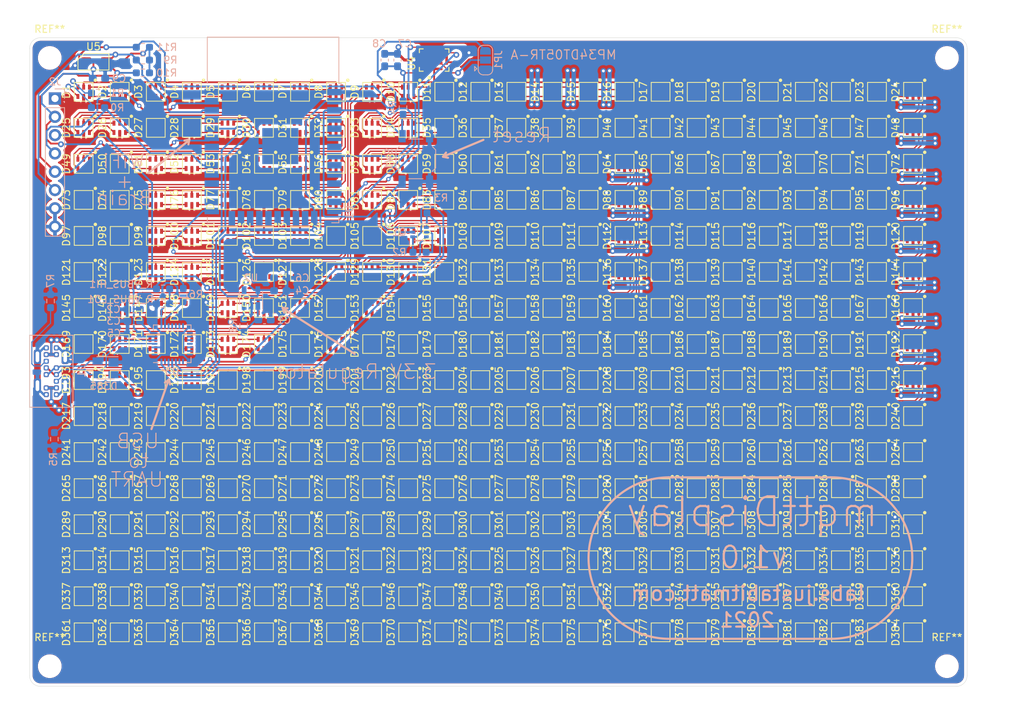
<source format=kicad_pcb>
(kicad_pcb (version 20171130) (host pcbnew "(5.1.9-0-10_14)")
  (layers (0 F.Cu signal hide) (31 B.Cu signal) (34 B.Paste user hide) (35 F.Paste user hide) (36 B.SilkS user) (37 F.SilkS user hide) (38 B.Mask user hide) (39 F.Mask user hide) (44 Edge.Cuts user))
  (net 0 "")
  (net 1 GND)
  (net 2 +5V)
  (net 3 +3V3)
  (net 4 "Net-(D1-Pad4)")
  (net 5 "Net-(D1-Pad6)")
  (net 6 "Net-(D1-Pad3)")
  (net 7 "Net-(D1-Pad1)")
  (net 8 "Net-(D113-Pad6)")
  (net 9 "Net-(D113-Pad1)")
  (net 10 "Net-(D114-Pad6)")
  (net 11 "Net-(D114-Pad1)")
  (net 12 "Net-(D115-Pad6)")
  (net 13 "Net-(D115-Pad1)")
  (net 14 "Net-(D116-Pad6)")
  (net 15 "Net-(D116-Pad1)")
  (net 16 "Net-(D117-Pad6)")
  (net 17 "Net-(D117-Pad1)")
  (net 18 "Net-(D118-Pad6)")
  (net 19 "Net-(D118-Pad1)")
  (net 20 "Net-(D375-Pad6)")
  (net 21 "Net-(D375-Pad1)")
  (net 22 "Net-(D120-Pad6)")
  (net 23 "Net-(D25-Pad4)")
  (net 24 "Net-(D120-Pad1)")
  (net 25 "Net-(D25-Pad3)")
  (net 26 "Net-(D10-Pad4)")
  (net 27 "Net-(D10-Pad6)")
  (net 28 "Net-(D10-Pad3)")
  (net 29 "Net-(D10-Pad1)")
  (net 30 "Net-(D11-Pad6)")
  (net 31 "Net-(D11-Pad1)")
  (net 32 "Net-(D12-Pad6)")
  (net 33 "Net-(D12-Pad1)")
  (net 34 "Net-(D124-Pad6)")
  (net 35 "Net-(D13-Pad6)")
  (net 36 "Net-(D124-Pad1)")
  (net 37 "Net-(D13-Pad1)")
  (net 38 "Net-(D125-Pad6)")
  (net 39 "Net-(D14-Pad6)")
  (net 40 "Net-(D125-Pad1)")
  (net 41 "Net-(D14-Pad1)")
  (net 42 "Net-(D126-Pad6)")
  (net 43 "Net-(D15-Pad6)")
  (net 44 "Net-(D126-Pad1)")
  (net 45 "Net-(D15-Pad1)")
  (net 46 "Net-(D16-Pad6)")
  (net 47 "Net-(D16-Pad1)")
  (net 48 "Net-(D17-Pad6)")
  (net 49 "Net-(D17-Pad1)")
  (net 50 "Net-(D18-Pad6)")
  (net 51 "Net-(D18-Pad1)")
  (net 52 "Net-(D19-Pad6)")
  (net 53 "Net-(D19-Pad1)")
  (net 54 "Net-(D20-Pad6)")
  (net 55 "Net-(D20-Pad1)")
  (net 56 "Net-(D21-Pad6)")
  (net 57 "Net-(D21-Pad1)")
  (net 58 "Net-(D22-Pad6)")
  (net 59 "Net-(D22-Pad1)")
  (net 60 "Net-(D23-Pad6)")
  (net 61 "Net-(D23-Pad1)")
  (net 62 "Net-(D24-Pad6)")
  (net 63 "Net-(D24-Pad1)")
  (net 64 "Net-(D25-Pad6)")
  (net 65 "Net-(D25-Pad1)")
  (net 66 "Net-(D26-Pad6)")
  (net 67 "Net-(D26-Pad1)")
  (net 68 "Net-(D27-Pad6)")
  (net 69 "Net-(D27-Pad1)")
  (net 70 "Net-(D28-Pad6)")
  (net 71 "Net-(D28-Pad1)")
  (net 72 "Net-(D29-Pad6)")
  (net 73 "Net-(D29-Pad1)")
  (net 74 "Net-(D30-Pad6)")
  (net 75 "Net-(D30-Pad1)")
  (net 76 "Net-(D31-Pad6)")
  (net 77 "Net-(D31-Pad1)")
  (net 78 "Net-(D32-Pad6)")
  (net 79 "Net-(D32-Pad1)")
  (net 80 "Net-(D33-Pad6)")
  (net 81 "Net-(D33-Pad1)")
  (net 82 "Net-(D34-Pad6)")
  (net 83 "Net-(D34-Pad1)")
  (net 84 "Net-(D35-Pad6)")
  (net 85 "Net-(D35-Pad1)")
  (net 86 "Net-(D36-Pad6)")
  (net 87 "Net-(D36-Pad1)")
  (net 88 "Net-(D37-Pad6)")
  (net 89 "Net-(D37-Pad1)")
  (net 90 "Net-(D38-Pad6)")
  (net 91 "Net-(D38-Pad1)")
  (net 92 "Net-(D39-Pad6)")
  (net 93 "Net-(D39-Pad1)")
  (net 94 "Net-(D40-Pad6)")
  (net 95 "Net-(D40-Pad1)")
  (net 96 "Net-(D41-Pad6)")
  (net 97 "Net-(D41-Pad1)")
  (net 98 "Net-(D42-Pad6)")
  (net 99 "Net-(D42-Pad1)")
  (net 100 "Net-(D43-Pad6)")
  (net 101 "Net-(D43-Pad1)")
  (net 102 "Net-(D44-Pad6)")
  (net 103 "Net-(D44-Pad1)")
  (net 104 "Net-(D45-Pad6)")
  (net 105 "Net-(D45-Pad1)")
  (net 106 "Net-(D46-Pad6)")
  (net 107 "Net-(D46-Pad1)")
  (net 108 "Net-(D47-Pad6)")
  (net 109 "Net-(D47-Pad1)")
  (net 110 "Net-(D48-Pad6)")
  (net 111 "Net-(D48-Pad1)")
  (net 112 "Net-(D49-Pad6)")
  (net 113 "Net-(D49-Pad1)")
  (net 114 "Net-(D50-Pad6)")
  (net 115 "Net-(D50-Pad1)")
  (net 116 "Net-(D51-Pad6)")
  (net 117 "Net-(D51-Pad1)")
  (net 118 "Net-(D52-Pad6)")
  (net 119 "Net-(D52-Pad1)")
  (net 120 "Net-(D53-Pad6)")
  (net 121 "Net-(D53-Pad1)")
  (net 122 "Net-(D54-Pad6)")
  (net 123 "Net-(D54-Pad1)")
  (net 124 "Net-(D55-Pad6)")
  (net 125 "Net-(D55-Pad1)")
  (net 126 "Net-(D56-Pad6)")
  (net 127 "Net-(D56-Pad1)")
  (net 128 "Net-(D57-Pad6)")
  (net 129 "Net-(D57-Pad1)")
  (net 130 "Net-(D58-Pad6)")
  (net 131 "Net-(D58-Pad1)")
  (net 132 "Net-(D59-Pad6)")
  (net 133 "Net-(D59-Pad1)")
  (net 134 "Net-(D60-Pad6)")
  (net 135 "Net-(D60-Pad1)")
  (net 136 "Net-(D61-Pad6)")
  (net 137 "Net-(D61-Pad1)")
  (net 138 "Net-(D62-Pad6)")
  (net 139 "Net-(D62-Pad1)")
  (net 140 "Net-(D63-Pad6)")
  (net 141 "Net-(D63-Pad1)")
  (net 142 "Net-(D64-Pad6)")
  (net 143 "Net-(D64-Pad1)")
  (net 144 "Net-(D65-Pad6)")
  (net 145 "Net-(D65-Pad1)")
  (net 146 "Net-(D66-Pad6)")
  (net 147 "Net-(D66-Pad1)")
  (net 148 "Net-(D67-Pad6)")
  (net 149 "Net-(D67-Pad1)")
  (net 150 "Net-(D68-Pad6)")
  (net 151 "Net-(D68-Pad1)")
  (net 152 "Net-(D69-Pad6)")
  (net 153 "Net-(D69-Pad1)")
  (net 154 "Net-(D70-Pad6)")
  (net 155 "Net-(D70-Pad1)")
  (net 156 "Net-(D71-Pad6)")
  (net 157 "Net-(D71-Pad1)")
  (net 158 "Net-(D72-Pad6)")
  (net 159 "Net-(D72-Pad1)")
  (net 160 "Net-(D73-Pad6)")
  (net 161 "Net-(D73-Pad1)")
  (net 162 "Net-(D74-Pad6)")
  (net 163 "Net-(D74-Pad1)")
  (net 164 "Net-(D75-Pad6)")
  (net 165 "Net-(D75-Pad1)")
  (net 166 "Net-(D76-Pad6)")
  (net 167 "Net-(D76-Pad1)")
  (net 168 "Net-(D77-Pad6)")
  (net 169 "Net-(D77-Pad1)")
  (net 170 "Net-(D78-Pad6)")
  (net 171 "Net-(D78-Pad1)")
  (net 172 "Net-(D79-Pad6)")
  (net 173 "Net-(D79-Pad1)")
  (net 174 "Net-(D80-Pad6)")
  (net 175 "Net-(D80-Pad1)")
  (net 176 "Net-(D81-Pad6)")
  (net 177 "Net-(D81-Pad1)")
  (net 178 "Net-(D82-Pad6)")
  (net 179 "Net-(D82-Pad1)")
  (net 180 "Net-(D83-Pad6)")
  (net 181 "Net-(D83-Pad1)")
  (net 182 "Net-(D100-Pad4)")
  (net 183 "Net-(D100-Pad3)")
  (net 184 "Net-(D105-Pad4)")
  (net 185 "Net-(D105-Pad3)")
  (net 186 "Net-(D113-Pad4)")
  (net 187 "Net-(D113-Pad3)")
  (net 188 "Net-(D100-Pad6)")
  (net 189 "Net-(D100-Pad1)")
  (net 190 "Net-(D101-Pad6)")
  (net 191 "Net-(D101-Pad1)")
  (net 192 "Net-(D102-Pad6)")
  (net 193 "Net-(D102-Pad1)")
  (net 194 "Net-(D103-Pad6)")
  (net 195 "Net-(D103-Pad1)")
  (net 196 "Net-(D104-Pad6)")
  (net 197 "Net-(D104-Pad1)")
  (net 198 "Net-(D105-Pad6)")
  (net 199 "Net-(D105-Pad1)")
  (net 200 "Net-(D106-Pad6)")
  (net 201 "Net-(D106-Pad1)")
  (net 202 "Net-(D107-Pad6)")
  (net 203 "Net-(D107-Pad1)")
  (net 204 "Net-(D108-Pad6)")
  (net 205 "Net-(D108-Pad1)")
  (net 206 "Net-(D109-Pad6)")
  (net 207 "Net-(D109-Pad1)")
  (net 208 "Net-(D110-Pad6)")
  (net 209 "Net-(D110-Pad1)")
  (net 210 "Net-(D111-Pad6)")
  (net 211 "Net-(D111-Pad1)")
  (net 212 "Net-(D119-Pad6)")
  (net 213 "Net-(D119-Pad1)")
  (net 214 "Net-(D127-Pad6)")
  (net 215 "Net-(D127-Pad1)")
  (net 216 "Net-(D128-Pad6)")
  (net 217 "Net-(D128-Pad1)")
  (net 218 "Net-(D129-Pad6)")
  (net 219 "Net-(D129-Pad1)")
  (net 220 "Net-(D130-Pad6)")
  (net 221 "Net-(D130-Pad1)")
  (net 222 "Net-(D131-Pad6)")
  (net 223 "Net-(D131-Pad1)")
  (net 224 "Net-(D132-Pad6)")
  (net 225 "Net-(D132-Pad1)")
  (net 226 "Net-(D133-Pad6)")
  (net 227 "Net-(D133-Pad1)")
  (net 228 "Net-(D134-Pad6)")
  (net 229 "Net-(D134-Pad1)")
  (net 230 "Net-(D135-Pad6)")
  (net 231 "Net-(D135-Pad1)")
  (net 232 "Net-(D136-Pad6)")
  (net 233 "Net-(D136-Pad1)")
  (net 234 "Net-(D137-Pad6)")
  (net 235 "Net-(D137-Pad1)")
  (net 236 "Net-(D138-Pad6)")
  (net 237 "Net-(D138-Pad1)")
  (net 238 "Net-(D139-Pad6)")
  (net 239 "Net-(D139-Pad1)")
  (net 240 "Net-(D140-Pad6)")
  (net 241 "Net-(D140-Pad1)")
  (net 242 "Net-(D141-Pad6)")
  (net 243 "Net-(D141-Pad1)")
  (net 244 "Net-(D142-Pad6)")
  (net 245 "Net-(D142-Pad1)")
  (net 246 "Net-(D143-Pad6)")
  (net 247 "Net-(D143-Pad1)")
  (net 248 "Net-(D144-Pad6)")
  (net 249 "Net-(D144-Pad1)")
  (net 250 "Net-(D145-Pad6)")
  (net 251 "Net-(D145-Pad1)")
  (net 252 "Net-(D146-Pad6)")
  (net 253 "Net-(D146-Pad1)")
  (net 254 "Net-(D147-Pad6)")
  (net 255 "Net-(D147-Pad1)")
  (net 256 "Net-(D148-Pad6)")
  (net 257 "Net-(D148-Pad1)")
  (net 258 "Net-(D149-Pad6)")
  (net 259 "Net-(D149-Pad1)")
  (net 260 "Net-(D150-Pad6)")
  (net 261 "Net-(D150-Pad1)")
  (net 262 "Net-(D151-Pad6)")
  (net 263 "Net-(D151-Pad1)")
  (net 264 "Net-(D152-Pad6)")
  (net 265 "Net-(D152-Pad1)")
  (net 266 "Net-(D153-Pad6)")
  (net 267 "Net-(D153-Pad1)")
  (net 268 "Net-(D154-Pad6)")
  (net 269 "Net-(D154-Pad1)")
  (net 270 "Net-(D155-Pad6)")
  (net 271 "Net-(D155-Pad1)")
  (net 272 "Net-(D156-Pad6)")
  (net 273 "Net-(D156-Pad1)")
  (net 274 "Net-(D157-Pad6)")
  (net 275 "Net-(D157-Pad1)")
  (net 276 "Net-(D158-Pad6)")
  (net 277 "Net-(D158-Pad1)")
  (net 278 "Net-(D159-Pad6)")
  (net 279 "Net-(D159-Pad1)")
  (net 280 "Net-(D160-Pad6)")
  (net 281 "Net-(D160-Pad1)")
  (net 282 "Net-(D161-Pad6)")
  (net 283 "Net-(D161-Pad1)")
  (net 284 "Net-(D162-Pad6)")
  (net 285 "Net-(D162-Pad1)")
  (net 286 "Net-(D163-Pad6)")
  (net 287 "Net-(D163-Pad1)")
  (net 288 "Net-(D164-Pad6)")
  (net 289 "Net-(D164-Pad1)")
  (net 290 "Net-(D165-Pad6)")
  (net 291 "Net-(D165-Pad1)")
  (net 292 "Net-(D166-Pad6)")
  (net 293 "Net-(D166-Pad1)")
  (net 294 "Net-(D167-Pad6)")
  (net 295 "Net-(D167-Pad1)")
  (net 296 "Net-(D168-Pad6)")
  (net 297 "Net-(D168-Pad1)")
  (net 298 "Net-(D169-Pad6)")
  (net 299 "Net-(D169-Pad1)")
  (net 300 "Net-(D170-Pad6)")
  (net 301 "Net-(D170-Pad1)")
  (net 302 "Net-(D171-Pad6)")
  (net 303 "Net-(D171-Pad1)")
  (net 304 "Net-(D172-Pad6)")
  (net 305 "Net-(D172-Pad1)")
  (net 306 "Net-(D173-Pad6)")
  (net 307 "Net-(D173-Pad1)")
  (net 308 "Net-(D174-Pad6)")
  (net 309 "Net-(D174-Pad1)")
  (net 310 "Net-(D175-Pad6)")
  (net 311 "Net-(D175-Pad1)")
  (net 312 "Net-(D176-Pad6)")
  (net 313 "Net-(D176-Pad1)")
  (net 314 "Net-(D177-Pad6)")
  (net 315 "Net-(D177-Pad1)")
  (net 316 "Net-(D178-Pad6)")
  (net 317 "Net-(D178-Pad1)")
  (net 318 "Net-(D179-Pad6)")
  (net 319 "Net-(D179-Pad1)")
  (net 320 "Net-(D180-Pad6)")
  (net 321 "Net-(D180-Pad1)")
  (net 322 "Net-(D181-Pad6)")
  (net 323 "Net-(D181-Pad1)")
  (net 324 "Net-(D182-Pad6)")
  (net 325 "Net-(D182-Pad1)")
  (net 326 "Net-(D183-Pad6)")
  (net 327 "Net-(D183-Pad1)")
  (net 328 "Net-(D185-Pad6)")
  (net 329 "Net-(D185-Pad1)")
  (net 330 "Net-(D186-Pad6)")
  (net 331 "Net-(D186-Pad1)")
  (net 332 "Net-(D187-Pad6)")
  (net 333 "Net-(D187-Pad1)")
  (net 334 "Net-(D188-Pad6)")
  (net 335 "Net-(D188-Pad1)")
  (net 336 "Net-(D189-Pad6)")
  (net 337 "Net-(D189-Pad1)")
  (net 338 "Net-(D190-Pad6)")
  (net 339 "Net-(D190-Pad1)")
  (net 340 "Net-(D191-Pad6)")
  (net 341 "Net-(D191-Pad1)")
  (net 342 "Net-(D192-Pad6)")
  (net 343 "Net-(D192-Pad1)")
  (net 344 "Net-(D193-Pad6)")
  (net 345 "Net-(D193-Pad1)")
  (net 346 "Net-(D194-Pad6)")
  (net 347 "Net-(D194-Pad1)")
  (net 348 "Net-(D195-Pad6)")
  (net 349 "Net-(D195-Pad1)")
  (net 350 "Net-(D196-Pad6)")
  (net 351 "Net-(D196-Pad1)")
  (net 352 "Net-(D197-Pad6)")
  (net 353 "Net-(D197-Pad1)")
  (net 354 "Net-(D198-Pad6)")
  (net 355 "Net-(D198-Pad1)")
  (net 356 "Net-(D199-Pad6)")
  (net 357 "Net-(D199-Pad1)")
  (net 358 "Net-(D200-Pad6)")
  (net 359 "Net-(D200-Pad1)")
  (net 360 "Net-(D201-Pad6)")
  (net 361 "Net-(D201-Pad1)")
  (net 362 "Net-(D202-Pad6)")
  (net 363 "Net-(D202-Pad1)")
  (net 364 "Net-(D203-Pad6)")
  (net 365 "Net-(D203-Pad1)")
  (net 366 "Net-(D204-Pad6)")
  (net 367 "Net-(D204-Pad1)")
  (net 368 "Net-(D205-Pad6)")
  (net 369 "Net-(D205-Pad1)")
  (net 370 "Net-(D206-Pad6)")
  (net 371 "Net-(D206-Pad1)")
  (net 372 "Net-(D207-Pad6)")
  (net 373 "Net-(D207-Pad1)")
  (net 374 "Net-(D208-Pad6)")
  (net 375 "Net-(D208-Pad1)")
  (net 376 "Net-(D209-Pad6)")
  (net 377 "Net-(D209-Pad1)")
  (net 378 "Net-(D210-Pad6)")
  (net 379 "Net-(D210-Pad1)")
  (net 380 "Net-(D211-Pad6)")
  (net 381 "Net-(D211-Pad1)")
  (net 382 "Net-(D212-Pad6)")
  (net 383 "Net-(D212-Pad1)")
  (net 384 "Net-(D213-Pad6)")
  (net 385 "Net-(D213-Pad1)")
  (net 386 "Net-(D214-Pad6)")
  (net 387 "Net-(D214-Pad1)")
  (net 388 "Net-(D215-Pad6)")
  (net 389 "Net-(D215-Pad1)")
  (net 390 "Net-(D216-Pad6)")
  (net 391 "Net-(D216-Pad1)")
  (net 392 "Net-(D217-Pad6)")
  (net 393 "Net-(D217-Pad1)")
  (net 394 "Net-(D218-Pad6)")
  (net 395 "Net-(D218-Pad1)")
  (net 396 "Net-(D219-Pad6)")
  (net 397 "Net-(D219-Pad1)")
  (net 398 "Net-(D220-Pad6)")
  (net 399 "Net-(D220-Pad1)")
  (net 400 "Net-(D221-Pad6)")
  (net 401 "Net-(D221-Pad1)")
  (net 402 "Net-(D222-Pad6)")
  (net 403 "Net-(D222-Pad1)")
  (net 404 "Net-(D223-Pad6)")
  (net 405 "Net-(D223-Pad1)")
  (net 406 "Net-(D224-Pad6)")
  (net 407 "Net-(D224-Pad1)")
  (net 408 "Net-(D225-Pad6)")
  (net 409 "Net-(D225-Pad1)")
  (net 410 "Net-(D226-Pad6)")
  (net 411 "Net-(D226-Pad1)")
  (net 412 "Net-(D227-Pad6)")
  (net 413 "Net-(D227-Pad1)")
  (net 414 "Net-(D228-Pad6)")
  (net 415 "Net-(D228-Pad1)")
  (net 416 "Net-(D229-Pad6)")
  (net 417 "Net-(D229-Pad1)")
  (net 418 "Net-(D230-Pad6)")
  (net 419 "Net-(D230-Pad1)")
  (net 420 "Net-(D231-Pad6)")
  (net 421 "Net-(D231-Pad1)")
  (net 422 "Net-(D232-Pad6)")
  (net 423 "Net-(D232-Pad1)")
  (net 424 "Net-(D233-Pad6)")
  (net 425 "Net-(D233-Pad1)")
  (net 426 "Net-(D234-Pad6)")
  (net 427 "Net-(D234-Pad1)")
  (net 428 "Net-(D235-Pad6)")
  (net 429 "Net-(D235-Pad1)")
  (net 430 "Net-(D236-Pad6)")
  (net 431 "Net-(D236-Pad1)")
  (net 432 "Net-(D237-Pad6)")
  (net 433 "Net-(D237-Pad1)")
  (net 434 "Net-(D238-Pad6)")
  (net 435 "Net-(D238-Pad1)")
  (net 436 "Net-(D239-Pad6)")
  (net 437 "Net-(D239-Pad1)")
  (net 438 "Net-(D247-Pad6)")
  (net 439 "Net-(D247-Pad1)")
  (net 440 "Net-(D255-Pad6)")
  (net 441 "Net-(D255-Pad1)")
  (net 442 "Net-(D256-Pad6)")
  (net 443 "Net-(D256-Pad1)")
  (net 444 "Net-(D257-Pad6)")
  (net 445 "Net-(D257-Pad1)")
  (net 446 "Net-(D258-Pad6)")
  (net 447 "Net-(D258-Pad1)")
  (net 448 "Net-(D259-Pad6)")
  (net 449 "Net-(D259-Pad1)")
  (net 450 "Net-(D260-Pad6)")
  (net 451 "Net-(D260-Pad1)")
  (net 452 "Net-(D261-Pad6)")
  (net 453 "Net-(D261-Pad1)")
  (net 454 "Net-(D262-Pad6)")
  (net 455 "Net-(D262-Pad1)")
  (net 456 "Net-(D263-Pad6)")
  (net 457 "Net-(D263-Pad1)")
  (net 458 "Net-(D264-Pad6)")
  (net 459 "Net-(D264-Pad1)")
  (net 460 "Net-(D265-Pad6)")
  (net 461 "Net-(D265-Pad1)")
  (net 462 "Net-(D266-Pad6)")
  (net 463 "Net-(D266-Pad1)")
  (net 464 "Net-(D267-Pad6)")
  (net 465 "Net-(D267-Pad1)")
  (net 466 "Net-(D268-Pad6)")
  (net 467 "Net-(D268-Pad1)")
  (net 468 "Net-(D269-Pad6)")
  (net 469 "Net-(D269-Pad1)")
  (net 470 "Net-(D270-Pad6)")
  (net 471 "Net-(D270-Pad1)")
  (net 472 "Net-(D271-Pad6)")
  (net 473 "Net-(D271-Pad1)")
  (net 474 "Net-(D272-Pad6)")
  (net 475 "Net-(D272-Pad1)")
  (net 476 "Net-(D273-Pad6)")
  (net 477 "Net-(D273-Pad1)")
  (net 478 "Net-(D274-Pad6)")
  (net 479 "Net-(D274-Pad1)")
  (net 480 "Net-(D275-Pad6)")
  (net 481 "Net-(D275-Pad1)")
  (net 482 "Net-(D276-Pad6)")
  (net 483 "Net-(D276-Pad1)")
  (net 484 "Net-(D277-Pad6)")
  (net 485 "Net-(D277-Pad1)")
  (net 486 "Net-(D278-Pad6)")
  (net 487 "Net-(D278-Pad1)")
  (net 488 "Net-(D279-Pad6)")
  (net 489 "Net-(D279-Pad1)")
  (net 490 "Net-(D280-Pad6)")
  (net 491 "Net-(D280-Pad1)")
  (net 492 "Net-(D281-Pad6)")
  (net 493 "Net-(D281-Pad1)")
  (net 494 "Net-(D282-Pad6)")
  (net 495 "Net-(D282-Pad1)")
  (net 496 "Net-(D283-Pad6)")
  (net 497 "Net-(D283-Pad1)")
  (net 498 "Net-(D284-Pad6)")
  (net 499 "Net-(D284-Pad1)")
  (net 500 "Net-(D285-Pad6)")
  (net 501 "Net-(D285-Pad1)")
  (net 502 "Net-(D286-Pad6)")
  (net 503 "Net-(D286-Pad1)")
  (net 504 "Net-(D287-Pad6)")
  (net 505 "Net-(D287-Pad1)")
  (net 506 "Net-(D288-Pad6)")
  (net 507 "Net-(D288-Pad1)")
  (net 508 "Net-(D289-Pad6)")
  (net 509 "Net-(D289-Pad1)")
  (net 510 "Net-(D290-Pad6)")
  (net 511 "Net-(D290-Pad1)")
  (net 512 "Net-(D291-Pad6)")
  (net 513 "Net-(D291-Pad1)")
  (net 514 "Net-(D292-Pad6)")
  (net 515 "Net-(D292-Pad1)")
  (net 516 "Net-(D293-Pad6)")
  (net 517 "Net-(D293-Pad1)")
  (net 518 "Net-(D294-Pad6)")
  (net 519 "Net-(D294-Pad1)")
  (net 520 "Net-(D295-Pad6)")
  (net 521 "Net-(D295-Pad1)")
  (net 522 "Net-(D296-Pad6)")
  (net 523 "Net-(D296-Pad1)")
  (net 524 "Net-(D297-Pad6)")
  (net 525 "Net-(D297-Pad1)")
  (net 526 "Net-(D298-Pad6)")
  (net 527 "Net-(D298-Pad1)")
  (net 528 "Net-(D299-Pad6)")
  (net 529 "Net-(D299-Pad1)")
  (net 530 "Net-(D300-Pad6)")
  (net 531 "Net-(D300-Pad1)")
  (net 532 "Net-(D301-Pad6)")
  (net 533 "Net-(D301-Pad1)")
  (net 534 "Net-(D302-Pad6)")
  (net 535 "Net-(D302-Pad1)")
  (net 536 "Net-(D303-Pad6)")
  (net 537 "Net-(D303-Pad1)")
  (net 538 "Net-(D304-Pad6)")
  (net 539 "Net-(D304-Pad1)")
  (net 540 "Net-(D305-Pad6)")
  (net 541 "Net-(D305-Pad1)")
  (net 542 "Net-(D306-Pad6)")
  (net 543 "Net-(D306-Pad1)")
  (net 544 "Net-(D307-Pad6)")
  (net 545 "Net-(D307-Pad1)")
  (net 546 "Net-(D308-Pad6)")
  (net 547 "Net-(D308-Pad1)")
  (net 548 "Net-(D309-Pad6)")
  (net 549 "Net-(D309-Pad1)")
  (net 550 "Net-(D310-Pad6)")
  (net 551 "Net-(D310-Pad1)")
  (net 552 "Net-(D311-Pad6)")
  (net 553 "Net-(D311-Pad1)")
  (net 554 "Net-(D312-Pad6)")
  (net 555 "Net-(D312-Pad1)")
  (net 556 "Net-(D313-Pad6)")
  (net 557 "Net-(D313-Pad1)")
  (net 558 "Net-(D314-Pad6)")
  (net 559 "Net-(D314-Pad1)")
  (net 560 "Net-(D315-Pad6)")
  (net 561 "Net-(D315-Pad1)")
  (net 562 "Net-(D316-Pad6)")
  (net 563 "Net-(D316-Pad1)")
  (net 564 "Net-(D317-Pad6)")
  (net 565 "Net-(D317-Pad1)")
  (net 566 "Net-(D318-Pad6)")
  (net 567 "Net-(D318-Pad1)")
  (net 568 "Net-(D319-Pad6)")
  (net 569 "Net-(D319-Pad1)")
  (net 570 "Net-(D320-Pad6)")
  (net 571 "Net-(D320-Pad1)")
  (net 572 "Net-(D321-Pad6)")
  (net 573 "Net-(D321-Pad1)")
  (net 574 "Net-(D322-Pad6)")
  (net 575 "Net-(D322-Pad1)")
  (net 576 "Net-(D323-Pad6)")
  (net 577 "Net-(D323-Pad1)")
  (net 578 "Net-(D324-Pad6)")
  (net 579 "Net-(D324-Pad1)")
  (net 580 "Net-(D325-Pad6)")
  (net 581 "Net-(D325-Pad1)")
  (net 582 "Net-(D326-Pad6)")
  (net 583 "Net-(D326-Pad1)")
  (net 584 "Net-(D327-Pad6)")
  (net 585 "Net-(D327-Pad1)")
  (net 586 "Net-(D328-Pad6)")
  (net 587 "Net-(D328-Pad1)")
  (net 588 "Net-(D329-Pad6)")
  (net 589 "Net-(D329-Pad1)")
  (net 590 "Net-(D330-Pad6)")
  (net 591 "Net-(D330-Pad1)")
  (net 592 "Net-(D331-Pad6)")
  (net 593 "Net-(D331-Pad1)")
  (net 594 "Net-(D332-Pad6)")
  (net 595 "Net-(D332-Pad1)")
  (net 596 "Net-(D333-Pad6)")
  (net 597 "Net-(D333-Pad1)")
  (net 598 "Net-(D334-Pad6)")
  (net 599 "Net-(D334-Pad1)")
  (net 600 "Net-(D335-Pad6)")
  (net 601 "Net-(D335-Pad1)")
  (net 602 "Net-(D336-Pad6)")
  (net 603 "Net-(D336-Pad1)")
  (net 604 "Net-(D337-Pad6)")
  (net 605 "Net-(D337-Pad1)")
  (net 606 "Net-(D338-Pad6)")
  (net 607 "Net-(D338-Pad1)")
  (net 608 "Net-(D339-Pad6)")
  (net 609 "Net-(D339-Pad1)")
  (net 610 "Net-(D340-Pad6)")
  (net 611 "Net-(D340-Pad1)")
  (net 612 "Net-(D341-Pad6)")
  (net 613 "Net-(D341-Pad1)")
  (net 614 "Net-(D342-Pad6)")
  (net 615 "Net-(D342-Pad1)")
  (net 616 "Net-(D343-Pad6)")
  (net 617 "Net-(D343-Pad1)")
  (net 618 "Net-(D344-Pad6)")
  (net 619 "Net-(D344-Pad1)")
  (net 620 "Net-(D345-Pad6)")
  (net 621 "Net-(D345-Pad1)")
  (net 622 "Net-(D346-Pad6)")
  (net 623 "Net-(D346-Pad1)")
  (net 624 "Net-(D347-Pad6)")
  (net 625 "Net-(D347-Pad1)")
  (net 626 "Net-(D348-Pad6)")
  (net 627 "Net-(D348-Pad1)")
  (net 628 "Net-(D349-Pad6)")
  (net 629 "Net-(D349-Pad1)")
  (net 630 "Net-(D350-Pad6)")
  (net 631 "Net-(D350-Pad1)")
  (net 632 "Net-(D351-Pad6)")
  (net 633 "Net-(D351-Pad1)")
  (net 634 "Net-(D352-Pad6)")
  (net 635 "Net-(D352-Pad1)")
  (net 636 "Net-(D353-Pad6)")
  (net 637 "Net-(D353-Pad1)")
  (net 638 "Net-(D354-Pad6)")
  (net 639 "Net-(D354-Pad1)")
  (net 640 "Net-(D355-Pad6)")
  (net 641 "Net-(D355-Pad1)")
  (net 642 "Net-(D356-Pad6)")
  (net 643 "Net-(D356-Pad1)")
  (net 644 "Net-(D357-Pad6)")
  (net 645 "Net-(D357-Pad1)")
  (net 646 "Net-(D358-Pad6)")
  (net 647 "Net-(D358-Pad1)")
  (net 648 "Net-(D359-Pad6)")
  (net 649 "Net-(D359-Pad1)")
  (net 650 "Net-(D360-Pad6)")
  (net 651 "Net-(D360-Pad1)")
  (net 652 "Net-(D361-Pad6)")
  (net 653 "Net-(D361-Pad1)")
  (net 654 "Net-(D362-Pad6)")
  (net 655 "Net-(D362-Pad1)")
  (net 656 "Net-(D363-Pad6)")
  (net 657 "Net-(D363-Pad1)")
  (net 658 "Net-(D364-Pad6)")
  (net 659 "Net-(D364-Pad1)")
  (net 660 "Net-(D365-Pad6)")
  (net 661 "Net-(D365-Pad1)")
  (net 662 "Net-(D366-Pad6)")
  (net 663 "Net-(D366-Pad1)")
  (net 664 "Net-(D367-Pad6)")
  (net 665 "Net-(D367-Pad1)")
  (net 666 "Net-(D383-Pad6)")
  (net 667 "Net-(D383-Pad1)")
  (net 668 USB_D-)
  (net 669 USB_D+)
  (net 670 "Net-(J1-PadA5)")
  (net 671 "Net-(J1-PadB5)")
  (net 672 I2C_SCL)
  (net 673 I2C_SDA)
  (net 674 MATRIX_DAT)
  (net 675 MATRIX_CLK)
  (net 676 "Net-(JP1-Pad2)")
  (net 677 CHIP_EN)
  (net 678 DTR)
  (net 679 "Net-(Q1-Pad2)")
  (net 680 "Net-(Q1-Pad5)")
  (net 681 GPIO0)
  (net 682 RTS)
  (net 683 "Net-(R6-Pad2)")
  (net 684 "Net-(R8-Pad1)")
  (net 685 AMBIENT_INT)
  (net 686 "Net-(R_VBUS_HI1-Pad1)")
  (net 687 RX)
  (net 688 TX)
  (net 689 "Net-(U1-Pad32)")
  (net 690 "Net-(U1-Pad31)")
  (net 691 "Net-(U1-Pad29)")
  (net 692 "Net-(U1-Pad28)")
  (net 693 "Net-(U1-Pad27)")
  (net 694 "Net-(U1-Pad26)")
  (net 695 "Net-(U1-Pad24)")
  (net 696 "Net-(U1-Pad23)")
  (net 697 "Net-(U1-Pad22)")
  (net 698 "Net-(U1-Pad21)")
  (net 699 "Net-(U1-Pad20)")
  (net 700 "Net-(U1-Pad19)")
  (net 701 "Net-(U1-Pad18)")
  (net 702 "Net-(U1-Pad17)")
  (net 703 "Net-(U1-Pad16)")
  (net 704 MIC_DAT)
  (net 705 MIC_CLK)
  (net 706 "Net-(U1-Pad12)")
  (net 707 "Net-(U1-Pad11)")
  (net 708 "Net-(U1-Pad10)")
  (net 709 "Net-(U1-Pad9)")
  (net 710 "Net-(U1-Pad7)")
  (net 711 "Net-(U1-Pad6)")
  (net 712 "Net-(U1-Pad5)")
  (net 713 "Net-(U1-Pad4)")
  (net 714 "Net-(U2-Pad4)")
  (net 715 "Net-(U3-Pad27)")
  (net 716 "Net-(U3-Pad23)")
  (net 717 "Net-(U3-Pad22)")
  (net 718 "Net-(U3-Pad21)")
  (net 719 "Net-(U3-Pad20)")
  (net 720 "Net-(U3-Pad19)")
  (net 721 "Net-(U3-Pad18)")
  (net 722 "Net-(U3-Pad17)")
  (net 723 "Net-(U3-Pad16)")
  (net 724 "Net-(U3-Pad15)")
  (net 725 "Net-(U3-Pad14)")
  (net 726 "Net-(U3-Pad13)")
  (net 727 "Net-(U3-Pad12)")
  (net 728 "Net-(U3-Pad11)")
  (net 729 "Net-(U3-Pad10)")
  (net 730 "Net-(U3-Pad2)")
  (net 731 "Net-(U3-Pad1)")
  (net 732 "Net-(D2-Pad6)")
  (net 733 "Net-(D2-Pad1)")
  (net 734 "Net-(D3-Pad6)")
  (net 735 "Net-(D3-Pad1)")
  (net 736 "Net-(D4-Pad6)")
  (net 737 "Net-(D4-Pad1)")
  (net 738 "Net-(D5-Pad6)")
  (net 739 "Net-(D5-Pad1)")
  (net 740 "Net-(D6-Pad6)")
  (net 741 "Net-(D6-Pad1)")
  (net 742 "Net-(D7-Pad6)")
  (net 743 "Net-(D7-Pad1)")
  (net 744 "Net-(D17-Pad4)")
  (net 745 "Net-(D17-Pad3)")
  (net 746 "Net-(D84-Pad6)")
  (net 747 "Net-(D84-Pad1)")
  (net 748 "Net-(D85-Pad6)")
  (net 749 "Net-(D85-Pad1)")
  (net 750 "Net-(D86-Pad6)")
  (net 751 "Net-(D86-Pad1)")
  (net 752 "Net-(D87-Pad6)")
  (net 753 "Net-(D87-Pad1)")
  (net 754 "Net-(D89-Pad6)")
  (net 755 "Net-(D89-Pad1)")
  (net 756 "Net-(D90-Pad6)")
  (net 757 "Net-(D90-Pad1)")
  (net 758 "Net-(D91-Pad6)")
  (net 759 "Net-(D91-Pad1)")
  (net 760 "Net-(D92-Pad6)")
  (net 761 "Net-(D92-Pad1)")
  (net 762 "Net-(D93-Pad6)")
  (net 763 "Net-(D93-Pad1)")
  (net 764 "Net-(D94-Pad6)")
  (net 765 "Net-(D94-Pad1)")
  (net 766 "Net-(D95-Pad6)")
  (net 767 "Net-(D95-Pad1)")
  (net 768 "Net-(D97-Pad6)")
  (net 769 "Net-(D97-Pad1)")
  (net 770 "Net-(D98-Pad6)")
  (net 771 "Net-(D98-Pad1)")
  (net 772 "Net-(D112-Pad6)")
  (net 773 "Net-(D112-Pad1)")
  (net 774 "Net-(D121-Pad6)")
  (net 775 "Net-(D121-Pad1)")
  (net 776 "Net-(D122-Pad6)")
  (net 777 "Net-(D122-Pad1)")
  (net 778 "Net-(D123-Pad6)")
  (net 779 "Net-(D123-Pad1)")
  (net 780 "Net-(D201-Pad4)")
  (net 781 "Net-(D201-Pad3)")
  (net 782 "Net-(D209-Pad4)")
  (net 783 "Net-(D209-Pad3)")
  (net 784 "Net-(D240-Pad6)")
  (net 785 "Net-(D240-Pad1)")
  (net 786 "Net-(D241-Pad6)")
  (net 787 "Net-(D241-Pad1)")
  (net 788 "Net-(D242-Pad6)")
  (net 789 "Net-(D242-Pad1)")
  (net 790 "Net-(D243-Pad6)")
  (net 791 "Net-(D243-Pad1)")
  (net 792 "Net-(D244-Pad6)")
  (net 793 "Net-(D244-Pad1)")
  (net 794 "Net-(D245-Pad6)")
  (net 795 "Net-(D245-Pad1)")
  (net 796 "Net-(D246-Pad6)")
  (net 797 "Net-(D246-Pad1)")
  (net 798 "Net-(D248-Pad6)")
  (net 799 "Net-(D248-Pad1)")
  (net 800 "Net-(D249-Pad6)")
  (net 801 "Net-(D249-Pad1)")
  (net 802 "Net-(D250-Pad6)")
  (net 803 "Net-(D250-Pad1)")
  (net 804 "Net-(D251-Pad6)")
  (net 805 "Net-(D251-Pad1)")
  (net 806 "Net-(D252-Pad6)")
  (net 807 "Net-(D252-Pad1)")
  (net 808 "Net-(D253-Pad6)")
  (net 809 "Net-(D253-Pad1)")
  (net 810 "Net-(D254-Pad6)")
  (net 811 "Net-(D254-Pad1)")
  (net 812 "Net-(D369-Pad6)")
  (net 813 "Net-(D369-Pad1)")
  (net 814 "Net-(D370-Pad6)")
  (net 815 "Net-(D370-Pad1)")
  (net 816 "Net-(D371-Pad6)")
  (net 817 "Net-(D371-Pad1)")
  (net 818 "Net-(D372-Pad6)")
  (net 819 "Net-(D372-Pad1)")
  (net 820 "Net-(D373-Pad6)")
  (net 821 "Net-(D373-Pad1)")
  (net 822 "Net-(D374-Pad6)")
  (net 823 "Net-(D374-Pad1)")
  (net 824 "Net-(D377-Pad6)")
  (net 825 "Net-(D377-Pad1)")
  (net 826 "Net-(D378-Pad6)")
  (net 827 "Net-(D378-Pad1)")
  (net 828 "Net-(D379-Pad6)")
  (net 829 "Net-(D379-Pad1)")
  (net 830 "Net-(D380-Pad6)")
  (net 831 "Net-(D380-Pad1)")
  (net 832 "Net-(D381-Pad6)")
  (net 833 "Net-(D381-Pad1)")
  (net 834 "Net-(D382-Pad6)")
  (net 835 "Net-(D382-Pad1)")
  (net 836 "Net-(D384-Pad6)")
  (net 837 "Net-(D384-Pad1)")
  (module MountingHole:MountingHole_3mm (layer F.Cu) (at 185.4 43.9)
    (fp_text reference REF** (at 0 -4) (layer F.SilkS))
    (fp_text value MountingHole_3mm)
    (pad "" np_thru_hole circle (at 0 0) (size 2.5 2.5) (drill 2.5) (layers *.Cu *.Mask))
  )
  (module MountingHole:MountingHole_3mm (layer F.Cu) (at 185.4 128.3)
    (fp_text reference REF** (at 0 -4) (layer F.SilkS))
    (fp_text value MountingHole_3mm)
    (pad "" np_thru_hole circle (at 0 0) (size 2.5 2.5) (drill 2.5) (layers *.Cu *.Mask))
  )
  (module MountingHole:MountingHole_3mm (layer F.Cu) (at 61 128.3)
    (fp_text reference REF** (at 0 -4) (layer F.SilkS))
    (fp_text value MountingHole_3mm)
    (pad "" np_thru_hole circle (at 0 0) (size 2.5 2.5) (drill 2.5) (layers *.Cu *.Mask))
  )
  (module MountingHole:MountingHole_3mm (layer F.Cu) (at 61 43.9)
    (fp_text reference REF** (at 0 -4) (layer F.SilkS))
    (fp_text value MountingHole_3mm)
    (pad "" np_thru_hole circle (at 0 0) (size 2.5 2.5) (drill 2.5) (layers *.Cu *.Mask))
  )
  (module LED_SMD:LED_SK9822_2020 (layer F.Cu) (at 105.7 113.6 270)
    (fp_text reference D321 (at 0 2.4 270) (layer F.SilkS))
    (fp_text value SK9822)
    (pad 4 smd rect (at 0.65 0.8 270) (size 0.7 0.4) (layers F.Cu F.Paste F.Mask) (net 538 "Net-(D304-Pad6)"))
    (pad 6 smd rect (at 0.65 -0.8 270) (size 0.7 0.4) (layers F.Cu F.Paste F.Mask) (net 572 "Net-(D321-Pad6)"))
    (pad 5 smd rect (at 0.65 0 270) (size 0.7 0.4) (layers F.Cu F.Paste F.Mask) (net 2 +5V))
    (pad 3 smd rect (at -0.65 0.8 270) (size 0.7 0.4) (layers F.Cu F.Paste F.Mask) (net 539 "Net-(D304-Pad1)"))
    (pad 2 smd rect (at -0.65 0 270) (size 0.7 0.4) (layers F.Cu F.Paste F.Mask) (net 1 GND))
    (pad 1 smd rect (at -0.65 -0.8 270) (size 0.7 0.4) (layers F.Cu F.Paste F.Mask) (net 573 "Net-(D321-Pad1)"))
  )
  (module LED_SMD:LED_SK9822_2020 (layer F.Cu) (at 180.7 123.6 270)
    (fp_text reference D384 (at 0 2.4 270) (layer F.SilkS))
    (fp_text value SK9822)
    (pad 4 smd rect (at 0.65 0.8 270) (size 0.7 0.4) (layers F.Cu F.Paste F.Mask) (net 666 "Net-(D383-Pad6)"))
    (pad 6 smd rect (at 0.65 -0.8 270) (size 0.7 0.4) (layers F.Cu F.Paste F.Mask) (net 836 "Net-(D384-Pad6)"))
    (pad 5 smd rect (at 0.65 0 270) (size 0.7 0.4) (layers F.Cu F.Paste F.Mask) (net 2 +5V))
    (pad 3 smd rect (at -0.65 0.8 270) (size 0.7 0.4) (layers F.Cu F.Paste F.Mask) (net 667 "Net-(D383-Pad1)"))
    (pad 2 smd rect (at -0.65 0 270) (size 0.7 0.4) (layers F.Cu F.Paste F.Mask) (net 1 GND))
    (pad 1 smd rect (at -0.65 -0.8 270) (size 0.7 0.4) (layers F.Cu F.Paste F.Mask) (net 837 "Net-(D384-Pad1)"))
  )
  (module LED_SMD:LED_SK9822_2020 (layer F.Cu) (at 175.7 123.6 270)
    (fp_text reference D383 (at 0 2.4 270) (layer F.SilkS))
    (fp_text value SK9822)
    (pad 4 smd rect (at 0.65 0.8 270) (size 0.7 0.4) (layers F.Cu F.Paste F.Mask) (net 834 "Net-(D382-Pad6)"))
    (pad 6 smd rect (at 0.65 -0.8 270) (size 0.7 0.4) (layers F.Cu F.Paste F.Mask) (net 666 "Net-(D383-Pad6)"))
    (pad 5 smd rect (at 0.65 0 270) (size 0.7 0.4) (layers F.Cu F.Paste F.Mask) (net 2 +5V))
    (pad 3 smd rect (at -0.65 0.8 270) (size 0.7 0.4) (layers F.Cu F.Paste F.Mask) (net 835 "Net-(D382-Pad1)"))
    (pad 2 smd rect (at -0.65 0 270) (size 0.7 0.4) (layers F.Cu F.Paste F.Mask) (net 1 GND))
    (pad 1 smd rect (at -0.65 -0.8 270) (size 0.7 0.4) (layers F.Cu F.Paste F.Mask) (net 667 "Net-(D383-Pad1)"))
  )
  (module LED_SMD:LED_SK9822_2020 (layer F.Cu) (at 170.7 123.6 270)
    (fp_text reference D382 (at 0 2.4 270) (layer F.SilkS))
    (fp_text value SK9822)
    (pad 4 smd rect (at 0.65 0.8 270) (size 0.7 0.4) (layers F.Cu F.Paste F.Mask) (net 832 "Net-(D381-Pad6)"))
    (pad 6 smd rect (at 0.65 -0.8 270) (size 0.7 0.4) (layers F.Cu F.Paste F.Mask) (net 834 "Net-(D382-Pad6)"))
    (pad 5 smd rect (at 0.65 0 270) (size 0.7 0.4) (layers F.Cu F.Paste F.Mask) (net 2 +5V))
    (pad 3 smd rect (at -0.65 0.8 270) (size 0.7 0.4) (layers F.Cu F.Paste F.Mask) (net 833 "Net-(D381-Pad1)"))
    (pad 2 smd rect (at -0.65 0 270) (size 0.7 0.4) (layers F.Cu F.Paste F.Mask) (net 1 GND))
    (pad 1 smd rect (at -0.65 -0.8 270) (size 0.7 0.4) (layers F.Cu F.Paste F.Mask) (net 835 "Net-(D382-Pad1)"))
  )
  (module LED_SMD:LED_SK9822_2020 (layer F.Cu) (at 165.7 123.6 270)
    (fp_text reference D381 (at 0 2.4 270) (layer F.SilkS))
    (fp_text value SK9822)
    (pad 4 smd rect (at 0.65 0.8 270) (size 0.7 0.4) (layers F.Cu F.Paste F.Mask) (net 830 "Net-(D380-Pad6)"))
    (pad 6 smd rect (at 0.65 -0.8 270) (size 0.7 0.4) (layers F.Cu F.Paste F.Mask) (net 832 "Net-(D381-Pad6)"))
    (pad 5 smd rect (at 0.65 0 270) (size 0.7 0.4) (layers F.Cu F.Paste F.Mask) (net 2 +5V))
    (pad 3 smd rect (at -0.65 0.8 270) (size 0.7 0.4) (layers F.Cu F.Paste F.Mask) (net 831 "Net-(D380-Pad1)"))
    (pad 2 smd rect (at -0.65 0 270) (size 0.7 0.4) (layers F.Cu F.Paste F.Mask) (net 1 GND))
    (pad 1 smd rect (at -0.65 -0.8 270) (size 0.7 0.4) (layers F.Cu F.Paste F.Mask) (net 833 "Net-(D381-Pad1)"))
  )
  (module LED_SMD:LED_SK9822_2020 (layer F.Cu) (at 160.7 123.6 270)
    (fp_text reference D380 (at 0 2.4 270) (layer F.SilkS))
    (fp_text value SK9822)
    (pad 4 smd rect (at 0.65 0.8 270) (size 0.7 0.4) (layers F.Cu F.Paste F.Mask) (net 828 "Net-(D379-Pad6)"))
    (pad 6 smd rect (at 0.65 -0.8 270) (size 0.7 0.4) (layers F.Cu F.Paste F.Mask) (net 830 "Net-(D380-Pad6)"))
    (pad 5 smd rect (at 0.65 0 270) (size 0.7 0.4) (layers F.Cu F.Paste F.Mask) (net 2 +5V))
    (pad 3 smd rect (at -0.65 0.8 270) (size 0.7 0.4) (layers F.Cu F.Paste F.Mask) (net 829 "Net-(D379-Pad1)"))
    (pad 2 smd rect (at -0.65 0 270) (size 0.7 0.4) (layers F.Cu F.Paste F.Mask) (net 1 GND))
    (pad 1 smd rect (at -0.65 -0.8 270) (size 0.7 0.4) (layers F.Cu F.Paste F.Mask) (net 831 "Net-(D380-Pad1)"))
  )
  (module LED_SMD:LED_SK9822_2020 (layer F.Cu) (at 155.7 123.6 270)
    (fp_text reference D379 (at 0 2.4 270) (layer F.SilkS))
    (fp_text value SK9822)
    (pad 4 smd rect (at 0.65 0.8 270) (size 0.7 0.4) (layers F.Cu F.Paste F.Mask) (net 826 "Net-(D378-Pad6)"))
    (pad 6 smd rect (at 0.65 -0.8 270) (size 0.7 0.4) (layers F.Cu F.Paste F.Mask) (net 828 "Net-(D379-Pad6)"))
    (pad 5 smd rect (at 0.65 0 270) (size 0.7 0.4) (layers F.Cu F.Paste F.Mask) (net 2 +5V))
    (pad 3 smd rect (at -0.65 0.8 270) (size 0.7 0.4) (layers F.Cu F.Paste F.Mask) (net 827 "Net-(D378-Pad1)"))
    (pad 2 smd rect (at -0.65 0 270) (size 0.7 0.4) (layers F.Cu F.Paste F.Mask) (net 1 GND))
    (pad 1 smd rect (at -0.65 -0.8 270) (size 0.7 0.4) (layers F.Cu F.Paste F.Mask) (net 829 "Net-(D379-Pad1)"))
  )
  (module LED_SMD:LED_SK9822_2020 (layer F.Cu) (at 150.7 123.6 270)
    (fp_text reference D378 (at 0 2.4 270) (layer F.SilkS))
    (fp_text value SK9822)
    (pad 4 smd rect (at 0.65 0.8 270) (size 0.7 0.4) (layers F.Cu F.Paste F.Mask) (net 824 "Net-(D377-Pad6)"))
    (pad 6 smd rect (at 0.65 -0.8 270) (size 0.7 0.4) (layers F.Cu F.Paste F.Mask) (net 826 "Net-(D378-Pad6)"))
    (pad 5 smd rect (at 0.65 0 270) (size 0.7 0.4) (layers F.Cu F.Paste F.Mask) (net 2 +5V))
    (pad 3 smd rect (at -0.65 0.8 270) (size 0.7 0.4) (layers F.Cu F.Paste F.Mask) (net 825 "Net-(D377-Pad1)"))
    (pad 2 smd rect (at -0.65 0 270) (size 0.7 0.4) (layers F.Cu F.Paste F.Mask) (net 1 GND))
    (pad 1 smd rect (at -0.65 -0.8 270) (size 0.7 0.4) (layers F.Cu F.Paste F.Mask) (net 827 "Net-(D378-Pad1)"))
  )
  (module LED_SMD:LED_SK9822_2020 (layer F.Cu) (at 145.7 123.6 270)
    (fp_text reference D377 (at 0 2.4 270) (layer F.SilkS))
    (fp_text value SK9822)
    (pad 4 smd rect (at 0.65 0.8 270) (size 0.7 0.4) (layers F.Cu F.Paste F.Mask) (net 650 "Net-(D360-Pad6)"))
    (pad 6 smd rect (at 0.65 -0.8 270) (size 0.7 0.4) (layers F.Cu F.Paste F.Mask) (net 824 "Net-(D377-Pad6)"))
    (pad 5 smd rect (at 0.65 0 270) (size 0.7 0.4) (layers F.Cu F.Paste F.Mask) (net 2 +5V))
    (pad 3 smd rect (at -0.65 0.8 270) (size 0.7 0.4) (layers F.Cu F.Paste F.Mask) (net 651 "Net-(D360-Pad1)"))
    (pad 2 smd rect (at -0.65 0 270) (size 0.7 0.4) (layers F.Cu F.Paste F.Mask) (net 1 GND))
    (pad 1 smd rect (at -0.65 -0.8 270) (size 0.7 0.4) (layers F.Cu F.Paste F.Mask) (net 825 "Net-(D377-Pad1)"))
  )
  (module LED_SMD:LED_SK9822_2020 (layer F.Cu) (at 140.7 123.6 270)
    (fp_text reference D376 (at 0 2.4 270) (layer F.SilkS))
    (fp_text value SK9822)
    (pad 4 smd rect (at 0.65 0.8 270) (size 0.7 0.4) (layers F.Cu F.Paste F.Mask) (net 20 "Net-(D375-Pad6)"))
    (pad 6 smd rect (at 0.65 -0.8 270) (size 0.7 0.4) (layers F.Cu F.Paste F.Mask) (net 782 "Net-(D209-Pad4)"))
    (pad 5 smd rect (at 0.65 0 270) (size 0.7 0.4) (layers F.Cu F.Paste F.Mask) (net 2 +5V))
    (pad 3 smd rect (at -0.65 0.8 270) (size 0.7 0.4) (layers F.Cu F.Paste F.Mask) (net 21 "Net-(D375-Pad1)"))
    (pad 2 smd rect (at -0.65 0 270) (size 0.7 0.4) (layers F.Cu F.Paste F.Mask) (net 1 GND))
    (pad 1 smd rect (at -0.65 -0.8 270) (size 0.7 0.4) (layers F.Cu F.Paste F.Mask) (net 783 "Net-(D209-Pad3)"))
  )
  (module LED_SMD:LED_SK9822_2020 (layer F.Cu) (at 135.7 123.6 270)
    (fp_text reference D375 (at 0 2.4 270) (layer F.SilkS))
    (fp_text value SK9822)
    (pad 4 smd rect (at 0.65 0.8 270) (size 0.7 0.4) (layers F.Cu F.Paste F.Mask) (net 822 "Net-(D374-Pad6)"))
    (pad 6 smd rect (at 0.65 -0.8 270) (size 0.7 0.4) (layers F.Cu F.Paste F.Mask) (net 20 "Net-(D375-Pad6)"))
    (pad 5 smd rect (at 0.65 0 270) (size 0.7 0.4) (layers F.Cu F.Paste F.Mask) (net 2 +5V))
    (pad 3 smd rect (at -0.65 0.8 270) (size 0.7 0.4) (layers F.Cu F.Paste F.Mask) (net 823 "Net-(D374-Pad1)"))
    (pad 2 smd rect (at -0.65 0 270) (size 0.7 0.4) (layers F.Cu F.Paste F.Mask) (net 1 GND))
    (pad 1 smd rect (at -0.65 -0.8 270) (size 0.7 0.4) (layers F.Cu F.Paste F.Mask) (net 21 "Net-(D375-Pad1)"))
  )
  (module LED_SMD:LED_SK9822_2020 (layer F.Cu) (at 130.7 123.6 270)
    (fp_text reference D374 (at 0 2.4 270) (layer F.SilkS))
    (fp_text value SK9822)
    (pad 4 smd rect (at 0.65 0.8 270) (size 0.7 0.4) (layers F.Cu F.Paste F.Mask) (net 820 "Net-(D373-Pad6)"))
    (pad 6 smd rect (at 0.65 -0.8 270) (size 0.7 0.4) (layers F.Cu F.Paste F.Mask) (net 822 "Net-(D374-Pad6)"))
    (pad 5 smd rect (at 0.65 0 270) (size 0.7 0.4) (layers F.Cu F.Paste F.Mask) (net 2 +5V))
    (pad 3 smd rect (at -0.65 0.8 270) (size 0.7 0.4) (layers F.Cu F.Paste F.Mask) (net 821 "Net-(D373-Pad1)"))
    (pad 2 smd rect (at -0.65 0 270) (size 0.7 0.4) (layers F.Cu F.Paste F.Mask) (net 1 GND))
    (pad 1 smd rect (at -0.65 -0.8 270) (size 0.7 0.4) (layers F.Cu F.Paste F.Mask) (net 823 "Net-(D374-Pad1)"))
  )
  (module LED_SMD:LED_SK9822_2020 (layer F.Cu) (at 125.7 123.6 270)
    (fp_text reference D373 (at 0 2.4 270) (layer F.SilkS))
    (fp_text value SK9822)
    (pad 4 smd rect (at 0.65 0.8 270) (size 0.7 0.4) (layers F.Cu F.Paste F.Mask) (net 818 "Net-(D372-Pad6)"))
    (pad 6 smd rect (at 0.65 -0.8 270) (size 0.7 0.4) (layers F.Cu F.Paste F.Mask) (net 820 "Net-(D373-Pad6)"))
    (pad 5 smd rect (at 0.65 0 270) (size 0.7 0.4) (layers F.Cu F.Paste F.Mask) (net 2 +5V))
    (pad 3 smd rect (at -0.65 0.8 270) (size 0.7 0.4) (layers F.Cu F.Paste F.Mask) (net 819 "Net-(D372-Pad1)"))
    (pad 2 smd rect (at -0.65 0 270) (size 0.7 0.4) (layers F.Cu F.Paste F.Mask) (net 1 GND))
    (pad 1 smd rect (at -0.65 -0.8 270) (size 0.7 0.4) (layers F.Cu F.Paste F.Mask) (net 821 "Net-(D373-Pad1)"))
  )
  (module LED_SMD:LED_SK9822_2020 (layer F.Cu) (at 120.7 123.6 270)
    (fp_text reference D372 (at 0 2.4 270) (layer F.SilkS))
    (fp_text value SK9822)
    (pad 4 smd rect (at 0.65 0.8 270) (size 0.7 0.4) (layers F.Cu F.Paste F.Mask) (net 816 "Net-(D371-Pad6)"))
    (pad 6 smd rect (at 0.65 -0.8 270) (size 0.7 0.4) (layers F.Cu F.Paste F.Mask) (net 818 "Net-(D372-Pad6)"))
    (pad 5 smd rect (at 0.65 0 270) (size 0.7 0.4) (layers F.Cu F.Paste F.Mask) (net 2 +5V))
    (pad 3 smd rect (at -0.65 0.8 270) (size 0.7 0.4) (layers F.Cu F.Paste F.Mask) (net 817 "Net-(D371-Pad1)"))
    (pad 2 smd rect (at -0.65 0 270) (size 0.7 0.4) (layers F.Cu F.Paste F.Mask) (net 1 GND))
    (pad 1 smd rect (at -0.65 -0.8 270) (size 0.7 0.4) (layers F.Cu F.Paste F.Mask) (net 819 "Net-(D372-Pad1)"))
  )
  (module LED_SMD:LED_SK9822_2020 (layer F.Cu) (at 115.7 123.6 270)
    (fp_text reference D371 (at 0 2.4 270) (layer F.SilkS))
    (fp_text value SK9822)
    (pad 4 smd rect (at 0.65 0.8 270) (size 0.7 0.4) (layers F.Cu F.Paste F.Mask) (net 814 "Net-(D370-Pad6)"))
    (pad 6 smd rect (at 0.65 -0.8 270) (size 0.7 0.4) (layers F.Cu F.Paste F.Mask) (net 816 "Net-(D371-Pad6)"))
    (pad 5 smd rect (at 0.65 0 270) (size 0.7 0.4) (layers F.Cu F.Paste F.Mask) (net 2 +5V))
    (pad 3 smd rect (at -0.65 0.8 270) (size 0.7 0.4) (layers F.Cu F.Paste F.Mask) (net 815 "Net-(D370-Pad1)"))
    (pad 2 smd rect (at -0.65 0 270) (size 0.7 0.4) (layers F.Cu F.Paste F.Mask) (net 1 GND))
    (pad 1 smd rect (at -0.65 -0.8 270) (size 0.7 0.4) (layers F.Cu F.Paste F.Mask) (net 817 "Net-(D371-Pad1)"))
  )
  (module LED_SMD:LED_SK9822_2020 (layer F.Cu) (at 110.7 123.6 270)
    (fp_text reference D370 (at 0 2.4 270) (layer F.SilkS))
    (fp_text value SK9822)
    (pad 4 smd rect (at 0.65 0.8 270) (size 0.7 0.4) (layers F.Cu F.Paste F.Mask) (net 812 "Net-(D369-Pad6)"))
    (pad 6 smd rect (at 0.65 -0.8 270) (size 0.7 0.4) (layers F.Cu F.Paste F.Mask) (net 814 "Net-(D370-Pad6)"))
    (pad 5 smd rect (at 0.65 0 270) (size 0.7 0.4) (layers F.Cu F.Paste F.Mask) (net 2 +5V))
    (pad 3 smd rect (at -0.65 0.8 270) (size 0.7 0.4) (layers F.Cu F.Paste F.Mask) (net 813 "Net-(D369-Pad1)"))
    (pad 2 smd rect (at -0.65 0 270) (size 0.7 0.4) (layers F.Cu F.Paste F.Mask) (net 1 GND))
    (pad 1 smd rect (at -0.65 -0.8 270) (size 0.7 0.4) (layers F.Cu F.Paste F.Mask) (net 815 "Net-(D370-Pad1)"))
  )
  (module LED_SMD:LED_SK9822_2020 (layer F.Cu) (at 105.7 123.6 270)
    (fp_text reference D369 (at 0 2.4 270) (layer F.SilkS))
    (fp_text value SK9822)
    (pad 4 smd rect (at 0.65 0.8 270) (size 0.7 0.4) (layers F.Cu F.Paste F.Mask) (net 634 "Net-(D352-Pad6)"))
    (pad 6 smd rect (at 0.65 -0.8 270) (size 0.7 0.4) (layers F.Cu F.Paste F.Mask) (net 812 "Net-(D369-Pad6)"))
    (pad 5 smd rect (at 0.65 0 270) (size 0.7 0.4) (layers F.Cu F.Paste F.Mask) (net 2 +5V))
    (pad 3 smd rect (at -0.65 0.8 270) (size 0.7 0.4) (layers F.Cu F.Paste F.Mask) (net 635 "Net-(D352-Pad1)"))
    (pad 2 smd rect (at -0.65 0 270) (size 0.7 0.4) (layers F.Cu F.Paste F.Mask) (net 1 GND))
    (pad 1 smd rect (at -0.65 -0.8 270) (size 0.7 0.4) (layers F.Cu F.Paste F.Mask) (net 813 "Net-(D369-Pad1)"))
  )
  (module LED_SMD:LED_SK9822_2020 (layer F.Cu) (at 100.7 123.6 270)
    (fp_text reference D368 (at 0 2.4 270) (layer F.SilkS))
    (fp_text value SK9822)
    (pad 4 smd rect (at 0.65 0.8 270) (size 0.7 0.4) (layers F.Cu F.Paste F.Mask) (net 664 "Net-(D367-Pad6)"))
    (pad 6 smd rect (at 0.65 -0.8 270) (size 0.7 0.4) (layers F.Cu F.Paste F.Mask) (net 780 "Net-(D201-Pad4)"))
    (pad 5 smd rect (at 0.65 0 270) (size 0.7 0.4) (layers F.Cu F.Paste F.Mask) (net 2 +5V))
    (pad 3 smd rect (at -0.65 0.8 270) (size 0.7 0.4) (layers F.Cu F.Paste F.Mask) (net 665 "Net-(D367-Pad1)"))
    (pad 2 smd rect (at -0.65 0 270) (size 0.7 0.4) (layers F.Cu F.Paste F.Mask) (net 1 GND))
    (pad 1 smd rect (at -0.65 -0.8 270) (size 0.7 0.4) (layers F.Cu F.Paste F.Mask) (net 781 "Net-(D201-Pad3)"))
  )
  (module LED_SMD:LED_SK9822_2020 (layer F.Cu) (at 95.7 123.6 270)
    (fp_text reference D367 (at 0 2.4 270) (layer F.SilkS))
    (fp_text value SK9822)
    (pad 4 smd rect (at 0.65 0.8 270) (size 0.7 0.4) (layers F.Cu F.Paste F.Mask) (net 662 "Net-(D366-Pad6)"))
    (pad 6 smd rect (at 0.65 -0.8 270) (size 0.7 0.4) (layers F.Cu F.Paste F.Mask) (net 664 "Net-(D367-Pad6)"))
    (pad 5 smd rect (at 0.65 0 270) (size 0.7 0.4) (layers F.Cu F.Paste F.Mask) (net 2 +5V))
    (pad 3 smd rect (at -0.65 0.8 270) (size 0.7 0.4) (layers F.Cu F.Paste F.Mask) (net 663 "Net-(D366-Pad1)"))
    (pad 2 smd rect (at -0.65 0 270) (size 0.7 0.4) (layers F.Cu F.Paste F.Mask) (net 1 GND))
    (pad 1 smd rect (at -0.65 -0.8 270) (size 0.7 0.4) (layers F.Cu F.Paste F.Mask) (net 665 "Net-(D367-Pad1)"))
  )
  (module LED_SMD:LED_SK9822_2020 (layer F.Cu) (at 90.7 123.6 270)
    (fp_text reference D366 (at 0 2.4 270) (layer F.SilkS))
    (fp_text value SK9822)
    (pad 4 smd rect (at 0.65 0.8 270) (size 0.7 0.4) (layers F.Cu F.Paste F.Mask) (net 660 "Net-(D365-Pad6)"))
    (pad 6 smd rect (at 0.65 -0.8 270) (size 0.7 0.4) (layers F.Cu F.Paste F.Mask) (net 662 "Net-(D366-Pad6)"))
    (pad 5 smd rect (at 0.65 0 270) (size 0.7 0.4) (layers F.Cu F.Paste F.Mask) (net 2 +5V))
    (pad 3 smd rect (at -0.65 0.8 270) (size 0.7 0.4) (layers F.Cu F.Paste F.Mask) (net 661 "Net-(D365-Pad1)"))
    (pad 2 smd rect (at -0.65 0 270) (size 0.7 0.4) (layers F.Cu F.Paste F.Mask) (net 1 GND))
    (pad 1 smd rect (at -0.65 -0.8 270) (size 0.7 0.4) (layers F.Cu F.Paste F.Mask) (net 663 "Net-(D366-Pad1)"))
  )
  (module LED_SMD:LED_SK9822_2020 (layer F.Cu) (at 85.7 123.6 270)
    (fp_text reference D365 (at 0 2.4 270) (layer F.SilkS))
    (fp_text value SK9822)
    (pad 4 smd rect (at 0.65 0.8 270) (size 0.7 0.4) (layers F.Cu F.Paste F.Mask) (net 658 "Net-(D364-Pad6)"))
    (pad 6 smd rect (at 0.65 -0.8 270) (size 0.7 0.4) (layers F.Cu F.Paste F.Mask) (net 660 "Net-(D365-Pad6)"))
    (pad 5 smd rect (at 0.65 0 270) (size 0.7 0.4) (layers F.Cu F.Paste F.Mask) (net 2 +5V))
    (pad 3 smd rect (at -0.65 0.8 270) (size 0.7 0.4) (layers F.Cu F.Paste F.Mask) (net 659 "Net-(D364-Pad1)"))
    (pad 2 smd rect (at -0.65 0 270) (size 0.7 0.4) (layers F.Cu F.Paste F.Mask) (net 1 GND))
    (pad 1 smd rect (at -0.65 -0.8 270) (size 0.7 0.4) (layers F.Cu F.Paste F.Mask) (net 661 "Net-(D365-Pad1)"))
  )
  (module LED_SMD:LED_SK9822_2020 (layer F.Cu) (at 80.7 123.6 270)
    (fp_text reference D364 (at 0 2.4 270) (layer F.SilkS))
    (fp_text value SK9822)
    (pad 4 smd rect (at 0.65 0.8 270) (size 0.7 0.4) (layers F.Cu F.Paste F.Mask) (net 656 "Net-(D363-Pad6)"))
    (pad 6 smd rect (at 0.65 -0.8 270) (size 0.7 0.4) (layers F.Cu F.Paste F.Mask) (net 658 "Net-(D364-Pad6)"))
    (pad 5 smd rect (at 0.65 0 270) (size 0.7 0.4) (layers F.Cu F.Paste F.Mask) (net 2 +5V))
    (pad 3 smd rect (at -0.65 0.8 270) (size 0.7 0.4) (layers F.Cu F.Paste F.Mask) (net 657 "Net-(D363-Pad1)"))
    (pad 2 smd rect (at -0.65 0 270) (size 0.7 0.4) (layers F.Cu F.Paste F.Mask) (net 1 GND))
    (pad 1 smd rect (at -0.65 -0.8 270) (size 0.7 0.4) (layers F.Cu F.Paste F.Mask) (net 659 "Net-(D364-Pad1)"))
  )
  (module LED_SMD:LED_SK9822_2020 (layer F.Cu) (at 75.7 123.6 270)
    (fp_text reference D363 (at 0 2.4 270) (layer F.SilkS))
    (fp_text value SK9822)
    (pad 4 smd rect (at 0.65 0.8 270) (size 0.7 0.4) (layers F.Cu F.Paste F.Mask) (net 654 "Net-(D362-Pad6)"))
    (pad 6 smd rect (at 0.65 -0.8 270) (size 0.7 0.4) (layers F.Cu F.Paste F.Mask) (net 656 "Net-(D363-Pad6)"))
    (pad 5 smd rect (at 0.65 0 270) (size 0.7 0.4) (layers F.Cu F.Paste F.Mask) (net 2 +5V))
    (pad 3 smd rect (at -0.65 0.8 270) (size 0.7 0.4) (layers F.Cu F.Paste F.Mask) (net 655 "Net-(D362-Pad1)"))
    (pad 2 smd rect (at -0.65 0 270) (size 0.7 0.4) (layers F.Cu F.Paste F.Mask) (net 1 GND))
    (pad 1 smd rect (at -0.65 -0.8 270) (size 0.7 0.4) (layers F.Cu F.Paste F.Mask) (net 657 "Net-(D363-Pad1)"))
  )
  (module LED_SMD:LED_SK9822_2020 (layer F.Cu) (at 70.7 123.6 270)
    (fp_text reference D362 (at 0 2.4 270) (layer F.SilkS))
    (fp_text value SK9822)
    (pad 4 smd rect (at 0.65 0.8 270) (size 0.7 0.4) (layers F.Cu F.Paste F.Mask) (net 652 "Net-(D361-Pad6)"))
    (pad 6 smd rect (at 0.65 -0.8 270) (size 0.7 0.4) (layers F.Cu F.Paste F.Mask) (net 654 "Net-(D362-Pad6)"))
    (pad 5 smd rect (at 0.65 0 270) (size 0.7 0.4) (layers F.Cu F.Paste F.Mask) (net 2 +5V))
    (pad 3 smd rect (at -0.65 0.8 270) (size 0.7 0.4) (layers F.Cu F.Paste F.Mask) (net 653 "Net-(D361-Pad1)"))
    (pad 2 smd rect (at -0.65 0 270) (size 0.7 0.4) (layers F.Cu F.Paste F.Mask) (net 1 GND))
    (pad 1 smd rect (at -0.65 -0.8 270) (size 0.7 0.4) (layers F.Cu F.Paste F.Mask) (net 655 "Net-(D362-Pad1)"))
  )
  (module LED_SMD:LED_SK9822_2020 (layer F.Cu) (at 65.7 123.6 270)
    (fp_text reference D361 (at 0 2.4 270) (layer F.SilkS))
    (fp_text value SK9822)
    (pad 4 smd rect (at 0.65 0.8 270) (size 0.7 0.4) (layers F.Cu F.Paste F.Mask) (net 618 "Net-(D344-Pad6)"))
    (pad 6 smd rect (at 0.65 -0.8 270) (size 0.7 0.4) (layers F.Cu F.Paste F.Mask) (net 652 "Net-(D361-Pad6)"))
    (pad 5 smd rect (at 0.65 0 270) (size 0.7 0.4) (layers F.Cu F.Paste F.Mask) (net 2 +5V))
    (pad 3 smd rect (at -0.65 0.8 270) (size 0.7 0.4) (layers F.Cu F.Paste F.Mask) (net 619 "Net-(D344-Pad1)"))
    (pad 2 smd rect (at -0.65 0 270) (size 0.7 0.4) (layers F.Cu F.Paste F.Mask) (net 1 GND))
    (pad 1 smd rect (at -0.65 -0.8 270) (size 0.7 0.4) (layers F.Cu F.Paste F.Mask) (net 653 "Net-(D361-Pad1)"))
  )
  (module LED_SMD:LED_SK9822_2020 (layer F.Cu) (at 180.7 118.6 270)
    (fp_text reference D360 (at 0 2.4 270) (layer F.SilkS))
    (fp_text value SK9822)
    (pad 4 smd rect (at 0.65 0.8 270) (size 0.7 0.4) (layers F.Cu F.Paste F.Mask) (net 648 "Net-(D359-Pad6)"))
    (pad 6 smd rect (at 0.65 -0.8 270) (size 0.7 0.4) (layers F.Cu F.Paste F.Mask) (net 650 "Net-(D360-Pad6)"))
    (pad 5 smd rect (at 0.65 0 270) (size 0.7 0.4) (layers F.Cu F.Paste F.Mask) (net 2 +5V))
    (pad 3 smd rect (at -0.65 0.8 270) (size 0.7 0.4) (layers F.Cu F.Paste F.Mask) (net 649 "Net-(D359-Pad1)"))
    (pad 2 smd rect (at -0.65 0 270) (size 0.7 0.4) (layers F.Cu F.Paste F.Mask) (net 1 GND))
    (pad 1 smd rect (at -0.65 -0.8 270) (size 0.7 0.4) (layers F.Cu F.Paste F.Mask) (net 651 "Net-(D360-Pad1)"))
  )
  (module LED_SMD:LED_SK9822_2020 (layer F.Cu) (at 175.7 118.6 270)
    (fp_text reference D359 (at 0 2.4 270) (layer F.SilkS))
    (fp_text value SK9822)
    (pad 4 smd rect (at 0.65 0.8 270) (size 0.7 0.4) (layers F.Cu F.Paste F.Mask) (net 646 "Net-(D358-Pad6)"))
    (pad 6 smd rect (at 0.65 -0.8 270) (size 0.7 0.4) (layers F.Cu F.Paste F.Mask) (net 648 "Net-(D359-Pad6)"))
    (pad 5 smd rect (at 0.65 0 270) (size 0.7 0.4) (layers F.Cu F.Paste F.Mask) (net 2 +5V))
    (pad 3 smd rect (at -0.65 0.8 270) (size 0.7 0.4) (layers F.Cu F.Paste F.Mask) (net 647 "Net-(D358-Pad1)"))
    (pad 2 smd rect (at -0.65 0 270) (size 0.7 0.4) (layers F.Cu F.Paste F.Mask) (net 1 GND))
    (pad 1 smd rect (at -0.65 -0.8 270) (size 0.7 0.4) (layers F.Cu F.Paste F.Mask) (net 649 "Net-(D359-Pad1)"))
  )
  (module LED_SMD:LED_SK9822_2020 (layer F.Cu) (at 170.7 118.6 270)
    (fp_text reference D358 (at 0 2.4 270) (layer F.SilkS))
    (fp_text value SK9822)
    (pad 4 smd rect (at 0.65 0.8 270) (size 0.7 0.4) (layers F.Cu F.Paste F.Mask) (net 644 "Net-(D357-Pad6)"))
    (pad 6 smd rect (at 0.65 -0.8 270) (size 0.7 0.4) (layers F.Cu F.Paste F.Mask) (net 646 "Net-(D358-Pad6)"))
    (pad 5 smd rect (at 0.65 0 270) (size 0.7 0.4) (layers F.Cu F.Paste F.Mask) (net 2 +5V))
    (pad 3 smd rect (at -0.65 0.8 270) (size 0.7 0.4) (layers F.Cu F.Paste F.Mask) (net 645 "Net-(D357-Pad1)"))
    (pad 2 smd rect (at -0.65 0 270) (size 0.7 0.4) (layers F.Cu F.Paste F.Mask) (net 1 GND))
    (pad 1 smd rect (at -0.65 -0.8 270) (size 0.7 0.4) (layers F.Cu F.Paste F.Mask) (net 647 "Net-(D358-Pad1)"))
  )
  (module LED_SMD:LED_SK9822_2020 (layer F.Cu) (at 165.7 118.6 270)
    (fp_text reference D357 (at 0 2.4 270) (layer F.SilkS))
    (fp_text value SK9822)
    (pad 4 smd rect (at 0.65 0.8 270) (size 0.7 0.4) (layers F.Cu F.Paste F.Mask) (net 642 "Net-(D356-Pad6)"))
    (pad 6 smd rect (at 0.65 -0.8 270) (size 0.7 0.4) (layers F.Cu F.Paste F.Mask) (net 644 "Net-(D357-Pad6)"))
    (pad 5 smd rect (at 0.65 0 270) (size 0.7 0.4) (layers F.Cu F.Paste F.Mask) (net 2 +5V))
    (pad 3 smd rect (at -0.65 0.8 270) (size 0.7 0.4) (layers F.Cu F.Paste F.Mask) (net 643 "Net-(D356-Pad1)"))
    (pad 2 smd rect (at -0.65 0 270) (size 0.7 0.4) (layers F.Cu F.Paste F.Mask) (net 1 GND))
    (pad 1 smd rect (at -0.65 -0.8 270) (size 0.7 0.4) (layers F.Cu F.Paste F.Mask) (net 645 "Net-(D357-Pad1)"))
  )
  (module LED_SMD:LED_SK9822_2020 (layer F.Cu) (at 160.7 118.6 270)
    (fp_text reference D356 (at 0 2.4 270) (layer F.SilkS))
    (fp_text value SK9822)
    (pad 4 smd rect (at 0.65 0.8 270) (size 0.7 0.4) (layers F.Cu F.Paste F.Mask) (net 640 "Net-(D355-Pad6)"))
    (pad 6 smd rect (at 0.65 -0.8 270) (size 0.7 0.4) (layers F.Cu F.Paste F.Mask) (net 642 "Net-(D356-Pad6)"))
    (pad 5 smd rect (at 0.65 0 270) (size 0.7 0.4) (layers F.Cu F.Paste F.Mask) (net 2 +5V))
    (pad 3 smd rect (at -0.65 0.8 270) (size 0.7 0.4) (layers F.Cu F.Paste F.Mask) (net 641 "Net-(D355-Pad1)"))
    (pad 2 smd rect (at -0.65 0 270) (size 0.7 0.4) (layers F.Cu F.Paste F.Mask) (net 1 GND))
    (pad 1 smd rect (at -0.65 -0.8 270) (size 0.7 0.4) (layers F.Cu F.Paste F.Mask) (net 643 "Net-(D356-Pad1)"))
  )
  (module LED_SMD:LED_SK9822_2020 (layer F.Cu) (at 155.7 118.6 270)
    (fp_text reference D355 (at 0 2.4 270) (layer F.SilkS))
    (fp_text value SK9822)
    (pad 4 smd rect (at 0.65 0.8 270) (size 0.7 0.4) (layers F.Cu F.Paste F.Mask) (net 638 "Net-(D354-Pad6)"))
    (pad 6 smd rect (at 0.65 -0.8 270) (size 0.7 0.4) (layers F.Cu F.Paste F.Mask) (net 640 "Net-(D355-Pad6)"))
    (pad 5 smd rect (at 0.65 0 270) (size 0.7 0.4) (layers F.Cu F.Paste F.Mask) (net 2 +5V))
    (pad 3 smd rect (at -0.65 0.8 270) (size 0.7 0.4) (layers F.Cu F.Paste F.Mask) (net 639 "Net-(D354-Pad1)"))
    (pad 2 smd rect (at -0.65 0 270) (size 0.7 0.4) (layers F.Cu F.Paste F.Mask) (net 1 GND))
    (pad 1 smd rect (at -0.65 -0.8 270) (size 0.7 0.4) (layers F.Cu F.Paste F.Mask) (net 641 "Net-(D355-Pad1)"))
  )
  (module LED_SMD:LED_SK9822_2020 (layer F.Cu) (at 150.7 118.6 270)
    (fp_text reference D354 (at 0 2.4 270) (layer F.SilkS))
    (fp_text value SK9822)
    (pad 4 smd rect (at 0.65 0.8 270) (size 0.7 0.4) (layers F.Cu F.Paste F.Mask) (net 636 "Net-(D353-Pad6)"))
    (pad 6 smd rect (at 0.65 -0.8 270) (size 0.7 0.4) (layers F.Cu F.Paste F.Mask) (net 638 "Net-(D354-Pad6)"))
    (pad 5 smd rect (at 0.65 0 270) (size 0.7 0.4) (layers F.Cu F.Paste F.Mask) (net 2 +5V))
    (pad 3 smd rect (at -0.65 0.8 270) (size 0.7 0.4) (layers F.Cu F.Paste F.Mask) (net 637 "Net-(D353-Pad1)"))
    (pad 2 smd rect (at -0.65 0 270) (size 0.7 0.4) (layers F.Cu F.Paste F.Mask) (net 1 GND))
    (pad 1 smd rect (at -0.65 -0.8 270) (size 0.7 0.4) (layers F.Cu F.Paste F.Mask) (net 639 "Net-(D354-Pad1)"))
  )
  (module LED_SMD:LED_SK9822_2020 (layer F.Cu) (at 145.7 118.6 270)
    (fp_text reference D353 (at 0 2.4 270) (layer F.SilkS))
    (fp_text value SK9822)
    (pad 4 smd rect (at 0.65 0.8 270) (size 0.7 0.4) (layers F.Cu F.Paste F.Mask) (net 602 "Net-(D336-Pad6)"))
    (pad 6 smd rect (at 0.65 -0.8 270) (size 0.7 0.4) (layers F.Cu F.Paste F.Mask) (net 636 "Net-(D353-Pad6)"))
    (pad 5 smd rect (at 0.65 0 270) (size 0.7 0.4) (layers F.Cu F.Paste F.Mask) (net 2 +5V))
    (pad 3 smd rect (at -0.65 0.8 270) (size 0.7 0.4) (layers F.Cu F.Paste F.Mask) (net 603 "Net-(D336-Pad1)"))
    (pad 2 smd rect (at -0.65 0 270) (size 0.7 0.4) (layers F.Cu F.Paste F.Mask) (net 1 GND))
    (pad 1 smd rect (at -0.65 -0.8 270) (size 0.7 0.4) (layers F.Cu F.Paste F.Mask) (net 637 "Net-(D353-Pad1)"))
  )
  (module LED_SMD:LED_SK9822_2020 (layer F.Cu) (at 140.7 118.6 270)
    (fp_text reference D352 (at 0 2.4 270) (layer F.SilkS))
    (fp_text value SK9822)
    (pad 4 smd rect (at 0.65 0.8 270) (size 0.7 0.4) (layers F.Cu F.Paste F.Mask) (net 632 "Net-(D351-Pad6)"))
    (pad 6 smd rect (at 0.65 -0.8 270) (size 0.7 0.4) (layers F.Cu F.Paste F.Mask) (net 634 "Net-(D352-Pad6)"))
    (pad 5 smd rect (at 0.65 0 270) (size 0.7 0.4) (layers F.Cu F.Paste F.Mask) (net 2 +5V))
    (pad 3 smd rect (at -0.65 0.8 270) (size 0.7 0.4) (layers F.Cu F.Paste F.Mask) (net 633 "Net-(D351-Pad1)"))
    (pad 2 smd rect (at -0.65 0 270) (size 0.7 0.4) (layers F.Cu F.Paste F.Mask) (net 1 GND))
    (pad 1 smd rect (at -0.65 -0.8 270) (size 0.7 0.4) (layers F.Cu F.Paste F.Mask) (net 635 "Net-(D352-Pad1)"))
  )
  (module LED_SMD:LED_SK9822_2020 (layer F.Cu) (at 135.7 118.6 270)
    (fp_text reference D351 (at 0 2.4 270) (layer F.SilkS))
    (fp_text value SK9822)
    (pad 4 smd rect (at 0.65 0.8 270) (size 0.7 0.4) (layers F.Cu F.Paste F.Mask) (net 630 "Net-(D350-Pad6)"))
    (pad 6 smd rect (at 0.65 -0.8 270) (size 0.7 0.4) (layers F.Cu F.Paste F.Mask) (net 632 "Net-(D351-Pad6)"))
    (pad 5 smd rect (at 0.65 0 270) (size 0.7 0.4) (layers F.Cu F.Paste F.Mask) (net 2 +5V))
    (pad 3 smd rect (at -0.65 0.8 270) (size 0.7 0.4) (layers F.Cu F.Paste F.Mask) (net 631 "Net-(D350-Pad1)"))
    (pad 2 smd rect (at -0.65 0 270) (size 0.7 0.4) (layers F.Cu F.Paste F.Mask) (net 1 GND))
    (pad 1 smd rect (at -0.65 -0.8 270) (size 0.7 0.4) (layers F.Cu F.Paste F.Mask) (net 633 "Net-(D351-Pad1)"))
  )
  (module LED_SMD:LED_SK9822_2020 (layer F.Cu) (at 130.7 118.6 270)
    (fp_text reference D350 (at 0 2.4 270) (layer F.SilkS))
    (fp_text value SK9822)
    (pad 4 smd rect (at 0.65 0.8 270) (size 0.7 0.4) (layers F.Cu F.Paste F.Mask) (net 628 "Net-(D349-Pad6)"))
    (pad 6 smd rect (at 0.65 -0.8 270) (size 0.7 0.4) (layers F.Cu F.Paste F.Mask) (net 630 "Net-(D350-Pad6)"))
    (pad 5 smd rect (at 0.65 0 270) (size 0.7 0.4) (layers F.Cu F.Paste F.Mask) (net 2 +5V))
    (pad 3 smd rect (at -0.65 0.8 270) (size 0.7 0.4) (layers F.Cu F.Paste F.Mask) (net 629 "Net-(D349-Pad1)"))
    (pad 2 smd rect (at -0.65 0 270) (size 0.7 0.4) (layers F.Cu F.Paste F.Mask) (net 1 GND))
    (pad 1 smd rect (at -0.65 -0.8 270) (size 0.7 0.4) (layers F.Cu F.Paste F.Mask) (net 631 "Net-(D350-Pad1)"))
  )
  (module LED_SMD:LED_SK9822_2020 (layer F.Cu) (at 125.7 118.6 270)
    (fp_text reference D349 (at 0 2.4 270) (layer F.SilkS))
    (fp_text value SK9822)
    (pad 4 smd rect (at 0.65 0.8 270) (size 0.7 0.4) (layers F.Cu F.Paste F.Mask) (net 626 "Net-(D348-Pad6)"))
    (pad 6 smd rect (at 0.65 -0.8 270) (size 0.7 0.4) (layers F.Cu F.Paste F.Mask) (net 628 "Net-(D349-Pad6)"))
    (pad 5 smd rect (at 0.65 0 270) (size 0.7 0.4) (layers F.Cu F.Paste F.Mask) (net 2 +5V))
    (pad 3 smd rect (at -0.65 0.8 270) (size 0.7 0.4) (layers F.Cu F.Paste F.Mask) (net 627 "Net-(D348-Pad1)"))
    (pad 2 smd rect (at -0.65 0 270) (size 0.7 0.4) (layers F.Cu F.Paste F.Mask) (net 1 GND))
    (pad 1 smd rect (at -0.65 -0.8 270) (size 0.7 0.4) (layers F.Cu F.Paste F.Mask) (net 629 "Net-(D349-Pad1)"))
  )
  (module LED_SMD:LED_SK9822_2020 (layer F.Cu) (at 120.7 118.6 270)
    (fp_text reference D348 (at 0 2.4 270) (layer F.SilkS))
    (fp_text value SK9822)
    (pad 4 smd rect (at 0.65 0.8 270) (size 0.7 0.4) (layers F.Cu F.Paste F.Mask) (net 624 "Net-(D347-Pad6)"))
    (pad 6 smd rect (at 0.65 -0.8 270) (size 0.7 0.4) (layers F.Cu F.Paste F.Mask) (net 626 "Net-(D348-Pad6)"))
    (pad 5 smd rect (at 0.65 0 270) (size 0.7 0.4) (layers F.Cu F.Paste F.Mask) (net 2 +5V))
    (pad 3 smd rect (at -0.65 0.8 270) (size 0.7 0.4) (layers F.Cu F.Paste F.Mask) (net 625 "Net-(D347-Pad1)"))
    (pad 2 smd rect (at -0.65 0 270) (size 0.7 0.4) (layers F.Cu F.Paste F.Mask) (net 1 GND))
    (pad 1 smd rect (at -0.65 -0.8 270) (size 0.7 0.4) (layers F.Cu F.Paste F.Mask) (net 627 "Net-(D348-Pad1)"))
  )
  (module LED_SMD:LED_SK9822_2020 (layer F.Cu) (at 115.7 118.6 270)
    (fp_text reference D347 (at 0 2.4 270) (layer F.SilkS))
    (fp_text value SK9822)
    (pad 4 smd rect (at 0.65 0.8 270) (size 0.7 0.4) (layers F.Cu F.Paste F.Mask) (net 622 "Net-(D346-Pad6)"))
    (pad 6 smd rect (at 0.65 -0.8 270) (size 0.7 0.4) (layers F.Cu F.Paste F.Mask) (net 624 "Net-(D347-Pad6)"))
    (pad 5 smd rect (at 0.65 0 270) (size 0.7 0.4) (layers F.Cu F.Paste F.Mask) (net 2 +5V))
    (pad 3 smd rect (at -0.65 0.8 270) (size 0.7 0.4) (layers F.Cu F.Paste F.Mask) (net 623 "Net-(D346-Pad1)"))
    (pad 2 smd rect (at -0.65 0 270) (size 0.7 0.4) (layers F.Cu F.Paste F.Mask) (net 1 GND))
    (pad 1 smd rect (at -0.65 -0.8 270) (size 0.7 0.4) (layers F.Cu F.Paste F.Mask) (net 625 "Net-(D347-Pad1)"))
  )
  (module LED_SMD:LED_SK9822_2020 (layer F.Cu) (at 110.7 118.6 270)
    (fp_text reference D346 (at 0 2.4 270) (layer F.SilkS))
    (fp_text value SK9822)
    (pad 4 smd rect (at 0.65 0.8 270) (size 0.7 0.4) (layers F.Cu F.Paste F.Mask) (net 620 "Net-(D345-Pad6)"))
    (pad 6 smd rect (at 0.65 -0.8 270) (size 0.7 0.4) (layers F.Cu F.Paste F.Mask) (net 622 "Net-(D346-Pad6)"))
    (pad 5 smd rect (at 0.65 0 270) (size 0.7 0.4) (layers F.Cu F.Paste F.Mask) (net 2 +5V))
    (pad 3 smd rect (at -0.65 0.8 270) (size 0.7 0.4) (layers F.Cu F.Paste F.Mask) (net 621 "Net-(D345-Pad1)"))
    (pad 2 smd rect (at -0.65 0 270) (size 0.7 0.4) (layers F.Cu F.Paste F.Mask) (net 1 GND))
    (pad 1 smd rect (at -0.65 -0.8 270) (size 0.7 0.4) (layers F.Cu F.Paste F.Mask) (net 623 "Net-(D346-Pad1)"))
  )
  (module LED_SMD:LED_SK9822_2020 (layer F.Cu) (at 105.7 118.6 270)
    (fp_text reference D345 (at 0 2.4 270) (layer F.SilkS))
    (fp_text value SK9822)
    (pad 4 smd rect (at 0.65 0.8 270) (size 0.7 0.4) (layers F.Cu F.Paste F.Mask) (net 586 "Net-(D328-Pad6)"))
    (pad 6 smd rect (at 0.65 -0.8 270) (size 0.7 0.4) (layers F.Cu F.Paste F.Mask) (net 620 "Net-(D345-Pad6)"))
    (pad 5 smd rect (at 0.65 0 270) (size 0.7 0.4) (layers F.Cu F.Paste F.Mask) (net 2 +5V))
    (pad 3 smd rect (at -0.65 0.8 270) (size 0.7 0.4) (layers F.Cu F.Paste F.Mask) (net 587 "Net-(D328-Pad1)"))
    (pad 2 smd rect (at -0.65 0 270) (size 0.7 0.4) (layers F.Cu F.Paste F.Mask) (net 1 GND))
    (pad 1 smd rect (at -0.65 -0.8 270) (size 0.7 0.4) (layers F.Cu F.Paste F.Mask) (net 621 "Net-(D345-Pad1)"))
  )
  (module LED_SMD:LED_SK9822_2020 (layer F.Cu) (at 100.7 118.6 270)
    (fp_text reference D344 (at 0 2.4 270) (layer F.SilkS))
    (fp_text value SK9822)
    (pad 4 smd rect (at 0.65 0.8 270) (size 0.7 0.4) (layers F.Cu F.Paste F.Mask) (net 616 "Net-(D343-Pad6)"))
    (pad 6 smd rect (at 0.65 -0.8 270) (size 0.7 0.4) (layers F.Cu F.Paste F.Mask) (net 618 "Net-(D344-Pad6)"))
    (pad 5 smd rect (at 0.65 0 270) (size 0.7 0.4) (layers F.Cu F.Paste F.Mask) (net 2 +5V))
    (pad 3 smd rect (at -0.65 0.8 270) (size 0.7 0.4) (layers F.Cu F.Paste F.Mask) (net 617 "Net-(D343-Pad1)"))
    (pad 2 smd rect (at -0.65 0 270) (size 0.7 0.4) (layers F.Cu F.Paste F.Mask) (net 1 GND))
    (pad 1 smd rect (at -0.65 -0.8 270) (size 0.7 0.4) (layers F.Cu F.Paste F.Mask) (net 619 "Net-(D344-Pad1)"))
  )
  (module LED_SMD:LED_SK9822_2020 (layer F.Cu) (at 95.7 118.6 270)
    (fp_text reference D343 (at 0 2.4 270) (layer F.SilkS))
    (fp_text value SK9822)
    (pad 4 smd rect (at 0.65 0.8 270) (size 0.7 0.4) (layers F.Cu F.Paste F.Mask) (net 614 "Net-(D342-Pad6)"))
    (pad 6 smd rect (at 0.65 -0.8 270) (size 0.7 0.4) (layers F.Cu F.Paste F.Mask) (net 616 "Net-(D343-Pad6)"))
    (pad 5 smd rect (at 0.65 0 270) (size 0.7 0.4) (layers F.Cu F.Paste F.Mask) (net 2 +5V))
    (pad 3 smd rect (at -0.65 0.8 270) (size 0.7 0.4) (layers F.Cu F.Paste F.Mask) (net 615 "Net-(D342-Pad1)"))
    (pad 2 smd rect (at -0.65 0 270) (size 0.7 0.4) (layers F.Cu F.Paste F.Mask) (net 1 GND))
    (pad 1 smd rect (at -0.65 -0.8 270) (size 0.7 0.4) (layers F.Cu F.Paste F.Mask) (net 617 "Net-(D343-Pad1)"))
  )
  (module LED_SMD:LED_SK9822_2020 (layer F.Cu) (at 90.7 118.6 270)
    (fp_text reference D342 (at 0 2.4 270) (layer F.SilkS))
    (fp_text value SK9822)
    (pad 4 smd rect (at 0.65 0.8 270) (size 0.7 0.4) (layers F.Cu F.Paste F.Mask) (net 612 "Net-(D341-Pad6)"))
    (pad 6 smd rect (at 0.65 -0.8 270) (size 0.7 0.4) (layers F.Cu F.Paste F.Mask) (net 614 "Net-(D342-Pad6)"))
    (pad 5 smd rect (at 0.65 0 270) (size 0.7 0.4) (layers F.Cu F.Paste F.Mask) (net 2 +5V))
    (pad 3 smd rect (at -0.65 0.8 270) (size 0.7 0.4) (layers F.Cu F.Paste F.Mask) (net 613 "Net-(D341-Pad1)"))
    (pad 2 smd rect (at -0.65 0 270) (size 0.7 0.4) (layers F.Cu F.Paste F.Mask) (net 1 GND))
    (pad 1 smd rect (at -0.65 -0.8 270) (size 0.7 0.4) (layers F.Cu F.Paste F.Mask) (net 615 "Net-(D342-Pad1)"))
  )
  (module LED_SMD:LED_SK9822_2020 (layer F.Cu) (at 85.7 118.6 270)
    (fp_text reference D341 (at 0 2.4 270) (layer F.SilkS))
    (fp_text value SK9822)
    (pad 4 smd rect (at 0.65 0.8 270) (size 0.7 0.4) (layers F.Cu F.Paste F.Mask) (net 610 "Net-(D340-Pad6)"))
    (pad 6 smd rect (at 0.65 -0.8 270) (size 0.7 0.4) (layers F.Cu F.Paste F.Mask) (net 612 "Net-(D341-Pad6)"))
    (pad 5 smd rect (at 0.65 0 270) (size 0.7 0.4) (layers F.Cu F.Paste F.Mask) (net 2 +5V))
    (pad 3 smd rect (at -0.65 0.8 270) (size 0.7 0.4) (layers F.Cu F.Paste F.Mask) (net 611 "Net-(D340-Pad1)"))
    (pad 2 smd rect (at -0.65 0 270) (size 0.7 0.4) (layers F.Cu F.Paste F.Mask) (net 1 GND))
    (pad 1 smd rect (at -0.65 -0.8 270) (size 0.7 0.4) (layers F.Cu F.Paste F.Mask) (net 613 "Net-(D341-Pad1)"))
  )
  (module LED_SMD:LED_SK9822_2020 (layer F.Cu) (at 80.7 118.6 270)
    (fp_text reference D340 (at 0 2.4 270) (layer F.SilkS))
    (fp_text value SK9822)
    (pad 4 smd rect (at 0.65 0.8 270) (size 0.7 0.4) (layers F.Cu F.Paste F.Mask) (net 608 "Net-(D339-Pad6)"))
    (pad 6 smd rect (at 0.65 -0.8 270) (size 0.7 0.4) (layers F.Cu F.Paste F.Mask) (net 610 "Net-(D340-Pad6)"))
    (pad 5 smd rect (at 0.65 0 270) (size 0.7 0.4) (layers F.Cu F.Paste F.Mask) (net 2 +5V))
    (pad 3 smd rect (at -0.65 0.8 270) (size 0.7 0.4) (layers F.Cu F.Paste F.Mask) (net 609 "Net-(D339-Pad1)"))
    (pad 2 smd rect (at -0.65 0 270) (size 0.7 0.4) (layers F.Cu F.Paste F.Mask) (net 1 GND))
    (pad 1 smd rect (at -0.65 -0.8 270) (size 0.7 0.4) (layers F.Cu F.Paste F.Mask) (net 611 "Net-(D340-Pad1)"))
  )
  (module LED_SMD:LED_SK9822_2020 (layer F.Cu) (at 75.7 118.6 270)
    (fp_text reference D339 (at 0 2.4 270) (layer F.SilkS))
    (fp_text value SK9822)
    (pad 4 smd rect (at 0.65 0.8 270) (size 0.7 0.4) (layers F.Cu F.Paste F.Mask) (net 606 "Net-(D338-Pad6)"))
    (pad 6 smd rect (at 0.65 -0.8 270) (size 0.7 0.4) (layers F.Cu F.Paste F.Mask) (net 608 "Net-(D339-Pad6)"))
    (pad 5 smd rect (at 0.65 0 270) (size 0.7 0.4) (layers F.Cu F.Paste F.Mask) (net 2 +5V))
    (pad 3 smd rect (at -0.65 0.8 270) (size 0.7 0.4) (layers F.Cu F.Paste F.Mask) (net 607 "Net-(D338-Pad1)"))
    (pad 2 smd rect (at -0.65 0 270) (size 0.7 0.4) (layers F.Cu F.Paste F.Mask) (net 1 GND))
    (pad 1 smd rect (at -0.65 -0.8 270) (size 0.7 0.4) (layers F.Cu F.Paste F.Mask) (net 609 "Net-(D339-Pad1)"))
  )
  (module LED_SMD:LED_SK9822_2020 (layer F.Cu) (at 70.7 118.6 270)
    (fp_text reference D338 (at 0 2.4 270) (layer F.SilkS))
    (fp_text value SK9822)
    (pad 4 smd rect (at 0.65 0.8 270) (size 0.7 0.4) (layers F.Cu F.Paste F.Mask) (net 604 "Net-(D337-Pad6)"))
    (pad 6 smd rect (at 0.65 -0.8 270) (size 0.7 0.4) (layers F.Cu F.Paste F.Mask) (net 606 "Net-(D338-Pad6)"))
    (pad 5 smd rect (at 0.65 0 270) (size 0.7 0.4) (layers F.Cu F.Paste F.Mask) (net 2 +5V))
    (pad 3 smd rect (at -0.65 0.8 270) (size 0.7 0.4) (layers F.Cu F.Paste F.Mask) (net 605 "Net-(D337-Pad1)"))
    (pad 2 smd rect (at -0.65 0 270) (size 0.7 0.4) (layers F.Cu F.Paste F.Mask) (net 1 GND))
    (pad 1 smd rect (at -0.65 -0.8 270) (size 0.7 0.4) (layers F.Cu F.Paste F.Mask) (net 607 "Net-(D338-Pad1)"))
  )
  (module LED_SMD:LED_SK9822_2020 (layer F.Cu) (at 65.7 118.6 270)
    (fp_text reference D337 (at 0 2.4 270) (layer F.SilkS))
    (fp_text value SK9822)
    (pad 4 smd rect (at 0.65 0.8 270) (size 0.7 0.4) (layers F.Cu F.Paste F.Mask) (net 570 "Net-(D320-Pad6)"))
    (pad 6 smd rect (at 0.65 -0.8 270) (size 0.7 0.4) (layers F.Cu F.Paste F.Mask) (net 604 "Net-(D337-Pad6)"))
    (pad 5 smd rect (at 0.65 0 270) (size 0.7 0.4) (layers F.Cu F.Paste F.Mask) (net 2 +5V))
    (pad 3 smd rect (at -0.65 0.8 270) (size 0.7 0.4) (layers F.Cu F.Paste F.Mask) (net 571 "Net-(D320-Pad1)"))
    (pad 2 smd rect (at -0.65 0 270) (size 0.7 0.4) (layers F.Cu F.Paste F.Mask) (net 1 GND))
    (pad 1 smd rect (at -0.65 -0.8 270) (size 0.7 0.4) (layers F.Cu F.Paste F.Mask) (net 605 "Net-(D337-Pad1)"))
  )
  (module LED_SMD:LED_SK9822_2020 (layer F.Cu) (at 180.7 113.6 270)
    (fp_text reference D336 (at 0 2.4 270) (layer F.SilkS))
    (fp_text value SK9822)
    (pad 4 smd rect (at 0.65 0.8 270) (size 0.7 0.4) (layers F.Cu F.Paste F.Mask) (net 600 "Net-(D335-Pad6)"))
    (pad 6 smd rect (at 0.65 -0.8 270) (size 0.7 0.4) (layers F.Cu F.Paste F.Mask) (net 602 "Net-(D336-Pad6)"))
    (pad 5 smd rect (at 0.65 0 270) (size 0.7 0.4) (layers F.Cu F.Paste F.Mask) (net 2 +5V))
    (pad 3 smd rect (at -0.65 0.8 270) (size 0.7 0.4) (layers F.Cu F.Paste F.Mask) (net 601 "Net-(D335-Pad1)"))
    (pad 2 smd rect (at -0.65 0 270) (size 0.7 0.4) (layers F.Cu F.Paste F.Mask) (net 1 GND))
    (pad 1 smd rect (at -0.65 -0.8 270) (size 0.7 0.4) (layers F.Cu F.Paste F.Mask) (net 603 "Net-(D336-Pad1)"))
  )
  (module LED_SMD:LED_SK9822_2020 (layer F.Cu) (at 175.7 113.6 270)
    (fp_text reference D335 (at 0 2.4 270) (layer F.SilkS))
    (fp_text value SK9822)
    (pad 4 smd rect (at 0.65 0.8 270) (size 0.7 0.4) (layers F.Cu F.Paste F.Mask) (net 598 "Net-(D334-Pad6)"))
    (pad 6 smd rect (at 0.65 -0.8 270) (size 0.7 0.4) (layers F.Cu F.Paste F.Mask) (net 600 "Net-(D335-Pad6)"))
    (pad 5 smd rect (at 0.65 0 270) (size 0.7 0.4) (layers F.Cu F.Paste F.Mask) (net 2 +5V))
    (pad 3 smd rect (at -0.65 0.8 270) (size 0.7 0.4) (layers F.Cu F.Paste F.Mask) (net 599 "Net-(D334-Pad1)"))
    (pad 2 smd rect (at -0.65 0 270) (size 0.7 0.4) (layers F.Cu F.Paste F.Mask) (net 1 GND))
    (pad 1 smd rect (at -0.65 -0.8 270) (size 0.7 0.4) (layers F.Cu F.Paste F.Mask) (net 601 "Net-(D335-Pad1)"))
  )
  (module LED_SMD:LED_SK9822_2020 (layer F.Cu) (at 170.7 113.6 270)
    (fp_text reference D334 (at 0 2.4 270) (layer F.SilkS))
    (fp_text value SK9822)
    (pad 4 smd rect (at 0.65 0.8 270) (size 0.7 0.4) (layers F.Cu F.Paste F.Mask) (net 596 "Net-(D333-Pad6)"))
    (pad 6 smd rect (at 0.65 -0.8 270) (size 0.7 0.4) (layers F.Cu F.Paste F.Mask) (net 598 "Net-(D334-Pad6)"))
    (pad 5 smd rect (at 0.65 0 270) (size 0.7 0.4) (layers F.Cu F.Paste F.Mask) (net 2 +5V))
    (pad 3 smd rect (at -0.65 0.8 270) (size 0.7 0.4) (layers F.Cu F.Paste F.Mask) (net 597 "Net-(D333-Pad1)"))
    (pad 2 smd rect (at -0.65 0 270) (size 0.7 0.4) (layers F.Cu F.Paste F.Mask) (net 1 GND))
    (pad 1 smd rect (at -0.65 -0.8 270) (size 0.7 0.4) (layers F.Cu F.Paste F.Mask) (net 599 "Net-(D334-Pad1)"))
  )
  (module LED_SMD:LED_SK9822_2020 (layer F.Cu) (at 165.7 113.6 270)
    (fp_text reference D333 (at 0 2.4 270) (layer F.SilkS))
    (fp_text value SK9822)
    (pad 4 smd rect (at 0.65 0.8 270) (size 0.7 0.4) (layers F.Cu F.Paste F.Mask) (net 594 "Net-(D332-Pad6)"))
    (pad 6 smd rect (at 0.65 -0.8 270) (size 0.7 0.4) (layers F.Cu F.Paste F.Mask) (net 596 "Net-(D333-Pad6)"))
    (pad 5 smd rect (at 0.65 0 270) (size 0.7 0.4) (layers F.Cu F.Paste F.Mask) (net 2 +5V))
    (pad 3 smd rect (at -0.65 0.8 270) (size 0.7 0.4) (layers F.Cu F.Paste F.Mask) (net 595 "Net-(D332-Pad1)"))
    (pad 2 smd rect (at -0.65 0 270) (size 0.7 0.4) (layers F.Cu F.Paste F.Mask) (net 1 GND))
    (pad 1 smd rect (at -0.65 -0.8 270) (size 0.7 0.4) (layers F.Cu F.Paste F.Mask) (net 597 "Net-(D333-Pad1)"))
  )
  (module LED_SMD:LED_SK9822_2020 (layer F.Cu) (at 160.7 113.6 270)
    (fp_text reference D332 (at 0 2.4 270) (layer F.SilkS))
    (fp_text value SK9822)
    (pad 4 smd rect (at 0.65 0.8 270) (size 0.7 0.4) (layers F.Cu F.Paste F.Mask) (net 592 "Net-(D331-Pad6)"))
    (pad 6 smd rect (at 0.65 -0.8 270) (size 0.7 0.4) (layers F.Cu F.Paste F.Mask) (net 594 "Net-(D332-Pad6)"))
    (pad 5 smd rect (at 0.65 0 270) (size 0.7 0.4) (layers F.Cu F.Paste F.Mask) (net 2 +5V))
    (pad 3 smd rect (at -0.65 0.8 270) (size 0.7 0.4) (layers F.Cu F.Paste F.Mask) (net 593 "Net-(D331-Pad1)"))
    (pad 2 smd rect (at -0.65 0 270) (size 0.7 0.4) (layers F.Cu F.Paste F.Mask) (net 1 GND))
    (pad 1 smd rect (at -0.65 -0.8 270) (size 0.7 0.4) (layers F.Cu F.Paste F.Mask) (net 595 "Net-(D332-Pad1)"))
  )
  (module LED_SMD:LED_SK9822_2020 (layer F.Cu) (at 155.7 113.6 270)
    (fp_text reference D331 (at 0 2.4 270) (layer F.SilkS))
    (fp_text value SK9822)
    (pad 4 smd rect (at 0.65 0.8 270) (size 0.7 0.4) (layers F.Cu F.Paste F.Mask) (net 590 "Net-(D330-Pad6)"))
    (pad 6 smd rect (at 0.65 -0.8 270) (size 0.7 0.4) (layers F.Cu F.Paste F.Mask) (net 592 "Net-(D331-Pad6)"))
    (pad 5 smd rect (at 0.65 0 270) (size 0.7 0.4) (layers F.Cu F.Paste F.Mask) (net 2 +5V))
    (pad 3 smd rect (at -0.65 0.8 270) (size 0.7 0.4) (layers F.Cu F.Paste F.Mask) (net 591 "Net-(D330-Pad1)"))
    (pad 2 smd rect (at -0.65 0 270) (size 0.7 0.4) (layers F.Cu F.Paste F.Mask) (net 1 GND))
    (pad 1 smd rect (at -0.65 -0.8 270) (size 0.7 0.4) (layers F.Cu F.Paste F.Mask) (net 593 "Net-(D331-Pad1)"))
  )
  (module LED_SMD:LED_SK9822_2020 (layer F.Cu) (at 150.7 113.6 270)
    (fp_text reference D330 (at 0 2.4 270) (layer F.SilkS))
    (fp_text value SK9822)
    (pad 4 smd rect (at 0.65 0.8 270) (size 0.7 0.4) (layers F.Cu F.Paste F.Mask) (net 588 "Net-(D329-Pad6)"))
    (pad 6 smd rect (at 0.65 -0.8 270) (size 0.7 0.4) (layers F.Cu F.Paste F.Mask) (net 590 "Net-(D330-Pad6)"))
    (pad 5 smd rect (at 0.65 0 270) (size 0.7 0.4) (layers F.Cu F.Paste F.Mask) (net 2 +5V))
    (pad 3 smd rect (at -0.65 0.8 270) (size 0.7 0.4) (layers F.Cu F.Paste F.Mask) (net 589 "Net-(D329-Pad1)"))
    (pad 2 smd rect (at -0.65 0 270) (size 0.7 0.4) (layers F.Cu F.Paste F.Mask) (net 1 GND))
    (pad 1 smd rect (at -0.65 -0.8 270) (size 0.7 0.4) (layers F.Cu F.Paste F.Mask) (net 591 "Net-(D330-Pad1)"))
  )
  (module LED_SMD:LED_SK9822_2020 (layer F.Cu) (at 145.7 113.6 270)
    (fp_text reference D329 (at 0 2.4 270) (layer F.SilkS))
    (fp_text value SK9822)
    (pad 4 smd rect (at 0.65 0.8 270) (size 0.7 0.4) (layers F.Cu F.Paste F.Mask) (net 554 "Net-(D312-Pad6)"))
    (pad 6 smd rect (at 0.65 -0.8 270) (size 0.7 0.4) (layers F.Cu F.Paste F.Mask) (net 588 "Net-(D329-Pad6)"))
    (pad 5 smd rect (at 0.65 0 270) (size 0.7 0.4) (layers F.Cu F.Paste F.Mask) (net 2 +5V))
    (pad 3 smd rect (at -0.65 0.8 270) (size 0.7 0.4) (layers F.Cu F.Paste F.Mask) (net 555 "Net-(D312-Pad1)"))
    (pad 2 smd rect (at -0.65 0 270) (size 0.7 0.4) (layers F.Cu F.Paste F.Mask) (net 1 GND))
    (pad 1 smd rect (at -0.65 -0.8 270) (size 0.7 0.4) (layers F.Cu F.Paste F.Mask) (net 589 "Net-(D329-Pad1)"))
  )
  (module LED_SMD:LED_SK9822_2020 (layer F.Cu) (at 140.7 113.6 270)
    (fp_text reference D328 (at 0 2.4 270) (layer F.SilkS))
    (fp_text value SK9822)
    (pad 4 smd rect (at 0.65 0.8 270) (size 0.7 0.4) (layers F.Cu F.Paste F.Mask) (net 584 "Net-(D327-Pad6)"))
    (pad 6 smd rect (at 0.65 -0.8 270) (size 0.7 0.4) (layers F.Cu F.Paste F.Mask) (net 586 "Net-(D328-Pad6)"))
    (pad 5 smd rect (at 0.65 0 270) (size 0.7 0.4) (layers F.Cu F.Paste F.Mask) (net 2 +5V))
    (pad 3 smd rect (at -0.65 0.8 270) (size 0.7 0.4) (layers F.Cu F.Paste F.Mask) (net 585 "Net-(D327-Pad1)"))
    (pad 2 smd rect (at -0.65 0 270) (size 0.7 0.4) (layers F.Cu F.Paste F.Mask) (net 1 GND))
    (pad 1 smd rect (at -0.65 -0.8 270) (size 0.7 0.4) (layers F.Cu F.Paste F.Mask) (net 587 "Net-(D328-Pad1)"))
  )
  (module LED_SMD:LED_SK9822_2020 (layer F.Cu) (at 135.7 113.6 270)
    (fp_text reference D327 (at 0 2.4 270) (layer F.SilkS))
    (fp_text value SK9822)
    (pad 4 smd rect (at 0.65 0.8 270) (size 0.7 0.4) (layers F.Cu F.Paste F.Mask) (net 582 "Net-(D326-Pad6)"))
    (pad 6 smd rect (at 0.65 -0.8 270) (size 0.7 0.4) (layers F.Cu F.Paste F.Mask) (net 584 "Net-(D327-Pad6)"))
    (pad 5 smd rect (at 0.65 0 270) (size 0.7 0.4) (layers F.Cu F.Paste F.Mask) (net 2 +5V))
    (pad 3 smd rect (at -0.65 0.8 270) (size 0.7 0.4) (layers F.Cu F.Paste F.Mask) (net 583 "Net-(D326-Pad1)"))
    (pad 2 smd rect (at -0.65 0 270) (size 0.7 0.4) (layers F.Cu F.Paste F.Mask) (net 1 GND))
    (pad 1 smd rect (at -0.65 -0.8 270) (size 0.7 0.4) (layers F.Cu F.Paste F.Mask) (net 585 "Net-(D327-Pad1)"))
  )
  (module LED_SMD:LED_SK9822_2020 (layer F.Cu) (at 130.7 113.6 270)
    (fp_text reference D326 (at 0 2.4 270) (layer F.SilkS))
    (fp_text value SK9822)
    (pad 4 smd rect (at 0.65 0.8 270) (size 0.7 0.4) (layers F.Cu F.Paste F.Mask) (net 580 "Net-(D325-Pad6)"))
    (pad 6 smd rect (at 0.65 -0.8 270) (size 0.7 0.4) (layers F.Cu F.Paste F.Mask) (net 582 "Net-(D326-Pad6)"))
    (pad 5 smd rect (at 0.65 0 270) (size 0.7 0.4) (layers F.Cu F.Paste F.Mask) (net 2 +5V))
    (pad 3 smd rect (at -0.65 0.8 270) (size 0.7 0.4) (layers F.Cu F.Paste F.Mask) (net 581 "Net-(D325-Pad1)"))
    (pad 2 smd rect (at -0.65 0 270) (size 0.7 0.4) (layers F.Cu F.Paste F.Mask) (net 1 GND))
    (pad 1 smd rect (at -0.65 -0.8 270) (size 0.7 0.4) (layers F.Cu F.Paste F.Mask) (net 583 "Net-(D326-Pad1)"))
  )
  (module LED_SMD:LED_SK9822_2020 (layer F.Cu) (at 125.7 113.6 270)
    (fp_text reference D325 (at 0 2.4 270) (layer F.SilkS))
    (fp_text value SK9822)
    (pad 4 smd rect (at 0.65 0.8 270) (size 0.7 0.4) (layers F.Cu F.Paste F.Mask) (net 578 "Net-(D324-Pad6)"))
    (pad 6 smd rect (at 0.65 -0.8 270) (size 0.7 0.4) (layers F.Cu F.Paste F.Mask) (net 580 "Net-(D325-Pad6)"))
    (pad 5 smd rect (at 0.65 0 270) (size 0.7 0.4) (layers F.Cu F.Paste F.Mask) (net 2 +5V))
    (pad 3 smd rect (at -0.65 0.8 270) (size 0.7 0.4) (layers F.Cu F.Paste F.Mask) (net 579 "Net-(D324-Pad1)"))
    (pad 2 smd rect (at -0.65 0 270) (size 0.7 0.4) (layers F.Cu F.Paste F.Mask) (net 1 GND))
    (pad 1 smd rect (at -0.65 -0.8 270) (size 0.7 0.4) (layers F.Cu F.Paste F.Mask) (net 581 "Net-(D325-Pad1)"))
  )
  (module LED_SMD:LED_SK9822_2020 (layer F.Cu) (at 120.7 113.6 270)
    (fp_text reference D324 (at 0 2.4 270) (layer F.SilkS))
    (fp_text value SK9822)
    (pad 4 smd rect (at 0.65 0.8 270) (size 0.7 0.4) (layers F.Cu F.Paste F.Mask) (net 576 "Net-(D323-Pad6)"))
    (pad 6 smd rect (at 0.65 -0.8 270) (size 0.7 0.4) (layers F.Cu F.Paste F.Mask) (net 578 "Net-(D324-Pad6)"))
    (pad 5 smd rect (at 0.65 0 270) (size 0.7 0.4) (layers F.Cu F.Paste F.Mask) (net 2 +5V))
    (pad 3 smd rect (at -0.65 0.8 270) (size 0.7 0.4) (layers F.Cu F.Paste F.Mask) (net 577 "Net-(D323-Pad1)"))
    (pad 2 smd rect (at -0.65 0 270) (size 0.7 0.4) (layers F.Cu F.Paste F.Mask) (net 1 GND))
    (pad 1 smd rect (at -0.65 -0.8 270) (size 0.7 0.4) (layers F.Cu F.Paste F.Mask) (net 579 "Net-(D324-Pad1)"))
  )
  (module LED_SMD:LED_SK9822_2020 (layer F.Cu) (at 115.7 113.6 270)
    (fp_text reference D323 (at 0 2.4 270) (layer F.SilkS))
    (fp_text value SK9822)
    (pad 4 smd rect (at 0.65 0.8 270) (size 0.7 0.4) (layers F.Cu F.Paste F.Mask) (net 574 "Net-(D322-Pad6)"))
    (pad 6 smd rect (at 0.65 -0.8 270) (size 0.7 0.4) (layers F.Cu F.Paste F.Mask) (net 576 "Net-(D323-Pad6)"))
    (pad 5 smd rect (at 0.65 0 270) (size 0.7 0.4) (layers F.Cu F.Paste F.Mask) (net 2 +5V))
    (pad 3 smd rect (at -0.65 0.8 270) (size 0.7 0.4) (layers F.Cu F.Paste F.Mask) (net 575 "Net-(D322-Pad1)"))
    (pad 2 smd rect (at -0.65 0 270) (size 0.7 0.4) (layers F.Cu F.Paste F.Mask) (net 1 GND))
    (pad 1 smd rect (at -0.65 -0.8 270) (size 0.7 0.4) (layers F.Cu F.Paste F.Mask) (net 577 "Net-(D323-Pad1)"))
  )
  (module LED_SMD:LED_SK9822_2020 (layer F.Cu) (at 110.7 113.6 270)
    (fp_text reference D322 (at 0 2.4 270) (layer F.SilkS))
    (fp_text value SK9822)
    (pad 4 smd rect (at 0.65 0.8 270) (size 0.7 0.4) (layers F.Cu F.Paste F.Mask) (net 572 "Net-(D321-Pad6)"))
    (pad 6 smd rect (at 0.65 -0.8 270) (size 0.7 0.4) (layers F.Cu F.Paste F.Mask) (net 574 "Net-(D322-Pad6)"))
    (pad 5 smd rect (at 0.65 0 270) (size 0.7 0.4) (layers F.Cu F.Paste F.Mask) (net 2 +5V))
    (pad 3 smd rect (at -0.65 0.8 270) (size 0.7 0.4) (layers F.Cu F.Paste F.Mask) (net 573 "Net-(D321-Pad1)"))
    (pad 2 smd rect (at -0.65 0 270) (size 0.7 0.4) (layers F.Cu F.Paste F.Mask) (net 1 GND))
    (pad 1 smd rect (at -0.65 -0.8 270) (size 0.7 0.4) (layers F.Cu F.Paste F.Mask) (net 575 "Net-(D322-Pad1)"))
  )
  (module LED_SMD:LED_SK9822_2020 (layer F.Cu) (at 100.7 113.6 270)
    (fp_text reference D320 (at 0 2.4 270) (layer F.SilkS))
    (fp_text value SK9822)
    (pad 4 smd rect (at 0.65 0.8 270) (size 0.7 0.4) (layers F.Cu F.Paste F.Mask) (net 568 "Net-(D319-Pad6)"))
    (pad 6 smd rect (at 0.65 -0.8 270) (size 0.7 0.4) (layers F.Cu F.Paste F.Mask) (net 570 "Net-(D320-Pad6)"))
    (pad 5 smd rect (at 0.65 0 270) (size 0.7 0.4) (layers F.Cu F.Paste F.Mask) (net 2 +5V))
    (pad 3 smd rect (at -0.65 0.8 270) (size 0.7 0.4) (layers F.Cu F.Paste F.Mask) (net 569 "Net-(D319-Pad1)"))
    (pad 2 smd rect (at -0.65 0 270) (size 0.7 0.4) (layers F.Cu F.Paste F.Mask) (net 1 GND))
    (pad 1 smd rect (at -0.65 -0.8 270) (size 0.7 0.4) (layers F.Cu F.Paste F.Mask) (net 571 "Net-(D320-Pad1)"))
  )
  (module LED_SMD:LED_SK9822_2020 (layer F.Cu) (at 95.7 113.6 270)
    (fp_text reference D319 (at 0 2.4 270) (layer F.SilkS))
    (fp_text value SK9822)
    (pad 4 smd rect (at 0.65 0.8 270) (size 0.7 0.4) (layers F.Cu F.Paste F.Mask) (net 566 "Net-(D318-Pad6)"))
    (pad 6 smd rect (at 0.65 -0.8 270) (size 0.7 0.4) (layers F.Cu F.Paste F.Mask) (net 568 "Net-(D319-Pad6)"))
    (pad 5 smd rect (at 0.65 0 270) (size 0.7 0.4) (layers F.Cu F.Paste F.Mask) (net 2 +5V))
    (pad 3 smd rect (at -0.65 0.8 270) (size 0.7 0.4) (layers F.Cu F.Paste F.Mask) (net 567 "Net-(D318-Pad1)"))
    (pad 2 smd rect (at -0.65 0 270) (size 0.7 0.4) (layers F.Cu F.Paste F.Mask) (net 1 GND))
    (pad 1 smd rect (at -0.65 -0.8 270) (size 0.7 0.4) (layers F.Cu F.Paste F.Mask) (net 569 "Net-(D319-Pad1)"))
  )
  (module LED_SMD:LED_SK9822_2020 (layer F.Cu) (at 90.7 113.6 270)
    (fp_text reference D318 (at 0 2.4 270) (layer F.SilkS))
    (fp_text value SK9822)
    (pad 4 smd rect (at 0.65 0.8 270) (size 0.7 0.4) (layers F.Cu F.Paste F.Mask) (net 564 "Net-(D317-Pad6)"))
    (pad 6 smd rect (at 0.65 -0.8 270) (size 0.7 0.4) (layers F.Cu F.Paste F.Mask) (net 566 "Net-(D318-Pad6)"))
    (pad 5 smd rect (at 0.65 0 270) (size 0.7 0.4) (layers F.Cu F.Paste F.Mask) (net 2 +5V))
    (pad 3 smd rect (at -0.65 0.8 270) (size 0.7 0.4) (layers F.Cu F.Paste F.Mask) (net 565 "Net-(D317-Pad1)"))
    (pad 2 smd rect (at -0.65 0 270) (size 0.7 0.4) (layers F.Cu F.Paste F.Mask) (net 1 GND))
    (pad 1 smd rect (at -0.65 -0.8 270) (size 0.7 0.4) (layers F.Cu F.Paste F.Mask) (net 567 "Net-(D318-Pad1)"))
  )
  (module LED_SMD:LED_SK9822_2020 (layer F.Cu) (at 85.7 113.6 270)
    (fp_text reference D317 (at 0 2.4 270) (layer F.SilkS))
    (fp_text value SK9822)
    (pad 4 smd rect (at 0.65 0.8 270) (size 0.7 0.4) (layers F.Cu F.Paste F.Mask) (net 562 "Net-(D316-Pad6)"))
    (pad 6 smd rect (at 0.65 -0.8 270) (size 0.7 0.4) (layers F.Cu F.Paste F.Mask) (net 564 "Net-(D317-Pad6)"))
    (pad 5 smd rect (at 0.65 0 270) (size 0.7 0.4) (layers F.Cu F.Paste F.Mask) (net 2 +5V))
    (pad 3 smd rect (at -0.65 0.8 270) (size 0.7 0.4) (layers F.Cu F.Paste F.Mask) (net 563 "Net-(D316-Pad1)"))
    (pad 2 smd rect (at -0.65 0 270) (size 0.7 0.4) (layers F.Cu F.Paste F.Mask) (net 1 GND))
    (pad 1 smd rect (at -0.65 -0.8 270) (size 0.7 0.4) (layers F.Cu F.Paste F.Mask) (net 565 "Net-(D317-Pad1)"))
  )
  (module LED_SMD:LED_SK9822_2020 (layer F.Cu) (at 80.7 113.6 270)
    (fp_text reference D316 (at 0 2.4 270) (layer F.SilkS))
    (fp_text value SK9822)
    (pad 4 smd rect (at 0.65 0.8 270) (size 0.7 0.4) (layers F.Cu F.Paste F.Mask) (net 560 "Net-(D315-Pad6)"))
    (pad 6 smd rect (at 0.65 -0.8 270) (size 0.7 0.4) (layers F.Cu F.Paste F.Mask) (net 562 "Net-(D316-Pad6)"))
    (pad 5 smd rect (at 0.65 0 270) (size 0.7 0.4) (layers F.Cu F.Paste F.Mask) (net 2 +5V))
    (pad 3 smd rect (at -0.65 0.8 270) (size 0.7 0.4) (layers F.Cu F.Paste F.Mask) (net 561 "Net-(D315-Pad1)"))
    (pad 2 smd rect (at -0.65 0 270) (size 0.7 0.4) (layers F.Cu F.Paste F.Mask) (net 1 GND))
    (pad 1 smd rect (at -0.65 -0.8 270) (size 0.7 0.4) (layers F.Cu F.Paste F.Mask) (net 563 "Net-(D316-Pad1)"))
  )
  (module LED_SMD:LED_SK9822_2020 (layer F.Cu) (at 75.7 113.6 270)
    (fp_text reference D315 (at 0 2.4 270) (layer F.SilkS))
    (fp_text value SK9822)
    (pad 4 smd rect (at 0.65 0.8 270) (size 0.7 0.4) (layers F.Cu F.Paste F.Mask) (net 558 "Net-(D314-Pad6)"))
    (pad 6 smd rect (at 0.65 -0.8 270) (size 0.7 0.4) (layers F.Cu F.Paste F.Mask) (net 560 "Net-(D315-Pad6)"))
    (pad 5 smd rect (at 0.65 0 270) (size 0.7 0.4) (layers F.Cu F.Paste F.Mask) (net 2 +5V))
    (pad 3 smd rect (at -0.65 0.8 270) (size 0.7 0.4) (layers F.Cu F.Paste F.Mask) (net 559 "Net-(D314-Pad1)"))
    (pad 2 smd rect (at -0.65 0 270) (size 0.7 0.4) (layers F.Cu F.Paste F.Mask) (net 1 GND))
    (pad 1 smd rect (at -0.65 -0.8 270) (size 0.7 0.4) (layers F.Cu F.Paste F.Mask) (net 561 "Net-(D315-Pad1)"))
  )
  (module LED_SMD:LED_SK9822_2020 (layer F.Cu) (at 70.7 113.6 270)
    (fp_text reference D314 (at 0 2.4 270) (layer F.SilkS))
    (fp_text value SK9822)
    (pad 4 smd rect (at 0.65 0.8 270) (size 0.7 0.4) (layers F.Cu F.Paste F.Mask) (net 556 "Net-(D313-Pad6)"))
    (pad 6 smd rect (at 0.65 -0.8 270) (size 0.7 0.4) (layers F.Cu F.Paste F.Mask) (net 558 "Net-(D314-Pad6)"))
    (pad 5 smd rect (at 0.65 0 270) (size 0.7 0.4) (layers F.Cu F.Paste F.Mask) (net 2 +5V))
    (pad 3 smd rect (at -0.65 0.8 270) (size 0.7 0.4) (layers F.Cu F.Paste F.Mask) (net 557 "Net-(D313-Pad1)"))
    (pad 2 smd rect (at -0.65 0 270) (size 0.7 0.4) (layers F.Cu F.Paste F.Mask) (net 1 GND))
    (pad 1 smd rect (at -0.65 -0.8 270) (size 0.7 0.4) (layers F.Cu F.Paste F.Mask) (net 559 "Net-(D314-Pad1)"))
  )
  (module LED_SMD:LED_SK9822_2020 (layer F.Cu) (at 65.7 113.6 270)
    (fp_text reference D313 (at 0 2.4 270) (layer F.SilkS))
    (fp_text value SK9822)
    (pad 4 smd rect (at 0.65 0.8 270) (size 0.7 0.4) (layers F.Cu F.Paste F.Mask) (net 522 "Net-(D296-Pad6)"))
    (pad 6 smd rect (at 0.65 -0.8 270) (size 0.7 0.4) (layers F.Cu F.Paste F.Mask) (net 556 "Net-(D313-Pad6)"))
    (pad 5 smd rect (at 0.65 0 270) (size 0.7 0.4) (layers F.Cu F.Paste F.Mask) (net 2 +5V))
    (pad 3 smd rect (at -0.65 0.8 270) (size 0.7 0.4) (layers F.Cu F.Paste F.Mask) (net 523 "Net-(D296-Pad1)"))
    (pad 2 smd rect (at -0.65 0 270) (size 0.7 0.4) (layers F.Cu F.Paste F.Mask) (net 1 GND))
    (pad 1 smd rect (at -0.65 -0.8 270) (size 0.7 0.4) (layers F.Cu F.Paste F.Mask) (net 557 "Net-(D313-Pad1)"))
  )
  (module LED_SMD:LED_SK9822_2020 (layer F.Cu) (at 180.7 108.6 270)
    (fp_text reference D312 (at 0 2.4 270) (layer F.SilkS))
    (fp_text value SK9822)
    (pad 4 smd rect (at 0.65 0.8 270) (size 0.7 0.4) (layers F.Cu F.Paste F.Mask) (net 552 "Net-(D311-Pad6)"))
    (pad 6 smd rect (at 0.65 -0.8 270) (size 0.7 0.4) (layers F.Cu F.Paste F.Mask) (net 554 "Net-(D312-Pad6)"))
    (pad 5 smd rect (at 0.65 0 270) (size 0.7 0.4) (layers F.Cu F.Paste F.Mask) (net 2 +5V))
    (pad 3 smd rect (at -0.65 0.8 270) (size 0.7 0.4) (layers F.Cu F.Paste F.Mask) (net 553 "Net-(D311-Pad1)"))
    (pad 2 smd rect (at -0.65 0 270) (size 0.7 0.4) (layers F.Cu F.Paste F.Mask) (net 1 GND))
    (pad 1 smd rect (at -0.65 -0.8 270) (size 0.7 0.4) (layers F.Cu F.Paste F.Mask) (net 555 "Net-(D312-Pad1)"))
  )
  (module LED_SMD:LED_SK9822_2020 (layer F.Cu) (at 175.7 108.6 270)
    (fp_text reference D311 (at 0 2.4 270) (layer F.SilkS))
    (fp_text value SK9822)
    (pad 4 smd rect (at 0.65 0.8 270) (size 0.7 0.4) (layers F.Cu F.Paste F.Mask) (net 550 "Net-(D310-Pad6)"))
    (pad 6 smd rect (at 0.65 -0.8 270) (size 0.7 0.4) (layers F.Cu F.Paste F.Mask) (net 552 "Net-(D311-Pad6)"))
    (pad 5 smd rect (at 0.65 0 270) (size 0.7 0.4) (layers F.Cu F.Paste F.Mask) (net 2 +5V))
    (pad 3 smd rect (at -0.65 0.8 270) (size 0.7 0.4) (layers F.Cu F.Paste F.Mask) (net 551 "Net-(D310-Pad1)"))
    (pad 2 smd rect (at -0.65 0 270) (size 0.7 0.4) (layers F.Cu F.Paste F.Mask) (net 1 GND))
    (pad 1 smd rect (at -0.65 -0.8 270) (size 0.7 0.4) (layers F.Cu F.Paste F.Mask) (net 553 "Net-(D311-Pad1)"))
  )
  (module LED_SMD:LED_SK9822_2020 (layer F.Cu) (at 170.7 108.6 270)
    (fp_text reference D310 (at 0 2.4 270) (layer F.SilkS))
    (fp_text value SK9822)
    (pad 4 smd rect (at 0.65 0.8 270) (size 0.7 0.4) (layers F.Cu F.Paste F.Mask) (net 548 "Net-(D309-Pad6)"))
    (pad 6 smd rect (at 0.65 -0.8 270) (size 0.7 0.4) (layers F.Cu F.Paste F.Mask) (net 550 "Net-(D310-Pad6)"))
    (pad 5 smd rect (at 0.65 0 270) (size 0.7 0.4) (layers F.Cu F.Paste F.Mask) (net 2 +5V))
    (pad 3 smd rect (at -0.65 0.8 270) (size 0.7 0.4) (layers F.Cu F.Paste F.Mask) (net 549 "Net-(D309-Pad1)"))
    (pad 2 smd rect (at -0.65 0 270) (size 0.7 0.4) (layers F.Cu F.Paste F.Mask) (net 1 GND))
    (pad 1 smd rect (at -0.65 -0.8 270) (size 0.7 0.4) (layers F.Cu F.Paste F.Mask) (net 551 "Net-(D310-Pad1)"))
  )
  (module LED_SMD:LED_SK9822_2020 (layer F.Cu) (at 165.7 108.6 270)
    (fp_text reference D309 (at 0 2.4 270) (layer F.SilkS))
    (fp_text value SK9822)
    (pad 4 smd rect (at 0.65 0.8 270) (size 0.7 0.4) (layers F.Cu F.Paste F.Mask) (net 546 "Net-(D308-Pad6)"))
    (pad 6 smd rect (at 0.65 -0.8 270) (size 0.7 0.4) (layers F.Cu F.Paste F.Mask) (net 548 "Net-(D309-Pad6)"))
    (pad 5 smd rect (at 0.65 0 270) (size 0.7 0.4) (layers F.Cu F.Paste F.Mask) (net 2 +5V))
    (pad 3 smd rect (at -0.65 0.8 270) (size 0.7 0.4) (layers F.Cu F.Paste F.Mask) (net 547 "Net-(D308-Pad1)"))
    (pad 2 smd rect (at -0.65 0 270) (size 0.7 0.4) (layers F.Cu F.Paste F.Mask) (net 1 GND))
    (pad 1 smd rect (at -0.65 -0.8 270) (size 0.7 0.4) (layers F.Cu F.Paste F.Mask) (net 549 "Net-(D309-Pad1)"))
  )
  (module LED_SMD:LED_SK9822_2020 (layer F.Cu) (at 160.7 108.6 270)
    (fp_text reference D308 (at 0 2.4 270) (layer F.SilkS))
    (fp_text value SK9822)
    (pad 4 smd rect (at 0.65 0.8 270) (size 0.7 0.4) (layers F.Cu F.Paste F.Mask) (net 544 "Net-(D307-Pad6)"))
    (pad 6 smd rect (at 0.65 -0.8 270) (size 0.7 0.4) (layers F.Cu F.Paste F.Mask) (net 546 "Net-(D308-Pad6)"))
    (pad 5 smd rect (at 0.65 0 270) (size 0.7 0.4) (layers F.Cu F.Paste F.Mask) (net 2 +5V))
    (pad 3 smd rect (at -0.65 0.8 270) (size 0.7 0.4) (layers F.Cu F.Paste F.Mask) (net 545 "Net-(D307-Pad1)"))
    (pad 2 smd rect (at -0.65 0 270) (size 0.7 0.4) (layers F.Cu F.Paste F.Mask) (net 1 GND))
    (pad 1 smd rect (at -0.65 -0.8 270) (size 0.7 0.4) (layers F.Cu F.Paste F.Mask) (net 547 "Net-(D308-Pad1)"))
  )
  (module LED_SMD:LED_SK9822_2020 (layer F.Cu) (at 155.7 108.6 270)
    (fp_text reference D307 (at 0 2.4 270) (layer F.SilkS))
    (fp_text value SK9822)
    (pad 4 smd rect (at 0.65 0.8 270) (size 0.7 0.4) (layers F.Cu F.Paste F.Mask) (net 542 "Net-(D306-Pad6)"))
    (pad 6 smd rect (at 0.65 -0.8 270) (size 0.7 0.4) (layers F.Cu F.Paste F.Mask) (net 544 "Net-(D307-Pad6)"))
    (pad 5 smd rect (at 0.65 0 270) (size 0.7 0.4) (layers F.Cu F.Paste F.Mask) (net 2 +5V))
    (pad 3 smd rect (at -0.65 0.8 270) (size 0.7 0.4) (layers F.Cu F.Paste F.Mask) (net 543 "Net-(D306-Pad1)"))
    (pad 2 smd rect (at -0.65 0 270) (size 0.7 0.4) (layers F.Cu F.Paste F.Mask) (net 1 GND))
    (pad 1 smd rect (at -0.65 -0.8 270) (size 0.7 0.4) (layers F.Cu F.Paste F.Mask) (net 545 "Net-(D307-Pad1)"))
  )
  (module LED_SMD:LED_SK9822_2020 (layer F.Cu) (at 150.7 108.6 270)
    (fp_text reference D306 (at 0 2.4 270) (layer F.SilkS))
    (fp_text value SK9822)
    (pad 4 smd rect (at 0.65 0.8 270) (size 0.7 0.4) (layers F.Cu F.Paste F.Mask) (net 540 "Net-(D305-Pad6)"))
    (pad 6 smd rect (at 0.65 -0.8 270) (size 0.7 0.4) (layers F.Cu F.Paste F.Mask) (net 542 "Net-(D306-Pad6)"))
    (pad 5 smd rect (at 0.65 0 270) (size 0.7 0.4) (layers F.Cu F.Paste F.Mask) (net 2 +5V))
    (pad 3 smd rect (at -0.65 0.8 270) (size 0.7 0.4) (layers F.Cu F.Paste F.Mask) (net 541 "Net-(D305-Pad1)"))
    (pad 2 smd rect (at -0.65 0 270) (size 0.7 0.4) (layers F.Cu F.Paste F.Mask) (net 1 GND))
    (pad 1 smd rect (at -0.65 -0.8 270) (size 0.7 0.4) (layers F.Cu F.Paste F.Mask) (net 543 "Net-(D306-Pad1)"))
  )
  (module LED_SMD:LED_SK9822_2020 (layer F.Cu) (at 145.7 108.6 270)
    (fp_text reference D305 (at 0 2.4 270) (layer F.SilkS))
    (fp_text value SK9822)
    (pad 4 smd rect (at 0.65 0.8 270) (size 0.7 0.4) (layers F.Cu F.Paste F.Mask) (net 506 "Net-(D288-Pad6)"))
    (pad 6 smd rect (at 0.65 -0.8 270) (size 0.7 0.4) (layers F.Cu F.Paste F.Mask) (net 540 "Net-(D305-Pad6)"))
    (pad 5 smd rect (at 0.65 0 270) (size 0.7 0.4) (layers F.Cu F.Paste F.Mask) (net 2 +5V))
    (pad 3 smd rect (at -0.65 0.8 270) (size 0.7 0.4) (layers F.Cu F.Paste F.Mask) (net 507 "Net-(D288-Pad1)"))
    (pad 2 smd rect (at -0.65 0 270) (size 0.7 0.4) (layers F.Cu F.Paste F.Mask) (net 1 GND))
    (pad 1 smd rect (at -0.65 -0.8 270) (size 0.7 0.4) (layers F.Cu F.Paste F.Mask) (net 541 "Net-(D305-Pad1)"))
  )
  (module LED_SMD:LED_SK9822_2020 (layer F.Cu) (at 140.7 108.6 270)
    (fp_text reference D304 (at 0 2.4 270) (layer F.SilkS))
    (fp_text value SK9822)
    (pad 4 smd rect (at 0.65 0.8 270) (size 0.7 0.4) (layers F.Cu F.Paste F.Mask) (net 536 "Net-(D303-Pad6)"))
    (pad 6 smd rect (at 0.65 -0.8 270) (size 0.7 0.4) (layers F.Cu F.Paste F.Mask) (net 538 "Net-(D304-Pad6)"))
    (pad 5 smd rect (at 0.65 0 270) (size 0.7 0.4) (layers F.Cu F.Paste F.Mask) (net 2 +5V))
    (pad 3 smd rect (at -0.65 0.8 270) (size 0.7 0.4) (layers F.Cu F.Paste F.Mask) (net 537 "Net-(D303-Pad1)"))
    (pad 2 smd rect (at -0.65 0 270) (size 0.7 0.4) (layers F.Cu F.Paste F.Mask) (net 1 GND))
    (pad 1 smd rect (at -0.65 -0.8 270) (size 0.7 0.4) (layers F.Cu F.Paste F.Mask) (net 539 "Net-(D304-Pad1)"))
  )
  (module LED_SMD:LED_SK9822_2020 (layer F.Cu) (at 135.7 108.6 270)
    (fp_text reference D303 (at 0 2.4 270) (layer F.SilkS))
    (fp_text value SK9822)
    (pad 4 smd rect (at 0.65 0.8 270) (size 0.7 0.4) (layers F.Cu F.Paste F.Mask) (net 534 "Net-(D302-Pad6)"))
    (pad 6 smd rect (at 0.65 -0.8 270) (size 0.7 0.4) (layers F.Cu F.Paste F.Mask) (net 536 "Net-(D303-Pad6)"))
    (pad 5 smd rect (at 0.65 0 270) (size 0.7 0.4) (layers F.Cu F.Paste F.Mask) (net 2 +5V))
    (pad 3 smd rect (at -0.65 0.8 270) (size 0.7 0.4) (layers F.Cu F.Paste F.Mask) (net 535 "Net-(D302-Pad1)"))
    (pad 2 smd rect (at -0.65 0 270) (size 0.7 0.4) (layers F.Cu F.Paste F.Mask) (net 1 GND))
    (pad 1 smd rect (at -0.65 -0.8 270) (size 0.7 0.4) (layers F.Cu F.Paste F.Mask) (net 537 "Net-(D303-Pad1)"))
  )
  (module LED_SMD:LED_SK9822_2020 (layer F.Cu) (at 130.7 108.6 270)
    (fp_text reference D302 (at 0 2.4 270) (layer F.SilkS))
    (fp_text value SK9822)
    (pad 4 smd rect (at 0.65 0.8 270) (size 0.7 0.4) (layers F.Cu F.Paste F.Mask) (net 532 "Net-(D301-Pad6)"))
    (pad 6 smd rect (at 0.65 -0.8 270) (size 0.7 0.4) (layers F.Cu F.Paste F.Mask) (net 534 "Net-(D302-Pad6)"))
    (pad 5 smd rect (at 0.65 0 270) (size 0.7 0.4) (layers F.Cu F.Paste F.Mask) (net 2 +5V))
    (pad 3 smd rect (at -0.65 0.8 270) (size 0.7 0.4) (layers F.Cu F.Paste F.Mask) (net 533 "Net-(D301-Pad1)"))
    (pad 2 smd rect (at -0.65 0 270) (size 0.7 0.4) (layers F.Cu F.Paste F.Mask) (net 1 GND))
    (pad 1 smd rect (at -0.65 -0.8 270) (size 0.7 0.4) (layers F.Cu F.Paste F.Mask) (net 535 "Net-(D302-Pad1)"))
  )
  (module LED_SMD:LED_SK9822_2020 (layer F.Cu) (at 125.7 108.6 270)
    (fp_text reference D301 (at 0 2.4 270) (layer F.SilkS))
    (fp_text value SK9822)
    (pad 4 smd rect (at 0.65 0.8 270) (size 0.7 0.4) (layers F.Cu F.Paste F.Mask) (net 530 "Net-(D300-Pad6)"))
    (pad 6 smd rect (at 0.65 -0.8 270) (size 0.7 0.4) (layers F.Cu F.Paste F.Mask) (net 532 "Net-(D301-Pad6)"))
    (pad 5 smd rect (at 0.65 0 270) (size 0.7 0.4) (layers F.Cu F.Paste F.Mask) (net 2 +5V))
    (pad 3 smd rect (at -0.65 0.8 270) (size 0.7 0.4) (layers F.Cu F.Paste F.Mask) (net 531 "Net-(D300-Pad1)"))
    (pad 2 smd rect (at -0.65 0 270) (size 0.7 0.4) (layers F.Cu F.Paste F.Mask) (net 1 GND))
    (pad 1 smd rect (at -0.65 -0.8 270) (size 0.7 0.4) (layers F.Cu F.Paste F.Mask) (net 533 "Net-(D301-Pad1)"))
  )
  (module LED_SMD:LED_SK9822_2020 (layer F.Cu) (at 120.7 108.6 270)
    (fp_text reference D300 (at 0 2.4 270) (layer F.SilkS))
    (fp_text value SK9822)
    (pad 4 smd rect (at 0.65 0.8 270) (size 0.7 0.4) (layers F.Cu F.Paste F.Mask) (net 528 "Net-(D299-Pad6)"))
    (pad 6 smd rect (at 0.65 -0.8 270) (size 0.7 0.4) (layers F.Cu F.Paste F.Mask) (net 530 "Net-(D300-Pad6)"))
    (pad 5 smd rect (at 0.65 0 270) (size 0.7 0.4) (layers F.Cu F.Paste F.Mask) (net 2 +5V))
    (pad 3 smd rect (at -0.65 0.8 270) (size 0.7 0.4) (layers F.Cu F.Paste F.Mask) (net 529 "Net-(D299-Pad1)"))
    (pad 2 smd rect (at -0.65 0 270) (size 0.7 0.4) (layers F.Cu F.Paste F.Mask) (net 1 GND))
    (pad 1 smd rect (at -0.65 -0.8 270) (size 0.7 0.4) (layers F.Cu F.Paste F.Mask) (net 531 "Net-(D300-Pad1)"))
  )
  (module LED_SMD:LED_SK9822_2020 (layer F.Cu) (at 115.7 108.6 270)
    (fp_text reference D299 (at 0 2.4 270) (layer F.SilkS))
    (fp_text value SK9822)
    (pad 4 smd rect (at 0.65 0.8 270) (size 0.7 0.4) (layers F.Cu F.Paste F.Mask) (net 526 "Net-(D298-Pad6)"))
    (pad 6 smd rect (at 0.65 -0.8 270) (size 0.7 0.4) (layers F.Cu F.Paste F.Mask) (net 528 "Net-(D299-Pad6)"))
    (pad 5 smd rect (at 0.65 0 270) (size 0.7 0.4) (layers F.Cu F.Paste F.Mask) (net 2 +5V))
    (pad 3 smd rect (at -0.65 0.8 270) (size 0.7 0.4) (layers F.Cu F.Paste F.Mask) (net 527 "Net-(D298-Pad1)"))
    (pad 2 smd rect (at -0.65 0 270) (size 0.7 0.4) (layers F.Cu F.Paste F.Mask) (net 1 GND))
    (pad 1 smd rect (at -0.65 -0.8 270) (size 0.7 0.4) (layers F.Cu F.Paste F.Mask) (net 529 "Net-(D299-Pad1)"))
  )
  (module LED_SMD:LED_SK9822_2020 (layer F.Cu) (at 110.7 108.6 270)
    (fp_text reference D298 (at 0 2.4 270) (layer F.SilkS))
    (fp_text value SK9822)
    (pad 4 smd rect (at 0.65 0.8 270) (size 0.7 0.4) (layers F.Cu F.Paste F.Mask) (net 524 "Net-(D297-Pad6)"))
    (pad 6 smd rect (at 0.65 -0.8 270) (size 0.7 0.4) (layers F.Cu F.Paste F.Mask) (net 526 "Net-(D298-Pad6)"))
    (pad 5 smd rect (at 0.65 0 270) (size 0.7 0.4) (layers F.Cu F.Paste F.Mask) (net 2 +5V))
    (pad 3 smd rect (at -0.65 0.8 270) (size 0.7 0.4) (layers F.Cu F.Paste F.Mask) (net 525 "Net-(D297-Pad1)"))
    (pad 2 smd rect (at -0.65 0 270) (size 0.7 0.4) (layers F.Cu F.Paste F.Mask) (net 1 GND))
    (pad 1 smd rect (at -0.65 -0.8 270) (size 0.7 0.4) (layers F.Cu F.Paste F.Mask) (net 527 "Net-(D298-Pad1)"))
  )
  (module LED_SMD:LED_SK9822_2020 (layer F.Cu) (at 105.7 108.6 270)
    (fp_text reference D297 (at 0 2.4 270) (layer F.SilkS))
    (fp_text value SK9822)
    (pad 4 smd rect (at 0.65 0.8 270) (size 0.7 0.4) (layers F.Cu F.Paste F.Mask) (net 490 "Net-(D280-Pad6)"))
    (pad 6 smd rect (at 0.65 -0.8 270) (size 0.7 0.4) (layers F.Cu F.Paste F.Mask) (net 524 "Net-(D297-Pad6)"))
    (pad 5 smd rect (at 0.65 0 270) (size 0.7 0.4) (layers F.Cu F.Paste F.Mask) (net 2 +5V))
    (pad 3 smd rect (at -0.65 0.8 270) (size 0.7 0.4) (layers F.Cu F.Paste F.Mask) (net 491 "Net-(D280-Pad1)"))
    (pad 2 smd rect (at -0.65 0 270) (size 0.7 0.4) (layers F.Cu F.Paste F.Mask) (net 1 GND))
    (pad 1 smd rect (at -0.65 -0.8 270) (size 0.7 0.4) (layers F.Cu F.Paste F.Mask) (net 525 "Net-(D297-Pad1)"))
  )
  (module LED_SMD:LED_SK9822_2020 (layer F.Cu) (at 100.7 108.6 270)
    (fp_text reference D296 (at 0 2.4 270) (layer F.SilkS))
    (fp_text value SK9822)
    (pad 4 smd rect (at 0.65 0.8 270) (size 0.7 0.4) (layers F.Cu F.Paste F.Mask) (net 520 "Net-(D295-Pad6)"))
    (pad 6 smd rect (at 0.65 -0.8 270) (size 0.7 0.4) (layers F.Cu F.Paste F.Mask) (net 522 "Net-(D296-Pad6)"))
    (pad 5 smd rect (at 0.65 0 270) (size 0.7 0.4) (layers F.Cu F.Paste F.Mask) (net 2 +5V))
    (pad 3 smd rect (at -0.65 0.8 270) (size 0.7 0.4) (layers F.Cu F.Paste F.Mask) (net 521 "Net-(D295-Pad1)"))
    (pad 2 smd rect (at -0.65 0 270) (size 0.7 0.4) (layers F.Cu F.Paste F.Mask) (net 1 GND))
    (pad 1 smd rect (at -0.65 -0.8 270) (size 0.7 0.4) (layers F.Cu F.Paste F.Mask) (net 523 "Net-(D296-Pad1)"))
  )
  (module LED_SMD:LED_SK9822_2020 (layer F.Cu) (at 95.7 108.6 270)
    (fp_text reference D295 (at 0 2.4 270) (layer F.SilkS))
    (fp_text value SK9822)
    (pad 4 smd rect (at 0.65 0.8 270) (size 0.7 0.4) (layers F.Cu F.Paste F.Mask) (net 518 "Net-(D294-Pad6)"))
    (pad 6 smd rect (at 0.65 -0.8 270) (size 0.7 0.4) (layers F.Cu F.Paste F.Mask) (net 520 "Net-(D295-Pad6)"))
    (pad 5 smd rect (at 0.65 0 270) (size 0.7 0.4) (layers F.Cu F.Paste F.Mask) (net 2 +5V))
    (pad 3 smd rect (at -0.65 0.8 270) (size 0.7 0.4) (layers F.Cu F.Paste F.Mask) (net 519 "Net-(D294-Pad1)"))
    (pad 2 smd rect (at -0.65 0 270) (size 0.7 0.4) (layers F.Cu F.Paste F.Mask) (net 1 GND))
    (pad 1 smd rect (at -0.65 -0.8 270) (size 0.7 0.4) (layers F.Cu F.Paste F.Mask) (net 521 "Net-(D295-Pad1)"))
  )
  (module LED_SMD:LED_SK9822_2020 (layer F.Cu) (at 90.7 108.6 270)
    (fp_text reference D294 (at 0 2.4 270) (layer F.SilkS))
    (fp_text value SK9822)
    (pad 4 smd rect (at 0.65 0.8 270) (size 0.7 0.4) (layers F.Cu F.Paste F.Mask) (net 516 "Net-(D293-Pad6)"))
    (pad 6 smd rect (at 0.65 -0.8 270) (size 0.7 0.4) (layers F.Cu F.Paste F.Mask) (net 518 "Net-(D294-Pad6)"))
    (pad 5 smd rect (at 0.65 0 270) (size 0.7 0.4) (layers F.Cu F.Paste F.Mask) (net 2 +5V))
    (pad 3 smd rect (at -0.65 0.8 270) (size 0.7 0.4) (layers F.Cu F.Paste F.Mask) (net 517 "Net-(D293-Pad1)"))
    (pad 2 smd rect (at -0.65 0 270) (size 0.7 0.4) (layers F.Cu F.Paste F.Mask) (net 1 GND))
    (pad 1 smd rect (at -0.65 -0.8 270) (size 0.7 0.4) (layers F.Cu F.Paste F.Mask) (net 519 "Net-(D294-Pad1)"))
  )
  (module LED_SMD:LED_SK9822_2020 (layer F.Cu) (at 85.7 108.6 270)
    (fp_text reference D293 (at 0 2.4 270) (layer F.SilkS))
    (fp_text value SK9822)
    (pad 4 smd rect (at 0.65 0.8 270) (size 0.7 0.4) (layers F.Cu F.Paste F.Mask) (net 514 "Net-(D292-Pad6)"))
    (pad 6 smd rect (at 0.65 -0.8 270) (size 0.7 0.4) (layers F.Cu F.Paste F.Mask) (net 516 "Net-(D293-Pad6)"))
    (pad 5 smd rect (at 0.65 0 270) (size 0.7 0.4) (layers F.Cu F.Paste F.Mask) (net 2 +5V))
    (pad 3 smd rect (at -0.65 0.8 270) (size 0.7 0.4) (layers F.Cu F.Paste F.Mask) (net 515 "Net-(D292-Pad1)"))
    (pad 2 smd rect (at -0.65 0 270) (size 0.7 0.4) (layers F.Cu F.Paste F.Mask) (net 1 GND))
    (pad 1 smd rect (at -0.65 -0.8 270) (size 0.7 0.4) (layers F.Cu F.Paste F.Mask) (net 517 "Net-(D293-Pad1)"))
  )
  (module LED_SMD:LED_SK9822_2020 (layer F.Cu) (at 80.7 108.6 270)
    (fp_text reference D292 (at 0 2.4 270) (layer F.SilkS))
    (fp_text value SK9822)
    (pad 4 smd rect (at 0.65 0.8 270) (size 0.7 0.4) (layers F.Cu F.Paste F.Mask) (net 512 "Net-(D291-Pad6)"))
    (pad 6 smd rect (at 0.65 -0.8 270) (size 0.7 0.4) (layers F.Cu F.Paste F.Mask) (net 514 "Net-(D292-Pad6)"))
    (pad 5 smd rect (at 0.65 0 270) (size 0.7 0.4) (layers F.Cu F.Paste F.Mask) (net 2 +5V))
    (pad 3 smd rect (at -0.65 0.8 270) (size 0.7 0.4) (layers F.Cu F.Paste F.Mask) (net 513 "Net-(D291-Pad1)"))
    (pad 2 smd rect (at -0.65 0 270) (size 0.7 0.4) (layers F.Cu F.Paste F.Mask) (net 1 GND))
    (pad 1 smd rect (at -0.65 -0.8 270) (size 0.7 0.4) (layers F.Cu F.Paste F.Mask) (net 515 "Net-(D292-Pad1)"))
  )
  (module LED_SMD:LED_SK9822_2020 (layer F.Cu) (at 75.7 108.6 270)
    (fp_text reference D291 (at 0 2.4 270) (layer F.SilkS))
    (fp_text value SK9822)
    (pad 4 smd rect (at 0.65 0.8 270) (size 0.7 0.4) (layers F.Cu F.Paste F.Mask) (net 510 "Net-(D290-Pad6)"))
    (pad 6 smd rect (at 0.65 -0.8 270) (size 0.7 0.4) (layers F.Cu F.Paste F.Mask) (net 512 "Net-(D291-Pad6)"))
    (pad 5 smd rect (at 0.65 0 270) (size 0.7 0.4) (layers F.Cu F.Paste F.Mask) (net 2 +5V))
    (pad 3 smd rect (at -0.65 0.8 270) (size 0.7 0.4) (layers F.Cu F.Paste F.Mask) (net 511 "Net-(D290-Pad1)"))
    (pad 2 smd rect (at -0.65 0 270) (size 0.7 0.4) (layers F.Cu F.Paste F.Mask) (net 1 GND))
    (pad 1 smd rect (at -0.65 -0.8 270) (size 0.7 0.4) (layers F.Cu F.Paste F.Mask) (net 513 "Net-(D291-Pad1)"))
  )
  (module LED_SMD:LED_SK9822_2020 (layer F.Cu) (at 70.7 108.6 270)
    (fp_text reference D290 (at 0 2.4 270) (layer F.SilkS))
    (fp_text value SK9822)
    (pad 4 smd rect (at 0.65 0.8 270) (size 0.7 0.4) (layers F.Cu F.Paste F.Mask) (net 508 "Net-(D289-Pad6)"))
    (pad 6 smd rect (at 0.65 -0.8 270) (size 0.7 0.4) (layers F.Cu F.Paste F.Mask) (net 510 "Net-(D290-Pad6)"))
    (pad 5 smd rect (at 0.65 0 270) (size 0.7 0.4) (layers F.Cu F.Paste F.Mask) (net 2 +5V))
    (pad 3 smd rect (at -0.65 0.8 270) (size 0.7 0.4) (layers F.Cu F.Paste F.Mask) (net 509 "Net-(D289-Pad1)"))
    (pad 2 smd rect (at -0.65 0 270) (size 0.7 0.4) (layers F.Cu F.Paste F.Mask) (net 1 GND))
    (pad 1 smd rect (at -0.65 -0.8 270) (size 0.7 0.4) (layers F.Cu F.Paste F.Mask) (net 511 "Net-(D290-Pad1)"))
  )
  (module LED_SMD:LED_SK9822_2020 (layer F.Cu) (at 65.7 108.6 270)
    (fp_text reference D289 (at 0 2.4 270) (layer F.SilkS))
    (fp_text value SK9822)
    (pad 4 smd rect (at 0.65 0.8 270) (size 0.7 0.4) (layers F.Cu F.Paste F.Mask) (net 474 "Net-(D272-Pad6)"))
    (pad 6 smd rect (at 0.65 -0.8 270) (size 0.7 0.4) (layers F.Cu F.Paste F.Mask) (net 508 "Net-(D289-Pad6)"))
    (pad 5 smd rect (at 0.65 0 270) (size 0.7 0.4) (layers F.Cu F.Paste F.Mask) (net 2 +5V))
    (pad 3 smd rect (at -0.65 0.8 270) (size 0.7 0.4) (layers F.Cu F.Paste F.Mask) (net 475 "Net-(D272-Pad1)"))
    (pad 2 smd rect (at -0.65 0 270) (size 0.7 0.4) (layers F.Cu F.Paste F.Mask) (net 1 GND))
    (pad 1 smd rect (at -0.65 -0.8 270) (size 0.7 0.4) (layers F.Cu F.Paste F.Mask) (net 509 "Net-(D289-Pad1)"))
  )
  (module LED_SMD:LED_SK9822_2020 (layer F.Cu) (at 180.7 103.6 270)
    (fp_text reference D288 (at 0 2.4 270) (layer F.SilkS))
    (fp_text value SK9822)
    (pad 4 smd rect (at 0.65 0.8 270) (size 0.7 0.4) (layers F.Cu F.Paste F.Mask) (net 504 "Net-(D287-Pad6)"))
    (pad 6 smd rect (at 0.65 -0.8 270) (size 0.7 0.4) (layers F.Cu F.Paste F.Mask) (net 506 "Net-(D288-Pad6)"))
    (pad 5 smd rect (at 0.65 0 270) (size 0.7 0.4) (layers F.Cu F.Paste F.Mask) (net 2 +5V))
    (pad 3 smd rect (at -0.65 0.8 270) (size 0.7 0.4) (layers F.Cu F.Paste F.Mask) (net 505 "Net-(D287-Pad1)"))
    (pad 2 smd rect (at -0.65 0 270) (size 0.7 0.4) (layers F.Cu F.Paste F.Mask) (net 1 GND))
    (pad 1 smd rect (at -0.65 -0.8 270) (size 0.7 0.4) (layers F.Cu F.Paste F.Mask) (net 507 "Net-(D288-Pad1)"))
  )
  (module LED_SMD:LED_SK9822_2020 (layer F.Cu) (at 175.7 103.6 270)
    (fp_text reference D287 (at 0 2.4 270) (layer F.SilkS))
    (fp_text value SK9822)
    (pad 4 smd rect (at 0.65 0.8 270) (size 0.7 0.4) (layers F.Cu F.Paste F.Mask) (net 502 "Net-(D286-Pad6)"))
    (pad 6 smd rect (at 0.65 -0.8 270) (size 0.7 0.4) (layers F.Cu F.Paste F.Mask) (net 504 "Net-(D287-Pad6)"))
    (pad 5 smd rect (at 0.65 0 270) (size 0.7 0.4) (layers F.Cu F.Paste F.Mask) (net 2 +5V))
    (pad 3 smd rect (at -0.65 0.8 270) (size 0.7 0.4) (layers F.Cu F.Paste F.Mask) (net 503 "Net-(D286-Pad1)"))
    (pad 2 smd rect (at -0.65 0 270) (size 0.7 0.4) (layers F.Cu F.Paste F.Mask) (net 1 GND))
    (pad 1 smd rect (at -0.65 -0.8 270) (size 0.7 0.4) (layers F.Cu F.Paste F.Mask) (net 505 "Net-(D287-Pad1)"))
  )
  (module LED_SMD:LED_SK9822_2020 (layer F.Cu) (at 170.7 103.6 270)
    (fp_text reference D286 (at 0 2.4 270) (layer F.SilkS))
    (fp_text value SK9822)
    (pad 4 smd rect (at 0.65 0.8 270) (size 0.7 0.4) (layers F.Cu F.Paste F.Mask) (net 500 "Net-(D285-Pad6)"))
    (pad 6 smd rect (at 0.65 -0.8 270) (size 0.7 0.4) (layers F.Cu F.Paste F.Mask) (net 502 "Net-(D286-Pad6)"))
    (pad 5 smd rect (at 0.65 0 270) (size 0.7 0.4) (layers F.Cu F.Paste F.Mask) (net 2 +5V))
    (pad 3 smd rect (at -0.65 0.8 270) (size 0.7 0.4) (layers F.Cu F.Paste F.Mask) (net 501 "Net-(D285-Pad1)"))
    (pad 2 smd rect (at -0.65 0 270) (size 0.7 0.4) (layers F.Cu F.Paste F.Mask) (net 1 GND))
    (pad 1 smd rect (at -0.65 -0.8 270) (size 0.7 0.4) (layers F.Cu F.Paste F.Mask) (net 503 "Net-(D286-Pad1)"))
  )
  (module LED_SMD:LED_SK9822_2020 (layer F.Cu) (at 165.7 103.6 270)
    (fp_text reference D285 (at 0 2.4 270) (layer F.SilkS))
    (fp_text value SK9822)
    (pad 4 smd rect (at 0.65 0.8 270) (size 0.7 0.4) (layers F.Cu F.Paste F.Mask) (net 498 "Net-(D284-Pad6)"))
    (pad 6 smd rect (at 0.65 -0.8 270) (size 0.7 0.4) (layers F.Cu F.Paste F.Mask) (net 500 "Net-(D285-Pad6)"))
    (pad 5 smd rect (at 0.65 0 270) (size 0.7 0.4) (layers F.Cu F.Paste F.Mask) (net 2 +5V))
    (pad 3 smd rect (at -0.65 0.8 270) (size 0.7 0.4) (layers F.Cu F.Paste F.Mask) (net 499 "Net-(D284-Pad1)"))
    (pad 2 smd rect (at -0.65 0 270) (size 0.7 0.4) (layers F.Cu F.Paste F.Mask) (net 1 GND))
    (pad 1 smd rect (at -0.65 -0.8 270) (size 0.7 0.4) (layers F.Cu F.Paste F.Mask) (net 501 "Net-(D285-Pad1)"))
  )
  (module LED_SMD:LED_SK9822_2020 (layer F.Cu) (at 160.7 103.6 270)
    (fp_text reference D284 (at 0 2.4 270) (layer F.SilkS))
    (fp_text value SK9822)
    (pad 4 smd rect (at 0.65 0.8 270) (size 0.7 0.4) (layers F.Cu F.Paste F.Mask) (net 496 "Net-(D283-Pad6)"))
    (pad 6 smd rect (at 0.65 -0.8 270) (size 0.7 0.4) (layers F.Cu F.Paste F.Mask) (net 498 "Net-(D284-Pad6)"))
    (pad 5 smd rect (at 0.65 0 270) (size 0.7 0.4) (layers F.Cu F.Paste F.Mask) (net 2 +5V))
    (pad 3 smd rect (at -0.65 0.8 270) (size 0.7 0.4) (layers F.Cu F.Paste F.Mask) (net 497 "Net-(D283-Pad1)"))
    (pad 2 smd rect (at -0.65 0 270) (size 0.7 0.4) (layers F.Cu F.Paste F.Mask) (net 1 GND))
    (pad 1 smd rect (at -0.65 -0.8 270) (size 0.7 0.4) (layers F.Cu F.Paste F.Mask) (net 499 "Net-(D284-Pad1)"))
  )
  (module LED_SMD:LED_SK9822_2020 (layer F.Cu) (at 155.7 103.6 270)
    (fp_text reference D283 (at 0 2.4 270) (layer F.SilkS))
    (fp_text value SK9822)
    (pad 4 smd rect (at 0.65 0.8 270) (size 0.7 0.4) (layers F.Cu F.Paste F.Mask) (net 494 "Net-(D282-Pad6)"))
    (pad 6 smd rect (at 0.65 -0.8 270) (size 0.7 0.4) (layers F.Cu F.Paste F.Mask) (net 496 "Net-(D283-Pad6)"))
    (pad 5 smd rect (at 0.65 0 270) (size 0.7 0.4) (layers F.Cu F.Paste F.Mask) (net 2 +5V))
    (pad 3 smd rect (at -0.65 0.8 270) (size 0.7 0.4) (layers F.Cu F.Paste F.Mask) (net 495 "Net-(D282-Pad1)"))
    (pad 2 smd rect (at -0.65 0 270) (size 0.7 0.4) (layers F.Cu F.Paste F.Mask) (net 1 GND))
    (pad 1 smd rect (at -0.65 -0.8 270) (size 0.7 0.4) (layers F.Cu F.Paste F.Mask) (net 497 "Net-(D283-Pad1)"))
  )
  (module LED_SMD:LED_SK9822_2020 (layer F.Cu) (at 150.7 103.6 270)
    (fp_text reference D282 (at 0 2.4 270) (layer F.SilkS))
    (fp_text value SK9822)
    (pad 4 smd rect (at 0.65 0.8 270) (size 0.7 0.4) (layers F.Cu F.Paste F.Mask) (net 492 "Net-(D281-Pad6)"))
    (pad 6 smd rect (at 0.65 -0.8 270) (size 0.7 0.4) (layers F.Cu F.Paste F.Mask) (net 494 "Net-(D282-Pad6)"))
    (pad 5 smd rect (at 0.65 0 270) (size 0.7 0.4) (layers F.Cu F.Paste F.Mask) (net 2 +5V))
    (pad 3 smd rect (at -0.65 0.8 270) (size 0.7 0.4) (layers F.Cu F.Paste F.Mask) (net 493 "Net-(D281-Pad1)"))
    (pad 2 smd rect (at -0.65 0 270) (size 0.7 0.4) (layers F.Cu F.Paste F.Mask) (net 1 GND))
    (pad 1 smd rect (at -0.65 -0.8 270) (size 0.7 0.4) (layers F.Cu F.Paste F.Mask) (net 495 "Net-(D282-Pad1)"))
  )
  (module LED_SMD:LED_SK9822_2020 (layer F.Cu) (at 145.7 103.6 270)
    (fp_text reference D281 (at 0 2.4 270) (layer F.SilkS))
    (fp_text value SK9822)
    (pad 4 smd rect (at 0.65 0.8 270) (size 0.7 0.4) (layers F.Cu F.Paste F.Mask) (net 458 "Net-(D264-Pad6)"))
    (pad 6 smd rect (at 0.65 -0.8 270) (size 0.7 0.4) (layers F.Cu F.Paste F.Mask) (net 492 "Net-(D281-Pad6)"))
    (pad 5 smd rect (at 0.65 0 270) (size 0.7 0.4) (layers F.Cu F.Paste F.Mask) (net 2 +5V))
    (pad 3 smd rect (at -0.65 0.8 270) (size 0.7 0.4) (layers F.Cu F.Paste F.Mask) (net 459 "Net-(D264-Pad1)"))
    (pad 2 smd rect (at -0.65 0 270) (size 0.7 0.4) (layers F.Cu F.Paste F.Mask) (net 1 GND))
    (pad 1 smd rect (at -0.65 -0.8 270) (size 0.7 0.4) (layers F.Cu F.Paste F.Mask) (net 493 "Net-(D281-Pad1)"))
  )
  (module LED_SMD:LED_SK9822_2020 (layer F.Cu) (at 140.7 103.6 270)
    (fp_text reference D280 (at 0 2.4 270) (layer F.SilkS))
    (fp_text value SK9822)
    (pad 4 smd rect (at 0.65 0.8 270) (size 0.7 0.4) (layers F.Cu F.Paste F.Mask) (net 488 "Net-(D279-Pad6)"))
    (pad 6 smd rect (at 0.65 -0.8 270) (size 0.7 0.4) (layers F.Cu F.Paste F.Mask) (net 490 "Net-(D280-Pad6)"))
    (pad 5 smd rect (at 0.65 0 270) (size 0.7 0.4) (layers F.Cu F.Paste F.Mask) (net 2 +5V))
    (pad 3 smd rect (at -0.65 0.8 270) (size 0.7 0.4) (layers F.Cu F.Paste F.Mask) (net 489 "Net-(D279-Pad1)"))
    (pad 2 smd rect (at -0.65 0 270) (size 0.7 0.4) (layers F.Cu F.Paste F.Mask) (net 1 GND))
    (pad 1 smd rect (at -0.65 -0.8 270) (size 0.7 0.4) (layers F.Cu F.Paste F.Mask) (net 491 "Net-(D280-Pad1)"))
  )
  (module LED_SMD:LED_SK9822_2020 (layer F.Cu) (at 135.7 103.6 270)
    (fp_text reference D279 (at 0 2.4 270) (layer F.SilkS))
    (fp_text value SK9822)
    (pad 4 smd rect (at 0.65 0.8 270) (size 0.7 0.4) (layers F.Cu F.Paste F.Mask) (net 486 "Net-(D278-Pad6)"))
    (pad 6 smd rect (at 0.65 -0.8 270) (size 0.7 0.4) (layers F.Cu F.Paste F.Mask) (net 488 "Net-(D279-Pad6)"))
    (pad 5 smd rect (at 0.65 0 270) (size 0.7 0.4) (layers F.Cu F.Paste F.Mask) (net 2 +5V))
    (pad 3 smd rect (at -0.65 0.8 270) (size 0.7 0.4) (layers F.Cu F.Paste F.Mask) (net 487 "Net-(D278-Pad1)"))
    (pad 2 smd rect (at -0.65 0 270) (size 0.7 0.4) (layers F.Cu F.Paste F.Mask) (net 1 GND))
    (pad 1 smd rect (at -0.65 -0.8 270) (size 0.7 0.4) (layers F.Cu F.Paste F.Mask) (net 489 "Net-(D279-Pad1)"))
  )
  (module LED_SMD:LED_SK9822_2020 (layer F.Cu) (at 130.7 103.6 270)
    (fp_text reference D278 (at 0 2.4 270) (layer F.SilkS))
    (fp_text value SK9822)
    (pad 4 smd rect (at 0.65 0.8 270) (size 0.7 0.4) (layers F.Cu F.Paste F.Mask) (net 484 "Net-(D277-Pad6)"))
    (pad 6 smd rect (at 0.65 -0.8 270) (size 0.7 0.4) (layers F.Cu F.Paste F.Mask) (net 486 "Net-(D278-Pad6)"))
    (pad 5 smd rect (at 0.65 0 270) (size 0.7 0.4) (layers F.Cu F.Paste F.Mask) (net 2 +5V))
    (pad 3 smd rect (at -0.65 0.8 270) (size 0.7 0.4) (layers F.Cu F.Paste F.Mask) (net 485 "Net-(D277-Pad1)"))
    (pad 2 smd rect (at -0.65 0 270) (size 0.7 0.4) (layers F.Cu F.Paste F.Mask) (net 1 GND))
    (pad 1 smd rect (at -0.65 -0.8 270) (size 0.7 0.4) (layers F.Cu F.Paste F.Mask) (net 487 "Net-(D278-Pad1)"))
  )
  (module LED_SMD:LED_SK9822_2020 (layer F.Cu) (at 125.7 103.6 270)
    (fp_text reference D277 (at 0 2.4 270) (layer F.SilkS))
    (fp_text value SK9822)
    (pad 4 smd rect (at 0.65 0.8 270) (size 0.7 0.4) (layers F.Cu F.Paste F.Mask) (net 482 "Net-(D276-Pad6)"))
    (pad 6 smd rect (at 0.65 -0.8 270) (size 0.7 0.4) (layers F.Cu F.Paste F.Mask) (net 484 "Net-(D277-Pad6)"))
    (pad 5 smd rect (at 0.65 0 270) (size 0.7 0.4) (layers F.Cu F.Paste F.Mask) (net 2 +5V))
    (pad 3 smd rect (at -0.65 0.8 270) (size 0.7 0.4) (layers F.Cu F.Paste F.Mask) (net 483 "Net-(D276-Pad1)"))
    (pad 2 smd rect (at -0.65 0 270) (size 0.7 0.4) (layers F.Cu F.Paste F.Mask) (net 1 GND))
    (pad 1 smd rect (at -0.65 -0.8 270) (size 0.7 0.4) (layers F.Cu F.Paste F.Mask) (net 485 "Net-(D277-Pad1)"))
  )
  (module LED_SMD:LED_SK9822_2020 (layer F.Cu) (at 120.7 103.6 270)
    (fp_text reference D276 (at 0 2.4 270) (layer F.SilkS))
    (fp_text value SK9822)
    (pad 4 smd rect (at 0.65 0.8 270) (size 0.7 0.4) (layers F.Cu F.Paste F.Mask) (net 480 "Net-(D275-Pad6)"))
    (pad 6 smd rect (at 0.65 -0.8 270) (size 0.7 0.4) (layers F.Cu F.Paste F.Mask) (net 482 "Net-(D276-Pad6)"))
    (pad 5 smd rect (at 0.65 0 270) (size 0.7 0.4) (layers F.Cu F.Paste F.Mask) (net 2 +5V))
    (pad 3 smd rect (at -0.65 0.8 270) (size 0.7 0.4) (layers F.Cu F.Paste F.Mask) (net 481 "Net-(D275-Pad1)"))
    (pad 2 smd rect (at -0.65 0 270) (size 0.7 0.4) (layers F.Cu F.Paste F.Mask) (net 1 GND))
    (pad 1 smd rect (at -0.65 -0.8 270) (size 0.7 0.4) (layers F.Cu F.Paste F.Mask) (net 483 "Net-(D276-Pad1)"))
  )
  (module LED_SMD:LED_SK9822_2020 (layer F.Cu) (at 115.7 103.6 270)
    (fp_text reference D275 (at 0 2.4 270) (layer F.SilkS))
    (fp_text value SK9822)
    (pad 4 smd rect (at 0.65 0.8 270) (size 0.7 0.4) (layers F.Cu F.Paste F.Mask) (net 478 "Net-(D274-Pad6)"))
    (pad 6 smd rect (at 0.65 -0.8 270) (size 0.7 0.4) (layers F.Cu F.Paste F.Mask) (net 480 "Net-(D275-Pad6)"))
    (pad 5 smd rect (at 0.65 0 270) (size 0.7 0.4) (layers F.Cu F.Paste F.Mask) (net 2 +5V))
    (pad 3 smd rect (at -0.65 0.8 270) (size 0.7 0.4) (layers F.Cu F.Paste F.Mask) (net 479 "Net-(D274-Pad1)"))
    (pad 2 smd rect (at -0.65 0 270) (size 0.7 0.4) (layers F.Cu F.Paste F.Mask) (net 1 GND))
    (pad 1 smd rect (at -0.65 -0.8 270) (size 0.7 0.4) (layers F.Cu F.Paste F.Mask) (net 481 "Net-(D275-Pad1)"))
  )
  (module LED_SMD:LED_SK9822_2020 (layer F.Cu) (at 110.7 103.6 270)
    (fp_text reference D274 (at 0 2.4 270) (layer F.SilkS))
    (fp_text value SK9822)
    (pad 4 smd rect (at 0.65 0.8 270) (size 0.7 0.4) (layers F.Cu F.Paste F.Mask) (net 476 "Net-(D273-Pad6)"))
    (pad 6 smd rect (at 0.65 -0.8 270) (size 0.7 0.4) (layers F.Cu F.Paste F.Mask) (net 478 "Net-(D274-Pad6)"))
    (pad 5 smd rect (at 0.65 0 270) (size 0.7 0.4) (layers F.Cu F.Paste F.Mask) (net 2 +5V))
    (pad 3 smd rect (at -0.65 0.8 270) (size 0.7 0.4) (layers F.Cu F.Paste F.Mask) (net 477 "Net-(D273-Pad1)"))
    (pad 2 smd rect (at -0.65 0 270) (size 0.7 0.4) (layers F.Cu F.Paste F.Mask) (net 1 GND))
    (pad 1 smd rect (at -0.65 -0.8 270) (size 0.7 0.4) (layers F.Cu F.Paste F.Mask) (net 479 "Net-(D274-Pad1)"))
  )
  (module LED_SMD:LED_SK9822_2020 (layer F.Cu) (at 105.7 103.6 270)
    (fp_text reference D273 (at 0 2.4 270) (layer F.SilkS))
    (fp_text value SK9822)
    (pad 4 smd rect (at 0.65 0.8 270) (size 0.7 0.4) (layers F.Cu F.Paste F.Mask) (net 442 "Net-(D256-Pad6)"))
    (pad 6 smd rect (at 0.65 -0.8 270) (size 0.7 0.4) (layers F.Cu F.Paste F.Mask) (net 476 "Net-(D273-Pad6)"))
    (pad 5 smd rect (at 0.65 0 270) (size 0.7 0.4) (layers F.Cu F.Paste F.Mask) (net 2 +5V))
    (pad 3 smd rect (at -0.65 0.8 270) (size 0.7 0.4) (layers F.Cu F.Paste F.Mask) (net 443 "Net-(D256-Pad1)"))
    (pad 2 smd rect (at -0.65 0 270) (size 0.7 0.4) (layers F.Cu F.Paste F.Mask) (net 1 GND))
    (pad 1 smd rect (at -0.65 -0.8 270) (size 0.7 0.4) (layers F.Cu F.Paste F.Mask) (net 477 "Net-(D273-Pad1)"))
  )
  (module LED_SMD:LED_SK9822_2020 (layer F.Cu) (at 100.7 103.6 270)
    (fp_text reference D272 (at 0 2.4 270) (layer F.SilkS))
    (fp_text value SK9822)
    (pad 4 smd rect (at 0.65 0.8 270) (size 0.7 0.4) (layers F.Cu F.Paste F.Mask) (net 472 "Net-(D271-Pad6)"))
    (pad 6 smd rect (at 0.65 -0.8 270) (size 0.7 0.4) (layers F.Cu F.Paste F.Mask) (net 474 "Net-(D272-Pad6)"))
    (pad 5 smd rect (at 0.65 0 270) (size 0.7 0.4) (layers F.Cu F.Paste F.Mask) (net 2 +5V))
    (pad 3 smd rect (at -0.65 0.8 270) (size 0.7 0.4) (layers F.Cu F.Paste F.Mask) (net 473 "Net-(D271-Pad1)"))
    (pad 2 smd rect (at -0.65 0 270) (size 0.7 0.4) (layers F.Cu F.Paste F.Mask) (net 1 GND))
    (pad 1 smd rect (at -0.65 -0.8 270) (size 0.7 0.4) (layers F.Cu F.Paste F.Mask) (net 475 "Net-(D272-Pad1)"))
  )
  (module LED_SMD:LED_SK9822_2020 (layer F.Cu) (at 95.7 103.6 270)
    (fp_text reference D271 (at 0 2.4 270) (layer F.SilkS))
    (fp_text value SK9822)
    (pad 4 smd rect (at 0.65 0.8 270) (size 0.7 0.4) (layers F.Cu F.Paste F.Mask) (net 470 "Net-(D270-Pad6)"))
    (pad 6 smd rect (at 0.65 -0.8 270) (size 0.7 0.4) (layers F.Cu F.Paste F.Mask) (net 472 "Net-(D271-Pad6)"))
    (pad 5 smd rect (at 0.65 0 270) (size 0.7 0.4) (layers F.Cu F.Paste F.Mask) (net 2 +5V))
    (pad 3 smd rect (at -0.65 0.8 270) (size 0.7 0.4) (layers F.Cu F.Paste F.Mask) (net 471 "Net-(D270-Pad1)"))
    (pad 2 smd rect (at -0.65 0 270) (size 0.7 0.4) (layers F.Cu F.Paste F.Mask) (net 1 GND))
    (pad 1 smd rect (at -0.65 -0.8 270) (size 0.7 0.4) (layers F.Cu F.Paste F.Mask) (net 473 "Net-(D271-Pad1)"))
  )
  (module LED_SMD:LED_SK9822_2020 (layer F.Cu) (at 90.7 103.6 270)
    (fp_text reference D270 (at 0 2.4 270) (layer F.SilkS))
    (fp_text value SK9822)
    (pad 4 smd rect (at 0.65 0.8 270) (size 0.7 0.4) (layers F.Cu F.Paste F.Mask) (net 468 "Net-(D269-Pad6)"))
    (pad 6 smd rect (at 0.65 -0.8 270) (size 0.7 0.4) (layers F.Cu F.Paste F.Mask) (net 470 "Net-(D270-Pad6)"))
    (pad 5 smd rect (at 0.65 0 270) (size 0.7 0.4) (layers F.Cu F.Paste F.Mask) (net 2 +5V))
    (pad 3 smd rect (at -0.65 0.8 270) (size 0.7 0.4) (layers F.Cu F.Paste F.Mask) (net 469 "Net-(D269-Pad1)"))
    (pad 2 smd rect (at -0.65 0 270) (size 0.7 0.4) (layers F.Cu F.Paste F.Mask) (net 1 GND))
    (pad 1 smd rect (at -0.65 -0.8 270) (size 0.7 0.4) (layers F.Cu F.Paste F.Mask) (net 471 "Net-(D270-Pad1)"))
  )
  (module LED_SMD:LED_SK9822_2020 (layer F.Cu) (at 85.7 103.6 270)
    (fp_text reference D269 (at 0 2.4 270) (layer F.SilkS))
    (fp_text value SK9822)
    (pad 4 smd rect (at 0.65 0.8 270) (size 0.7 0.4) (layers F.Cu F.Paste F.Mask) (net 466 "Net-(D268-Pad6)"))
    (pad 6 smd rect (at 0.65 -0.8 270) (size 0.7 0.4) (layers F.Cu F.Paste F.Mask) (net 468 "Net-(D269-Pad6)"))
    (pad 5 smd rect (at 0.65 0 270) (size 0.7 0.4) (layers F.Cu F.Paste F.Mask) (net 2 +5V))
    (pad 3 smd rect (at -0.65 0.8 270) (size 0.7 0.4) (layers F.Cu F.Paste F.Mask) (net 467 "Net-(D268-Pad1)"))
    (pad 2 smd rect (at -0.65 0 270) (size 0.7 0.4) (layers F.Cu F.Paste F.Mask) (net 1 GND))
    (pad 1 smd rect (at -0.65 -0.8 270) (size 0.7 0.4) (layers F.Cu F.Paste F.Mask) (net 469 "Net-(D269-Pad1)"))
  )
  (module LED_SMD:LED_SK9822_2020 (layer F.Cu) (at 80.7 103.6 270)
    (fp_text reference D268 (at 0 2.4 270) (layer F.SilkS))
    (fp_text value SK9822)
    (pad 4 smd rect (at 0.65 0.8 270) (size 0.7 0.4) (layers F.Cu F.Paste F.Mask) (net 464 "Net-(D267-Pad6)"))
    (pad 6 smd rect (at 0.65 -0.8 270) (size 0.7 0.4) (layers F.Cu F.Paste F.Mask) (net 466 "Net-(D268-Pad6)"))
    (pad 5 smd rect (at 0.65 0 270) (size 0.7 0.4) (layers F.Cu F.Paste F.Mask) (net 2 +5V))
    (pad 3 smd rect (at -0.65 0.8 270) (size 0.7 0.4) (layers F.Cu F.Paste F.Mask) (net 465 "Net-(D267-Pad1)"))
    (pad 2 smd rect (at -0.65 0 270) (size 0.7 0.4) (layers F.Cu F.Paste F.Mask) (net 1 GND))
    (pad 1 smd rect (at -0.65 -0.8 270) (size 0.7 0.4) (layers F.Cu F.Paste F.Mask) (net 467 "Net-(D268-Pad1)"))
  )
  (module LED_SMD:LED_SK9822_2020 (layer F.Cu) (at 75.7 103.6 270)
    (fp_text reference D267 (at 0 2.4 270) (layer F.SilkS))
    (fp_text value SK9822)
    (pad 4 smd rect (at 0.65 0.8 270) (size 0.7 0.4) (layers F.Cu F.Paste F.Mask) (net 462 "Net-(D266-Pad6)"))
    (pad 6 smd rect (at 0.65 -0.8 270) (size 0.7 0.4) (layers F.Cu F.Paste F.Mask) (net 464 "Net-(D267-Pad6)"))
    (pad 5 smd rect (at 0.65 0 270) (size 0.7 0.4) (layers F.Cu F.Paste F.Mask) (net 2 +5V))
    (pad 3 smd rect (at -0.65 0.8 270) (size 0.7 0.4) (layers F.Cu F.Paste F.Mask) (net 463 "Net-(D266-Pad1)"))
    (pad 2 smd rect (at -0.65 0 270) (size 0.7 0.4) (layers F.Cu F.Paste F.Mask) (net 1 GND))
    (pad 1 smd rect (at -0.65 -0.8 270) (size 0.7 0.4) (layers F.Cu F.Paste F.Mask) (net 465 "Net-(D267-Pad1)"))
  )
  (module LED_SMD:LED_SK9822_2020 (layer F.Cu) (at 70.7 103.6 270)
    (fp_text reference D266 (at 0 2.4 270) (layer F.SilkS))
    (fp_text value SK9822)
    (pad 4 smd rect (at 0.65 0.8 270) (size 0.7 0.4) (layers F.Cu F.Paste F.Mask) (net 460 "Net-(D265-Pad6)"))
    (pad 6 smd rect (at 0.65 -0.8 270) (size 0.7 0.4) (layers F.Cu F.Paste F.Mask) (net 462 "Net-(D266-Pad6)"))
    (pad 5 smd rect (at 0.65 0 270) (size 0.7 0.4) (layers F.Cu F.Paste F.Mask) (net 2 +5V))
    (pad 3 smd rect (at -0.65 0.8 270) (size 0.7 0.4) (layers F.Cu F.Paste F.Mask) (net 461 "Net-(D265-Pad1)"))
    (pad 2 smd rect (at -0.65 0 270) (size 0.7 0.4) (layers F.Cu F.Paste F.Mask) (net 1 GND))
    (pad 1 smd rect (at -0.65 -0.8 270) (size 0.7 0.4) (layers F.Cu F.Paste F.Mask) (net 463 "Net-(D266-Pad1)"))
  )
  (module LED_SMD:LED_SK9822_2020 (layer F.Cu) (at 65.7 103.6 270)
    (fp_text reference D265 (at 0 2.4 270) (layer F.SilkS))
    (fp_text value SK9822)
    (pad 4 smd rect (at 0.65 0.8 270) (size 0.7 0.4) (layers F.Cu F.Paste F.Mask) (net 798 "Net-(D248-Pad6)"))
    (pad 6 smd rect (at 0.65 -0.8 270) (size 0.7 0.4) (layers F.Cu F.Paste F.Mask) (net 460 "Net-(D265-Pad6)"))
    (pad 5 smd rect (at 0.65 0 270) (size 0.7 0.4) (layers F.Cu F.Paste F.Mask) (net 2 +5V))
    (pad 3 smd rect (at -0.65 0.8 270) (size 0.7 0.4) (layers F.Cu F.Paste F.Mask) (net 799 "Net-(D248-Pad1)"))
    (pad 2 smd rect (at -0.65 0 270) (size 0.7 0.4) (layers F.Cu F.Paste F.Mask) (net 1 GND))
    (pad 1 smd rect (at -0.65 -0.8 270) (size 0.7 0.4) (layers F.Cu F.Paste F.Mask) (net 461 "Net-(D265-Pad1)"))
  )
  (module LED_SMD:LED_SK9822_2020 (layer F.Cu) (at 180.7 98.6 270)
    (fp_text reference D264 (at 0 2.4 270) (layer F.SilkS))
    (fp_text value SK9822)
    (pad 4 smd rect (at 0.65 0.8 270) (size 0.7 0.4) (layers F.Cu F.Paste F.Mask) (net 456 "Net-(D263-Pad6)"))
    (pad 6 smd rect (at 0.65 -0.8 270) (size 0.7 0.4) (layers F.Cu F.Paste F.Mask) (net 458 "Net-(D264-Pad6)"))
    (pad 5 smd rect (at 0.65 0 270) (size 0.7 0.4) (layers F.Cu F.Paste F.Mask) (net 2 +5V))
    (pad 3 smd rect (at -0.65 0.8 270) (size 0.7 0.4) (layers F.Cu F.Paste F.Mask) (net 457 "Net-(D263-Pad1)"))
    (pad 2 smd rect (at -0.65 0 270) (size 0.7 0.4) (layers F.Cu F.Paste F.Mask) (net 1 GND))
    (pad 1 smd rect (at -0.65 -0.8 270) (size 0.7 0.4) (layers F.Cu F.Paste F.Mask) (net 459 "Net-(D264-Pad1)"))
  )
  (module LED_SMD:LED_SK9822_2020 (layer F.Cu) (at 175.7 98.6 270)
    (fp_text reference D263 (at 0 2.4 270) (layer F.SilkS))
    (fp_text value SK9822)
    (pad 4 smd rect (at 0.65 0.8 270) (size 0.7 0.4) (layers F.Cu F.Paste F.Mask) (net 454 "Net-(D262-Pad6)"))
    (pad 6 smd rect (at 0.65 -0.8 270) (size 0.7 0.4) (layers F.Cu F.Paste F.Mask) (net 456 "Net-(D263-Pad6)"))
    (pad 5 smd rect (at 0.65 0 270) (size 0.7 0.4) (layers F.Cu F.Paste F.Mask) (net 2 +5V))
    (pad 3 smd rect (at -0.65 0.8 270) (size 0.7 0.4) (layers F.Cu F.Paste F.Mask) (net 455 "Net-(D262-Pad1)"))
    (pad 2 smd rect (at -0.65 0 270) (size 0.7 0.4) (layers F.Cu F.Paste F.Mask) (net 1 GND))
    (pad 1 smd rect (at -0.65 -0.8 270) (size 0.7 0.4) (layers F.Cu F.Paste F.Mask) (net 457 "Net-(D263-Pad1)"))
  )
  (module LED_SMD:LED_SK9822_2020 (layer F.Cu) (at 170.7 98.6 270)
    (fp_text reference D262 (at 0 2.4 270) (layer F.SilkS))
    (fp_text value SK9822)
    (pad 4 smd rect (at 0.65 0.8 270) (size 0.7 0.4) (layers F.Cu F.Paste F.Mask) (net 452 "Net-(D261-Pad6)"))
    (pad 6 smd rect (at 0.65 -0.8 270) (size 0.7 0.4) (layers F.Cu F.Paste F.Mask) (net 454 "Net-(D262-Pad6)"))
    (pad 5 smd rect (at 0.65 0 270) (size 0.7 0.4) (layers F.Cu F.Paste F.Mask) (net 2 +5V))
    (pad 3 smd rect (at -0.65 0.8 270) (size 0.7 0.4) (layers F.Cu F.Paste F.Mask) (net 453 "Net-(D261-Pad1)"))
    (pad 2 smd rect (at -0.65 0 270) (size 0.7 0.4) (layers F.Cu F.Paste F.Mask) (net 1 GND))
    (pad 1 smd rect (at -0.65 -0.8 270) (size 0.7 0.4) (layers F.Cu F.Paste F.Mask) (net 455 "Net-(D262-Pad1)"))
  )
  (module LED_SMD:LED_SK9822_2020 (layer F.Cu) (at 165.7 98.6 270)
    (fp_text reference D261 (at 0 2.4 270) (layer F.SilkS))
    (fp_text value SK9822)
    (pad 4 smd rect (at 0.65 0.8 270) (size 0.7 0.4) (layers F.Cu F.Paste F.Mask) (net 450 "Net-(D260-Pad6)"))
    (pad 6 smd rect (at 0.65 -0.8 270) (size 0.7 0.4) (layers F.Cu F.Paste F.Mask) (net 452 "Net-(D261-Pad6)"))
    (pad 5 smd rect (at 0.65 0 270) (size 0.7 0.4) (layers F.Cu F.Paste F.Mask) (net 2 +5V))
    (pad 3 smd rect (at -0.65 0.8 270) (size 0.7 0.4) (layers F.Cu F.Paste F.Mask) (net 451 "Net-(D260-Pad1)"))
    (pad 2 smd rect (at -0.65 0 270) (size 0.7 0.4) (layers F.Cu F.Paste F.Mask) (net 1 GND))
    (pad 1 smd rect (at -0.65 -0.8 270) (size 0.7 0.4) (layers F.Cu F.Paste F.Mask) (net 453 "Net-(D261-Pad1)"))
  )
  (module LED_SMD:LED_SK9822_2020 (layer F.Cu) (at 160.7 98.6 270)
    (fp_text reference D260 (at 0 2.4 270) (layer F.SilkS))
    (fp_text value SK9822)
    (pad 4 smd rect (at 0.65 0.8 270) (size 0.7 0.4) (layers F.Cu F.Paste F.Mask) (net 448 "Net-(D259-Pad6)"))
    (pad 6 smd rect (at 0.65 -0.8 270) (size 0.7 0.4) (layers F.Cu F.Paste F.Mask) (net 450 "Net-(D260-Pad6)"))
    (pad 5 smd rect (at 0.65 0 270) (size 0.7 0.4) (layers F.Cu F.Paste F.Mask) (net 2 +5V))
    (pad 3 smd rect (at -0.65 0.8 270) (size 0.7 0.4) (layers F.Cu F.Paste F.Mask) (net 449 "Net-(D259-Pad1)"))
    (pad 2 smd rect (at -0.65 0 270) (size 0.7 0.4) (layers F.Cu F.Paste F.Mask) (net 1 GND))
    (pad 1 smd rect (at -0.65 -0.8 270) (size 0.7 0.4) (layers F.Cu F.Paste F.Mask) (net 451 "Net-(D260-Pad1)"))
  )
  (module LED_SMD:LED_SK9822_2020 (layer F.Cu) (at 155.7 98.6 270)
    (fp_text reference D259 (at 0 2.4 270) (layer F.SilkS))
    (fp_text value SK9822)
    (pad 4 smd rect (at 0.65 0.8 270) (size 0.7 0.4) (layers F.Cu F.Paste F.Mask) (net 446 "Net-(D258-Pad6)"))
    (pad 6 smd rect (at 0.65 -0.8 270) (size 0.7 0.4) (layers F.Cu F.Paste F.Mask) (net 448 "Net-(D259-Pad6)"))
    (pad 5 smd rect (at 0.65 0 270) (size 0.7 0.4) (layers F.Cu F.Paste F.Mask) (net 2 +5V))
    (pad 3 smd rect (at -0.65 0.8 270) (size 0.7 0.4) (layers F.Cu F.Paste F.Mask) (net 447 "Net-(D258-Pad1)"))
    (pad 2 smd rect (at -0.65 0 270) (size 0.7 0.4) (layers F.Cu F.Paste F.Mask) (net 1 GND))
    (pad 1 smd rect (at -0.65 -0.8 270) (size 0.7 0.4) (layers F.Cu F.Paste F.Mask) (net 449 "Net-(D259-Pad1)"))
  )
  (module LED_SMD:LED_SK9822_2020 (layer F.Cu) (at 150.7 98.6 270)
    (fp_text reference D258 (at 0 2.4 270) (layer F.SilkS))
    (fp_text value SK9822)
    (pad 4 smd rect (at 0.65 0.8 270) (size 0.7 0.4) (layers F.Cu F.Paste F.Mask) (net 444 "Net-(D257-Pad6)"))
    (pad 6 smd rect (at 0.65 -0.8 270) (size 0.7 0.4) (layers F.Cu F.Paste F.Mask) (net 446 "Net-(D258-Pad6)"))
    (pad 5 smd rect (at 0.65 0 270) (size 0.7 0.4) (layers F.Cu F.Paste F.Mask) (net 2 +5V))
    (pad 3 smd rect (at -0.65 0.8 270) (size 0.7 0.4) (layers F.Cu F.Paste F.Mask) (net 445 "Net-(D257-Pad1)"))
    (pad 2 smd rect (at -0.65 0 270) (size 0.7 0.4) (layers F.Cu F.Paste F.Mask) (net 1 GND))
    (pad 1 smd rect (at -0.65 -0.8 270) (size 0.7 0.4) (layers F.Cu F.Paste F.Mask) (net 447 "Net-(D258-Pad1)"))
  )
  (module LED_SMD:LED_SK9822_2020 (layer F.Cu) (at 145.7 98.6 270)
    (fp_text reference D257 (at 0 2.4 270) (layer F.SilkS))
    (fp_text value SK9822)
    (pad 4 smd rect (at 0.65 0.8 270) (size 0.7 0.4) (layers F.Cu F.Paste F.Mask) (net 784 "Net-(D240-Pad6)"))
    (pad 6 smd rect (at 0.65 -0.8 270) (size 0.7 0.4) (layers F.Cu F.Paste F.Mask) (net 444 "Net-(D257-Pad6)"))
    (pad 5 smd rect (at 0.65 0 270) (size 0.7 0.4) (layers F.Cu F.Paste F.Mask) (net 2 +5V))
    (pad 3 smd rect (at -0.65 0.8 270) (size 0.7 0.4) (layers F.Cu F.Paste F.Mask) (net 785 "Net-(D240-Pad1)"))
    (pad 2 smd rect (at -0.65 0 270) (size 0.7 0.4) (layers F.Cu F.Paste F.Mask) (net 1 GND))
    (pad 1 smd rect (at -0.65 -0.8 270) (size 0.7 0.4) (layers F.Cu F.Paste F.Mask) (net 445 "Net-(D257-Pad1)"))
  )
  (module LED_SMD:LED_SK9822_2020 (layer F.Cu) (at 140.7 98.6 270)
    (fp_text reference D256 (at 0 2.4 270) (layer F.SilkS))
    (fp_text value SK9822)
    (pad 4 smd rect (at 0.65 0.8 270) (size 0.7 0.4) (layers F.Cu F.Paste F.Mask) (net 440 "Net-(D255-Pad6)"))
    (pad 6 smd rect (at 0.65 -0.8 270) (size 0.7 0.4) (layers F.Cu F.Paste F.Mask) (net 442 "Net-(D256-Pad6)"))
    (pad 5 smd rect (at 0.65 0 270) (size 0.7 0.4) (layers F.Cu F.Paste F.Mask) (net 2 +5V))
    (pad 3 smd rect (at -0.65 0.8 270) (size 0.7 0.4) (layers F.Cu F.Paste F.Mask) (net 441 "Net-(D255-Pad1)"))
    (pad 2 smd rect (at -0.65 0 270) (size 0.7 0.4) (layers F.Cu F.Paste F.Mask) (net 1 GND))
    (pad 1 smd rect (at -0.65 -0.8 270) (size 0.7 0.4) (layers F.Cu F.Paste F.Mask) (net 443 "Net-(D256-Pad1)"))
  )
  (module LED_SMD:LED_SK9822_2020 (layer F.Cu) (at 135.7 98.6 270)
    (fp_text reference D255 (at 0 2.4 270) (layer F.SilkS))
    (fp_text value SK9822)
    (pad 4 smd rect (at 0.65 0.8 270) (size 0.7 0.4) (layers F.Cu F.Paste F.Mask) (net 810 "Net-(D254-Pad6)"))
    (pad 6 smd rect (at 0.65 -0.8 270) (size 0.7 0.4) (layers F.Cu F.Paste F.Mask) (net 440 "Net-(D255-Pad6)"))
    (pad 5 smd rect (at 0.65 0 270) (size 0.7 0.4) (layers F.Cu F.Paste F.Mask) (net 2 +5V))
    (pad 3 smd rect (at -0.65 0.8 270) (size 0.7 0.4) (layers F.Cu F.Paste F.Mask) (net 811 "Net-(D254-Pad1)"))
    (pad 2 smd rect (at -0.65 0 270) (size 0.7 0.4) (layers F.Cu F.Paste F.Mask) (net 1 GND))
    (pad 1 smd rect (at -0.65 -0.8 270) (size 0.7 0.4) (layers F.Cu F.Paste F.Mask) (net 441 "Net-(D255-Pad1)"))
  )
  (module LED_SMD:LED_SK9822_2020 (layer F.Cu) (at 130.7 98.6 270)
    (fp_text reference D254 (at 0 2.4 270) (layer F.SilkS))
    (fp_text value SK9822)
    (pad 4 smd rect (at 0.65 0.8 270) (size 0.7 0.4) (layers F.Cu F.Paste F.Mask) (net 808 "Net-(D253-Pad6)"))
    (pad 6 smd rect (at 0.65 -0.8 270) (size 0.7 0.4) (layers F.Cu F.Paste F.Mask) (net 810 "Net-(D254-Pad6)"))
    (pad 5 smd rect (at 0.65 0 270) (size 0.7 0.4) (layers F.Cu F.Paste F.Mask) (net 2 +5V))
    (pad 3 smd rect (at -0.65 0.8 270) (size 0.7 0.4) (layers F.Cu F.Paste F.Mask) (net 809 "Net-(D253-Pad1)"))
    (pad 2 smd rect (at -0.65 0 270) (size 0.7 0.4) (layers F.Cu F.Paste F.Mask) (net 1 GND))
    (pad 1 smd rect (at -0.65 -0.8 270) (size 0.7 0.4) (layers F.Cu F.Paste F.Mask) (net 811 "Net-(D254-Pad1)"))
  )
  (module LED_SMD:LED_SK9822_2020 (layer F.Cu) (at 125.7 98.6 270)
    (fp_text reference D253 (at 0 2.4 270) (layer F.SilkS))
    (fp_text value SK9822)
    (pad 4 smd rect (at 0.65 0.8 270) (size 0.7 0.4) (layers F.Cu F.Paste F.Mask) (net 806 "Net-(D252-Pad6)"))
    (pad 6 smd rect (at 0.65 -0.8 270) (size 0.7 0.4) (layers F.Cu F.Paste F.Mask) (net 808 "Net-(D253-Pad6)"))
    (pad 5 smd rect (at 0.65 0 270) (size 0.7 0.4) (layers F.Cu F.Paste F.Mask) (net 2 +5V))
    (pad 3 smd rect (at -0.65 0.8 270) (size 0.7 0.4) (layers F.Cu F.Paste F.Mask) (net 807 "Net-(D252-Pad1)"))
    (pad 2 smd rect (at -0.65 0 270) (size 0.7 0.4) (layers F.Cu F.Paste F.Mask) (net 1 GND))
    (pad 1 smd rect (at -0.65 -0.8 270) (size 0.7 0.4) (layers F.Cu F.Paste F.Mask) (net 809 "Net-(D253-Pad1)"))
  )
  (module LED_SMD:LED_SK9822_2020 (layer F.Cu) (at 120.7 98.6 270)
    (fp_text reference D252 (at 0 2.4 270) (layer F.SilkS))
    (fp_text value SK9822)
    (pad 4 smd rect (at 0.65 0.8 270) (size 0.7 0.4) (layers F.Cu F.Paste F.Mask) (net 804 "Net-(D251-Pad6)"))
    (pad 6 smd rect (at 0.65 -0.8 270) (size 0.7 0.4) (layers F.Cu F.Paste F.Mask) (net 806 "Net-(D252-Pad6)"))
    (pad 5 smd rect (at 0.65 0 270) (size 0.7 0.4) (layers F.Cu F.Paste F.Mask) (net 2 +5V))
    (pad 3 smd rect (at -0.65 0.8 270) (size 0.7 0.4) (layers F.Cu F.Paste F.Mask) (net 805 "Net-(D251-Pad1)"))
    (pad 2 smd rect (at -0.65 0 270) (size 0.7 0.4) (layers F.Cu F.Paste F.Mask) (net 1 GND))
    (pad 1 smd rect (at -0.65 -0.8 270) (size 0.7 0.4) (layers F.Cu F.Paste F.Mask) (net 807 "Net-(D252-Pad1)"))
  )
  (module LED_SMD:LED_SK9822_2020 (layer F.Cu) (at 115.7 98.6 270)
    (fp_text reference D251 (at 0 2.4 270) (layer F.SilkS))
    (fp_text value SK9822)
    (pad 4 smd rect (at 0.65 0.8 270) (size 0.7 0.4) (layers F.Cu F.Paste F.Mask) (net 802 "Net-(D250-Pad6)"))
    (pad 6 smd rect (at 0.65 -0.8 270) (size 0.7 0.4) (layers F.Cu F.Paste F.Mask) (net 804 "Net-(D251-Pad6)"))
    (pad 5 smd rect (at 0.65 0 270) (size 0.7 0.4) (layers F.Cu F.Paste F.Mask) (net 2 +5V))
    (pad 3 smd rect (at -0.65 0.8 270) (size 0.7 0.4) (layers F.Cu F.Paste F.Mask) (net 803 "Net-(D250-Pad1)"))
    (pad 2 smd rect (at -0.65 0 270) (size 0.7 0.4) (layers F.Cu F.Paste F.Mask) (net 1 GND))
    (pad 1 smd rect (at -0.65 -0.8 270) (size 0.7 0.4) (layers F.Cu F.Paste F.Mask) (net 805 "Net-(D251-Pad1)"))
  )
  (module LED_SMD:LED_SK9822_2020 (layer F.Cu) (at 110.7 98.6 270)
    (fp_text reference D250 (at 0 2.4 270) (layer F.SilkS))
    (fp_text value SK9822)
    (pad 4 smd rect (at 0.65 0.8 270) (size 0.7 0.4) (layers F.Cu F.Paste F.Mask) (net 800 "Net-(D249-Pad6)"))
    (pad 6 smd rect (at 0.65 -0.8 270) (size 0.7 0.4) (layers F.Cu F.Paste F.Mask) (net 802 "Net-(D250-Pad6)"))
    (pad 5 smd rect (at 0.65 0 270) (size 0.7 0.4) (layers F.Cu F.Paste F.Mask) (net 2 +5V))
    (pad 3 smd rect (at -0.65 0.8 270) (size 0.7 0.4) (layers F.Cu F.Paste F.Mask) (net 801 "Net-(D249-Pad1)"))
    (pad 2 smd rect (at -0.65 0 270) (size 0.7 0.4) (layers F.Cu F.Paste F.Mask) (net 1 GND))
    (pad 1 smd rect (at -0.65 -0.8 270) (size 0.7 0.4) (layers F.Cu F.Paste F.Mask) (net 803 "Net-(D250-Pad1)"))
  )
  (module LED_SMD:LED_SK9822_2020 (layer F.Cu) (at 105.7 98.6 270)
    (fp_text reference D249 (at 0 2.4 270) (layer F.SilkS))
    (fp_text value SK9822)
    (pad 4 smd rect (at 0.65 0.8 270) (size 0.7 0.4) (layers F.Cu F.Paste F.Mask) (net 422 "Net-(D232-Pad6)"))
    (pad 6 smd rect (at 0.65 -0.8 270) (size 0.7 0.4) (layers F.Cu F.Paste F.Mask) (net 800 "Net-(D249-Pad6)"))
    (pad 5 smd rect (at 0.65 0 270) (size 0.7 0.4) (layers F.Cu F.Paste F.Mask) (net 2 +5V))
    (pad 3 smd rect (at -0.65 0.8 270) (size 0.7 0.4) (layers F.Cu F.Paste F.Mask) (net 423 "Net-(D232-Pad1)"))
    (pad 2 smd rect (at -0.65 0 270) (size 0.7 0.4) (layers F.Cu F.Paste F.Mask) (net 1 GND))
    (pad 1 smd rect (at -0.65 -0.8 270) (size 0.7 0.4) (layers F.Cu F.Paste F.Mask) (net 801 "Net-(D249-Pad1)"))
  )
  (module LED_SMD:LED_SK9822_2020 (layer F.Cu) (at 100.7 98.6 270)
    (fp_text reference D248 (at 0 2.4 270) (layer F.SilkS))
    (fp_text value SK9822)
    (pad 4 smd rect (at 0.65 0.8 270) (size 0.7 0.4) (layers F.Cu F.Paste F.Mask) (net 438 "Net-(D247-Pad6)"))
    (pad 6 smd rect (at 0.65 -0.8 270) (size 0.7 0.4) (layers F.Cu F.Paste F.Mask) (net 798 "Net-(D248-Pad6)"))
    (pad 5 smd rect (at 0.65 0 270) (size 0.7 0.4) (layers F.Cu F.Paste F.Mask) (net 2 +5V))
    (pad 3 smd rect (at -0.65 0.8 270) (size 0.7 0.4) (layers F.Cu F.Paste F.Mask) (net 439 "Net-(D247-Pad1)"))
    (pad 2 smd rect (at -0.65 0 270) (size 0.7 0.4) (layers F.Cu F.Paste F.Mask) (net 1 GND))
    (pad 1 smd rect (at -0.65 -0.8 270) (size 0.7 0.4) (layers F.Cu F.Paste F.Mask) (net 799 "Net-(D248-Pad1)"))
  )
  (module LED_SMD:LED_SK9822_2020 (layer F.Cu) (at 95.7 98.6 270)
    (fp_text reference D247 (at 0 2.4 270) (layer F.SilkS))
    (fp_text value SK9822)
    (pad 4 smd rect (at 0.65 0.8 270) (size 0.7 0.4) (layers F.Cu F.Paste F.Mask) (net 796 "Net-(D246-Pad6)"))
    (pad 6 smd rect (at 0.65 -0.8 270) (size 0.7 0.4) (layers F.Cu F.Paste F.Mask) (net 438 "Net-(D247-Pad6)"))
    (pad 5 smd rect (at 0.65 0 270) (size 0.7 0.4) (layers F.Cu F.Paste F.Mask) (net 2 +5V))
    (pad 3 smd rect (at -0.65 0.8 270) (size 0.7 0.4) (layers F.Cu F.Paste F.Mask) (net 797 "Net-(D246-Pad1)"))
    (pad 2 smd rect (at -0.65 0 270) (size 0.7 0.4) (layers F.Cu F.Paste F.Mask) (net 1 GND))
    (pad 1 smd rect (at -0.65 -0.8 270) (size 0.7 0.4) (layers F.Cu F.Paste F.Mask) (net 439 "Net-(D247-Pad1)"))
  )
  (module LED_SMD:LED_SK9822_2020 (layer F.Cu) (at 90.7 98.6 270)
    (fp_text reference D246 (at 0 2.4 270) (layer F.SilkS))
    (fp_text value SK9822)
    (pad 4 smd rect (at 0.65 0.8 270) (size 0.7 0.4) (layers F.Cu F.Paste F.Mask) (net 794 "Net-(D245-Pad6)"))
    (pad 6 smd rect (at 0.65 -0.8 270) (size 0.7 0.4) (layers F.Cu F.Paste F.Mask) (net 796 "Net-(D246-Pad6)"))
    (pad 5 smd rect (at 0.65 0 270) (size 0.7 0.4) (layers F.Cu F.Paste F.Mask) (net 2 +5V))
    (pad 3 smd rect (at -0.65 0.8 270) (size 0.7 0.4) (layers F.Cu F.Paste F.Mask) (net 795 "Net-(D245-Pad1)"))
    (pad 2 smd rect (at -0.65 0 270) (size 0.7 0.4) (layers F.Cu F.Paste F.Mask) (net 1 GND))
    (pad 1 smd rect (at -0.65 -0.8 270) (size 0.7 0.4) (layers F.Cu F.Paste F.Mask) (net 797 "Net-(D246-Pad1)"))
  )
  (module LED_SMD:LED_SK9822_2020 (layer F.Cu) (at 85.7 98.6 270)
    (fp_text reference D245 (at 0 2.4 270) (layer F.SilkS))
    (fp_text value SK9822)
    (pad 4 smd rect (at 0.65 0.8 270) (size 0.7 0.4) (layers F.Cu F.Paste F.Mask) (net 792 "Net-(D244-Pad6)"))
    (pad 6 smd rect (at 0.65 -0.8 270) (size 0.7 0.4) (layers F.Cu F.Paste F.Mask) (net 794 "Net-(D245-Pad6)"))
    (pad 5 smd rect (at 0.65 0 270) (size 0.7 0.4) (layers F.Cu F.Paste F.Mask) (net 2 +5V))
    (pad 3 smd rect (at -0.65 0.8 270) (size 0.7 0.4) (layers F.Cu F.Paste F.Mask) (net 793 "Net-(D244-Pad1)"))
    (pad 2 smd rect (at -0.65 0 270) (size 0.7 0.4) (layers F.Cu F.Paste F.Mask) (net 1 GND))
    (pad 1 smd rect (at -0.65 -0.8 270) (size 0.7 0.4) (layers F.Cu F.Paste F.Mask) (net 795 "Net-(D245-Pad1)"))
  )
  (module LED_SMD:LED_SK9822_2020 (layer F.Cu) (at 80.7 98.6 270)
    (fp_text reference D244 (at 0 2.4 270) (layer F.SilkS))
    (fp_text value SK9822)
    (pad 4 smd rect (at 0.65 0.8 270) (size 0.7 0.4) (layers F.Cu F.Paste F.Mask) (net 790 "Net-(D243-Pad6)"))
    (pad 6 smd rect (at 0.65 -0.8 270) (size 0.7 0.4) (layers F.Cu F.Paste F.Mask) (net 792 "Net-(D244-Pad6)"))
    (pad 5 smd rect (at 0.65 0 270) (size 0.7 0.4) (layers F.Cu F.Paste F.Mask) (net 2 +5V))
    (pad 3 smd rect (at -0.65 0.8 270) (size 0.7 0.4) (layers F.Cu F.Paste F.Mask) (net 791 "Net-(D243-Pad1)"))
    (pad 2 smd rect (at -0.65 0 270) (size 0.7 0.4) (layers F.Cu F.Paste F.Mask) (net 1 GND))
    (pad 1 smd rect (at -0.65 -0.8 270) (size 0.7 0.4) (layers F.Cu F.Paste F.Mask) (net 793 "Net-(D244-Pad1)"))
  )
  (module LED_SMD:LED_SK9822_2020 (layer F.Cu) (at 75.7 98.6 270)
    (fp_text reference D243 (at 0 2.4 270) (layer F.SilkS))
    (fp_text value SK9822)
    (pad 4 smd rect (at 0.65 0.8 270) (size 0.7 0.4) (layers F.Cu F.Paste F.Mask) (net 788 "Net-(D242-Pad6)"))
    (pad 6 smd rect (at 0.65 -0.8 270) (size 0.7 0.4) (layers F.Cu F.Paste F.Mask) (net 790 "Net-(D243-Pad6)"))
    (pad 5 smd rect (at 0.65 0 270) (size 0.7 0.4) (layers F.Cu F.Paste F.Mask) (net 2 +5V))
    (pad 3 smd rect (at -0.65 0.8 270) (size 0.7 0.4) (layers F.Cu F.Paste F.Mask) (net 789 "Net-(D242-Pad1)"))
    (pad 2 smd rect (at -0.65 0 270) (size 0.7 0.4) (layers F.Cu F.Paste F.Mask) (net 1 GND))
    (pad 1 smd rect (at -0.65 -0.8 270) (size 0.7 0.4) (layers F.Cu F.Paste F.Mask) (net 791 "Net-(D243-Pad1)"))
  )
  (module LED_SMD:LED_SK9822_2020 (layer F.Cu) (at 70.7 98.6 270)
    (fp_text reference D242 (at 0 2.4 270) (layer F.SilkS))
    (fp_text value SK9822)
    (pad 4 smd rect (at 0.65 0.8 270) (size 0.7 0.4) (layers F.Cu F.Paste F.Mask) (net 786 "Net-(D241-Pad6)"))
    (pad 6 smd rect (at 0.65 -0.8 270) (size 0.7 0.4) (layers F.Cu F.Paste F.Mask) (net 788 "Net-(D242-Pad6)"))
    (pad 5 smd rect (at 0.65 0 270) (size 0.7 0.4) (layers F.Cu F.Paste F.Mask) (net 2 +5V))
    (pad 3 smd rect (at -0.65 0.8 270) (size 0.7 0.4) (layers F.Cu F.Paste F.Mask) (net 787 "Net-(D241-Pad1)"))
    (pad 2 smd rect (at -0.65 0 270) (size 0.7 0.4) (layers F.Cu F.Paste F.Mask) (net 1 GND))
    (pad 1 smd rect (at -0.65 -0.8 270) (size 0.7 0.4) (layers F.Cu F.Paste F.Mask) (net 789 "Net-(D242-Pad1)"))
  )
  (module LED_SMD:LED_SK9822_2020 (layer F.Cu) (at 65.7 98.6 270)
    (fp_text reference D241 (at 0 2.4 270) (layer F.SilkS))
    (fp_text value SK9822)
    (pad 4 smd rect (at 0.65 0.8 270) (size 0.7 0.4) (layers F.Cu F.Paste F.Mask) (net 406 "Net-(D224-Pad6)"))
    (pad 6 smd rect (at 0.65 -0.8 270) (size 0.7 0.4) (layers F.Cu F.Paste F.Mask) (net 786 "Net-(D241-Pad6)"))
    (pad 5 smd rect (at 0.65 0 270) (size 0.7 0.4) (layers F.Cu F.Paste F.Mask) (net 2 +5V))
    (pad 3 smd rect (at -0.65 0.8 270) (size 0.7 0.4) (layers F.Cu F.Paste F.Mask) (net 407 "Net-(D224-Pad1)"))
    (pad 2 smd rect (at -0.65 0 270) (size 0.7 0.4) (layers F.Cu F.Paste F.Mask) (net 1 GND))
    (pad 1 smd rect (at -0.65 -0.8 270) (size 0.7 0.4) (layers F.Cu F.Paste F.Mask) (net 787 "Net-(D241-Pad1)"))
  )
  (module LED_SMD:LED_SK9822_2020 (layer F.Cu) (at 180.7 93.6 270)
    (fp_text reference D240 (at 0 2.4 270) (layer F.SilkS))
    (fp_text value SK9822)
    (pad 4 smd rect (at 0.65 0.8 270) (size 0.7 0.4) (layers F.Cu F.Paste F.Mask) (net 436 "Net-(D239-Pad6)"))
    (pad 6 smd rect (at 0.65 -0.8 270) (size 0.7 0.4) (layers F.Cu F.Paste F.Mask) (net 784 "Net-(D240-Pad6)"))
    (pad 5 smd rect (at 0.65 0 270) (size 0.7 0.4) (layers F.Cu F.Paste F.Mask) (net 2 +5V))
    (pad 3 smd rect (at -0.65 0.8 270) (size 0.7 0.4) (layers F.Cu F.Paste F.Mask) (net 437 "Net-(D239-Pad1)"))
    (pad 2 smd rect (at -0.65 0 270) (size 0.7 0.4) (layers F.Cu F.Paste F.Mask) (net 1 GND))
    (pad 1 smd rect (at -0.65 -0.8 270) (size 0.7 0.4) (layers F.Cu F.Paste F.Mask) (net 785 "Net-(D240-Pad1)"))
  )
  (module LED_SMD:LED_SK9822_2020 (layer F.Cu) (at 175.7 93.6 270)
    (fp_text reference D239 (at 0 2.4 270) (layer F.SilkS))
    (fp_text value SK9822)
    (pad 4 smd rect (at 0.65 0.8 270) (size 0.7 0.4) (layers F.Cu F.Paste F.Mask) (net 434 "Net-(D238-Pad6)"))
    (pad 6 smd rect (at 0.65 -0.8 270) (size 0.7 0.4) (layers F.Cu F.Paste F.Mask) (net 436 "Net-(D239-Pad6)"))
    (pad 5 smd rect (at 0.65 0 270) (size 0.7 0.4) (layers F.Cu F.Paste F.Mask) (net 2 +5V))
    (pad 3 smd rect (at -0.65 0.8 270) (size 0.7 0.4) (layers F.Cu F.Paste F.Mask) (net 435 "Net-(D238-Pad1)"))
    (pad 2 smd rect (at -0.65 0 270) (size 0.7 0.4) (layers F.Cu F.Paste F.Mask) (net 1 GND))
    (pad 1 smd rect (at -0.65 -0.8 270) (size 0.7 0.4) (layers F.Cu F.Paste F.Mask) (net 437 "Net-(D239-Pad1)"))
  )
  (module LED_SMD:LED_SK9822_2020 (layer F.Cu) (at 170.7 93.6 270)
    (fp_text reference D238 (at 0 2.4 270) (layer F.SilkS))
    (fp_text value SK9822)
    (pad 4 smd rect (at 0.65 0.8 270) (size 0.7 0.4) (layers F.Cu F.Paste F.Mask) (net 432 "Net-(D237-Pad6)"))
    (pad 6 smd rect (at 0.65 -0.8 270) (size 0.7 0.4) (layers F.Cu F.Paste F.Mask) (net 434 "Net-(D238-Pad6)"))
    (pad 5 smd rect (at 0.65 0 270) (size 0.7 0.4) (layers F.Cu F.Paste F.Mask) (net 2 +5V))
    (pad 3 smd rect (at -0.65 0.8 270) (size 0.7 0.4) (layers F.Cu F.Paste F.Mask) (net 433 "Net-(D237-Pad1)"))
    (pad 2 smd rect (at -0.65 0 270) (size 0.7 0.4) (layers F.Cu F.Paste F.Mask) (net 1 GND))
    (pad 1 smd rect (at -0.65 -0.8 270) (size 0.7 0.4) (layers F.Cu F.Paste F.Mask) (net 435 "Net-(D238-Pad1)"))
  )
  (module LED_SMD:LED_SK9822_2020 (layer F.Cu) (at 165.7 93.6 270)
    (fp_text reference D237 (at 0 2.4 270) (layer F.SilkS))
    (fp_text value SK9822)
    (pad 4 smd rect (at 0.65 0.8 270) (size 0.7 0.4) (layers F.Cu F.Paste F.Mask) (net 430 "Net-(D236-Pad6)"))
    (pad 6 smd rect (at 0.65 -0.8 270) (size 0.7 0.4) (layers F.Cu F.Paste F.Mask) (net 432 "Net-(D237-Pad6)"))
    (pad 5 smd rect (at 0.65 0 270) (size 0.7 0.4) (layers F.Cu F.Paste F.Mask) (net 2 +5V))
    (pad 3 smd rect (at -0.65 0.8 270) (size 0.7 0.4) (layers F.Cu F.Paste F.Mask) (net 431 "Net-(D236-Pad1)"))
    (pad 2 smd rect (at -0.65 0 270) (size 0.7 0.4) (layers F.Cu F.Paste F.Mask) (net 1 GND))
    (pad 1 smd rect (at -0.65 -0.8 270) (size 0.7 0.4) (layers F.Cu F.Paste F.Mask) (net 433 "Net-(D237-Pad1)"))
  )
  (module LED_SMD:LED_SK9822_2020 (layer F.Cu) (at 160.7 93.6 270)
    (fp_text reference D236 (at 0 2.4 270) (layer F.SilkS))
    (fp_text value SK9822)
    (pad 4 smd rect (at 0.65 0.8 270) (size 0.7 0.4) (layers F.Cu F.Paste F.Mask) (net 428 "Net-(D235-Pad6)"))
    (pad 6 smd rect (at 0.65 -0.8 270) (size 0.7 0.4) (layers F.Cu F.Paste F.Mask) (net 430 "Net-(D236-Pad6)"))
    (pad 5 smd rect (at 0.65 0 270) (size 0.7 0.4) (layers F.Cu F.Paste F.Mask) (net 2 +5V))
    (pad 3 smd rect (at -0.65 0.8 270) (size 0.7 0.4) (layers F.Cu F.Paste F.Mask) (net 429 "Net-(D235-Pad1)"))
    (pad 2 smd rect (at -0.65 0 270) (size 0.7 0.4) (layers F.Cu F.Paste F.Mask) (net 1 GND))
    (pad 1 smd rect (at -0.65 -0.8 270) (size 0.7 0.4) (layers F.Cu F.Paste F.Mask) (net 431 "Net-(D236-Pad1)"))
  )
  (module LED_SMD:LED_SK9822_2020 (layer F.Cu) (at 155.7 93.6 270)
    (fp_text reference D235 (at 0 2.4 270) (layer F.SilkS))
    (fp_text value SK9822)
    (pad 4 smd rect (at 0.65 0.8 270) (size 0.7 0.4) (layers F.Cu F.Paste F.Mask) (net 426 "Net-(D234-Pad6)"))
    (pad 6 smd rect (at 0.65 -0.8 270) (size 0.7 0.4) (layers F.Cu F.Paste F.Mask) (net 428 "Net-(D235-Pad6)"))
    (pad 5 smd rect (at 0.65 0 270) (size 0.7 0.4) (layers F.Cu F.Paste F.Mask) (net 2 +5V))
    (pad 3 smd rect (at -0.65 0.8 270) (size 0.7 0.4) (layers F.Cu F.Paste F.Mask) (net 427 "Net-(D234-Pad1)"))
    (pad 2 smd rect (at -0.65 0 270) (size 0.7 0.4) (layers F.Cu F.Paste F.Mask) (net 1 GND))
    (pad 1 smd rect (at -0.65 -0.8 270) (size 0.7 0.4) (layers F.Cu F.Paste F.Mask) (net 429 "Net-(D235-Pad1)"))
  )
  (module LED_SMD:LED_SK9822_2020 (layer F.Cu) (at 150.7 93.6 270)
    (fp_text reference D234 (at 0 2.4 270) (layer F.SilkS))
    (fp_text value SK9822)
    (pad 4 smd rect (at 0.65 0.8 270) (size 0.7 0.4) (layers F.Cu F.Paste F.Mask) (net 424 "Net-(D233-Pad6)"))
    (pad 6 smd rect (at 0.65 -0.8 270) (size 0.7 0.4) (layers F.Cu F.Paste F.Mask) (net 426 "Net-(D234-Pad6)"))
    (pad 5 smd rect (at 0.65 0 270) (size 0.7 0.4) (layers F.Cu F.Paste F.Mask) (net 2 +5V))
    (pad 3 smd rect (at -0.65 0.8 270) (size 0.7 0.4) (layers F.Cu F.Paste F.Mask) (net 425 "Net-(D233-Pad1)"))
    (pad 2 smd rect (at -0.65 0 270) (size 0.7 0.4) (layers F.Cu F.Paste F.Mask) (net 1 GND))
    (pad 1 smd rect (at -0.65 -0.8 270) (size 0.7 0.4) (layers F.Cu F.Paste F.Mask) (net 427 "Net-(D234-Pad1)"))
  )
  (module LED_SMD:LED_SK9822_2020 (layer F.Cu) (at 145.7 93.6 270)
    (fp_text reference D233 (at 0 2.4 270) (layer F.SilkS))
    (fp_text value SK9822)
    (pad 4 smd rect (at 0.65 0.8 270) (size 0.7 0.4) (layers F.Cu F.Paste F.Mask) (net 390 "Net-(D216-Pad6)"))
    (pad 6 smd rect (at 0.65 -0.8 270) (size 0.7 0.4) (layers F.Cu F.Paste F.Mask) (net 424 "Net-(D233-Pad6)"))
    (pad 5 smd rect (at 0.65 0 270) (size 0.7 0.4) (layers F.Cu F.Paste F.Mask) (net 2 +5V))
    (pad 3 smd rect (at -0.65 0.8 270) (size 0.7 0.4) (layers F.Cu F.Paste F.Mask) (net 391 "Net-(D216-Pad1)"))
    (pad 2 smd rect (at -0.65 0 270) (size 0.7 0.4) (layers F.Cu F.Paste F.Mask) (net 1 GND))
    (pad 1 smd rect (at -0.65 -0.8 270) (size 0.7 0.4) (layers F.Cu F.Paste F.Mask) (net 425 "Net-(D233-Pad1)"))
  )
  (module LED_SMD:LED_SK9822_2020 (layer F.Cu) (at 140.7 93.6 270)
    (fp_text reference D232 (at 0 2.4 270) (layer F.SilkS))
    (fp_text value SK9822)
    (pad 4 smd rect (at 0.65 0.8 270) (size 0.7 0.4) (layers F.Cu F.Paste F.Mask) (net 420 "Net-(D231-Pad6)"))
    (pad 6 smd rect (at 0.65 -0.8 270) (size 0.7 0.4) (layers F.Cu F.Paste F.Mask) (net 422 "Net-(D232-Pad6)"))
    (pad 5 smd rect (at 0.65 0 270) (size 0.7 0.4) (layers F.Cu F.Paste F.Mask) (net 2 +5V))
    (pad 3 smd rect (at -0.65 0.8 270) (size 0.7 0.4) (layers F.Cu F.Paste F.Mask) (net 421 "Net-(D231-Pad1)"))
    (pad 2 smd rect (at -0.65 0 270) (size 0.7 0.4) (layers F.Cu F.Paste F.Mask) (net 1 GND))
    (pad 1 smd rect (at -0.65 -0.8 270) (size 0.7 0.4) (layers F.Cu F.Paste F.Mask) (net 423 "Net-(D232-Pad1)"))
  )
  (module LED_SMD:LED_SK9822_2020 (layer F.Cu) (at 135.7 93.6 270)
    (fp_text reference D231 (at 0 2.4 270) (layer F.SilkS))
    (fp_text value SK9822)
    (pad 4 smd rect (at 0.65 0.8 270) (size 0.7 0.4) (layers F.Cu F.Paste F.Mask) (net 418 "Net-(D230-Pad6)"))
    (pad 6 smd rect (at 0.65 -0.8 270) (size 0.7 0.4) (layers F.Cu F.Paste F.Mask) (net 420 "Net-(D231-Pad6)"))
    (pad 5 smd rect (at 0.65 0 270) (size 0.7 0.4) (layers F.Cu F.Paste F.Mask) (net 2 +5V))
    (pad 3 smd rect (at -0.65 0.8 270) (size 0.7 0.4) (layers F.Cu F.Paste F.Mask) (net 419 "Net-(D230-Pad1)"))
    (pad 2 smd rect (at -0.65 0 270) (size 0.7 0.4) (layers F.Cu F.Paste F.Mask) (net 1 GND))
    (pad 1 smd rect (at -0.65 -0.8 270) (size 0.7 0.4) (layers F.Cu F.Paste F.Mask) (net 421 "Net-(D231-Pad1)"))
  )
  (module LED_SMD:LED_SK9822_2020 (layer F.Cu) (at 130.7 93.6 270)
    (fp_text reference D230 (at 0 2.4 270) (layer F.SilkS))
    (fp_text value SK9822)
    (pad 4 smd rect (at 0.65 0.8 270) (size 0.7 0.4) (layers F.Cu F.Paste F.Mask) (net 416 "Net-(D229-Pad6)"))
    (pad 6 smd rect (at 0.65 -0.8 270) (size 0.7 0.4) (layers F.Cu F.Paste F.Mask) (net 418 "Net-(D230-Pad6)"))
    (pad 5 smd rect (at 0.65 0 270) (size 0.7 0.4) (layers F.Cu F.Paste F.Mask) (net 2 +5V))
    (pad 3 smd rect (at -0.65 0.8 270) (size 0.7 0.4) (layers F.Cu F.Paste F.Mask) (net 417 "Net-(D229-Pad1)"))
    (pad 2 smd rect (at -0.65 0 270) (size 0.7 0.4) (layers F.Cu F.Paste F.Mask) (net 1 GND))
    (pad 1 smd rect (at -0.65 -0.8 270) (size 0.7 0.4) (layers F.Cu F.Paste F.Mask) (net 419 "Net-(D230-Pad1)"))
  )
  (module LED_SMD:LED_SK9822_2020 (layer F.Cu) (at 125.7 93.6 270)
    (fp_text reference D229 (at 0 2.4 270) (layer F.SilkS))
    (fp_text value SK9822)
    (pad 4 smd rect (at 0.65 0.8 270) (size 0.7 0.4) (layers F.Cu F.Paste F.Mask) (net 414 "Net-(D228-Pad6)"))
    (pad 6 smd rect (at 0.65 -0.8 270) (size 0.7 0.4) (layers F.Cu F.Paste F.Mask) (net 416 "Net-(D229-Pad6)"))
    (pad 5 smd rect (at 0.65 0 270) (size 0.7 0.4) (layers F.Cu F.Paste F.Mask) (net 2 +5V))
    (pad 3 smd rect (at -0.65 0.8 270) (size 0.7 0.4) (layers F.Cu F.Paste F.Mask) (net 415 "Net-(D228-Pad1)"))
    (pad 2 smd rect (at -0.65 0 270) (size 0.7 0.4) (layers F.Cu F.Paste F.Mask) (net 1 GND))
    (pad 1 smd rect (at -0.65 -0.8 270) (size 0.7 0.4) (layers F.Cu F.Paste F.Mask) (net 417 "Net-(D229-Pad1)"))
  )
  (module LED_SMD:LED_SK9822_2020 (layer F.Cu) (at 120.7 93.6 270)
    (fp_text reference D228 (at 0 2.4 270) (layer F.SilkS))
    (fp_text value SK9822)
    (pad 4 smd rect (at 0.65 0.8 270) (size 0.7 0.4) (layers F.Cu F.Paste F.Mask) (net 412 "Net-(D227-Pad6)"))
    (pad 6 smd rect (at 0.65 -0.8 270) (size 0.7 0.4) (layers F.Cu F.Paste F.Mask) (net 414 "Net-(D228-Pad6)"))
    (pad 5 smd rect (at 0.65 0 270) (size 0.7 0.4) (layers F.Cu F.Paste F.Mask) (net 2 +5V))
    (pad 3 smd rect (at -0.65 0.8 270) (size 0.7 0.4) (layers F.Cu F.Paste F.Mask) (net 413 "Net-(D227-Pad1)"))
    (pad 2 smd rect (at -0.65 0 270) (size 0.7 0.4) (layers F.Cu F.Paste F.Mask) (net 1 GND))
    (pad 1 smd rect (at -0.65 -0.8 270) (size 0.7 0.4) (layers F.Cu F.Paste F.Mask) (net 415 "Net-(D228-Pad1)"))
  )
  (module LED_SMD:LED_SK9822_2020 (layer F.Cu) (at 115.7 93.6 270)
    (fp_text reference D227 (at 0 2.4 270) (layer F.SilkS))
    (fp_text value SK9822)
    (pad 4 smd rect (at 0.65 0.8 270) (size 0.7 0.4) (layers F.Cu F.Paste F.Mask) (net 410 "Net-(D226-Pad6)"))
    (pad 6 smd rect (at 0.65 -0.8 270) (size 0.7 0.4) (layers F.Cu F.Paste F.Mask) (net 412 "Net-(D227-Pad6)"))
    (pad 5 smd rect (at 0.65 0 270) (size 0.7 0.4) (layers F.Cu F.Paste F.Mask) (net 2 +5V))
    (pad 3 smd rect (at -0.65 0.8 270) (size 0.7 0.4) (layers F.Cu F.Paste F.Mask) (net 411 "Net-(D226-Pad1)"))
    (pad 2 smd rect (at -0.65 0 270) (size 0.7 0.4) (layers F.Cu F.Paste F.Mask) (net 1 GND))
    (pad 1 smd rect (at -0.65 -0.8 270) (size 0.7 0.4) (layers F.Cu F.Paste F.Mask) (net 413 "Net-(D227-Pad1)"))
  )
  (module LED_SMD:LED_SK9822_2020 (layer F.Cu) (at 110.7 93.6 270)
    (fp_text reference D226 (at 0 2.4 270) (layer F.SilkS))
    (fp_text value SK9822)
    (pad 4 smd rect (at 0.65 0.8 270) (size 0.7 0.4) (layers F.Cu F.Paste F.Mask) (net 408 "Net-(D225-Pad6)"))
    (pad 6 smd rect (at 0.65 -0.8 270) (size 0.7 0.4) (layers F.Cu F.Paste F.Mask) (net 410 "Net-(D226-Pad6)"))
    (pad 5 smd rect (at 0.65 0 270) (size 0.7 0.4) (layers F.Cu F.Paste F.Mask) (net 2 +5V))
    (pad 3 smd rect (at -0.65 0.8 270) (size 0.7 0.4) (layers F.Cu F.Paste F.Mask) (net 409 "Net-(D225-Pad1)"))
    (pad 2 smd rect (at -0.65 0 270) (size 0.7 0.4) (layers F.Cu F.Paste F.Mask) (net 1 GND))
    (pad 1 smd rect (at -0.65 -0.8 270) (size 0.7 0.4) (layers F.Cu F.Paste F.Mask) (net 411 "Net-(D226-Pad1)"))
  )
  (module LED_SMD:LED_SK9822_2020 (layer F.Cu) (at 105.7 93.6 270)
    (fp_text reference D225 (at 0 2.4 270) (layer F.SilkS))
    (fp_text value SK9822)
    (pad 4 smd rect (at 0.65 0.8 270) (size 0.7 0.4) (layers F.Cu F.Paste F.Mask) (net 374 "Net-(D208-Pad6)"))
    (pad 6 smd rect (at 0.65 -0.8 270) (size 0.7 0.4) (layers F.Cu F.Paste F.Mask) (net 408 "Net-(D225-Pad6)"))
    (pad 5 smd rect (at 0.65 0 270) (size 0.7 0.4) (layers F.Cu F.Paste F.Mask) (net 2 +5V))
    (pad 3 smd rect (at -0.65 0.8 270) (size 0.7 0.4) (layers F.Cu F.Paste F.Mask) (net 375 "Net-(D208-Pad1)"))
    (pad 2 smd rect (at -0.65 0 270) (size 0.7 0.4) (layers F.Cu F.Paste F.Mask) (net 1 GND))
    (pad 1 smd rect (at -0.65 -0.8 270) (size 0.7 0.4) (layers F.Cu F.Paste F.Mask) (net 409 "Net-(D225-Pad1)"))
  )
  (module LED_SMD:LED_SK9822_2020 (layer F.Cu) (at 100.7 93.6 270)
    (fp_text reference D224 (at 0 2.4 270) (layer F.SilkS))
    (fp_text value SK9822)
    (pad 4 smd rect (at 0.65 0.8 270) (size 0.7 0.4) (layers F.Cu F.Paste F.Mask) (net 404 "Net-(D223-Pad6)"))
    (pad 6 smd rect (at 0.65 -0.8 270) (size 0.7 0.4) (layers F.Cu F.Paste F.Mask) (net 406 "Net-(D224-Pad6)"))
    (pad 5 smd rect (at 0.65 0 270) (size 0.7 0.4) (layers F.Cu F.Paste F.Mask) (net 2 +5V))
    (pad 3 smd rect (at -0.65 0.8 270) (size 0.7 0.4) (layers F.Cu F.Paste F.Mask) (net 405 "Net-(D223-Pad1)"))
    (pad 2 smd rect (at -0.65 0 270) (size 0.7 0.4) (layers F.Cu F.Paste F.Mask) (net 1 GND))
    (pad 1 smd rect (at -0.65 -0.8 270) (size 0.7 0.4) (layers F.Cu F.Paste F.Mask) (net 407 "Net-(D224-Pad1)"))
  )
  (module LED_SMD:LED_SK9822_2020 (layer F.Cu) (at 95.7 93.6 270)
    (fp_text reference D223 (at 0 2.4 270) (layer F.SilkS))
    (fp_text value SK9822)
    (pad 4 smd rect (at 0.65 0.8 270) (size 0.7 0.4) (layers F.Cu F.Paste F.Mask) (net 402 "Net-(D222-Pad6)"))
    (pad 6 smd rect (at 0.65 -0.8 270) (size 0.7 0.4) (layers F.Cu F.Paste F.Mask) (net 404 "Net-(D223-Pad6)"))
    (pad 5 smd rect (at 0.65 0 270) (size 0.7 0.4) (layers F.Cu F.Paste F.Mask) (net 2 +5V))
    (pad 3 smd rect (at -0.65 0.8 270) (size 0.7 0.4) (layers F.Cu F.Paste F.Mask) (net 403 "Net-(D222-Pad1)"))
    (pad 2 smd rect (at -0.65 0 270) (size 0.7 0.4) (layers F.Cu F.Paste F.Mask) (net 1 GND))
    (pad 1 smd rect (at -0.65 -0.8 270) (size 0.7 0.4) (layers F.Cu F.Paste F.Mask) (net 405 "Net-(D223-Pad1)"))
  )
  (module LED_SMD:LED_SK9822_2020 (layer F.Cu) (at 90.7 93.6 270)
    (fp_text reference D222 (at 0 2.4 270) (layer F.SilkS))
    (fp_text value SK9822)
    (pad 4 smd rect (at 0.65 0.8 270) (size 0.7 0.4) (layers F.Cu F.Paste F.Mask) (net 400 "Net-(D221-Pad6)"))
    (pad 6 smd rect (at 0.65 -0.8 270) (size 0.7 0.4) (layers F.Cu F.Paste F.Mask) (net 402 "Net-(D222-Pad6)"))
    (pad 5 smd rect (at 0.65 0 270) (size 0.7 0.4) (layers F.Cu F.Paste F.Mask) (net 2 +5V))
    (pad 3 smd rect (at -0.65 0.8 270) (size 0.7 0.4) (layers F.Cu F.Paste F.Mask) (net 401 "Net-(D221-Pad1)"))
    (pad 2 smd rect (at -0.65 0 270) (size 0.7 0.4) (layers F.Cu F.Paste F.Mask) (net 1 GND))
    (pad 1 smd rect (at -0.65 -0.8 270) (size 0.7 0.4) (layers F.Cu F.Paste F.Mask) (net 403 "Net-(D222-Pad1)"))
  )
  (module LED_SMD:LED_SK9822_2020 (layer F.Cu) (at 85.7 93.6 270)
    (fp_text reference D221 (at 0 2.4 270) (layer F.SilkS))
    (fp_text value SK9822)
    (pad 4 smd rect (at 0.65 0.8 270) (size 0.7 0.4) (layers F.Cu F.Paste F.Mask) (net 398 "Net-(D220-Pad6)"))
    (pad 6 smd rect (at 0.65 -0.8 270) (size 0.7 0.4) (layers F.Cu F.Paste F.Mask) (net 400 "Net-(D221-Pad6)"))
    (pad 5 smd rect (at 0.65 0 270) (size 0.7 0.4) (layers F.Cu F.Paste F.Mask) (net 2 +5V))
    (pad 3 smd rect (at -0.65 0.8 270) (size 0.7 0.4) (layers F.Cu F.Paste F.Mask) (net 399 "Net-(D220-Pad1)"))
    (pad 2 smd rect (at -0.65 0 270) (size 0.7 0.4) (layers F.Cu F.Paste F.Mask) (net 1 GND))
    (pad 1 smd rect (at -0.65 -0.8 270) (size 0.7 0.4) (layers F.Cu F.Paste F.Mask) (net 401 "Net-(D221-Pad1)"))
  )
  (module LED_SMD:LED_SK9822_2020 (layer F.Cu) (at 80.7 93.6 270)
    (fp_text reference D220 (at 0 2.4 270) (layer F.SilkS))
    (fp_text value SK9822)
    (pad 4 smd rect (at 0.65 0.8 270) (size 0.7 0.4) (layers F.Cu F.Paste F.Mask) (net 396 "Net-(D219-Pad6)"))
    (pad 6 smd rect (at 0.65 -0.8 270) (size 0.7 0.4) (layers F.Cu F.Paste F.Mask) (net 398 "Net-(D220-Pad6)"))
    (pad 5 smd rect (at 0.65 0 270) (size 0.7 0.4) (layers F.Cu F.Paste F.Mask) (net 2 +5V))
    (pad 3 smd rect (at -0.65 0.8 270) (size 0.7 0.4) (layers F.Cu F.Paste F.Mask) (net 397 "Net-(D219-Pad1)"))
    (pad 2 smd rect (at -0.65 0 270) (size 0.7 0.4) (layers F.Cu F.Paste F.Mask) (net 1 GND))
    (pad 1 smd rect (at -0.65 -0.8 270) (size 0.7 0.4) (layers F.Cu F.Paste F.Mask) (net 399 "Net-(D220-Pad1)"))
  )
  (module LED_SMD:LED_SK9822_2020 (layer F.Cu) (at 75.7 93.6 270)
    (fp_text reference D219 (at 0 2.4 270) (layer F.SilkS))
    (fp_text value SK9822)
    (pad 4 smd rect (at 0.65 0.8 270) (size 0.7 0.4) (layers F.Cu F.Paste F.Mask) (net 394 "Net-(D218-Pad6)"))
    (pad 6 smd rect (at 0.65 -0.8 270) (size 0.7 0.4) (layers F.Cu F.Paste F.Mask) (net 396 "Net-(D219-Pad6)"))
    (pad 5 smd rect (at 0.65 0 270) (size 0.7 0.4) (layers F.Cu F.Paste F.Mask) (net 2 +5V))
    (pad 3 smd rect (at -0.65 0.8 270) (size 0.7 0.4) (layers F.Cu F.Paste F.Mask) (net 395 "Net-(D218-Pad1)"))
    (pad 2 smd rect (at -0.65 0 270) (size 0.7 0.4) (layers F.Cu F.Paste F.Mask) (net 1 GND))
    (pad 1 smd rect (at -0.65 -0.8 270) (size 0.7 0.4) (layers F.Cu F.Paste F.Mask) (net 397 "Net-(D219-Pad1)"))
  )
  (module LED_SMD:LED_SK9822_2020 (layer F.Cu) (at 70.7 93.6 270)
    (fp_text reference D218 (at 0 2.4 270) (layer F.SilkS))
    (fp_text value SK9822)
    (pad 4 smd rect (at 0.65 0.8 270) (size 0.7 0.4) (layers F.Cu F.Paste F.Mask) (net 392 "Net-(D217-Pad6)"))
    (pad 6 smd rect (at 0.65 -0.8 270) (size 0.7 0.4) (layers F.Cu F.Paste F.Mask) (net 394 "Net-(D218-Pad6)"))
    (pad 5 smd rect (at 0.65 0 270) (size 0.7 0.4) (layers F.Cu F.Paste F.Mask) (net 2 +5V))
    (pad 3 smd rect (at -0.65 0.8 270) (size 0.7 0.4) (layers F.Cu F.Paste F.Mask) (net 393 "Net-(D217-Pad1)"))
    (pad 2 smd rect (at -0.65 0 270) (size 0.7 0.4) (layers F.Cu F.Paste F.Mask) (net 1 GND))
    (pad 1 smd rect (at -0.65 -0.8 270) (size 0.7 0.4) (layers F.Cu F.Paste F.Mask) (net 395 "Net-(D218-Pad1)"))
  )
  (module LED_SMD:LED_SK9822_2020 (layer F.Cu) (at 65.7 93.6 270)
    (fp_text reference D217 (at 0 2.4 270) (layer F.SilkS))
    (fp_text value SK9822)
    (pad 4 smd rect (at 0.65 0.8 270) (size 0.7 0.4) (layers F.Cu F.Paste F.Mask) (net 358 "Net-(D200-Pad6)"))
    (pad 6 smd rect (at 0.65 -0.8 270) (size 0.7 0.4) (layers F.Cu F.Paste F.Mask) (net 392 "Net-(D217-Pad6)"))
    (pad 5 smd rect (at 0.65 0 270) (size 0.7 0.4) (layers F.Cu F.Paste F.Mask) (net 2 +5V))
    (pad 3 smd rect (at -0.65 0.8 270) (size 0.7 0.4) (layers F.Cu F.Paste F.Mask) (net 359 "Net-(D200-Pad1)"))
    (pad 2 smd rect (at -0.65 0 270) (size 0.7 0.4) (layers F.Cu F.Paste F.Mask) (net 1 GND))
    (pad 1 smd rect (at -0.65 -0.8 270) (size 0.7 0.4) (layers F.Cu F.Paste F.Mask) (net 393 "Net-(D217-Pad1)"))
  )
  (module LED_SMD:LED_SK9822_2020 (layer F.Cu) (at 180.7 88.6 270)
    (fp_text reference D216 (at 0 2.4 270) (layer F.SilkS))
    (fp_text value SK9822)
    (pad 4 smd rect (at 0.65 0.8 270) (size 0.7 0.4) (layers F.Cu F.Paste F.Mask) (net 388 "Net-(D215-Pad6)"))
    (pad 6 smd rect (at 0.65 -0.8 270) (size 0.7 0.4) (layers F.Cu F.Paste F.Mask) (net 390 "Net-(D216-Pad6)"))
    (pad 5 smd rect (at 0.65 0 270) (size 0.7 0.4) (layers F.Cu F.Paste F.Mask) (net 2 +5V))
    (pad 3 smd rect (at -0.65 0.8 270) (size 0.7 0.4) (layers F.Cu F.Paste F.Mask) (net 389 "Net-(D215-Pad1)"))
    (pad 2 smd rect (at -0.65 0 270) (size 0.7 0.4) (layers F.Cu F.Paste F.Mask) (net 1 GND))
    (pad 1 smd rect (at -0.65 -0.8 270) (size 0.7 0.4) (layers F.Cu F.Paste F.Mask) (net 391 "Net-(D216-Pad1)"))
  )
  (module LED_SMD:LED_SK9822_2020 (layer F.Cu) (at 175.7 88.6 270)
    (fp_text reference D215 (at 0 2.4 270) (layer F.SilkS))
    (fp_text value SK9822)
    (pad 4 smd rect (at 0.65 0.8 270) (size 0.7 0.4) (layers F.Cu F.Paste F.Mask) (net 386 "Net-(D214-Pad6)"))
    (pad 6 smd rect (at 0.65 -0.8 270) (size 0.7 0.4) (layers F.Cu F.Paste F.Mask) (net 388 "Net-(D215-Pad6)"))
    (pad 5 smd rect (at 0.65 0 270) (size 0.7 0.4) (layers F.Cu F.Paste F.Mask) (net 2 +5V))
    (pad 3 smd rect (at -0.65 0.8 270) (size 0.7 0.4) (layers F.Cu F.Paste F.Mask) (net 387 "Net-(D214-Pad1)"))
    (pad 2 smd rect (at -0.65 0 270) (size 0.7 0.4) (layers F.Cu F.Paste F.Mask) (net 1 GND))
    (pad 1 smd rect (at -0.65 -0.8 270) (size 0.7 0.4) (layers F.Cu F.Paste F.Mask) (net 389 "Net-(D215-Pad1)"))
  )
  (module LED_SMD:LED_SK9822_2020 (layer F.Cu) (at 170.7 88.6 270)
    (fp_text reference D214 (at 0 2.4 270) (layer F.SilkS))
    (fp_text value SK9822)
    (pad 4 smd rect (at 0.65 0.8 270) (size 0.7 0.4) (layers F.Cu F.Paste F.Mask) (net 384 "Net-(D213-Pad6)"))
    (pad 6 smd rect (at 0.65 -0.8 270) (size 0.7 0.4) (layers F.Cu F.Paste F.Mask) (net 386 "Net-(D214-Pad6)"))
    (pad 5 smd rect (at 0.65 0 270) (size 0.7 0.4) (layers F.Cu F.Paste F.Mask) (net 2 +5V))
    (pad 3 smd rect (at -0.65 0.8 270) (size 0.7 0.4) (layers F.Cu F.Paste F.Mask) (net 385 "Net-(D213-Pad1)"))
    (pad 2 smd rect (at -0.65 0 270) (size 0.7 0.4) (layers F.Cu F.Paste F.Mask) (net 1 GND))
    (pad 1 smd rect (at -0.65 -0.8 270) (size 0.7 0.4) (layers F.Cu F.Paste F.Mask) (net 387 "Net-(D214-Pad1)"))
  )
  (module LED_SMD:LED_SK9822_2020 (layer F.Cu) (at 165.7 88.6 270)
    (fp_text reference D213 (at 0 2.4 270) (layer F.SilkS))
    (fp_text value SK9822)
    (pad 4 smd rect (at 0.65 0.8 270) (size 0.7 0.4) (layers F.Cu F.Paste F.Mask) (net 382 "Net-(D212-Pad6)"))
    (pad 6 smd rect (at 0.65 -0.8 270) (size 0.7 0.4) (layers F.Cu F.Paste F.Mask) (net 384 "Net-(D213-Pad6)"))
    (pad 5 smd rect (at 0.65 0 270) (size 0.7 0.4) (layers F.Cu F.Paste F.Mask) (net 2 +5V))
    (pad 3 smd rect (at -0.65 0.8 270) (size 0.7 0.4) (layers F.Cu F.Paste F.Mask) (net 383 "Net-(D212-Pad1)"))
    (pad 2 smd rect (at -0.65 0 270) (size 0.7 0.4) (layers F.Cu F.Paste F.Mask) (net 1 GND))
    (pad 1 smd rect (at -0.65 -0.8 270) (size 0.7 0.4) (layers F.Cu F.Paste F.Mask) (net 385 "Net-(D213-Pad1)"))
  )
  (module LED_SMD:LED_SK9822_2020 (layer F.Cu) (at 160.7 88.6 270)
    (fp_text reference D212 (at 0 2.4 270) (layer F.SilkS))
    (fp_text value SK9822)
    (pad 4 smd rect (at 0.65 0.8 270) (size 0.7 0.4) (layers F.Cu F.Paste F.Mask) (net 380 "Net-(D211-Pad6)"))
    (pad 6 smd rect (at 0.65 -0.8 270) (size 0.7 0.4) (layers F.Cu F.Paste F.Mask) (net 382 "Net-(D212-Pad6)"))
    (pad 5 smd rect (at 0.65 0 270) (size 0.7 0.4) (layers F.Cu F.Paste F.Mask) (net 2 +5V))
    (pad 3 smd rect (at -0.65 0.8 270) (size 0.7 0.4) (layers F.Cu F.Paste F.Mask) (net 381 "Net-(D211-Pad1)"))
    (pad 2 smd rect (at -0.65 0 270) (size 0.7 0.4) (layers F.Cu F.Paste F.Mask) (net 1 GND))
    (pad 1 smd rect (at -0.65 -0.8 270) (size 0.7 0.4) (layers F.Cu F.Paste F.Mask) (net 383 "Net-(D212-Pad1)"))
  )
  (module LED_SMD:LED_SK9822_2020 (layer F.Cu) (at 155.7 88.6 270)
    (fp_text reference D211 (at 0 2.4 270) (layer F.SilkS))
    (fp_text value SK9822)
    (pad 4 smd rect (at 0.65 0.8 270) (size 0.7 0.4) (layers F.Cu F.Paste F.Mask) (net 378 "Net-(D210-Pad6)"))
    (pad 6 smd rect (at 0.65 -0.8 270) (size 0.7 0.4) (layers F.Cu F.Paste F.Mask) (net 380 "Net-(D211-Pad6)"))
    (pad 5 smd rect (at 0.65 0 270) (size 0.7 0.4) (layers F.Cu F.Paste F.Mask) (net 2 +5V))
    (pad 3 smd rect (at -0.65 0.8 270) (size 0.7 0.4) (layers F.Cu F.Paste F.Mask) (net 379 "Net-(D210-Pad1)"))
    (pad 2 smd rect (at -0.65 0 270) (size 0.7 0.4) (layers F.Cu F.Paste F.Mask) (net 1 GND))
    (pad 1 smd rect (at -0.65 -0.8 270) (size 0.7 0.4) (layers F.Cu F.Paste F.Mask) (net 381 "Net-(D211-Pad1)"))
  )
  (module LED_SMD:LED_SK9822_2020 (layer F.Cu) (at 150.7 88.6 270)
    (fp_text reference D210 (at 0 2.4 270) (layer F.SilkS))
    (fp_text value SK9822)
    (pad 4 smd rect (at 0.65 0.8 270) (size 0.7 0.4) (layers F.Cu F.Paste F.Mask) (net 376 "Net-(D209-Pad6)"))
    (pad 6 smd rect (at 0.65 -0.8 270) (size 0.7 0.4) (layers F.Cu F.Paste F.Mask) (net 378 "Net-(D210-Pad6)"))
    (pad 5 smd rect (at 0.65 0 270) (size 0.7 0.4) (layers F.Cu F.Paste F.Mask) (net 2 +5V))
    (pad 3 smd rect (at -0.65 0.8 270) (size 0.7 0.4) (layers F.Cu F.Paste F.Mask) (net 377 "Net-(D209-Pad1)"))
    (pad 2 smd rect (at -0.65 0 270) (size 0.7 0.4) (layers F.Cu F.Paste F.Mask) (net 1 GND))
    (pad 1 smd rect (at -0.65 -0.8 270) (size 0.7 0.4) (layers F.Cu F.Paste F.Mask) (net 379 "Net-(D210-Pad1)"))
  )
  (module LED_SMD:LED_SK9822_2020 (layer F.Cu) (at 145.7 88.6 270)
    (fp_text reference D209 (at 0 2.4 270) (layer F.SilkS))
    (fp_text value SK9822)
    (pad 4 smd rect (at 0.65 0.8 270) (size 0.7 0.4) (layers F.Cu F.Paste F.Mask) (net 782 "Net-(D209-Pad4)"))
    (pad 6 smd rect (at 0.65 -0.8 270) (size 0.7 0.4) (layers F.Cu F.Paste F.Mask) (net 376 "Net-(D209-Pad6)"))
    (pad 5 smd rect (at 0.65 0 270) (size 0.7 0.4) (layers F.Cu F.Paste F.Mask) (net 2 +5V))
    (pad 3 smd rect (at -0.65 0.8 270) (size 0.7 0.4) (layers F.Cu F.Paste F.Mask) (net 783 "Net-(D209-Pad3)"))
    (pad 2 smd rect (at -0.65 0 270) (size 0.7 0.4) (layers F.Cu F.Paste F.Mask) (net 1 GND))
    (pad 1 smd rect (at -0.65 -0.8 270) (size 0.7 0.4) (layers F.Cu F.Paste F.Mask) (net 377 "Net-(D209-Pad1)"))
  )
  (module LED_SMD:LED_SK9822_2020 (layer F.Cu) (at 140.7 88.6 270)
    (fp_text reference D208 (at 0 2.4 270) (layer F.SilkS))
    (fp_text value SK9822)
    (pad 4 smd rect (at 0.65 0.8 270) (size 0.7 0.4) (layers F.Cu F.Paste F.Mask) (net 372 "Net-(D207-Pad6)"))
    (pad 6 smd rect (at 0.65 -0.8 270) (size 0.7 0.4) (layers F.Cu F.Paste F.Mask) (net 374 "Net-(D208-Pad6)"))
    (pad 5 smd rect (at 0.65 0 270) (size 0.7 0.4) (layers F.Cu F.Paste F.Mask) (net 2 +5V))
    (pad 3 smd rect (at -0.65 0.8 270) (size 0.7 0.4) (layers F.Cu F.Paste F.Mask) (net 373 "Net-(D207-Pad1)"))
    (pad 2 smd rect (at -0.65 0 270) (size 0.7 0.4) (layers F.Cu F.Paste F.Mask) (net 1 GND))
    (pad 1 smd rect (at -0.65 -0.8 270) (size 0.7 0.4) (layers F.Cu F.Paste F.Mask) (net 375 "Net-(D208-Pad1)"))
  )
  (module LED_SMD:LED_SK9822_2020 (layer F.Cu) (at 135.7 88.6 270)
    (fp_text reference D207 (at 0 2.4 270) (layer F.SilkS))
    (fp_text value SK9822)
    (pad 4 smd rect (at 0.65 0.8 270) (size 0.7 0.4) (layers F.Cu F.Paste F.Mask) (net 370 "Net-(D206-Pad6)"))
    (pad 6 smd rect (at 0.65 -0.8 270) (size 0.7 0.4) (layers F.Cu F.Paste F.Mask) (net 372 "Net-(D207-Pad6)"))
    (pad 5 smd rect (at 0.65 0 270) (size 0.7 0.4) (layers F.Cu F.Paste F.Mask) (net 2 +5V))
    (pad 3 smd rect (at -0.65 0.8 270) (size 0.7 0.4) (layers F.Cu F.Paste F.Mask) (net 371 "Net-(D206-Pad1)"))
    (pad 2 smd rect (at -0.65 0 270) (size 0.7 0.4) (layers F.Cu F.Paste F.Mask) (net 1 GND))
    (pad 1 smd rect (at -0.65 -0.8 270) (size 0.7 0.4) (layers F.Cu F.Paste F.Mask) (net 373 "Net-(D207-Pad1)"))
  )
  (module LED_SMD:LED_SK9822_2020 (layer F.Cu) (at 130.7 88.6 270)
    (fp_text reference D206 (at 0 2.4 270) (layer F.SilkS))
    (fp_text value SK9822)
    (pad 4 smd rect (at 0.65 0.8 270) (size 0.7 0.4) (layers F.Cu F.Paste F.Mask) (net 368 "Net-(D205-Pad6)"))
    (pad 6 smd rect (at 0.65 -0.8 270) (size 0.7 0.4) (layers F.Cu F.Paste F.Mask) (net 370 "Net-(D206-Pad6)"))
    (pad 5 smd rect (at 0.65 0 270) (size 0.7 0.4) (layers F.Cu F.Paste F.Mask) (net 2 +5V))
    (pad 3 smd rect (at -0.65 0.8 270) (size 0.7 0.4) (layers F.Cu F.Paste F.Mask) (net 369 "Net-(D205-Pad1)"))
    (pad 2 smd rect (at -0.65 0 270) (size 0.7 0.4) (layers F.Cu F.Paste F.Mask) (net 1 GND))
    (pad 1 smd rect (at -0.65 -0.8 270) (size 0.7 0.4) (layers F.Cu F.Paste F.Mask) (net 371 "Net-(D206-Pad1)"))
  )
  (module LED_SMD:LED_SK9822_2020 (layer F.Cu) (at 125.7 88.6 270)
    (fp_text reference D205 (at 0 2.4 270) (layer F.SilkS))
    (fp_text value SK9822)
    (pad 4 smd rect (at 0.65 0.8 270) (size 0.7 0.4) (layers F.Cu F.Paste F.Mask) (net 366 "Net-(D204-Pad6)"))
    (pad 6 smd rect (at 0.65 -0.8 270) (size 0.7 0.4) (layers F.Cu F.Paste F.Mask) (net 368 "Net-(D205-Pad6)"))
    (pad 5 smd rect (at 0.65 0 270) (size 0.7 0.4) (layers F.Cu F.Paste F.Mask) (net 2 +5V))
    (pad 3 smd rect (at -0.65 0.8 270) (size 0.7 0.4) (layers F.Cu F.Paste F.Mask) (net 367 "Net-(D204-Pad1)"))
    (pad 2 smd rect (at -0.65 0 270) (size 0.7 0.4) (layers F.Cu F.Paste F.Mask) (net 1 GND))
    (pad 1 smd rect (at -0.65 -0.8 270) (size 0.7 0.4) (layers F.Cu F.Paste F.Mask) (net 369 "Net-(D205-Pad1)"))
  )
  (module LED_SMD:LED_SK9822_2020 (layer F.Cu) (at 120.7 88.6 270)
    (fp_text reference D204 (at 0 2.4 270) (layer F.SilkS))
    (fp_text value SK9822)
    (pad 4 smd rect (at 0.65 0.8 270) (size 0.7 0.4) (layers F.Cu F.Paste F.Mask) (net 364 "Net-(D203-Pad6)"))
    (pad 6 smd rect (at 0.65 -0.8 270) (size 0.7 0.4) (layers F.Cu F.Paste F.Mask) (net 366 "Net-(D204-Pad6)"))
    (pad 5 smd rect (at 0.65 0 270) (size 0.7 0.4) (layers F.Cu F.Paste F.Mask) (net 2 +5V))
    (pad 3 smd rect (at -0.65 0.8 270) (size 0.7 0.4) (layers F.Cu F.Paste F.Mask) (net 365 "Net-(D203-Pad1)"))
    (pad 2 smd rect (at -0.65 0 270) (size 0.7 0.4) (layers F.Cu F.Paste F.Mask) (net 1 GND))
    (pad 1 smd rect (at -0.65 -0.8 270) (size 0.7 0.4) (layers F.Cu F.Paste F.Mask) (net 367 "Net-(D204-Pad1)"))
  )
  (module LED_SMD:LED_SK9822_2020 (layer F.Cu) (at 115.7 88.6 270)
    (fp_text reference D203 (at 0 2.4 270) (layer F.SilkS))
    (fp_text value SK9822)
    (pad 4 smd rect (at 0.65 0.8 270) (size 0.7 0.4) (layers F.Cu F.Paste F.Mask) (net 362 "Net-(D202-Pad6)"))
    (pad 6 smd rect (at 0.65 -0.8 270) (size 0.7 0.4) (layers F.Cu F.Paste F.Mask) (net 364 "Net-(D203-Pad6)"))
    (pad 5 smd rect (at 0.65 0 270) (size 0.7 0.4) (layers F.Cu F.Paste F.Mask) (net 2 +5V))
    (pad 3 smd rect (at -0.65 0.8 270) (size 0.7 0.4) (layers F.Cu F.Paste F.Mask) (net 363 "Net-(D202-Pad1)"))
    (pad 2 smd rect (at -0.65 0 270) (size 0.7 0.4) (layers F.Cu F.Paste F.Mask) (net 1 GND))
    (pad 1 smd rect (at -0.65 -0.8 270) (size 0.7 0.4) (layers F.Cu F.Paste F.Mask) (net 365 "Net-(D203-Pad1)"))
  )
  (module LED_SMD:LED_SK9822_2020 (layer F.Cu) (at 110.7 88.6 270)
    (fp_text reference D202 (at 0 2.4 270) (layer F.SilkS))
    (fp_text value SK9822)
    (pad 4 smd rect (at 0.65 0.8 270) (size 0.7 0.4) (layers F.Cu F.Paste F.Mask) (net 360 "Net-(D201-Pad6)"))
    (pad 6 smd rect (at 0.65 -0.8 270) (size 0.7 0.4) (layers F.Cu F.Paste F.Mask) (net 362 "Net-(D202-Pad6)"))
    (pad 5 smd rect (at 0.65 0 270) (size 0.7 0.4) (layers F.Cu F.Paste F.Mask) (net 2 +5V))
    (pad 3 smd rect (at -0.65 0.8 270) (size 0.7 0.4) (layers F.Cu F.Paste F.Mask) (net 361 "Net-(D201-Pad1)"))
    (pad 2 smd rect (at -0.65 0 270) (size 0.7 0.4) (layers F.Cu F.Paste F.Mask) (net 1 GND))
    (pad 1 smd rect (at -0.65 -0.8 270) (size 0.7 0.4) (layers F.Cu F.Paste F.Mask) (net 363 "Net-(D202-Pad1)"))
  )
  (module LED_SMD:LED_SK9822_2020 (layer F.Cu) (at 105.7 88.6 270)
    (fp_text reference D201 (at 0 2.4 270) (layer F.SilkS))
    (fp_text value SK9822)
    (pad 4 smd rect (at 0.65 0.8 270) (size 0.7 0.4) (layers F.Cu F.Paste F.Mask) (net 780 "Net-(D201-Pad4)"))
    (pad 6 smd rect (at 0.65 -0.8 270) (size 0.7 0.4) (layers F.Cu F.Paste F.Mask) (net 360 "Net-(D201-Pad6)"))
    (pad 5 smd rect (at 0.65 0 270) (size 0.7 0.4) (layers F.Cu F.Paste F.Mask) (net 2 +5V))
    (pad 3 smd rect (at -0.65 0.8 270) (size 0.7 0.4) (layers F.Cu F.Paste F.Mask) (net 781 "Net-(D201-Pad3)"))
    (pad 2 smd rect (at -0.65 0 270) (size 0.7 0.4) (layers F.Cu F.Paste F.Mask) (net 1 GND))
    (pad 1 smd rect (at -0.65 -0.8 270) (size 0.7 0.4) (layers F.Cu F.Paste F.Mask) (net 361 "Net-(D201-Pad1)"))
  )
  (module LED_SMD:LED_SK9822_2020 (layer F.Cu) (at 100.7 88.6 270)
    (fp_text reference D200 (at 0 2.4 270) (layer F.SilkS))
    (fp_text value SK9822)
    (pad 4 smd rect (at 0.65 0.8 270) (size 0.7 0.4) (layers F.Cu F.Paste F.Mask) (net 356 "Net-(D199-Pad6)"))
    (pad 6 smd rect (at 0.65 -0.8 270) (size 0.7 0.4) (layers F.Cu F.Paste F.Mask) (net 358 "Net-(D200-Pad6)"))
    (pad 5 smd rect (at 0.65 0 270) (size 0.7 0.4) (layers F.Cu F.Paste F.Mask) (net 2 +5V))
    (pad 3 smd rect (at -0.65 0.8 270) (size 0.7 0.4) (layers F.Cu F.Paste F.Mask) (net 357 "Net-(D199-Pad1)"))
    (pad 2 smd rect (at -0.65 0 270) (size 0.7 0.4) (layers F.Cu F.Paste F.Mask) (net 1 GND))
    (pad 1 smd rect (at -0.65 -0.8 270) (size 0.7 0.4) (layers F.Cu F.Paste F.Mask) (net 359 "Net-(D200-Pad1)"))
  )
  (module LED_SMD:LED_SK9822_2020 (layer F.Cu) (at 95.7 88.6 270)
    (fp_text reference D199 (at 0 2.4 270) (layer F.SilkS))
    (fp_text value SK9822)
    (pad 4 smd rect (at 0.65 0.8 270) (size 0.7 0.4) (layers F.Cu F.Paste F.Mask) (net 354 "Net-(D198-Pad6)"))
    (pad 6 smd rect (at 0.65 -0.8 270) (size 0.7 0.4) (layers F.Cu F.Paste F.Mask) (net 356 "Net-(D199-Pad6)"))
    (pad 5 smd rect (at 0.65 0 270) (size 0.7 0.4) (layers F.Cu F.Paste F.Mask) (net 2 +5V))
    (pad 3 smd rect (at -0.65 0.8 270) (size 0.7 0.4) (layers F.Cu F.Paste F.Mask) (net 355 "Net-(D198-Pad1)"))
    (pad 2 smd rect (at -0.65 0 270) (size 0.7 0.4) (layers F.Cu F.Paste F.Mask) (net 1 GND))
    (pad 1 smd rect (at -0.65 -0.8 270) (size 0.7 0.4) (layers F.Cu F.Paste F.Mask) (net 357 "Net-(D199-Pad1)"))
  )
  (module LED_SMD:LED_SK9822_2020 (layer F.Cu) (at 90.7 88.6 270)
    (fp_text reference D198 (at 0 2.4 270) (layer F.SilkS))
    (fp_text value SK9822)
    (pad 4 smd rect (at 0.65 0.8 270) (size 0.7 0.4) (layers F.Cu F.Paste F.Mask) (net 352 "Net-(D197-Pad6)"))
    (pad 6 smd rect (at 0.65 -0.8 270) (size 0.7 0.4) (layers F.Cu F.Paste F.Mask) (net 354 "Net-(D198-Pad6)"))
    (pad 5 smd rect (at 0.65 0 270) (size 0.7 0.4) (layers F.Cu F.Paste F.Mask) (net 2 +5V))
    (pad 3 smd rect (at -0.65 0.8 270) (size 0.7 0.4) (layers F.Cu F.Paste F.Mask) (net 353 "Net-(D197-Pad1)"))
    (pad 2 smd rect (at -0.65 0 270) (size 0.7 0.4) (layers F.Cu F.Paste F.Mask) (net 1 GND))
    (pad 1 smd rect (at -0.65 -0.8 270) (size 0.7 0.4) (layers F.Cu F.Paste F.Mask) (net 355 "Net-(D198-Pad1)"))
  )
  (module LED_SMD:LED_SK9822_2020 (layer F.Cu) (at 85.7 88.6 270)
    (fp_text reference D197 (at 0 2.4 270) (layer F.SilkS))
    (fp_text value SK9822)
    (pad 4 smd rect (at 0.65 0.8 270) (size 0.7 0.4) (layers F.Cu F.Paste F.Mask) (net 350 "Net-(D196-Pad6)"))
    (pad 6 smd rect (at 0.65 -0.8 270) (size 0.7 0.4) (layers F.Cu F.Paste F.Mask) (net 352 "Net-(D197-Pad6)"))
    (pad 5 smd rect (at 0.65 0 270) (size 0.7 0.4) (layers F.Cu F.Paste F.Mask) (net 2 +5V))
    (pad 3 smd rect (at -0.65 0.8 270) (size 0.7 0.4) (layers F.Cu F.Paste F.Mask) (net 351 "Net-(D196-Pad1)"))
    (pad 2 smd rect (at -0.65 0 270) (size 0.7 0.4) (layers F.Cu F.Paste F.Mask) (net 1 GND))
    (pad 1 smd rect (at -0.65 -0.8 270) (size 0.7 0.4) (layers F.Cu F.Paste F.Mask) (net 353 "Net-(D197-Pad1)"))
  )
  (module LED_SMD:LED_SK9822_2020 (layer F.Cu) (at 80.7 88.6 270)
    (fp_text reference D196 (at 0 2.4 270) (layer F.SilkS))
    (fp_text value SK9822)
    (pad 4 smd rect (at 0.65 0.8 270) (size 0.7 0.4) (layers F.Cu F.Paste F.Mask) (net 348 "Net-(D195-Pad6)"))
    (pad 6 smd rect (at 0.65 -0.8 270) (size 0.7 0.4) (layers F.Cu F.Paste F.Mask) (net 350 "Net-(D196-Pad6)"))
    (pad 5 smd rect (at 0.65 0 270) (size 0.7 0.4) (layers F.Cu F.Paste F.Mask) (net 2 +5V))
    (pad 3 smd rect (at -0.65 0.8 270) (size 0.7 0.4) (layers F.Cu F.Paste F.Mask) (net 349 "Net-(D195-Pad1)"))
    (pad 2 smd rect (at -0.65 0 270) (size 0.7 0.4) (layers F.Cu F.Paste F.Mask) (net 1 GND))
    (pad 1 smd rect (at -0.65 -0.8 270) (size 0.7 0.4) (layers F.Cu F.Paste F.Mask) (net 351 "Net-(D196-Pad1)"))
  )
  (module LED_SMD:LED_SK9822_2020 (layer F.Cu) (at 75.7 88.6 270)
    (fp_text reference D195 (at 0 2.4 270) (layer F.SilkS))
    (fp_text value SK9822)
    (pad 4 smd rect (at 0.65 0.8 270) (size 0.7 0.4) (layers F.Cu F.Paste F.Mask) (net 346 "Net-(D194-Pad6)"))
    (pad 6 smd rect (at 0.65 -0.8 270) (size 0.7 0.4) (layers F.Cu F.Paste F.Mask) (net 348 "Net-(D195-Pad6)"))
    (pad 5 smd rect (at 0.65 0 270) (size 0.7 0.4) (layers F.Cu F.Paste F.Mask) (net 2 +5V))
    (pad 3 smd rect (at -0.65 0.8 270) (size 0.7 0.4) (layers F.Cu F.Paste F.Mask) (net 347 "Net-(D194-Pad1)"))
    (pad 2 smd rect (at -0.65 0 270) (size 0.7 0.4) (layers F.Cu F.Paste F.Mask) (net 1 GND))
    (pad 1 smd rect (at -0.65 -0.8 270) (size 0.7 0.4) (layers F.Cu F.Paste F.Mask) (net 349 "Net-(D195-Pad1)"))
  )
  (module LED_SMD:LED_SK9822_2020 (layer F.Cu) (at 70.7 88.6 270)
    (fp_text reference D194 (at 0 2.4 270) (layer F.SilkS))
    (fp_text value SK9822)
    (pad 4 smd rect (at 0.65 0.8 270) (size 0.7 0.4) (layers F.Cu F.Paste F.Mask) (net 344 "Net-(D193-Pad6)"))
    (pad 6 smd rect (at 0.65 -0.8 270) (size 0.7 0.4) (layers F.Cu F.Paste F.Mask) (net 346 "Net-(D194-Pad6)"))
    (pad 5 smd rect (at 0.65 0 270) (size 0.7 0.4) (layers F.Cu F.Paste F.Mask) (net 2 +5V))
    (pad 3 smd rect (at -0.65 0.8 270) (size 0.7 0.4) (layers F.Cu F.Paste F.Mask) (net 345 "Net-(D193-Pad1)"))
    (pad 2 smd rect (at -0.65 0 270) (size 0.7 0.4) (layers F.Cu F.Paste F.Mask) (net 1 GND))
    (pad 1 smd rect (at -0.65 -0.8 270) (size 0.7 0.4) (layers F.Cu F.Paste F.Mask) (net 347 "Net-(D194-Pad1)"))
  )
  (module LED_SMD:LED_SK9822_2020 (layer F.Cu) (at 65.7 88.6 270)
    (fp_text reference D193 (at 0 2.4 270) (layer F.SilkS))
    (fp_text value SK9822)
    (pad 4 smd rect (at 0.65 0.8 270) (size 0.7 0.4) (layers F.Cu F.Paste F.Mask) (net 342 "Net-(D192-Pad6)"))
    (pad 6 smd rect (at 0.65 -0.8 270) (size 0.7 0.4) (layers F.Cu F.Paste F.Mask) (net 344 "Net-(D193-Pad6)"))
    (pad 5 smd rect (at 0.65 0 270) (size 0.7 0.4) (layers F.Cu F.Paste F.Mask) (net 2 +5V))
    (pad 3 smd rect (at -0.65 0.8 270) (size 0.7 0.4) (layers F.Cu F.Paste F.Mask) (net 343 "Net-(D192-Pad1)"))
    (pad 2 smd rect (at -0.65 0 270) (size 0.7 0.4) (layers F.Cu F.Paste F.Mask) (net 1 GND))
    (pad 1 smd rect (at -0.65 -0.8 270) (size 0.7 0.4) (layers F.Cu F.Paste F.Mask) (net 345 "Net-(D193-Pad1)"))
  )
  (module LED_SMD:LED_SK9822_2020 (layer F.Cu) (at 180.7 83.6 270)
    (fp_text reference D192 (at 0 2.4 270) (layer F.SilkS))
    (fp_text value SK9822)
    (pad 4 smd rect (at 0.65 0.8 270) (size 0.7 0.4) (layers F.Cu F.Paste F.Mask) (net 340 "Net-(D191-Pad6)"))
    (pad 6 smd rect (at 0.65 -0.8 270) (size 0.7 0.4) (layers F.Cu F.Paste F.Mask) (net 342 "Net-(D192-Pad6)"))
    (pad 5 smd rect (at 0.65 0 270) (size 0.7 0.4) (layers F.Cu F.Paste F.Mask) (net 2 +5V))
    (pad 3 smd rect (at -0.65 0.8 270) (size 0.7 0.4) (layers F.Cu F.Paste F.Mask) (net 341 "Net-(D191-Pad1)"))
    (pad 2 smd rect (at -0.65 0 270) (size 0.7 0.4) (layers F.Cu F.Paste F.Mask) (net 1 GND))
    (pad 1 smd rect (at -0.65 -0.8 270) (size 0.7 0.4) (layers F.Cu F.Paste F.Mask) (net 343 "Net-(D192-Pad1)"))
  )
  (module LED_SMD:LED_SK9822_2020 (layer F.Cu) (at 175.7 83.6 270)
    (fp_text reference D191 (at 0 2.4 270) (layer F.SilkS))
    (fp_text value SK9822)
    (pad 4 smd rect (at 0.65 0.8 270) (size 0.7 0.4) (layers F.Cu F.Paste F.Mask) (net 338 "Net-(D190-Pad6)"))
    (pad 6 smd rect (at 0.65 -0.8 270) (size 0.7 0.4) (layers F.Cu F.Paste F.Mask) (net 340 "Net-(D191-Pad6)"))
    (pad 5 smd rect (at 0.65 0 270) (size 0.7 0.4) (layers F.Cu F.Paste F.Mask) (net 2 +5V))
    (pad 3 smd rect (at -0.65 0.8 270) (size 0.7 0.4) (layers F.Cu F.Paste F.Mask) (net 339 "Net-(D190-Pad1)"))
    (pad 2 smd rect (at -0.65 0 270) (size 0.7 0.4) (layers F.Cu F.Paste F.Mask) (net 1 GND))
    (pad 1 smd rect (at -0.65 -0.8 270) (size 0.7 0.4) (layers F.Cu F.Paste F.Mask) (net 341 "Net-(D191-Pad1)"))
  )
  (module LED_SMD:LED_SK9822_2020 (layer F.Cu) (at 170.7 83.6 270)
    (fp_text reference D190 (at 0 2.4 270) (layer F.SilkS))
    (fp_text value SK9822)
    (pad 4 smd rect (at 0.65 0.8 270) (size 0.7 0.4) (layers F.Cu F.Paste F.Mask) (net 336 "Net-(D189-Pad6)"))
    (pad 6 smd rect (at 0.65 -0.8 270) (size 0.7 0.4) (layers F.Cu F.Paste F.Mask) (net 338 "Net-(D190-Pad6)"))
    (pad 5 smd rect (at 0.65 0 270) (size 0.7 0.4) (layers F.Cu F.Paste F.Mask) (net 2 +5V))
    (pad 3 smd rect (at -0.65 0.8 270) (size 0.7 0.4) (layers F.Cu F.Paste F.Mask) (net 337 "Net-(D189-Pad1)"))
    (pad 2 smd rect (at -0.65 0 270) (size 0.7 0.4) (layers F.Cu F.Paste F.Mask) (net 1 GND))
    (pad 1 smd rect (at -0.65 -0.8 270) (size 0.7 0.4) (layers F.Cu F.Paste F.Mask) (net 339 "Net-(D190-Pad1)"))
  )
  (module LED_SMD:LED_SK9822_2020 (layer F.Cu) (at 165.7 83.6 270)
    (fp_text reference D189 (at 0 2.4 270) (layer F.SilkS))
    (fp_text value SK9822)
    (pad 4 smd rect (at 0.65 0.8 270) (size 0.7 0.4) (layers F.Cu F.Paste F.Mask) (net 334 "Net-(D188-Pad6)"))
    (pad 6 smd rect (at 0.65 -0.8 270) (size 0.7 0.4) (layers F.Cu F.Paste F.Mask) (net 336 "Net-(D189-Pad6)"))
    (pad 5 smd rect (at 0.65 0 270) (size 0.7 0.4) (layers F.Cu F.Paste F.Mask) (net 2 +5V))
    (pad 3 smd rect (at -0.65 0.8 270) (size 0.7 0.4) (layers F.Cu F.Paste F.Mask) (net 335 "Net-(D188-Pad1)"))
    (pad 2 smd rect (at -0.65 0 270) (size 0.7 0.4) (layers F.Cu F.Paste F.Mask) (net 1 GND))
    (pad 1 smd rect (at -0.65 -0.8 270) (size 0.7 0.4) (layers F.Cu F.Paste F.Mask) (net 337 "Net-(D189-Pad1)"))
  )
  (module LED_SMD:LED_SK9822_2020 (layer F.Cu) (at 160.7 83.6 270)
    (fp_text reference D188 (at 0 2.4 270) (layer F.SilkS))
    (fp_text value SK9822)
    (pad 4 smd rect (at 0.65 0.8 270) (size 0.7 0.4) (layers F.Cu F.Paste F.Mask) (net 332 "Net-(D187-Pad6)"))
    (pad 6 smd rect (at 0.65 -0.8 270) (size 0.7 0.4) (layers F.Cu F.Paste F.Mask) (net 334 "Net-(D188-Pad6)"))
    (pad 5 smd rect (at 0.65 0 270) (size 0.7 0.4) (layers F.Cu F.Paste F.Mask) (net 2 +5V))
    (pad 3 smd rect (at -0.65 0.8 270) (size 0.7 0.4) (layers F.Cu F.Paste F.Mask) (net 333 "Net-(D187-Pad1)"))
    (pad 2 smd rect (at -0.65 0 270) (size 0.7 0.4) (layers F.Cu F.Paste F.Mask) (net 1 GND))
    (pad 1 smd rect (at -0.65 -0.8 270) (size 0.7 0.4) (layers F.Cu F.Paste F.Mask) (net 335 "Net-(D188-Pad1)"))
  )
  (module LED_SMD:LED_SK9822_2020 (layer F.Cu) (at 155.7 83.6 270)
    (fp_text reference D187 (at 0 2.4 270) (layer F.SilkS))
    (fp_text value SK9822)
    (pad 4 smd rect (at 0.65 0.8 270) (size 0.7 0.4) (layers F.Cu F.Paste F.Mask) (net 330 "Net-(D186-Pad6)"))
    (pad 6 smd rect (at 0.65 -0.8 270) (size 0.7 0.4) (layers F.Cu F.Paste F.Mask) (net 332 "Net-(D187-Pad6)"))
    (pad 5 smd rect (at 0.65 0 270) (size 0.7 0.4) (layers F.Cu F.Paste F.Mask) (net 2 +5V))
    (pad 3 smd rect (at -0.65 0.8 270) (size 0.7 0.4) (layers F.Cu F.Paste F.Mask) (net 331 "Net-(D186-Pad1)"))
    (pad 2 smd rect (at -0.65 0 270) (size 0.7 0.4) (layers F.Cu F.Paste F.Mask) (net 1 GND))
    (pad 1 smd rect (at -0.65 -0.8 270) (size 0.7 0.4) (layers F.Cu F.Paste F.Mask) (net 333 "Net-(D187-Pad1)"))
  )
  (module LED_SMD:LED_SK9822_2020 (layer F.Cu) (at 150.7 83.6 270)
    (fp_text reference D186 (at 0 2.4 270) (layer F.SilkS))
    (fp_text value SK9822)
    (pad 4 smd rect (at 0.65 0.8 270) (size 0.7 0.4) (layers F.Cu F.Paste F.Mask) (net 328 "Net-(D185-Pad6)"))
    (pad 6 smd rect (at 0.65 -0.8 270) (size 0.7 0.4) (layers F.Cu F.Paste F.Mask) (net 330 "Net-(D186-Pad6)"))
    (pad 5 smd rect (at 0.65 0 270) (size 0.7 0.4) (layers F.Cu F.Paste F.Mask) (net 2 +5V))
    (pad 3 smd rect (at -0.65 0.8 270) (size 0.7 0.4) (layers F.Cu F.Paste F.Mask) (net 329 "Net-(D185-Pad1)"))
    (pad 2 smd rect (at -0.65 0 270) (size 0.7 0.4) (layers F.Cu F.Paste F.Mask) (net 1 GND))
    (pad 1 smd rect (at -0.65 -0.8 270) (size 0.7 0.4) (layers F.Cu F.Paste F.Mask) (net 331 "Net-(D186-Pad1)"))
  )
  (module LED_SMD:LED_SK9822_2020 (layer F.Cu) (at 145.7 83.6 270)
    (fp_text reference D185 (at 0 2.4 270) (layer F.SilkS))
    (fp_text value SK9822)
    (pad 4 smd rect (at 0.65 0.8 270) (size 0.7 0.4) (layers F.Cu F.Paste F.Mask) (net 296 "Net-(D168-Pad6)"))
    (pad 6 smd rect (at 0.65 -0.8 270) (size 0.7 0.4) (layers F.Cu F.Paste F.Mask) (net 328 "Net-(D185-Pad6)"))
    (pad 5 smd rect (at 0.65 0 270) (size 0.7 0.4) (layers F.Cu F.Paste F.Mask) (net 2 +5V))
    (pad 3 smd rect (at -0.65 0.8 270) (size 0.7 0.4) (layers F.Cu F.Paste F.Mask) (net 297 "Net-(D168-Pad1)"))
    (pad 2 smd rect (at -0.65 0 270) (size 0.7 0.4) (layers F.Cu F.Paste F.Mask) (net 1 GND))
    (pad 1 smd rect (at -0.65 -0.8 270) (size 0.7 0.4) (layers F.Cu F.Paste F.Mask) (net 329 "Net-(D185-Pad1)"))
  )
  (module LED_SMD:LED_SK9822_2020 (layer F.Cu) (at 140.7 83.6 270)
    (fp_text reference D184 (at 0 2.4 270) (layer F.SilkS))
    (fp_text value SK9822)
    (pad 4 smd rect (at 0.65 0.8 270) (size 0.7 0.4) (layers F.Cu F.Paste F.Mask) (net 326 "Net-(D183-Pad6)"))
    (pad 6 smd rect (at 0.65 -0.8 270) (size 0.7 0.4) (layers F.Cu F.Paste F.Mask) (net 744 "Net-(D17-Pad4)"))
    (pad 5 smd rect (at 0.65 0 270) (size 0.7 0.4) (layers F.Cu F.Paste F.Mask) (net 2 +5V))
    (pad 3 smd rect (at -0.65 0.8 270) (size 0.7 0.4) (layers F.Cu F.Paste F.Mask) (net 327 "Net-(D183-Pad1)"))
    (pad 2 smd rect (at -0.65 0 270) (size 0.7 0.4) (layers F.Cu F.Paste F.Mask) (net 1 GND))
    (pad 1 smd rect (at -0.65 -0.8 270) (size 0.7 0.4) (layers F.Cu F.Paste F.Mask) (net 745 "Net-(D17-Pad3)"))
  )
  (module LED_SMD:LED_SK9822_2020 (layer F.Cu) (at 135.7 83.6 270)
    (fp_text reference D183 (at 0 2.4 270) (layer F.SilkS))
    (fp_text value SK9822)
    (pad 4 smd rect (at 0.65 0.8 270) (size 0.7 0.4) (layers F.Cu F.Paste F.Mask) (net 324 "Net-(D182-Pad6)"))
    (pad 6 smd rect (at 0.65 -0.8 270) (size 0.7 0.4) (layers F.Cu F.Paste F.Mask) (net 326 "Net-(D183-Pad6)"))
    (pad 5 smd rect (at 0.65 0 270) (size 0.7 0.4) (layers F.Cu F.Paste F.Mask) (net 2 +5V))
    (pad 3 smd rect (at -0.65 0.8 270) (size 0.7 0.4) (layers F.Cu F.Paste F.Mask) (net 325 "Net-(D182-Pad1)"))
    (pad 2 smd rect (at -0.65 0 270) (size 0.7 0.4) (layers F.Cu F.Paste F.Mask) (net 1 GND))
    (pad 1 smd rect (at -0.65 -0.8 270) (size 0.7 0.4) (layers F.Cu F.Paste F.Mask) (net 327 "Net-(D183-Pad1)"))
  )
  (module LED_SMD:LED_SK9822_2020 (layer F.Cu) (at 130.7 83.6 270)
    (fp_text reference D182 (at 0 2.4 270) (layer F.SilkS))
    (fp_text value SK9822)
    (pad 4 smd rect (at 0.65 0.8 270) (size 0.7 0.4) (layers F.Cu F.Paste F.Mask) (net 322 "Net-(D181-Pad6)"))
    (pad 6 smd rect (at 0.65 -0.8 270) (size 0.7 0.4) (layers F.Cu F.Paste F.Mask) (net 324 "Net-(D182-Pad6)"))
    (pad 5 smd rect (at 0.65 0 270) (size 0.7 0.4) (layers F.Cu F.Paste F.Mask) (net 2 +5V))
    (pad 3 smd rect (at -0.65 0.8 270) (size 0.7 0.4) (layers F.Cu F.Paste F.Mask) (net 323 "Net-(D181-Pad1)"))
    (pad 2 smd rect (at -0.65 0 270) (size 0.7 0.4) (layers F.Cu F.Paste F.Mask) (net 1 GND))
    (pad 1 smd rect (at -0.65 -0.8 270) (size 0.7 0.4) (layers F.Cu F.Paste F.Mask) (net 325 "Net-(D182-Pad1)"))
  )
  (module LED_SMD:LED_SK9822_2020 (layer F.Cu) (at 125.7 83.6 270)
    (fp_text reference D181 (at 0 2.4 270) (layer F.SilkS))
    (fp_text value SK9822)
    (pad 4 smd rect (at 0.65 0.8 270) (size 0.7 0.4) (layers F.Cu F.Paste F.Mask) (net 320 "Net-(D180-Pad6)"))
    (pad 6 smd rect (at 0.65 -0.8 270) (size 0.7 0.4) (layers F.Cu F.Paste F.Mask) (net 322 "Net-(D181-Pad6)"))
    (pad 5 smd rect (at 0.65 0 270) (size 0.7 0.4) (layers F.Cu F.Paste F.Mask) (net 2 +5V))
    (pad 3 smd rect (at -0.65 0.8 270) (size 0.7 0.4) (layers F.Cu F.Paste F.Mask) (net 321 "Net-(D180-Pad1)"))
    (pad 2 smd rect (at -0.65 0 270) (size 0.7 0.4) (layers F.Cu F.Paste F.Mask) (net 1 GND))
    (pad 1 smd rect (at -0.65 -0.8 270) (size 0.7 0.4) (layers F.Cu F.Paste F.Mask) (net 323 "Net-(D181-Pad1)"))
  )
  (module LED_SMD:LED_SK9822_2020 (layer F.Cu) (at 120.7 83.6 270)
    (fp_text reference D180 (at 0 2.4 270) (layer F.SilkS))
    (fp_text value SK9822)
    (pad 4 smd rect (at 0.65 0.8 270) (size 0.7 0.4) (layers F.Cu F.Paste F.Mask) (net 318 "Net-(D179-Pad6)"))
    (pad 6 smd rect (at 0.65 -0.8 270) (size 0.7 0.4) (layers F.Cu F.Paste F.Mask) (net 320 "Net-(D180-Pad6)"))
    (pad 5 smd rect (at 0.65 0 270) (size 0.7 0.4) (layers F.Cu F.Paste F.Mask) (net 2 +5V))
    (pad 3 smd rect (at -0.65 0.8 270) (size 0.7 0.4) (layers F.Cu F.Paste F.Mask) (net 319 "Net-(D179-Pad1)"))
    (pad 2 smd rect (at -0.65 0 270) (size 0.7 0.4) (layers F.Cu F.Paste F.Mask) (net 1 GND))
    (pad 1 smd rect (at -0.65 -0.8 270) (size 0.7 0.4) (layers F.Cu F.Paste F.Mask) (net 321 "Net-(D180-Pad1)"))
  )
  (module LED_SMD:LED_SK9822_2020 (layer F.Cu) (at 115.7 83.6 270)
    (fp_text reference D179 (at 0 2.4 270) (layer F.SilkS))
    (fp_text value SK9822)
    (pad 4 smd rect (at 0.65 0.8 270) (size 0.7 0.4) (layers F.Cu F.Paste F.Mask) (net 316 "Net-(D178-Pad6)"))
    (pad 6 smd rect (at 0.65 -0.8 270) (size 0.7 0.4) (layers F.Cu F.Paste F.Mask) (net 318 "Net-(D179-Pad6)"))
    (pad 5 smd rect (at 0.65 0 270) (size 0.7 0.4) (layers F.Cu F.Paste F.Mask) (net 2 +5V))
    (pad 3 smd rect (at -0.65 0.8 270) (size 0.7 0.4) (layers F.Cu F.Paste F.Mask) (net 317 "Net-(D178-Pad1)"))
    (pad 2 smd rect (at -0.65 0 270) (size 0.7 0.4) (layers F.Cu F.Paste F.Mask) (net 1 GND))
    (pad 1 smd rect (at -0.65 -0.8 270) (size 0.7 0.4) (layers F.Cu F.Paste F.Mask) (net 319 "Net-(D179-Pad1)"))
  )
  (module LED_SMD:LED_SK9822_2020 (layer F.Cu) (at 110.7 83.6 270)
    (fp_text reference D178 (at 0 2.4 270) (layer F.SilkS))
    (fp_text value SK9822)
    (pad 4 smd rect (at 0.65 0.8 270) (size 0.7 0.4) (layers F.Cu F.Paste F.Mask) (net 314 "Net-(D177-Pad6)"))
    (pad 6 smd rect (at 0.65 -0.8 270) (size 0.7 0.4) (layers F.Cu F.Paste F.Mask) (net 316 "Net-(D178-Pad6)"))
    (pad 5 smd rect (at 0.65 0 270) (size 0.7 0.4) (layers F.Cu F.Paste F.Mask) (net 2 +5V))
    (pad 3 smd rect (at -0.65 0.8 270) (size 0.7 0.4) (layers F.Cu F.Paste F.Mask) (net 315 "Net-(D177-Pad1)"))
    (pad 2 smd rect (at -0.65 0 270) (size 0.7 0.4) (layers F.Cu F.Paste F.Mask) (net 1 GND))
    (pad 1 smd rect (at -0.65 -0.8 270) (size 0.7 0.4) (layers F.Cu F.Paste F.Mask) (net 317 "Net-(D178-Pad1)"))
  )
  (module LED_SMD:LED_SK9822_2020 (layer F.Cu) (at 105.7 83.6 270)
    (fp_text reference D177 (at 0 2.4 270) (layer F.SilkS))
    (fp_text value SK9822)
    (pad 4 smd rect (at 0.65 0.8 270) (size 0.7 0.4) (layers F.Cu F.Paste F.Mask) (net 280 "Net-(D160-Pad6)"))
    (pad 6 smd rect (at 0.65 -0.8 270) (size 0.7 0.4) (layers F.Cu F.Paste F.Mask) (net 314 "Net-(D177-Pad6)"))
    (pad 5 smd rect (at 0.65 0 270) (size 0.7 0.4) (layers F.Cu F.Paste F.Mask) (net 2 +5V))
    (pad 3 smd rect (at -0.65 0.8 270) (size 0.7 0.4) (layers F.Cu F.Paste F.Mask) (net 281 "Net-(D160-Pad1)"))
    (pad 2 smd rect (at -0.65 0 270) (size 0.7 0.4) (layers F.Cu F.Paste F.Mask) (net 1 GND))
    (pad 1 smd rect (at -0.65 -0.8 270) (size 0.7 0.4) (layers F.Cu F.Paste F.Mask) (net 315 "Net-(D177-Pad1)"))
  )
  (module LED_SMD:LED_SK9822_2020 (layer F.Cu) (at 100.7 83.6 270)
    (fp_text reference D176 (at 0 2.4 270) (layer F.SilkS))
    (fp_text value SK9822)
    (pad 4 smd rect (at 0.65 0.8 270) (size 0.7 0.4) (layers F.Cu F.Paste F.Mask) (net 310 "Net-(D175-Pad6)"))
    (pad 6 smd rect (at 0.65 -0.8 270) (size 0.7 0.4) (layers F.Cu F.Paste F.Mask) (net 312 "Net-(D176-Pad6)"))
    (pad 5 smd rect (at 0.65 0 270) (size 0.7 0.4) (layers F.Cu F.Paste F.Mask) (net 2 +5V))
    (pad 3 smd rect (at -0.65 0.8 270) (size 0.7 0.4) (layers F.Cu F.Paste F.Mask) (net 311 "Net-(D175-Pad1)"))
    (pad 2 smd rect (at -0.65 0 270) (size 0.7 0.4) (layers F.Cu F.Paste F.Mask) (net 1 GND))
    (pad 1 smd rect (at -0.65 -0.8 270) (size 0.7 0.4) (layers F.Cu F.Paste F.Mask) (net 313 "Net-(D176-Pad1)"))
  )
  (module LED_SMD:LED_SK9822_2020 (layer F.Cu) (at 95.7 83.6 270)
    (fp_text reference D175 (at 0 2.4 270) (layer F.SilkS))
    (fp_text value SK9822)
    (pad 4 smd rect (at 0.65 0.8 270) (size 0.7 0.4) (layers F.Cu F.Paste F.Mask) (net 308 "Net-(D174-Pad6)"))
    (pad 6 smd rect (at 0.65 -0.8 270) (size 0.7 0.4) (layers F.Cu F.Paste F.Mask) (net 310 "Net-(D175-Pad6)"))
    (pad 5 smd rect (at 0.65 0 270) (size 0.7 0.4) (layers F.Cu F.Paste F.Mask) (net 2 +5V))
    (pad 3 smd rect (at -0.65 0.8 270) (size 0.7 0.4) (layers F.Cu F.Paste F.Mask) (net 309 "Net-(D174-Pad1)"))
    (pad 2 smd rect (at -0.65 0 270) (size 0.7 0.4) (layers F.Cu F.Paste F.Mask) (net 1 GND))
    (pad 1 smd rect (at -0.65 -0.8 270) (size 0.7 0.4) (layers F.Cu F.Paste F.Mask) (net 311 "Net-(D175-Pad1)"))
  )
  (module LED_SMD:LED_SK9822_2020 (layer F.Cu) (at 90.7 83.6 270)
    (fp_text reference D174 (at 0 2.4 270) (layer F.SilkS))
    (fp_text value SK9822)
    (pad 4 smd rect (at 0.65 0.8 270) (size 0.7 0.4) (layers F.Cu F.Paste F.Mask) (net 306 "Net-(D173-Pad6)"))
    (pad 6 smd rect (at 0.65 -0.8 270) (size 0.7 0.4) (layers F.Cu F.Paste F.Mask) (net 308 "Net-(D174-Pad6)"))
    (pad 5 smd rect (at 0.65 0 270) (size 0.7 0.4) (layers F.Cu F.Paste F.Mask) (net 2 +5V))
    (pad 3 smd rect (at -0.65 0.8 270) (size 0.7 0.4) (layers F.Cu F.Paste F.Mask) (net 307 "Net-(D173-Pad1)"))
    (pad 2 smd rect (at -0.65 0 270) (size 0.7 0.4) (layers F.Cu F.Paste F.Mask) (net 1 GND))
    (pad 1 smd rect (at -0.65 -0.8 270) (size 0.7 0.4) (layers F.Cu F.Paste F.Mask) (net 309 "Net-(D174-Pad1)"))
  )
  (module LED_SMD:LED_SK9822_2020 (layer F.Cu) (at 85.7 83.6 270)
    (fp_text reference D173 (at 0 2.4 270) (layer F.SilkS))
    (fp_text value SK9822)
    (pad 4 smd rect (at 0.65 0.8 270) (size 0.7 0.4) (layers F.Cu F.Paste F.Mask) (net 304 "Net-(D172-Pad6)"))
    (pad 6 smd rect (at 0.65 -0.8 270) (size 0.7 0.4) (layers F.Cu F.Paste F.Mask) (net 306 "Net-(D173-Pad6)"))
    (pad 5 smd rect (at 0.65 0 270) (size 0.7 0.4) (layers F.Cu F.Paste F.Mask) (net 2 +5V))
    (pad 3 smd rect (at -0.65 0.8 270) (size 0.7 0.4) (layers F.Cu F.Paste F.Mask) (net 305 "Net-(D172-Pad1)"))
    (pad 2 smd rect (at -0.65 0 270) (size 0.7 0.4) (layers F.Cu F.Paste F.Mask) (net 1 GND))
    (pad 1 smd rect (at -0.65 -0.8 270) (size 0.7 0.4) (layers F.Cu F.Paste F.Mask) (net 307 "Net-(D173-Pad1)"))
  )
  (module LED_SMD:LED_SK9822_2020 (layer F.Cu) (at 80.7 83.6 270)
    (fp_text reference D172 (at 0 2.4 270) (layer F.SilkS))
    (fp_text value SK9822)
    (pad 4 smd rect (at 0.65 0.8 270) (size 0.7 0.4) (layers F.Cu F.Paste F.Mask) (net 302 "Net-(D171-Pad6)"))
    (pad 6 smd rect (at 0.65 -0.8 270) (size 0.7 0.4) (layers F.Cu F.Paste F.Mask) (net 304 "Net-(D172-Pad6)"))
    (pad 5 smd rect (at 0.65 0 270) (size 0.7 0.4) (layers F.Cu F.Paste F.Mask) (net 2 +5V))
    (pad 3 smd rect (at -0.65 0.8 270) (size 0.7 0.4) (layers F.Cu F.Paste F.Mask) (net 303 "Net-(D171-Pad1)"))
    (pad 2 smd rect (at -0.65 0 270) (size 0.7 0.4) (layers F.Cu F.Paste F.Mask) (net 1 GND))
    (pad 1 smd rect (at -0.65 -0.8 270) (size 0.7 0.4) (layers F.Cu F.Paste F.Mask) (net 305 "Net-(D172-Pad1)"))
  )
  (module LED_SMD:LED_SK9822_2020 (layer F.Cu) (at 75.7 83.6 270)
    (fp_text reference D171 (at 0 2.4 270) (layer F.SilkS))
    (fp_text value SK9822)
    (pad 4 smd rect (at 0.65 0.8 270) (size 0.7 0.4) (layers F.Cu F.Paste F.Mask) (net 300 "Net-(D170-Pad6)"))
    (pad 6 smd rect (at 0.65 -0.8 270) (size 0.7 0.4) (layers F.Cu F.Paste F.Mask) (net 302 "Net-(D171-Pad6)"))
    (pad 5 smd rect (at 0.65 0 270) (size 0.7 0.4) (layers F.Cu F.Paste F.Mask) (net 2 +5V))
    (pad 3 smd rect (at -0.65 0.8 270) (size 0.7 0.4) (layers F.Cu F.Paste F.Mask) (net 301 "Net-(D170-Pad1)"))
    (pad 2 smd rect (at -0.65 0 270) (size 0.7 0.4) (layers F.Cu F.Paste F.Mask) (net 1 GND))
    (pad 1 smd rect (at -0.65 -0.8 270) (size 0.7 0.4) (layers F.Cu F.Paste F.Mask) (net 303 "Net-(D171-Pad1)"))
  )
  (module LED_SMD:LED_SK9822_2020 (layer F.Cu) (at 70.7 83.6 270)
    (fp_text reference D170 (at 0 2.4 270) (layer F.SilkS))
    (fp_text value SK9822)
    (pad 4 smd rect (at 0.65 0.8 270) (size 0.7 0.4) (layers F.Cu F.Paste F.Mask) (net 298 "Net-(D169-Pad6)"))
    (pad 6 smd rect (at 0.65 -0.8 270) (size 0.7 0.4) (layers F.Cu F.Paste F.Mask) (net 300 "Net-(D170-Pad6)"))
    (pad 5 smd rect (at 0.65 0 270) (size 0.7 0.4) (layers F.Cu F.Paste F.Mask) (net 2 +5V))
    (pad 3 smd rect (at -0.65 0.8 270) (size 0.7 0.4) (layers F.Cu F.Paste F.Mask) (net 299 "Net-(D169-Pad1)"))
    (pad 2 smd rect (at -0.65 0 270) (size 0.7 0.4) (layers F.Cu F.Paste F.Mask) (net 1 GND))
    (pad 1 smd rect (at -0.65 -0.8 270) (size 0.7 0.4) (layers F.Cu F.Paste F.Mask) (net 301 "Net-(D170-Pad1)"))
  )
  (module LED_SMD:LED_SK9822_2020 (layer F.Cu) (at 65.7 83.6 270)
    (fp_text reference D169 (at 0 2.4 270) (layer F.SilkS))
    (fp_text value SK9822)
    (pad 4 smd rect (at 0.65 0.8 270) (size 0.7 0.4) (layers F.Cu F.Paste F.Mask) (net 264 "Net-(D152-Pad6)"))
    (pad 6 smd rect (at 0.65 -0.8 270) (size 0.7 0.4) (layers F.Cu F.Paste F.Mask) (net 298 "Net-(D169-Pad6)"))
    (pad 5 smd rect (at 0.65 0 270) (size 0.7 0.4) (layers F.Cu F.Paste F.Mask) (net 2 +5V))
    (pad 3 smd rect (at -0.65 0.8 270) (size 0.7 0.4) (layers F.Cu F.Paste F.Mask) (net 265 "Net-(D152-Pad1)"))
    (pad 2 smd rect (at -0.65 0 270) (size 0.7 0.4) (layers F.Cu F.Paste F.Mask) (net 1 GND))
    (pad 1 smd rect (at -0.65 -0.8 270) (size 0.7 0.4) (layers F.Cu F.Paste F.Mask) (net 299 "Net-(D169-Pad1)"))
  )
  (module LED_SMD:LED_SK9822_2020 (layer F.Cu) (at 180.7 78.6 270)
    (fp_text reference D168 (at 0 2.4 270) (layer F.SilkS))
    (fp_text value SK9822)
    (pad 4 smd rect (at 0.65 0.8 270) (size 0.7 0.4) (layers F.Cu F.Paste F.Mask) (net 294 "Net-(D167-Pad6)"))
    (pad 6 smd rect (at 0.65 -0.8 270) (size 0.7 0.4) (layers F.Cu F.Paste F.Mask) (net 296 "Net-(D168-Pad6)"))
    (pad 5 smd rect (at 0.65 0 270) (size 0.7 0.4) (layers F.Cu F.Paste F.Mask) (net 2 +5V))
    (pad 3 smd rect (at -0.65 0.8 270) (size 0.7 0.4) (layers F.Cu F.Paste F.Mask) (net 295 "Net-(D167-Pad1)"))
    (pad 2 smd rect (at -0.65 0 270) (size 0.7 0.4) (layers F.Cu F.Paste F.Mask) (net 1 GND))
    (pad 1 smd rect (at -0.65 -0.8 270) (size 0.7 0.4) (layers F.Cu F.Paste F.Mask) (net 297 "Net-(D168-Pad1)"))
  )
  (module LED_SMD:LED_SK9822_2020 (layer F.Cu) (at 175.7 78.6 270)
    (fp_text reference D167 (at 0 2.4 270) (layer F.SilkS))
    (fp_text value SK9822)
    (pad 4 smd rect (at 0.65 0.8 270) (size 0.7 0.4) (layers F.Cu F.Paste F.Mask) (net 292 "Net-(D166-Pad6)"))
    (pad 6 smd rect (at 0.65 -0.8 270) (size 0.7 0.4) (layers F.Cu F.Paste F.Mask) (net 294 "Net-(D167-Pad6)"))
    (pad 5 smd rect (at 0.65 0 270) (size 0.7 0.4) (layers F.Cu F.Paste F.Mask) (net 2 +5V))
    (pad 3 smd rect (at -0.65 0.8 270) (size 0.7 0.4) (layers F.Cu F.Paste F.Mask) (net 293 "Net-(D166-Pad1)"))
    (pad 2 smd rect (at -0.65 0 270) (size 0.7 0.4) (layers F.Cu F.Paste F.Mask) (net 1 GND))
    (pad 1 smd rect (at -0.65 -0.8 270) (size 0.7 0.4) (layers F.Cu F.Paste F.Mask) (net 295 "Net-(D167-Pad1)"))
  )
  (module LED_SMD:LED_SK9822_2020 (layer F.Cu) (at 170.7 78.6 270)
    (fp_text reference D166 (at 0 2.4 270) (layer F.SilkS))
    (fp_text value SK9822)
    (pad 4 smd rect (at 0.65 0.8 270) (size 0.7 0.4) (layers F.Cu F.Paste F.Mask) (net 290 "Net-(D165-Pad6)"))
    (pad 6 smd rect (at 0.65 -0.8 270) (size 0.7 0.4) (layers F.Cu F.Paste F.Mask) (net 292 "Net-(D166-Pad6)"))
    (pad 5 smd rect (at 0.65 0 270) (size 0.7 0.4) (layers F.Cu F.Paste F.Mask) (net 2 +5V))
    (pad 3 smd rect (at -0.65 0.8 270) (size 0.7 0.4) (layers F.Cu F.Paste F.Mask) (net 291 "Net-(D165-Pad1)"))
    (pad 2 smd rect (at -0.65 0 270) (size 0.7 0.4) (layers F.Cu F.Paste F.Mask) (net 1 GND))
    (pad 1 smd rect (at -0.65 -0.8 270) (size 0.7 0.4) (layers F.Cu F.Paste F.Mask) (net 293 "Net-(D166-Pad1)"))
  )
  (module LED_SMD:LED_SK9822_2020 (layer F.Cu) (at 165.7 78.6 270)
    (fp_text reference D165 (at 0 2.4 270) (layer F.SilkS))
    (fp_text value SK9822)
    (pad 4 smd rect (at 0.65 0.8 270) (size 0.7 0.4) (layers F.Cu F.Paste F.Mask) (net 288 "Net-(D164-Pad6)"))
    (pad 6 smd rect (at 0.65 -0.8 270) (size 0.7 0.4) (layers F.Cu F.Paste F.Mask) (net 290 "Net-(D165-Pad6)"))
    (pad 5 smd rect (at 0.65 0 270) (size 0.7 0.4) (layers F.Cu F.Paste F.Mask) (net 2 +5V))
    (pad 3 smd rect (at -0.65 0.8 270) (size 0.7 0.4) (layers F.Cu F.Paste F.Mask) (net 289 "Net-(D164-Pad1)"))
    (pad 2 smd rect (at -0.65 0 270) (size 0.7 0.4) (layers F.Cu F.Paste F.Mask) (net 1 GND))
    (pad 1 smd rect (at -0.65 -0.8 270) (size 0.7 0.4) (layers F.Cu F.Paste F.Mask) (net 291 "Net-(D165-Pad1)"))
  )
  (module LED_SMD:LED_SK9822_2020 (layer F.Cu) (at 160.7 78.6 270)
    (fp_text reference D164 (at 0 2.4 270) (layer F.SilkS))
    (fp_text value SK9822)
    (pad 4 smd rect (at 0.65 0.8 270) (size 0.7 0.4) (layers F.Cu F.Paste F.Mask) (net 286 "Net-(D163-Pad6)"))
    (pad 6 smd rect (at 0.65 -0.8 270) (size 0.7 0.4) (layers F.Cu F.Paste F.Mask) (net 288 "Net-(D164-Pad6)"))
    (pad 5 smd rect (at 0.65 0 270) (size 0.7 0.4) (layers F.Cu F.Paste F.Mask) (net 2 +5V))
    (pad 3 smd rect (at -0.65 0.8 270) (size 0.7 0.4) (layers F.Cu F.Paste F.Mask) (net 287 "Net-(D163-Pad1)"))
    (pad 2 smd rect (at -0.65 0 270) (size 0.7 0.4) (layers F.Cu F.Paste F.Mask) (net 1 GND))
    (pad 1 smd rect (at -0.65 -0.8 270) (size 0.7 0.4) (layers F.Cu F.Paste F.Mask) (net 289 "Net-(D164-Pad1)"))
  )
  (module LED_SMD:LED_SK9822_2020 (layer F.Cu) (at 155.7 78.6 270)
    (fp_text reference D163 (at 0 2.4 270) (layer F.SilkS))
    (fp_text value SK9822)
    (pad 4 smd rect (at 0.65 0.8 270) (size 0.7 0.4) (layers F.Cu F.Paste F.Mask) (net 284 "Net-(D162-Pad6)"))
    (pad 6 smd rect (at 0.65 -0.8 270) (size 0.7 0.4) (layers F.Cu F.Paste F.Mask) (net 286 "Net-(D163-Pad6)"))
    (pad 5 smd rect (at 0.65 0 270) (size 0.7 0.4) (layers F.Cu F.Paste F.Mask) (net 2 +5V))
    (pad 3 smd rect (at -0.65 0.8 270) (size 0.7 0.4) (layers F.Cu F.Paste F.Mask) (net 285 "Net-(D162-Pad1)"))
    (pad 2 smd rect (at -0.65 0 270) (size 0.7 0.4) (layers F.Cu F.Paste F.Mask) (net 1 GND))
    (pad 1 smd rect (at -0.65 -0.8 270) (size 0.7 0.4) (layers F.Cu F.Paste F.Mask) (net 287 "Net-(D163-Pad1)"))
  )
  (module LED_SMD:LED_SK9822_2020 (layer F.Cu) (at 150.7 78.6 270)
    (fp_text reference D162 (at 0 2.4 270) (layer F.SilkS))
    (fp_text value SK9822)
    (pad 4 smd rect (at 0.65 0.8 270) (size 0.7 0.4) (layers F.Cu F.Paste F.Mask) (net 282 "Net-(D161-Pad6)"))
    (pad 6 smd rect (at 0.65 -0.8 270) (size 0.7 0.4) (layers F.Cu F.Paste F.Mask) (net 284 "Net-(D162-Pad6)"))
    (pad 5 smd rect (at 0.65 0 270) (size 0.7 0.4) (layers F.Cu F.Paste F.Mask) (net 2 +5V))
    (pad 3 smd rect (at -0.65 0.8 270) (size 0.7 0.4) (layers F.Cu F.Paste F.Mask) (net 283 "Net-(D161-Pad1)"))
    (pad 2 smd rect (at -0.65 0 270) (size 0.7 0.4) (layers F.Cu F.Paste F.Mask) (net 1 GND))
    (pad 1 smd rect (at -0.65 -0.8 270) (size 0.7 0.4) (layers F.Cu F.Paste F.Mask) (net 285 "Net-(D162-Pad1)"))
  )
  (module LED_SMD:LED_SK9822_2020 (layer F.Cu) (at 145.7 78.6 270)
    (fp_text reference D161 (at 0 2.4 270) (layer F.SilkS))
    (fp_text value SK9822)
    (pad 4 smd rect (at 0.65 0.8 270) (size 0.7 0.4) (layers F.Cu F.Paste F.Mask) (net 248 "Net-(D144-Pad6)"))
    (pad 6 smd rect (at 0.65 -0.8 270) (size 0.7 0.4) (layers F.Cu F.Paste F.Mask) (net 282 "Net-(D161-Pad6)"))
    (pad 5 smd rect (at 0.65 0 270) (size 0.7 0.4) (layers F.Cu F.Paste F.Mask) (net 2 +5V))
    (pad 3 smd rect (at -0.65 0.8 270) (size 0.7 0.4) (layers F.Cu F.Paste F.Mask) (net 249 "Net-(D144-Pad1)"))
    (pad 2 smd rect (at -0.65 0 270) (size 0.7 0.4) (layers F.Cu F.Paste F.Mask) (net 1 GND))
    (pad 1 smd rect (at -0.65 -0.8 270) (size 0.7 0.4) (layers F.Cu F.Paste F.Mask) (net 283 "Net-(D161-Pad1)"))
  )
  (module LED_SMD:LED_SK9822_2020 (layer F.Cu) (at 140.7 78.6 270)
    (fp_text reference D160 (at 0 2.4 270) (layer F.SilkS))
    (fp_text value SK9822)
    (pad 4 smd rect (at 0.65 0.8 270) (size 0.7 0.4) (layers F.Cu F.Paste F.Mask) (net 278 "Net-(D159-Pad6)"))
    (pad 6 smd rect (at 0.65 -0.8 270) (size 0.7 0.4) (layers F.Cu F.Paste F.Mask) (net 280 "Net-(D160-Pad6)"))
    (pad 5 smd rect (at 0.65 0 270) (size 0.7 0.4) (layers F.Cu F.Paste F.Mask) (net 2 +5V))
    (pad 3 smd rect (at -0.65 0.8 270) (size 0.7 0.4) (layers F.Cu F.Paste F.Mask) (net 279 "Net-(D159-Pad1)"))
    (pad 2 smd rect (at -0.65 0 270) (size 0.7 0.4) (layers F.Cu F.Paste F.Mask) (net 1 GND))
    (pad 1 smd rect (at -0.65 -0.8 270) (size 0.7 0.4) (layers F.Cu F.Paste F.Mask) (net 281 "Net-(D160-Pad1)"))
  )
  (module LED_SMD:LED_SK9822_2020 (layer F.Cu) (at 135.7 78.6 270)
    (fp_text reference D159 (at 0 2.4 270) (layer F.SilkS))
    (fp_text value SK9822)
    (pad 4 smd rect (at 0.65 0.8 270) (size 0.7 0.4) (layers F.Cu F.Paste F.Mask) (net 276 "Net-(D158-Pad6)"))
    (pad 6 smd rect (at 0.65 -0.8 270) (size 0.7 0.4) (layers F.Cu F.Paste F.Mask) (net 278 "Net-(D159-Pad6)"))
    (pad 5 smd rect (at 0.65 0 270) (size 0.7 0.4) (layers F.Cu F.Paste F.Mask) (net 2 +5V))
    (pad 3 smd rect (at -0.65 0.8 270) (size 0.7 0.4) (layers F.Cu F.Paste F.Mask) (net 277 "Net-(D158-Pad1)"))
    (pad 2 smd rect (at -0.65 0 270) (size 0.7 0.4) (layers F.Cu F.Paste F.Mask) (net 1 GND))
    (pad 1 smd rect (at -0.65 -0.8 270) (size 0.7 0.4) (layers F.Cu F.Paste F.Mask) (net 279 "Net-(D159-Pad1)"))
  )
  (module LED_SMD:LED_SK9822_2020 (layer F.Cu) (at 130.7 78.6 270)
    (fp_text reference D158 (at 0 2.4 270) (layer F.SilkS))
    (fp_text value SK9822)
    (pad 4 smd rect (at 0.65 0.8 270) (size 0.7 0.4) (layers F.Cu F.Paste F.Mask) (net 274 "Net-(D157-Pad6)"))
    (pad 6 smd rect (at 0.65 -0.8 270) (size 0.7 0.4) (layers F.Cu F.Paste F.Mask) (net 276 "Net-(D158-Pad6)"))
    (pad 5 smd rect (at 0.65 0 270) (size 0.7 0.4) (layers F.Cu F.Paste F.Mask) (net 2 +5V))
    (pad 3 smd rect (at -0.65 0.8 270) (size 0.7 0.4) (layers F.Cu F.Paste F.Mask) (net 275 "Net-(D157-Pad1)"))
    (pad 2 smd rect (at -0.65 0 270) (size 0.7 0.4) (layers F.Cu F.Paste F.Mask) (net 1 GND))
    (pad 1 smd rect (at -0.65 -0.8 270) (size 0.7 0.4) (layers F.Cu F.Paste F.Mask) (net 277 "Net-(D158-Pad1)"))
  )
  (module LED_SMD:LED_SK9822_2020 (layer F.Cu) (at 125.7 78.6 270)
    (fp_text reference D157 (at 0 2.4 270) (layer F.SilkS))
    (fp_text value SK9822)
    (pad 4 smd rect (at 0.65 0.8 270) (size 0.7 0.4) (layers F.Cu F.Paste F.Mask) (net 272 "Net-(D156-Pad6)"))
    (pad 6 smd rect (at 0.65 -0.8 270) (size 0.7 0.4) (layers F.Cu F.Paste F.Mask) (net 274 "Net-(D157-Pad6)"))
    (pad 5 smd rect (at 0.65 0 270) (size 0.7 0.4) (layers F.Cu F.Paste F.Mask) (net 2 +5V))
    (pad 3 smd rect (at -0.65 0.8 270) (size 0.7 0.4) (layers F.Cu F.Paste F.Mask) (net 273 "Net-(D156-Pad1)"))
    (pad 2 smd rect (at -0.65 0 270) (size 0.7 0.4) (layers F.Cu F.Paste F.Mask) (net 1 GND))
    (pad 1 smd rect (at -0.65 -0.8 270) (size 0.7 0.4) (layers F.Cu F.Paste F.Mask) (net 275 "Net-(D157-Pad1)"))
  )
  (module LED_SMD:LED_SK9822_2020 (layer F.Cu) (at 120.7 78.6 270)
    (fp_text reference D156 (at 0 2.4 270) (layer F.SilkS))
    (fp_text value SK9822)
    (pad 4 smd rect (at 0.65 0.8 270) (size 0.7 0.4) (layers F.Cu F.Paste F.Mask) (net 270 "Net-(D155-Pad6)"))
    (pad 6 smd rect (at 0.65 -0.8 270) (size 0.7 0.4) (layers F.Cu F.Paste F.Mask) (net 272 "Net-(D156-Pad6)"))
    (pad 5 smd rect (at 0.65 0 270) (size 0.7 0.4) (layers F.Cu F.Paste F.Mask) (net 2 +5V))
    (pad 3 smd rect (at -0.65 0.8 270) (size 0.7 0.4) (layers F.Cu F.Paste F.Mask) (net 271 "Net-(D155-Pad1)"))
    (pad 2 smd rect (at -0.65 0 270) (size 0.7 0.4) (layers F.Cu F.Paste F.Mask) (net 1 GND))
    (pad 1 smd rect (at -0.65 -0.8 270) (size 0.7 0.4) (layers F.Cu F.Paste F.Mask) (net 273 "Net-(D156-Pad1)"))
  )
  (module LED_SMD:LED_SK9822_2020 (layer F.Cu) (at 115.7 78.6 270)
    (fp_text reference D155 (at 0 2.4 270) (layer F.SilkS))
    (fp_text value SK9822)
    (pad 4 smd rect (at 0.65 0.8 270) (size 0.7 0.4) (layers F.Cu F.Paste F.Mask) (net 268 "Net-(D154-Pad6)"))
    (pad 6 smd rect (at 0.65 -0.8 270) (size 0.7 0.4) (layers F.Cu F.Paste F.Mask) (net 270 "Net-(D155-Pad6)"))
    (pad 5 smd rect (at 0.65 0 270) (size 0.7 0.4) (layers F.Cu F.Paste F.Mask) (net 2 +5V))
    (pad 3 smd rect (at -0.65 0.8 270) (size 0.7 0.4) (layers F.Cu F.Paste F.Mask) (net 269 "Net-(D154-Pad1)"))
    (pad 2 smd rect (at -0.65 0 270) (size 0.7 0.4) (layers F.Cu F.Paste F.Mask) (net 1 GND))
    (pad 1 smd rect (at -0.65 -0.8 270) (size 0.7 0.4) (layers F.Cu F.Paste F.Mask) (net 271 "Net-(D155-Pad1)"))
  )
  (module LED_SMD:LED_SK9822_2020 (layer F.Cu) (at 110.7 78.6 270)
    (fp_text reference D154 (at 0 2.4 270) (layer F.SilkS))
    (fp_text value SK9822)
    (pad 4 smd rect (at 0.65 0.8 270) (size 0.7 0.4) (layers F.Cu F.Paste F.Mask) (net 266 "Net-(D153-Pad6)"))
    (pad 6 smd rect (at 0.65 -0.8 270) (size 0.7 0.4) (layers F.Cu F.Paste F.Mask) (net 268 "Net-(D154-Pad6)"))
    (pad 5 smd rect (at 0.65 0 270) (size 0.7 0.4) (layers F.Cu F.Paste F.Mask) (net 2 +5V))
    (pad 3 smd rect (at -0.65 0.8 270) (size 0.7 0.4) (layers F.Cu F.Paste F.Mask) (net 267 "Net-(D153-Pad1)"))
    (pad 2 smd rect (at -0.65 0 270) (size 0.7 0.4) (layers F.Cu F.Paste F.Mask) (net 1 GND))
    (pad 1 smd rect (at -0.65 -0.8 270) (size 0.7 0.4) (layers F.Cu F.Paste F.Mask) (net 269 "Net-(D154-Pad1)"))
  )
  (module LED_SMD:LED_SK9822_2020 (layer F.Cu) (at 105.7 78.6 270)
    (fp_text reference D153 (at 0 2.4 270) (layer F.SilkS))
    (fp_text value SK9822)
    (pad 4 smd rect (at 0.65 0.8 270) (size 0.7 0.4) (layers F.Cu F.Paste F.Mask) (net 232 "Net-(D136-Pad6)"))
    (pad 6 smd rect (at 0.65 -0.8 270) (size 0.7 0.4) (layers F.Cu F.Paste F.Mask) (net 266 "Net-(D153-Pad6)"))
    (pad 5 smd rect (at 0.65 0 270) (size 0.7 0.4) (layers F.Cu F.Paste F.Mask) (net 2 +5V))
    (pad 3 smd rect (at -0.65 0.8 270) (size 0.7 0.4) (layers F.Cu F.Paste F.Mask) (net 233 "Net-(D136-Pad1)"))
    (pad 2 smd rect (at -0.65 0 270) (size 0.7 0.4) (layers F.Cu F.Paste F.Mask) (net 1 GND))
    (pad 1 smd rect (at -0.65 -0.8 270) (size 0.7 0.4) (layers F.Cu F.Paste F.Mask) (net 267 "Net-(D153-Pad1)"))
  )
  (module LED_SMD:LED_SK9822_2020 (layer F.Cu) (at 100.7 78.6 270)
    (fp_text reference D152 (at 0 2.4 270) (layer F.SilkS))
    (fp_text value SK9822)
    (pad 4 smd rect (at 0.65 0.8 270) (size 0.7 0.4) (layers F.Cu F.Paste F.Mask) (net 262 "Net-(D151-Pad6)"))
    (pad 6 smd rect (at 0.65 -0.8 270) (size 0.7 0.4) (layers F.Cu F.Paste F.Mask) (net 264 "Net-(D152-Pad6)"))
    (pad 5 smd rect (at 0.65 0 270) (size 0.7 0.4) (layers F.Cu F.Paste F.Mask) (net 2 +5V))
    (pad 3 smd rect (at -0.65 0.8 270) (size 0.7 0.4) (layers F.Cu F.Paste F.Mask) (net 263 "Net-(D151-Pad1)"))
    (pad 2 smd rect (at -0.65 0 270) (size 0.7 0.4) (layers F.Cu F.Paste F.Mask) (net 1 GND))
    (pad 1 smd rect (at -0.65 -0.8 270) (size 0.7 0.4) (layers F.Cu F.Paste F.Mask) (net 265 "Net-(D152-Pad1)"))
  )
  (module LED_SMD:LED_SK9822_2020 (layer F.Cu) (at 95.7 78.6 270)
    (fp_text reference D151 (at 0 2.4 270) (layer F.SilkS))
    (fp_text value SK9822)
    (pad 4 smd rect (at 0.65 0.8 270) (size 0.7 0.4) (layers F.Cu F.Paste F.Mask) (net 260 "Net-(D150-Pad6)"))
    (pad 6 smd rect (at 0.65 -0.8 270) (size 0.7 0.4) (layers F.Cu F.Paste F.Mask) (net 262 "Net-(D151-Pad6)"))
    (pad 5 smd rect (at 0.65 0 270) (size 0.7 0.4) (layers F.Cu F.Paste F.Mask) (net 2 +5V))
    (pad 3 smd rect (at -0.65 0.8 270) (size 0.7 0.4) (layers F.Cu F.Paste F.Mask) (net 261 "Net-(D150-Pad1)"))
    (pad 2 smd rect (at -0.65 0 270) (size 0.7 0.4) (layers F.Cu F.Paste F.Mask) (net 1 GND))
    (pad 1 smd rect (at -0.65 -0.8 270) (size 0.7 0.4) (layers F.Cu F.Paste F.Mask) (net 263 "Net-(D151-Pad1)"))
  )
  (module LED_SMD:LED_SK9822_2020 (layer F.Cu) (at 90.7 78.6 270)
    (fp_text reference D150 (at 0 2.4 270) (layer F.SilkS))
    (fp_text value SK9822)
    (pad 4 smd rect (at 0.65 0.8 270) (size 0.7 0.4) (layers F.Cu F.Paste F.Mask) (net 258 "Net-(D149-Pad6)"))
    (pad 6 smd rect (at 0.65 -0.8 270) (size 0.7 0.4) (layers F.Cu F.Paste F.Mask) (net 260 "Net-(D150-Pad6)"))
    (pad 5 smd rect (at 0.65 0 270) (size 0.7 0.4) (layers F.Cu F.Paste F.Mask) (net 2 +5V))
    (pad 3 smd rect (at -0.65 0.8 270) (size 0.7 0.4) (layers F.Cu F.Paste F.Mask) (net 259 "Net-(D149-Pad1)"))
    (pad 2 smd rect (at -0.65 0 270) (size 0.7 0.4) (layers F.Cu F.Paste F.Mask) (net 1 GND))
    (pad 1 smd rect (at -0.65 -0.8 270) (size 0.7 0.4) (layers F.Cu F.Paste F.Mask) (net 261 "Net-(D150-Pad1)"))
  )
  (module LED_SMD:LED_SK9822_2020 (layer F.Cu) (at 85.7 78.6 270)
    (fp_text reference D149 (at 0 2.4 270) (layer F.SilkS))
    (fp_text value SK9822)
    (pad 4 smd rect (at 0.65 0.8 270) (size 0.7 0.4) (layers F.Cu F.Paste F.Mask) (net 256 "Net-(D148-Pad6)"))
    (pad 6 smd rect (at 0.65 -0.8 270) (size 0.7 0.4) (layers F.Cu F.Paste F.Mask) (net 258 "Net-(D149-Pad6)"))
    (pad 5 smd rect (at 0.65 0 270) (size 0.7 0.4) (layers F.Cu F.Paste F.Mask) (net 2 +5V))
    (pad 3 smd rect (at -0.65 0.8 270) (size 0.7 0.4) (layers F.Cu F.Paste F.Mask) (net 257 "Net-(D148-Pad1)"))
    (pad 2 smd rect (at -0.65 0 270) (size 0.7 0.4) (layers F.Cu F.Paste F.Mask) (net 1 GND))
    (pad 1 smd rect (at -0.65 -0.8 270) (size 0.7 0.4) (layers F.Cu F.Paste F.Mask) (net 259 "Net-(D149-Pad1)"))
  )
  (module LED_SMD:LED_SK9822_2020 (layer F.Cu) (at 80.7 78.6 270)
    (fp_text reference D148 (at 0 2.4 270) (layer F.SilkS))
    (fp_text value SK9822)
    (pad 4 smd rect (at 0.65 0.8 270) (size 0.7 0.4) (layers F.Cu F.Paste F.Mask) (net 254 "Net-(D147-Pad6)"))
    (pad 6 smd rect (at 0.65 -0.8 270) (size 0.7 0.4) (layers F.Cu F.Paste F.Mask) (net 256 "Net-(D148-Pad6)"))
    (pad 5 smd rect (at 0.65 0 270) (size 0.7 0.4) (layers F.Cu F.Paste F.Mask) (net 2 +5V))
    (pad 3 smd rect (at -0.65 0.8 270) (size 0.7 0.4) (layers F.Cu F.Paste F.Mask) (net 255 "Net-(D147-Pad1)"))
    (pad 2 smd rect (at -0.65 0 270) (size 0.7 0.4) (layers F.Cu F.Paste F.Mask) (net 1 GND))
    (pad 1 smd rect (at -0.65 -0.8 270) (size 0.7 0.4) (layers F.Cu F.Paste F.Mask) (net 257 "Net-(D148-Pad1)"))
  )
  (module LED_SMD:LED_SK9822_2020 (layer F.Cu) (at 75.7 78.6 270)
    (fp_text reference D147 (at 0 2.4 270) (layer F.SilkS))
    (fp_text value SK9822)
    (pad 4 smd rect (at 0.65 0.8 270) (size 0.7 0.4) (layers F.Cu F.Paste F.Mask) (net 252 "Net-(D146-Pad6)"))
    (pad 6 smd rect (at 0.65 -0.8 270) (size 0.7 0.4) (layers F.Cu F.Paste F.Mask) (net 254 "Net-(D147-Pad6)"))
    (pad 5 smd rect (at 0.65 0 270) (size 0.7 0.4) (layers F.Cu F.Paste F.Mask) (net 2 +5V))
    (pad 3 smd rect (at -0.65 0.8 270) (size 0.7 0.4) (layers F.Cu F.Paste F.Mask) (net 253 "Net-(D146-Pad1)"))
    (pad 2 smd rect (at -0.65 0 270) (size 0.7 0.4) (layers F.Cu F.Paste F.Mask) (net 1 GND))
    (pad 1 smd rect (at -0.65 -0.8 270) (size 0.7 0.4) (layers F.Cu F.Paste F.Mask) (net 255 "Net-(D147-Pad1)"))
  )
  (module LED_SMD:LED_SK9822_2020 (layer F.Cu) (at 70.7 78.6 270)
    (fp_text reference D146 (at 0 2.4 270) (layer F.SilkS))
    (fp_text value SK9822)
    (pad 4 smd rect (at 0.65 0.8 270) (size 0.7 0.4) (layers F.Cu F.Paste F.Mask) (net 250 "Net-(D145-Pad6)"))
    (pad 6 smd rect (at 0.65 -0.8 270) (size 0.7 0.4) (layers F.Cu F.Paste F.Mask) (net 252 "Net-(D146-Pad6)"))
    (pad 5 smd rect (at 0.65 0 270) (size 0.7 0.4) (layers F.Cu F.Paste F.Mask) (net 2 +5V))
    (pad 3 smd rect (at -0.65 0.8 270) (size 0.7 0.4) (layers F.Cu F.Paste F.Mask) (net 251 "Net-(D145-Pad1)"))
    (pad 2 smd rect (at -0.65 0 270) (size 0.7 0.4) (layers F.Cu F.Paste F.Mask) (net 1 GND))
    (pad 1 smd rect (at -0.65 -0.8 270) (size 0.7 0.4) (layers F.Cu F.Paste F.Mask) (net 253 "Net-(D146-Pad1)"))
  )
  (module LED_SMD:LED_SK9822_2020 (layer F.Cu) (at 65.7 78.6 270)
    (fp_text reference D145 (at 0 2.4 270) (layer F.SilkS))
    (fp_text value SK9822)
    (pad 4 smd rect (at 0.65 0.8 270) (size 0.7 0.4) (layers F.Cu F.Paste F.Mask) (net 216 "Net-(D128-Pad6)"))
    (pad 6 smd rect (at 0.65 -0.8 270) (size 0.7 0.4) (layers F.Cu F.Paste F.Mask) (net 250 "Net-(D145-Pad6)"))
    (pad 5 smd rect (at 0.65 0 270) (size 0.7 0.4) (layers F.Cu F.Paste F.Mask) (net 2 +5V))
    (pad 3 smd rect (at -0.65 0.8 270) (size 0.7 0.4) (layers F.Cu F.Paste F.Mask) (net 217 "Net-(D128-Pad1)"))
    (pad 2 smd rect (at -0.65 0 270) (size 0.7 0.4) (layers F.Cu F.Paste F.Mask) (net 1 GND))
    (pad 1 smd rect (at -0.65 -0.8 270) (size 0.7 0.4) (layers F.Cu F.Paste F.Mask) (net 251 "Net-(D145-Pad1)"))
  )
  (module LED_SMD:LED_SK9822_2020 (layer F.Cu) (at 180.7 73.6 270)
    (fp_text reference D144 (at 0 2.4 270) (layer F.SilkS))
    (fp_text value SK9822)
    (pad 4 smd rect (at 0.65 0.8 270) (size 0.7 0.4) (layers F.Cu F.Paste F.Mask) (net 246 "Net-(D143-Pad6)"))
    (pad 6 smd rect (at 0.65 -0.8 270) (size 0.7 0.4) (layers F.Cu F.Paste F.Mask) (net 248 "Net-(D144-Pad6)"))
    (pad 5 smd rect (at 0.65 0 270) (size 0.7 0.4) (layers F.Cu F.Paste F.Mask) (net 2 +5V))
    (pad 3 smd rect (at -0.65 0.8 270) (size 0.7 0.4) (layers F.Cu F.Paste F.Mask) (net 247 "Net-(D143-Pad1)"))
    (pad 2 smd rect (at -0.65 0 270) (size 0.7 0.4) (layers F.Cu F.Paste F.Mask) (net 1 GND))
    (pad 1 smd rect (at -0.65 -0.8 270) (size 0.7 0.4) (layers F.Cu F.Paste F.Mask) (net 249 "Net-(D144-Pad1)"))
  )
  (module LED_SMD:LED_SK9822_2020 (layer F.Cu) (at 175.7 73.6 270)
    (fp_text reference D143 (at 0 2.4 270) (layer F.SilkS))
    (fp_text value SK9822)
    (pad 4 smd rect (at 0.65 0.8 270) (size 0.7 0.4) (layers F.Cu F.Paste F.Mask) (net 244 "Net-(D142-Pad6)"))
    (pad 6 smd rect (at 0.65 -0.8 270) (size 0.7 0.4) (layers F.Cu F.Paste F.Mask) (net 246 "Net-(D143-Pad6)"))
    (pad 5 smd rect (at 0.65 0 270) (size 0.7 0.4) (layers F.Cu F.Paste F.Mask) (net 2 +5V))
    (pad 3 smd rect (at -0.65 0.8 270) (size 0.7 0.4) (layers F.Cu F.Paste F.Mask) (net 245 "Net-(D142-Pad1)"))
    (pad 2 smd rect (at -0.65 0 270) (size 0.7 0.4) (layers F.Cu F.Paste F.Mask) (net 1 GND))
    (pad 1 smd rect (at -0.65 -0.8 270) (size 0.7 0.4) (layers F.Cu F.Paste F.Mask) (net 247 "Net-(D143-Pad1)"))
  )
  (module LED_SMD:LED_SK9822_2020 (layer F.Cu) (at 170.7 73.6 270)
    (fp_text reference D142 (at 0 2.4 270) (layer F.SilkS))
    (fp_text value SK9822)
    (pad 4 smd rect (at 0.65 0.8 270) (size 0.7 0.4) (layers F.Cu F.Paste F.Mask) (net 242 "Net-(D141-Pad6)"))
    (pad 6 smd rect (at 0.65 -0.8 270) (size 0.7 0.4) (layers F.Cu F.Paste F.Mask) (net 244 "Net-(D142-Pad6)"))
    (pad 5 smd rect (at 0.65 0 270) (size 0.7 0.4) (layers F.Cu F.Paste F.Mask) (net 2 +5V))
    (pad 3 smd rect (at -0.65 0.8 270) (size 0.7 0.4) (layers F.Cu F.Paste F.Mask) (net 243 "Net-(D141-Pad1)"))
    (pad 2 smd rect (at -0.65 0 270) (size 0.7 0.4) (layers F.Cu F.Paste F.Mask) (net 1 GND))
    (pad 1 smd rect (at -0.65 -0.8 270) (size 0.7 0.4) (layers F.Cu F.Paste F.Mask) (net 245 "Net-(D142-Pad1)"))
  )
  (module LED_SMD:LED_SK9822_2020 (layer F.Cu) (at 165.7 73.6 270)
    (fp_text reference D141 (at 0 2.4 270) (layer F.SilkS))
    (fp_text value SK9822)
    (pad 4 smd rect (at 0.65 0.8 270) (size 0.7 0.4) (layers F.Cu F.Paste F.Mask) (net 240 "Net-(D140-Pad6)"))
    (pad 6 smd rect (at 0.65 -0.8 270) (size 0.7 0.4) (layers F.Cu F.Paste F.Mask) (net 242 "Net-(D141-Pad6)"))
    (pad 5 smd rect (at 0.65 0 270) (size 0.7 0.4) (layers F.Cu F.Paste F.Mask) (net 2 +5V))
    (pad 3 smd rect (at -0.65 0.8 270) (size 0.7 0.4) (layers F.Cu F.Paste F.Mask) (net 241 "Net-(D140-Pad1)"))
    (pad 2 smd rect (at -0.65 0 270) (size 0.7 0.4) (layers F.Cu F.Paste F.Mask) (net 1 GND))
    (pad 1 smd rect (at -0.65 -0.8 270) (size 0.7 0.4) (layers F.Cu F.Paste F.Mask) (net 243 "Net-(D141-Pad1)"))
  )
  (module LED_SMD:LED_SK9822_2020 (layer F.Cu) (at 160.7 73.6 270)
    (fp_text reference D140 (at 0 2.4 270) (layer F.SilkS))
    (fp_text value SK9822)
    (pad 4 smd rect (at 0.65 0.8 270) (size 0.7 0.4) (layers F.Cu F.Paste F.Mask) (net 238 "Net-(D139-Pad6)"))
    (pad 6 smd rect (at 0.65 -0.8 270) (size 0.7 0.4) (layers F.Cu F.Paste F.Mask) (net 240 "Net-(D140-Pad6)"))
    (pad 5 smd rect (at 0.65 0 270) (size 0.7 0.4) (layers F.Cu F.Paste F.Mask) (net 2 +5V))
    (pad 3 smd rect (at -0.65 0.8 270) (size 0.7 0.4) (layers F.Cu F.Paste F.Mask) (net 239 "Net-(D139-Pad1)"))
    (pad 2 smd rect (at -0.65 0 270) (size 0.7 0.4) (layers F.Cu F.Paste F.Mask) (net 1 GND))
    (pad 1 smd rect (at -0.65 -0.8 270) (size 0.7 0.4) (layers F.Cu F.Paste F.Mask) (net 241 "Net-(D140-Pad1)"))
  )
  (module LED_SMD:LED_SK9822_2020 (layer F.Cu) (at 155.7 73.6 270)
    (fp_text reference D139 (at 0 2.4 270) (layer F.SilkS))
    (fp_text value SK9822)
    (pad 4 smd rect (at 0.65 0.8 270) (size 0.7 0.4) (layers F.Cu F.Paste F.Mask) (net 236 "Net-(D138-Pad6)"))
    (pad 6 smd rect (at 0.65 -0.8 270) (size 0.7 0.4) (layers F.Cu F.Paste F.Mask) (net 238 "Net-(D139-Pad6)"))
    (pad 5 smd rect (at 0.65 0 270) (size 0.7 0.4) (layers F.Cu F.Paste F.Mask) (net 2 +5V))
    (pad 3 smd rect (at -0.65 0.8 270) (size 0.7 0.4) (layers F.Cu F.Paste F.Mask) (net 237 "Net-(D138-Pad1)"))
    (pad 2 smd rect (at -0.65 0 270) (size 0.7 0.4) (layers F.Cu F.Paste F.Mask) (net 1 GND))
    (pad 1 smd rect (at -0.65 -0.8 270) (size 0.7 0.4) (layers F.Cu F.Paste F.Mask) (net 239 "Net-(D139-Pad1)"))
  )
  (module LED_SMD:LED_SK9822_2020 (layer F.Cu) (at 150.7 73.6 270)
    (fp_text reference D138 (at 0 2.4 270) (layer F.SilkS))
    (fp_text value SK9822)
    (pad 4 smd rect (at 0.65 0.8 270) (size 0.7 0.4) (layers F.Cu F.Paste F.Mask) (net 234 "Net-(D137-Pad6)"))
    (pad 6 smd rect (at 0.65 -0.8 270) (size 0.7 0.4) (layers F.Cu F.Paste F.Mask) (net 236 "Net-(D138-Pad6)"))
    (pad 5 smd rect (at 0.65 0 270) (size 0.7 0.4) (layers F.Cu F.Paste F.Mask) (net 2 +5V))
    (pad 3 smd rect (at -0.65 0.8 270) (size 0.7 0.4) (layers F.Cu F.Paste F.Mask) (net 235 "Net-(D137-Pad1)"))
    (pad 2 smd rect (at -0.65 0 270) (size 0.7 0.4) (layers F.Cu F.Paste F.Mask) (net 1 GND))
    (pad 1 smd rect (at -0.65 -0.8 270) (size 0.7 0.4) (layers F.Cu F.Paste F.Mask) (net 237 "Net-(D138-Pad1)"))
  )
  (module LED_SMD:LED_SK9822_2020 (layer F.Cu) (at 145.7 73.6 270)
    (fp_text reference D137 (at 0 2.4 270) (layer F.SilkS))
    (fp_text value SK9822)
    (pad 4 smd rect (at 0.65 0.8 270) (size 0.7 0.4) (layers F.Cu F.Paste F.Mask) (net 22 "Net-(D120-Pad6)"))
    (pad 6 smd rect (at 0.65 -0.8 270) (size 0.7 0.4) (layers F.Cu F.Paste F.Mask) (net 234 "Net-(D137-Pad6)"))
    (pad 5 smd rect (at 0.65 0 270) (size 0.7 0.4) (layers F.Cu F.Paste F.Mask) (net 2 +5V))
    (pad 3 smd rect (at -0.65 0.8 270) (size 0.7 0.4) (layers F.Cu F.Paste F.Mask) (net 24 "Net-(D120-Pad1)"))
    (pad 2 smd rect (at -0.65 0 270) (size 0.7 0.4) (layers F.Cu F.Paste F.Mask) (net 1 GND))
    (pad 1 smd rect (at -0.65 -0.8 270) (size 0.7 0.4) (layers F.Cu F.Paste F.Mask) (net 235 "Net-(D137-Pad1)"))
  )
  (module LED_SMD:LED_SK9822_2020 (layer F.Cu) (at 140.7 73.6 270)
    (fp_text reference D136 (at 0 2.4 270) (layer F.SilkS))
    (fp_text value SK9822)
    (pad 4 smd rect (at 0.65 0.8 270) (size 0.7 0.4) (layers F.Cu F.Paste F.Mask) (net 230 "Net-(D135-Pad6)"))
    (pad 6 smd rect (at 0.65 -0.8 270) (size 0.7 0.4) (layers F.Cu F.Paste F.Mask) (net 232 "Net-(D136-Pad6)"))
    (pad 5 smd rect (at 0.65 0 270) (size 0.7 0.4) (layers F.Cu F.Paste F.Mask) (net 2 +5V))
    (pad 3 smd rect (at -0.65 0.8 270) (size 0.7 0.4) (layers F.Cu F.Paste F.Mask) (net 231 "Net-(D135-Pad1)"))
    (pad 2 smd rect (at -0.65 0 270) (size 0.7 0.4) (layers F.Cu F.Paste F.Mask) (net 1 GND))
    (pad 1 smd rect (at -0.65 -0.8 270) (size 0.7 0.4) (layers F.Cu F.Paste F.Mask) (net 233 "Net-(D136-Pad1)"))
  )
  (module LED_SMD:LED_SK9822_2020 (layer F.Cu) (at 135.7 73.6 270)
    (fp_text reference D135 (at 0 2.4 270) (layer F.SilkS))
    (fp_text value SK9822)
    (pad 4 smd rect (at 0.65 0.8 270) (size 0.7 0.4) (layers F.Cu F.Paste F.Mask) (net 228 "Net-(D134-Pad6)"))
    (pad 6 smd rect (at 0.65 -0.8 270) (size 0.7 0.4) (layers F.Cu F.Paste F.Mask) (net 230 "Net-(D135-Pad6)"))
    (pad 5 smd rect (at 0.65 0 270) (size 0.7 0.4) (layers F.Cu F.Paste F.Mask) (net 2 +5V))
    (pad 3 smd rect (at -0.65 0.8 270) (size 0.7 0.4) (layers F.Cu F.Paste F.Mask) (net 229 "Net-(D134-Pad1)"))
    (pad 2 smd rect (at -0.65 0 270) (size 0.7 0.4) (layers F.Cu F.Paste F.Mask) (net 1 GND))
    (pad 1 smd rect (at -0.65 -0.8 270) (size 0.7 0.4) (layers F.Cu F.Paste F.Mask) (net 231 "Net-(D135-Pad1)"))
  )
  (module LED_SMD:LED_SK9822_2020 (layer F.Cu) (at 130.7 73.6 270)
    (fp_text reference D134 (at 0 2.4 270) (layer F.SilkS))
    (fp_text value SK9822)
    (pad 4 smd rect (at 0.65 0.8 270) (size 0.7 0.4) (layers F.Cu F.Paste F.Mask) (net 226 "Net-(D133-Pad6)"))
    (pad 6 smd rect (at 0.65 -0.8 270) (size 0.7 0.4) (layers F.Cu F.Paste F.Mask) (net 228 "Net-(D134-Pad6)"))
    (pad 5 smd rect (at 0.65 0 270) (size 0.7 0.4) (layers F.Cu F.Paste F.Mask) (net 2 +5V))
    (pad 3 smd rect (at -0.65 0.8 270) (size 0.7 0.4) (layers F.Cu F.Paste F.Mask) (net 227 "Net-(D133-Pad1)"))
    (pad 2 smd rect (at -0.65 0 270) (size 0.7 0.4) (layers F.Cu F.Paste F.Mask) (net 1 GND))
    (pad 1 smd rect (at -0.65 -0.8 270) (size 0.7 0.4) (layers F.Cu F.Paste F.Mask) (net 229 "Net-(D134-Pad1)"))
  )
  (module LED_SMD:LED_SK9822_2020 (layer F.Cu) (at 125.7 73.6 270)
    (fp_text reference D133 (at 0 2.4 270) (layer F.SilkS))
    (fp_text value SK9822)
    (pad 4 smd rect (at 0.65 0.8 270) (size 0.7 0.4) (layers F.Cu F.Paste F.Mask) (net 224 "Net-(D132-Pad6)"))
    (pad 6 smd rect (at 0.65 -0.8 270) (size 0.7 0.4) (layers F.Cu F.Paste F.Mask) (net 226 "Net-(D133-Pad6)"))
    (pad 5 smd rect (at 0.65 0 270) (size 0.7 0.4) (layers F.Cu F.Paste F.Mask) (net 2 +5V))
    (pad 3 smd rect (at -0.65 0.8 270) (size 0.7 0.4) (layers F.Cu F.Paste F.Mask) (net 225 "Net-(D132-Pad1)"))
    (pad 2 smd rect (at -0.65 0 270) (size 0.7 0.4) (layers F.Cu F.Paste F.Mask) (net 1 GND))
    (pad 1 smd rect (at -0.65 -0.8 270) (size 0.7 0.4) (layers F.Cu F.Paste F.Mask) (net 227 "Net-(D133-Pad1)"))
  )
  (module LED_SMD:LED_SK9822_2020 (layer F.Cu) (at 120.7 73.6 270)
    (fp_text reference D132 (at 0 2.4 270) (layer F.SilkS))
    (fp_text value SK9822)
    (pad 4 smd rect (at 0.65 0.8 270) (size 0.7 0.4) (layers F.Cu F.Paste F.Mask) (net 222 "Net-(D131-Pad6)"))
    (pad 6 smd rect (at 0.65 -0.8 270) (size 0.7 0.4) (layers F.Cu F.Paste F.Mask) (net 224 "Net-(D132-Pad6)"))
    (pad 5 smd rect (at 0.65 0 270) (size 0.7 0.4) (layers F.Cu F.Paste F.Mask) (net 2 +5V))
    (pad 3 smd rect (at -0.65 0.8 270) (size 0.7 0.4) (layers F.Cu F.Paste F.Mask) (net 223 "Net-(D131-Pad1)"))
    (pad 2 smd rect (at -0.65 0 270) (size 0.7 0.4) (layers F.Cu F.Paste F.Mask) (net 1 GND))
    (pad 1 smd rect (at -0.65 -0.8 270) (size 0.7 0.4) (layers F.Cu F.Paste F.Mask) (net 225 "Net-(D132-Pad1)"))
  )
  (module LED_SMD:LED_SK9822_2020 (layer F.Cu) (at 115.7 73.6 270)
    (fp_text reference D131 (at 0 2.4 270) (layer F.SilkS))
    (fp_text value SK9822)
    (pad 4 smd rect (at 0.65 0.8 270) (size 0.7 0.4) (layers F.Cu F.Paste F.Mask) (net 220 "Net-(D130-Pad6)"))
    (pad 6 smd rect (at 0.65 -0.8 270) (size 0.7 0.4) (layers F.Cu F.Paste F.Mask) (net 222 "Net-(D131-Pad6)"))
    (pad 5 smd rect (at 0.65 0 270) (size 0.7 0.4) (layers F.Cu F.Paste F.Mask) (net 2 +5V))
    (pad 3 smd rect (at -0.65 0.8 270) (size 0.7 0.4) (layers F.Cu F.Paste F.Mask) (net 221 "Net-(D130-Pad1)"))
    (pad 2 smd rect (at -0.65 0 270) (size 0.7 0.4) (layers F.Cu F.Paste F.Mask) (net 1 GND))
    (pad 1 smd rect (at -0.65 -0.8 270) (size 0.7 0.4) (layers F.Cu F.Paste F.Mask) (net 223 "Net-(D131-Pad1)"))
  )
  (module LED_SMD:LED_SK9822_2020 (layer F.Cu) (at 110.7 73.6 270)
    (fp_text reference D130 (at 0 2.4 270) (layer F.SilkS))
    (fp_text value SK9822)
    (pad 4 smd rect (at 0.65 0.8 270) (size 0.7 0.4) (layers F.Cu F.Paste F.Mask) (net 218 "Net-(D129-Pad6)"))
    (pad 6 smd rect (at 0.65 -0.8 270) (size 0.7 0.4) (layers F.Cu F.Paste F.Mask) (net 220 "Net-(D130-Pad6)"))
    (pad 5 smd rect (at 0.65 0 270) (size 0.7 0.4) (layers F.Cu F.Paste F.Mask) (net 2 +5V))
    (pad 3 smd rect (at -0.65 0.8 270) (size 0.7 0.4) (layers F.Cu F.Paste F.Mask) (net 219 "Net-(D129-Pad1)"))
    (pad 2 smd rect (at -0.65 0 270) (size 0.7 0.4) (layers F.Cu F.Paste F.Mask) (net 1 GND))
    (pad 1 smd rect (at -0.65 -0.8 270) (size 0.7 0.4) (layers F.Cu F.Paste F.Mask) (net 221 "Net-(D130-Pad1)"))
  )
  (module LED_SMD:LED_SK9822_2020 (layer F.Cu) (at 105.7 73.6 270)
    (fp_text reference D129 (at 0 2.4 270) (layer F.SilkS))
    (fp_text value SK9822)
    (pad 4 smd rect (at 0.65 0.8 270) (size 0.7 0.4) (layers F.Cu F.Paste F.Mask) (net 772 "Net-(D112-Pad6)"))
    (pad 6 smd rect (at 0.65 -0.8 270) (size 0.7 0.4) (layers F.Cu F.Paste F.Mask) (net 218 "Net-(D129-Pad6)"))
    (pad 5 smd rect (at 0.65 0 270) (size 0.7 0.4) (layers F.Cu F.Paste F.Mask) (net 2 +5V))
    (pad 3 smd rect (at -0.65 0.8 270) (size 0.7 0.4) (layers F.Cu F.Paste F.Mask) (net 773 "Net-(D112-Pad1)"))
    (pad 2 smd rect (at -0.65 0 270) (size 0.7 0.4) (layers F.Cu F.Paste F.Mask) (net 1 GND))
    (pad 1 smd rect (at -0.65 -0.8 270) (size 0.7 0.4) (layers F.Cu F.Paste F.Mask) (net 219 "Net-(D129-Pad1)"))
  )
  (module LED_SMD:LED_SK9822_2020 (layer F.Cu) (at 100.7 73.6 270)
    (fp_text reference D128 (at 0 2.4 270) (layer F.SilkS))
    (fp_text value SK9822)
    (pad 4 smd rect (at 0.65 0.8 270) (size 0.7 0.4) (layers F.Cu F.Paste F.Mask) (net 214 "Net-(D127-Pad6)"))
    (pad 6 smd rect (at 0.65 -0.8 270) (size 0.7 0.4) (layers F.Cu F.Paste F.Mask) (net 216 "Net-(D128-Pad6)"))
    (pad 5 smd rect (at 0.65 0 270) (size 0.7 0.4) (layers F.Cu F.Paste F.Mask) (net 2 +5V))
    (pad 3 smd rect (at -0.65 0.8 270) (size 0.7 0.4) (layers F.Cu F.Paste F.Mask) (net 215 "Net-(D127-Pad1)"))
    (pad 2 smd rect (at -0.65 0 270) (size 0.7 0.4) (layers F.Cu F.Paste F.Mask) (net 1 GND))
    (pad 1 smd rect (at -0.65 -0.8 270) (size 0.7 0.4) (layers F.Cu F.Paste F.Mask) (net 217 "Net-(D128-Pad1)"))
  )
  (module LED_SMD:LED_SK9822_2020 (layer F.Cu) (at 95.7 73.6 270)
    (fp_text reference D127 (at 0 2.4 270) (layer F.SilkS))
    (fp_text value SK9822)
    (pad 4 smd rect (at 0.65 0.8 270) (size 0.7 0.4) (layers F.Cu F.Paste F.Mask) (net 42 "Net-(D126-Pad6)"))
    (pad 6 smd rect (at 0.65 -0.8 270) (size 0.7 0.4) (layers F.Cu F.Paste F.Mask) (net 214 "Net-(D127-Pad6)"))
    (pad 5 smd rect (at 0.65 0 270) (size 0.7 0.4) (layers F.Cu F.Paste F.Mask) (net 2 +5V))
    (pad 3 smd rect (at -0.65 0.8 270) (size 0.7 0.4) (layers F.Cu F.Paste F.Mask) (net 44 "Net-(D126-Pad1)"))
    (pad 2 smd rect (at -0.65 0 270) (size 0.7 0.4) (layers F.Cu F.Paste F.Mask) (net 1 GND))
    (pad 1 smd rect (at -0.65 -0.8 270) (size 0.7 0.4) (layers F.Cu F.Paste F.Mask) (net 215 "Net-(D127-Pad1)"))
  )
  (module LED_SMD:LED_SK9822_2020 (layer F.Cu) (at 90.7 73.6 270)
    (fp_text reference D126 (at 0 2.4 270) (layer F.SilkS))
    (fp_text value SK9822)
    (pad 4 smd rect (at 0.65 0.8 270) (size 0.7 0.4) (layers F.Cu F.Paste F.Mask) (net 38 "Net-(D125-Pad6)"))
    (pad 6 smd rect (at 0.65 -0.8 270) (size 0.7 0.4) (layers F.Cu F.Paste F.Mask) (net 42 "Net-(D126-Pad6)"))
    (pad 5 smd rect (at 0.65 0 270) (size 0.7 0.4) (layers F.Cu F.Paste F.Mask) (net 2 +5V))
    (pad 3 smd rect (at -0.65 0.8 270) (size 0.7 0.4) (layers F.Cu F.Paste F.Mask) (net 40 "Net-(D125-Pad1)"))
    (pad 2 smd rect (at -0.65 0 270) (size 0.7 0.4) (layers F.Cu F.Paste F.Mask) (net 1 GND))
    (pad 1 smd rect (at -0.65 -0.8 270) (size 0.7 0.4) (layers F.Cu F.Paste F.Mask) (net 44 "Net-(D126-Pad1)"))
  )
  (module LED_SMD:LED_SK9822_2020 (layer F.Cu) (at 85.7 73.6 270)
    (fp_text reference D125 (at 0 2.4 270) (layer F.SilkS))
    (fp_text value SK9822)
    (pad 4 smd rect (at 0.65 0.8 270) (size 0.7 0.4) (layers F.Cu F.Paste F.Mask) (net 34 "Net-(D124-Pad6)"))
    (pad 6 smd rect (at 0.65 -0.8 270) (size 0.7 0.4) (layers F.Cu F.Paste F.Mask) (net 38 "Net-(D125-Pad6)"))
    (pad 5 smd rect (at 0.65 0 270) (size 0.7 0.4) (layers F.Cu F.Paste F.Mask) (net 2 +5V))
    (pad 3 smd rect (at -0.65 0.8 270) (size 0.7 0.4) (layers F.Cu F.Paste F.Mask) (net 36 "Net-(D124-Pad1)"))
    (pad 2 smd rect (at -0.65 0 270) (size 0.7 0.4) (layers F.Cu F.Paste F.Mask) (net 1 GND))
    (pad 1 smd rect (at -0.65 -0.8 270) (size 0.7 0.4) (layers F.Cu F.Paste F.Mask) (net 40 "Net-(D125-Pad1)"))
  )
  (module LED_SMD:LED_SK9822_2020 (layer F.Cu) (at 80.7 73.6 270)
    (fp_text reference D124 (at 0 2.4 270) (layer F.SilkS))
    (fp_text value SK9822)
    (pad 4 smd rect (at 0.65 0.8 270) (size 0.7 0.4) (layers F.Cu F.Paste F.Mask) (net 778 "Net-(D123-Pad6)"))
    (pad 6 smd rect (at 0.65 -0.8 270) (size 0.7 0.4) (layers F.Cu F.Paste F.Mask) (net 34 "Net-(D124-Pad6)"))
    (pad 5 smd rect (at 0.65 0 270) (size 0.7 0.4) (layers F.Cu F.Paste F.Mask) (net 2 +5V))
    (pad 3 smd rect (at -0.65 0.8 270) (size 0.7 0.4) (layers F.Cu F.Paste F.Mask) (net 779 "Net-(D123-Pad1)"))
    (pad 2 smd rect (at -0.65 0 270) (size 0.7 0.4) (layers F.Cu F.Paste F.Mask) (net 1 GND))
    (pad 1 smd rect (at -0.65 -0.8 270) (size 0.7 0.4) (layers F.Cu F.Paste F.Mask) (net 36 "Net-(D124-Pad1)"))
  )
  (module LED_SMD:LED_SK9822_2020 (layer F.Cu) (at 75.7 73.6 270)
    (fp_text reference D123 (at 0 2.4 270) (layer F.SilkS))
    (fp_text value SK9822)
    (pad 4 smd rect (at 0.65 0.8 270) (size 0.7 0.4) (layers F.Cu F.Paste F.Mask) (net 776 "Net-(D122-Pad6)"))
    (pad 6 smd rect (at 0.65 -0.8 270) (size 0.7 0.4) (layers F.Cu F.Paste F.Mask) (net 778 "Net-(D123-Pad6)"))
    (pad 5 smd rect (at 0.65 0 270) (size 0.7 0.4) (layers F.Cu F.Paste F.Mask) (net 2 +5V))
    (pad 3 smd rect (at -0.65 0.8 270) (size 0.7 0.4) (layers F.Cu F.Paste F.Mask) (net 777 "Net-(D122-Pad1)"))
    (pad 2 smd rect (at -0.65 0 270) (size 0.7 0.4) (layers F.Cu F.Paste F.Mask) (net 1 GND))
    (pad 1 smd rect (at -0.65 -0.8 270) (size 0.7 0.4) (layers F.Cu F.Paste F.Mask) (net 779 "Net-(D123-Pad1)"))
  )
  (module LED_SMD:LED_SK9822_2020 (layer F.Cu) (at 70.7 73.6 270)
    (fp_text reference D122 (at 0 2.4 270) (layer F.SilkS))
    (fp_text value SK9822)
    (pad 4 smd rect (at 0.65 0.8 270) (size 0.7 0.4) (layers F.Cu F.Paste F.Mask) (net 774 "Net-(D121-Pad6)"))
    (pad 6 smd rect (at 0.65 -0.8 270) (size 0.7 0.4) (layers F.Cu F.Paste F.Mask) (net 776 "Net-(D122-Pad6)"))
    (pad 5 smd rect (at 0.65 0 270) (size 0.7 0.4) (layers F.Cu F.Paste F.Mask) (net 2 +5V))
    (pad 3 smd rect (at -0.65 0.8 270) (size 0.7 0.4) (layers F.Cu F.Paste F.Mask) (net 775 "Net-(D121-Pad1)"))
    (pad 2 smd rect (at -0.65 0 270) (size 0.7 0.4) (layers F.Cu F.Paste F.Mask) (net 1 GND))
    (pad 1 smd rect (at -0.65 -0.8 270) (size 0.7 0.4) (layers F.Cu F.Paste F.Mask) (net 777 "Net-(D122-Pad1)"))
  )
  (module LED_SMD:LED_SK9822_2020 (layer F.Cu) (at 65.7 73.6 270)
    (fp_text reference D121 (at 0 2.4 270) (layer F.SilkS))
    (fp_text value SK9822)
    (pad 4 smd rect (at 0.65 0.8 270) (size 0.7 0.4) (layers F.Cu F.Paste F.Mask) (net 196 "Net-(D104-Pad6)"))
    (pad 6 smd rect (at 0.65 -0.8 270) (size 0.7 0.4) (layers F.Cu F.Paste F.Mask) (net 774 "Net-(D121-Pad6)"))
    (pad 5 smd rect (at 0.65 0 270) (size 0.7 0.4) (layers F.Cu F.Paste F.Mask) (net 2 +5V))
    (pad 3 smd rect (at -0.65 0.8 270) (size 0.7 0.4) (layers F.Cu F.Paste F.Mask) (net 197 "Net-(D104-Pad1)"))
    (pad 2 smd rect (at -0.65 0 270) (size 0.7 0.4) (layers F.Cu F.Paste F.Mask) (net 1 GND))
    (pad 1 smd rect (at -0.65 -0.8 270) (size 0.7 0.4) (layers F.Cu F.Paste F.Mask) (net 775 "Net-(D121-Pad1)"))
  )
  (module LED_SMD:LED_SK9822_2020 (layer F.Cu) (at 180.7 68.6 270)
    (fp_text reference D120 (at 0 2.4 270) (layer F.SilkS))
    (fp_text value SK9822)
    (pad 4 smd rect (at 0.65 0.8 270) (size 0.7 0.4) (layers F.Cu F.Paste F.Mask) (net 212 "Net-(D119-Pad6)"))
    (pad 6 smd rect (at 0.65 -0.8 270) (size 0.7 0.4) (layers F.Cu F.Paste F.Mask) (net 22 "Net-(D120-Pad6)"))
    (pad 5 smd rect (at 0.65 0 270) (size 0.7 0.4) (layers F.Cu F.Paste F.Mask) (net 2 +5V))
    (pad 3 smd rect (at -0.65 0.8 270) (size 0.7 0.4) (layers F.Cu F.Paste F.Mask) (net 213 "Net-(D119-Pad1)"))
    (pad 2 smd rect (at -0.65 0 270) (size 0.7 0.4) (layers F.Cu F.Paste F.Mask) (net 1 GND))
    (pad 1 smd rect (at -0.65 -0.8 270) (size 0.7 0.4) (layers F.Cu F.Paste F.Mask) (net 24 "Net-(D120-Pad1)"))
  )
  (module LED_SMD:LED_SK9822_2020 (layer F.Cu) (at 175.7 68.6 270)
    (fp_text reference D119 (at 0 2.4 270) (layer F.SilkS))
    (fp_text value SK9822)
    (pad 4 smd rect (at 0.65 0.8 270) (size 0.7 0.4) (layers F.Cu F.Paste F.Mask) (net 18 "Net-(D118-Pad6)"))
    (pad 6 smd rect (at 0.65 -0.8 270) (size 0.7 0.4) (layers F.Cu F.Paste F.Mask) (net 212 "Net-(D119-Pad6)"))
    (pad 5 smd rect (at 0.65 0 270) (size 0.7 0.4) (layers F.Cu F.Paste F.Mask) (net 2 +5V))
    (pad 3 smd rect (at -0.65 0.8 270) (size 0.7 0.4) (layers F.Cu F.Paste F.Mask) (net 19 "Net-(D118-Pad1)"))
    (pad 2 smd rect (at -0.65 0 270) (size 0.7 0.4) (layers F.Cu F.Paste F.Mask) (net 1 GND))
    (pad 1 smd rect (at -0.65 -0.8 270) (size 0.7 0.4) (layers F.Cu F.Paste F.Mask) (net 213 "Net-(D119-Pad1)"))
  )
  (module LED_SMD:LED_SK9822_2020 (layer F.Cu) (at 170.7 68.6 270)
    (fp_text reference D118 (at 0 2.4 270) (layer F.SilkS))
    (fp_text value SK9822)
    (pad 4 smd rect (at 0.65 0.8 270) (size 0.7 0.4) (layers F.Cu F.Paste F.Mask) (net 16 "Net-(D117-Pad6)"))
    (pad 6 smd rect (at 0.65 -0.8 270) (size 0.7 0.4) (layers F.Cu F.Paste F.Mask) (net 18 "Net-(D118-Pad6)"))
    (pad 5 smd rect (at 0.65 0 270) (size 0.7 0.4) (layers F.Cu F.Paste F.Mask) (net 2 +5V))
    (pad 3 smd rect (at -0.65 0.8 270) (size 0.7 0.4) (layers F.Cu F.Paste F.Mask) (net 17 "Net-(D117-Pad1)"))
    (pad 2 smd rect (at -0.65 0 270) (size 0.7 0.4) (layers F.Cu F.Paste F.Mask) (net 1 GND))
    (pad 1 smd rect (at -0.65 -0.8 270) (size 0.7 0.4) (layers F.Cu F.Paste F.Mask) (net 19 "Net-(D118-Pad1)"))
  )
  (module LED_SMD:LED_SK9822_2020 (layer F.Cu) (at 165.7 68.6 270)
    (fp_text reference D117 (at 0 2.4 270) (layer F.SilkS))
    (fp_text value SK9822)
    (pad 4 smd rect (at 0.65 0.8 270) (size 0.7 0.4) (layers F.Cu F.Paste F.Mask) (net 14 "Net-(D116-Pad6)"))
    (pad 6 smd rect (at 0.65 -0.8 270) (size 0.7 0.4) (layers F.Cu F.Paste F.Mask) (net 16 "Net-(D117-Pad6)"))
    (pad 5 smd rect (at 0.65 0 270) (size 0.7 0.4) (layers F.Cu F.Paste F.Mask) (net 2 +5V))
    (pad 3 smd rect (at -0.65 0.8 270) (size 0.7 0.4) (layers F.Cu F.Paste F.Mask) (net 15 "Net-(D116-Pad1)"))
    (pad 2 smd rect (at -0.65 0 270) (size 0.7 0.4) (layers F.Cu F.Paste F.Mask) (net 1 GND))
    (pad 1 smd rect (at -0.65 -0.8 270) (size 0.7 0.4) (layers F.Cu F.Paste F.Mask) (net 17 "Net-(D117-Pad1)"))
  )
  (module LED_SMD:LED_SK9822_2020 (layer F.Cu) (at 160.7 68.6 270)
    (fp_text reference D116 (at 0 2.4 270) (layer F.SilkS))
    (fp_text value SK9822)
    (pad 4 smd rect (at 0.65 0.8 270) (size 0.7 0.4) (layers F.Cu F.Paste F.Mask) (net 12 "Net-(D115-Pad6)"))
    (pad 6 smd rect (at 0.65 -0.8 270) (size 0.7 0.4) (layers F.Cu F.Paste F.Mask) (net 14 "Net-(D116-Pad6)"))
    (pad 5 smd rect (at 0.65 0 270) (size 0.7 0.4) (layers F.Cu F.Paste F.Mask) (net 2 +5V))
    (pad 3 smd rect (at -0.65 0.8 270) (size 0.7 0.4) (layers F.Cu F.Paste F.Mask) (net 13 "Net-(D115-Pad1)"))
    (pad 2 smd rect (at -0.65 0 270) (size 0.7 0.4) (layers F.Cu F.Paste F.Mask) (net 1 GND))
    (pad 1 smd rect (at -0.65 -0.8 270) (size 0.7 0.4) (layers F.Cu F.Paste F.Mask) (net 15 "Net-(D116-Pad1)"))
  )
  (module LED_SMD:LED_SK9822_2020 (layer F.Cu) (at 155.7 68.6 270)
    (fp_text reference D115 (at 0 2.4 270) (layer F.SilkS))
    (fp_text value SK9822)
    (pad 4 smd rect (at 0.65 0.8 270) (size 0.7 0.4) (layers F.Cu F.Paste F.Mask) (net 10 "Net-(D114-Pad6)"))
    (pad 6 smd rect (at 0.65 -0.8 270) (size 0.7 0.4) (layers F.Cu F.Paste F.Mask) (net 12 "Net-(D115-Pad6)"))
    (pad 5 smd rect (at 0.65 0 270) (size 0.7 0.4) (layers F.Cu F.Paste F.Mask) (net 2 +5V))
    (pad 3 smd rect (at -0.65 0.8 270) (size 0.7 0.4) (layers F.Cu F.Paste F.Mask) (net 11 "Net-(D114-Pad1)"))
    (pad 2 smd rect (at -0.65 0 270) (size 0.7 0.4) (layers F.Cu F.Paste F.Mask) (net 1 GND))
    (pad 1 smd rect (at -0.65 -0.8 270) (size 0.7 0.4) (layers F.Cu F.Paste F.Mask) (net 13 "Net-(D115-Pad1)"))
  )
  (module LED_SMD:LED_SK9822_2020 (layer F.Cu) (at 150.7 68.6 270)
    (fp_text reference D114 (at 0 2.4 270) (layer F.SilkS))
    (fp_text value SK9822)
    (pad 4 smd rect (at 0.65 0.8 270) (size 0.7 0.4) (layers F.Cu F.Paste F.Mask) (net 8 "Net-(D113-Pad6)"))
    (pad 6 smd rect (at 0.65 -0.8 270) (size 0.7 0.4) (layers F.Cu F.Paste F.Mask) (net 10 "Net-(D114-Pad6)"))
    (pad 5 smd rect (at 0.65 0 270) (size 0.7 0.4) (layers F.Cu F.Paste F.Mask) (net 2 +5V))
    (pad 3 smd rect (at -0.65 0.8 270) (size 0.7 0.4) (layers F.Cu F.Paste F.Mask) (net 9 "Net-(D113-Pad1)"))
    (pad 2 smd rect (at -0.65 0 270) (size 0.7 0.4) (layers F.Cu F.Paste F.Mask) (net 1 GND))
    (pad 1 smd rect (at -0.65 -0.8 270) (size 0.7 0.4) (layers F.Cu F.Paste F.Mask) (net 11 "Net-(D114-Pad1)"))
  )
  (module LED_SMD:LED_SK9822_2020 (layer F.Cu) (at 145.7 68.6 270)
    (fp_text reference D113 (at 0 2.4 270) (layer F.SilkS))
    (fp_text value SK9822)
    (pad 4 smd rect (at 0.65 0.8 270) (size 0.7 0.4) (layers F.Cu F.Paste F.Mask) (net 186 "Net-(D113-Pad4)"))
    (pad 6 smd rect (at 0.65 -0.8 270) (size 0.7 0.4) (layers F.Cu F.Paste F.Mask) (net 8 "Net-(D113-Pad6)"))
    (pad 5 smd rect (at 0.65 0 270) (size 0.7 0.4) (layers F.Cu F.Paste F.Mask) (net 2 +5V))
    (pad 3 smd rect (at -0.65 0.8 270) (size 0.7 0.4) (layers F.Cu F.Paste F.Mask) (net 187 "Net-(D113-Pad3)"))
    (pad 2 smd rect (at -0.65 0 270) (size 0.7 0.4) (layers F.Cu F.Paste F.Mask) (net 1 GND))
    (pad 1 smd rect (at -0.65 -0.8 270) (size 0.7 0.4) (layers F.Cu F.Paste F.Mask) (net 9 "Net-(D113-Pad1)"))
  )
  (module LED_SMD:LED_SK9822_2020 (layer F.Cu) (at 140.7 68.6 270)
    (fp_text reference D112 (at 0 2.4 270) (layer F.SilkS))
    (fp_text value SK9822)
    (pad 4 smd rect (at 0.65 0.8 270) (size 0.7 0.4) (layers F.Cu F.Paste F.Mask) (net 210 "Net-(D111-Pad6)"))
    (pad 6 smd rect (at 0.65 -0.8 270) (size 0.7 0.4) (layers F.Cu F.Paste F.Mask) (net 772 "Net-(D112-Pad6)"))
    (pad 5 smd rect (at 0.65 0 270) (size 0.7 0.4) (layers F.Cu F.Paste F.Mask) (net 2 +5V))
    (pad 3 smd rect (at -0.65 0.8 270) (size 0.7 0.4) (layers F.Cu F.Paste F.Mask) (net 211 "Net-(D111-Pad1)"))
    (pad 2 smd rect (at -0.65 0 270) (size 0.7 0.4) (layers F.Cu F.Paste F.Mask) (net 1 GND))
    (pad 1 smd rect (at -0.65 -0.8 270) (size 0.7 0.4) (layers F.Cu F.Paste F.Mask) (net 773 "Net-(D112-Pad1)"))
  )
  (module LED_SMD:LED_SK9822_2020 (layer F.Cu) (at 135.7 68.6 270)
    (fp_text reference D111 (at 0 2.4 270) (layer F.SilkS))
    (fp_text value SK9822)
    (pad 4 smd rect (at 0.65 0.8 270) (size 0.7 0.4) (layers F.Cu F.Paste F.Mask) (net 208 "Net-(D110-Pad6)"))
    (pad 6 smd rect (at 0.65 -0.8 270) (size 0.7 0.4) (layers F.Cu F.Paste F.Mask) (net 210 "Net-(D111-Pad6)"))
    (pad 5 smd rect (at 0.65 0 270) (size 0.7 0.4) (layers F.Cu F.Paste F.Mask) (net 2 +5V))
    (pad 3 smd rect (at -0.65 0.8 270) (size 0.7 0.4) (layers F.Cu F.Paste F.Mask) (net 209 "Net-(D110-Pad1)"))
    (pad 2 smd rect (at -0.65 0 270) (size 0.7 0.4) (layers F.Cu F.Paste F.Mask) (net 1 GND))
    (pad 1 smd rect (at -0.65 -0.8 270) (size 0.7 0.4) (layers F.Cu F.Paste F.Mask) (net 211 "Net-(D111-Pad1)"))
  )
  (module LED_SMD:LED_SK9822_2020 (layer F.Cu) (at 130.7 68.6 270)
    (fp_text reference D110 (at 0 2.4 270) (layer F.SilkS))
    (fp_text value SK9822)
    (pad 4 smd rect (at 0.65 0.8 270) (size 0.7 0.4) (layers F.Cu F.Paste F.Mask) (net 206 "Net-(D109-Pad6)"))
    (pad 6 smd rect (at 0.65 -0.8 270) (size 0.7 0.4) (layers F.Cu F.Paste F.Mask) (net 208 "Net-(D110-Pad6)"))
    (pad 5 smd rect (at 0.65 0 270) (size 0.7 0.4) (layers F.Cu F.Paste F.Mask) (net 2 +5V))
    (pad 3 smd rect (at -0.65 0.8 270) (size 0.7 0.4) (layers F.Cu F.Paste F.Mask) (net 207 "Net-(D109-Pad1)"))
    (pad 2 smd rect (at -0.65 0 270) (size 0.7 0.4) (layers F.Cu F.Paste F.Mask) (net 1 GND))
    (pad 1 smd rect (at -0.65 -0.8 270) (size 0.7 0.4) (layers F.Cu F.Paste F.Mask) (net 209 "Net-(D110-Pad1)"))
  )
  (module LED_SMD:LED_SK9822_2020 (layer F.Cu) (at 125.7 68.6 270)
    (fp_text reference D109 (at 0 2.4 270) (layer F.SilkS))
    (fp_text value SK9822)
    (pad 4 smd rect (at 0.65 0.8 270) (size 0.7 0.4) (layers F.Cu F.Paste F.Mask) (net 204 "Net-(D108-Pad6)"))
    (pad 6 smd rect (at 0.65 -0.8 270) (size 0.7 0.4) (layers F.Cu F.Paste F.Mask) (net 206 "Net-(D109-Pad6)"))
    (pad 5 smd rect (at 0.65 0 270) (size 0.7 0.4) (layers F.Cu F.Paste F.Mask) (net 2 +5V))
    (pad 3 smd rect (at -0.65 0.8 270) (size 0.7 0.4) (layers F.Cu F.Paste F.Mask) (net 205 "Net-(D108-Pad1)"))
    (pad 2 smd rect (at -0.65 0 270) (size 0.7 0.4) (layers F.Cu F.Paste F.Mask) (net 1 GND))
    (pad 1 smd rect (at -0.65 -0.8 270) (size 0.7 0.4) (layers F.Cu F.Paste F.Mask) (net 207 "Net-(D109-Pad1)"))
  )
  (module LED_SMD:LED_SK9822_2020 (layer F.Cu) (at 120.7 68.6 270)
    (fp_text reference D108 (at 0 2.4 270) (layer F.SilkS))
    (fp_text value SK9822)
    (pad 4 smd rect (at 0.65 0.8 270) (size 0.7 0.4) (layers F.Cu F.Paste F.Mask) (net 202 "Net-(D107-Pad6)"))
    (pad 6 smd rect (at 0.65 -0.8 270) (size 0.7 0.4) (layers F.Cu F.Paste F.Mask) (net 204 "Net-(D108-Pad6)"))
    (pad 5 smd rect (at 0.65 0 270) (size 0.7 0.4) (layers F.Cu F.Paste F.Mask) (net 2 +5V))
    (pad 3 smd rect (at -0.65 0.8 270) (size 0.7 0.4) (layers F.Cu F.Paste F.Mask) (net 203 "Net-(D107-Pad1)"))
    (pad 2 smd rect (at -0.65 0 270) (size 0.7 0.4) (layers F.Cu F.Paste F.Mask) (net 1 GND))
    (pad 1 smd rect (at -0.65 -0.8 270) (size 0.7 0.4) (layers F.Cu F.Paste F.Mask) (net 205 "Net-(D108-Pad1)"))
  )
  (module LED_SMD:LED_SK9822_2020 (layer F.Cu) (at 115.7 68.6 270)
    (fp_text reference D107 (at 0 2.4 270) (layer F.SilkS))
    (fp_text value SK9822)
    (pad 4 smd rect (at 0.65 0.8 270) (size 0.7 0.4) (layers F.Cu F.Paste F.Mask) (net 200 "Net-(D106-Pad6)"))
    (pad 6 smd rect (at 0.65 -0.8 270) (size 0.7 0.4) (layers F.Cu F.Paste F.Mask) (net 202 "Net-(D107-Pad6)"))
    (pad 5 smd rect (at 0.65 0 270) (size 0.7 0.4) (layers F.Cu F.Paste F.Mask) (net 2 +5V))
    (pad 3 smd rect (at -0.65 0.8 270) (size 0.7 0.4) (layers F.Cu F.Paste F.Mask) (net 201 "Net-(D106-Pad1)"))
    (pad 2 smd rect (at -0.65 0 270) (size 0.7 0.4) (layers F.Cu F.Paste F.Mask) (net 1 GND))
    (pad 1 smd rect (at -0.65 -0.8 270) (size 0.7 0.4) (layers F.Cu F.Paste F.Mask) (net 203 "Net-(D107-Pad1)"))
  )
  (module LED_SMD:LED_SK9822_2020 (layer F.Cu) (at 110.7 68.6 270)
    (fp_text reference D106 (at 0 2.4 270) (layer F.SilkS))
    (fp_text value SK9822)
    (pad 4 smd rect (at 0.65 0.8 270) (size 0.7 0.4) (layers F.Cu F.Paste F.Mask) (net 198 "Net-(D105-Pad6)"))
    (pad 6 smd rect (at 0.65 -0.8 270) (size 0.7 0.4) (layers F.Cu F.Paste F.Mask) (net 200 "Net-(D106-Pad6)"))
    (pad 5 smd rect (at 0.65 0 270) (size 0.7 0.4) (layers F.Cu F.Paste F.Mask) (net 2 +5V))
    (pad 3 smd rect (at -0.65 0.8 270) (size 0.7 0.4) (layers F.Cu F.Paste F.Mask) (net 199 "Net-(D105-Pad1)"))
    (pad 2 smd rect (at -0.65 0 270) (size 0.7 0.4) (layers F.Cu F.Paste F.Mask) (net 1 GND))
    (pad 1 smd rect (at -0.65 -0.8 270) (size 0.7 0.4) (layers F.Cu F.Paste F.Mask) (net 201 "Net-(D106-Pad1)"))
  )
  (module LED_SMD:LED_SK9822_2020 (layer F.Cu) (at 105.7 68.6 270)
    (fp_text reference D105 (at 0 2.4 270) (layer F.SilkS))
    (fp_text value SK9822)
    (pad 4 smd rect (at 0.65 0.8 270) (size 0.7 0.4) (layers F.Cu F.Paste F.Mask) (net 184 "Net-(D105-Pad4)"))
    (pad 6 smd rect (at 0.65 -0.8 270) (size 0.7 0.4) (layers F.Cu F.Paste F.Mask) (net 198 "Net-(D105-Pad6)"))
    (pad 5 smd rect (at 0.65 0 270) (size 0.7 0.4) (layers F.Cu F.Paste F.Mask) (net 2 +5V))
    (pad 3 smd rect (at -0.65 0.8 270) (size 0.7 0.4) (layers F.Cu F.Paste F.Mask) (net 185 "Net-(D105-Pad3)"))
    (pad 2 smd rect (at -0.65 0 270) (size 0.7 0.4) (layers F.Cu F.Paste F.Mask) (net 1 GND))
    (pad 1 smd rect (at -0.65 -0.8 270) (size 0.7 0.4) (layers F.Cu F.Paste F.Mask) (net 199 "Net-(D105-Pad1)"))
  )
  (module LED_SMD:LED_SK9822_2020 (layer F.Cu) (at 100.7 68.6 270)
    (fp_text reference D104 (at 0 2.4 270) (layer F.SilkS))
    (fp_text value SK9822)
    (pad 4 smd rect (at 0.65 0.8 270) (size 0.7 0.4) (layers F.Cu F.Paste F.Mask) (net 194 "Net-(D103-Pad6)"))
    (pad 6 smd rect (at 0.65 -0.8 270) (size 0.7 0.4) (layers F.Cu F.Paste F.Mask) (net 196 "Net-(D104-Pad6)"))
    (pad 5 smd rect (at 0.65 0 270) (size 0.7 0.4) (layers F.Cu F.Paste F.Mask) (net 2 +5V))
    (pad 3 smd rect (at -0.65 0.8 270) (size 0.7 0.4) (layers F.Cu F.Paste F.Mask) (net 195 "Net-(D103-Pad1)"))
    (pad 2 smd rect (at -0.65 0 270) (size 0.7 0.4) (layers F.Cu F.Paste F.Mask) (net 1 GND))
    (pad 1 smd rect (at -0.65 -0.8 270) (size 0.7 0.4) (layers F.Cu F.Paste F.Mask) (net 197 "Net-(D104-Pad1)"))
  )
  (module LED_SMD:LED_SK9822_2020 (layer F.Cu) (at 95.7 68.6 270)
    (fp_text reference D103 (at 0 2.4 270) (layer F.SilkS))
    (fp_text value SK9822)
    (pad 4 smd rect (at 0.65 0.8 270) (size 0.7 0.4) (layers F.Cu F.Paste F.Mask) (net 192 "Net-(D102-Pad6)"))
    (pad 6 smd rect (at 0.65 -0.8 270) (size 0.7 0.4) (layers F.Cu F.Paste F.Mask) (net 194 "Net-(D103-Pad6)"))
    (pad 5 smd rect (at 0.65 0 270) (size 0.7 0.4) (layers F.Cu F.Paste F.Mask) (net 2 +5V))
    (pad 3 smd rect (at -0.65 0.8 270) (size 0.7 0.4) (layers F.Cu F.Paste F.Mask) (net 193 "Net-(D102-Pad1)"))
    (pad 2 smd rect (at -0.65 0 270) (size 0.7 0.4) (layers F.Cu F.Paste F.Mask) (net 1 GND))
    (pad 1 smd rect (at -0.65 -0.8 270) (size 0.7 0.4) (layers F.Cu F.Paste F.Mask) (net 195 "Net-(D103-Pad1)"))
  )
  (module LED_SMD:LED_SK9822_2020 (layer F.Cu) (at 90.7 68.6 270)
    (fp_text reference D102 (at 0 2.4 270) (layer F.SilkS))
    (fp_text value SK9822)
    (pad 4 smd rect (at 0.65 0.8 270) (size 0.7 0.4) (layers F.Cu F.Paste F.Mask) (net 190 "Net-(D101-Pad6)"))
    (pad 6 smd rect (at 0.65 -0.8 270) (size 0.7 0.4) (layers F.Cu F.Paste F.Mask) (net 192 "Net-(D102-Pad6)"))
    (pad 5 smd rect (at 0.65 0 270) (size 0.7 0.4) (layers F.Cu F.Paste F.Mask) (net 2 +5V))
    (pad 3 smd rect (at -0.65 0.8 270) (size 0.7 0.4) (layers F.Cu F.Paste F.Mask) (net 191 "Net-(D101-Pad1)"))
    (pad 2 smd rect (at -0.65 0 270) (size 0.7 0.4) (layers F.Cu F.Paste F.Mask) (net 1 GND))
    (pad 1 smd rect (at -0.65 -0.8 270) (size 0.7 0.4) (layers F.Cu F.Paste F.Mask) (net 193 "Net-(D102-Pad1)"))
  )
  (module LED_SMD:LED_SK9822_2020 (layer F.Cu) (at 85.7 68.6 270)
    (fp_text reference D101 (at 0 2.4 270) (layer F.SilkS))
    (fp_text value SK9822)
    (pad 4 smd rect (at 0.65 0.8 270) (size 0.7 0.4) (layers F.Cu F.Paste F.Mask) (net 188 "Net-(D100-Pad6)"))
    (pad 6 smd rect (at 0.65 -0.8 270) (size 0.7 0.4) (layers F.Cu F.Paste F.Mask) (net 190 "Net-(D101-Pad6)"))
    (pad 5 smd rect (at 0.65 0 270) (size 0.7 0.4) (layers F.Cu F.Paste F.Mask) (net 2 +5V))
    (pad 3 smd rect (at -0.65 0.8 270) (size 0.7 0.4) (layers F.Cu F.Paste F.Mask) (net 189 "Net-(D100-Pad1)"))
    (pad 2 smd rect (at -0.65 0 270) (size 0.7 0.4) (layers F.Cu F.Paste F.Mask) (net 1 GND))
    (pad 1 smd rect (at -0.65 -0.8 270) (size 0.7 0.4) (layers F.Cu F.Paste F.Mask) (net 191 "Net-(D101-Pad1)"))
  )
  (module LED_SMD:LED_SK9822_2020 (layer F.Cu) (at 80.7 68.6 270)
    (fp_text reference D100 (at 0 2.4 270) (layer F.SilkS))
    (fp_text value SK9822)
    (pad 4 smd rect (at 0.65 0.8 270) (size 0.7 0.4) (layers F.Cu F.Paste F.Mask) (net 182 "Net-(D100-Pad4)"))
    (pad 6 smd rect (at 0.65 -0.8 270) (size 0.7 0.4) (layers F.Cu F.Paste F.Mask) (net 188 "Net-(D100-Pad6)"))
    (pad 5 smd rect (at 0.65 0 270) (size 0.7 0.4) (layers F.Cu F.Paste F.Mask) (net 2 +5V))
    (pad 3 smd rect (at -0.65 0.8 270) (size 0.7 0.4) (layers F.Cu F.Paste F.Mask) (net 183 "Net-(D100-Pad3)"))
    (pad 2 smd rect (at -0.65 0 270) (size 0.7 0.4) (layers F.Cu F.Paste F.Mask) (net 1 GND))
    (pad 1 smd rect (at -0.65 -0.8 270) (size 0.7 0.4) (layers F.Cu F.Paste F.Mask) (net 189 "Net-(D100-Pad1)"))
  )
  (module LED_SMD:LED_SK9822_2020 (layer F.Cu) (at 75.7 68.6 270)
    (fp_text reference D99 (at 0 2.4 270) (layer F.SilkS))
    (fp_text value SK9822)
    (pad 4 smd rect (at 0.65 0.8 270) (size 0.7 0.4) (layers F.Cu F.Paste F.Mask) (net 770 "Net-(D98-Pad6)"))
    (pad 6 smd rect (at 0.65 -0.8 270) (size 0.7 0.4) (layers F.Cu F.Paste F.Mask) (net 182 "Net-(D100-Pad4)"))
    (pad 5 smd rect (at 0.65 0 270) (size 0.7 0.4) (layers F.Cu F.Paste F.Mask) (net 2 +5V))
    (pad 3 smd rect (at -0.65 0.8 270) (size 0.7 0.4) (layers F.Cu F.Paste F.Mask) (net 771 "Net-(D98-Pad1)"))
    (pad 2 smd rect (at -0.65 0 270) (size 0.7 0.4) (layers F.Cu F.Paste F.Mask) (net 1 GND))
    (pad 1 smd rect (at -0.65 -0.8 270) (size 0.7 0.4) (layers F.Cu F.Paste F.Mask) (net 183 "Net-(D100-Pad3)"))
  )
  (module LED_SMD:LED_SK9822_2020 (layer F.Cu) (at 70.7 68.6 270)
    (fp_text reference D98 (at 0 2.4 270) (layer F.SilkS))
    (fp_text value SK9822)
    (pad 4 smd rect (at 0.65 0.8 270) (size 0.7 0.4) (layers F.Cu F.Paste F.Mask) (net 768 "Net-(D97-Pad6)"))
    (pad 6 smd rect (at 0.65 -0.8 270) (size 0.7 0.4) (layers F.Cu F.Paste F.Mask) (net 770 "Net-(D98-Pad6)"))
    (pad 5 smd rect (at 0.65 0 270) (size 0.7 0.4) (layers F.Cu F.Paste F.Mask) (net 2 +5V))
    (pad 3 smd rect (at -0.65 0.8 270) (size 0.7 0.4) (layers F.Cu F.Paste F.Mask) (net 769 "Net-(D97-Pad1)"))
    (pad 2 smd rect (at -0.65 0 270) (size 0.7 0.4) (layers F.Cu F.Paste F.Mask) (net 1 GND))
    (pad 1 smd rect (at -0.65 -0.8 270) (size 0.7 0.4) (layers F.Cu F.Paste F.Mask) (net 771 "Net-(D98-Pad1)"))
  )
  (module LED_SMD:LED_SK9822_2020 (layer F.Cu) (at 65.7 68.6 270)
    (fp_text reference D97 (at 0 2.4 270) (layer F.SilkS))
    (fp_text value SK9822)
    (pad 4 smd rect (at 0.65 0.8 270) (size 0.7 0.4) (layers F.Cu F.Paste F.Mask) (net 174 "Net-(D80-Pad6)"))
    (pad 6 smd rect (at 0.65 -0.8 270) (size 0.7 0.4) (layers F.Cu F.Paste F.Mask) (net 768 "Net-(D97-Pad6)"))
    (pad 5 smd rect (at 0.65 0 270) (size 0.7 0.4) (layers F.Cu F.Paste F.Mask) (net 2 +5V))
    (pad 3 smd rect (at -0.65 0.8 270) (size 0.7 0.4) (layers F.Cu F.Paste F.Mask) (net 175 "Net-(D80-Pad1)"))
    (pad 2 smd rect (at -0.65 0 270) (size 0.7 0.4) (layers F.Cu F.Paste F.Mask) (net 1 GND))
    (pad 1 smd rect (at -0.65 -0.8 270) (size 0.7 0.4) (layers F.Cu F.Paste F.Mask) (net 769 "Net-(D97-Pad1)"))
  )
  (module LED_SMD:LED_SK9822_2020 (layer F.Cu) (at 180.7 63.6 270)
    (fp_text reference D96 (at 0 2.4 270) (layer F.SilkS))
    (fp_text value SK9822)
    (pad 4 smd rect (at 0.65 0.8 270) (size 0.7 0.4) (layers F.Cu F.Paste F.Mask) (net 766 "Net-(D95-Pad6)"))
    (pad 6 smd rect (at 0.65 -0.8 270) (size 0.7 0.4) (layers F.Cu F.Paste F.Mask) (net 186 "Net-(D113-Pad4)"))
    (pad 5 smd rect (at 0.65 0 270) (size 0.7 0.4) (layers F.Cu F.Paste F.Mask) (net 2 +5V))
    (pad 3 smd rect (at -0.65 0.8 270) (size 0.7 0.4) (layers F.Cu F.Paste F.Mask) (net 767 "Net-(D95-Pad1)"))
    (pad 2 smd rect (at -0.65 0 270) (size 0.7 0.4) (layers F.Cu F.Paste F.Mask) (net 1 GND))
    (pad 1 smd rect (at -0.65 -0.8 270) (size 0.7 0.4) (layers F.Cu F.Paste F.Mask) (net 187 "Net-(D113-Pad3)"))
  )
  (module LED_SMD:LED_SK9822_2020 (layer F.Cu) (at 175.7 63.6 270)
    (fp_text reference D95 (at 0 2.4 270) (layer F.SilkS))
    (fp_text value SK9822)
    (pad 4 smd rect (at 0.65 0.8 270) (size 0.7 0.4) (layers F.Cu F.Paste F.Mask) (net 764 "Net-(D94-Pad6)"))
    (pad 6 smd rect (at 0.65 -0.8 270) (size 0.7 0.4) (layers F.Cu F.Paste F.Mask) (net 766 "Net-(D95-Pad6)"))
    (pad 5 smd rect (at 0.65 0 270) (size 0.7 0.4) (layers F.Cu F.Paste F.Mask) (net 2 +5V))
    (pad 3 smd rect (at -0.65 0.8 270) (size 0.7 0.4) (layers F.Cu F.Paste F.Mask) (net 765 "Net-(D94-Pad1)"))
    (pad 2 smd rect (at -0.65 0 270) (size 0.7 0.4) (layers F.Cu F.Paste F.Mask) (net 1 GND))
    (pad 1 smd rect (at -0.65 -0.8 270) (size 0.7 0.4) (layers F.Cu F.Paste F.Mask) (net 767 "Net-(D95-Pad1)"))
  )
  (module LED_SMD:LED_SK9822_2020 (layer F.Cu) (at 170.7 63.6 270)
    (fp_text reference D94 (at 0 2.4 270) (layer F.SilkS))
    (fp_text value SK9822)
    (pad 4 smd rect (at 0.65 0.8 270) (size 0.7 0.4) (layers F.Cu F.Paste F.Mask) (net 762 "Net-(D93-Pad6)"))
    (pad 6 smd rect (at 0.65 -0.8 270) (size 0.7 0.4) (layers F.Cu F.Paste F.Mask) (net 764 "Net-(D94-Pad6)"))
    (pad 5 smd rect (at 0.65 0 270) (size 0.7 0.4) (layers F.Cu F.Paste F.Mask) (net 2 +5V))
    (pad 3 smd rect (at -0.65 0.8 270) (size 0.7 0.4) (layers F.Cu F.Paste F.Mask) (net 763 "Net-(D93-Pad1)"))
    (pad 2 smd rect (at -0.65 0 270) (size 0.7 0.4) (layers F.Cu F.Paste F.Mask) (net 1 GND))
    (pad 1 smd rect (at -0.65 -0.8 270) (size 0.7 0.4) (layers F.Cu F.Paste F.Mask) (net 765 "Net-(D94-Pad1)"))
  )
  (module LED_SMD:LED_SK9822_2020 (layer F.Cu) (at 165.7 63.6 270)
    (fp_text reference D93 (at 0 2.4 270) (layer F.SilkS))
    (fp_text value SK9822)
    (pad 4 smd rect (at 0.65 0.8 270) (size 0.7 0.4) (layers F.Cu F.Paste F.Mask) (net 760 "Net-(D92-Pad6)"))
    (pad 6 smd rect (at 0.65 -0.8 270) (size 0.7 0.4) (layers F.Cu F.Paste F.Mask) (net 762 "Net-(D93-Pad6)"))
    (pad 5 smd rect (at 0.65 0 270) (size 0.7 0.4) (layers F.Cu F.Paste F.Mask) (net 2 +5V))
    (pad 3 smd rect (at -0.65 0.8 270) (size 0.7 0.4) (layers F.Cu F.Paste F.Mask) (net 761 "Net-(D92-Pad1)"))
    (pad 2 smd rect (at -0.65 0 270) (size 0.7 0.4) (layers F.Cu F.Paste F.Mask) (net 1 GND))
    (pad 1 smd rect (at -0.65 -0.8 270) (size 0.7 0.4) (layers F.Cu F.Paste F.Mask) (net 763 "Net-(D93-Pad1)"))
  )
  (module LED_SMD:LED_SK9822_2020 (layer F.Cu) (at 160.7 63.6 270)
    (fp_text reference D92 (at 0 2.4 270) (layer F.SilkS))
    (fp_text value SK9822)
    (pad 4 smd rect (at 0.65 0.8 270) (size 0.7 0.4) (layers F.Cu F.Paste F.Mask) (net 758 "Net-(D91-Pad6)"))
    (pad 6 smd rect (at 0.65 -0.8 270) (size 0.7 0.4) (layers F.Cu F.Paste F.Mask) (net 760 "Net-(D92-Pad6)"))
    (pad 5 smd rect (at 0.65 0 270) (size 0.7 0.4) (layers F.Cu F.Paste F.Mask) (net 2 +5V))
    (pad 3 smd rect (at -0.65 0.8 270) (size 0.7 0.4) (layers F.Cu F.Paste F.Mask) (net 759 "Net-(D91-Pad1)"))
    (pad 2 smd rect (at -0.65 0 270) (size 0.7 0.4) (layers F.Cu F.Paste F.Mask) (net 1 GND))
    (pad 1 smd rect (at -0.65 -0.8 270) (size 0.7 0.4) (layers F.Cu F.Paste F.Mask) (net 761 "Net-(D92-Pad1)"))
  )
  (module LED_SMD:LED_SK9822_2020 (layer F.Cu) (at 155.7 63.6 270)
    (fp_text reference D91 (at 0 2.4 270) (layer F.SilkS))
    (fp_text value SK9822)
    (pad 4 smd rect (at 0.65 0.8 270) (size 0.7 0.4) (layers F.Cu F.Paste F.Mask) (net 756 "Net-(D90-Pad6)"))
    (pad 6 smd rect (at 0.65 -0.8 270) (size 0.7 0.4) (layers F.Cu F.Paste F.Mask) (net 758 "Net-(D91-Pad6)"))
    (pad 5 smd rect (at 0.65 0 270) (size 0.7 0.4) (layers F.Cu F.Paste F.Mask) (net 2 +5V))
    (pad 3 smd rect (at -0.65 0.8 270) (size 0.7 0.4) (layers F.Cu F.Paste F.Mask) (net 757 "Net-(D90-Pad1)"))
    (pad 2 smd rect (at -0.65 0 270) (size 0.7 0.4) (layers F.Cu F.Paste F.Mask) (net 1 GND))
    (pad 1 smd rect (at -0.65 -0.8 270) (size 0.7 0.4) (layers F.Cu F.Paste F.Mask) (net 759 "Net-(D91-Pad1)"))
  )
  (module LED_SMD:LED_SK9822_2020 (layer F.Cu) (at 150.7 63.6 270)
    (fp_text reference D90 (at 0 2.4 270) (layer F.SilkS))
    (fp_text value SK9822)
    (pad 4 smd rect (at 0.65 0.8 270) (size 0.7 0.4) (layers F.Cu F.Paste F.Mask) (net 754 "Net-(D89-Pad6)"))
    (pad 6 smd rect (at 0.65 -0.8 270) (size 0.7 0.4) (layers F.Cu F.Paste F.Mask) (net 756 "Net-(D90-Pad6)"))
    (pad 5 smd rect (at 0.65 0 270) (size 0.7 0.4) (layers F.Cu F.Paste F.Mask) (net 2 +5V))
    (pad 3 smd rect (at -0.65 0.8 270) (size 0.7 0.4) (layers F.Cu F.Paste F.Mask) (net 755 "Net-(D89-Pad1)"))
    (pad 2 smd rect (at -0.65 0 270) (size 0.7 0.4) (layers F.Cu F.Paste F.Mask) (net 1 GND))
    (pad 1 smd rect (at -0.65 -0.8 270) (size 0.7 0.4) (layers F.Cu F.Paste F.Mask) (net 757 "Net-(D90-Pad1)"))
  )
  (module LED_SMD:LED_SK9822_2020 (layer F.Cu) (at 145.7 63.6 270)
    (fp_text reference D89 (at 0 2.4 270) (layer F.SilkS))
    (fp_text value SK9822)
    (pad 4 smd rect (at 0.65 0.8 270) (size 0.7 0.4) (layers F.Cu F.Paste F.Mask) (net 158 "Net-(D72-Pad6)"))
    (pad 6 smd rect (at 0.65 -0.8 270) (size 0.7 0.4) (layers F.Cu F.Paste F.Mask) (net 754 "Net-(D89-Pad6)"))
    (pad 5 smd rect (at 0.65 0 270) (size 0.7 0.4) (layers F.Cu F.Paste F.Mask) (net 2 +5V))
    (pad 3 smd rect (at -0.65 0.8 270) (size 0.7 0.4) (layers F.Cu F.Paste F.Mask) (net 159 "Net-(D72-Pad1)"))
    (pad 2 smd rect (at -0.65 0 270) (size 0.7 0.4) (layers F.Cu F.Paste F.Mask) (net 1 GND))
    (pad 1 smd rect (at -0.65 -0.8 270) (size 0.7 0.4) (layers F.Cu F.Paste F.Mask) (net 755 "Net-(D89-Pad1)"))
  )
  (module LED_SMD:LED_SK9822_2020 (layer F.Cu) (at 140.7 63.6 270)
    (fp_text reference D88 (at 0 2.4 270) (layer F.SilkS))
    (fp_text value SK9822)
    (pad 4 smd rect (at 0.65 0.8 270) (size 0.7 0.4) (layers F.Cu F.Paste F.Mask) (net 752 "Net-(D87-Pad6)"))
    (pad 6 smd rect (at 0.65 -0.8 270) (size 0.7 0.4) (layers F.Cu F.Paste F.Mask) (net 184 "Net-(D105-Pad4)"))
    (pad 5 smd rect (at 0.65 0 270) (size 0.7 0.4) (layers F.Cu F.Paste F.Mask) (net 2 +5V))
    (pad 3 smd rect (at -0.65 0.8 270) (size 0.7 0.4) (layers F.Cu F.Paste F.Mask) (net 753 "Net-(D87-Pad1)"))
    (pad 2 smd rect (at -0.65 0 270) (size 0.7 0.4) (layers F.Cu F.Paste F.Mask) (net 1 GND))
    (pad 1 smd rect (at -0.65 -0.8 270) (size 0.7 0.4) (layers F.Cu F.Paste F.Mask) (net 185 "Net-(D105-Pad3)"))
  )
  (module LED_SMD:LED_SK9822_2020 (layer F.Cu) (at 135.7 63.6 270)
    (fp_text reference D87 (at 0 2.4 270) (layer F.SilkS))
    (fp_text value SK9822)
    (pad 4 smd rect (at 0.65 0.8 270) (size 0.7 0.4) (layers F.Cu F.Paste F.Mask) (net 750 "Net-(D86-Pad6)"))
    (pad 6 smd rect (at 0.65 -0.8 270) (size 0.7 0.4) (layers F.Cu F.Paste F.Mask) (net 752 "Net-(D87-Pad6)"))
    (pad 5 smd rect (at 0.65 0 270) (size 0.7 0.4) (layers F.Cu F.Paste F.Mask) (net 2 +5V))
    (pad 3 smd rect (at -0.65 0.8 270) (size 0.7 0.4) (layers F.Cu F.Paste F.Mask) (net 751 "Net-(D86-Pad1)"))
    (pad 2 smd rect (at -0.65 0 270) (size 0.7 0.4) (layers F.Cu F.Paste F.Mask) (net 1 GND))
    (pad 1 smd rect (at -0.65 -0.8 270) (size 0.7 0.4) (layers F.Cu F.Paste F.Mask) (net 753 "Net-(D87-Pad1)"))
  )
  (module LED_SMD:LED_SK9822_2020 (layer F.Cu) (at 130.7 63.6 270)
    (fp_text reference D86 (at 0 2.4 270) (layer F.SilkS))
    (fp_text value SK9822)
    (pad 4 smd rect (at 0.65 0.8 270) (size 0.7 0.4) (layers F.Cu F.Paste F.Mask) (net 748 "Net-(D85-Pad6)"))
    (pad 6 smd rect (at 0.65 -0.8 270) (size 0.7 0.4) (layers F.Cu F.Paste F.Mask) (net 750 "Net-(D86-Pad6)"))
    (pad 5 smd rect (at 0.65 0 270) (size 0.7 0.4) (layers F.Cu F.Paste F.Mask) (net 2 +5V))
    (pad 3 smd rect (at -0.65 0.8 270) (size 0.7 0.4) (layers F.Cu F.Paste F.Mask) (net 749 "Net-(D85-Pad1)"))
    (pad 2 smd rect (at -0.65 0 270) (size 0.7 0.4) (layers F.Cu F.Paste F.Mask) (net 1 GND))
    (pad 1 smd rect (at -0.65 -0.8 270) (size 0.7 0.4) (layers F.Cu F.Paste F.Mask) (net 751 "Net-(D86-Pad1)"))
  )
  (module LED_SMD:LED_SK9822_2020 (layer F.Cu) (at 125.7 63.6 270)
    (fp_text reference D85 (at 0 2.4 270) (layer F.SilkS))
    (fp_text value SK9822)
    (pad 4 smd rect (at 0.65 0.8 270) (size 0.7 0.4) (layers F.Cu F.Paste F.Mask) (net 746 "Net-(D84-Pad6)"))
    (pad 6 smd rect (at 0.65 -0.8 270) (size 0.7 0.4) (layers F.Cu F.Paste F.Mask) (net 748 "Net-(D85-Pad6)"))
    (pad 5 smd rect (at 0.65 0 270) (size 0.7 0.4) (layers F.Cu F.Paste F.Mask) (net 2 +5V))
    (pad 3 smd rect (at -0.65 0.8 270) (size 0.7 0.4) (layers F.Cu F.Paste F.Mask) (net 747 "Net-(D84-Pad1)"))
    (pad 2 smd rect (at -0.65 0 270) (size 0.7 0.4) (layers F.Cu F.Paste F.Mask) (net 1 GND))
    (pad 1 smd rect (at -0.65 -0.8 270) (size 0.7 0.4) (layers F.Cu F.Paste F.Mask) (net 749 "Net-(D85-Pad1)"))
  )
  (module LED_SMD:LED_SK9822_2020 (layer F.Cu) (at 120.7 63.6 270)
    (fp_text reference D84 (at 0 2.4 270) (layer F.SilkS))
    (fp_text value SK9822)
    (pad 4 smd rect (at 0.65 0.8 270) (size 0.7 0.4) (layers F.Cu F.Paste F.Mask) (net 180 "Net-(D83-Pad6)"))
    (pad 6 smd rect (at 0.65 -0.8 270) (size 0.7 0.4) (layers F.Cu F.Paste F.Mask) (net 746 "Net-(D84-Pad6)"))
    (pad 5 smd rect (at 0.65 0 270) (size 0.7 0.4) (layers F.Cu F.Paste F.Mask) (net 2 +5V))
    (pad 3 smd rect (at -0.65 0.8 270) (size 0.7 0.4) (layers F.Cu F.Paste F.Mask) (net 181 "Net-(D83-Pad1)"))
    (pad 2 smd rect (at -0.65 0 270) (size 0.7 0.4) (layers F.Cu F.Paste F.Mask) (net 1 GND))
    (pad 1 smd rect (at -0.65 -0.8 270) (size 0.7 0.4) (layers F.Cu F.Paste F.Mask) (net 747 "Net-(D84-Pad1)"))
  )
  (module LED_SMD:LED_SK9822_2020 (layer F.Cu) (at 115.7 63.6 270)
    (fp_text reference D83 (at 0 2.4 270) (layer F.SilkS))
    (fp_text value SK9822)
    (pad 4 smd rect (at 0.65 0.8 270) (size 0.7 0.4) (layers F.Cu F.Paste F.Mask) (net 178 "Net-(D82-Pad6)"))
    (pad 6 smd rect (at 0.65 -0.8 270) (size 0.7 0.4) (layers F.Cu F.Paste F.Mask) (net 180 "Net-(D83-Pad6)"))
    (pad 5 smd rect (at 0.65 0 270) (size 0.7 0.4) (layers F.Cu F.Paste F.Mask) (net 2 +5V))
    (pad 3 smd rect (at -0.65 0.8 270) (size 0.7 0.4) (layers F.Cu F.Paste F.Mask) (net 179 "Net-(D82-Pad1)"))
    (pad 2 smd rect (at -0.65 0 270) (size 0.7 0.4) (layers F.Cu F.Paste F.Mask) (net 1 GND))
    (pad 1 smd rect (at -0.65 -0.8 270) (size 0.7 0.4) (layers F.Cu F.Paste F.Mask) (net 181 "Net-(D83-Pad1)"))
  )
  (module LED_SMD:LED_SK9822_2020 (layer F.Cu) (at 110.7 63.6 270)
    (fp_text reference D82 (at 0 2.4 270) (layer F.SilkS))
    (fp_text value SK9822)
    (pad 4 smd rect (at 0.65 0.8 270) (size 0.7 0.4) (layers F.Cu F.Paste F.Mask) (net 176 "Net-(D81-Pad6)"))
    (pad 6 smd rect (at 0.65 -0.8 270) (size 0.7 0.4) (layers F.Cu F.Paste F.Mask) (net 178 "Net-(D82-Pad6)"))
    (pad 5 smd rect (at 0.65 0 270) (size 0.7 0.4) (layers F.Cu F.Paste F.Mask) (net 2 +5V))
    (pad 3 smd rect (at -0.65 0.8 270) (size 0.7 0.4) (layers F.Cu F.Paste F.Mask) (net 177 "Net-(D81-Pad1)"))
    (pad 2 smd rect (at -0.65 0 270) (size 0.7 0.4) (layers F.Cu F.Paste F.Mask) (net 1 GND))
    (pad 1 smd rect (at -0.65 -0.8 270) (size 0.7 0.4) (layers F.Cu F.Paste F.Mask) (net 179 "Net-(D82-Pad1)"))
  )
  (module LED_SMD:LED_SK9822_2020 (layer F.Cu) (at 105.7 63.6 270)
    (fp_text reference D81 (at 0 2.4 270) (layer F.SilkS))
    (fp_text value SK9822)
    (pad 4 smd rect (at 0.65 0.8 270) (size 0.7 0.4) (layers F.Cu F.Paste F.Mask) (net 142 "Net-(D64-Pad6)"))
    (pad 6 smd rect (at 0.65 -0.8 270) (size 0.7 0.4) (layers F.Cu F.Paste F.Mask) (net 176 "Net-(D81-Pad6)"))
    (pad 5 smd rect (at 0.65 0 270) (size 0.7 0.4) (layers F.Cu F.Paste F.Mask) (net 2 +5V))
    (pad 3 smd rect (at -0.65 0.8 270) (size 0.7 0.4) (layers F.Cu F.Paste F.Mask) (net 143 "Net-(D64-Pad1)"))
    (pad 2 smd rect (at -0.65 0 270) (size 0.7 0.4) (layers F.Cu F.Paste F.Mask) (net 1 GND))
    (pad 1 smd rect (at -0.65 -0.8 270) (size 0.7 0.4) (layers F.Cu F.Paste F.Mask) (net 177 "Net-(D81-Pad1)"))
  )
  (module LED_SMD:LED_SK9822_2020 (layer F.Cu) (at 100.7 63.6 270)
    (fp_text reference D80 (at 0 2.4 270) (layer F.SilkS))
    (fp_text value SK9822)
    (pad 4 smd rect (at 0.65 0.8 270) (size 0.7 0.4) (layers F.Cu F.Paste F.Mask) (net 172 "Net-(D79-Pad6)"))
    (pad 6 smd rect (at 0.65 -0.8 270) (size 0.7 0.4) (layers F.Cu F.Paste F.Mask) (net 174 "Net-(D80-Pad6)"))
    (pad 5 smd rect (at 0.65 0 270) (size 0.7 0.4) (layers F.Cu F.Paste F.Mask) (net 2 +5V))
    (pad 3 smd rect (at -0.65 0.8 270) (size 0.7 0.4) (layers F.Cu F.Paste F.Mask) (net 173 "Net-(D79-Pad1)"))
    (pad 2 smd rect (at -0.65 0 270) (size 0.7 0.4) (layers F.Cu F.Paste F.Mask) (net 1 GND))
    (pad 1 smd rect (at -0.65 -0.8 270) (size 0.7 0.4) (layers F.Cu F.Paste F.Mask) (net 175 "Net-(D80-Pad1)"))
  )
  (module LED_SMD:LED_SK9822_2020 (layer F.Cu) (at 95.7 63.6 270)
    (fp_text reference D79 (at 0 2.4 270) (layer F.SilkS))
    (fp_text value SK9822)
    (pad 4 smd rect (at 0.65 0.8 270) (size 0.7 0.4) (layers F.Cu F.Paste F.Mask) (net 170 "Net-(D78-Pad6)"))
    (pad 6 smd rect (at 0.65 -0.8 270) (size 0.7 0.4) (layers F.Cu F.Paste F.Mask) (net 172 "Net-(D79-Pad6)"))
    (pad 5 smd rect (at 0.65 0 270) (size 0.7 0.4) (layers F.Cu F.Paste F.Mask) (net 2 +5V))
    (pad 3 smd rect (at -0.65 0.8 270) (size 0.7 0.4) (layers F.Cu F.Paste F.Mask) (net 171 "Net-(D78-Pad1)"))
    (pad 2 smd rect (at -0.65 0 270) (size 0.7 0.4) (layers F.Cu F.Paste F.Mask) (net 1 GND))
    (pad 1 smd rect (at -0.65 -0.8 270) (size 0.7 0.4) (layers F.Cu F.Paste F.Mask) (net 173 "Net-(D79-Pad1)"))
  )
  (module LED_SMD:LED_SK9822_2020 (layer F.Cu) (at 90.7 63.6 270)
    (fp_text reference D78 (at 0 2.4 270) (layer F.SilkS))
    (fp_text value SK9822)
    (pad 4 smd rect (at 0.65 0.8 270) (size 0.7 0.4) (layers F.Cu F.Paste F.Mask) (net 168 "Net-(D77-Pad6)"))
    (pad 6 smd rect (at 0.65 -0.8 270) (size 0.7 0.4) (layers F.Cu F.Paste F.Mask) (net 170 "Net-(D78-Pad6)"))
    (pad 5 smd rect (at 0.65 0 270) (size 0.7 0.4) (layers F.Cu F.Paste F.Mask) (net 2 +5V))
    (pad 3 smd rect (at -0.65 0.8 270) (size 0.7 0.4) (layers F.Cu F.Paste F.Mask) (net 169 "Net-(D77-Pad1)"))
    (pad 2 smd rect (at -0.65 0 270) (size 0.7 0.4) (layers F.Cu F.Paste F.Mask) (net 1 GND))
    (pad 1 smd rect (at -0.65 -0.8 270) (size 0.7 0.4) (layers F.Cu F.Paste F.Mask) (net 171 "Net-(D78-Pad1)"))
  )
  (module LED_SMD:LED_SK9822_2020 (layer F.Cu) (at 85.7 63.6 270)
    (fp_text reference D77 (at 0 2.4 270) (layer F.SilkS))
    (fp_text value SK9822)
    (pad 4 smd rect (at 0.65 0.8 270) (size 0.7 0.4) (layers F.Cu F.Paste F.Mask) (net 166 "Net-(D76-Pad6)"))
    (pad 6 smd rect (at 0.65 -0.8 270) (size 0.7 0.4) (layers F.Cu F.Paste F.Mask) (net 168 "Net-(D77-Pad6)"))
    (pad 5 smd rect (at 0.65 0 270) (size 0.7 0.4) (layers F.Cu F.Paste F.Mask) (net 2 +5V))
    (pad 3 smd rect (at -0.65 0.8 270) (size 0.7 0.4) (layers F.Cu F.Paste F.Mask) (net 167 "Net-(D76-Pad1)"))
    (pad 2 smd rect (at -0.65 0 270) (size 0.7 0.4) (layers F.Cu F.Paste F.Mask) (net 1 GND))
    (pad 1 smd rect (at -0.65 -0.8 270) (size 0.7 0.4) (layers F.Cu F.Paste F.Mask) (net 169 "Net-(D77-Pad1)"))
  )
  (module LED_SMD:LED_SK9822_2020 (layer F.Cu) (at 80.7 63.6 270)
    (fp_text reference D76 (at 0 2.4 270) (layer F.SilkS))
    (fp_text value SK9822)
    (pad 4 smd rect (at 0.65 0.8 270) (size 0.7 0.4) (layers F.Cu F.Paste F.Mask) (net 164 "Net-(D75-Pad6)"))
    (pad 6 smd rect (at 0.65 -0.8 270) (size 0.7 0.4) (layers F.Cu F.Paste F.Mask) (net 166 "Net-(D76-Pad6)"))
    (pad 5 smd rect (at 0.65 0 270) (size 0.7 0.4) (layers F.Cu F.Paste F.Mask) (net 2 +5V))
    (pad 3 smd rect (at -0.65 0.8 270) (size 0.7 0.4) (layers F.Cu F.Paste F.Mask) (net 165 "Net-(D75-Pad1)"))
    (pad 2 smd rect (at -0.65 0 270) (size 0.7 0.4) (layers F.Cu F.Paste F.Mask) (net 1 GND))
    (pad 1 smd rect (at -0.65 -0.8 270) (size 0.7 0.4) (layers F.Cu F.Paste F.Mask) (net 167 "Net-(D76-Pad1)"))
  )
  (module LED_SMD:LED_SK9822_2020 (layer F.Cu) (at 75.7 63.6 270)
    (fp_text reference D75 (at 0 2.4 270) (layer F.SilkS))
    (fp_text value SK9822)
    (pad 4 smd rect (at 0.65 0.8 270) (size 0.7 0.4) (layers F.Cu F.Paste F.Mask) (net 162 "Net-(D74-Pad6)"))
    (pad 6 smd rect (at 0.65 -0.8 270) (size 0.7 0.4) (layers F.Cu F.Paste F.Mask) (net 164 "Net-(D75-Pad6)"))
    (pad 5 smd rect (at 0.65 0 270) (size 0.7 0.4) (layers F.Cu F.Paste F.Mask) (net 2 +5V))
    (pad 3 smd rect (at -0.65 0.8 270) (size 0.7 0.4) (layers F.Cu F.Paste F.Mask) (net 163 "Net-(D74-Pad1)"))
    (pad 2 smd rect (at -0.65 0 270) (size 0.7 0.4) (layers F.Cu F.Paste F.Mask) (net 1 GND))
    (pad 1 smd rect (at -0.65 -0.8 270) (size 0.7 0.4) (layers F.Cu F.Paste F.Mask) (net 165 "Net-(D75-Pad1)"))
  )
  (module LED_SMD:LED_SK9822_2020 (layer F.Cu) (at 70.7 63.6 270)
    (fp_text reference D74 (at 0 2.4 270) (layer F.SilkS))
    (fp_text value SK9822)
    (pad 4 smd rect (at 0.65 0.8 270) (size 0.7 0.4) (layers F.Cu F.Paste F.Mask) (net 160 "Net-(D73-Pad6)"))
    (pad 6 smd rect (at 0.65 -0.8 270) (size 0.7 0.4) (layers F.Cu F.Paste F.Mask) (net 162 "Net-(D74-Pad6)"))
    (pad 5 smd rect (at 0.65 0 270) (size 0.7 0.4) (layers F.Cu F.Paste F.Mask) (net 2 +5V))
    (pad 3 smd rect (at -0.65 0.8 270) (size 0.7 0.4) (layers F.Cu F.Paste F.Mask) (net 161 "Net-(D73-Pad1)"))
    (pad 2 smd rect (at -0.65 0 270) (size 0.7 0.4) (layers F.Cu F.Paste F.Mask) (net 1 GND))
    (pad 1 smd rect (at -0.65 -0.8 270) (size 0.7 0.4) (layers F.Cu F.Paste F.Mask) (net 163 "Net-(D74-Pad1)"))
  )
  (module LED_SMD:LED_SK9822_2020 (layer F.Cu) (at 65.7 63.6 270)
    (fp_text reference D73 (at 0 2.4 270) (layer F.SilkS))
    (fp_text value SK9822)
    (pad 4 smd rect (at 0.65 0.8 270) (size 0.7 0.4) (layers F.Cu F.Paste F.Mask) (net 126 "Net-(D56-Pad6)"))
    (pad 6 smd rect (at 0.65 -0.8 270) (size 0.7 0.4) (layers F.Cu F.Paste F.Mask) (net 160 "Net-(D73-Pad6)"))
    (pad 5 smd rect (at 0.65 0 270) (size 0.7 0.4) (layers F.Cu F.Paste F.Mask) (net 2 +5V))
    (pad 3 smd rect (at -0.65 0.8 270) (size 0.7 0.4) (layers F.Cu F.Paste F.Mask) (net 127 "Net-(D56-Pad1)"))
    (pad 2 smd rect (at -0.65 0 270) (size 0.7 0.4) (layers F.Cu F.Paste F.Mask) (net 1 GND))
    (pad 1 smd rect (at -0.65 -0.8 270) (size 0.7 0.4) (layers F.Cu F.Paste F.Mask) (net 161 "Net-(D73-Pad1)"))
  )
  (module LED_SMD:LED_SK9822_2020 (layer F.Cu) (at 180.7 58.6 270)
    (fp_text reference D72 (at 0 2.4 270) (layer F.SilkS))
    (fp_text value SK9822)
    (pad 4 smd rect (at 0.65 0.8 270) (size 0.7 0.4) (layers F.Cu F.Paste F.Mask) (net 156 "Net-(D71-Pad6)"))
    (pad 6 smd rect (at 0.65 -0.8 270) (size 0.7 0.4) (layers F.Cu F.Paste F.Mask) (net 158 "Net-(D72-Pad6)"))
    (pad 5 smd rect (at 0.65 0 270) (size 0.7 0.4) (layers F.Cu F.Paste F.Mask) (net 2 +5V))
    (pad 3 smd rect (at -0.65 0.8 270) (size 0.7 0.4) (layers F.Cu F.Paste F.Mask) (net 157 "Net-(D71-Pad1)"))
    (pad 2 smd rect (at -0.65 0 270) (size 0.7 0.4) (layers F.Cu F.Paste F.Mask) (net 1 GND))
    (pad 1 smd rect (at -0.65 -0.8 270) (size 0.7 0.4) (layers F.Cu F.Paste F.Mask) (net 159 "Net-(D72-Pad1)"))
  )
  (module LED_SMD:LED_SK9822_2020 (layer F.Cu) (at 175.7 58.6 270)
    (fp_text reference D71 (at 0 2.4 270) (layer F.SilkS))
    (fp_text value SK9822)
    (pad 4 smd rect (at 0.65 0.8 270) (size 0.7 0.4) (layers F.Cu F.Paste F.Mask) (net 154 "Net-(D70-Pad6)"))
    (pad 6 smd rect (at 0.65 -0.8 270) (size 0.7 0.4) (layers F.Cu F.Paste F.Mask) (net 156 "Net-(D71-Pad6)"))
    (pad 5 smd rect (at 0.65 0 270) (size 0.7 0.4) (layers F.Cu F.Paste F.Mask) (net 2 +5V))
    (pad 3 smd rect (at -0.65 0.8 270) (size 0.7 0.4) (layers F.Cu F.Paste F.Mask) (net 155 "Net-(D70-Pad1)"))
    (pad 2 smd rect (at -0.65 0 270) (size 0.7 0.4) (layers F.Cu F.Paste F.Mask) (net 1 GND))
    (pad 1 smd rect (at -0.65 -0.8 270) (size 0.7 0.4) (layers F.Cu F.Paste F.Mask) (net 157 "Net-(D71-Pad1)"))
  )
  (module LED_SMD:LED_SK9822_2020 (layer F.Cu) (at 170.7 58.6 270)
    (fp_text reference D70 (at 0 2.4 270) (layer F.SilkS))
    (fp_text value SK9822)
    (pad 4 smd rect (at 0.65 0.8 270) (size 0.7 0.4) (layers F.Cu F.Paste F.Mask) (net 152 "Net-(D69-Pad6)"))
    (pad 6 smd rect (at 0.65 -0.8 270) (size 0.7 0.4) (layers F.Cu F.Paste F.Mask) (net 154 "Net-(D70-Pad6)"))
    (pad 5 smd rect (at 0.65 0 270) (size 0.7 0.4) (layers F.Cu F.Paste F.Mask) (net 2 +5V))
    (pad 3 smd rect (at -0.65 0.8 270) (size 0.7 0.4) (layers F.Cu F.Paste F.Mask) (net 153 "Net-(D69-Pad1)"))
    (pad 2 smd rect (at -0.65 0 270) (size 0.7 0.4) (layers F.Cu F.Paste F.Mask) (net 1 GND))
    (pad 1 smd rect (at -0.65 -0.8 270) (size 0.7 0.4) (layers F.Cu F.Paste F.Mask) (net 155 "Net-(D70-Pad1)"))
  )
  (module LED_SMD:LED_SK9822_2020 (layer F.Cu) (at 165.7 58.6 270)
    (fp_text reference D69 (at 0 2.4 270) (layer F.SilkS))
    (fp_text value SK9822)
    (pad 4 smd rect (at 0.65 0.8 270) (size 0.7 0.4) (layers F.Cu F.Paste F.Mask) (net 150 "Net-(D68-Pad6)"))
    (pad 6 smd rect (at 0.65 -0.8 270) (size 0.7 0.4) (layers F.Cu F.Paste F.Mask) (net 152 "Net-(D69-Pad6)"))
    (pad 5 smd rect (at 0.65 0 270) (size 0.7 0.4) (layers F.Cu F.Paste F.Mask) (net 2 +5V))
    (pad 3 smd rect (at -0.65 0.8 270) (size 0.7 0.4) (layers F.Cu F.Paste F.Mask) (net 151 "Net-(D68-Pad1)"))
    (pad 2 smd rect (at -0.65 0 270) (size 0.7 0.4) (layers F.Cu F.Paste F.Mask) (net 1 GND))
    (pad 1 smd rect (at -0.65 -0.8 270) (size 0.7 0.4) (layers F.Cu F.Paste F.Mask) (net 153 "Net-(D69-Pad1)"))
  )
  (module LED_SMD:LED_SK9822_2020 (layer F.Cu) (at 160.7 58.6 270)
    (fp_text reference D68 (at 0 2.4 270) (layer F.SilkS))
    (fp_text value SK9822)
    (pad 4 smd rect (at 0.65 0.8 270) (size 0.7 0.4) (layers F.Cu F.Paste F.Mask) (net 148 "Net-(D67-Pad6)"))
    (pad 6 smd rect (at 0.65 -0.8 270) (size 0.7 0.4) (layers F.Cu F.Paste F.Mask) (net 150 "Net-(D68-Pad6)"))
    (pad 5 smd rect (at 0.65 0 270) (size 0.7 0.4) (layers F.Cu F.Paste F.Mask) (net 2 +5V))
    (pad 3 smd rect (at -0.65 0.8 270) (size 0.7 0.4) (layers F.Cu F.Paste F.Mask) (net 149 "Net-(D67-Pad1)"))
    (pad 2 smd rect (at -0.65 0 270) (size 0.7 0.4) (layers F.Cu F.Paste F.Mask) (net 1 GND))
    (pad 1 smd rect (at -0.65 -0.8 270) (size 0.7 0.4) (layers F.Cu F.Paste F.Mask) (net 151 "Net-(D68-Pad1)"))
  )
  (module LED_SMD:LED_SK9822_2020 (layer F.Cu) (at 155.7 58.6 270)
    (fp_text reference D67 (at 0 2.4 270) (layer F.SilkS))
    (fp_text value SK9822)
    (pad 4 smd rect (at 0.65 0.8 270) (size 0.7 0.4) (layers F.Cu F.Paste F.Mask) (net 146 "Net-(D66-Pad6)"))
    (pad 6 smd rect (at 0.65 -0.8 270) (size 0.7 0.4) (layers F.Cu F.Paste F.Mask) (net 148 "Net-(D67-Pad6)"))
    (pad 5 smd rect (at 0.65 0 270) (size 0.7 0.4) (layers F.Cu F.Paste F.Mask) (net 2 +5V))
    (pad 3 smd rect (at -0.65 0.8 270) (size 0.7 0.4) (layers F.Cu F.Paste F.Mask) (net 147 "Net-(D66-Pad1)"))
    (pad 2 smd rect (at -0.65 0 270) (size 0.7 0.4) (layers F.Cu F.Paste F.Mask) (net 1 GND))
    (pad 1 smd rect (at -0.65 -0.8 270) (size 0.7 0.4) (layers F.Cu F.Paste F.Mask) (net 149 "Net-(D67-Pad1)"))
  )
  (module LED_SMD:LED_SK9822_2020 (layer F.Cu) (at 150.7 58.6 270)
    (fp_text reference D66 (at 0 2.4 270) (layer F.SilkS))
    (fp_text value SK9822)
    (pad 4 smd rect (at 0.65 0.8 270) (size 0.7 0.4) (layers F.Cu F.Paste F.Mask) (net 144 "Net-(D65-Pad6)"))
    (pad 6 smd rect (at 0.65 -0.8 270) (size 0.7 0.4) (layers F.Cu F.Paste F.Mask) (net 146 "Net-(D66-Pad6)"))
    (pad 5 smd rect (at 0.65 0 270) (size 0.7 0.4) (layers F.Cu F.Paste F.Mask) (net 2 +5V))
    (pad 3 smd rect (at -0.65 0.8 270) (size 0.7 0.4) (layers F.Cu F.Paste F.Mask) (net 145 "Net-(D65-Pad1)"))
    (pad 2 smd rect (at -0.65 0 270) (size 0.7 0.4) (layers F.Cu F.Paste F.Mask) (net 1 GND))
    (pad 1 smd rect (at -0.65 -0.8 270) (size 0.7 0.4) (layers F.Cu F.Paste F.Mask) (net 147 "Net-(D66-Pad1)"))
  )
  (module LED_SMD:LED_SK9822_2020 (layer F.Cu) (at 145.7 58.6 270)
    (fp_text reference D65 (at 0 2.4 270) (layer F.SilkS))
    (fp_text value SK9822)
    (pad 4 smd rect (at 0.65 0.8 270) (size 0.7 0.4) (layers F.Cu F.Paste F.Mask) (net 110 "Net-(D48-Pad6)"))
    (pad 6 smd rect (at 0.65 -0.8 270) (size 0.7 0.4) (layers F.Cu F.Paste F.Mask) (net 144 "Net-(D65-Pad6)"))
    (pad 5 smd rect (at 0.65 0 270) (size 0.7 0.4) (layers F.Cu F.Paste F.Mask) (net 2 +5V))
    (pad 3 smd rect (at -0.65 0.8 270) (size 0.7 0.4) (layers F.Cu F.Paste F.Mask) (net 111 "Net-(D48-Pad1)"))
    (pad 2 smd rect (at -0.65 0 270) (size 0.7 0.4) (layers F.Cu F.Paste F.Mask) (net 1 GND))
    (pad 1 smd rect (at -0.65 -0.8 270) (size 0.7 0.4) (layers F.Cu F.Paste F.Mask) (net 145 "Net-(D65-Pad1)"))
  )
  (module LED_SMD:LED_SK9822_2020 (layer F.Cu) (at 140.7 58.6 270)
    (fp_text reference D64 (at 0 2.4 270) (layer F.SilkS))
    (fp_text value SK9822)
    (pad 4 smd rect (at 0.65 0.8 270) (size 0.7 0.4) (layers F.Cu F.Paste F.Mask) (net 140 "Net-(D63-Pad6)"))
    (pad 6 smd rect (at 0.65 -0.8 270) (size 0.7 0.4) (layers F.Cu F.Paste F.Mask) (net 142 "Net-(D64-Pad6)"))
    (pad 5 smd rect (at 0.65 0 270) (size 0.7 0.4) (layers F.Cu F.Paste F.Mask) (net 2 +5V))
    (pad 3 smd rect (at -0.65 0.8 270) (size 0.7 0.4) (layers F.Cu F.Paste F.Mask) (net 141 "Net-(D63-Pad1)"))
    (pad 2 smd rect (at -0.65 0 270) (size 0.7 0.4) (layers F.Cu F.Paste F.Mask) (net 1 GND))
    (pad 1 smd rect (at -0.65 -0.8 270) (size 0.7 0.4) (layers F.Cu F.Paste F.Mask) (net 143 "Net-(D64-Pad1)"))
  )
  (module LED_SMD:LED_SK9822_2020 (layer F.Cu) (at 135.7 58.6 270)
    (fp_text reference D63 (at 0 2.4 270) (layer F.SilkS))
    (fp_text value SK9822)
    (pad 4 smd rect (at 0.65 0.8 270) (size 0.7 0.4) (layers F.Cu F.Paste F.Mask) (net 138 "Net-(D62-Pad6)"))
    (pad 6 smd rect (at 0.65 -0.8 270) (size 0.7 0.4) (layers F.Cu F.Paste F.Mask) (net 140 "Net-(D63-Pad6)"))
    (pad 5 smd rect (at 0.65 0 270) (size 0.7 0.4) (layers F.Cu F.Paste F.Mask) (net 2 +5V))
    (pad 3 smd rect (at -0.65 0.8 270) (size 0.7 0.4) (layers F.Cu F.Paste F.Mask) (net 139 "Net-(D62-Pad1)"))
    (pad 2 smd rect (at -0.65 0 270) (size 0.7 0.4) (layers F.Cu F.Paste F.Mask) (net 1 GND))
    (pad 1 smd rect (at -0.65 -0.8 270) (size 0.7 0.4) (layers F.Cu F.Paste F.Mask) (net 141 "Net-(D63-Pad1)"))
  )
  (module LED_SMD:LED_SK9822_2020 (layer F.Cu) (at 130.7 58.6 270)
    (fp_text reference D62 (at 0 2.4 270) (layer F.SilkS))
    (fp_text value SK9822)
    (pad 4 smd rect (at 0.65 0.8 270) (size 0.7 0.4) (layers F.Cu F.Paste F.Mask) (net 136 "Net-(D61-Pad6)"))
    (pad 6 smd rect (at 0.65 -0.8 270) (size 0.7 0.4) (layers F.Cu F.Paste F.Mask) (net 138 "Net-(D62-Pad6)"))
    (pad 5 smd rect (at 0.65 0 270) (size 0.7 0.4) (layers F.Cu F.Paste F.Mask) (net 2 +5V))
    (pad 3 smd rect (at -0.65 0.8 270) (size 0.7 0.4) (layers F.Cu F.Paste F.Mask) (net 137 "Net-(D61-Pad1)"))
    (pad 2 smd rect (at -0.65 0 270) (size 0.7 0.4) (layers F.Cu F.Paste F.Mask) (net 1 GND))
    (pad 1 smd rect (at -0.65 -0.8 270) (size 0.7 0.4) (layers F.Cu F.Paste F.Mask) (net 139 "Net-(D62-Pad1)"))
  )
  (module LED_SMD:LED_SK9822_2020 (layer F.Cu) (at 125.7 58.6 270)
    (fp_text reference D61 (at 0 2.4 270) (layer F.SilkS))
    (fp_text value SK9822)
    (pad 4 smd rect (at 0.65 0.8 270) (size 0.7 0.4) (layers F.Cu F.Paste F.Mask) (net 134 "Net-(D60-Pad6)"))
    (pad 6 smd rect (at 0.65 -0.8 270) (size 0.7 0.4) (layers F.Cu F.Paste F.Mask) (net 136 "Net-(D61-Pad6)"))
    (pad 5 smd rect (at 0.65 0 270) (size 0.7 0.4) (layers F.Cu F.Paste F.Mask) (net 2 +5V))
    (pad 3 smd rect (at -0.65 0.8 270) (size 0.7 0.4) (layers F.Cu F.Paste F.Mask) (net 135 "Net-(D60-Pad1)"))
    (pad 2 smd rect (at -0.65 0 270) (size 0.7 0.4) (layers F.Cu F.Paste F.Mask) (net 1 GND))
    (pad 1 smd rect (at -0.65 -0.8 270) (size 0.7 0.4) (layers F.Cu F.Paste F.Mask) (net 137 "Net-(D61-Pad1)"))
  )
  (module LED_SMD:LED_SK9822_2020 (layer F.Cu) (at 120.7 58.6 270)
    (fp_text reference D60 (at 0 2.4 270) (layer F.SilkS))
    (fp_text value SK9822)
    (pad 4 smd rect (at 0.65 0.8 270) (size 0.7 0.4) (layers F.Cu F.Paste F.Mask) (net 132 "Net-(D59-Pad6)"))
    (pad 6 smd rect (at 0.65 -0.8 270) (size 0.7 0.4) (layers F.Cu F.Paste F.Mask) (net 134 "Net-(D60-Pad6)"))
    (pad 5 smd rect (at 0.65 0 270) (size 0.7 0.4) (layers F.Cu F.Paste F.Mask) (net 2 +5V))
    (pad 3 smd rect (at -0.65 0.8 270) (size 0.7 0.4) (layers F.Cu F.Paste F.Mask) (net 133 "Net-(D59-Pad1)"))
    (pad 2 smd rect (at -0.65 0 270) (size 0.7 0.4) (layers F.Cu F.Paste F.Mask) (net 1 GND))
    (pad 1 smd rect (at -0.65 -0.8 270) (size 0.7 0.4) (layers F.Cu F.Paste F.Mask) (net 135 "Net-(D60-Pad1)"))
  )
  (module LED_SMD:LED_SK9822_2020 (layer F.Cu) (at 115.7 58.6 270)
    (fp_text reference D59 (at 0 2.4 270) (layer F.SilkS))
    (fp_text value SK9822)
    (pad 4 smd rect (at 0.65 0.8 270) (size 0.7 0.4) (layers F.Cu F.Paste F.Mask) (net 130 "Net-(D58-Pad6)"))
    (pad 6 smd rect (at 0.65 -0.8 270) (size 0.7 0.4) (layers F.Cu F.Paste F.Mask) (net 132 "Net-(D59-Pad6)"))
    (pad 5 smd rect (at 0.65 0 270) (size 0.7 0.4) (layers F.Cu F.Paste F.Mask) (net 2 +5V))
    (pad 3 smd rect (at -0.65 0.8 270) (size 0.7 0.4) (layers F.Cu F.Paste F.Mask) (net 131 "Net-(D58-Pad1)"))
    (pad 2 smd rect (at -0.65 0 270) (size 0.7 0.4) (layers F.Cu F.Paste F.Mask) (net 1 GND))
    (pad 1 smd rect (at -0.65 -0.8 270) (size 0.7 0.4) (layers F.Cu F.Paste F.Mask) (net 133 "Net-(D59-Pad1)"))
  )
  (module LED_SMD:LED_SK9822_2020 (layer F.Cu) (at 110.7 58.6 270)
    (fp_text reference D58 (at 0 2.4 270) (layer F.SilkS))
    (fp_text value SK9822)
    (pad 4 smd rect (at 0.65 0.8 270) (size 0.7 0.4) (layers F.Cu F.Paste F.Mask) (net 128 "Net-(D57-Pad6)"))
    (pad 6 smd rect (at 0.65 -0.8 270) (size 0.7 0.4) (layers F.Cu F.Paste F.Mask) (net 130 "Net-(D58-Pad6)"))
    (pad 5 smd rect (at 0.65 0 270) (size 0.7 0.4) (layers F.Cu F.Paste F.Mask) (net 2 +5V))
    (pad 3 smd rect (at -0.65 0.8 270) (size 0.7 0.4) (layers F.Cu F.Paste F.Mask) (net 129 "Net-(D57-Pad1)"))
    (pad 2 smd rect (at -0.65 0 270) (size 0.7 0.4) (layers F.Cu F.Paste F.Mask) (net 1 GND))
    (pad 1 smd rect (at -0.65 -0.8 270) (size 0.7 0.4) (layers F.Cu F.Paste F.Mask) (net 131 "Net-(D58-Pad1)"))
  )
  (module LED_SMD:LED_SK9822_2020 (layer F.Cu) (at 105.7 58.6 270)
    (fp_text reference D57 (at 0 2.4 270) (layer F.SilkS))
    (fp_text value SK9822)
    (pad 4 smd rect (at 0.65 0.8 270) (size 0.7 0.4) (layers F.Cu F.Paste F.Mask) (net 94 "Net-(D40-Pad6)"))
    (pad 6 smd rect (at 0.65 -0.8 270) (size 0.7 0.4) (layers F.Cu F.Paste F.Mask) (net 128 "Net-(D57-Pad6)"))
    (pad 5 smd rect (at 0.65 0 270) (size 0.7 0.4) (layers F.Cu F.Paste F.Mask) (net 2 +5V))
    (pad 3 smd rect (at -0.65 0.8 270) (size 0.7 0.4) (layers F.Cu F.Paste F.Mask) (net 95 "Net-(D40-Pad1)"))
    (pad 2 smd rect (at -0.65 0 270) (size 0.7 0.4) (layers F.Cu F.Paste F.Mask) (net 1 GND))
    (pad 1 smd rect (at -0.65 -0.8 270) (size 0.7 0.4) (layers F.Cu F.Paste F.Mask) (net 129 "Net-(D57-Pad1)"))
  )
  (module LED_SMD:LED_SK9822_2020 (layer F.Cu) (at 100.7 58.6 270)
    (fp_text reference D56 (at 0 2.4 270) (layer F.SilkS))
    (fp_text value SK9822)
    (pad 4 smd rect (at 0.65 0.8 270) (size 0.7 0.4) (layers F.Cu F.Paste F.Mask) (net 124 "Net-(D55-Pad6)"))
    (pad 6 smd rect (at 0.65 -0.8 270) (size 0.7 0.4) (layers F.Cu F.Paste F.Mask) (net 126 "Net-(D56-Pad6)"))
    (pad 5 smd rect (at 0.65 0 270) (size 0.7 0.4) (layers F.Cu F.Paste F.Mask) (net 2 +5V))
    (pad 3 smd rect (at -0.65 0.8 270) (size 0.7 0.4) (layers F.Cu F.Paste F.Mask) (net 125 "Net-(D55-Pad1)"))
    (pad 2 smd rect (at -0.65 0 270) (size 0.7 0.4) (layers F.Cu F.Paste F.Mask) (net 1 GND))
    (pad 1 smd rect (at -0.65 -0.8 270) (size 0.7 0.4) (layers F.Cu F.Paste F.Mask) (net 127 "Net-(D56-Pad1)"))
  )
  (module LED_SMD:LED_SK9822_2020 (layer F.Cu) (at 95.7 58.6 270)
    (fp_text reference D55 (at 0 2.4 270) (layer F.SilkS))
    (fp_text value SK9822)
    (pad 4 smd rect (at 0.65 0.8 270) (size 0.7 0.4) (layers F.Cu F.Paste F.Mask) (net 122 "Net-(D54-Pad6)"))
    (pad 6 smd rect (at 0.65 -0.8 270) (size 0.7 0.4) (layers F.Cu F.Paste F.Mask) (net 124 "Net-(D55-Pad6)"))
    (pad 5 smd rect (at 0.65 0 270) (size 0.7 0.4) (layers F.Cu F.Paste F.Mask) (net 2 +5V))
    (pad 3 smd rect (at -0.65 0.8 270) (size 0.7 0.4) (layers F.Cu F.Paste F.Mask) (net 123 "Net-(D54-Pad1)"))
    (pad 2 smd rect (at -0.65 0 270) (size 0.7 0.4) (layers F.Cu F.Paste F.Mask) (net 1 GND))
    (pad 1 smd rect (at -0.65 -0.8 270) (size 0.7 0.4) (layers F.Cu F.Paste F.Mask) (net 125 "Net-(D55-Pad1)"))
  )
  (module LED_SMD:LED_SK9822_2020 (layer F.Cu) (at 90.7 58.6 270)
    (fp_text reference D54 (at 0 2.4 270) (layer F.SilkS))
    (fp_text value SK9822)
    (pad 4 smd rect (at 0.65 0.8 270) (size 0.7 0.4) (layers F.Cu F.Paste F.Mask) (net 120 "Net-(D53-Pad6)"))
    (pad 6 smd rect (at 0.65 -0.8 270) (size 0.7 0.4) (layers F.Cu F.Paste F.Mask) (net 122 "Net-(D54-Pad6)"))
    (pad 5 smd rect (at 0.65 0 270) (size 0.7 0.4) (layers F.Cu F.Paste F.Mask) (net 2 +5V))
    (pad 3 smd rect (at -0.65 0.8 270) (size 0.7 0.4) (layers F.Cu F.Paste F.Mask) (net 121 "Net-(D53-Pad1)"))
    (pad 2 smd rect (at -0.65 0 270) (size 0.7 0.4) (layers F.Cu F.Paste F.Mask) (net 1 GND))
    (pad 1 smd rect (at -0.65 -0.8 270) (size 0.7 0.4) (layers F.Cu F.Paste F.Mask) (net 123 "Net-(D54-Pad1)"))
  )
  (module LED_SMD:LED_SK9822_2020 (layer F.Cu) (at 85.7 58.6 270)
    (fp_text reference D53 (at 0 2.4 270) (layer F.SilkS))
    (fp_text value SK9822)
    (pad 4 smd rect (at 0.65 0.8 270) (size 0.7 0.4) (layers F.Cu F.Paste F.Mask) (net 118 "Net-(D52-Pad6)"))
    (pad 6 smd rect (at 0.65 -0.8 270) (size 0.7 0.4) (layers F.Cu F.Paste F.Mask) (net 120 "Net-(D53-Pad6)"))
    (pad 5 smd rect (at 0.65 0 270) (size 0.7 0.4) (layers F.Cu F.Paste F.Mask) (net 2 +5V))
    (pad 3 smd rect (at -0.65 0.8 270) (size 0.7 0.4) (layers F.Cu F.Paste F.Mask) (net 119 "Net-(D52-Pad1)"))
    (pad 2 smd rect (at -0.65 0 270) (size 0.7 0.4) (layers F.Cu F.Paste F.Mask) (net 1 GND))
    (pad 1 smd rect (at -0.65 -0.8 270) (size 0.7 0.4) (layers F.Cu F.Paste F.Mask) (net 121 "Net-(D53-Pad1)"))
  )
  (module LED_SMD:LED_SK9822_2020 (layer F.Cu) (at 80.7 58.6 270)
    (fp_text reference D52 (at 0 2.4 270) (layer F.SilkS))
    (fp_text value SK9822)
    (pad 4 smd rect (at 0.65 0.8 270) (size 0.7 0.4) (layers F.Cu F.Paste F.Mask) (net 116 "Net-(D51-Pad6)"))
    (pad 6 smd rect (at 0.65 -0.8 270) (size 0.7 0.4) (layers F.Cu F.Paste F.Mask) (net 118 "Net-(D52-Pad6)"))
    (pad 5 smd rect (at 0.65 0 270) (size 0.7 0.4) (layers F.Cu F.Paste F.Mask) (net 2 +5V))
    (pad 3 smd rect (at -0.65 0.8 270) (size 0.7 0.4) (layers F.Cu F.Paste F.Mask) (net 117 "Net-(D51-Pad1)"))
    (pad 2 smd rect (at -0.65 0 270) (size 0.7 0.4) (layers F.Cu F.Paste F.Mask) (net 1 GND))
    (pad 1 smd rect (at -0.65 -0.8 270) (size 0.7 0.4) (layers F.Cu F.Paste F.Mask) (net 119 "Net-(D52-Pad1)"))
  )
  (module LED_SMD:LED_SK9822_2020 (layer F.Cu) (at 75.7 58.6 270)
    (fp_text reference D51 (at 0 2.4 270) (layer F.SilkS))
    (fp_text value SK9822)
    (pad 4 smd rect (at 0.65 0.8 270) (size 0.7 0.4) (layers F.Cu F.Paste F.Mask) (net 114 "Net-(D50-Pad6)"))
    (pad 6 smd rect (at 0.65 -0.8 270) (size 0.7 0.4) (layers F.Cu F.Paste F.Mask) (net 116 "Net-(D51-Pad6)"))
    (pad 5 smd rect (at 0.65 0 270) (size 0.7 0.4) (layers F.Cu F.Paste F.Mask) (net 2 +5V))
    (pad 3 smd rect (at -0.65 0.8 270) (size 0.7 0.4) (layers F.Cu F.Paste F.Mask) (net 115 "Net-(D50-Pad1)"))
    (pad 2 smd rect (at -0.65 0 270) (size 0.7 0.4) (layers F.Cu F.Paste F.Mask) (net 1 GND))
    (pad 1 smd rect (at -0.65 -0.8 270) (size 0.7 0.4) (layers F.Cu F.Paste F.Mask) (net 117 "Net-(D51-Pad1)"))
  )
  (module LED_SMD:LED_SK9822_2020 (layer F.Cu) (at 70.7 58.6 270)
    (fp_text reference D50 (at 0 2.4 270) (layer F.SilkS))
    (fp_text value SK9822)
    (pad 4 smd rect (at 0.65 0.8 270) (size 0.7 0.4) (layers F.Cu F.Paste F.Mask) (net 112 "Net-(D49-Pad6)"))
    (pad 6 smd rect (at 0.65 -0.8 270) (size 0.7 0.4) (layers F.Cu F.Paste F.Mask) (net 114 "Net-(D50-Pad6)"))
    (pad 5 smd rect (at 0.65 0 270) (size 0.7 0.4) (layers F.Cu F.Paste F.Mask) (net 2 +5V))
    (pad 3 smd rect (at -0.65 0.8 270) (size 0.7 0.4) (layers F.Cu F.Paste F.Mask) (net 113 "Net-(D49-Pad1)"))
    (pad 2 smd rect (at -0.65 0 270) (size 0.7 0.4) (layers F.Cu F.Paste F.Mask) (net 1 GND))
    (pad 1 smd rect (at -0.65 -0.8 270) (size 0.7 0.4) (layers F.Cu F.Paste F.Mask) (net 115 "Net-(D50-Pad1)"))
  )
  (module LED_SMD:LED_SK9822_2020 (layer F.Cu) (at 65.7 58.6 270)
    (fp_text reference D49 (at 0 2.4 270) (layer F.SilkS))
    (fp_text value SK9822)
    (pad 4 smd rect (at 0.65 0.8 270) (size 0.7 0.4) (layers F.Cu F.Paste F.Mask) (net 78 "Net-(D32-Pad6)"))
    (pad 6 smd rect (at 0.65 -0.8 270) (size 0.7 0.4) (layers F.Cu F.Paste F.Mask) (net 112 "Net-(D49-Pad6)"))
    (pad 5 smd rect (at 0.65 0 270) (size 0.7 0.4) (layers F.Cu F.Paste F.Mask) (net 2 +5V))
    (pad 3 smd rect (at -0.65 0.8 270) (size 0.7 0.4) (layers F.Cu F.Paste F.Mask) (net 79 "Net-(D32-Pad1)"))
    (pad 2 smd rect (at -0.65 0 270) (size 0.7 0.4) (layers F.Cu F.Paste F.Mask) (net 1 GND))
    (pad 1 smd rect (at -0.65 -0.8 270) (size 0.7 0.4) (layers F.Cu F.Paste F.Mask) (net 113 "Net-(D49-Pad1)"))
  )
  (module LED_SMD:LED_SK9822_2020 (layer F.Cu) (at 180.7 53.6 270)
    (fp_text reference D48 (at 0 2.4 270) (layer F.SilkS))
    (fp_text value SK9822)
    (pad 4 smd rect (at 0.65 0.8 270) (size 0.7 0.4) (layers F.Cu F.Paste F.Mask) (net 108 "Net-(D47-Pad6)"))
    (pad 6 smd rect (at 0.65 -0.8 270) (size 0.7 0.4) (layers F.Cu F.Paste F.Mask) (net 110 "Net-(D48-Pad6)"))
    (pad 5 smd rect (at 0.65 0 270) (size 0.7 0.4) (layers F.Cu F.Paste F.Mask) (net 2 +5V))
    (pad 3 smd rect (at -0.65 0.8 270) (size 0.7 0.4) (layers F.Cu F.Paste F.Mask) (net 109 "Net-(D47-Pad1)"))
    (pad 2 smd rect (at -0.65 0 270) (size 0.7 0.4) (layers F.Cu F.Paste F.Mask) (net 1 GND))
    (pad 1 smd rect (at -0.65 -0.8 270) (size 0.7 0.4) (layers F.Cu F.Paste F.Mask) (net 111 "Net-(D48-Pad1)"))
  )
  (module LED_SMD:LED_SK9822_2020 (layer F.Cu) (at 175.7 53.6 270)
    (fp_text reference D47 (at 0 2.4 270) (layer F.SilkS))
    (fp_text value SK9822)
    (pad 4 smd rect (at 0.65 0.8 270) (size 0.7 0.4) (layers F.Cu F.Paste F.Mask) (net 106 "Net-(D46-Pad6)"))
    (pad 6 smd rect (at 0.65 -0.8 270) (size 0.7 0.4) (layers F.Cu F.Paste F.Mask) (net 108 "Net-(D47-Pad6)"))
    (pad 5 smd rect (at 0.65 0 270) (size 0.7 0.4) (layers F.Cu F.Paste F.Mask) (net 2 +5V))
    (pad 3 smd rect (at -0.65 0.8 270) (size 0.7 0.4) (layers F.Cu F.Paste F.Mask) (net 107 "Net-(D46-Pad1)"))
    (pad 2 smd rect (at -0.65 0 270) (size 0.7 0.4) (layers F.Cu F.Paste F.Mask) (net 1 GND))
    (pad 1 smd rect (at -0.65 -0.8 270) (size 0.7 0.4) (layers F.Cu F.Paste F.Mask) (net 109 "Net-(D47-Pad1)"))
  )
  (module LED_SMD:LED_SK9822_2020 (layer F.Cu) (at 170.7 53.6 270)
    (fp_text reference D46 (at 0 2.4 270) (layer F.SilkS))
    (fp_text value SK9822)
    (pad 4 smd rect (at 0.65 0.8 270) (size 0.7 0.4) (layers F.Cu F.Paste F.Mask) (net 104 "Net-(D45-Pad6)"))
    (pad 6 smd rect (at 0.65 -0.8 270) (size 0.7 0.4) (layers F.Cu F.Paste F.Mask) (net 106 "Net-(D46-Pad6)"))
    (pad 5 smd rect (at 0.65 0 270) (size 0.7 0.4) (layers F.Cu F.Paste F.Mask) (net 2 +5V))
    (pad 3 smd rect (at -0.65 0.8 270) (size 0.7 0.4) (layers F.Cu F.Paste F.Mask) (net 105 "Net-(D45-Pad1)"))
    (pad 2 smd rect (at -0.65 0 270) (size 0.7 0.4) (layers F.Cu F.Paste F.Mask) (net 1 GND))
    (pad 1 smd rect (at -0.65 -0.8 270) (size 0.7 0.4) (layers F.Cu F.Paste F.Mask) (net 107 "Net-(D46-Pad1)"))
  )
  (module LED_SMD:LED_SK9822_2020 (layer F.Cu) (at 165.7 53.6 270)
    (fp_text reference D45 (at 0 2.4 270) (layer F.SilkS))
    (fp_text value SK9822)
    (pad 4 smd rect (at 0.65 0.8 270) (size 0.7 0.4) (layers F.Cu F.Paste F.Mask) (net 102 "Net-(D44-Pad6)"))
    (pad 6 smd rect (at 0.65 -0.8 270) (size 0.7 0.4) (layers F.Cu F.Paste F.Mask) (net 104 "Net-(D45-Pad6)"))
    (pad 5 smd rect (at 0.65 0 270) (size 0.7 0.4) (layers F.Cu F.Paste F.Mask) (net 2 +5V))
    (pad 3 smd rect (at -0.65 0.8 270) (size 0.7 0.4) (layers F.Cu F.Paste F.Mask) (net 103 "Net-(D44-Pad1)"))
    (pad 2 smd rect (at -0.65 0 270) (size 0.7 0.4) (layers F.Cu F.Paste F.Mask) (net 1 GND))
    (pad 1 smd rect (at -0.65 -0.8 270) (size 0.7 0.4) (layers F.Cu F.Paste F.Mask) (net 105 "Net-(D45-Pad1)"))
  )
  (module LED_SMD:LED_SK9822_2020 (layer F.Cu) (at 160.7 53.6 270)
    (fp_text reference D44 (at 0 2.4 270) (layer F.SilkS))
    (fp_text value SK9822)
    (pad 4 smd rect (at 0.65 0.8 270) (size 0.7 0.4) (layers F.Cu F.Paste F.Mask) (net 100 "Net-(D43-Pad6)"))
    (pad 6 smd rect (at 0.65 -0.8 270) (size 0.7 0.4) (layers F.Cu F.Paste F.Mask) (net 102 "Net-(D44-Pad6)"))
    (pad 5 smd rect (at 0.65 0 270) (size 0.7 0.4) (layers F.Cu F.Paste F.Mask) (net 2 +5V))
    (pad 3 smd rect (at -0.65 0.8 270) (size 0.7 0.4) (layers F.Cu F.Paste F.Mask) (net 101 "Net-(D43-Pad1)"))
    (pad 2 smd rect (at -0.65 0 270) (size 0.7 0.4) (layers F.Cu F.Paste F.Mask) (net 1 GND))
    (pad 1 smd rect (at -0.65 -0.8 270) (size 0.7 0.4) (layers F.Cu F.Paste F.Mask) (net 103 "Net-(D44-Pad1)"))
  )
  (module LED_SMD:LED_SK9822_2020 (layer F.Cu) (at 155.7 53.6 270)
    (fp_text reference D43 (at 0 2.4 270) (layer F.SilkS))
    (fp_text value SK9822)
    (pad 4 smd rect (at 0.65 0.8 270) (size 0.7 0.4) (layers F.Cu F.Paste F.Mask) (net 98 "Net-(D42-Pad6)"))
    (pad 6 smd rect (at 0.65 -0.8 270) (size 0.7 0.4) (layers F.Cu F.Paste F.Mask) (net 100 "Net-(D43-Pad6)"))
    (pad 5 smd rect (at 0.65 0 270) (size 0.7 0.4) (layers F.Cu F.Paste F.Mask) (net 2 +5V))
    (pad 3 smd rect (at -0.65 0.8 270) (size 0.7 0.4) (layers F.Cu F.Paste F.Mask) (net 99 "Net-(D42-Pad1)"))
    (pad 2 smd rect (at -0.65 0 270) (size 0.7 0.4) (layers F.Cu F.Paste F.Mask) (net 1 GND))
    (pad 1 smd rect (at -0.65 -0.8 270) (size 0.7 0.4) (layers F.Cu F.Paste F.Mask) (net 101 "Net-(D43-Pad1)"))
  )
  (module LED_SMD:LED_SK9822_2020 (layer F.Cu) (at 150.7 53.6 270)
    (fp_text reference D42 (at 0 2.4 270) (layer F.SilkS))
    (fp_text value SK9822)
    (pad 4 smd rect (at 0.65 0.8 270) (size 0.7 0.4) (layers F.Cu F.Paste F.Mask) (net 96 "Net-(D41-Pad6)"))
    (pad 6 smd rect (at 0.65 -0.8 270) (size 0.7 0.4) (layers F.Cu F.Paste F.Mask) (net 98 "Net-(D42-Pad6)"))
    (pad 5 smd rect (at 0.65 0 270) (size 0.7 0.4) (layers F.Cu F.Paste F.Mask) (net 2 +5V))
    (pad 3 smd rect (at -0.65 0.8 270) (size 0.7 0.4) (layers F.Cu F.Paste F.Mask) (net 97 "Net-(D41-Pad1)"))
    (pad 2 smd rect (at -0.65 0 270) (size 0.7 0.4) (layers F.Cu F.Paste F.Mask) (net 1 GND))
    (pad 1 smd rect (at -0.65 -0.8 270) (size 0.7 0.4) (layers F.Cu F.Paste F.Mask) (net 99 "Net-(D42-Pad1)"))
  )
  (module LED_SMD:LED_SK9822_2020 (layer F.Cu) (at 145.7 53.6 270)
    (fp_text reference D41 (at 0 2.4 270) (layer F.SilkS))
    (fp_text value SK9822)
    (pad 4 smd rect (at 0.65 0.8 270) (size 0.7 0.4) (layers F.Cu F.Paste F.Mask) (net 62 "Net-(D24-Pad6)"))
    (pad 6 smd rect (at 0.65 -0.8 270) (size 0.7 0.4) (layers F.Cu F.Paste F.Mask) (net 96 "Net-(D41-Pad6)"))
    (pad 5 smd rect (at 0.65 0 270) (size 0.7 0.4) (layers F.Cu F.Paste F.Mask) (net 2 +5V))
    (pad 3 smd rect (at -0.65 0.8 270) (size 0.7 0.4) (layers F.Cu F.Paste F.Mask) (net 63 "Net-(D24-Pad1)"))
    (pad 2 smd rect (at -0.65 0 270) (size 0.7 0.4) (layers F.Cu F.Paste F.Mask) (net 1 GND))
    (pad 1 smd rect (at -0.65 -0.8 270) (size 0.7 0.4) (layers F.Cu F.Paste F.Mask) (net 97 "Net-(D41-Pad1)"))
  )
  (module LED_SMD:LED_SK9822_2020 (layer F.Cu) (at 140.7 53.6 270)
    (fp_text reference D40 (at 0 2.4 270) (layer F.SilkS))
    (fp_text value SK9822)
    (pad 4 smd rect (at 0.65 0.8 270) (size 0.7 0.4) (layers F.Cu F.Paste F.Mask) (net 92 "Net-(D39-Pad6)"))
    (pad 6 smd rect (at 0.65 -0.8 270) (size 0.7 0.4) (layers F.Cu F.Paste F.Mask) (net 94 "Net-(D40-Pad6)"))
    (pad 5 smd rect (at 0.65 0 270) (size 0.7 0.4) (layers F.Cu F.Paste F.Mask) (net 2 +5V))
    (pad 3 smd rect (at -0.65 0.8 270) (size 0.7 0.4) (layers F.Cu F.Paste F.Mask) (net 93 "Net-(D39-Pad1)"))
    (pad 2 smd rect (at -0.65 0 270) (size 0.7 0.4) (layers F.Cu F.Paste F.Mask) (net 1 GND))
    (pad 1 smd rect (at -0.65 -0.8 270) (size 0.7 0.4) (layers F.Cu F.Paste F.Mask) (net 95 "Net-(D40-Pad1)"))
  )
  (module LED_SMD:LED_SK9822_2020 (layer F.Cu) (at 135.7 53.6 270)
    (fp_text reference D39 (at 0 2.4 270) (layer F.SilkS))
    (fp_text value SK9822)
    (pad 4 smd rect (at 0.65 0.8 270) (size 0.7 0.4) (layers F.Cu F.Paste F.Mask) (net 90 "Net-(D38-Pad6)"))
    (pad 6 smd rect (at 0.65 -0.8 270) (size 0.7 0.4) (layers F.Cu F.Paste F.Mask) (net 92 "Net-(D39-Pad6)"))
    (pad 5 smd rect (at 0.65 0 270) (size 0.7 0.4) (layers F.Cu F.Paste F.Mask) (net 2 +5V))
    (pad 3 smd rect (at -0.65 0.8 270) (size 0.7 0.4) (layers F.Cu F.Paste F.Mask) (net 91 "Net-(D38-Pad1)"))
    (pad 2 smd rect (at -0.65 0 270) (size 0.7 0.4) (layers F.Cu F.Paste F.Mask) (net 1 GND))
    (pad 1 smd rect (at -0.65 -0.8 270) (size 0.7 0.4) (layers F.Cu F.Paste F.Mask) (net 93 "Net-(D39-Pad1)"))
  )
  (module LED_SMD:LED_SK9822_2020 (layer F.Cu) (at 130.7 53.6 270)
    (fp_text reference D38 (at 0 2.4 270) (layer F.SilkS))
    (fp_text value SK9822)
    (pad 4 smd rect (at 0.65 0.8 270) (size 0.7 0.4) (layers F.Cu F.Paste F.Mask) (net 88 "Net-(D37-Pad6)"))
    (pad 6 smd rect (at 0.65 -0.8 270) (size 0.7 0.4) (layers F.Cu F.Paste F.Mask) (net 90 "Net-(D38-Pad6)"))
    (pad 5 smd rect (at 0.65 0 270) (size 0.7 0.4) (layers F.Cu F.Paste F.Mask) (net 2 +5V))
    (pad 3 smd rect (at -0.65 0.8 270) (size 0.7 0.4) (layers F.Cu F.Paste F.Mask) (net 89 "Net-(D37-Pad1)"))
    (pad 2 smd rect (at -0.65 0 270) (size 0.7 0.4) (layers F.Cu F.Paste F.Mask) (net 1 GND))
    (pad 1 smd rect (at -0.65 -0.8 270) (size 0.7 0.4) (layers F.Cu F.Paste F.Mask) (net 91 "Net-(D38-Pad1)"))
  )
  (module LED_SMD:LED_SK9822_2020 (layer F.Cu) (at 125.7 53.6 270)
    (fp_text reference D37 (at 0 2.4 270) (layer F.SilkS))
    (fp_text value SK9822)
    (pad 4 smd rect (at 0.65 0.8 270) (size 0.7 0.4) (layers F.Cu F.Paste F.Mask) (net 86 "Net-(D36-Pad6)"))
    (pad 6 smd rect (at 0.65 -0.8 270) (size 0.7 0.4) (layers F.Cu F.Paste F.Mask) (net 88 "Net-(D37-Pad6)"))
    (pad 5 smd rect (at 0.65 0 270) (size 0.7 0.4) (layers F.Cu F.Paste F.Mask) (net 2 +5V))
    (pad 3 smd rect (at -0.65 0.8 270) (size 0.7 0.4) (layers F.Cu F.Paste F.Mask) (net 87 "Net-(D36-Pad1)"))
    (pad 2 smd rect (at -0.65 0 270) (size 0.7 0.4) (layers F.Cu F.Paste F.Mask) (net 1 GND))
    (pad 1 smd rect (at -0.65 -0.8 270) (size 0.7 0.4) (layers F.Cu F.Paste F.Mask) (net 89 "Net-(D37-Pad1)"))
  )
  (module LED_SMD:LED_SK9822_2020 (layer F.Cu) (at 120.7 53.6 270)
    (fp_text reference D36 (at 0 2.4 270) (layer F.SilkS))
    (fp_text value SK9822)
    (pad 4 smd rect (at 0.65 0.8 270) (size 0.7 0.4) (layers F.Cu F.Paste F.Mask) (net 84 "Net-(D35-Pad6)"))
    (pad 6 smd rect (at 0.65 -0.8 270) (size 0.7 0.4) (layers F.Cu F.Paste F.Mask) (net 86 "Net-(D36-Pad6)"))
    (pad 5 smd rect (at 0.65 0 270) (size 0.7 0.4) (layers F.Cu F.Paste F.Mask) (net 2 +5V))
    (pad 3 smd rect (at -0.65 0.8 270) (size 0.7 0.4) (layers F.Cu F.Paste F.Mask) (net 85 "Net-(D35-Pad1)"))
    (pad 2 smd rect (at -0.65 0 270) (size 0.7 0.4) (layers F.Cu F.Paste F.Mask) (net 1 GND))
    (pad 1 smd rect (at -0.65 -0.8 270) (size 0.7 0.4) (layers F.Cu F.Paste F.Mask) (net 87 "Net-(D36-Pad1)"))
  )
  (module LED_SMD:LED_SK9822_2020 (layer F.Cu) (at 115.7 53.6 270)
    (fp_text reference D35 (at 0 2.4 270) (layer F.SilkS))
    (fp_text value SK9822)
    (pad 4 smd rect (at 0.65 0.8 270) (size 0.7 0.4) (layers F.Cu F.Paste F.Mask) (net 82 "Net-(D34-Pad6)"))
    (pad 6 smd rect (at 0.65 -0.8 270) (size 0.7 0.4) (layers F.Cu F.Paste F.Mask) (net 84 "Net-(D35-Pad6)"))
    (pad 5 smd rect (at 0.65 0 270) (size 0.7 0.4) (layers F.Cu F.Paste F.Mask) (net 2 +5V))
    (pad 3 smd rect (at -0.65 0.8 270) (size 0.7 0.4) (layers F.Cu F.Paste F.Mask) (net 83 "Net-(D34-Pad1)"))
    (pad 2 smd rect (at -0.65 0 270) (size 0.7 0.4) (layers F.Cu F.Paste F.Mask) (net 1 GND))
    (pad 1 smd rect (at -0.65 -0.8 270) (size 0.7 0.4) (layers F.Cu F.Paste F.Mask) (net 85 "Net-(D35-Pad1)"))
  )
  (module LED_SMD:LED_SK9822_2020 (layer F.Cu) (at 110.7 53.6 270)
    (fp_text reference D34 (at 0 2.4 270) (layer F.SilkS))
    (fp_text value SK9822)
    (pad 4 smd rect (at 0.65 0.8 270) (size 0.7 0.4) (layers F.Cu F.Paste F.Mask) (net 80 "Net-(D33-Pad6)"))
    (pad 6 smd rect (at 0.65 -0.8 270) (size 0.7 0.4) (layers F.Cu F.Paste F.Mask) (net 82 "Net-(D34-Pad6)"))
    (pad 5 smd rect (at 0.65 0 270) (size 0.7 0.4) (layers F.Cu F.Paste F.Mask) (net 2 +5V))
    (pad 3 smd rect (at -0.65 0.8 270) (size 0.7 0.4) (layers F.Cu F.Paste F.Mask) (net 81 "Net-(D33-Pad1)"))
    (pad 2 smd rect (at -0.65 0 270) (size 0.7 0.4) (layers F.Cu F.Paste F.Mask) (net 1 GND))
    (pad 1 smd rect (at -0.65 -0.8 270) (size 0.7 0.4) (layers F.Cu F.Paste F.Mask) (net 83 "Net-(D34-Pad1)"))
  )
  (module LED_SMD:LED_SK9822_2020 (layer F.Cu) (at 105.7 53.6 270)
    (fp_text reference D33 (at 0 2.4 270) (layer F.SilkS))
    (fp_text value SK9822)
    (pad 4 smd rect (at 0.65 0.8 270) (size 0.7 0.4) (layers F.Cu F.Paste F.Mask) (net 46 "Net-(D16-Pad6)"))
    (pad 6 smd rect (at 0.65 -0.8 270) (size 0.7 0.4) (layers F.Cu F.Paste F.Mask) (net 80 "Net-(D33-Pad6)"))
    (pad 5 smd rect (at 0.65 0 270) (size 0.7 0.4) (layers F.Cu F.Paste F.Mask) (net 2 +5V))
    (pad 3 smd rect (at -0.65 0.8 270) (size 0.7 0.4) (layers F.Cu F.Paste F.Mask) (net 47 "Net-(D16-Pad1)"))
    (pad 2 smd rect (at -0.65 0 270) (size 0.7 0.4) (layers F.Cu F.Paste F.Mask) (net 1 GND))
    (pad 1 smd rect (at -0.65 -0.8 270) (size 0.7 0.4) (layers F.Cu F.Paste F.Mask) (net 81 "Net-(D33-Pad1)"))
  )
  (module LED_SMD:LED_SK9822_2020 (layer F.Cu) (at 100.7 53.6 270)
    (fp_text reference D32 (at 0 2.4 270) (layer F.SilkS))
    (fp_text value SK9822)
    (pad 4 smd rect (at 0.65 0.8 270) (size 0.7 0.4) (layers F.Cu F.Paste F.Mask) (net 76 "Net-(D31-Pad6)"))
    (pad 6 smd rect (at 0.65 -0.8 270) (size 0.7 0.4) (layers F.Cu F.Paste F.Mask) (net 78 "Net-(D32-Pad6)"))
    (pad 5 smd rect (at 0.65 0 270) (size 0.7 0.4) (layers F.Cu F.Paste F.Mask) (net 2 +5V))
    (pad 3 smd rect (at -0.65 0.8 270) (size 0.7 0.4) (layers F.Cu F.Paste F.Mask) (net 77 "Net-(D31-Pad1)"))
    (pad 2 smd rect (at -0.65 0 270) (size 0.7 0.4) (layers F.Cu F.Paste F.Mask) (net 1 GND))
    (pad 1 smd rect (at -0.65 -0.8 270) (size 0.7 0.4) (layers F.Cu F.Paste F.Mask) (net 79 "Net-(D32-Pad1)"))
  )
  (module LED_SMD:LED_SK9822_2020 (layer F.Cu) (at 95.7 53.6 270)
    (fp_text reference D31 (at 0 2.4 270) (layer F.SilkS))
    (fp_text value SK9822)
    (pad 4 smd rect (at 0.65 0.8 270) (size 0.7 0.4) (layers F.Cu F.Paste F.Mask) (net 74 "Net-(D30-Pad6)"))
    (pad 6 smd rect (at 0.65 -0.8 270) (size 0.7 0.4) (layers F.Cu F.Paste F.Mask) (net 76 "Net-(D31-Pad6)"))
    (pad 5 smd rect (at 0.65 0 270) (size 0.7 0.4) (layers F.Cu F.Paste F.Mask) (net 2 +5V))
    (pad 3 smd rect (at -0.65 0.8 270) (size 0.7 0.4) (layers F.Cu F.Paste F.Mask) (net 75 "Net-(D30-Pad1)"))
    (pad 2 smd rect (at -0.65 0 270) (size 0.7 0.4) (layers F.Cu F.Paste F.Mask) (net 1 GND))
    (pad 1 smd rect (at -0.65 -0.8 270) (size 0.7 0.4) (layers F.Cu F.Paste F.Mask) (net 77 "Net-(D31-Pad1)"))
  )
  (module LED_SMD:LED_SK9822_2020 (layer F.Cu) (at 90.7 53.6 270)
    (fp_text reference D30 (at 0 2.4 270) (layer F.SilkS))
    (fp_text value SK9822)
    (pad 4 smd rect (at 0.65 0.8 270) (size 0.7 0.4) (layers F.Cu F.Paste F.Mask) (net 72 "Net-(D29-Pad6)"))
    (pad 6 smd rect (at 0.65 -0.8 270) (size 0.7 0.4) (layers F.Cu F.Paste F.Mask) (net 74 "Net-(D30-Pad6)"))
    (pad 5 smd rect (at 0.65 0 270) (size 0.7 0.4) (layers F.Cu F.Paste F.Mask) (net 2 +5V))
    (pad 3 smd rect (at -0.65 0.8 270) (size 0.7 0.4) (layers F.Cu F.Paste F.Mask) (net 73 "Net-(D29-Pad1)"))
    (pad 2 smd rect (at -0.65 0 270) (size 0.7 0.4) (layers F.Cu F.Paste F.Mask) (net 1 GND))
    (pad 1 smd rect (at -0.65 -0.8 270) (size 0.7 0.4) (layers F.Cu F.Paste F.Mask) (net 75 "Net-(D30-Pad1)"))
  )
  (module LED_SMD:LED_SK9822_2020 (layer F.Cu) (at 85.7 53.6 270)
    (fp_text reference D29 (at 0 2.4 270) (layer F.SilkS))
    (fp_text value SK9822)
    (pad 4 smd rect (at 0.65 0.8 270) (size 0.7 0.4) (layers F.Cu F.Paste F.Mask) (net 70 "Net-(D28-Pad6)"))
    (pad 6 smd rect (at 0.65 -0.8 270) (size 0.7 0.4) (layers F.Cu F.Paste F.Mask) (net 72 "Net-(D29-Pad6)"))
    (pad 5 smd rect (at 0.65 0 270) (size 0.7 0.4) (layers F.Cu F.Paste F.Mask) (net 2 +5V))
    (pad 3 smd rect (at -0.65 0.8 270) (size 0.7 0.4) (layers F.Cu F.Paste F.Mask) (net 71 "Net-(D28-Pad1)"))
    (pad 2 smd rect (at -0.65 0 270) (size 0.7 0.4) (layers F.Cu F.Paste F.Mask) (net 1 GND))
    (pad 1 smd rect (at -0.65 -0.8 270) (size 0.7 0.4) (layers F.Cu F.Paste F.Mask) (net 73 "Net-(D29-Pad1)"))
  )
  (module LED_SMD:LED_SK9822_2020 (layer F.Cu) (at 80.7 53.6 270)
    (fp_text reference D28 (at 0 2.4 270) (layer F.SilkS))
    (fp_text value SK9822)
    (pad 4 smd rect (at 0.65 0.8 270) (size 0.7 0.4) (layers F.Cu F.Paste F.Mask) (net 68 "Net-(D27-Pad6)"))
    (pad 6 smd rect (at 0.65 -0.8 270) (size 0.7 0.4) (layers F.Cu F.Paste F.Mask) (net 70 "Net-(D28-Pad6)"))
    (pad 5 smd rect (at 0.65 0 270) (size 0.7 0.4) (layers F.Cu F.Paste F.Mask) (net 2 +5V))
    (pad 3 smd rect (at -0.65 0.8 270) (size 0.7 0.4) (layers F.Cu F.Paste F.Mask) (net 69 "Net-(D27-Pad1)"))
    (pad 2 smd rect (at -0.65 0 270) (size 0.7 0.4) (layers F.Cu F.Paste F.Mask) (net 1 GND))
    (pad 1 smd rect (at -0.65 -0.8 270) (size 0.7 0.4) (layers F.Cu F.Paste F.Mask) (net 71 "Net-(D28-Pad1)"))
  )
  (module LED_SMD:LED_SK9822_2020 (layer F.Cu) (at 75.7 53.6 270)
    (fp_text reference D27 (at 0 2.4 270) (layer F.SilkS))
    (fp_text value SK9822)
    (pad 4 smd rect (at 0.65 0.8 270) (size 0.7 0.4) (layers F.Cu F.Paste F.Mask) (net 66 "Net-(D26-Pad6)"))
    (pad 6 smd rect (at 0.65 -0.8 270) (size 0.7 0.4) (layers F.Cu F.Paste F.Mask) (net 68 "Net-(D27-Pad6)"))
    (pad 5 smd rect (at 0.65 0 270) (size 0.7 0.4) (layers F.Cu F.Paste F.Mask) (net 2 +5V))
    (pad 3 smd rect (at -0.65 0.8 270) (size 0.7 0.4) (layers F.Cu F.Paste F.Mask) (net 67 "Net-(D26-Pad1)"))
    (pad 2 smd rect (at -0.65 0 270) (size 0.7 0.4) (layers F.Cu F.Paste F.Mask) (net 1 GND))
    (pad 1 smd rect (at -0.65 -0.8 270) (size 0.7 0.4) (layers F.Cu F.Paste F.Mask) (net 69 "Net-(D27-Pad1)"))
  )
  (module LED_SMD:LED_SK9822_2020 (layer F.Cu) (at 70.7 53.6 270)
    (fp_text reference D26 (at 0 2.4 270) (layer F.SilkS))
    (fp_text value SK9822)
    (pad 4 smd rect (at 0.65 0.8 270) (size 0.7 0.4) (layers F.Cu F.Paste F.Mask) (net 64 "Net-(D25-Pad6)"))
    (pad 6 smd rect (at 0.65 -0.8 270) (size 0.7 0.4) (layers F.Cu F.Paste F.Mask) (net 66 "Net-(D26-Pad6)"))
    (pad 5 smd rect (at 0.65 0 270) (size 0.7 0.4) (layers F.Cu F.Paste F.Mask) (net 2 +5V))
    (pad 3 smd rect (at -0.65 0.8 270) (size 0.7 0.4) (layers F.Cu F.Paste F.Mask) (net 65 "Net-(D25-Pad1)"))
    (pad 2 smd rect (at -0.65 0 270) (size 0.7 0.4) (layers F.Cu F.Paste F.Mask) (net 1 GND))
    (pad 1 smd rect (at -0.65 -0.8 270) (size 0.7 0.4) (layers F.Cu F.Paste F.Mask) (net 67 "Net-(D26-Pad1)"))
  )
  (module LED_SMD:LED_SK9822_2020 (layer F.Cu) (at 65.7 53.6 270)
    (fp_text reference D25 (at 0 2.4 270) (layer F.SilkS))
    (fp_text value SK9822)
    (pad 4 smd rect (at 0.65 0.8 270) (size 0.7 0.4) (layers F.Cu F.Paste F.Mask) (net 23 "Net-(D25-Pad4)"))
    (pad 6 smd rect (at 0.65 -0.8 270) (size 0.7 0.4) (layers F.Cu F.Paste F.Mask) (net 64 "Net-(D25-Pad6)"))
    (pad 5 smd rect (at 0.65 0 270) (size 0.7 0.4) (layers F.Cu F.Paste F.Mask) (net 2 +5V))
    (pad 3 smd rect (at -0.65 0.8 270) (size 0.7 0.4) (layers F.Cu F.Paste F.Mask) (net 25 "Net-(D25-Pad3)"))
    (pad 2 smd rect (at -0.65 0 270) (size 0.7 0.4) (layers F.Cu F.Paste F.Mask) (net 1 GND))
    (pad 1 smd rect (at -0.65 -0.8 270) (size 0.7 0.4) (layers F.Cu F.Paste F.Mask) (net 65 "Net-(D25-Pad1)"))
  )
  (module LED_SMD:LED_SK9822_2020 (layer F.Cu) (at 180.7 48.6 270)
    (fp_text reference D24 (at 0 2.4 270) (layer F.SilkS))
    (fp_text value SK9822)
    (pad 4 smd rect (at 0.65 0.8 270) (size 0.7 0.4) (layers F.Cu F.Paste F.Mask) (net 60 "Net-(D23-Pad6)"))
    (pad 6 smd rect (at 0.65 -0.8 270) (size 0.7 0.4) (layers F.Cu F.Paste F.Mask) (net 62 "Net-(D24-Pad6)"))
    (pad 5 smd rect (at 0.65 0 270) (size 0.7 0.4) (layers F.Cu F.Paste F.Mask) (net 2 +5V))
    (pad 3 smd rect (at -0.65 0.8 270) (size 0.7 0.4) (layers F.Cu F.Paste F.Mask) (net 61 "Net-(D23-Pad1)"))
    (pad 2 smd rect (at -0.65 0 270) (size 0.7 0.4) (layers F.Cu F.Paste F.Mask) (net 1 GND))
    (pad 1 smd rect (at -0.65 -0.8 270) (size 0.7 0.4) (layers F.Cu F.Paste F.Mask) (net 63 "Net-(D24-Pad1)"))
  )
  (module LED_SMD:LED_SK9822_2020 (layer F.Cu) (at 175.7 48.6 270)
    (fp_text reference D23 (at 0 2.4 270) (layer F.SilkS))
    (fp_text value SK9822)
    (pad 4 smd rect (at 0.65 0.8 270) (size 0.7 0.4) (layers F.Cu F.Paste F.Mask) (net 58 "Net-(D22-Pad6)"))
    (pad 6 smd rect (at 0.65 -0.8 270) (size 0.7 0.4) (layers F.Cu F.Paste F.Mask) (net 60 "Net-(D23-Pad6)"))
    (pad 5 smd rect (at 0.65 0 270) (size 0.7 0.4) (layers F.Cu F.Paste F.Mask) (net 2 +5V))
    (pad 3 smd rect (at -0.65 0.8 270) (size 0.7 0.4) (layers F.Cu F.Paste F.Mask) (net 59 "Net-(D22-Pad1)"))
    (pad 2 smd rect (at -0.65 0 270) (size 0.7 0.4) (layers F.Cu F.Paste F.Mask) (net 1 GND))
    (pad 1 smd rect (at -0.65 -0.8 270) (size 0.7 0.4) (layers F.Cu F.Paste F.Mask) (net 61 "Net-(D23-Pad1)"))
  )
  (module LED_SMD:LED_SK9822_2020 (layer F.Cu) (at 170.7 48.6 270)
    (fp_text reference D22 (at 0 2.4 270) (layer F.SilkS))
    (fp_text value SK9822)
    (pad 4 smd rect (at 0.65 0.8 270) (size 0.7 0.4) (layers F.Cu F.Paste F.Mask) (net 56 "Net-(D21-Pad6)"))
    (pad 6 smd rect (at 0.65 -0.8 270) (size 0.7 0.4) (layers F.Cu F.Paste F.Mask) (net 58 "Net-(D22-Pad6)"))
    (pad 5 smd rect (at 0.65 0 270) (size 0.7 0.4) (layers F.Cu F.Paste F.Mask) (net 2 +5V))
    (pad 3 smd rect (at -0.65 0.8 270) (size 0.7 0.4) (layers F.Cu F.Paste F.Mask) (net 57 "Net-(D21-Pad1)"))
    (pad 2 smd rect (at -0.65 0 270) (size 0.7 0.4) (layers F.Cu F.Paste F.Mask) (net 1 GND))
    (pad 1 smd rect (at -0.65 -0.8 270) (size 0.7 0.4) (layers F.Cu F.Paste F.Mask) (net 59 "Net-(D22-Pad1)"))
  )
  (module LED_SMD:LED_SK9822_2020 (layer F.Cu) (at 165.7 48.6 270)
    (fp_text reference D21 (at 0 2.4 270) (layer F.SilkS))
    (fp_text value SK9822)
    (pad 4 smd rect (at 0.65 0.8 270) (size 0.7 0.4) (layers F.Cu F.Paste F.Mask) (net 54 "Net-(D20-Pad6)"))
    (pad 6 smd rect (at 0.65 -0.8 270) (size 0.7 0.4) (layers F.Cu F.Paste F.Mask) (net 56 "Net-(D21-Pad6)"))
    (pad 5 smd rect (at 0.65 0 270) (size 0.7 0.4) (layers F.Cu F.Paste F.Mask) (net 2 +5V))
    (pad 3 smd rect (at -0.65 0.8 270) (size 0.7 0.4) (layers F.Cu F.Paste F.Mask) (net 55 "Net-(D20-Pad1)"))
    (pad 2 smd rect (at -0.65 0 270) (size 0.7 0.4) (layers F.Cu F.Paste F.Mask) (net 1 GND))
    (pad 1 smd rect (at -0.65 -0.8 270) (size 0.7 0.4) (layers F.Cu F.Paste F.Mask) (net 57 "Net-(D21-Pad1)"))
  )
  (module LED_SMD:LED_SK9822_2020 (layer F.Cu) (at 160.7 48.6 270)
    (fp_text reference D20 (at 0 2.4 270) (layer F.SilkS))
    (fp_text value SK9822)
    (pad 4 smd rect (at 0.65 0.8 270) (size 0.7 0.4) (layers F.Cu F.Paste F.Mask) (net 52 "Net-(D19-Pad6)"))
    (pad 6 smd rect (at 0.65 -0.8 270) (size 0.7 0.4) (layers F.Cu F.Paste F.Mask) (net 54 "Net-(D20-Pad6)"))
    (pad 5 smd rect (at 0.65 0 270) (size 0.7 0.4) (layers F.Cu F.Paste F.Mask) (net 2 +5V))
    (pad 3 smd rect (at -0.65 0.8 270) (size 0.7 0.4) (layers F.Cu F.Paste F.Mask) (net 53 "Net-(D19-Pad1)"))
    (pad 2 smd rect (at -0.65 0 270) (size 0.7 0.4) (layers F.Cu F.Paste F.Mask) (net 1 GND))
    (pad 1 smd rect (at -0.65 -0.8 270) (size 0.7 0.4) (layers F.Cu F.Paste F.Mask) (net 55 "Net-(D20-Pad1)"))
  )
  (module LED_SMD:LED_SK9822_2020 (layer F.Cu) (at 155.7 48.6 270)
    (fp_text reference D19 (at 0 2.4 270) (layer F.SilkS))
    (fp_text value SK9822)
    (pad 4 smd rect (at 0.65 0.8 270) (size 0.7 0.4) (layers F.Cu F.Paste F.Mask) (net 50 "Net-(D18-Pad6)"))
    (pad 6 smd rect (at 0.65 -0.8 270) (size 0.7 0.4) (layers F.Cu F.Paste F.Mask) (net 52 "Net-(D19-Pad6)"))
    (pad 5 smd rect (at 0.65 0 270) (size 0.7 0.4) (layers F.Cu F.Paste F.Mask) (net 2 +5V))
    (pad 3 smd rect (at -0.65 0.8 270) (size 0.7 0.4) (layers F.Cu F.Paste F.Mask) (net 51 "Net-(D18-Pad1)"))
    (pad 2 smd rect (at -0.65 0 270) (size 0.7 0.4) (layers F.Cu F.Paste F.Mask) (net 1 GND))
    (pad 1 smd rect (at -0.65 -0.8 270) (size 0.7 0.4) (layers F.Cu F.Paste F.Mask) (net 53 "Net-(D19-Pad1)"))
  )
  (module LED_SMD:LED_SK9822_2020 (layer F.Cu) (at 150.7 48.6 270)
    (fp_text reference D18 (at 0 2.4 270) (layer F.SilkS))
    (fp_text value SK9822)
    (pad 4 smd rect (at 0.65 0.8 270) (size 0.7 0.4) (layers F.Cu F.Paste F.Mask) (net 48 "Net-(D17-Pad6)"))
    (pad 6 smd rect (at 0.65 -0.8 270) (size 0.7 0.4) (layers F.Cu F.Paste F.Mask) (net 50 "Net-(D18-Pad6)"))
    (pad 5 smd rect (at 0.65 0 270) (size 0.7 0.4) (layers F.Cu F.Paste F.Mask) (net 2 +5V))
    (pad 3 smd rect (at -0.65 0.8 270) (size 0.7 0.4) (layers F.Cu F.Paste F.Mask) (net 49 "Net-(D17-Pad1)"))
    (pad 2 smd rect (at -0.65 0 270) (size 0.7 0.4) (layers F.Cu F.Paste F.Mask) (net 1 GND))
    (pad 1 smd rect (at -0.65 -0.8 270) (size 0.7 0.4) (layers F.Cu F.Paste F.Mask) (net 51 "Net-(D18-Pad1)"))
  )
  (module LED_SMD:LED_SK9822_2020 (layer F.Cu) (at 145.7 48.6 270)
    (fp_text reference D17 (at 0 2.4 270) (layer F.SilkS))
    (fp_text value SK9822)
    (pad 4 smd rect (at 0.65 0.8 270) (size 0.7 0.4) (layers F.Cu F.Paste F.Mask) (net 744 "Net-(D17-Pad4)"))
    (pad 6 smd rect (at 0.65 -0.8 270) (size 0.7 0.4) (layers F.Cu F.Paste F.Mask) (net 48 "Net-(D17-Pad6)"))
    (pad 5 smd rect (at 0.65 0 270) (size 0.7 0.4) (layers F.Cu F.Paste F.Mask) (net 2 +5V))
    (pad 3 smd rect (at -0.65 0.8 270) (size 0.7 0.4) (layers F.Cu F.Paste F.Mask) (net 745 "Net-(D17-Pad3)"))
    (pad 2 smd rect (at -0.65 0 270) (size 0.7 0.4) (layers F.Cu F.Paste F.Mask) (net 1 GND))
    (pad 1 smd rect (at -0.65 -0.8 270) (size 0.7 0.4) (layers F.Cu F.Paste F.Mask) (net 49 "Net-(D17-Pad1)"))
  )
  (module LED_SMD:LED_SK9822_2020 (layer F.Cu) (at 140.7 48.6 270)
    (fp_text reference D16 (at 0 2.4 270) (layer F.SilkS))
    (fp_text value SK9822)
    (pad 4 smd rect (at 0.65 0.8 270) (size 0.7 0.4) (layers F.Cu F.Paste F.Mask) (net 43 "Net-(D15-Pad6)"))
    (pad 6 smd rect (at 0.65 -0.8 270) (size 0.7 0.4) (layers F.Cu F.Paste F.Mask) (net 46 "Net-(D16-Pad6)"))
    (pad 5 smd rect (at 0.65 0 270) (size 0.7 0.4) (layers F.Cu F.Paste F.Mask) (net 2 +5V))
    (pad 3 smd rect (at -0.65 0.8 270) (size 0.7 0.4) (layers F.Cu F.Paste F.Mask) (net 45 "Net-(D15-Pad1)"))
    (pad 2 smd rect (at -0.65 0 270) (size 0.7 0.4) (layers F.Cu F.Paste F.Mask) (net 1 GND))
    (pad 1 smd rect (at -0.65 -0.8 270) (size 0.7 0.4) (layers F.Cu F.Paste F.Mask) (net 47 "Net-(D16-Pad1)"))
  )
  (module LED_SMD:LED_SK9822_2020 (layer F.Cu) (at 135.7 48.6 270)
    (fp_text reference D15 (at 0 2.4 270) (layer F.SilkS))
    (fp_text value SK9822)
    (pad 4 smd rect (at 0.65 0.8 270) (size 0.7 0.4) (layers F.Cu F.Paste F.Mask) (net 39 "Net-(D14-Pad6)"))
    (pad 6 smd rect (at 0.65 -0.8 270) (size 0.7 0.4) (layers F.Cu F.Paste F.Mask) (net 43 "Net-(D15-Pad6)"))
    (pad 5 smd rect (at 0.65 0 270) (size 0.7 0.4) (layers F.Cu F.Paste F.Mask) (net 2 +5V))
    (pad 3 smd rect (at -0.65 0.8 270) (size 0.7 0.4) (layers F.Cu F.Paste F.Mask) (net 41 "Net-(D14-Pad1)"))
    (pad 2 smd rect (at -0.65 0 270) (size 0.7 0.4) (layers F.Cu F.Paste F.Mask) (net 1 GND))
    (pad 1 smd rect (at -0.65 -0.8 270) (size 0.7 0.4) (layers F.Cu F.Paste F.Mask) (net 45 "Net-(D15-Pad1)"))
  )
  (module LED_SMD:LED_SK9822_2020 (layer F.Cu) (at 130.7 48.6 270)
    (fp_text reference D14 (at 0 2.4 270) (layer F.SilkS))
    (fp_text value SK9822)
    (pad 4 smd rect (at 0.65 0.8 270) (size 0.7 0.4) (layers F.Cu F.Paste F.Mask) (net 35 "Net-(D13-Pad6)"))
    (pad 6 smd rect (at 0.65 -0.8 270) (size 0.7 0.4) (layers F.Cu F.Paste F.Mask) (net 39 "Net-(D14-Pad6)"))
    (pad 5 smd rect (at 0.65 0 270) (size 0.7 0.4) (layers F.Cu F.Paste F.Mask) (net 2 +5V))
    (pad 3 smd rect (at -0.65 0.8 270) (size 0.7 0.4) (layers F.Cu F.Paste F.Mask) (net 37 "Net-(D13-Pad1)"))
    (pad 2 smd rect (at -0.65 0 270) (size 0.7 0.4) (layers F.Cu F.Paste F.Mask) (net 1 GND))
    (pad 1 smd rect (at -0.65 -0.8 270) (size 0.7 0.4) (layers F.Cu F.Paste F.Mask) (net 41 "Net-(D14-Pad1)"))
  )
  (module LED_SMD:LED_SK9822_2020 (layer F.Cu) (at 125.7 48.6 270)
    (fp_text reference D13 (at 0 2.4 270) (layer F.SilkS))
    (fp_text value SK9822)
    (pad 4 smd rect (at 0.65 0.8 270) (size 0.7 0.4) (layers F.Cu F.Paste F.Mask) (net 32 "Net-(D12-Pad6)"))
    (pad 6 smd rect (at 0.65 -0.8 270) (size 0.7 0.4) (layers F.Cu F.Paste F.Mask) (net 35 "Net-(D13-Pad6)"))
    (pad 5 smd rect (at 0.65 0 270) (size 0.7 0.4) (layers F.Cu F.Paste F.Mask) (net 2 +5V))
    (pad 3 smd rect (at -0.65 0.8 270) (size 0.7 0.4) (layers F.Cu F.Paste F.Mask) (net 33 "Net-(D12-Pad1)"))
    (pad 2 smd rect (at -0.65 0 270) (size 0.7 0.4) (layers F.Cu F.Paste F.Mask) (net 1 GND))
    (pad 1 smd rect (at -0.65 -0.8 270) (size 0.7 0.4) (layers F.Cu F.Paste F.Mask) (net 37 "Net-(D13-Pad1)"))
  )
  (module LED_SMD:LED_SK9822_2020 (layer F.Cu) (at 120.7 48.6 270)
    (fp_text reference D12 (at 0 2.4 270) (layer F.SilkS))
    (fp_text value SK9822)
    (pad 4 smd rect (at 0.65 0.8 270) (size 0.7 0.4) (layers F.Cu F.Paste F.Mask) (net 30 "Net-(D11-Pad6)"))
    (pad 6 smd rect (at 0.65 -0.8 270) (size 0.7 0.4) (layers F.Cu F.Paste F.Mask) (net 32 "Net-(D12-Pad6)"))
    (pad 5 smd rect (at 0.65 0 270) (size 0.7 0.4) (layers F.Cu F.Paste F.Mask) (net 2 +5V))
    (pad 3 smd rect (at -0.65 0.8 270) (size 0.7 0.4) (layers F.Cu F.Paste F.Mask) (net 31 "Net-(D11-Pad1)"))
    (pad 2 smd rect (at -0.65 0 270) (size 0.7 0.4) (layers F.Cu F.Paste F.Mask) (net 1 GND))
    (pad 1 smd rect (at -0.65 -0.8 270) (size 0.7 0.4) (layers F.Cu F.Paste F.Mask) (net 33 "Net-(D12-Pad1)"))
  )
  (module LED_SMD:LED_SK9822_2020 (layer F.Cu) (at 115.7 48.6 270)
    (fp_text reference D11 (at 0 2.4 270) (layer F.SilkS))
    (fp_text value SK9822)
    (pad 4 smd rect (at 0.65 0.8 270) (size 0.7 0.4) (layers F.Cu F.Paste F.Mask) (net 27 "Net-(D10-Pad6)"))
    (pad 6 smd rect (at 0.65 -0.8 270) (size 0.7 0.4) (layers F.Cu F.Paste F.Mask) (net 30 "Net-(D11-Pad6)"))
    (pad 5 smd rect (at 0.65 0 270) (size 0.7 0.4) (layers F.Cu F.Paste F.Mask) (net 2 +5V))
    (pad 3 smd rect (at -0.65 0.8 270) (size 0.7 0.4) (layers F.Cu F.Paste F.Mask) (net 29 "Net-(D10-Pad1)"))
    (pad 2 smd rect (at -0.65 0 270) (size 0.7 0.4) (layers F.Cu F.Paste F.Mask) (net 1 GND))
    (pad 1 smd rect (at -0.65 -0.8 270) (size 0.7 0.4) (layers F.Cu F.Paste F.Mask) (net 31 "Net-(D11-Pad1)"))
  )
  (module LED_SMD:LED_SK9822_2020 (layer F.Cu) (at 110.7 48.6 270)
    (fp_text reference D10 (at 0 2.4 270) (layer F.SilkS))
    (fp_text value SK9822)
    (pad 4 smd rect (at 0.65 0.8 270) (size 0.7 0.4) (layers F.Cu F.Paste F.Mask) (net 26 "Net-(D10-Pad4)"))
    (pad 6 smd rect (at 0.65 -0.8 270) (size 0.7 0.4) (layers F.Cu F.Paste F.Mask) (net 27 "Net-(D10-Pad6)"))
    (pad 5 smd rect (at 0.65 0 270) (size 0.7 0.4) (layers F.Cu F.Paste F.Mask) (net 2 +5V))
    (pad 3 smd rect (at -0.65 0.8 270) (size 0.7 0.4) (layers F.Cu F.Paste F.Mask) (net 28 "Net-(D10-Pad3)"))
    (pad 2 smd rect (at -0.65 0 270) (size 0.7 0.4) (layers F.Cu F.Paste F.Mask) (net 1 GND))
    (pad 1 smd rect (at -0.65 -0.8 270) (size 0.7 0.4) (layers F.Cu F.Paste F.Mask) (net 29 "Net-(D10-Pad1)"))
  )
  (module LED_SMD:LED_SK9822_2020 (layer F.Cu) (at 105.7 48.6 270)
    (fp_text reference D9 (at 0 2.4 270) (layer F.SilkS))
    (fp_text value SK9822)
    (pad 4 smd rect (at 0.65 0.8 270) (size 0.7 0.4) (layers F.Cu F.Paste F.Mask) (net 312 "Net-(D176-Pad6)"))
    (pad 6 smd rect (at 0.65 -0.8 270) (size 0.7 0.4) (layers F.Cu F.Paste F.Mask) (net 26 "Net-(D10-Pad4)"))
    (pad 5 smd rect (at 0.65 0 270) (size 0.7 0.4) (layers F.Cu F.Paste F.Mask) (net 2 +5V))
    (pad 3 smd rect (at -0.65 0.8 270) (size 0.7 0.4) (layers F.Cu F.Paste F.Mask) (net 313 "Net-(D176-Pad1)"))
    (pad 2 smd rect (at -0.65 0 270) (size 0.7 0.4) (layers F.Cu F.Paste F.Mask) (net 1 GND))
    (pad 1 smd rect (at -0.65 -0.8 270) (size 0.7 0.4) (layers F.Cu F.Paste F.Mask) (net 28 "Net-(D10-Pad3)"))
  )
  (module LED_SMD:LED_SK9822_2020 (layer F.Cu) (at 100.7 48.6 270)
    (fp_text reference D8 (at 0 2.4 270) (layer F.SilkS))
    (fp_text value SK9822)
    (pad 4 smd rect (at 0.65 0.8 270) (size 0.7 0.4) (layers F.Cu F.Paste F.Mask) (net 742 "Net-(D7-Pad6)"))
    (pad 6 smd rect (at 0.65 -0.8 270) (size 0.7 0.4) (layers F.Cu F.Paste F.Mask) (net 23 "Net-(D25-Pad4)"))
    (pad 5 smd rect (at 0.65 0 270) (size 0.7 0.4) (layers F.Cu F.Paste F.Mask) (net 2 +5V))
    (pad 3 smd rect (at -0.65 0.8 270) (size 0.7 0.4) (layers F.Cu F.Paste F.Mask) (net 743 "Net-(D7-Pad1)"))
    (pad 2 smd rect (at -0.65 0 270) (size 0.7 0.4) (layers F.Cu F.Paste F.Mask) (net 1 GND))
    (pad 1 smd rect (at -0.65 -0.8 270) (size 0.7 0.4) (layers F.Cu F.Paste F.Mask) (net 25 "Net-(D25-Pad3)"))
  )
  (module LED_SMD:LED_SK9822_2020 (layer F.Cu) (at 95.7 48.6 270)
    (fp_text reference D7 (at 0 2.4 270) (layer F.SilkS))
    (fp_text value SK9822)
    (pad 4 smd rect (at 0.65 0.8 270) (size 0.7 0.4) (layers F.Cu F.Paste F.Mask) (net 740 "Net-(D6-Pad6)"))
    (pad 6 smd rect (at 0.65 -0.8 270) (size 0.7 0.4) (layers F.Cu F.Paste F.Mask) (net 742 "Net-(D7-Pad6)"))
    (pad 5 smd rect (at 0.65 0 270) (size 0.7 0.4) (layers F.Cu F.Paste F.Mask) (net 2 +5V))
    (pad 3 smd rect (at -0.65 0.8 270) (size 0.7 0.4) (layers F.Cu F.Paste F.Mask) (net 741 "Net-(D6-Pad1)"))
    (pad 2 smd rect (at -0.65 0 270) (size 0.7 0.4) (layers F.Cu F.Paste F.Mask) (net 1 GND))
    (pad 1 smd rect (at -0.65 -0.8 270) (size 0.7 0.4) (layers F.Cu F.Paste F.Mask) (net 743 "Net-(D7-Pad1)"))
  )
  (module LED_SMD:LED_SK9822_2020 (layer F.Cu) (at 90.7 48.6 270)
    (fp_text reference D6 (at 0 2.4 270) (layer F.SilkS))
    (fp_text value SK9822)
    (pad 4 smd rect (at 0.65 0.8 270) (size 0.7 0.4) (layers F.Cu F.Paste F.Mask) (net 738 "Net-(D5-Pad6)"))
    (pad 6 smd rect (at 0.65 -0.8 270) (size 0.7 0.4) (layers F.Cu F.Paste F.Mask) (net 740 "Net-(D6-Pad6)"))
    (pad 5 smd rect (at 0.65 0 270) (size 0.7 0.4) (layers F.Cu F.Paste F.Mask) (net 2 +5V))
    (pad 3 smd rect (at -0.65 0.8 270) (size 0.7 0.4) (layers F.Cu F.Paste F.Mask) (net 739 "Net-(D5-Pad1)"))
    (pad 2 smd rect (at -0.65 0 270) (size 0.7 0.4) (layers F.Cu F.Paste F.Mask) (net 1 GND))
    (pad 1 smd rect (at -0.65 -0.8 270) (size 0.7 0.4) (layers F.Cu F.Paste F.Mask) (net 741 "Net-(D6-Pad1)"))
  )
  (module LED_SMD:LED_SK9822_2020 (layer F.Cu) (at 85.7 48.6 270)
    (fp_text reference D5 (at 0 2.4 270) (layer F.SilkS))
    (fp_text value SK9822)
    (pad 4 smd rect (at 0.65 0.8 270) (size 0.7 0.4) (layers F.Cu F.Paste F.Mask) (net 736 "Net-(D4-Pad6)"))
    (pad 6 smd rect (at 0.65 -0.8 270) (size 0.7 0.4) (layers F.Cu F.Paste F.Mask) (net 738 "Net-(D5-Pad6)"))
    (pad 5 smd rect (at 0.65 0 270) (size 0.7 0.4) (layers F.Cu F.Paste F.Mask) (net 2 +5V))
    (pad 3 smd rect (at -0.65 0.8 270) (size 0.7 0.4) (layers F.Cu F.Paste F.Mask) (net 737 "Net-(D4-Pad1)"))
    (pad 2 smd rect (at -0.65 0 270) (size 0.7 0.4) (layers F.Cu F.Paste F.Mask) (net 1 GND))
    (pad 1 smd rect (at -0.65 -0.8 270) (size 0.7 0.4) (layers F.Cu F.Paste F.Mask) (net 739 "Net-(D5-Pad1)"))
  )
  (module LED_SMD:LED_SK9822_2020 (layer F.Cu) (at 80.7 48.6 270)
    (fp_text reference D4 (at 0 2.4 270) (layer F.SilkS))
    (fp_text value SK9822)
    (pad 4 smd rect (at 0.65 0.8 270) (size 0.7 0.4) (layers F.Cu F.Paste F.Mask) (net 734 "Net-(D3-Pad6)"))
    (pad 6 smd rect (at 0.65 -0.8 270) (size 0.7 0.4) (layers F.Cu F.Paste F.Mask) (net 736 "Net-(D4-Pad6)"))
    (pad 5 smd rect (at 0.65 0 270) (size 0.7 0.4) (layers F.Cu F.Paste F.Mask) (net 2 +5V))
    (pad 3 smd rect (at -0.65 0.8 270) (size 0.7 0.4) (layers F.Cu F.Paste F.Mask) (net 735 "Net-(D3-Pad1)"))
    (pad 2 smd rect (at -0.65 0 270) (size 0.7 0.4) (layers F.Cu F.Paste F.Mask) (net 1 GND))
    (pad 1 smd rect (at -0.65 -0.8 270) (size 0.7 0.4) (layers F.Cu F.Paste F.Mask) (net 737 "Net-(D4-Pad1)"))
  )
  (module LED_SMD:LED_SK9822_2020 (layer F.Cu) (at 75.7 48.6 270)
    (fp_text reference D3 (at 0 2.4 270) (layer F.SilkS))
    (fp_text value SK9822)
    (pad 4 smd rect (at 0.65 0.8 270) (size 0.7 0.4) (layers F.Cu F.Paste F.Mask) (net 732 "Net-(D2-Pad6)"))
    (pad 6 smd rect (at 0.65 -0.8 270) (size 0.7 0.4) (layers F.Cu F.Paste F.Mask) (net 734 "Net-(D3-Pad6)"))
    (pad 5 smd rect (at 0.65 0 270) (size 0.7 0.4) (layers F.Cu F.Paste F.Mask) (net 2 +5V))
    (pad 3 smd rect (at -0.65 0.8 270) (size 0.7 0.4) (layers F.Cu F.Paste F.Mask) (net 733 "Net-(D2-Pad1)"))
    (pad 2 smd rect (at -0.65 0 270) (size 0.7 0.4) (layers F.Cu F.Paste F.Mask) (net 1 GND))
    (pad 1 smd rect (at -0.65 -0.8 270) (size 0.7 0.4) (layers F.Cu F.Paste F.Mask) (net 735 "Net-(D3-Pad1)"))
  )
  (module LED_SMD:LED_SK9822_2020 (layer F.Cu) (at 70.7 48.6 270)
    (fp_text reference D2 (at 0 2.4 270) (layer F.SilkS))
    (fp_text value SK9822)
    (pad 4 smd rect (at 0.65 0.8 270) (size 0.7 0.4) (layers F.Cu F.Paste F.Mask) (net 5 "Net-(D1-Pad6)"))
    (pad 6 smd rect (at 0.65 -0.8 270) (size 0.7 0.4) (layers F.Cu F.Paste F.Mask) (net 732 "Net-(D2-Pad6)"))
    (pad 5 smd rect (at 0.65 0 270) (size 0.7 0.4) (layers F.Cu F.Paste F.Mask) (net 2 +5V))
    (pad 3 smd rect (at -0.65 0.8 270) (size 0.7 0.4) (layers F.Cu F.Paste F.Mask) (net 7 "Net-(D1-Pad1)"))
    (pad 2 smd rect (at -0.65 0 270) (size 0.7 0.4) (layers F.Cu F.Paste F.Mask) (net 1 GND))
    (pad 1 smd rect (at -0.65 -0.8 270) (size 0.7 0.4) (layers F.Cu F.Paste F.Mask) (net 733 "Net-(D2-Pad1)"))
  )
  (module LED_SMD:LED_SK9822_2020 (layer F.Cu) (at 65.7 48.6 270)
    (fp_text reference D1 (at 0 2.4 270) (layer F.SilkS))
    (fp_text value SK9822)
    (pad 4 smd rect (at 0.65 0.8 270) (size 0.7 0.4) (layers F.Cu F.Paste F.Mask) (net 4 "Net-(D1-Pad4)"))
    (pad 6 smd rect (at 0.65 -0.8 270) (size 0.7 0.4) (layers F.Cu F.Paste F.Mask) (net 5 "Net-(D1-Pad6)"))
    (pad 5 smd rect (at 0.65 0 270) (size 0.7 0.4) (layers F.Cu F.Paste F.Mask) (net 2 +5V))
    (pad 3 smd rect (at -0.65 0.8 270) (size 0.7 0.4) (layers F.Cu F.Paste F.Mask) (net 6 "Net-(D1-Pad3)"))
    (pad 2 smd rect (at -0.65 0 270) (size 0.7 0.4) (layers F.Cu F.Paste F.Mask) (net 1 GND))
    (pad 1 smd rect (at -0.65 -0.8 270) (size 0.7 0.4) (layers F.Cu F.Paste F.Mask) (net 7 "Net-(D1-Pad1)"))
  )
  (module 3340:WSOF6 (layer F.Cu) (at 67.056 44.45 270)
    (fp_text reference U5 (at -2.125 0) (layer F.SilkS))
    (fp_text value BH1730FVC)
    (pad 3 smd rect (at 0.5 1.375 270) (size 0.25 0.55) (layers F.Cu F.Paste F.Mask) (net 1 GND))
    (pad 4 smd rect (at 0.5 -1.375 270) (size 0.25 0.55) (layers F.Cu F.Paste F.Mask) (net 673 I2C_SDA))
    (pad 2 smd rect (at 0 1.375 270) (size 0.25 0.55) (layers F.Cu F.Paste F.Mask) (net 685 AMBIENT_INT))
    (pad 5 smd rect (at 0 -1.375 270) (size 0.25 0.55) (layers F.Cu F.Paste F.Mask) (net 3 +3V3))
    (pad 1 smd rect (at -0.5 1.375 270) (size 0.25 0.55) (layers F.Cu F.Paste F.Mask) (net 3 +3V3))
    (pad 6 smd rect (at -0.5 -1.375 270) (size 0.25 0.55) (layers F.Cu F.Paste F.Mask) (net 672 I2C_SCL))
  )
  (module STM_MIC:STMicroelectronics-HCLGA-DM00231908-0-3-MFG (layer F.Cu) (at 114.3 44.196 90)
    (fp_text reference U4 (at -1.55 -3.149999 90) (layer F.SilkS) (effects (justify left)))
    (fp_text value MP34DT05TR-A (at 0.72644 17.94002 180) (layer B.SilkS) (effects (font (size 1.27 1.27)) (justify mirror)))
    (pad 3 smd rect (at 0.425 0.675 90) (size 0.4 0.95) (layers F.Cu F.Paste F.Mask) (net 705 MIC_CLK))
    (pad 2 smd rect (at -0.425 0.675 90) (size 0.4 0.95) (layers F.Cu F.Paste F.Mask) (net 676 "Net-(JP1-Pad2)"))
    (pad 4 smd rect (at 0.425 -0.675 90) (size 0.4 0.95) (layers F.Cu F.Paste F.Mask) (net 704 MIC_DAT))
    (pad 1 smd rect (at -0.425 -0.675 90) (size 0.4 0.95) (layers F.Cu F.Paste F.Mask) (net 3 +3V3))
    (pad 5 smd rect (at 1.225 0 90) (size 0.35 2.3) (layers F.Cu F.Paste F.Mask) (net 1 GND))
    (pad 5 smd rect (at -1.225 0 90) (size 0.35 2.3) (layers F.Cu F.Paste F.Mask) (net 1 GND))
    (pad 5 smd rect (at 0 1.725 90) (size 1.3 0.35) (layers F.Cu F.Paste F.Mask) (net 1 GND))
    (pad 5 smd rect (at 0 -1.725 90) (size 1.3 0.35) (layers F.Cu F.Paste F.Mask) (net 1 GND))
  )
  (module Package_DFN_QFN:QFN-28-1EP_5x5mm_P0.5mm_EP3.35x3.35mm (layer B.Cu) (at 77.978 83.566)
    (fp_text reference U3 (at 0 3.8) (layer B.SilkS) (effects (justify mirror)))
    (fp_text value CP2102N-A01-GQFN28)
    (pad 1 smd roundrect (at -2.45 1.5) (size 0.8 0.25) (layers B.Cu B.Paste B.Mask) (net 731 "Net-(U3-Pad1)"))
    (pad 2 smd roundrect (at -2.45 1) (size 0.8 0.25) (layers B.Cu B.Paste B.Mask) (net 730 "Net-(U3-Pad2)"))
    (pad 3 smd roundrect (at -2.45 0.5) (size 0.8 0.25) (layers B.Cu B.Paste B.Mask) (net 1 GND))
    (pad 4 smd roundrect (at -2.45 0) (size 0.8 0.25) (layers B.Cu B.Paste B.Mask) (net 669 USB_D+))
    (pad 5 smd roundrect (at -2.45 -0.5) (size 0.8 0.25) (layers B.Cu B.Paste B.Mask) (net 668 USB_D-))
    (pad 6 smd roundrect (at -2.45 -1) (size 0.8 0.25) (layers B.Cu B.Paste B.Mask) (net 3 +3V3))
    (pad 7 smd roundrect (at -2.45 -1.5) (size 0.8 0.25) (layers B.Cu B.Paste B.Mask) (net 3 +3V3))
    (pad 8 smd roundrect (at -1.5 -2.45) (size 0.25 0.8) (layers B.Cu B.Paste B.Mask) (net 686 "Net-(R_VBUS_HI1-Pad1)"))
    (pad 9 smd roundrect (at -1 -2.45) (size 0.25 0.8) (layers B.Cu B.Paste B.Mask) (net 683 "Net-(R6-Pad2)"))
    (pad 10 smd roundrect (at -0.5 -2.45) (size 0.25 0.8) (layers B.Cu B.Paste B.Mask) (net 729 "Net-(U3-Pad10)"))
    (pad 11 smd roundrect (at 0 -2.45) (size 0.25 0.8) (layers B.Cu B.Paste B.Mask) (net 728 "Net-(U3-Pad11)"))
    (pad 12 smd roundrect (at 0.5 -2.45) (size 0.25 0.8) (layers B.Cu B.Paste B.Mask) (net 727 "Net-(U3-Pad12)"))
    (pad 13 smd roundrect (at 1 -2.45) (size 0.25 0.8) (layers B.Cu B.Paste B.Mask) (net 726 "Net-(U3-Pad13)"))
    (pad 14 smd roundrect (at 1.5 -2.45) (size 0.25 0.8) (layers B.Cu B.Paste B.Mask) (net 725 "Net-(U3-Pad14)"))
    (pad 15 smd roundrect (at 2.45 -1.5) (size 0.8 0.25) (layers B.Cu B.Paste B.Mask) (net 724 "Net-(U3-Pad15)"))
    (pad 16 smd roundrect (at 2.45 -1) (size 0.8 0.25) (layers B.Cu B.Paste B.Mask) (net 723 "Net-(U3-Pad16)"))
    (pad 17 smd roundrect (at 2.45 -0.5) (size 0.8 0.25) (layers B.Cu B.Paste B.Mask) (net 722 "Net-(U3-Pad17)"))
    (pad 18 smd roundrect (at 2.45 0) (size 0.8 0.25) (layers B.Cu B.Paste B.Mask) (net 721 "Net-(U3-Pad18)"))
    (pad 19 smd roundrect (at 2.45 0.5) (size 0.8 0.25) (layers B.Cu B.Paste B.Mask) (net 720 "Net-(U3-Pad19)"))
    (pad 20 smd roundrect (at 2.45 1) (size 0.8 0.25) (layers B.Cu B.Paste B.Mask) (net 719 "Net-(U3-Pad20)"))
    (pad 21 smd roundrect (at 2.45 1.5) (size 0.8 0.25) (layers B.Cu B.Paste B.Mask) (net 718 "Net-(U3-Pad21)"))
    (pad 22 smd roundrect (at 1.5 2.45) (size 0.25 0.8) (layers B.Cu B.Paste B.Mask) (net 717 "Net-(U3-Pad22)"))
    (pad 23 smd roundrect (at 1 2.45) (size 0.25 0.8) (layers B.Cu B.Paste B.Mask) (net 716 "Net-(U3-Pad23)"))
    (pad 24 smd roundrect (at 0.5 2.45) (size 0.25 0.8) (layers B.Cu B.Paste B.Mask) (net 682 RTS))
    (pad 25 smd roundrect (at 0 2.45) (size 0.25 0.8) (layers B.Cu B.Paste B.Mask) (net 687 RX))
    (pad 26 smd roundrect (at -0.5 2.45) (size 0.25 0.8) (layers B.Cu B.Paste B.Mask) (net 688 TX))
    (pad 27 smd roundrect (at -1 2.45) (size 0.25 0.8) (layers B.Cu B.Paste B.Mask) (net 715 "Net-(U3-Pad27)"))
    (pad 28 smd roundrect (at -1.5 2.45) (size 0.25 0.8) (layers B.Cu B.Paste B.Mask) (net 678 DTR))
    (pad 29 smd rect (at 0 0) (size 3.35 3.35) (layers B.Cu B.Mask) (net 1 GND))
  )
  (module Package_TO_SOT_SMD:SOT-23-5 (layer B.Cu) (at 88.9 77.216 90)
    (fp_text reference U2 (at 2.794 0 180) (layer B.SilkS) (effects (justify mirror)))
    (fp_text value AP2112K-3.3)
    (pad 5 smd rect (at 1.1 0.95 90) (size 1.06 0.65) (layers B.Cu B.Paste B.Mask) (net 3 +3V3))
    (pad 4 smd rect (at 1.1 -0.95 90) (size 1.06 0.65) (layers B.Cu B.Paste B.Mask) (net 714 "Net-(U2-Pad4)"))
    (pad 3 smd rect (at -1.1 -0.95 90) (size 1.06 0.65) (layers B.Cu B.Paste B.Mask) (net 684 "Net-(R8-Pad1)"))
    (pad 2 smd rect (at -1.1 0 90) (size 1.06 0.65) (layers B.Cu B.Paste B.Mask) (net 1 GND))
    (pad 1 smd rect (at -1.1 0.95 90) (size 1.06 0.65) (layers B.Cu B.Paste B.Mask) (net 2 +5V))
  )
  (module RF_Module:ESP32-WROOM-32 (layer B.Cu) (at 91.964 56.889 180)
    (fp_text reference U1 (at -10.61 -8.43 270) (layer B.SilkS) (effects (justify mirror)))
    (fp_text value "ESP32-WROOM-32E(16MB)")
    (pad 38 smd rect (at 8.5 8.255 180) (size 2 0.9) (layers B.Cu B.Paste B.Mask) (net 1 GND))
    (pad 37 smd rect (at 8.5 6.985 180) (size 2 0.9) (layers B.Cu B.Paste B.Mask) (net 674 MATRIX_DAT))
    (pad 36 smd rect (at 8.5 5.715 180) (size 2 0.9) (layers B.Cu B.Paste B.Mask) (net 672 I2C_SCL))
    (pad 35 smd rect (at 8.5 4.445 180) (size 2 0.9) (layers B.Cu B.Paste B.Mask) (net 687 RX))
    (pad 34 smd rect (at 8.5 3.175 180) (size 2 0.9) (layers B.Cu B.Paste B.Mask) (net 688 TX))
    (pad 33 smd rect (at 8.5 1.905 180) (size 2 0.9) (layers B.Cu B.Paste B.Mask) (net 673 I2C_SDA))
    (pad 32 smd rect (at 8.5 0.635 180) (size 2 0.9) (layers B.Cu B.Paste B.Mask) (net 689 "Net-(U1-Pad32)"))
    (pad 31 smd rect (at 8.5 -0.635 180) (size 2 0.9) (layers B.Cu B.Paste B.Mask) (net 690 "Net-(U1-Pad31)"))
    (pad 30 smd rect (at 8.5 -1.905 180) (size 2 0.9) (layers B.Cu B.Paste B.Mask) (net 675 MATRIX_CLK))
    (pad 29 smd rect (at 8.5 -3.175 180) (size 2 0.9) (layers B.Cu B.Paste B.Mask) (net 691 "Net-(U1-Pad29)"))
    (pad 28 smd rect (at 8.5 -4.445 180) (size 2 0.9) (layers B.Cu B.Paste B.Mask) (net 692 "Net-(U1-Pad28)"))
    (pad 27 smd rect (at 8.5 -5.715 180) (size 2 0.9) (layers B.Cu B.Paste B.Mask) (net 693 "Net-(U1-Pad27)"))
    (pad 26 smd rect (at 8.5 -6.985 180) (size 2 0.9) (layers B.Cu B.Paste B.Mask) (net 694 "Net-(U1-Pad26)"))
    (pad 25 smd rect (at 8.5 -8.255 180) (size 2 0.9) (layers B.Cu B.Paste B.Mask) (net 681 GPIO0))
    (pad 24 smd rect (at 5.715 -9.255 90) (size 2 0.9) (layers B.Cu B.Paste B.Mask) (net 695 "Net-(U1-Pad24)"))
    (pad 23 smd rect (at 4.445 -9.255 90) (size 2 0.9) (layers B.Cu B.Paste B.Mask) (net 696 "Net-(U1-Pad23)"))
    (pad 22 smd rect (at 3.175 -9.255 90) (size 2 0.9) (layers B.Cu B.Paste B.Mask) (net 697 "Net-(U1-Pad22)"))
    (pad 21 smd rect (at 1.905 -9.255 90) (size 2 0.9) (layers B.Cu B.Paste B.Mask) (net 698 "Net-(U1-Pad21)"))
    (pad 20 smd rect (at 0.635 -9.255 90) (size 2 0.9) (layers B.Cu B.Paste B.Mask) (net 699 "Net-(U1-Pad20)"))
    (pad 19 smd rect (at -0.635 -9.255 90) (size 2 0.9) (layers B.Cu B.Paste B.Mask) (net 700 "Net-(U1-Pad19)"))
    (pad 18 smd rect (at -1.905 -9.255 90) (size 2 0.9) (layers B.Cu B.Paste B.Mask) (net 701 "Net-(U1-Pad18)"))
    (pad 17 smd rect (at -3.175 -9.255 90) (size 2 0.9) (layers B.Cu B.Paste B.Mask) (net 702 "Net-(U1-Pad17)"))
    (pad 16 smd rect (at -4.445 -9.255 90) (size 2 0.9) (layers B.Cu B.Paste B.Mask) (net 703 "Net-(U1-Pad16)"))
    (pad 15 smd rect (at -5.715 -9.255 90) (size 2 0.9) (layers B.Cu B.Paste B.Mask) (net 1 GND))
    (pad 14 smd rect (at -8.5 -8.255 180) (size 2 0.9) (layers B.Cu B.Paste B.Mask) (net 704 MIC_DAT))
    (pad 13 smd rect (at -8.5 -6.985 180) (size 2 0.9) (layers B.Cu B.Paste B.Mask) (net 705 MIC_CLK))
    (pad 12 smd rect (at -8.5 -5.715 180) (size 2 0.9) (layers B.Cu B.Paste B.Mask) (net 706 "Net-(U1-Pad12)"))
    (pad 11 smd rect (at -8.5 -4.445 180) (size 2 0.9) (layers B.Cu B.Paste B.Mask) (net 707 "Net-(U1-Pad11)"))
    (pad 10 smd rect (at -8.5 -3.175 180) (size 2 0.9) (layers B.Cu B.Paste B.Mask) (net 708 "Net-(U1-Pad10)"))
    (pad 9 smd rect (at -8.5 -1.905 180) (size 2 0.9) (layers B.Cu B.Paste B.Mask) (net 709 "Net-(U1-Pad9)"))
    (pad 8 smd rect (at -8.5 -0.635 180) (size 2 0.9) (layers B.Cu B.Paste B.Mask) (net 685 AMBIENT_INT))
    (pad 7 smd rect (at -8.5 0.635 180) (size 2 0.9) (layers B.Cu B.Paste B.Mask) (net 710 "Net-(U1-Pad7)"))
    (pad 6 smd rect (at -8.5 1.905 180) (size 2 0.9) (layers B.Cu B.Paste B.Mask) (net 711 "Net-(U1-Pad6)"))
    (pad 5 smd rect (at -8.5 3.175 180) (size 2 0.9) (layers B.Cu B.Paste B.Mask) (net 712 "Net-(U1-Pad5)"))
    (pad 4 smd rect (at -8.5 4.445 180) (size 2 0.9) (layers B.Cu B.Paste B.Mask) (net 713 "Net-(U1-Pad4)"))
    (pad 3 smd rect (at -8.5 5.715 180) (size 2 0.9) (layers B.Cu B.Paste B.Mask) (net 677 CHIP_EN))
    (pad 2 smd rect (at -8.5 6.985 180) (size 2 0.9) (layers B.Cu B.Paste B.Mask) (net 3 +3V3))
    (pad 1 smd rect (at -8.5 8.255 180) (size 2 0.9) (layers B.Cu B.Paste B.Mask) (net 1 GND))
    (pad 39 smd rect (at -1 0.755 180) (size 5 5) (layers B.Cu B.Paste B.Mask) (net 1 GND))
  )
  (module Button_Switch_SMD:SW_SPST_TL3342 (layer B.Cu) (at 111.76 57.912 270)
    (fp_text reference SW1 (at 0 3.75 90) (layer B.SilkS) (effects (justify mirror)))
    (fp_text value K2-1187SQ-A4SW)
    (pad 2 smd rect (at 3.15 -1.9 270) (size 1.7 1) (layers B.Cu B.Paste B.Mask) (net 1 GND))
    (pad 2 smd rect (at -3.15 -1.9 270) (size 1.7 1) (layers B.Cu B.Paste B.Mask) (net 1 GND))
    (pad 1 smd rect (at 3.15 1.9 270) (size 1.7 1) (layers B.Cu B.Paste B.Mask) (net 677 CHIP_EN))
    (pad 1 smd rect (at -3.15 1.9 270) (size 1.7 1) (layers B.Cu B.Paste B.Mask) (net 677 CHIP_EN))
  )
  (module Resistor_SMD:R_0603_1608Metric_Pad0.98x0.95mm_HandSolder (layer B.Cu) (at 76.71 78.01 180)
    (fp_text reference R_VBUS_LO1 (at 5.91 0.61) (layer B.SilkS) (effects (justify mirror)))
    (fp_text value 0)
    (pad 2 smd roundrect (at 0.9125 0 180) (size 0.975 0.95) (layers B.Cu B.Paste B.Mask) (net 1 GND))
    (pad 1 smd roundrect (at -0.9125 0 180) (size 0.975 0.95) (layers B.Cu B.Paste B.Mask) (net 686 "Net-(R_VBUS_HI1-Pad1)"))
  )
  (module Resistor_SMD:R_0603_1608Metric_Pad0.98x0.95mm_HandSolder (layer B.Cu) (at 76.708 75.946 180)
    (fp_text reference R_VBUS_HI1 (at 5.808 0.646) (layer B.SilkS) (effects (justify mirror)))
    (fp_text value 0)
    (pad 2 smd roundrect (at 0.9125 0 180) (size 0.975 0.95) (layers B.Cu B.Paste B.Mask) (net 2 +5V))
    (pad 1 smd roundrect (at -0.9125 0 180) (size 0.975 0.95) (layers B.Cu B.Paste B.Mask) (net 686 "Net-(R_VBUS_HI1-Pad1)"))
  )
  (module Resistor_SMD:R_0603_1608Metric_Pad0.98x0.95mm_HandSolder (layer B.Cu) (at 73.914 42.418 180)
    (fp_text reference R11 (at -3.302 0) (layer B.SilkS) (effects (justify mirror)))
    (fp_text value 2.7K)
    (pad 2 smd roundrect (at 0.9125 0 180) (size 0.975 0.95) (layers B.Cu B.Paste B.Mask) (net 685 AMBIENT_INT))
    (pad 1 smd roundrect (at -0.9125 0 180) (size 0.975 0.95) (layers B.Cu B.Paste B.Mask) (net 3 +3V3))
  )
  (module Resistor_SMD:R_0603_1608Metric_Pad0.98x0.95mm_HandSolder (layer B.Cu) (at 73.914 45.974 180)
    (fp_text reference R10 (at -3.302 0) (layer B.SilkS) (effects (justify mirror)))
    (fp_text value 2.7K)
    (pad 2 smd roundrect (at 0.9125 0 180) (size 0.975 0.95) (layers B.Cu B.Paste B.Mask) (net 673 I2C_SDA))
    (pad 1 smd roundrect (at -0.9125 0 180) (size 0.975 0.95) (layers B.Cu B.Paste B.Mask) (net 3 +3V3))
  )
  (module Resistor_SMD:R_0603_1608Metric_Pad0.98x0.95mm_HandSolder (layer B.Cu) (at 73.914 44.196 180)
    (fp_text reference R9 (at -3.81 0) (layer B.SilkS) (effects (justify mirror)))
    (fp_text value 2.7K)
    (pad 2 smd roundrect (at 0.9125 0 180) (size 0.975 0.95) (layers B.Cu B.Paste B.Mask) (net 672 I2C_SCL))
    (pad 1 smd roundrect (at -0.9125 0 180) (size 0.975 0.95) (layers B.Cu B.Paste B.Mask) (net 3 +3V3))
  )
  (module Resistor_SMD:R_0603_1608Metric_Pad0.98x0.95mm_HandSolder (layer B.Cu) (at 87.884 81.026 270)
    (fp_text reference R8 (at 0 1.43 90) (layer B.SilkS) (effects (justify mirror)))
    (fp_text value 100K)
    (pad 2 smd roundrect (at 0.9125 0 270) (size 0.975 0.95) (layers B.Cu B.Paste B.Mask) (net 2 +5V))
    (pad 1 smd roundrect (at -0.9125 0 270) (size 0.975 0.95) (layers B.Cu B.Paste B.Mask) (net 684 "Net-(R8-Pad1)"))
  )
  (module Resistor_SMD:R_0603_1608Metric_Pad0.98x0.95mm_HandSolder (layer B.Cu) (at 61.11 77.64 270)
    (fp_text reference R7 (at -2.794 0 90) (layer B.SilkS) (effects (justify mirror)))
    (fp_text value 5.1K)
    (pad 2 smd roundrect (at 0.9125 0 270) (size 0.975 0.95) (layers B.Cu B.Paste B.Mask) (net 670 "Net-(J1-PadA5)"))
    (pad 1 smd roundrect (at -0.9125 0 270) (size 0.975 0.95) (layers B.Cu B.Paste B.Mask) (net 1 GND))
  )
  (module Resistor_SMD:R_0603_1608Metric_Pad0.98x0.95mm_HandSolder (layer B.Cu) (at 79.502 76.8115 270)
    (fp_text reference R6 (at -0.1035 -1.778 180) (layer B.SilkS) (effects (justify mirror)))
    (fp_text value 4.7K)
    (pad 2 smd roundrect (at 0.9125 0 270) (size 0.975 0.95) (layers B.Cu B.Paste B.Mask) (net 683 "Net-(R6-Pad2)"))
    (pad 1 smd roundrect (at -0.9125 0 270) (size 0.975 0.95) (layers B.Cu B.Paste B.Mask) (net 2 +5V))
  )
  (module Resistor_SMD:R_0603_1608Metric_Pad0.98x0.95mm_HandSolder (layer B.Cu) (at 61.64 96.8 90)
    (fp_text reference R5 (at -2.794 -0.134999 90) (layer B.SilkS) (effects (justify mirror)))
    (fp_text value 5.1K)
    (pad 2 smd roundrect (at 0.9125 0 90) (size 0.975 0.95) (layers B.Cu B.Paste B.Mask) (net 671 "Net-(J1-PadB5)"))
    (pad 1 smd roundrect (at -0.9125 0 90) (size 0.975 0.95) (layers B.Cu B.Paste B.Mask) (net 1 GND))
  )
  (module Resistor_SMD:R_0603_1608Metric_Pad0.98x0.95mm_HandSolder (layer B.Cu) (at 109.982 50.8 270)
    (fp_text reference R4 (at 0 1.43 90) (layer B.SilkS) (effects (justify mirror)))
    (fp_text value 10K)
    (pad 2 smd roundrect (at 0.9125 0 270) (size 0.975 0.95) (layers B.Cu B.Paste B.Mask) (net 677 CHIP_EN))
    (pad 1 smd roundrect (at -0.9125 0 270) (size 0.975 0.95) (layers B.Cu B.Paste B.Mask) (net 3 +3V3))
  )
  (module Resistor_SMD:R_0603_1608Metric_Pad0.98x0.95mm_HandSolder (layer B.Cu) (at 113.3 64.5 270)
    (fp_text reference R3 (at -1.18 -1.96 180) (layer B.SilkS) (effects (justify mirror)))
    (fp_text value 10k)
    (pad 2 smd roundrect (at 0.9125 0 270) (size 0.975 0.95) (layers B.Cu B.Paste B.Mask) (net 682 RTS))
    (pad 1 smd roundrect (at -0.9125 0 270) (size 0.975 0.95) (layers B.Cu B.Paste B.Mask) (net 680 "Net-(Q1-Pad5)"))
  )
  (module Resistor_SMD:R_0603_1608Metric_Pad0.98x0.95mm_HandSolder (layer B.Cu) (at 112.268 70.866 180)
    (fp_text reference R2 (at 2.794 0) (layer B.SilkS) (effects (justify mirror)))
    (fp_text value 10k)
    (pad 2 smd roundrect (at 0.9125 0 180) (size 0.975 0.95) (layers B.Cu B.Paste B.Mask) (net 678 DTR))
    (pad 1 smd roundrect (at -0.9125 0 180) (size 0.975 0.95) (layers B.Cu B.Paste B.Mask) (net 679 "Net-(Q1-Pad2)"))
  )
  (module Resistor_SMD:R_0603_1608Metric_Pad0.98x0.95mm_HandSolder (layer B.Cu) (at 67.695001 48.768)
    (fp_text reference R1 (at 2.662999 0) (layer B.SilkS) (effects (justify mirror)))
    (fp_text value 550)
    (pad 2 smd roundrect (at 0.9125 0) (size 0.975 0.95) (layers B.Cu B.Paste B.Mask) (net 674 MATRIX_DAT))
    (pad 1 smd roundrect (at -0.9125 0) (size 0.975 0.95) (layers B.Cu B.Paste B.Mask) (net 6 "Net-(D1-Pad3)"))
  )
  (module Resistor_SMD:R_0603_1608Metric_Pad0.98x0.95mm_HandSolder (layer B.Cu) (at 67.695001 50.8)
    (fp_text reference R0 (at 2.662999 0) (layer B.SilkS) (effects (justify mirror)))
    (fp_text value 550)
    (pad 2 smd roundrect (at 0.9125 0) (size 0.975 0.95) (layers B.Cu B.Paste B.Mask) (net 675 MATRIX_CLK))
    (pad 1 smd roundrect (at -0.9125 0) (size 0.975 0.95) (layers B.Cu B.Paste B.Mask) (net 4 "Net-(D1-Pad4)"))
  )
  (module Package_TO_SOT_SMD:SOT-363_SC-70-6 (layer B.Cu) (at 112.268 68.072 180)
    (fp_text reference Q1 (at 2.794 0) (layer B.SilkS) (effects (justify mirror)))
    (fp_text value MBT3904DW1)
    (pad 6 smd rect (at 0.95 0.65 180) (size 0.65 0.4) (layers B.Cu B.Paste B.Mask) (net 677 CHIP_EN))
    (pad 4 smd rect (at 0.95 -0.65 180) (size 0.65 0.4) (layers B.Cu B.Paste B.Mask) (net 678 DTR))
    (pad 2 smd rect (at -0.95 0 180) (size 0.65 0.4) (layers B.Cu B.Paste B.Mask) (net 679 "Net-(Q1-Pad2)"))
    (pad 5 smd rect (at 0.95 0 180) (size 0.65 0.4) (layers B.Cu B.Paste B.Mask) (net 680 "Net-(Q1-Pad5)"))
    (pad 3 smd rect (at -0.95 -0.65 180) (size 0.65 0.4) (layers B.Cu B.Paste B.Mask) (net 681 GPIO0))
    (pad 1 smd rect (at -0.95 0.65 180) (size 0.65 0.4) (layers B.Cu B.Paste B.Mask) (net 682 RTS))
  )
  (module Jumper:SolderJumper-3_P1.3mm_Open_RoundedPad1.0x1.5mm (layer B.Cu) (at 121.412 44.196 90)
    (fp_text reference JP1 (at 0 1.8 90) (layer B.SilkS) (effects (justify mirror)))
    (fp_text value L/R)
    (pad 2 smd rect (at 0 0 90) (size 1 1.5) (layers B.Cu B.Mask) (net 676 "Net-(JP1-Pad2)"))
    (pad 3 smd custom (at 1.3 0 90) (size 1 0.5) (layers B.Cu B.Mask) (net 3 +3V3) (options (clearance outline) (anchor rect)) (primitives (gr_circle (center 0 -0.25) (end 0.5 -0.25) (width 0)) (gr_circle (center 0 0.25) (end 0.5 0.25) (width 0)) (gr_poly (pts (xy -0.55 0.75) (xy 0 0.75) (xy 0 -0.75) (xy -0.55 -0.75)) (width 0))))
    (pad 1 smd custom (at -1.3 0 90) (size 1 0.5) (layers B.Cu B.Mask) (net 1 GND) (options (clearance outline) (anchor rect)) (primitives (gr_circle (center 0 -0.25) (end 0.5 -0.25) (width 0)) (gr_circle (center 0 0.25) (end 0.5 0.25) (width 0)) (gr_poly (pts (xy 0.55 0.75) (xy 0 0.75) (xy 0 -0.75) (xy 0.55 -0.75)) (width 0))))
  )
  (module Connector_PinHeader_2.54mm:PinHeader_1x08_P2.54mm_Vertical (layer B.Cu) (at 61.722 49.53 180)
    (fp_text reference J2 (at 0 2.33) (layer B.SilkS) (effects (justify mirror)))
    (fp_text value EXP)
    (pad 8 thru_hole oval (at 0 -17.78 180) (size 1.7 1.7) (drill 1) (layers *.Cu *.Mask) (net 1 GND))
    (pad 7 thru_hole oval (at 0 -15.24 180) (size 1.7 1.7) (drill 1) (layers *.Cu *.Mask) (net 1 GND))
    (pad 6 thru_hole oval (at 0 -12.7 180) (size 1.7 1.7) (drill 1) (layers *.Cu *.Mask) (net 672 I2C_SCL))
    (pad 5 thru_hole oval (at 0 -10.16 180) (size 1.7 1.7) (drill 1) (layers *.Cu *.Mask) (net 673 I2C_SDA))
    (pad 4 thru_hole oval (at 0 -7.62 180) (size 1.7 1.7) (drill 1) (layers *.Cu *.Mask) (net 674 MATRIX_DAT))
    (pad 3 thru_hole oval (at 0 -5.08 180) (size 1.7 1.7) (drill 1) (layers *.Cu *.Mask) (net 675 MATRIX_CLK))
    (pad 2 thru_hole oval (at 0 -2.54 180) (size 1.7 1.7) (drill 1) (layers *.Cu *.Mask) (net 3 +3V3))
    (pad 1 thru_hole rect (at 0 0 180) (size 1.7 1.7) (drill 1) (layers *.Cu *.Mask) (net 2 +5V))
  )
  (module Connector_USB:USB_C_Receptacle_JING_EXTENSION_C168704_USB2_VERTICAL (layer B.Cu) (at 61.214 87.376 270)
    (fp_text reference J1 (at 0 -4.2 270) (layer B.SilkS) (effects (justify mirror)))
    (fp_text value USB_C_Receptacle)
    (pad B5 thru_hole roundrect (at 1.3875 -0.7 270) (size 0.7 0.7) (drill 0.4) (layers *.Cu *.Mask) (net 671 "Net-(J1-PadB5)"))
    (pad B7 thru_hole roundrect (at -0.4625 -0.7 270) (size 0.7 0.7) (drill 0.4) (layers *.Cu *.Mask) (net 668 USB_D-))
    (pad A4 thru_hole roundrect (at 2.3125 -0.7 270) (size 0.7 0.7) (drill 0.4) (layers *.Cu *.Mask) (net 2 +5V))
    (pad A4 thru_hole roundrect (at -2.3125 -0.7 270) (size 0.7 0.7) (drill 0.4) (layers *.Cu *.Mask) (net 2 +5V))
    (pad A1 thru_hole roundrect (at 3.2375 -0.7 270) (size 0.7 0.7) (drill 0.4) (layers *.Cu *.Mask) (net 1 GND))
    (pad B6 thru_hole roundrect (at 0.4625 -0.7 270) (size 0.7 0.7) (drill 0.4) (layers *.Cu *.Mask) (net 669 USB_D+))
    (pad A1 thru_hole roundrect (at -3.2375 -0.7 270) (size 0.7 0.7) (drill 0.4) (layers *.Cu *.Mask) (net 1 GND))
    (pad A1 thru_hole roundrect (at 3.2375 0.7 270) (size 0.7 0.7) (drill 0.4) (layers *.Cu *.Mask) (net 1 GND))
    (pad A4 thru_hole roundrect (at 2.3125 0.7 270) (size 0.7 0.7) (drill 0.4) (layers *.Cu *.Mask) (net 2 +5V))
    (pad A1 thru_hole roundrect (at -3.2375 0.7 270) (size 0.7 0.7) (drill 0.4) (layers *.Cu *.Mask) (net 1 GND))
    (pad A4 thru_hole roundrect (at -2.3125 0.7 270) (size 0.7 0.7) (drill 0.4) (layers *.Cu *.Mask) (net 2 +5V))
    (pad A5 thru_hole roundrect (at -1.3875 0.7 270) (size 0.7 0.7) (drill 0.4) (layers *.Cu *.Mask) (net 670 "Net-(J1-PadA5)"))
    (pad A7 thru_hole roundrect (at 0.4625 0.7 270) (size 0.7 0.7) (drill 0.4) (layers *.Cu *.Mask) (net 668 USB_D-))
    (pad A6 thru_hole roundrect (at -0.4625 0.7 270) (size 0.7 0.7) (drill 0.4) (layers *.Cu *.Mask) (net 669 USB_D+))
    (pad SHIELD thru_hole roundrect (at 2 1.925 270) (size 2 1) (drill oval 1.5 0.5) (layers *.Cu *.Mask) (net 1 GND))
    (pad SHIELD thru_hole roundrect (at -2 1.925 270) (size 2 1) (drill oval 1.5 0.5) (layers *.Cu *.Mask) (net 1 GND))
    (pad SHIELD thru_hole roundrect (at 2 -1.925 270) (size 2 1) (drill oval 1.5 0.5) (layers *.Cu *.Mask) (net 1 GND))
    (pad SHIELD thru_hole roundrect (at -2 -1.925 270) (size 2 1) (drill oval 1.5 0.5) (layers *.Cu *.Mask) (net 1 GND))
  )
  (module Package_TO_SOT_SMD:SOT-143 (layer B.Cu) (at 68.73 86.9 180)
    (fp_text reference D385 (at 0.254 -2.54) (layer B.SilkS) (effects (justify mirror)))
    (fp_text value SP0503BAHT)
    (pad 4 smd rect (at 1.1 0.95 270) (size 1 1.4) (layers B.Cu B.Paste B.Mask) (net 668 USB_D-))
    (pad 3 smd rect (at 1.1 -0.95 270) (size 1 1.4) (layers B.Cu B.Paste B.Mask) (net 669 USB_D+))
    (pad 2 smd rect (at -1.1 -0.95 270) (size 1 1.4) (layers B.Cu B.Paste B.Mask) (net 2 +5V))
    (pad 1 smd rect (at -1.1 0.77 270) (size 1.2 1.4) (layers B.Cu B.Paste B.Mask) (net 1 GND))
  )
  (module Capacitor_SMD:C_0603_1608Metric_Pad1.08x0.95mm_HandSolder (layer B.Cu) (at 67.818 46.736)
    (fp_text reference C9 (at 2.794 0) (layer B.SilkS) (effects (justify mirror)))
    (fp_text value 0.1uF)
    (pad 2 smd roundrect (at 0.8625 0) (size 1.075 0.95) (layers B.Cu B.Paste B.Mask) (net 1 GND))
    (pad 1 smd roundrect (at -0.8625 0) (size 1.075 0.95) (layers B.Cu B.Paste B.Mask) (net 3 +3V3))
  )
  (module Capacitor_SMD:C_0603_1608Metric_Pad1.08x0.95mm_HandSolder (layer B.Cu) (at 107.442 44.196 90)
    (fp_text reference C8 (at 2.286 -0.762 180) (layer B.SilkS) (effects (justify mirror)))
    (fp_text value 1uF)
    (pad 2 smd roundrect (at 0.8625 0 90) (size 1.075 0.95) (layers B.Cu B.Paste B.Mask) (net 1 GND))
    (pad 1 smd roundrect (at -0.8625 0 90) (size 1.075 0.95) (layers B.Cu B.Paste B.Mask) (net 3 +3V3))
  )
  (module Capacitor_SMD:C_0603_1608Metric_Pad1.08x0.95mm_HandSolder (layer B.Cu) (at 109.22 44.196 90)
    (fp_text reference C7 (at 2.286 1.016 180) (layer B.SilkS) (effects (justify mirror)))
    (fp_text value 100nF)
    (pad 2 smd roundrect (at 0.8625 0 90) (size 1.075 0.95) (layers B.Cu B.Paste B.Mask) (net 1 GND))
    (pad 1 smd roundrect (at -0.8625 0 90) (size 1.075 0.95) (layers B.Cu B.Paste B.Mask) (net 3 +3V3))
  )
  (module Capacitor_SMD:C_0603_1608Metric_Pad1.08x0.95mm_HandSolder (layer B.Cu) (at 92.964 74.422)
    (fp_text reference C6 (at 3.048 0) (layer B.SilkS) (effects (justify mirror)))
    (fp_text value 10uF)
    (pad 2 smd roundrect (at 0.8625 0) (size 1.075 0.95) (layers B.Cu B.Paste B.Mask) (net 1 GND))
    (pad 1 smd roundrect (at -0.8625 0) (size 1.075 0.95) (layers B.Cu B.Paste B.Mask) (net 3 +3V3))
  )
  (module Capacitor_SMD:C_0603_1608Metric_Pad1.08x0.95mm_HandSolder (layer B.Cu) (at 72.64 82.23)
    (fp_text reference C5 (at -2.74 -0.13) (layer B.SilkS) (effects (justify mirror)))
    (fp_text value 0.1uF)
    (pad 2 smd roundrect (at 0.8625 0) (size 1.075 0.95) (layers B.Cu B.Paste B.Mask) (net 3 +3V3))
    (pad 1 smd roundrect (at -0.8625 0) (size 1.075 0.95) (layers B.Cu B.Paste B.Mask) (net 1 GND))
  )
  (module Capacitor_SMD:C_0603_1608Metric_Pad1.08x0.95mm_HandSolder (layer B.Cu) (at 92.964 76.2)
    (fp_text reference C4 (at 3.048 0) (layer B.SilkS) (effects (justify mirror)))
    (fp_text value 1.0uF)
    (pad 2 smd roundrect (at 0.8625 0) (size 1.075 0.95) (layers B.Cu B.Paste B.Mask) (net 1 GND))
    (pad 1 smd roundrect (at -0.8625 0) (size 1.075 0.95) (layers B.Cu B.Paste B.Mask) (net 3 +3V3))
  )
  (module Capacitor_SMD:C_0603_1608Metric_Pad1.08x0.95mm_HandSolder (layer B.Cu) (at 72.65 80.4)
    (fp_text reference C3 (at -2.794 0) (layer B.SilkS) (effects (justify mirror)))
    (fp_text value 0.1uF)
    (pad 1 smd roundrect (at -0.8625 0) (size 1.075 0.95) (layers B.Cu B.Paste B.Mask) (net 1 GND))
    (pad 2 smd roundrect (at 0.8625 0) (size 1.075 0.95) (layers B.Cu B.Paste B.Mask) (net 3 +3V3))
  )
  (module Capacitor_SMD:C_0603_1608Metric_Pad1.08x0.95mm_HandSolder (layer B.Cu) (at 72.625 78.775)
    (fp_text reference C2 (at -2.794 0) (layer B.SilkS) (effects (justify mirror)))
    (fp_text value 1.0uF)
    (pad 1 smd roundrect (at -0.8625 0) (size 1.075 0.95) (layers B.Cu B.Paste B.Mask) (net 1 GND))
    (pad 2 smd roundrect (at 0.8625 0) (size 1.075 0.95) (layers B.Cu B.Paste B.Mask) (net 3 +3V3))
  )
  (module Capacitor_SMD:C_0603_1608Metric_Pad1.08x0.95mm_HandSolder (layer B.Cu) (at 90.7785 80.264)
    (fp_text reference C1 (at 2.6935 0) (layer B.SilkS) (effects (justify mirror)))
    (fp_text value 1.0uF)
    (pad 2 smd roundrect (at 0.8625 0) (size 1.075 0.95) (layers B.Cu B.Paste B.Mask) (net 1 GND))
    (pad 1 smd roundrect (at -0.8625 0) (size 1.075 0.95) (layers B.Cu B.Paste B.Mask) (net 2 +5V))
  )
  (gr_line (start 169.499999 124.499999) (end 147.019547 124.499807) (layer B.SilkS) (width 0.3))
  (gr_line (start 169.280453 102.100193) (end 146.800001 102.100001) (layer B.SilkS) (width 0.3))
  (gr_arc (start 169.4 113.3) (end 169.499999 124.499999) (angle -180.1) (layer B.SilkS) (width 0.3))
  (gr_arc (start 146.9 113.3) (end 146.800001 102.100001) (angle -180.1) (layer B.SilkS) (width 0.3))
  (gr_line (start 77.53816 88.518072) (end 76.972242 88.941607) (layer B.SilkS) (width 0.3))
  (gr_line (start 75.1 95.4) (end 77.457701 88.630755) (layer B.SilkS) (width 0.3))
  (gr_line (start 77.541936 88.521472) (end 77.682434 89.211935) (layer B.SilkS) (width 0.3))
  (gr_text USB (at 73.19776 97.05188) (layer B.SilkS) (effects (font (size 2 2)) (justify mirror)))
  (gr_text UART (at 73.1 102.4) (layer B.SilkS) (effects (font (size 2 2)) (justify mirror)))
  (gr_text to (at 73.30444 99.79762) (layer B.SilkS) (effects (font (size 2 2)) (justify mirror)))
  (gr_text Brain (at 71.32574 63.34506) (layer B.SilkS) (effects (font (size 2 2)) (justify mirror)))
  (gr_text + (at 71.37908 60.97778) (layer B.SilkS) (effects (font (size 2 2)) (justify mirror)))
  (gr_line (start 74.65822 59.87542) (end 80.14716 55.46344) (layer B.SilkS) (width 0.3))
  (gr_line (start 80.363642 55.209024) (end 80.223187 55.899495) (layer B.SilkS) (width 0.3))
  (gr_line (start 80.361494 55.204419) (end 79.675076 55.373162) (layer B.SilkS) (width 0.3))
  (gr_text WiFi (at 71.2724 58.23204) (layer B.SilkS) (effects (font (size 2 2)) (justify mirror)))
  (gr_line (start 103.27132 84.96046) (end 93.58376 78.81112) (layer B.SilkS) (width 0.3))
  (gr_line (start 93.275325 78.565073) (end 93.503251 79.234172) (layer B.SilkS) (width 0.3))
  (gr_line (start 93.279725 78.562532) (end 93.97981 78.642274) (layer B.SilkS) (width 0.3))
  (gr_text "3.3V Regulator" (at 103.47198 87.43442) (layer B.SilkS) (effects (font (size 2 2)) (justify mirror)))
  (gr_line (start 115.52682 57.61228) (end 116.22024 57.74944) (layer B.SilkS) (width 0.3))
  (gr_line (start 115.52682 57.6072) (end 115.94592 57.04078) (layer B.SilkS) (width 0.3))
  (gr_line (start 121.12498 55.2704) (end 115.5446 57.59958) (layer B.SilkS) (width 0.3))
  (gr_text Reset (at 126.47422 54.62016) (layer B.SilkS) (effects (font (size 2 2)) (justify mirror)))
  (gr_text 2021 (at 157.7 121.9) (layer B.SilkS) (effects (font (size 2 2) (thickness 0.3)) (justify mirror)))
  (gr_text v1.0 (at 158.6 113.2) (layer B.SilkS) (effects (font (size 3 3) (thickness 0.3)) (justify mirror)))
  (gr_text labs.justabitmatt.com (at 157.8 118.2) (layer B.SilkS) (effects (font (size 2 2) (thickness 0.3)) (justify mirror)))
  (gr_text mqttDisplay (at 158.4 106.9) (layer B.SilkS) (effects (font (size 4 4) (thickness 0.3)) (justify mirror)))
  (gr_arc (start 186.7 129.6) (end 186.7 131.1) (angle -90) (layer Edge.Cuts) (width 0.05))
  (gr_arc (start 186.7 42.6) (end 188.2 42.6) (angle -90) (layer Edge.Cuts) (width 0.05))
  (gr_arc (start 59.7 42.6) (end 59.7 41.1) (angle -90) (layer Edge.Cuts) (width 0.05))
  (gr_arc (start 59.7 129.6) (end 58.2 129.6) (angle -90) (layer Edge.Cuts) (width 0.05))
  (gr_line (start 188.2 129.6) (end 188.2 42.6) (layer Edge.Cuts) (width 0.05))
  (gr_line (start 59.7 131.1) (end 186.7 131.1) (layer Edge.Cuts) (width 0.05))
  (gr_line (start 58.2 42.6) (end 58.2 129.6) (layer Edge.Cuts) (width 0.05))
  (gr_line (start 59.7 41.1) (end 186.7 41.1) (layer Edge.Cuts) (width 0.05))
  (segment (start 100.624999 52.274999) (end 100.7 52.35) (width 0.25) (layer F.Cu) (net 1))
  (segment (start 100.7 52.35) (end 100.7 52.95) (width 0.25) (layer F.Cu) (net 1))
  (segment (start 70.7 52.3) (end 70.725001 52.274999) (width 0.25) (layer F.Cu) (net 1))
  (segment (start 70.7 52.95) (end 70.7 52.3) (width 0.25) (layer F.Cu) (net 1))
  (segment (start 75.7 52.95) (end 75.7 52.3) (width 0.25) (layer F.Cu) (net 1))
  (segment (start 75.7 52.3) (end 75.725001 52.274999) (width 0.25) (layer F.Cu) (net 1))
  (segment (start 85.7 52.4) (end 85.825001 52.274999) (width 0.25) (layer F.Cu) (net 1))
  (segment (start 85.7 52.95) (end 85.7 52.4) (width 0.25) (layer F.Cu) (net 1))
  (segment (start 90.7 52.95) (end 90.7 52.4) (width 0.25) (layer F.Cu) (net 1))
  (segment (start 90.7 52.4) (end 90.825001 52.274999) (width 0.25) (layer F.Cu) (net 1))
  (segment (start 85.825001 52.274999) (end 90.825001 52.274999) (width 0.25) (layer F.Cu) (net 1))
  (segment (start 95.7 52.95) (end 95.7 52.3) (width 0.25) (layer F.Cu) (net 1))
  (segment (start 95.7 52.3) (end 95.674999 52.274999) (width 0.25) (layer F.Cu) (net 1))
  (segment (start 90.825001 52.274999) (end 95.674999 52.274999) (width 0.25) (layer F.Cu) (net 1))
  (segment (start 100.624999 47.274999) (end 100.7 47.35) (width 0.25) (layer F.Cu) (net 1))
  (segment (start 100.7 47.35) (end 100.7 47.95) (width 0.25) (layer F.Cu) (net 1))
  (segment (start 65.7 47.35) (end 65.775001 47.274999) (width 0.25) (layer F.Cu) (net 1))
  (segment (start 65.7 47.95) (end 65.7 47.35) (width 0.25) (layer F.Cu) (net 1))
  (segment (start 95.7 47.325) (end 95.750001 47.274999) (width 0.25) (layer F.Cu) (net 1))
  (segment (start 95.7 47.95) (end 95.7 47.325) (width 0.25) (layer F.Cu) (net 1))
  (segment (start 90.7 47.95) (end 90.7 47.3) (width 0.25) (layer F.Cu) (net 1))
  (segment (start 90.725001 47.274999) (end 95.750001 47.274999) (width 0.25) (layer F.Cu) (net 1))
  (segment (start 90.7 47.3) (end 90.725001 47.274999) (width 0.25) (layer F.Cu) (net 1))
  (segment (start 85.7 47.95) (end 85.700001 47.349999) (width 0.25) (layer F.Cu) (net 1))
  (segment (start 85.700001 47.349999) (end 85.700001 47.274999) (width 0.25) (layer F.Cu) (net 1))
  (segment (start 85.700001 47.274999) (end 90.725001 47.274999) (width 0.25) (layer F.Cu) (net 1))
  (segment (start 80.700001 47.349999) (end 80.700001 47.274999) (width 0.25) (layer F.Cu) (net 1))
  (segment (start 80.7 47.95) (end 80.700001 47.349999) (width 0.25) (layer F.Cu) (net 1))
  (segment (start 80.700001 47.274999) (end 85.700001 47.274999) (width 0.25) (layer F.Cu) (net 1))
  (segment (start 75.7 47.95) (end 75.7 47.425) (width 0.25) (layer F.Cu) (net 1))
  (segment (start 70.7 47.325) (end 70.649999 47.274999) (width 0.25) (layer F.Cu) (net 1))
  (segment (start 70.7 47.95) (end 70.7 47.325) (width 0.25) (layer F.Cu) (net 1))
  (segment (start 65.775001 47.274999) (end 70.649999 47.274999) (width 0.25) (layer F.Cu) (net 1))
  (segment (start 100.7 57.35) (end 100.7 57.95) (width 0.25) (layer F.Cu) (net 1))
  (segment (start 100.624999 57.274999) (end 100.7 57.35) (width 0.25) (layer F.Cu) (net 1))
  (segment (start 65.7 57.95) (end 65.7 57.35) (width 0.25) (layer F.Cu) (net 1))
  (segment (start 65.7 57.35) (end 65.775001 57.274999) (width 0.25) (layer F.Cu) (net 1))
  (segment (start 70.7 57.95) (end 70.7 57.4) (width 0.25) (layer F.Cu) (net 1))
  (segment (start 75.7 57.4) (end 75.574999 57.274999) (width 0.25) (layer F.Cu) (net 1))
  (segment (start 75.7 57.95) (end 75.7 57.4) (width 0.25) (layer F.Cu) (net 1))
  (segment (start 80.7 57.3) (end 80.674999 57.274999) (width 0.25) (layer F.Cu) (net 1))
  (segment (start 80.7 57.95) (end 80.7 57.3) (width 0.25) (layer F.Cu) (net 1))
  (segment (start 85.7 57.95) (end 85.7 57.3) (width 0.25) (layer F.Cu) (net 1))
  (segment (start 85.7 57.3) (end 85.674999 57.274999) (width 0.25) (layer F.Cu) (net 1))
  (segment (start 80.674999 57.274999) (end 85.674999 57.274999) (width 0.25) (layer F.Cu) (net 1))
  (segment (start 90.7 57.95) (end 90.7 57.3) (width 0.25) (layer F.Cu) (net 1))
  (segment (start 90.7 57.3) (end 90.725001 57.274999) (width 0.25) (layer F.Cu) (net 1))
  (segment (start 95.7 57.95) (end 95.7 57.3) (width 0.25) (layer F.Cu) (net 1))
  (segment (start 95.7 57.3) (end 95.674999 57.274999) (width 0.25) (layer F.Cu) (net 1))
  (segment (start 90.725001 57.274999) (end 95.674999 57.274999) (width 0.25) (layer F.Cu) (net 1))
  (segment (start 100.7 62.35) (end 100.7 62.95) (width 0.25) (layer F.Cu) (net 1))
  (segment (start 65.7 62.35) (end 65.775001 62.274999) (width 0.25) (layer F.Cu) (net 1))
  (segment (start 65.7 62.95) (end 65.7 62.35) (width 0.25) (layer F.Cu) (net 1))
  (segment (start 100.624999 62.274999) (end 100.7 62.35) (width 0.25) (layer F.Cu) (net 1))
  (segment (start 95.7 62.3) (end 95.725001 62.274999) (width 0.25) (layer F.Cu) (net 1))
  (segment (start 95.7 62.95) (end 95.7 62.3) (width 0.25) (layer F.Cu) (net 1))
  (segment (start 90.7 62.95) (end 90.7 62.3) (width 0.25) (layer F.Cu) (net 1))
  (segment (start 90.674999 62.274999) (end 95.725001 62.274999) (width 0.25) (layer F.Cu) (net 1))
  (segment (start 90.7 62.3) (end 90.674999 62.274999) (width 0.25) (layer F.Cu) (net 1))
  (segment (start 85.7 62.4) (end 85.825001 62.274999) (width 0.25) (layer F.Cu) (net 1))
  (segment (start 85.7 62.95) (end 85.7 62.4) (width 0.25) (layer F.Cu) (net 1))
  (segment (start 85.825001 62.274999) (end 90.674999 62.274999) (width 0.25) (layer F.Cu) (net 1))
  (segment (start 80.7 62.95) (end 80.7 62.349998) (width 0.25) (layer F.Cu) (net 1))
  (segment (start 80.774999 62.274999) (end 85.825001 62.274999) (width 0.25) (layer F.Cu) (net 1))
  (segment (start 80.7 62.349998) (end 80.774999 62.274999) (width 0.25) (layer F.Cu) (net 1))
  (segment (start 75.7 62.349998) (end 75.625001 62.274999) (width 0.25) (layer F.Cu) (net 1))
  (segment (start 75.625001 62.274999) (end 80.774999 62.274999) (width 0.25) (layer F.Cu) (net 1))
  (segment (start 75.7 62.95) (end 75.7 62.349998) (width 0.25) (layer F.Cu) (net 1))
  (segment (start 70.7 62.95) (end 70.7 62.349998) (width 0.25) (layer F.Cu) (net 1))
  (segment (start 70.625001 62.274999) (end 75.625001 62.274999) (width 0.25) (layer F.Cu) (net 1))
  (segment (start 70.7 62.349998) (end 70.625001 62.274999) (width 0.25) (layer F.Cu) (net 1))
  (segment (start 65.775001 62.274999) (end 70.625001 62.274999) (width 0.25) (layer F.Cu) (net 1))
  (segment (start 100.7 67.35) (end 100.7 67.95) (width 0.25) (layer F.Cu) (net 1))
  (segment (start 100.624999 67.274999) (end 100.7 67.35) (width 0.25) (layer F.Cu) (net 1))
  (segment (start 65.7 67.35) (end 65.775001 67.274999) (width 0.25) (layer F.Cu) (net 1))
  (segment (start 65.7 67.95) (end 65.7 67.35) (width 0.25) (layer F.Cu) (net 1))
  (segment (start 95.7 67.349998) (end 95.625001 67.274999) (width 0.25) (layer F.Cu) (net 1))
  (segment (start 95.7 67.95) (end 95.7 67.349998) (width 0.25) (layer F.Cu) (net 1))
  (segment (start 90.7 67.3) (end 90.674999 67.274999) (width 0.25) (layer F.Cu) (net 1))
  (segment (start 90.674999 67.274999) (end 95.625001 67.274999) (width 0.25) (layer F.Cu) (net 1))
  (segment (start 90.7 67.95) (end 90.7 67.3) (width 0.25) (layer F.Cu) (net 1))
  (segment (start 85.7 67.349998) (end 85.774999 67.274999) (width 0.25) (layer F.Cu) (net 1))
  (segment (start 85.7 67.95) (end 85.7 67.349998) (width 0.25) (layer F.Cu) (net 1))
  (segment (start 85.774999 67.274999) (end 90.674999 67.274999) (width 0.25) (layer F.Cu) (net 1))
  (segment (start 80.7 67.95) (end 80.7 67.3) (width 0.25) (layer F.Cu) (net 1))
  (segment (start 80.7 67.3) (end 80.674999 67.274999) (width 0.25) (layer F.Cu) (net 1))
  (segment (start 80.674999 67.274999) (end 85.774999 67.274999) (width 0.25) (layer F.Cu) (net 1))
  (segment (start 75.7 67.95) (end 75.7 67.3) (width 0.25) (layer F.Cu) (net 1))
  (segment (start 75.7 67.3) (end 75.674999 67.274999) (width 0.25) (layer F.Cu) (net 1))
  (segment (start 75.674999 67.274999) (end 80.674999 67.274999) (width 0.25) (layer F.Cu) (net 1))
  (segment (start 70.7 67.3) (end 70.725001 67.274999) (width 0.25) (layer F.Cu) (net 1))
  (segment (start 70.7 67.95) (end 70.7 67.3) (width 0.25) (layer F.Cu) (net 1))
  (segment (start 65.775001 67.274999) (end 70.725001 67.274999) (width 0.25) (layer F.Cu) (net 1))
  (segment (start 100.7 72.35) (end 100.7 72.95) (width 0.25) (layer F.Cu) (net 1))
  (segment (start 100.624999 72.274999) (end 100.7 72.35) (width 0.25) (layer F.Cu) (net 1))
  (segment (start 65.7 72.35) (end 65.775001 72.274999) (width 0.25) (layer F.Cu) (net 1))
  (segment (start 65.7 72.95) (end 65.7 72.35) (width 0.25) (layer F.Cu) (net 1))
  (segment (start 70.7 72.4) (end 70.574999 72.274999) (width 0.25) (layer F.Cu) (net 1))
  (segment (start 70.7 72.95) (end 70.7 72.4) (width 0.25) (layer F.Cu) (net 1))
  (segment (start 75.7 72.3) (end 75.674999 72.274999) (width 0.25) (layer F.Cu) (net 1))
  (segment (start 75.7 72.95) (end 75.7 72.3) (width 0.25) (layer F.Cu) (net 1))
  (segment (start 70.574999 72.274999) (end 75.674999 72.274999) (width 0.25) (layer F.Cu) (net 1))
  (segment (start 80.7 72.95) (end 80.7 72.3) (width 0.25) (layer F.Cu) (net 1))
  (segment (start 80.7 72.3) (end 80.674999 72.274999) (width 0.25) (layer F.Cu) (net 1))
  (segment (start 85.7 72.95) (end 85.7 72.4) (width 0.25) (layer F.Cu) (net 1))
  (segment (start 85.7 72.4) (end 85.574999 72.274999) (width 0.25) (layer F.Cu) (net 1))
  (segment (start 90.7 72.3) (end 90.674999 72.274999) (width 0.25) (layer F.Cu) (net 1))
  (segment (start 90.7 72.95) (end 90.7 72.3) (width 0.25) (layer F.Cu) (net 1))
  (segment (start 95.7 72.349998) (end 95.774999 72.274999) (width 0.25) (layer F.Cu) (net 1))
  (segment (start 95.7 72.95) (end 95.7 72.349998) (width 0.25) (layer F.Cu) (net 1))
  (segment (start 90.674999 72.274999) (end 95.774999 72.274999) (width 0.25) (layer F.Cu) (net 1))
  (segment (start 65.7 77.35) (end 65.775001 77.274999) (width 0.25) (layer F.Cu) (net 1))
  (segment (start 100.624999 77.274999) (end 100.7 77.35) (width 0.25) (layer F.Cu) (net 1))
  (segment (start 100.7 77.35) (end 100.7 77.95) (width 0.25) (layer F.Cu) (net 1))
  (segment (start 65.7 77.95) (end 65.7 77.35) (width 0.25) (layer F.Cu) (net 1))
  (segment (start 95.7 77.3) (end 95.674999 77.274999) (width 0.25) (layer F.Cu) (net 1))
  (segment (start 95.7 77.95) (end 95.7 77.3) (width 0.25) (layer F.Cu) (net 1))
  (segment (start 90.7 77.3) (end 90.674999 77.274999) (width 0.25) (layer F.Cu) (net 1))
  (segment (start 90.674999 77.274999) (end 95.674999 77.274999) (width 0.25) (layer F.Cu) (net 1))
  (segment (start 90.7 77.95) (end 90.7 77.3) (width 0.25) (layer F.Cu) (net 1))
  (segment (start 85.7 77.3) (end 85.674999 77.274999) (width 0.25) (layer F.Cu) (net 1))
  (segment (start 85.7 77.95) (end 85.7 77.3) (width 0.25) (layer F.Cu) (net 1))
  (segment (start 85.674999 77.274999) (end 90.674999 77.274999) (width 0.25) (layer F.Cu) (net 1))
  (segment (start 80.7 77.4) (end 80.825001 77.274999) (width 0.25) (layer F.Cu) (net 1))
  (segment (start 80.7 77.95) (end 80.7 77.4) (width 0.25) (layer F.Cu) (net 1))
  (segment (start 70.7 77.4) (end 70.574999 77.274999) (width 0.25) (layer F.Cu) (net 1))
  (segment (start 70.7 77.95) (end 70.7 77.4) (width 0.25) (layer F.Cu) (net 1))
  (segment (start 100.624999 82.274999) (end 100.7 82.35) (width 0.25) (layer F.Cu) (net 1))
  (segment (start 65.7 82.35) (end 65.775001 82.274999) (width 0.25) (layer F.Cu) (net 1))
  (segment (start 65.7 82.95) (end 65.7 82.35) (width 0.25) (layer F.Cu) (net 1))
  (segment (start 100.7 82.35) (end 100.7 82.95) (width 0.25) (layer F.Cu) (net 1))
  (segment (start 95.7 82.349998) (end 95.625001 82.274999) (width 0.25) (layer F.Cu) (net 1))
  (segment (start 95.7 82.95) (end 95.7 82.349998) (width 0.25) (layer F.Cu) (net 1))
  (segment (start 90.7 82.95) (end 90.7 82.349998) (width 0.25) (layer F.Cu) (net 1))
  (segment (start 90.774999 82.274999) (end 95.625001 82.274999) (width 0.25) (layer F.Cu) (net 1))
  (segment (start 90.7 82.349998) (end 90.774999 82.274999) (width 0.25) (layer F.Cu) (net 1))
  (segment (start 85.7 82.3) (end 85.674999 82.274999) (width 0.25) (layer F.Cu) (net 1))
  (segment (start 85.674999 82.274999) (end 90.774999 82.274999) (width 0.25) (layer F.Cu) (net 1))
  (segment (start 85.7 82.95) (end 85.7 82.3) (width 0.25) (layer F.Cu) (net 1))
  (segment (start 80.7 82.95) (end 80.7 82.3) (width 0.25) (layer F.Cu) (net 1))
  (segment (start 80.725001 82.274999) (end 85.674999 82.274999) (width 0.25) (layer F.Cu) (net 1))
  (segment (start 80.7 82.3) (end 80.725001 82.274999) (width 0.25) (layer F.Cu) (net 1))
  (segment (start 75.7 82.3) (end 75.674999 82.274999) (width 0.25) (layer F.Cu) (net 1))
  (segment (start 75.7 82.95) (end 75.7 82.3) (width 0.25) (layer F.Cu) (net 1))
  (segment (start 75.674999 82.274999) (end 80.725001 82.274999) (width 0.25) (layer F.Cu) (net 1))
  (segment (start 70.7 82.3) (end 70.725001 82.274999) (width 0.25) (layer F.Cu) (net 1))
  (segment (start 70.7 82.95) (end 70.7 82.3) (width 0.25) (layer F.Cu) (net 1))
  (segment (start 70.725001 82.274999) (end 75.674999 82.274999) (width 0.25) (layer F.Cu) (net 1))
  (segment (start 65.775001 87.274999) (end 65.7 87.35) (width 0.25) (layer F.Cu) (net 1))
  (segment (start 65.7 87.35) (end 65.7 87.95) (width 0.25) (layer F.Cu) (net 1))
  (segment (start 100.7 87.35) (end 100.624999 87.274999) (width 0.25) (layer F.Cu) (net 1))
  (segment (start 100.7 87.95) (end 100.7 87.35) (width 0.25) (layer F.Cu) (net 1))
  (segment (start 70.7 87.95) (end 70.7 87.3) (width 0.25) (layer F.Cu) (net 1))
  (segment (start 70.7 87.3) (end 70.725001 87.274999) (width 0.25) (layer F.Cu) (net 1))
  (segment (start 70.725001 87.274999) (end 65.775001 87.274999) (width 0.25) (layer F.Cu) (net 1))
  (segment (start 75.7 87.3) (end 75.725001 87.274999) (width 0.25) (layer F.Cu) (net 1))
  (segment (start 75.7 87.95) (end 75.7 87.3) (width 0.25) (layer F.Cu) (net 1))
  (segment (start 75.725001 87.274999) (end 70.725001 87.274999) (width 0.25) (layer F.Cu) (net 1))
  (segment (start 80.7 87.3) (end 80.674999 87.274999) (width 0.25) (layer F.Cu) (net 1))
  (segment (start 80.7 87.95) (end 80.7 87.3) (width 0.25) (layer F.Cu) (net 1))
  (segment (start 80.674999 87.274999) (end 75.725001 87.274999) (width 0.25) (layer F.Cu) (net 1))
  (segment (start 85.7 87.349998) (end 85.774999 87.274999) (width 0.25) (layer F.Cu) (net 1))
  (segment (start 85.7 87.95) (end 85.7 87.349998) (width 0.25) (layer F.Cu) (net 1))
  (segment (start 90.7 87.95) (end 90.7 87.4) (width 0.25) (layer F.Cu) (net 1))
  (segment (start 90.7 87.4) (end 90.825001 87.274999) (width 0.25) (layer F.Cu) (net 1))
  (segment (start 95.7 87.95) (end 95.7 87.349998) (width 0.25) (layer F.Cu) (net 1))
  (segment (start 95.7 87.349998) (end 95.625001 87.274999) (width 0.25) (layer F.Cu) (net 1))
  (segment (start 95.625001 87.274999) (end 90.825001 87.274999) (width 0.25) (layer F.Cu) (net 1))
  (segment (start 65.7 92.35) (end 65.85 92.2) (width 0.25) (layer F.Cu) (net 1))
  (segment (start 65.7 92.95) (end 65.7 92.35) (width 0.25) (layer F.Cu) (net 1))
  (segment (start 100.7 92.35) (end 100.7 92.95) (width 0.25) (layer F.Cu) (net 1))
  (segment (start 100.55 92.2) (end 100.7 92.35) (width 0.25) (layer F.Cu) (net 1))
  (segment (start 95.7 92.95) (end 95.7 92.2) (width 0.25) (layer F.Cu) (net 1))
  (segment (start 90.7 92.3) (end 90.6 92.2) (width 0.25) (layer F.Cu) (net 1))
  (segment (start 90.7 92.95) (end 90.7 92.3) (width 0.25) (layer F.Cu) (net 1))
  (segment (start 90.6 92.2) (end 95.7 92.2) (width 0.25) (layer F.Cu) (net 1))
  (segment (start 85.7 92.2) (end 90.6 92.2) (width 0.25) (layer F.Cu) (net 1))
  (segment (start 85.7 92.95) (end 85.7 92.2) (width 0.25) (layer F.Cu) (net 1))
  (segment (start 80.7 92.95) (end 80.7 92.2) (width 0.25) (layer F.Cu) (net 1))
  (segment (start 80.7 92.2) (end 85.7 92.2) (width 0.25) (layer F.Cu) (net 1))
  (segment (start 75.7 92.95) (end 75.7 92.2) (width 0.25) (layer F.Cu) (net 1))
  (segment (start 75.7 92.2) (end 80.7 92.2) (width 0.25) (layer F.Cu) (net 1))
  (segment (start 70.7 92.3) (end 70.6 92.2) (width 0.25) (layer F.Cu) (net 1))
  (segment (start 70.7 92.95) (end 70.7 92.3) (width 0.25) (layer F.Cu) (net 1))
  (segment (start 70.6 92.2) (end 75.7 92.2) (width 0.25) (layer F.Cu) (net 1))
  (segment (start 65.85 92.2) (end 70.6 92.2) (width 0.25) (layer F.Cu) (net 1))
  (segment (start 65.7 97.95) (end 65.7 97.614998) (width 0.25) (layer F.Cu) (net 1))
  (segment (start 100.7 97.35) (end 100.7 97.95) (width 0.25) (layer F.Cu) (net 1))
  (segment (start 100.624999 97.274999) (end 100.7 97.35) (width 0.25) (layer F.Cu) (net 1))
  (segment (start 65.7 97.614998) (end 66.039999 97.274999) (width 0.25) (layer F.Cu) (net 1))
  (segment (start 95.7 97.3) (end 95.674999 97.274999) (width 0.25) (layer F.Cu) (net 1))
  (segment (start 95.7 97.95) (end 95.7 97.3) (width 0.25) (layer F.Cu) (net 1))
  (segment (start 90.7 97.95) (end 90.7 97.349998) (width 0.25) (layer F.Cu) (net 1))
  (segment (start 90.7 97.349998) (end 90.774999 97.274999) (width 0.25) (layer F.Cu) (net 1))
  (segment (start 90.774999 97.274999) (end 95.674999 97.274999) (width 0.25) (layer F.Cu) (net 1))
  (segment (start 85.7 97.3) (end 85.725001 97.274999) (width 0.25) (layer F.Cu) (net 1))
  (segment (start 85.7 97.95) (end 85.7 97.3) (width 0.25) (layer F.Cu) (net 1))
  (segment (start 85.725001 97.274999) (end 90.774999 97.274999) (width 0.25) (layer F.Cu) (net 1))
  (segment (start 80.7 97.3) (end 80.725001 97.274999) (width 0.25) (layer F.Cu) (net 1))
  (segment (start 80.7 97.95) (end 80.7 97.3) (width 0.25) (layer F.Cu) (net 1))
  (segment (start 80.725001 97.274999) (end 85.725001 97.274999) (width 0.25) (layer F.Cu) (net 1))
  (segment (start 75.7 97.3) (end 75.725001 97.274999) (width 0.25) (layer F.Cu) (net 1))
  (segment (start 75.725001 97.274999) (end 80.725001 97.274999) (width 0.25) (layer F.Cu) (net 1))
  (segment (start 75.7 97.95) (end 75.7 97.3) (width 0.25) (layer F.Cu) (net 1))
  (segment (start 70.7 97.3) (end 70.674999 97.274999) (width 0.25) (layer F.Cu) (net 1))
  (segment (start 70.7 97.95) (end 70.7 97.3) (width 0.25) (layer F.Cu) (net 1))
  (segment (start 70.674999 97.274999) (end 75.725001 97.274999) (width 0.25) (layer F.Cu) (net 1))
  (segment (start 66.039999 97.274999) (end 70.674999 97.274999) (width 0.25) (layer F.Cu) (net 1))
  (segment (start 65.7 102.95) (end 65.7 102.2) (width 0.25) (layer F.Cu) (net 1))
  (segment (start 100.55 102.2) (end 100.7 102.35) (width 0.25) (layer F.Cu) (net 1))
  (segment (start 100.7 102.35) (end 100.7 102.95) (width 0.25) (layer F.Cu) (net 1))
  (segment (start 70.7 102.95) (end 70.7 102.3) (width 0.25) (layer F.Cu) (net 1))
  (segment (start 70.7 102.3) (end 70.8 102.2) (width 0.25) (layer F.Cu) (net 1))
  (segment (start 65.7 102.2) (end 70.8 102.2) (width 0.25) (layer F.Cu) (net 1))
  (segment (start 75.7 102.95) (end 75.7 102.2) (width 0.25) (layer F.Cu) (net 1))
  (segment (start 70.8 102.2) (end 75.7 102.2) (width 0.25) (layer F.Cu) (net 1))
  (segment (start 80.7 102.3) (end 80.8 102.2) (width 0.25) (layer F.Cu) (net 1))
  (segment (start 80.7 102.95) (end 80.7 102.3) (width 0.25) (layer F.Cu) (net 1))
  (segment (start 75.7 102.2) (end 80.8 102.2) (width 0.25) (layer F.Cu) (net 1))
  (segment (start 85.7 102.95) (end 85.7 102.3) (width 0.25) (layer F.Cu) (net 1))
  (segment (start 90.7 102.95) (end 90.7 102.3) (width 0.25) (layer F.Cu) (net 1))
  (segment (start 95.7 102.95) (end 95.7 102.2) (width 0.25) (layer F.Cu) (net 1))
  (segment (start 80.8 102.2) (end 95.7 102.2) (width 0.25) (layer F.Cu) (net 1))
  (segment (start 65.7 107.95) (end 65.7 107.2) (width 0.25) (layer F.Cu) (net 1))
  (segment (start 100.7 107.614998) (end 100.7 107.95) (width 0.25) (layer F.Cu) (net 1))
  (segment (start 100.285002 107.2) (end 100.7 107.614998) (width 0.25) (layer F.Cu) (net 1))
  (segment (start 95.7 107.95) (end 95.7 107.2) (width 0.25) (layer F.Cu) (net 1))
  (segment (start 90.7 107.95) (end 90.7 107.2) (width 0.25) (layer F.Cu) (net 1))
  (segment (start 90.7 107.2) (end 95.7 107.2) (width 0.25) (layer F.Cu) (net 1))
  (segment (start 85.7 107.3) (end 85.8 107.2) (width 0.25) (layer F.Cu) (net 1))
  (segment (start 85.7 107.95) (end 85.7 107.3) (width 0.25) (layer F.Cu) (net 1))
  (segment (start 85.8 107.2) (end 90.7 107.2) (width 0.25) (layer F.Cu) (net 1))
  (segment (start 80.7 107.95) (end 80.7 107.2) (width 0.25) (layer F.Cu) (net 1))
  (segment (start 80.7 107.2) (end 85.8 107.2) (width 0.25) (layer F.Cu) (net 1))
  (segment (start 75.7 107.2) (end 80.7 107.2) (width 0.25) (layer F.Cu) (net 1))
  (segment (start 75.7 107.95) (end 75.7 107.2) (width 0.25) (layer F.Cu) (net 1))
  (segment (start 70.7 107.2) (end 75.7 107.2) (width 0.25) (layer F.Cu) (net 1))
  (segment (start 70.7 107.95) (end 70.7 107.2) (width 0.25) (layer F.Cu) (net 1))
  (segment (start 65.7 107.2) (end 70.7 107.2) (width 0.25) (layer F.Cu) (net 1))
  (segment (start 65.7 112.95) (end 65.7 112.2) (width 0.25) (layer F.Cu) (net 1))
  (segment (start 100.7 112.35) (end 100.7 112.95) (width 0.25) (layer F.Cu) (net 1))
  (segment (start 100.55 112.2) (end 100.7 112.35) (width 0.25) (layer F.Cu) (net 1))
  (segment (start 95.7 112.3) (end 95.6 112.2) (width 0.25) (layer F.Cu) (net 1))
  (segment (start 95.7 112.95) (end 95.7 112.3) (width 0.25) (layer F.Cu) (net 1))
  (segment (start 90.7 112.95) (end 90.7 112.2) (width 0.25) (layer F.Cu) (net 1))
  (segment (start 90.7 112.2) (end 95.6 112.2) (width 0.25) (layer F.Cu) (net 1))
  (segment (start 85.7 112.95) (end 85.7 112.2) (width 0.25) (layer F.Cu) (net 1))
  (segment (start 85.7 112.2) (end 90.7 112.2) (width 0.25) (layer F.Cu) (net 1))
  (segment (start 80.7 112.95) (end 80.7 112.2) (width 0.25) (layer F.Cu) (net 1))
  (segment (start 80.7 112.2) (end 85.7 112.2) (width 0.25) (layer F.Cu) (net 1))
  (segment (start 75.7 112.95) (end 75.7 112.2) (width 0.25) (layer F.Cu) (net 1))
  (segment (start 75.7 112.2) (end 80.7 112.2) (width 0.25) (layer F.Cu) (net 1))
  (segment (start 70.7 112.3) (end 70.8 112.2) (width 0.25) (layer F.Cu) (net 1))
  (segment (start 70.7 112.95) (end 70.7 112.3) (width 0.25) (layer F.Cu) (net 1))
  (segment (start 70.8 112.2) (end 75.7 112.2) (width 0.25) (layer F.Cu) (net 1))
  (segment (start 65.7 112.2) (end 70.8 112.2) (width 0.25) (layer F.Cu) (net 1))
  (segment (start 100.7 117.35) (end 100.7 117.95) (width 0.25) (layer F.Cu) (net 1))
  (segment (start 65.7 117.35) (end 65.775001 117.274999) (width 0.25) (layer F.Cu) (net 1))
  (segment (start 65.7 117.95) (end 65.7 117.35) (width 0.25) (layer F.Cu) (net 1))
  (segment (start 100.624999 117.274999) (end 100.7 117.35) (width 0.25) (layer F.Cu) (net 1))
  (segment (start 95.7 117.95) (end 95.7 117.3) (width 0.25) (layer F.Cu) (net 1))
  (segment (start 95.7 117.3) (end 95.674999 117.274999) (width 0.25) (layer F.Cu) (net 1))
  (segment (start 90.7 117.3) (end 90.674999 117.274999) (width 0.25) (layer F.Cu) (net 1))
  (segment (start 90.674999 117.274999) (end 95.674999 117.274999) (width 0.25) (layer F.Cu) (net 1))
  (segment (start 90.7 117.95) (end 90.7 117.3) (width 0.25) (layer F.Cu) (net 1))
  (segment (start 85.7 117.95) (end 85.7 117.4) (width 0.25) (layer F.Cu) (net 1))
  (segment (start 85.574999 117.274999) (end 90.674999 117.274999) (width 0.25) (layer F.Cu) (net 1))
  (segment (start 85.7 117.4) (end 85.574999 117.274999) (width 0.25) (layer F.Cu) (net 1))
  (segment (start 80.7 117.4) (end 80.825001 117.274999) (width 0.25) (layer F.Cu) (net 1))
  (segment (start 80.7 117.95) (end 80.7 117.4) (width 0.25) (layer F.Cu) (net 1))
  (segment (start 80.825001 117.274999) (end 85.574999 117.274999) (width 0.25) (layer F.Cu) (net 1))
  (segment (start 75.7 117.95) (end 75.7 117.3) (width 0.25) (layer F.Cu) (net 1))
  (segment (start 75.674999 117.274999) (end 80.825001 117.274999) (width 0.25) (layer F.Cu) (net 1))
  (segment (start 75.7 117.3) (end 75.674999 117.274999) (width 0.25) (layer F.Cu) (net 1))
  (segment (start 70.7 117.4) (end 70.574999 117.274999) (width 0.25) (layer F.Cu) (net 1))
  (segment (start 70.7 117.95) (end 70.7 117.4) (width 0.25) (layer F.Cu) (net 1))
  (segment (start 70.574999 117.274999) (end 75.674999 117.274999) (width 0.25) (layer F.Cu) (net 1))
  (segment (start 65.775001 117.274999) (end 70.574999 117.274999) (width 0.25) (layer F.Cu) (net 1))
  (segment (start 65.7 122.95) (end 65.7 122.2) (width 0.25) (layer F.Cu) (net 1))
  (segment (start 100.7 122.35) (end 100.7 122.95) (width 0.25) (layer F.Cu) (net 1))
  (segment (start 100.55 122.2) (end 100.7 122.35) (width 0.25) (layer F.Cu) (net 1))
  (segment (start 95.7 122.95) (end 95.7 122.2) (width 0.25) (layer F.Cu) (net 1))
  (segment (start 90.7 122.3) (end 90.8 122.2) (width 0.25) (layer F.Cu) (net 1))
  (segment (start 90.7 122.95) (end 90.7 122.3) (width 0.25) (layer F.Cu) (net 1))
  (segment (start 90.8 122.2) (end 95.7 122.2) (width 0.25) (layer F.Cu) (net 1))
  (segment (start 85.7 122.95) (end 85.7 122.3) (width 0.25) (layer F.Cu) (net 1))
  (segment (start 85.7 122.3) (end 85.6 122.2) (width 0.25) (layer F.Cu) (net 1))
  (segment (start 85.6 122.2) (end 90.8 122.2) (width 0.25) (layer F.Cu) (net 1))
  (segment (start 80.7 122.3) (end 80.8 122.2) (width 0.25) (layer F.Cu) (net 1))
  (segment (start 80.8 122.2) (end 85.6 122.2) (width 0.25) (layer F.Cu) (net 1))
  (segment (start 80.7 122.95) (end 80.7 122.3) (width 0.25) (layer F.Cu) (net 1))
  (segment (start 75.7 122.3) (end 75.8 122.2) (width 0.25) (layer F.Cu) (net 1))
  (segment (start 75.7 122.95) (end 75.7 122.3) (width 0.25) (layer F.Cu) (net 1))
  (segment (start 75.8 122.2) (end 80.8 122.2) (width 0.25) (layer F.Cu) (net 1))
  (segment (start 70.7 122.3) (end 70.8 122.2) (width 0.25) (layer F.Cu) (net 1))
  (segment (start 70.8 122.2) (end 75.8 122.2) (width 0.25) (layer F.Cu) (net 1))
  (segment (start 70.7 122.95) (end 70.7 122.3) (width 0.25) (layer F.Cu) (net 1))
  (segment (start 65.7 122.2) (end 70.8 122.2) (width 0.25) (layer F.Cu) (net 1))
  (segment (start 65.7 52.95) (end 65.7 52.35) (width 0.25) (layer F.Cu) (net 1))
  (segment (start 65.7 52.35) (end 65.775001 52.274999) (width 0.25) (layer F.Cu) (net 1))
  (segment (start 65.775001 52.274999) (end 70.725001 52.274999) (width 0.25) (layer F.Cu) (net 1))
  (segment (start 95.750001 47.274999) (end 98.174999 47.274999) (width 0.25) (layer F.Cu) (net 1))
  (segment (start 98.174999 47.274999) (end 100.624999 47.274999) (width 0.25) (layer F.Cu) (net 1))
  (segment (start 95.674999 52.274999) (end 98.264999 52.274999) (width 0.25) (layer F.Cu) (net 1))
  (segment (start 98.264999 52.274999) (end 100.624999 52.274999) (width 0.25) (layer F.Cu) (net 1))
  (via (at 98.2 57.6) (size 0.8) (drill 0.4) (layers F.Cu B.Cu) (net 1))
  (segment (start 98.274999 57.274999) (end 98.274999 57.525001) (width 0.25) (layer F.Cu) (net 1))
  (segment (start 98.274999 57.525001) (end 98.2 57.6) (width 0.25) (layer F.Cu) (net 1))
  (segment (start 98.274999 57.274999) (end 100.624999 57.274999) (width 0.25) (layer F.Cu) (net 1))
  (segment (start 95.674999 57.274999) (end 98.274999 57.274999) (width 0.25) (layer F.Cu) (net 1))
  (via (at 98.2 62.6) (size 0.8) (drill 0.4) (layers F.Cu B.Cu) (net 1))
  (segment (start 98.225001 62.574999) (end 98.2 62.6) (width 0.25) (layer F.Cu) (net 1))
  (segment (start 95.725001 62.274999) (end 98.225001 62.274999) (width 0.25) (layer F.Cu) (net 1))
  (segment (start 98.225001 62.274999) (end 98.225001 62.574999) (width 0.25) (layer F.Cu) (net 1))
  (segment (start 98.225001 62.274999) (end 100.624999 62.274999) (width 0.25) (layer F.Cu) (net 1))
  (segment (start 98.125001 67.274999) (end 100.624999 67.274999) (width 0.25) (layer F.Cu) (net 1))
  (via (at 98.2 72.6) (size 0.8) (drill 0.4) (layers F.Cu B.Cu) (net 1))
  (segment (start 98.174999 72.274999) (end 98.174999 72.574999) (width 0.25) (layer F.Cu) (net 1))
  (segment (start 98.174999 72.574999) (end 98.2 72.6) (width 0.25) (layer F.Cu) (net 1))
  (segment (start 95.774999 72.274999) (end 98.174999 72.274999) (width 0.25) (layer F.Cu) (net 1))
  (segment (start 98.174999 72.274999) (end 100.624999 72.274999) (width 0.25) (layer F.Cu) (net 1))
  (via (at 98.2 77.6) (size 0.8) (drill 0.4) (layers F.Cu B.Cu) (net 1))
  (segment (start 98.125001 77.274999) (end 98.125001 77.525001) (width 0.25) (layer F.Cu) (net 1))
  (segment (start 95.674999 77.274999) (end 98.125001 77.274999) (width 0.25) (layer F.Cu) (net 1))
  (segment (start 98.125001 77.274999) (end 100.624999 77.274999) (width 0.25) (layer F.Cu) (net 1))
  (segment (start 98.125001 77.525001) (end 98.2 77.6) (width 0.25) (layer F.Cu) (net 1))
  (via (at 98.1 82.6) (size 0.8) (drill 0.4) (layers F.Cu B.Cu) (net 1))
  (segment (start 98.125001 82.574999) (end 98.1 82.6) (width 0.25) (layer F.Cu) (net 1))
  (segment (start 98.125001 82.274999) (end 98.125001 82.574999) (width 0.25) (layer F.Cu) (net 1))
  (segment (start 95.625001 82.274999) (end 98.125001 82.274999) (width 0.25) (layer F.Cu) (net 1))
  (segment (start 98.125001 82.274999) (end 100.624999 82.274999) (width 0.25) (layer F.Cu) (net 1))
  (via (at 98.1 87.6) (size 0.8) (drill 0.4) (layers F.Cu B.Cu) (net 1))
  (segment (start 98.125001 87.274999) (end 98.125001 87.574999) (width 0.25) (layer F.Cu) (net 1))
  (segment (start 100.624999 87.274999) (end 98.125001 87.274999) (width 0.25) (layer F.Cu) (net 1))
  (segment (start 98.125001 87.574999) (end 98.1 87.6) (width 0.25) (layer F.Cu) (net 1))
  (segment (start 98.125001 87.274999) (end 95.625001 87.274999) (width 0.25) (layer F.Cu) (net 1))
  (via (at 98.1 92.5) (size 0.8) (drill 0.4) (layers F.Cu B.Cu) (net 1))
  (segment (start 98.1 92.2) (end 98.1 92.5) (width 0.25) (layer F.Cu) (net 1))
  (segment (start 98.1 92.2) (end 100.55 92.2) (width 0.25) (layer F.Cu) (net 1))
  (segment (start 95.7 92.2) (end 98.1 92.2) (width 0.25) (layer F.Cu) (net 1))
  (via (at 98.2 97.6) (size 0.8) (drill 0.4) (layers F.Cu B.Cu) (net 1))
  (segment (start 98.174999 97.274999) (end 98.174999 97.574999) (width 0.25) (layer F.Cu) (net 1))
  (segment (start 95.674999 97.274999) (end 98.174999 97.274999) (width 0.25) (layer F.Cu) (net 1))
  (segment (start 98.174999 97.274999) (end 100.624999 97.274999) (width 0.25) (layer F.Cu) (net 1))
  (segment (start 98.174999 97.574999) (end 98.2 97.6) (width 0.25) (layer F.Cu) (net 1))
  (via (at 98.1 102.5) (size 0.8) (drill 0.4) (layers F.Cu B.Cu) (net 1))
  (segment (start 98.1 102.2) (end 98.1 102.5) (width 0.25) (layer F.Cu) (net 1))
  (segment (start 95.7 102.2) (end 98.1 102.2) (width 0.25) (layer F.Cu) (net 1))
  (segment (start 98.1 102.2) (end 100.55 102.2) (width 0.25) (layer F.Cu) (net 1))
  (via (at 98 107.5) (size 0.8) (drill 0.4) (layers F.Cu B.Cu) (net 1))
  (segment (start 98 107.2) (end 98 107.5) (width 0.25) (layer F.Cu) (net 1))
  (segment (start 95.7 107.2) (end 98 107.2) (width 0.25) (layer F.Cu) (net 1))
  (segment (start 98 107.2) (end 100.285002 107.2) (width 0.25) (layer F.Cu) (net 1))
  (segment (start 98.1 112.2) (end 98.1 112.5) (width 0.25) (layer F.Cu) (net 1))
  (segment (start 98.1 112.2) (end 100.55 112.2) (width 0.25) (layer F.Cu) (net 1))
  (via (at 98.1 112.5) (size 0.8) (drill 0.4) (layers F.Cu B.Cu) (net 1))
  (segment (start 95.6 112.2) (end 98.1 112.2) (width 0.25) (layer F.Cu) (net 1))
  (segment (start 98.174999 117.574999) (end 98.2 117.6) (width 0.25) (layer F.Cu) (net 1))
  (segment (start 98.174999 117.274999) (end 98.174999 117.574999) (width 0.25) (layer F.Cu) (net 1))
  (segment (start 95.674999 117.274999) (end 98.174999 117.274999) (width 0.25) (layer F.Cu) (net 1))
  (via (at 98.2 117.6) (size 0.8) (drill 0.4) (layers F.Cu B.Cu) (net 1))
  (segment (start 98.174999 117.274999) (end 100.624999 117.274999) (width 0.25) (layer F.Cu) (net 1))
  (segment (start 98.1 122.2) (end 98.1 122.6) (width 0.25) (layer F.Cu) (net 1))
  (segment (start 98.1 122.2) (end 100.55 122.2) (width 0.25) (layer F.Cu) (net 1))
  (via (at 98.1 122.6) (size 0.8) (drill 0.4) (layers F.Cu B.Cu) (net 1))
  (segment (start 95.7 122.2) (end 98.1 122.2) (width 0.25) (layer F.Cu) (net 1))
  (segment (start 70.7 57.3) (end 70.674999 57.274999) (width 0.25) (layer F.Cu) (net 1))
  (segment (start 70.7 57.95) (end 70.7 57.3) (width 0.25) (layer F.Cu) (net 1))
  (segment (start 70.674999 57.274999) (end 75.574999 57.274999) (width 0.25) (layer F.Cu) (net 1))
  (segment (start 65.775001 57.274999) (end 70.674999 57.274999) (width 0.25) (layer F.Cu) (net 1))
  (segment (start 80.7 52.3) (end 80.674999 52.274999) (width 0.25) (layer F.Cu) (net 1))
  (segment (start 80.7 52.95) (end 80.7 52.3) (width 0.25) (layer F.Cu) (net 1))
  (segment (start 80.674999 52.274999) (end 85.825001 52.274999) (width 0.25) (layer F.Cu) (net 1))
  (segment (start 75.7 47.3) (end 75.674999 47.274999) (width 0.25) (layer F.Cu) (net 1))
  (segment (start 75.674999 47.274999) (end 80.700001 47.274999) (width 0.25) (layer F.Cu) (net 1))
  (segment (start 75.7 47.95) (end 75.7 47.3) (width 0.25) (layer F.Cu) (net 1))
  (segment (start 140.7 47.35) (end 140.7 47.95) (width 0.25) (layer F.Cu) (net 1))
  (segment (start 140.624999 47.274999) (end 140.7 47.35) (width 0.25) (layer F.Cu) (net 1))
  (segment (start 105.7 47.35) (end 105.775001 47.274999) (width 0.25) (layer F.Cu) (net 1))
  (segment (start 105.7 47.95) (end 105.7 47.35) (width 0.25) (layer F.Cu) (net 1))
  (segment (start 135.7 47.95) (end 135.7 47.3) (width 0.25) (layer F.Cu) (net 1))
  (segment (start 135.7 47.3) (end 135.674999 47.274999) (width 0.25) (layer F.Cu) (net 1))
  (segment (start 130.7 47.95) (end 130.7 47.3) (width 0.25) (layer F.Cu) (net 1))
  (segment (start 130.674999 47.274999) (end 135.674999 47.274999) (width 0.25) (layer F.Cu) (net 1))
  (segment (start 130.7 47.3) (end 130.674999 47.274999) (width 0.25) (layer F.Cu) (net 1))
  (segment (start 125.7 47.4) (end 125.825001 47.274999) (width 0.25) (layer F.Cu) (net 1))
  (segment (start 125.7 47.95) (end 125.7 47.4) (width 0.25) (layer F.Cu) (net 1))
  (segment (start 125.825001 47.274999) (end 130.674999 47.274999) (width 0.25) (layer F.Cu) (net 1))
  (segment (start 120.7 47.95) (end 120.7 47.3) (width 0.25) (layer F.Cu) (net 1))
  (segment (start 120.7 47.3) (end 120.674999 47.274999) (width 0.25) (layer F.Cu) (net 1))
  (segment (start 115.7 47.4) (end 115.574999 47.274999) (width 0.25) (layer F.Cu) (net 1))
  (segment (start 115.7 47.95) (end 115.7 47.4) (width 0.25) (layer F.Cu) (net 1))
  (segment (start 110.7 47.95) (end 110.7 47.4) (width 0.25) (layer F.Cu) (net 1))
  (segment (start 110.7 47.4) (end 110.574999 47.274999) (width 0.25) (layer F.Cu) (net 1))
  (segment (start 105.775001 47.274999) (end 110.574999 47.274999) (width 0.25) (layer F.Cu) (net 1))
  (segment (start 135.674999 47.274999) (end 138.125001 47.274999) (width 0.25) (layer F.Cu) (net 1))
  (segment (start 138.125001 47.274999) (end 140.624999 47.274999) (width 0.25) (layer F.Cu) (net 1))
  (segment (start 140.7 52.35) (end 140.7 52.95) (width 0.25) (layer F.Cu) (net 1))
  (segment (start 140.624999 52.274999) (end 140.7 52.35) (width 0.25) (layer F.Cu) (net 1))
  (via (at 138.3 52.6) (size 0.8) (drill 0.4) (layers F.Cu B.Cu) (net 1))
  (segment (start 138.325001 52.274999) (end 138.325001 52.574999) (width 0.25) (layer F.Cu) (net 1))
  (segment (start 138.325001 52.274999) (end 140.624999 52.274999) (width 0.25) (layer F.Cu) (net 1))
  (segment (start 138.325001 52.574999) (end 138.3 52.6) (width 0.25) (layer F.Cu) (net 1))
  (segment (start 135.7 52.4) (end 135.825001 52.274999) (width 0.25) (layer F.Cu) (net 1))
  (segment (start 135.7 52.95) (end 135.7 52.4) (width 0.25) (layer F.Cu) (net 1))
  (segment (start 135.825001 52.274999) (end 138.325001 52.274999) (width 0.25) (layer F.Cu) (net 1))
  (segment (start 130.7 52.3) (end 130.725001 52.274999) (width 0.25) (layer F.Cu) (net 1))
  (segment (start 130.725001 52.274999) (end 135.825001 52.274999) (width 0.25) (layer F.Cu) (net 1))
  (segment (start 130.7 52.95) (end 130.7 52.3) (width 0.25) (layer F.Cu) (net 1))
  (segment (start 125.7 52.95) (end 125.7 52.3) (width 0.25) (layer F.Cu) (net 1))
  (segment (start 125.674999 52.274999) (end 130.725001 52.274999) (width 0.25) (layer F.Cu) (net 1))
  (segment (start 125.7 52.3) (end 125.674999 52.274999) (width 0.25) (layer F.Cu) (net 1))
  (segment (start 120.7 52.3) (end 120.725001 52.274999) (width 0.25) (layer F.Cu) (net 1))
  (segment (start 120.725001 52.274999) (end 125.674999 52.274999) (width 0.25) (layer F.Cu) (net 1))
  (segment (start 120.7 52.95) (end 120.7 52.3) (width 0.25) (layer F.Cu) (net 1))
  (segment (start 115.7 52.95) (end 115.7 52.4) (width 0.25) (layer F.Cu) (net 1))
  (segment (start 115.7 52.4) (end 115.825001 52.274999) (width 0.25) (layer F.Cu) (net 1))
  (segment (start 115.825001 52.274999) (end 120.725001 52.274999) (width 0.25) (layer F.Cu) (net 1))
  (segment (start 110.7 52.95) (end 110.7 52.4) (width 0.25) (layer F.Cu) (net 1))
  (segment (start 110.825001 52.274999) (end 115.825001 52.274999) (width 0.25) (layer F.Cu) (net 1))
  (segment (start 110.7 52.4) (end 110.825001 52.274999) (width 0.25) (layer F.Cu) (net 1))
  (segment (start 140.7 57.35) (end 140.7 57.95) (width 0.25) (layer F.Cu) (net 1))
  (segment (start 140.624999 57.274999) (end 140.7 57.35) (width 0.25) (layer F.Cu) (net 1))
  (via (at 138.3 57.6) (size 0.8) (drill 0.4) (layers F.Cu B.Cu) (net 1))
  (segment (start 138.325001 57.574999) (end 138.3 57.6) (width 0.25) (layer F.Cu) (net 1))
  (segment (start 138.325001 57.274999) (end 138.325001 57.574999) (width 0.25) (layer F.Cu) (net 1))
  (segment (start 138.325001 57.274999) (end 140.624999 57.274999) (width 0.25) (layer F.Cu) (net 1))
  (segment (start 135.7 57.349998) (end 135.625001 57.274999) (width 0.25) (layer F.Cu) (net 1))
  (segment (start 135.7 57.95) (end 135.7 57.349998) (width 0.25) (layer F.Cu) (net 1))
  (segment (start 135.625001 57.274999) (end 138.325001 57.274999) (width 0.25) (layer F.Cu) (net 1))
  (segment (start 130.7 57.4) (end 130.825001 57.274999) (width 0.25) (layer F.Cu) (net 1))
  (segment (start 130.7 57.95) (end 130.7 57.4) (width 0.25) (layer F.Cu) (net 1))
  (segment (start 130.825001 57.274999) (end 135.625001 57.274999) (width 0.25) (layer F.Cu) (net 1))
  (segment (start 125.7 57.3) (end 125.725001 57.274999) (width 0.25) (layer F.Cu) (net 1))
  (segment (start 125.7 57.95) (end 125.7 57.3) (width 0.25) (layer F.Cu) (net 1))
  (segment (start 125.725001 57.274999) (end 130.825001 57.274999) (width 0.25) (layer F.Cu) (net 1))
  (segment (start 120.7 57.3) (end 120.674999 57.274999) (width 0.25) (layer F.Cu) (net 1))
  (segment (start 120.7 57.95) (end 120.7 57.3) (width 0.25) (layer F.Cu) (net 1))
  (segment (start 120.674999 57.274999) (end 125.725001 57.274999) (width 0.25) (layer F.Cu) (net 1))
  (segment (start 115.7 57.3) (end 115.674999 57.274999) (width 0.25) (layer F.Cu) (net 1))
  (segment (start 115.674999 57.274999) (end 120.674999 57.274999) (width 0.25) (layer F.Cu) (net 1))
  (segment (start 115.7 57.95) (end 115.7 57.3) (width 0.25) (layer F.Cu) (net 1))
  (segment (start 110.7 57.4) (end 110.574999 57.274999) (width 0.25) (layer F.Cu) (net 1))
  (segment (start 110.7 57.95) (end 110.7 57.4) (width 0.25) (layer F.Cu) (net 1))
  (segment (start 110.574999 57.274999) (end 115.674999 57.274999) (width 0.25) (layer F.Cu) (net 1))
  (segment (start 105.725001 57.274999) (end 110.574999 57.274999) (width 0.25) (layer F.Cu) (net 1))
  (segment (start 105.7 57.3) (end 105.725001 57.274999) (width 0.25) (layer F.Cu) (net 1))
  (segment (start 105.7 57.95) (end 105.7 57.3) (width 0.25) (layer F.Cu) (net 1))
  (segment (start 140.7 62.35) (end 140.7 62.95) (width 0.25) (layer F.Cu) (net 1))
  (segment (start 140.624999 62.274999) (end 140.7 62.35) (width 0.25) (layer F.Cu) (net 1))
  (segment (start 138.174999 62.574999) (end 138.2 62.6) (width 0.25) (layer F.Cu) (net 1))
  (via (at 138.2 62.6) (size 0.8) (drill 0.4) (layers F.Cu B.Cu) (net 1))
  (segment (start 138.174999 62.274999) (end 138.174999 62.574999) (width 0.25) (layer F.Cu) (net 1))
  (segment (start 138.174999 62.274999) (end 140.624999 62.274999) (width 0.25) (layer F.Cu) (net 1))
  (segment (start 135.7 62.3) (end 135.674999 62.274999) (width 0.25) (layer F.Cu) (net 1))
  (segment (start 135.7 62.95) (end 135.7 62.3) (width 0.25) (layer F.Cu) (net 1))
  (segment (start 135.674999 62.274999) (end 138.174999 62.274999) (width 0.25) (layer F.Cu) (net 1))
  (segment (start 130.7 62.349998) (end 130.774999 62.274999) (width 0.25) (layer F.Cu) (net 1))
  (segment (start 130.774999 62.274999) (end 135.674999 62.274999) (width 0.25) (layer F.Cu) (net 1))
  (segment (start 130.7 62.95) (end 130.7 62.349998) (width 0.25) (layer F.Cu) (net 1))
  (segment (start 125.7 62.3) (end 125.725001 62.274999) (width 0.25) (layer F.Cu) (net 1))
  (segment (start 125.7 62.95) (end 125.7 62.3) (width 0.25) (layer F.Cu) (net 1))
  (segment (start 125.725001 62.274999) (end 130.774999 62.274999) (width 0.25) (layer F.Cu) (net 1))
  (segment (start 120.7 62.4) (end 120.574999 62.274999) (width 0.25) (layer F.Cu) (net 1))
  (segment (start 120.7 62.95) (end 120.7 62.4) (width 0.25) (layer F.Cu) (net 1))
  (segment (start 120.574999 62.274999) (end 125.725001 62.274999) (width 0.25) (layer F.Cu) (net 1))
  (segment (start 115.7 62.95) (end 115.7 62.3) (width 0.25) (layer F.Cu) (net 1))
  (segment (start 115.674999 62.274999) (end 120.574999 62.274999) (width 0.25) (layer F.Cu) (net 1))
  (segment (start 115.7 62.3) (end 115.674999 62.274999) (width 0.25) (layer F.Cu) (net 1))
  (segment (start 110.7 62.4) (end 110.825001 62.274999) (width 0.25) (layer F.Cu) (net 1))
  (segment (start 110.7 62.95) (end 110.7 62.4) (width 0.25) (layer F.Cu) (net 1))
  (segment (start 110.825001 62.274999) (end 115.674999 62.274999) (width 0.25) (layer F.Cu) (net 1))
  (segment (start 140.624999 67.274999) (end 140.7 67.35) (width 0.25) (layer F.Cu) (net 1))
  (segment (start 140.7 67.35) (end 140.7 67.95) (width 0.25) (layer F.Cu) (net 1))
  (segment (start 135.7 67.3) (end 135.674999 67.274999) (width 0.25) (layer F.Cu) (net 1))
  (segment (start 135.7 67.95) (end 135.7 67.3) (width 0.25) (layer F.Cu) (net 1))
  (segment (start 138.174999 67.574999) (end 138.2 67.6) (width 0.25) (layer F.Cu) (net 1))
  (segment (start 135.674999 67.274999) (end 138.174999 67.274999) (width 0.25) (layer F.Cu) (net 1))
  (segment (start 138.174999 67.274999) (end 140.624999 67.274999) (width 0.25) (layer F.Cu) (net 1))
  (segment (start 138.174999 67.274999) (end 138.174999 67.574999) (width 0.25) (layer F.Cu) (net 1))
  (via (at 138.2 67.6) (size 0.8) (drill 0.4) (layers F.Cu B.Cu) (net 1))
  (segment (start 130.7 67.3) (end 130.674999 67.274999) (width 0.25) (layer F.Cu) (net 1))
  (segment (start 130.7 67.95) (end 130.7 67.3) (width 0.25) (layer F.Cu) (net 1))
  (segment (start 130.674999 67.274999) (end 135.674999 67.274999) (width 0.25) (layer F.Cu) (net 1))
  (segment (start 125.7 67.3) (end 125.674999 67.274999) (width 0.25) (layer F.Cu) (net 1))
  (segment (start 125.7 67.95) (end 125.7 67.3) (width 0.25) (layer F.Cu) (net 1))
  (segment (start 125.674999 67.274999) (end 130.674999 67.274999) (width 0.25) (layer F.Cu) (net 1))
  (segment (start 120.7 67.3) (end 120.674999 67.274999) (width 0.25) (layer F.Cu) (net 1))
  (segment (start 120.7 67.95) (end 120.7 67.3) (width 0.25) (layer F.Cu) (net 1))
  (segment (start 120.674999 67.274999) (end 125.674999 67.274999) (width 0.25) (layer F.Cu) (net 1))
  (segment (start 115.7 67.3) (end 115.674999 67.274999) (width 0.25) (layer F.Cu) (net 1))
  (segment (start 115.7 67.95) (end 115.7 67.3) (width 0.25) (layer F.Cu) (net 1))
  (segment (start 115.674999 67.274999) (end 120.674999 67.274999) (width 0.25) (layer F.Cu) (net 1))
  (segment (start 110.7 67.95) (end 110.7 67.3) (width 0.25) (layer F.Cu) (net 1))
  (segment (start 110.7 67.3) (end 110.725001 67.274999) (width 0.25) (layer F.Cu) (net 1))
  (segment (start 110.725001 67.274999) (end 115.674999 67.274999) (width 0.25) (layer F.Cu) (net 1))
  (segment (start 140.624999 72.274999) (end 140.7 72.35) (width 0.25) (layer F.Cu) (net 1))
  (segment (start 140.7 72.35) (end 140.7 72.95) (width 0.25) (layer F.Cu) (net 1))
  (segment (start 135.7 72.3) (end 135.725001 72.274999) (width 0.25) (layer F.Cu) (net 1))
  (segment (start 135.7 72.95) (end 135.7 72.3) (width 0.25) (layer F.Cu) (net 1))
  (segment (start 130.7 72.3) (end 130.674999 72.274999) (width 0.25) (layer F.Cu) (net 1))
  (segment (start 130.7 72.95) (end 130.7 72.3) (width 0.25) (layer F.Cu) (net 1))
  (segment (start 130.674999 72.274999) (end 135.725001 72.274999) (width 0.25) (layer F.Cu) (net 1))
  (segment (start 125.7 72.3) (end 125.674999 72.274999) (width 0.25) (layer F.Cu) (net 1))
  (segment (start 125.7 72.95) (end 125.7 72.3) (width 0.25) (layer F.Cu) (net 1))
  (segment (start 125.674999 72.274999) (end 130.674999 72.274999) (width 0.25) (layer F.Cu) (net 1))
  (segment (start 120.7 72.4) (end 120.825001 72.274999) (width 0.25) (layer F.Cu) (net 1))
  (segment (start 120.7 72.95) (end 120.7 72.4) (width 0.25) (layer F.Cu) (net 1))
  (segment (start 120.825001 72.274999) (end 125.674999 72.274999) (width 0.25) (layer F.Cu) (net 1))
  (segment (start 115.7 72.4) (end 115.574999 72.274999) (width 0.25) (layer F.Cu) (net 1))
  (segment (start 115.574999 72.274999) (end 120.825001 72.274999) (width 0.25) (layer F.Cu) (net 1))
  (segment (start 115.7 72.95) (end 115.7 72.4) (width 0.25) (layer F.Cu) (net 1))
  (segment (start 110.725001 72.324999) (end 110.725001 72.274999) (width 0.25) (layer F.Cu) (net 1))
  (segment (start 110.7 72.95) (end 110.7 72.35) (width 0.25) (layer F.Cu) (net 1))
  (segment (start 110.725001 72.274999) (end 115.574999 72.274999) (width 0.25) (layer F.Cu) (net 1))
  (segment (start 110.7 72.35) (end 110.725001 72.324999) (width 0.25) (layer F.Cu) (net 1))
  (segment (start 105.825001 72.274999) (end 110.725001 72.274999) (width 0.25) (layer F.Cu) (net 1))
  (segment (start 105.7 72.4) (end 105.825001 72.274999) (width 0.25) (layer F.Cu) (net 1))
  (segment (start 105.7 72.95) (end 105.7 72.4) (width 0.25) (layer F.Cu) (net 1))
  (segment (start 138.174999 72.525001) (end 138.1 72.6) (width 0.25) (layer F.Cu) (net 1))
  (via (at 138.1 72.6) (size 0.8) (drill 0.4) (layers F.Cu B.Cu) (net 1))
  (segment (start 138.174999 72.274999) (end 138.174999 72.525001) (width 0.25) (layer F.Cu) (net 1))
  (segment (start 138.174999 72.274999) (end 140.624999 72.274999) (width 0.25) (layer F.Cu) (net 1))
  (segment (start 135.725001 72.274999) (end 138.174999 72.274999) (width 0.25) (layer F.Cu) (net 1))
  (segment (start 105.7 77.95) (end 105.7 77.3) (width 0.25) (layer F.Cu) (net 1))
  (segment (start 140.624999 77.274999) (end 140.7 77.35) (width 0.25) (layer F.Cu) (net 1))
  (segment (start 140.7 77.35) (end 140.7 77.95) (width 0.25) (layer F.Cu) (net 1))
  (segment (start 105.7 77.3) (end 105.725001 77.274999) (width 0.25) (layer F.Cu) (net 1))
  (segment (start 135.7 77.3) (end 135.674999 77.274999) (width 0.25) (layer F.Cu) (net 1))
  (segment (start 135.7 77.95) (end 135.7 77.3) (width 0.25) (layer F.Cu) (net 1))
  (segment (start 135.674999 77.274999) (end 138.174999 77.274999) (width 0.25) (layer F.Cu) (net 1))
  (via (at 138.2 77.6) (size 0.8) (drill 0.4) (layers F.Cu B.Cu) (net 1))
  (segment (start 138.174999 77.574999) (end 138.2 77.6) (width 0.25) (layer F.Cu) (net 1))
  (segment (start 138.174999 77.274999) (end 138.174999 77.574999) (width 0.25) (layer F.Cu) (net 1))
  (segment (start 138.174999 77.274999) (end 140.624999 77.274999) (width 0.25) (layer F.Cu) (net 1))
  (segment (start 130.7 77.3) (end 130.725001 77.274999) (width 0.25) (layer F.Cu) (net 1))
  (segment (start 130.7 77.95) (end 130.7 77.3) (width 0.25) (layer F.Cu) (net 1))
  (segment (start 130.725001 77.274999) (end 135.674999 77.274999) (width 0.25) (layer F.Cu) (net 1))
  (segment (start 125.7 77.95) (end 125.7 77.3) (width 0.25) (layer F.Cu) (net 1))
  (segment (start 125.7 77.3) (end 125.674999 77.274999) (width 0.25) (layer F.Cu) (net 1))
  (segment (start 125.674999 77.274999) (end 130.725001 77.274999) (width 0.25) (layer F.Cu) (net 1))
  (segment (start 120.7 77.3) (end 120.725001 77.274999) (width 0.25) (layer F.Cu) (net 1))
  (segment (start 120.7 77.95) (end 120.7 77.3) (width 0.25) (layer F.Cu) (net 1))
  (segment (start 120.725001 77.274999) (end 125.674999 77.274999) (width 0.25) (layer F.Cu) (net 1))
  (segment (start 115.7 77.3) (end 115.674999 77.274999) (width 0.25) (layer F.Cu) (net 1))
  (segment (start 115.7 77.95) (end 115.7 77.3) (width 0.25) (layer F.Cu) (net 1))
  (segment (start 115.674999 77.274999) (end 120.725001 77.274999) (width 0.25) (layer F.Cu) (net 1))
  (segment (start 110.7 77.95) (end 110.7 77.3) (width 0.25) (layer F.Cu) (net 1))
  (segment (start 110.7 77.3) (end 110.674999 77.274999) (width 0.25) (layer F.Cu) (net 1))
  (segment (start 110.674999 77.274999) (end 115.674999 77.274999) (width 0.25) (layer F.Cu) (net 1))
  (segment (start 105.725001 77.274999) (end 110.674999 77.274999) (width 0.25) (layer F.Cu) (net 1))
  (segment (start 105.7 82.95) (end 105.7 82.3) (width 0.25) (layer F.Cu) (net 1))
  (segment (start 105.7 82.3) (end 105.725001 82.274999) (width 0.25) (layer F.Cu) (net 1))
  (segment (start 140.624999 82.274999) (end 140.7 82.35) (width 0.25) (layer F.Cu) (net 1))
  (segment (start 140.7 82.35) (end 140.7 82.95) (width 0.25) (layer F.Cu) (net 1))
  (segment (start 135.7 82.95) (end 135.7 82.3) (width 0.25) (layer F.Cu) (net 1))
  (segment (start 135.7 82.3) (end 135.674999 82.274999) (width 0.25) (layer F.Cu) (net 1))
  (segment (start 130.7 82.3) (end 130.725001 82.274999) (width 0.25) (layer F.Cu) (net 1))
  (segment (start 130.725001 82.274999) (end 135.674999 82.274999) (width 0.25) (layer F.Cu) (net 1))
  (segment (start 130.7 82.95) (end 130.7 82.3) (width 0.25) (layer F.Cu) (net 1))
  (segment (start 125.7 82.3) (end 125.725001 82.274999) (width 0.25) (layer F.Cu) (net 1))
  (segment (start 125.7 82.95) (end 125.7 82.3) (width 0.25) (layer F.Cu) (net 1))
  (segment (start 125.725001 82.274999) (end 130.725001 82.274999) (width 0.25) (layer F.Cu) (net 1))
  (segment (start 120.7 82.3) (end 120.725001 82.274999) (width 0.25) (layer F.Cu) (net 1))
  (segment (start 120.7 82.95) (end 120.7 82.3) (width 0.25) (layer F.Cu) (net 1))
  (segment (start 120.725001 82.274999) (end 125.725001 82.274999) (width 0.25) (layer F.Cu) (net 1))
  (segment (start 115.7 82.3) (end 115.674999 82.274999) (width 0.25) (layer F.Cu) (net 1))
  (segment (start 115.674999 82.274999) (end 120.725001 82.274999) (width 0.25) (layer F.Cu) (net 1))
  (segment (start 115.7 82.95) (end 115.7 82.3) (width 0.25) (layer F.Cu) (net 1))
  (segment (start 110.7 82.3) (end 110.674999 82.274999) (width 0.25) (layer F.Cu) (net 1))
  (segment (start 110.7 82.95) (end 110.7 82.3) (width 0.25) (layer F.Cu) (net 1))
  (segment (start 110.674999 82.274999) (end 115.674999 82.274999) (width 0.25) (layer F.Cu) (net 1))
  (segment (start 105.725001 82.274999) (end 110.674999 82.274999) (width 0.25) (layer F.Cu) (net 1))
  (via (at 138.3 82.6) (size 0.8) (drill 0.4) (layers F.Cu B.Cu) (net 1))
  (segment (start 138.174999 82.474999) (end 138.3 82.6) (width 0.25) (layer F.Cu) (net 1))
  (segment (start 138.174999 82.274999) (end 138.174999 82.474999) (width 0.25) (layer F.Cu) (net 1))
  (segment (start 138.174999 82.274999) (end 140.624999 82.274999) (width 0.25) (layer F.Cu) (net 1))
  (segment (start 135.674999 82.274999) (end 138.174999 82.274999) (width 0.25) (layer F.Cu) (net 1))
  (segment (start 140.624999 87.274999) (end 140.7 87.35) (width 0.25) (layer F.Cu) (net 1))
  (segment (start 140.7 87.35) (end 140.7 87.95) (width 0.25) (layer F.Cu) (net 1))
  (segment (start 105.7 87.35) (end 105.775001 87.274999) (width 0.25) (layer F.Cu) (net 1))
  (segment (start 105.7 87.95) (end 105.7 87.35) (width 0.25) (layer F.Cu) (net 1))
  (segment (start 110.7 87.3) (end 110.674999 87.274999) (width 0.25) (layer F.Cu) (net 1))
  (segment (start 110.7 87.95) (end 110.7 87.3) (width 0.25) (layer F.Cu) (net 1))
  (segment (start 105.775001 87.274999) (end 110.674999 87.274999) (width 0.25) (layer F.Cu) (net 1))
  (segment (start 115.7 87.95) (end 115.7 87.3) (width 0.25) (layer F.Cu) (net 1))
  (segment (start 115.7 87.3) (end 115.725001 87.274999) (width 0.25) (layer F.Cu) (net 1))
  (segment (start 110.674999 87.274999) (end 115.725001 87.274999) (width 0.25) (layer F.Cu) (net 1))
  (segment (start 120.7 87.4) (end 120.825001 87.274999) (width 0.25) (layer F.Cu) (net 1))
  (segment (start 120.7 87.95) (end 120.7 87.4) (width 0.25) (layer F.Cu) (net 1))
  (segment (start 115.725001 87.274999) (end 120.825001 87.274999) (width 0.25) (layer F.Cu) (net 1))
  (segment (start 125.7 87.3) (end 125.725001 87.274999) (width 0.25) (layer F.Cu) (net 1))
  (segment (start 125.7 87.95) (end 125.7 87.3) (width 0.25) (layer F.Cu) (net 1))
  (segment (start 120.825001 87.274999) (end 125.725001 87.274999) (width 0.25) (layer F.Cu) (net 1))
  (segment (start 130.7 87.3) (end 130.725001 87.274999) (width 0.25) (layer F.Cu) (net 1))
  (segment (start 130.7 87.95) (end 130.7 87.3) (width 0.25) (layer F.Cu) (net 1))
  (segment (start 125.725001 87.274999) (end 130.725001 87.274999) (width 0.25) (layer F.Cu) (net 1))
  (segment (start 135.7 87.3) (end 135.725001 87.274999) (width 0.25) (layer F.Cu) (net 1))
  (segment (start 135.7 87.95) (end 135.7 87.3) (width 0.25) (layer F.Cu) (net 1))
  (segment (start 130.725001 87.274999) (end 135.725001 87.274999) (width 0.25) (layer F.Cu) (net 1))
  (segment (start 105.7 92.95) (end 105.7 92.614998) (width 0.25) (layer F.Cu) (net 1))
  (segment (start 140.7 92.35) (end 140.7 92.95) (width 0.25) (layer F.Cu) (net 1))
  (segment (start 140.624999 92.274999) (end 140.7 92.35) (width 0.25) (layer F.Cu) (net 1))
  (segment (start 105.7 92.614998) (end 106.039999 92.274999) (width 0.25) (layer F.Cu) (net 1))
  (segment (start 135.7 92.3) (end 135.725001 92.274999) (width 0.25) (layer F.Cu) (net 1))
  (segment (start 135.7 92.95) (end 135.7 92.3) (width 0.25) (layer F.Cu) (net 1))
  (segment (start 130.7 92.95) (end 130.7 92.3) (width 0.25) (layer F.Cu) (net 1))
  (segment (start 130.725001 92.274999) (end 135.725001 92.274999) (width 0.25) (layer F.Cu) (net 1))
  (segment (start 130.7 92.3) (end 130.725001 92.274999) (width 0.25) (layer F.Cu) (net 1))
  (segment (start 125.7 92.3) (end 125.674999 92.274999) (width 0.25) (layer F.Cu) (net 1))
  (segment (start 125.7 92.95) (end 125.7 92.3) (width 0.25) (layer F.Cu) (net 1))
  (segment (start 125.674999 92.274999) (end 130.725001 92.274999) (width 0.25) (layer F.Cu) (net 1))
  (segment (start 120.7 92.3) (end 120.674999 92.274999) (width 0.25) (layer F.Cu) (net 1))
  (segment (start 120.674999 92.274999) (end 125.674999 92.274999) (width 0.25) (layer F.Cu) (net 1))
  (segment (start 120.7 92.95) (end 120.7 92.3) (width 0.25) (layer F.Cu) (net 1))
  (segment (start 115.7 92.349998) (end 115.625001 92.274999) (width 0.25) (layer F.Cu) (net 1))
  (segment (start 115.7 92.95) (end 115.7 92.349998) (width 0.25) (layer F.Cu) (net 1))
  (segment (start 115.625001 92.274999) (end 120.674999 92.274999) (width 0.25) (layer F.Cu) (net 1))
  (segment (start 110.7 92.3) (end 110.674999 92.274999) (width 0.25) (layer F.Cu) (net 1))
  (segment (start 110.7 92.95) (end 110.7 92.3) (width 0.25) (layer F.Cu) (net 1))
  (segment (start 110.674999 92.274999) (end 115.625001 92.274999) (width 0.25) (layer F.Cu) (net 1))
  (segment (start 106.039999 92.274999) (end 110.674999 92.274999) (width 0.25) (layer F.Cu) (net 1))
  (via (at 138.2 87.6) (size 0.8) (drill 0.4) (layers F.Cu B.Cu) (net 1))
  (segment (start 138.174999 87.274999) (end 138.174999 87.574999) (width 0.25) (layer F.Cu) (net 1))
  (segment (start 138.174999 87.274999) (end 140.624999 87.274999) (width 0.25) (layer F.Cu) (net 1))
  (segment (start 138.174999 87.574999) (end 138.2 87.6) (width 0.25) (layer F.Cu) (net 1))
  (segment (start 135.725001 87.274999) (end 138.174999 87.274999) (width 0.25) (layer F.Cu) (net 1))
  (via (at 138.2 92.6) (size 0.8) (drill 0.4) (layers F.Cu B.Cu) (net 1))
  (segment (start 138.125001 92.525001) (end 138.2 92.6) (width 0.25) (layer F.Cu) (net 1))
  (segment (start 138.125001 92.274999) (end 140.624999 92.274999) (width 0.25) (layer F.Cu) (net 1))
  (segment (start 135.725001 92.274999) (end 138.125001 92.274999) (width 0.25) (layer F.Cu) (net 1))
  (segment (start 138.125001 92.274999) (end 138.125001 92.525001) (width 0.25) (layer F.Cu) (net 1))
  (segment (start 140.7 97.35) (end 140.7 97.95) (width 0.25) (layer F.Cu) (net 1))
  (segment (start 140.624999 97.274999) (end 140.7 97.35) (width 0.25) (layer F.Cu) (net 1))
  (segment (start 105.7 97.35) (end 105.775001 97.274999) (width 0.25) (layer F.Cu) (net 1))
  (segment (start 105.7 97.95) (end 105.7 97.35) (width 0.25) (layer F.Cu) (net 1))
  (segment (start 135.7 97.4) (end 135.825001 97.274999) (width 0.25) (layer F.Cu) (net 1))
  (segment (start 135.7 97.95) (end 135.7 97.4) (width 0.25) (layer F.Cu) (net 1))
  (segment (start 130.7 97.4) (end 130.825001 97.274999) (width 0.25) (layer F.Cu) (net 1))
  (segment (start 130.7 97.95) (end 130.7 97.4) (width 0.25) (layer F.Cu) (net 1))
  (segment (start 130.825001 97.274999) (end 135.825001 97.274999) (width 0.25) (layer F.Cu) (net 1))
  (segment (start 125.7 97.3) (end 125.674999 97.274999) (width 0.25) (layer F.Cu) (net 1))
  (segment (start 125.674999 97.274999) (end 130.825001 97.274999) (width 0.25) (layer F.Cu) (net 1))
  (segment (start 125.7 97.95) (end 125.7 97.3) (width 0.25) (layer F.Cu) (net 1))
  (segment (start 120.7 97.3) (end 120.725001 97.274999) (width 0.25) (layer F.Cu) (net 1))
  (segment (start 120.725001 97.274999) (end 125.674999 97.274999) (width 0.25) (layer F.Cu) (net 1))
  (segment (start 120.7 97.95) (end 120.7 97.3) (width 0.25) (layer F.Cu) (net 1))
  (segment (start 115.7 97.3) (end 115.674999 97.274999) (width 0.25) (layer F.Cu) (net 1))
  (segment (start 115.674999 97.274999) (end 120.725001 97.274999) (width 0.25) (layer F.Cu) (net 1))
  (segment (start 115.7 97.95) (end 115.7 97.3) (width 0.25) (layer F.Cu) (net 1))
  (segment (start 110.7 97.4) (end 110.574999 97.274999) (width 0.25) (layer F.Cu) (net 1))
  (segment (start 110.574999 97.274999) (end 115.674999 97.274999) (width 0.25) (layer F.Cu) (net 1))
  (segment (start 110.7 97.95) (end 110.7 97.4) (width 0.25) (layer F.Cu) (net 1))
  (segment (start 105.775001 97.274999) (end 110.574999 97.274999) (width 0.25) (layer F.Cu) (net 1))
  (segment (start 140.7 102.35) (end 140.7 102.95) (width 0.25) (layer F.Cu) (net 1))
  (segment (start 140.624999 102.274999) (end 140.7 102.35) (width 0.25) (layer F.Cu) (net 1))
  (segment (start 105.7 102.35) (end 105.775001 102.274999) (width 0.25) (layer F.Cu) (net 1))
  (segment (start 105.7 102.95) (end 105.7 102.35) (width 0.25) (layer F.Cu) (net 1))
  (segment (start 135.7 102.95) (end 135.7 102.4) (width 0.25) (layer F.Cu) (net 1))
  (segment (start 135.7 102.4) (end 135.825001 102.274999) (width 0.25) (layer F.Cu) (net 1))
  (segment (start 130.7 102.3) (end 130.674999 102.274999) (width 0.25) (layer F.Cu) (net 1))
  (segment (start 130.7 102.95) (end 130.7 102.3) (width 0.25) (layer F.Cu) (net 1))
  (segment (start 130.674999 102.274999) (end 135.825001 102.274999) (width 0.25) (layer F.Cu) (net 1))
  (segment (start 125.7 102.3) (end 125.674999 102.274999) (width 0.25) (layer F.Cu) (net 1))
  (segment (start 125.674999 102.274999) (end 130.674999 102.274999) (width 0.25) (layer F.Cu) (net 1))
  (segment (start 125.7 102.95) (end 125.7 102.3) (width 0.25) (layer F.Cu) (net 1))
  (segment (start 120.7 102.3) (end 120.674999 102.274999) (width 0.25) (layer F.Cu) (net 1))
  (segment (start 120.7 102.95) (end 120.7 102.3) (width 0.25) (layer F.Cu) (net 1))
  (segment (start 120.674999 102.274999) (end 125.674999 102.274999) (width 0.25) (layer F.Cu) (net 1))
  (segment (start 115.7 102.3) (end 115.674999 102.274999) (width 0.25) (layer F.Cu) (net 1))
  (segment (start 115.7 102.95) (end 115.7 102.3) (width 0.25) (layer F.Cu) (net 1))
  (segment (start 115.674999 102.274999) (end 120.674999 102.274999) (width 0.25) (layer F.Cu) (net 1))
  (segment (start 110.7 102.4) (end 110.574999 102.274999) (width 0.25) (layer F.Cu) (net 1))
  (segment (start 110.7 102.95) (end 110.7 102.4) (width 0.25) (layer F.Cu) (net 1))
  (segment (start 110.574999 102.274999) (end 115.674999 102.274999) (width 0.25) (layer F.Cu) (net 1))
  (segment (start 105.775001 102.274999) (end 110.574999 102.274999) (width 0.25) (layer F.Cu) (net 1))
  (segment (start 140.624999 107.274999) (end 140.7 107.35) (width 0.25) (layer F.Cu) (net 1))
  (segment (start 140.7 107.35) (end 140.7 107.95) (width 0.25) (layer F.Cu) (net 1))
  (segment (start 105.7 107.35) (end 105.775001 107.274999) (width 0.25) (layer F.Cu) (net 1))
  (segment (start 105.7 107.95) (end 105.7 107.35) (width 0.25) (layer F.Cu) (net 1))
  (segment (start 135.7 107.95) (end 135.7 107.4) (width 0.25) (layer F.Cu) (net 1))
  (segment (start 135.7 107.4) (end 135.574999 107.274999) (width 0.25) (layer F.Cu) (net 1))
  (segment (start 130.7 107.3) (end 130.725001 107.274999) (width 0.25) (layer F.Cu) (net 1))
  (segment (start 130.725001 107.274999) (end 135.574999 107.274999) (width 0.25) (layer F.Cu) (net 1))
  (segment (start 130.7 107.95) (end 130.7 107.3) (width 0.25) (layer F.Cu) (net 1))
  (segment (start 125.7 107.349998) (end 125.625001 107.274999) (width 0.25) (layer F.Cu) (net 1))
  (segment (start 125.7 107.95) (end 125.7 107.349998) (width 0.25) (layer F.Cu) (net 1))
  (segment (start 125.625001 107.274999) (end 130.725001 107.274999) (width 0.25) (layer F.Cu) (net 1))
  (segment (start 120.7 107.4) (end 120.825001 107.274999) (width 0.25) (layer F.Cu) (net 1))
  (segment (start 120.825001 107.274999) (end 125.625001 107.274999) (width 0.25) (layer F.Cu) (net 1))
  (segment (start 120.7 107.95) (end 120.7 107.4) (width 0.25) (layer F.Cu) (net 1))
  (segment (start 115.7 107.3) (end 115.674999 107.274999) (width 0.25) (layer F.Cu) (net 1))
  (segment (start 115.7 107.95) (end 115.7 107.3) (width 0.25) (layer F.Cu) (net 1))
  (segment (start 115.674999 107.274999) (end 120.825001 107.274999) (width 0.25) (layer F.Cu) (net 1))
  (segment (start 110.7 107.4) (end 110.825001 107.274999) (width 0.25) (layer F.Cu) (net 1))
  (segment (start 110.825001 107.274999) (end 115.674999 107.274999) (width 0.25) (layer F.Cu) (net 1))
  (segment (start 110.7 107.95) (end 110.7 107.4) (width 0.25) (layer F.Cu) (net 1))
  (segment (start 105.775001 107.274999) (end 110.825001 107.274999) (width 0.25) (layer F.Cu) (net 1))
  (segment (start 140.624999 112.274999) (end 140.7 112.35) (width 0.25) (layer F.Cu) (net 1))
  (segment (start 140.7 112.35) (end 140.7 112.95) (width 0.25) (layer F.Cu) (net 1))
  (segment (start 105.7 112.614998) (end 106.039999 112.274999) (width 0.25) (layer F.Cu) (net 1))
  (segment (start 105.7 112.95) (end 105.7 112.614998) (width 0.25) (layer F.Cu) (net 1))
  (segment (start 135.7 112.3) (end 135.674999 112.274999) (width 0.25) (layer F.Cu) (net 1))
  (segment (start 135.7 112.95) (end 135.7 112.3) (width 0.25) (layer F.Cu) (net 1))
  (segment (start 130.7 112.95) (end 130.7 112.3) (width 0.25) (layer F.Cu) (net 1))
  (segment (start 130.674999 112.274999) (end 135.674999 112.274999) (width 0.25) (layer F.Cu) (net 1))
  (segment (start 130.7 112.3) (end 130.674999 112.274999) (width 0.25) (layer F.Cu) (net 1))
  (segment (start 125.7 112.3) (end 125.674999 112.274999) (width 0.25) (layer F.Cu) (net 1))
  (segment (start 125.674999 112.274999) (end 130.674999 112.274999) (width 0.25) (layer F.Cu) (net 1))
  (segment (start 125.7 112.95) (end 125.7 112.3) (width 0.25) (layer F.Cu) (net 1))
  (segment (start 120.7 112.3) (end 120.725001 112.274999) (width 0.25) (layer F.Cu) (net 1))
  (segment (start 120.7 112.95) (end 120.7 112.3) (width 0.25) (layer F.Cu) (net 1))
  (segment (start 120.725001 112.274999) (end 125.674999 112.274999) (width 0.25) (layer F.Cu) (net 1))
  (segment (start 115.7 112.4) (end 115.825001 112.274999) (width 0.25) (layer F.Cu) (net 1))
  (segment (start 115.7 112.95) (end 115.7 112.4) (width 0.25) (layer F.Cu) (net 1))
  (segment (start 115.825001 112.274999) (end 120.725001 112.274999) (width 0.25) (layer F.Cu) (net 1))
  (segment (start 110.7 112.4) (end 110.574999 112.274999) (width 0.25) (layer F.Cu) (net 1))
  (segment (start 110.7 112.95) (end 110.7 112.4) (width 0.25) (layer F.Cu) (net 1))
  (segment (start 110.574999 112.274999) (end 115.825001 112.274999) (width 0.25) (layer F.Cu) (net 1))
  (segment (start 106.039999 112.274999) (end 110.574999 112.274999) (width 0.25) (layer F.Cu) (net 1))
  (segment (start 140.7 117.35) (end 140.7 117.95) (width 0.25) (layer F.Cu) (net 1))
  (segment (start 105.7 117.95) (end 105.7 117.35) (width 0.25) (layer F.Cu) (net 1))
  (segment (start 105.7 117.35) (end 105.775001 117.274999) (width 0.25) (layer F.Cu) (net 1))
  (segment (start 140.624999 117.274999) (end 140.7 117.35) (width 0.25) (layer F.Cu) (net 1))
  (segment (start 135.7 117.95) (end 135.7 117.3) (width 0.25) (layer F.Cu) (net 1))
  (segment (start 135.7 117.3) (end 135.674999 117.274999) (width 0.25) (layer F.Cu) (net 1))
  (segment (start 130.7 117.3) (end 130.725001 117.274999) (width 0.25) (layer F.Cu) (net 1))
  (segment (start 130.7 117.95) (end 130.7 117.3) (width 0.25) (layer F.Cu) (net 1))
  (segment (start 130.725001 117.274999) (end 135.674999 117.274999) (width 0.25) (layer F.Cu) (net 1))
  (segment (start 125.7 117.3) (end 125.674999 117.274999) (width 0.25) (layer F.Cu) (net 1))
  (segment (start 125.7 117.95) (end 125.7 117.3) (width 0.25) (layer F.Cu) (net 1))
  (segment (start 125.674999 117.274999) (end 130.725001 117.274999) (width 0.25) (layer F.Cu) (net 1))
  (segment (start 120.7 117.3) (end 120.674999 117.274999) (width 0.25) (layer F.Cu) (net 1))
  (segment (start 120.674999 117.274999) (end 125.674999 117.274999) (width 0.25) (layer F.Cu) (net 1))
  (segment (start 120.7 117.95) (end 120.7 117.3) (width 0.25) (layer F.Cu) (net 1))
  (segment (start 115.7 117.4) (end 115.574999 117.274999) (width 0.25) (layer F.Cu) (net 1))
  (segment (start 115.7 117.95) (end 115.7 117.4) (width 0.25) (layer F.Cu) (net 1))
  (segment (start 115.574999 117.274999) (end 120.674999 117.274999) (width 0.25) (layer F.Cu) (net 1))
  (segment (start 110.7 117.95) (end 110.7 117.3) (width 0.25) (layer F.Cu) (net 1))
  (segment (start 110.7 117.3) (end 110.725001 117.274999) (width 0.25) (layer F.Cu) (net 1))
  (segment (start 110.725001 117.274999) (end 115.574999 117.274999) (width 0.25) (layer F.Cu) (net 1))
  (segment (start 105.775001 117.274999) (end 110.725001 117.274999) (width 0.25) (layer F.Cu) (net 1))
  (segment (start 140.624999 122.274999) (end 140.7 122.35) (width 0.25) (layer F.Cu) (net 1))
  (segment (start 105.7 122.35) (end 105.775001 122.274999) (width 0.25) (layer F.Cu) (net 1))
  (segment (start 140.7 122.35) (end 140.7 122.95) (width 0.25) (layer F.Cu) (net 1))
  (segment (start 105.7 122.95) (end 105.7 122.35) (width 0.25) (layer F.Cu) (net 1))
  (segment (start 135.7 122.349998) (end 135.625001 122.274999) (width 0.25) (layer F.Cu) (net 1))
  (segment (start 135.7 122.95) (end 135.7 122.349998) (width 0.25) (layer F.Cu) (net 1))
  (segment (start 130.674999 122.274999) (end 135.625001 122.274999) (width 0.25) (layer F.Cu) (net 1))
  (segment (start 130.7 122.3) (end 130.674999 122.274999) (width 0.25) (layer F.Cu) (net 1))
  (segment (start 130.7 122.95) (end 130.7 122.3) (width 0.25) (layer F.Cu) (net 1))
  (segment (start 125.7 122.95) (end 125.7 122.3) (width 0.25) (layer F.Cu) (net 1))
  (segment (start 125.7 122.3) (end 125.725001 122.274999) (width 0.25) (layer F.Cu) (net 1))
  (segment (start 125.725001 122.274999) (end 130.674999 122.274999) (width 0.25) (layer F.Cu) (net 1))
  (segment (start 120.7 122.3) (end 120.674999 122.274999) (width 0.25) (layer F.Cu) (net 1))
  (segment (start 120.7 122.95) (end 120.7 122.3) (width 0.25) (layer F.Cu) (net 1))
  (segment (start 120.674999 122.274999) (end 125.725001 122.274999) (width 0.25) (layer F.Cu) (net 1))
  (segment (start 115.7 122.3) (end 115.725001 122.274999) (width 0.25) (layer F.Cu) (net 1))
  (segment (start 115.7 122.95) (end 115.7 122.3) (width 0.25) (layer F.Cu) (net 1))
  (segment (start 115.725001 122.274999) (end 120.674999 122.274999) (width 0.25) (layer F.Cu) (net 1))
  (segment (start 110.7 122.95) (end 110.7 122.3) (width 0.25) (layer F.Cu) (net 1))
  (segment (start 110.7 122.3) (end 110.674999 122.274999) (width 0.25) (layer F.Cu) (net 1))
  (segment (start 110.674999 122.274999) (end 115.725001 122.274999) (width 0.25) (layer F.Cu) (net 1))
  (segment (start 105.775001 122.274999) (end 110.674999 122.274999) (width 0.25) (layer F.Cu) (net 1))
  (segment (start 135.825001 97.274999) (end 138.274999 97.274999) (width 0.25) (layer F.Cu) (net 1))
  (segment (start 138.274999 97.274999) (end 138.274999 97.574999) (width 0.25) (layer F.Cu) (net 1))
  (segment (start 138.274999 97.274999) (end 140.624999 97.274999) (width 0.25) (layer F.Cu) (net 1))
  (via (at 138.3 97.6) (size 0.8) (drill 0.4) (layers F.Cu B.Cu) (net 1))
  (segment (start 138.274999 97.574999) (end 138.3 97.6) (width 0.25) (layer F.Cu) (net 1))
  (segment (start 138.225001 102.525001) (end 138.3 102.6) (width 0.25) (layer F.Cu) (net 1))
  (segment (start 138.225001 102.274999) (end 138.225001 102.525001) (width 0.25) (layer F.Cu) (net 1))
  (segment (start 135.825001 102.274999) (end 138.225001 102.274999) (width 0.25) (layer F.Cu) (net 1))
  (via (at 138.3 102.6) (size 0.8) (drill 0.4) (layers F.Cu B.Cu) (net 1))
  (segment (start 138.225001 102.274999) (end 140.624999 102.274999) (width 0.25) (layer F.Cu) (net 1))
  (via (at 138.1 107.6) (size 0.8) (drill 0.4) (layers F.Cu B.Cu) (net 1))
  (segment (start 138.074999 107.574999) (end 138.1 107.6) (width 0.25) (layer F.Cu) (net 1))
  (segment (start 138.074999 107.274999) (end 140.624999 107.274999) (width 0.25) (layer F.Cu) (net 1))
  (segment (start 135.574999 107.274999) (end 138.074999 107.274999) (width 0.25) (layer F.Cu) (net 1))
  (segment (start 138.074999 107.274999) (end 138.074999 107.574999) (width 0.25) (layer F.Cu) (net 1))
  (via (at 138.2 112.6) (size 0.8) (drill 0.4) (layers F.Cu B.Cu) (net 1))
  (segment (start 138.174999 112.574999) (end 138.2 112.6) (width 0.25) (layer F.Cu) (net 1))
  (segment (start 138.174999 112.274999) (end 140.624999 112.274999) (width 0.25) (layer F.Cu) (net 1))
  (segment (start 135.674999 112.274999) (end 138.174999 112.274999) (width 0.25) (layer F.Cu) (net 1))
  (segment (start 138.174999 112.274999) (end 138.174999 112.574999) (width 0.25) (layer F.Cu) (net 1))
  (via (at 138.2 117.6) (size 0.8) (drill 0.4) (layers F.Cu B.Cu) (net 1))
  (segment (start 138.125001 117.525001) (end 138.2 117.6) (width 0.25) (layer F.Cu) (net 1))
  (segment (start 135.674999 117.274999) (end 138.125001 117.274999) (width 0.25) (layer F.Cu) (net 1))
  (segment (start 138.125001 117.274999) (end 140.624999 117.274999) (width 0.25) (layer F.Cu) (net 1))
  (segment (start 138.125001 117.274999) (end 138.125001 117.525001) (width 0.25) (layer F.Cu) (net 1))
  (via (at 138.1 122.6) (size 0.8) (drill 0.4) (layers F.Cu B.Cu) (net 1))
  (segment (start 138.125001 122.574999) (end 138.1 122.6) (width 0.25) (layer F.Cu) (net 1))
  (segment (start 138.125001 122.274999) (end 138.125001 122.574999) (width 0.25) (layer F.Cu) (net 1))
  (segment (start 135.625001 122.274999) (end 138.125001 122.274999) (width 0.25) (layer F.Cu) (net 1))
  (segment (start 138.125001 122.274999) (end 140.624999 122.274999) (width 0.25) (layer F.Cu) (net 1))
  (segment (start 180.7 47.35) (end 180.7 47.95) (width 0.25) (layer F.Cu) (net 1))
  (segment (start 180.624999 47.274999) (end 180.7 47.35) (width 0.25) (layer F.Cu) (net 1))
  (segment (start 145.7 47.35) (end 145.775001 47.274999) (width 0.25) (layer F.Cu) (net 1))
  (segment (start 145.7 47.95) (end 145.7 47.35) (width 0.25) (layer F.Cu) (net 1))
  (segment (start 175.7 47.325) (end 175.750001 47.274999) (width 0.25) (layer F.Cu) (net 1))
  (segment (start 175.7 47.95) (end 175.7 47.325) (width 0.25) (layer F.Cu) (net 1))
  (segment (start 170.7 47.299998) (end 170.675001 47.274999) (width 0.25) (layer F.Cu) (net 1))
  (segment (start 170.675001 47.274999) (end 175.750001 47.274999) (width 0.25) (layer F.Cu) (net 1))
  (segment (start 170.7 47.95) (end 170.7 47.299998) (width 0.25) (layer F.Cu) (net 1))
  (segment (start 165.7 47.95) (end 165.7 47.3) (width 0.25) (layer F.Cu) (net 1))
  (segment (start 165.725001 47.274999) (end 170.675001 47.274999) (width 0.25) (layer F.Cu) (net 1))
  (segment (start 165.7 47.3) (end 165.725001 47.274999) (width 0.25) (layer F.Cu) (net 1))
  (segment (start 160.7 47.325) (end 160.750001 47.274999) (width 0.25) (layer F.Cu) (net 1))
  (segment (start 160.7 47.95) (end 160.7 47.325) (width 0.25) (layer F.Cu) (net 1))
  (segment (start 160.750001 47.274999) (end 165.725001 47.274999) (width 0.25) (layer F.Cu) (net 1))
  (segment (start 155.7 47.324998) (end 155.650001 47.274999) (width 0.25) (layer F.Cu) (net 1))
  (segment (start 155.7 47.95) (end 155.7 47.324998) (width 0.25) (layer F.Cu) (net 1))
  (segment (start 155.650001 47.274999) (end 160.750001 47.274999) (width 0.25) (layer F.Cu) (net 1))
  (segment (start 150.7 47.3) (end 150.674999 47.274999) (width 0.25) (layer F.Cu) (net 1))
  (segment (start 150.7 47.95) (end 150.7 47.3) (width 0.25) (layer F.Cu) (net 1))
  (segment (start 150.674999 47.274999) (end 155.650001 47.274999) (width 0.25) (layer F.Cu) (net 1))
  (segment (start 145.775001 47.274999) (end 150.674999 47.274999) (width 0.25) (layer F.Cu) (net 1))
  (segment (start 180.7 52.35) (end 180.7 52.95) (width 0.25) (layer F.Cu) (net 1))
  (segment (start 145.7 52.35) (end 145.775001 52.274999) (width 0.25) (layer F.Cu) (net 1))
  (segment (start 145.7 52.95) (end 145.7 52.35) (width 0.25) (layer F.Cu) (net 1))
  (segment (start 180.624999 52.274999) (end 180.7 52.35) (width 0.25) (layer F.Cu) (net 1))
  (segment (start 175.7 52.95) (end 175.700001 52.349999) (width 0.25) (layer F.Cu) (net 1))
  (segment (start 175.700001 52.349999) (end 175.700001 52.274999) (width 0.25) (layer F.Cu) (net 1))
  (segment (start 170.699999 52.349999) (end 170.699999 52.274999) (width 0.25) (layer F.Cu) (net 1))
  (segment (start 170.7 52.95) (end 170.699999 52.349999) (width 0.25) (layer F.Cu) (net 1))
  (segment (start 170.699999 52.274999) (end 175.700001 52.274999) (width 0.25) (layer F.Cu) (net 1))
  (segment (start 165.700001 52.349999) (end 165.700001 52.274999) (width 0.25) (layer F.Cu) (net 1))
  (segment (start 165.7 52.95) (end 165.700001 52.349999) (width 0.25) (layer F.Cu) (net 1))
  (segment (start 165.700001 52.274999) (end 170.699999 52.274999) (width 0.25) (layer F.Cu) (net 1))
  (segment (start 160.7 52.3) (end 160.725001 52.274999) (width 0.25) (layer F.Cu) (net 1))
  (segment (start 160.7 52.95) (end 160.7 52.3) (width 0.25) (layer F.Cu) (net 1))
  (segment (start 160.725001 52.274999) (end 165.700001 52.274999) (width 0.25) (layer F.Cu) (net 1))
  (segment (start 155.7 52.3) (end 155.725001 52.274999) (width 0.25) (layer F.Cu) (net 1))
  (segment (start 155.7 52.95) (end 155.7 52.3) (width 0.25) (layer F.Cu) (net 1))
  (segment (start 155.725001 52.274999) (end 160.725001 52.274999) (width 0.25) (layer F.Cu) (net 1))
  (segment (start 150.7 52.3) (end 150.725001 52.274999) (width 0.25) (layer F.Cu) (net 1))
  (segment (start 150.7 52.95) (end 150.7 52.3) (width 0.25) (layer F.Cu) (net 1))
  (segment (start 150.725001 52.274999) (end 155.725001 52.274999) (width 0.25) (layer F.Cu) (net 1))
  (segment (start 145.775001 52.274999) (end 150.725001 52.274999) (width 0.25) (layer F.Cu) (net 1))
  (segment (start 180.624999 57.274999) (end 180.7 57.35) (width 0.25) (layer F.Cu) (net 1))
  (segment (start 145.7 57.95) (end 145.7 57.35) (width 0.25) (layer F.Cu) (net 1))
  (segment (start 145.7 57.35) (end 145.775001 57.274999) (width 0.25) (layer F.Cu) (net 1))
  (segment (start 180.7 57.35) (end 180.7 57.95) (width 0.25) (layer F.Cu) (net 1))
  (segment (start 180.7 62.35) (end 180.7 62.95) (width 0.25) (layer F.Cu) (net 1))
  (segment (start 180.624999 62.274999) (end 180.7 62.35) (width 0.25) (layer F.Cu) (net 1))
  (segment (start 145.7 62.35) (end 145.775001 62.274999) (width 0.25) (layer F.Cu) (net 1))
  (segment (start 145.7 62.95) (end 145.7 62.35) (width 0.25) (layer F.Cu) (net 1))
  (segment (start 175.7 62.95) (end 175.7 62.3) (width 0.25) (layer F.Cu) (net 1))
  (segment (start 175.7 62.3) (end 175.725001 62.274999) (width 0.25) (layer F.Cu) (net 1))
  (segment (start 170.7 62.3) (end 170.725001 62.274999) (width 0.25) (layer F.Cu) (net 1))
  (segment (start 170.7 62.95) (end 170.7 62.3) (width 0.25) (layer F.Cu) (net 1))
  (segment (start 170.725001 62.274999) (end 175.725001 62.274999) (width 0.25) (layer F.Cu) (net 1))
  (segment (start 165.7 62.4) (end 165.825001 62.274999) (width 0.25) (layer F.Cu) (net 1))
  (segment (start 165.7 62.95) (end 165.7 62.4) (width 0.25) (layer F.Cu) (net 1))
  (segment (start 165.825001 62.274999) (end 170.725001 62.274999) (width 0.25) (layer F.Cu) (net 1))
  (segment (start 160.7 62.3) (end 160.674999 62.274999) (width 0.25) (layer F.Cu) (net 1))
  (segment (start 160.7 62.95) (end 160.7 62.3) (width 0.25) (layer F.Cu) (net 1))
  (segment (start 160.674999 62.274999) (end 165.825001 62.274999) (width 0.25) (layer F.Cu) (net 1))
  (segment (start 155.7 62.3) (end 155.725001 62.274999) (width 0.25) (layer F.Cu) (net 1))
  (segment (start 155.7 62.95) (end 155.7 62.3) (width 0.25) (layer F.Cu) (net 1))
  (segment (start 155.725001 62.274999) (end 160.674999 62.274999) (width 0.25) (layer F.Cu) (net 1))
  (segment (start 150.7 62.3) (end 150.725001 62.274999) (width 0.25) (layer F.Cu) (net 1))
  (segment (start 150.7 62.95) (end 150.7 62.3) (width 0.25) (layer F.Cu) (net 1))
  (segment (start 150.725001 62.274999) (end 155.725001 62.274999) (width 0.25) (layer F.Cu) (net 1))
  (segment (start 145.775001 62.274999) (end 150.725001 62.274999) (width 0.25) (layer F.Cu) (net 1))
  (segment (start 180.7 67.35) (end 180.7 67.95) (width 0.25) (layer F.Cu) (net 1))
  (segment (start 180.624999 67.274999) (end 180.7 67.35) (width 0.25) (layer F.Cu) (net 1))
  (segment (start 175.7 67.3) (end 175.674999 67.274999) (width 0.25) (layer F.Cu) (net 1))
  (segment (start 175.7 67.95) (end 175.7 67.3) (width 0.25) (layer F.Cu) (net 1))
  (segment (start 170.7 67.349998) (end 170.625001 67.274999) (width 0.25) (layer F.Cu) (net 1))
  (segment (start 170.7 67.95) (end 170.7 67.349998) (width 0.25) (layer F.Cu) (net 1))
  (segment (start 170.625001 67.274999) (end 175.674999 67.274999) (width 0.25) (layer F.Cu) (net 1))
  (segment (start 165.7 67.95) (end 165.7 67.3) (width 0.25) (layer F.Cu) (net 1))
  (segment (start 165.7 67.3) (end 165.725001 67.274999) (width 0.25) (layer F.Cu) (net 1))
  (segment (start 165.725001 67.274999) (end 170.625001 67.274999) (width 0.25) (layer F.Cu) (net 1))
  (segment (start 160.7 67.4) (end 160.574999 67.274999) (width 0.25) (layer F.Cu) (net 1))
  (segment (start 160.574999 67.274999) (end 165.725001 67.274999) (width 0.25) (layer F.Cu) (net 1))
  (segment (start 160.7 67.95) (end 160.7 67.4) (width 0.25) (layer F.Cu) (net 1))
  (segment (start 155.7 67.3) (end 155.725001 67.274999) (width 0.25) (layer F.Cu) (net 1))
  (segment (start 155.725001 67.274999) (end 160.574999 67.274999) (width 0.25) (layer F.Cu) (net 1))
  (segment (start 155.7 67.95) (end 155.7 67.3) (width 0.25) (layer F.Cu) (net 1))
  (segment (start 150.7 67.3) (end 150.725001 67.274999) (width 0.25) (layer F.Cu) (net 1))
  (segment (start 150.7 67.95) (end 150.7 67.3) (width 0.25) (layer F.Cu) (net 1))
  (segment (start 150.725001 67.274999) (end 155.725001 67.274999) (width 0.25) (layer F.Cu) (net 1))
  (segment (start 145.725001 67.274999) (end 150.725001 67.274999) (width 0.25) (layer F.Cu) (net 1))
  (segment (start 145.7 67.3) (end 145.725001 67.274999) (width 0.25) (layer F.Cu) (net 1))
  (segment (start 145.7 67.95) (end 145.7 67.3) (width 0.25) (layer F.Cu) (net 1))
  (segment (start 180.624999 72.274999) (end 180.7 72.35) (width 0.25) (layer F.Cu) (net 1))
  (segment (start 145.7 72.35) (end 145.775001 72.274999) (width 0.25) (layer F.Cu) (net 1))
  (segment (start 180.7 72.35) (end 180.7 72.95) (width 0.25) (layer F.Cu) (net 1))
  (segment (start 145.7 72.95) (end 145.7 72.35) (width 0.25) (layer F.Cu) (net 1))
  (segment (start 175.7 72.95) (end 175.7 72.3) (width 0.25) (layer F.Cu) (net 1))
  (segment (start 175.7 72.3) (end 175.674999 72.274999) (width 0.25) (layer F.Cu) (net 1))
  (segment (start 170.7 72.95) (end 170.7 72.3) (width 0.25) (layer F.Cu) (net 1))
  (segment (start 170.725001 72.274999) (end 175.674999 72.274999) (width 0.25) (layer F.Cu) (net 1))
  (segment (start 170.7 72.3) (end 170.725001 72.274999) (width 0.25) (layer F.Cu) (net 1))
  (segment (start 165.7 72.3) (end 165.725001 72.274999) (width 0.25) (layer F.Cu) (net 1))
  (segment (start 165.725001 72.274999) (end 170.725001 72.274999) (width 0.25) (layer F.Cu) (net 1))
  (segment (start 165.7 72.95) (end 165.7 72.3) (width 0.25) (layer F.Cu) (net 1))
  (segment (start 160.7 72.4) (end 160.825001 72.274999) (width 0.25) (layer F.Cu) (net 1))
  (segment (start 160.7 72.95) (end 160.7 72.4) (width 0.25) (layer F.Cu) (net 1))
  (segment (start 160.825001 72.274999) (end 165.725001 72.274999) (width 0.25) (layer F.Cu) (net 1))
  (segment (start 155.7 72.349998) (end 155.625001 72.274999) (width 0.25) (layer F.Cu) (net 1))
  (segment (start 155.7 72.95) (end 155.7 72.349998) (width 0.25) (layer F.Cu) (net 1))
  (segment (start 155.625001 72.274999) (end 160.825001 72.274999) (width 0.25) (layer F.Cu) (net 1))
  (segment (start 150.7 72.349998) (end 150.625001 72.274999) (width 0.25) (layer F.Cu) (net 1))
  (segment (start 150.7 72.95) (end 150.7 72.349998) (width 0.25) (layer F.Cu) (net 1))
  (segment (start 150.625001 72.274999) (end 155.625001 72.274999) (width 0.25) (layer F.Cu) (net 1))
  (segment (start 145.775001 72.274999) (end 150.625001 72.274999) (width 0.25) (layer F.Cu) (net 1))
  (segment (start 180.7 77.35) (end 180.7 77.95) (width 0.25) (layer F.Cu) (net 1))
  (segment (start 180.624999 77.274999) (end 180.7 77.35) (width 0.25) (layer F.Cu) (net 1))
  (segment (start 145.7 77.35) (end 145.775001 77.274999) (width 0.25) (layer F.Cu) (net 1))
  (segment (start 145.7 77.95) (end 145.7 77.35) (width 0.25) (layer F.Cu) (net 1))
  (segment (start 175.7 77.4) (end 175.574999 77.274999) (width 0.25) (layer F.Cu) (net 1))
  (segment (start 175.7 77.95) (end 175.7 77.4) (width 0.25) (layer F.Cu) (net 1))
  (segment (start 170.7 77.3) (end 170.674999 77.274999) (width 0.25) (layer F.Cu) (net 1))
  (segment (start 170.7 77.95) (end 170.7 77.3) (width 0.25) (layer F.Cu) (net 1))
  (segment (start 170.674999 77.274999) (end 175.574999 77.274999) (width 0.25) (layer F.Cu) (net 1))
  (segment (start 165.7 77.349998) (end 165.625001 77.274999) (width 0.25) (layer F.Cu) (net 1))
  (segment (start 165.625001 77.274999) (end 170.674999 77.274999) (width 0.25) (layer F.Cu) (net 1))
  (segment (start 165.7 77.95) (end 165.7 77.349998) (width 0.25) (layer F.Cu) (net 1))
  (segment (start 160.7 77.3) (end 160.725001 77.274999) (width 0.25) (layer F.Cu) (net 1))
  (segment (start 160.7 77.95) (end 160.7 77.3) (width 0.25) (layer F.Cu) (net 1))
  (segment (start 160.725001 77.274999) (end 165.625001 77.274999) (width 0.25) (layer F.Cu) (net 1))
  (segment (start 155.7 77.349998) (end 155.625001 77.274999) (width 0.25) (layer F.Cu) (net 1))
  (segment (start 155.7 77.95) (end 155.7 77.349998) (width 0.25) (layer F.Cu) (net 1))
  (segment (start 155.625001 77.274999) (end 160.725001 77.274999) (width 0.25) (layer F.Cu) (net 1))
  (segment (start 150.7 77.3) (end 150.725001 77.274999) (width 0.25) (layer F.Cu) (net 1))
  (segment (start 150.7 77.95) (end 150.7 77.3) (width 0.25) (layer F.Cu) (net 1))
  (segment (start 150.725001 77.274999) (end 155.625001 77.274999) (width 0.25) (layer F.Cu) (net 1))
  (segment (start 145.775001 77.274999) (end 150.725001 77.274999) (width 0.25) (layer F.Cu) (net 1))
  (segment (start 180.624999 82.274999) (end 180.7 82.35) (width 0.25) (layer F.Cu) (net 1))
  (segment (start 180.7 82.35) (end 180.7 82.95) (width 0.25) (layer F.Cu) (net 1))
  (segment (start 145.7 82.35) (end 145.775001 82.274999) (width 0.25) (layer F.Cu) (net 1))
  (segment (start 145.7 82.95) (end 145.7 82.35) (width 0.25) (layer F.Cu) (net 1))
  (segment (start 175.7 82.3) (end 175.725001 82.274999) (width 0.25) (layer F.Cu) (net 1))
  (segment (start 175.7 82.95) (end 175.7 82.3) (width 0.25) (layer F.Cu) (net 1))
  (segment (start 170.7 82.3) (end 170.725001 82.274999) (width 0.25) (layer F.Cu) (net 1))
  (segment (start 170.7 82.95) (end 170.7 82.3) (width 0.25) (layer F.Cu) (net 1))
  (segment (start 170.725001 82.274999) (end 175.725001 82.274999) (width 0.25) (layer F.Cu) (net 1))
  (segment (start 165.7 82.95) (end 165.7 82.3) (width 0.25) (layer F.Cu) (net 1))
  (segment (start 165.674999 82.274999) (end 170.725001 82.274999) (width 0.25) (layer F.Cu) (net 1))
  (segment (start 165.7 82.3) (end 165.674999 82.274999) (width 0.25) (layer F.Cu) (net 1))
  (segment (start 160.7 82.3) (end 160.725001 82.274999) (width 0.25) (layer F.Cu) (net 1))
  (segment (start 160.7 82.95) (end 160.7 82.3) (width 0.25) (layer F.Cu) (net 1))
  (segment (start 160.725001 82.274999) (end 165.674999 82.274999) (width 0.25) (layer F.Cu) (net 1))
  (segment (start 155.7 82.3) (end 155.674999 82.274999) (width 0.25) (layer F.Cu) (net 1))
  (segment (start 155.7 82.95) (end 155.7 82.3) (width 0.25) (layer F.Cu) (net 1))
  (segment (start 155.674999 82.274999) (end 160.725001 82.274999) (width 0.25) (layer F.Cu) (net 1))
  (segment (start 150.7 82.349998) (end 150.625001 82.274999) (width 0.25) (layer F.Cu) (net 1))
  (segment (start 150.7 82.95) (end 150.7 82.349998) (width 0.25) (layer F.Cu) (net 1))
  (segment (start 150.625001 82.274999) (end 155.674999 82.274999) (width 0.25) (layer F.Cu) (net 1))
  (segment (start 145.775001 82.274999) (end 150.625001 82.274999) (width 0.25) (layer F.Cu) (net 1))
  (segment (start 145.7 87.35) (end 145.775001 87.274999) (width 0.25) (layer F.Cu) (net 1))
  (segment (start 180.7 87.35) (end 180.7 87.95) (width 0.25) (layer F.Cu) (net 1))
  (segment (start 180.624999 87.274999) (end 180.7 87.35) (width 0.25) (layer F.Cu) (net 1))
  (segment (start 145.7 87.95) (end 145.7 87.35) (width 0.25) (layer F.Cu) (net 1))
  (segment (start 175.7 87.3) (end 175.674999 87.274999) (width 0.25) (layer F.Cu) (net 1))
  (segment (start 175.7 87.95) (end 175.7 87.3) (width 0.25) (layer F.Cu) (net 1))
  (segment (start 170.7 87.349998) (end 170.625001 87.274999) (width 0.25) (layer F.Cu) (net 1))
  (segment (start 170.7 87.95) (end 170.7 87.349998) (width 0.25) (layer F.Cu) (net 1))
  (segment (start 170.625001 87.274999) (end 175.674999 87.274999) (width 0.25) (layer F.Cu) (net 1))
  (segment (start 165.7 87.3) (end 165.674999 87.274999) (width 0.25) (layer F.Cu) (net 1))
  (segment (start 165.7 87.95) (end 165.7 87.3) (width 0.25) (layer F.Cu) (net 1))
  (segment (start 165.674999 87.274999) (end 170.625001 87.274999) (width 0.25) (layer F.Cu) (net 1))
  (segment (start 160.7 87.4) (end 160.825001 87.274999) (width 0.25) (layer F.Cu) (net 1))
  (segment (start 160.7 87.95) (end 160.7 87.4) (width 0.25) (layer F.Cu) (net 1))
  (segment (start 160.825001 87.274999) (end 165.674999 87.274999) (width 0.25) (layer F.Cu) (net 1))
  (segment (start 155.7 87.95) (end 155.7 87.3) (width 0.25) (layer F.Cu) (net 1))
  (segment (start 155.725001 87.274999) (end 160.825001 87.274999) (width 0.25) (layer F.Cu) (net 1))
  (segment (start 155.7 87.3) (end 155.725001 87.274999) (width 0.25) (layer F.Cu) (net 1))
  (segment (start 150.825001 87.274999) (end 155.725001 87.274999) (width 0.25) (layer F.Cu) (net 1))
  (segment (start 150.7 87.4) (end 150.825001 87.274999) (width 0.25) (layer F.Cu) (net 1))
  (segment (start 150.7 87.95) (end 150.7 87.4) (width 0.25) (layer F.Cu) (net 1))
  (segment (start 145.775001 87.274999) (end 150.825001 87.274999) (width 0.25) (layer F.Cu) (net 1))
  (segment (start 180.7 92.35) (end 180.7 92.95) (width 0.25) (layer F.Cu) (net 1))
  (segment (start 180.624999 92.274999) (end 180.7 92.35) (width 0.25) (layer F.Cu) (net 1))
  (segment (start 145.7 92.35) (end 145.775001 92.274999) (width 0.25) (layer F.Cu) (net 1))
  (segment (start 145.7 92.95) (end 145.7 92.35) (width 0.25) (layer F.Cu) (net 1))
  (segment (start 175.7 92.3) (end 175.725001 92.274999) (width 0.25) (layer F.Cu) (net 1))
  (segment (start 175.7 92.95) (end 175.7 92.3) (width 0.25) (layer F.Cu) (net 1))
  (segment (start 170.7 92.3) (end 170.674999 92.274999) (width 0.25) (layer F.Cu) (net 1))
  (segment (start 170.7 92.95) (end 170.7 92.3) (width 0.25) (layer F.Cu) (net 1))
  (segment (start 170.674999 92.274999) (end 175.725001 92.274999) (width 0.25) (layer F.Cu) (net 1))
  (segment (start 165.7 92.3) (end 165.674999 92.274999) (width 0.25) (layer F.Cu) (net 1))
  (segment (start 165.7 92.95) (end 165.7 92.3) (width 0.25) (layer F.Cu) (net 1))
  (segment (start 165.674999 92.274999) (end 170.674999 92.274999) (width 0.25) (layer F.Cu) (net 1))
  (segment (start 160.7 92.3) (end 160.674999 92.274999) (width 0.25) (layer F.Cu) (net 1))
  (segment (start 160.7 92.95) (end 160.7 92.3) (width 0.25) (layer F.Cu) (net 1))
  (segment (start 160.674999 92.274999) (end 165.674999 92.274999) (width 0.25) (layer F.Cu) (net 1))
  (segment (start 155.7 92.3) (end 155.674999 92.274999) (width 0.25) (layer F.Cu) (net 1))
  (segment (start 155.7 92.95) (end 155.7 92.3) (width 0.25) (layer F.Cu) (net 1))
  (segment (start 155.674999 92.274999) (end 160.674999 92.274999) (width 0.25) (layer F.Cu) (net 1))
  (segment (start 150.7 92.3) (end 150.674999 92.274999) (width 0.25) (layer F.Cu) (net 1))
  (segment (start 150.7 92.95) (end 150.7 92.3) (width 0.25) (layer F.Cu) (net 1))
  (segment (start 150.674999 92.274999) (end 155.674999 92.274999) (width 0.25) (layer F.Cu) (net 1))
  (segment (start 145.775001 92.274999) (end 150.674999 92.274999) (width 0.25) (layer F.Cu) (net 1))
  (segment (start 180.7 97.35) (end 180.7 97.95) (width 0.25) (layer F.Cu) (net 1))
  (segment (start 145.7 97.35) (end 145.775001 97.274999) (width 0.25) (layer F.Cu) (net 1))
  (segment (start 145.7 97.95) (end 145.7 97.35) (width 0.25) (layer F.Cu) (net 1))
  (segment (start 180.624999 97.274999) (end 180.7 97.35) (width 0.25) (layer F.Cu) (net 1))
  (segment (start 175.7 97.95) (end 175.7 97.3) (width 0.25) (layer F.Cu) (net 1))
  (segment (start 175.7 97.3) (end 175.674999 97.274999) (width 0.25) (layer F.Cu) (net 1))
  (segment (start 170.7 97.3) (end 170.725001 97.274999) (width 0.25) (layer F.Cu) (net 1))
  (segment (start 170.7 97.95) (end 170.7 97.3) (width 0.25) (layer F.Cu) (net 1))
  (segment (start 170.725001 97.274999) (end 175.674999 97.274999) (width 0.25) (layer F.Cu) (net 1))
  (segment (start 165.7 97.349998) (end 165.774999 97.274999) (width 0.25) (layer F.Cu) (net 1))
  (segment (start 165.7 97.95) (end 165.7 97.349998) (width 0.25) (layer F.Cu) (net 1))
  (segment (start 165.774999 97.274999) (end 170.725001 97.274999) (width 0.25) (layer F.Cu) (net 1))
  (segment (start 160.7 97.95) (end 160.7 97.3) (width 0.25) (layer F.Cu) (net 1))
  (segment (start 160.725001 97.274999) (end 165.774999 97.274999) (width 0.25) (layer F.Cu) (net 1))
  (segment (start 160.7 97.3) (end 160.725001 97.274999) (width 0.25) (layer F.Cu) (net 1))
  (segment (start 155.7 97.3) (end 155.674999 97.274999) (width 0.25) (layer F.Cu) (net 1))
  (segment (start 155.7 97.95) (end 155.7 97.3) (width 0.25) (layer F.Cu) (net 1))
  (segment (start 155.674999 97.274999) (end 160.725001 97.274999) (width 0.25) (layer F.Cu) (net 1))
  (segment (start 150.7 97.95) (end 150.7 97.3) (width 0.25) (layer F.Cu) (net 1))
  (segment (start 150.674999 97.274999) (end 155.674999 97.274999) (width 0.25) (layer F.Cu) (net 1))
  (segment (start 150.7 97.3) (end 150.674999 97.274999) (width 0.25) (layer F.Cu) (net 1))
  (segment (start 145.775001 97.274999) (end 150.674999 97.274999) (width 0.25) (layer F.Cu) (net 1))
  (segment (start 180.7 102.35) (end 180.7 102.95) (width 0.25) (layer F.Cu) (net 1))
  (segment (start 145.7 102.35) (end 145.775001 102.274999) (width 0.25) (layer F.Cu) (net 1))
  (segment (start 145.7 102.95) (end 145.7 102.35) (width 0.25) (layer F.Cu) (net 1))
  (segment (start 180.624999 102.274999) (end 180.7 102.35) (width 0.25) (layer F.Cu) (net 1))
  (segment (start 175.7 102.3) (end 175.725001 102.274999) (width 0.25) (layer F.Cu) (net 1))
  (segment (start 175.7 102.95) (end 175.7 102.3) (width 0.25) (layer F.Cu) (net 1))
  (segment (start 170.7 102.3) (end 170.725001 102.274999) (width 0.25) (layer F.Cu) (net 1))
  (segment (start 170.7 102.95) (end 170.7 102.3) (width 0.25) (layer F.Cu) (net 1))
  (segment (start 170.725001 102.274999) (end 175.725001 102.274999) (width 0.25) (layer F.Cu) (net 1))
  (segment (start 165.7 102.349998) (end 165.774999 102.274999) (width 0.25) (layer F.Cu) (net 1))
  (segment (start 165.7 102.95) (end 165.7 102.349998) (width 0.25) (layer F.Cu) (net 1))
  (segment (start 165.774999 102.274999) (end 170.725001 102.274999) (width 0.25) (layer F.Cu) (net 1))
  (segment (start 160.7 102.3) (end 160.725001 102.274999) (width 0.25) (layer F.Cu) (net 1))
  (segment (start 160.7 102.95) (end 160.7 102.3) (width 0.25) (layer F.Cu) (net 1))
  (segment (start 160.725001 102.274999) (end 165.774999 102.274999) (width 0.25) (layer F.Cu) (net 1))
  (segment (start 155.7 102.4) (end 155.825001 102.274999) (width 0.25) (layer F.Cu) (net 1))
  (segment (start 155.7 102.95) (end 155.7 102.4) (width 0.25) (layer F.Cu) (net 1))
  (segment (start 155.825001 102.274999) (end 160.725001 102.274999) (width 0.25) (layer F.Cu) (net 1))
  (segment (start 150.7 102.3) (end 150.725001 102.274999) (width 0.25) (layer F.Cu) (net 1))
  (segment (start 150.7 102.95) (end 150.7 102.3) (width 0.25) (layer F.Cu) (net 1))
  (segment (start 150.725001 102.274999) (end 155.825001 102.274999) (width 0.25) (layer F.Cu) (net 1))
  (segment (start 145.775001 102.274999) (end 150.725001 102.274999) (width 0.25) (layer F.Cu) (net 1))
  (segment (start 180.7 107.35) (end 180.7 107.95) (width 0.25) (layer F.Cu) (net 1))
  (segment (start 180.624999 107.274999) (end 180.7 107.35) (width 0.25) (layer F.Cu) (net 1))
  (segment (start 145.7 107.95) (end 145.7 107.35) (width 0.25) (layer F.Cu) (net 1))
  (segment (start 145.7 107.35) (end 145.775001 107.274999) (width 0.25) (layer F.Cu) (net 1))
  (segment (start 175.7 107.3) (end 175.725001 107.274999) (width 0.25) (layer F.Cu) (net 1))
  (segment (start 175.7 107.95) (end 175.7 107.3) (width 0.25) (layer F.Cu) (net 1))
  (segment (start 170.7 107.3) (end 170.674999 107.274999) (width 0.25) (layer F.Cu) (net 1))
  (segment (start 170.7 107.95) (end 170.7 107.3) (width 0.25) (layer F.Cu) (net 1))
  (segment (start 170.674999 107.274999) (end 175.725001 107.274999) (width 0.25) (layer F.Cu) (net 1))
  (segment (start 165.7 107.349998) (end 165.625001 107.274999) (width 0.25) (layer F.Cu) (net 1))
  (segment (start 165.7 107.95) (end 165.7 107.349998) (width 0.25) (layer F.Cu) (net 1))
  (segment (start 165.625001 107.274999) (end 170.674999 107.274999) (width 0.25) (layer F.Cu) (net 1))
  (segment (start 160.7 107.3) (end 160.725001 107.274999) (width 0.25) (layer F.Cu) (net 1))
  (segment (start 160.725001 107.274999) (end 165.625001 107.274999) (width 0.25) (layer F.Cu) (net 1))
  (segment (start 160.7 107.95) (end 160.7 107.3) (width 0.25) (layer F.Cu) (net 1))
  (segment (start 155.7 107.3) (end 155.674999 107.274999) (width 0.25) (layer F.Cu) (net 1))
  (segment (start 155.7 107.95) (end 155.7 107.3) (width 0.25) (layer F.Cu) (net 1))
  (segment (start 155.674999 107.274999) (end 160.725001 107.274999) (width 0.25) (layer F.Cu) (net 1))
  (segment (start 150.7 107.95) (end 150.7 107.349998) (width 0.25) (layer F.Cu) (net 1))
  (segment (start 150.7 107.349998) (end 150.625001 107.274999) (width 0.25) (layer F.Cu) (net 1))
  (segment (start 150.625001 107.274999) (end 155.674999 107.274999) (width 0.25) (layer F.Cu) (net 1))
  (segment (start 145.775001 107.274999) (end 150.625001 107.274999) (width 0.25) (layer F.Cu) (net 1))
  (segment (start 180.7 112.35) (end 180.7 112.95) (width 0.25) (layer F.Cu) (net 1))
  (segment (start 180.624999 112.274999) (end 180.7 112.35) (width 0.25) (layer F.Cu) (net 1))
  (segment (start 145.7 112.95) (end 145.7 112.35) (width 0.25) (layer F.Cu) (net 1))
  (segment (start 145.7 112.35) (end 145.775001 112.274999) (width 0.25) (layer F.Cu) (net 1))
  (segment (start 175.7 112.95) (end 175.7 112.3) (width 0.25) (layer F.Cu) (net 1))
  (segment (start 175.7 112.3) (end 175.725001 112.274999) (width 0.25) (layer F.Cu) (net 1))
  (segment (start 170.7 112.3) (end 170.674999 112.274999) (width 0.25) (layer F.Cu) (net 1))
  (segment (start 170.7 112.95) (end 170.7 112.3) (width 0.25) (layer F.Cu) (net 1))
  (segment (start 170.674999 112.274999) (end 175.725001 112.274999) (width 0.25) (layer F.Cu) (net 1))
  (segment (start 165.7 112.95) (end 165.7 112.3) (width 0.25) (layer F.Cu) (net 1))
  (segment (start 165.725001 112.274999) (end 170.674999 112.274999) (width 0.25) (layer F.Cu) (net 1))
  (segment (start 165.7 112.3) (end 165.725001 112.274999) (width 0.25) (layer F.Cu) (net 1))
  (segment (start 160.7 112.349998) (end 160.625001 112.274999) (width 0.25) (layer F.Cu) (net 1))
  (segment (start 160.7 112.95) (end 160.7 112.349998) (width 0.25) (layer F.Cu) (net 1))
  (segment (start 160.625001 112.274999) (end 165.725001 112.274999) (width 0.25) (layer F.Cu) (net 1))
  (segment (start 155.7 112.95) (end 155.7 112.3) (width 0.25) (layer F.Cu) (net 1))
  (segment (start 155.7 112.3) (end 155.674999 112.274999) (width 0.25) (layer F.Cu) (net 1))
  (segment (start 155.674999 112.274999) (end 160.625001 112.274999) (width 0.25) (layer F.Cu) (net 1))
  (segment (start 150.7 112.349998) (end 150.774999 112.274999) (width 0.25) (layer F.Cu) (net 1))
  (segment (start 150.7 112.95) (end 150.7 112.349998) (width 0.25) (layer F.Cu) (net 1))
  (segment (start 150.774999 112.274999) (end 155.674999 112.274999) (width 0.25) (layer F.Cu) (net 1))
  (segment (start 145.775001 112.274999) (end 150.774999 112.274999) (width 0.25) (layer F.Cu) (net 1))
  (segment (start 145.7 117.35) (end 145.775001 117.274999) (width 0.25) (layer F.Cu) (net 1))
  (segment (start 145.7 117.95) (end 145.7 117.35) (width 0.25) (layer F.Cu) (net 1))
  (segment (start 180.7 117.35) (end 180.7 117.95) (width 0.25) (layer F.Cu) (net 1))
  (segment (start 180.624999 117.274999) (end 180.7 117.35) (width 0.25) (layer F.Cu) (net 1))
  (segment (start 175.7 117.4) (end 175.574999 117.274999) (width 0.25) (layer F.Cu) (net 1))
  (segment (start 175.7 117.95) (end 175.7 117.4) (width 0.25) (layer F.Cu) (net 1))
  (segment (start 170.7 117.3) (end 170.674999 117.274999) (width 0.25) (layer F.Cu) (net 1))
  (segment (start 170.7 117.95) (end 170.7 117.3) (width 0.25) (layer F.Cu) (net 1))
  (segment (start 170.674999 117.274999) (end 175.574999 117.274999) (width 0.25) (layer F.Cu) (net 1))
  (segment (start 165.7 117.3) (end 165.725001 117.274999) (width 0.25) (layer F.Cu) (net 1))
  (segment (start 165.725001 117.274999) (end 170.674999 117.274999) (width 0.25) (layer F.Cu) (net 1))
  (segment (start 165.7 117.95) (end 165.7 117.3) (width 0.25) (layer F.Cu) (net 1))
  (segment (start 160.7 117.3) (end 160.674999 117.274999) (width 0.25) (layer F.Cu) (net 1))
  (segment (start 160.674999 117.274999) (end 165.725001 117.274999) (width 0.25) (layer F.Cu) (net 1))
  (segment (start 160.7 117.95) (end 160.7 117.3) (width 0.25) (layer F.Cu) (net 1))
  (segment (start 155.7 117.3) (end 155.674999 117.274999) (width 0.25) (layer F.Cu) (net 1))
  (segment (start 155.674999 117.274999) (end 160.674999 117.274999) (width 0.25) (layer F.Cu) (net 1))
  (segment (start 155.7 117.95) (end 155.7 117.3) (width 0.25) (layer F.Cu) (net 1))
  (segment (start 150.7 117.3) (end 150.725001 117.274999) (width 0.25) (layer F.Cu) (net 1))
  (segment (start 150.7 117.95) (end 150.7 117.3) (width 0.25) (layer F.Cu) (net 1))
  (segment (start 150.725001 117.274999) (end 155.674999 117.274999) (width 0.25) (layer F.Cu) (net 1))
  (segment (start 145.775001 117.274999) (end 150.725001 117.274999) (width 0.25) (layer F.Cu) (net 1))
  (segment (start 180.7 122.35) (end 180.7 122.95) (width 0.25) (layer F.Cu) (net 1))
  (segment (start 180.624999 122.274999) (end 180.7 122.35) (width 0.25) (layer F.Cu) (net 1))
  (segment (start 145.7 122.95) (end 145.7 122.35) (width 0.25) (layer F.Cu) (net 1))
  (segment (start 145.7 122.35) (end 145.775001 122.274999) (width 0.25) (layer F.Cu) (net 1))
  (segment (start 175.7 122.95) (end 175.7 122.3) (width 0.25) (layer F.Cu) (net 1))
  (segment (start 175.7 122.3) (end 175.725001 122.274999) (width 0.25) (layer F.Cu) (net 1))
  (segment (start 170.7 122.3) (end 170.674999 122.274999) (width 0.25) (layer F.Cu) (net 1))
  (segment (start 170.7 122.95) (end 170.7 122.3) (width 0.25) (layer F.Cu) (net 1))
  (segment (start 170.674999 122.274999) (end 175.725001 122.274999) (width 0.25) (layer F.Cu) (net 1))
  (segment (start 165.7 122.3) (end 165.674999 122.274999) (width 0.25) (layer F.Cu) (net 1))
  (segment (start 165.7 122.95) (end 165.7 122.3) (width 0.25) (layer F.Cu) (net 1))
  (segment (start 165.674999 122.274999) (end 170.674999 122.274999) (width 0.25) (layer F.Cu) (net 1))
  (segment (start 160.7 122.95) (end 160.7 122.3) (width 0.25) (layer F.Cu) (net 1))
  (segment (start 160.7 122.3) (end 160.725001 122.274999) (width 0.25) (layer F.Cu) (net 1))
  (segment (start 160.725001 122.274999) (end 165.674999 122.274999) (width 0.25) (layer F.Cu) (net 1))
  (segment (start 155.7 122.95) (end 155.7 122.349998) (width 0.25) (layer F.Cu) (net 1))
  (segment (start 155.7 122.349998) (end 155.625001 122.274999) (width 0.25) (layer F.Cu) (net 1))
  (segment (start 155.625001 122.274999) (end 160.725001 122.274999) (width 0.25) (layer F.Cu) (net 1))
  (segment (start 150.7 122.95) (end 150.7 122.3) (width 0.25) (layer F.Cu) (net 1))
  (segment (start 150.725001 122.274999) (end 155.625001 122.274999) (width 0.25) (layer F.Cu) (net 1))
  (segment (start 150.7 122.3) (end 150.725001 122.274999) (width 0.25) (layer F.Cu) (net 1))
  (segment (start 145.775001 122.274999) (end 150.725001 122.274999) (width 0.25) (layer F.Cu) (net 1))
  (segment (start 178.174999 47.274999) (end 178.174999 47.574999) (width 0.25) (layer F.Cu) (net 1))
  (segment (start 178.174999 47.574999) (end 178.2 47.6) (width 0.25) (layer F.Cu) (net 1))
  (segment (start 178.174999 47.274999) (end 180.624999 47.274999) (width 0.25) (layer F.Cu) (net 1))
  (segment (start 175.750001 47.274999) (end 178.174999 47.274999) (width 0.25) (layer F.Cu) (net 1))
  (via (at 178.2 47.6) (size 0.8) (drill 0.4) (layers F.Cu B.Cu) (net 1))
  (segment (start 178.174999 52.574999) (end 178.2 52.6) (width 0.25) (layer F.Cu) (net 1))
  (segment (start 178.174999 52.274999) (end 178.174999 52.574999) (width 0.25) (layer F.Cu) (net 1))
  (segment (start 175.700001 52.274999) (end 178.174999 52.274999) (width 0.25) (layer F.Cu) (net 1))
  (segment (start 178.174999 52.274999) (end 180.624999 52.274999) (width 0.25) (layer F.Cu) (net 1))
  (via (at 178.2 52.6) (size 0.8) (drill 0.4) (layers F.Cu B.Cu) (net 1))
  (via (at 178.3 57.6) (size 0.8) (drill 0.4) (layers F.Cu B.Cu) (net 1))
  (segment (start 178.274999 57.274999) (end 178.274999 57.574999) (width 0.25) (layer F.Cu) (net 1))
  (segment (start 178.274999 57.274999) (end 180.624999 57.274999) (width 0.25) (layer F.Cu) (net 1))
  (segment (start 178.274999 57.574999) (end 178.3 57.6) (width 0.25) (layer F.Cu) (net 1))
  (segment (start 175.725001 62.274999) (end 178.174999 62.274999) (width 0.25) (layer F.Cu) (net 1))
  (segment (start 178.174999 62.574999) (end 178.2 62.6) (width 0.25) (layer F.Cu) (net 1))
  (segment (start 178.174999 62.274999) (end 178.174999 62.574999) (width 0.25) (layer F.Cu) (net 1))
  (segment (start 178.174999 62.274999) (end 180.624999 62.274999) (width 0.25) (layer F.Cu) (net 1))
  (via (at 178.2 62.6) (size 0.8) (drill 0.4) (layers F.Cu B.Cu) (net 1))
  (segment (start 178.174999 67.574999) (end 178.2 67.6) (width 0.25) (layer F.Cu) (net 1))
  (via (at 178.2 67.6) (size 0.8) (drill 0.4) (layers F.Cu B.Cu) (net 1))
  (segment (start 178.174999 67.274999) (end 180.624999 67.274999) (width 0.25) (layer F.Cu) (net 1))
  (segment (start 175.674999 67.274999) (end 178.174999 67.274999) (width 0.25) (layer F.Cu) (net 1))
  (segment (start 178.174999 67.274999) (end 178.174999 67.574999) (width 0.25) (layer F.Cu) (net 1))
  (segment (start 178.174999 72.274999) (end 178.174999 72.574999) (width 0.25) (layer F.Cu) (net 1))
  (segment (start 178.174999 72.574999) (end 178.2 72.6) (width 0.25) (layer F.Cu) (net 1))
  (segment (start 175.674999 72.274999) (end 178.174999 72.274999) (width 0.25) (layer F.Cu) (net 1))
  (segment (start 178.174999 72.274999) (end 180.624999 72.274999) (width 0.25) (layer F.Cu) (net 1))
  (via (at 178.2 72.6) (size 0.8) (drill 0.4) (layers F.Cu B.Cu) (net 1))
  (segment (start 178.125001 77.525001) (end 178.2 77.6) (width 0.25) (layer F.Cu) (net 1))
  (segment (start 178.125001 77.274999) (end 178.125001 77.525001) (width 0.25) (layer F.Cu) (net 1))
  (via (at 178.2 77.6) (size 0.8) (drill 0.4) (layers F.Cu B.Cu) (net 1))
  (segment (start 175.574999 77.274999) (end 178.125001 77.274999) (width 0.25) (layer F.Cu) (net 1))
  (segment (start 178.125001 77.274999) (end 180.624999 77.274999) (width 0.25) (layer F.Cu) (net 1))
  (segment (start 178.174999 82.574999) (end 178.2 82.6) (width 0.25) (layer F.Cu) (net 1))
  (segment (start 178.174999 82.274999) (end 178.174999 82.574999) (width 0.25) (layer F.Cu) (net 1))
  (segment (start 175.725001 82.274999) (end 178.174999 82.274999) (width 0.25) (layer F.Cu) (net 1))
  (segment (start 178.174999 82.274999) (end 180.624999 82.274999) (width 0.25) (layer F.Cu) (net 1))
  (via (at 178.2 82.6) (size 0.8) (drill 0.4) (layers F.Cu B.Cu) (net 1))
  (segment (start 178.174999 87.574999) (end 178.2 87.6) (width 0.25) (layer F.Cu) (net 1))
  (segment (start 175.674999 87.274999) (end 178.174999 87.274999) (width 0.25) (layer F.Cu) (net 1))
  (segment (start 178.174999 87.274999) (end 180.624999 87.274999) (width 0.25) (layer F.Cu) (net 1))
  (via (at 178.2 87.6) (size 0.8) (drill 0.4) (layers F.Cu B.Cu) (net 1))
  (segment (start 178.174999 87.274999) (end 178.174999 87.574999) (width 0.25) (layer F.Cu) (net 1))
  (via (at 178.3 92.6) (size 0.8) (drill 0.4) (layers F.Cu B.Cu) (net 1))
  (segment (start 178.225001 92.525001) (end 178.3 92.6) (width 0.25) (layer F.Cu) (net 1))
  (segment (start 178.225001 92.274999) (end 178.225001 92.525001) (width 0.25) (layer F.Cu) (net 1))
  (segment (start 175.725001 92.274999) (end 178.225001 92.274999) (width 0.25) (layer F.Cu) (net 1))
  (segment (start 178.225001 92.274999) (end 180.624999 92.274999) (width 0.25) (layer F.Cu) (net 1))
  (via (at 178.2 97.6) (size 0.8) (drill 0.4) (layers F.Cu B.Cu) (net 1))
  (segment (start 175.674999 97.274999) (end 178.174999 97.274999) (width 0.25) (layer F.Cu) (net 1))
  (segment (start 178.174999 97.574999) (end 178.2 97.6) (width 0.25) (layer F.Cu) (net 1))
  (segment (start 178.174999 97.274999) (end 180.624999 97.274999) (width 0.25) (layer F.Cu) (net 1))
  (segment (start 178.174999 97.274999) (end 178.174999 97.574999) (width 0.25) (layer F.Cu) (net 1))
  (via (at 178.2 102.6) (size 0.8) (drill 0.4) (layers F.Cu B.Cu) (net 1))
  (segment (start 178.174999 102.574999) (end 178.2 102.6) (width 0.25) (layer F.Cu) (net 1))
  (segment (start 178.174999 102.274999) (end 178.174999 102.574999) (width 0.25) (layer F.Cu) (net 1))
  (segment (start 178.174999 102.274999) (end 180.624999 102.274999) (width 0.25) (layer F.Cu) (net 1))
  (segment (start 175.725001 102.274999) (end 178.174999 102.274999) (width 0.25) (layer F.Cu) (net 1))
  (via (at 178.2 107.6) (size 0.8) (drill 0.4) (layers F.Cu B.Cu) (net 1))
  (segment (start 178.174999 107.574999) (end 178.2 107.6) (width 0.25) (layer F.Cu) (net 1))
  (segment (start 175.725001 107.274999) (end 178.174999 107.274999) (width 0.25) (layer F.Cu) (net 1))
  (segment (start 178.174999 107.274999) (end 180.624999 107.274999) (width 0.25) (layer F.Cu) (net 1))
  (segment (start 178.174999 107.274999) (end 178.174999 107.574999) (width 0.25) (layer F.Cu) (net 1))
  (via (at 178.2 112.6) (size 0.8) (drill 0.4) (layers F.Cu B.Cu) (net 1))
  (segment (start 178.174999 112.274999) (end 178.174999 112.574999) (width 0.25) (layer F.Cu) (net 1))
  (segment (start 178.174999 112.274999) (end 180.624999 112.274999) (width 0.25) (layer F.Cu) (net 1))
  (segment (start 178.174999 112.574999) (end 178.2 112.6) (width 0.25) (layer F.Cu) (net 1))
  (segment (start 175.725001 112.274999) (end 178.174999 112.274999) (width 0.25) (layer F.Cu) (net 1))
  (via (at 178.1 117.6) (size 0.8) (drill 0.4) (layers F.Cu B.Cu) (net 1))
  (segment (start 178.125001 117.574999) (end 178.1 117.6) (width 0.25) (layer F.Cu) (net 1))
  (segment (start 178.125001 117.274999) (end 178.125001 117.574999) (width 0.25) (layer F.Cu) (net 1))
  (segment (start 175.574999 117.274999) (end 178.125001 117.274999) (width 0.25) (layer F.Cu) (net 1))
  (segment (start 178.125001 117.274999) (end 180.624999 117.274999) (width 0.25) (layer F.Cu) (net 1))
  (segment (start 178.174999 122.574999) (end 178.2 122.6) (width 0.25) (layer F.Cu) (net 1))
  (segment (start 178.174999 122.274999) (end 178.174999 122.574999) (width 0.25) (layer F.Cu) (net 1))
  (segment (start 178.174999 122.274999) (end 180.624999 122.274999) (width 0.25) (layer F.Cu) (net 1))
  (segment (start 175.725001 122.274999) (end 178.174999 122.274999) (width 0.25) (layer F.Cu) (net 1))
  (via (at 178.2 122.6) (size 0.8) (drill 0.4) (layers F.Cu B.Cu) (net 1))
  (segment (start 150.7 57.325) (end 150.649999 57.274999) (width 0.25) (layer F.Cu) (net 1))
  (segment (start 150.7 57.95) (end 150.7 57.325) (width 0.25) (layer F.Cu) (net 1))
  (segment (start 145.775001 57.274999) (end 150.649999 57.274999) (width 0.25) (layer F.Cu) (net 1))
  (segment (start 155.7 57.35) (end 155.775001 57.274999) (width 0.25) (layer F.Cu) (net 1))
  (segment (start 155.7 57.95) (end 155.7 57.35) (width 0.25) (layer F.Cu) (net 1))
  (segment (start 150.649999 57.274999) (end 155.775001 57.274999) (width 0.25) (layer F.Cu) (net 1))
  (segment (start 160.7 57.35) (end 160.775001 57.274999) (width 0.25) (layer F.Cu) (net 1))
  (segment (start 160.7 57.95) (end 160.7 57.35) (width 0.25) (layer F.Cu) (net 1))
  (segment (start 155.775001 57.274999) (end 160.775001 57.274999) (width 0.25) (layer F.Cu) (net 1))
  (segment (start 165.7 57.95) (end 165.7 57.324998) (width 0.25) (layer F.Cu) (net 1))
  (segment (start 165.7 57.324998) (end 165.749999 57.274999) (width 0.25) (layer F.Cu) (net 1))
  (segment (start 160.775001 57.274999) (end 165.749999 57.274999) (width 0.25) (layer F.Cu) (net 1))
  (segment (start 170.7 57.375) (end 170.800001 57.274999) (width 0.25) (layer F.Cu) (net 1))
  (segment (start 170.7 57.95) (end 170.7 57.375) (width 0.25) (layer F.Cu) (net 1))
  (segment (start 165.749999 57.274999) (end 170.800001 57.274999) (width 0.25) (layer F.Cu) (net 1))
  (segment (start 175.7 57.325) (end 175.649999 57.274999) (width 0.25) (layer F.Cu) (net 1))
  (segment (start 175.7 57.95) (end 175.7 57.325) (width 0.25) (layer F.Cu) (net 1))
  (segment (start 175.649999 57.274999) (end 178.274999 57.274999) (width 0.25) (layer F.Cu) (net 1))
  (segment (start 170.800001 57.274999) (end 175.649999 57.274999) (width 0.25) (layer F.Cu) (net 1))
  (segment (start 73.187001 67.528999) (end 73.152 67.564) (width 0.25) (layer F.Cu) (net 1))
  (segment (start 73.187001 67.274999) (end 73.187001 67.528999) (width 0.25) (layer F.Cu) (net 1))
  (via (at 73.152 67.564) (size 0.8) (drill 0.4) (layers F.Cu B.Cu) (net 1))
  (segment (start 70.725001 67.274999) (end 73.187001 67.274999) (width 0.25) (layer F.Cu) (net 1))
  (segment (start 73.187001 67.274999) (end 75.674999 67.274999) (width 0.25) (layer F.Cu) (net 1))
  (via (at 64.516 44.958) (size 0.8) (drill 0.4) (layers F.Cu B.Cu) (net 1))
  (segment (start 65.681 44.95) (end 65.54 44.95) (width 0.25) (layer F.Cu) (net 1))
  (segment (start 64.524 44.95) (end 64.516 44.958) (width 0.25) (layer F.Cu) (net 1))
  (segment (start 65.681 44.95) (end 64.524 44.95) (width 0.25) (layer F.Cu) (net 1))
  (via (at 119.126 43.18) (size 0.8) (drill 0.4) (layers F.Cu B.Cu) (net 1))
  (segment (start 114.3 47.244) (end 114.269001 47.274999) (width 0.25) (layer F.Cu) (net 1))
  (segment (start 114.3 45.421) (end 114.3 47.244) (width 0.25) (layer F.Cu) (net 1))
  (segment (start 114.269001 47.274999) (end 115.574999 47.274999) (width 0.25) (layer F.Cu) (net 1))
  (segment (start 110.574999 47.274999) (end 114.269001 47.274999) (width 0.25) (layer F.Cu) (net 1))
  (via (at 111.506 44.196) (size 0.8) (drill 0.4) (layers F.Cu B.Cu) (net 1))
  (segment (start 112.575 44.196) (end 111.506 44.196) (width 0.25) (layer F.Cu) (net 1))
  (segment (start 115.983306 42.454995) (end 118.400995 42.454995) (width 0.25) (layer F.Cu) (net 1))
  (segment (start 115.467301 42.971) (end 115.983306 42.454995) (width 0.25) (layer F.Cu) (net 1))
  (segment (start 118.400995 42.454995) (end 119.126 43.18) (width 0.25) (layer F.Cu) (net 1))
  (segment (start 114.3 42.971) (end 115.467301 42.971) (width 0.25) (layer F.Cu) (net 1))
  (segment (start 80.674999 72.274999) (end 85.574999 72.274999) (width 0.25) (layer F.Cu) (net 1))
  (segment (start 70.725001 52.274999) (end 75.725001 52.274999) (width 0.25) (layer F.Cu) (net 1))
  (segment (start 75.574999 57.274999) (end 80.674999 57.274999) (width 0.25) (layer F.Cu) (net 1))
  (segment (start 75.725001 52.274999) (end 80.674999 52.274999) (width 0.25) (layer F.Cu) (net 1))
  (via (at 72.524999 47.274999) (size 0.8) (drill 0.4) (layers F.Cu B.Cu) (net 1))
  (segment (start 71.986 46.736) (end 72.524999 47.274999) (width 0.25) (layer B.Cu) (net 1))
  (segment (start 68.6805 46.736) (end 71.986 46.736) (width 0.25) (layer B.Cu) (net 1))
  (segment (start 70.649999 47.274999) (end 72.524999 47.274999) (width 0.25) (layer F.Cu) (net 1))
  (segment (start 72.524999 47.274999) (end 75.674999 47.274999) (width 0.25) (layer F.Cu) (net 1))
  (segment (start 77.478 84.066) (end 75.528 84.066) (width 0.25) (layer B.Cu) (net 1))
  (segment (start 77.978 83.566) (end 77.478 84.066) (width 0.25) (layer B.Cu) (net 1))
  (segment (start 85.774999 87.274999) (end 80.674999 87.274999) (width 0.25) (layer F.Cu) (net 1))
  (segment (start 90.825001 87.274999) (end 85.774999 87.274999) (width 0.25) (layer F.Cu) (net 1))
  (segment (start 105.913963 62.274999) (end 110.825001 62.274999) (width 0.25) (layer F.Cu) (net 1))
  (segment (start 105.7 62.95) (end 105.7 62.488962) (width 0.25) (layer F.Cu) (net 1))
  (segment (start 105.7 62.488962) (end 105.913963 62.274999) (width 0.25) (layer F.Cu) (net 1))
  (segment (start 111.506 44.196) (end 110.171 44.196) (width 0.4) (layer F.Cu) (net 1))
  (segment (start 109.35 43.375) (end 109.35 42.4) (width 0.4) (layer F.Cu) (net 1))
  (segment (start 110.171 44.196) (end 109.35 43.375) (width 0.4) (layer F.Cu) (net 1))
  (segment (start 109.35 43.2035) (end 109.22 43.3335) (width 0.4) (layer B.Cu) (net 1))
  (segment (start 109.35 42.4) (end 109.35 43.2035) (width 0.4) (layer B.Cu) (net 1))
  (segment (start 85.574999 72.274999) (end 90.674999 72.274999) (width 0.25) (layer F.Cu) (net 1))
  (segment (start 78.963965 72.274999) (end 80.674999 72.274999) (width 0.25) (layer F.Cu) (net 1))
  (segment (start 75.674999 72.274999) (end 78.963965 72.274999) (width 0.25) (layer F.Cu) (net 1))
  (segment (start 78.69699 75.704124) (end 78.69699 76.67199) (width 0.3) (layer B.Cu) (net 1))
  (segment (start 76.61301 76.90649) (end 76.61301 75.635124) (width 0.3) (layer B.Cu) (net 1))
  (segment (start 78.113856 75.12099) (end 78.69699 75.704124) (width 0.3) (layer B.Cu) (net 1))
  (segment (start 76.61301 75.635124) (end 77.127144 75.12099) (width 0.3) (layer B.Cu) (net 1))
  (segment (start 77.127144 75.12099) (end 78.113856 75.12099) (width 0.3) (layer B.Cu) (net 1))
  (segment (start 78.91149 76.88649) (end 81.08649 76.88649) (width 0.3) (layer B.Cu) (net 1))
  (segment (start 81.08649 76.88649) (end 81.15301 76.95301) (width 0.3) (layer B.Cu) (net 1))
  (segment (start 78.69699 76.67199) (end 78.91149 76.88649) (width 0.3) (layer B.Cu) (net 1))
  (via (at 68.2 77.625) (size 0.8) (drill 0.4) (layers F.Cu B.Cu) (net 1))
  (segment (start 68.199999 77.274999) (end 68.199999 77.624999) (width 0.3) (layer F.Cu) (net 1))
  (segment (start 68.199999 77.624999) (end 68.2 77.625) (width 0.3) (layer F.Cu) (net 1))
  (via (at 68.175 72.575) (size 0.8) (drill 0.4) (layers F.Cu B.Cu) (net 1))
  (segment (start 68.199999 72.274999) (end 68.199999 72.550001) (width 0.3) (layer F.Cu) (net 1))
  (segment (start 68.199999 72.550001) (end 68.175 72.575) (width 0.3) (layer F.Cu) (net 1))
  (segment (start 65.775001 72.274999) (end 68.199999 72.274999) (width 0.25) (layer F.Cu) (net 1))
  (segment (start 68.199999 72.274999) (end 70.574999 72.274999) (width 0.25) (layer F.Cu) (net 1))
  (segment (start 88.9 77.486) (end 88.9 78.316) (width 0.3) (layer B.Cu) (net 1))
  (segment (start 92.570501 77.455999) (end 88.930001 77.455999) (width 0.3) (layer B.Cu) (net 1))
  (segment (start 88.930001 77.455999) (end 88.9 77.486) (width 0.3) (layer B.Cu) (net 1))
  (segment (start 93.8265 76.2) (end 92.570501 77.455999) (width 0.3) (layer B.Cu) (net 1))
  (segment (start 117.806 44.5) (end 119.126 43.18) (width 0.25) (layer F.Cu) (net 1))
  (segment (start 116.329 44.5) (end 117.806 44.5) (width 0.25) (layer F.Cu) (net 1))
  (segment (start 116.025 44.196) (end 116.329 44.5) (width 0.25) (layer F.Cu) (net 1))
  (segment (start 98.264999 52.274999) (end 98.264999 52.574991) (width 0.25) (layer F.Cu) (net 1))
  (segment (start 98.264999 52.574991) (end 98.24999 52.59) (width 0.25) (layer F.Cu) (net 1))
  (via (at 98.24999 52.59) (size 0.8) (drill 0.4) (layers F.Cu B.Cu) (net 1))
  (segment (start 92.964 60.129) (end 92.964 56.134) (width 0.3) (layer B.Cu) (net 1))
  (segment (start 97.679 64.844) (end 92.964 60.129) (width 0.3) (layer B.Cu) (net 1))
  (segment (start 97.679 66.144) (end 97.679 64.844) (width 0.3) (layer B.Cu) (net 1))
  (segment (start 97.679 66.144) (end 97.679 67.679) (width 0.3) (layer B.Cu) (net 1))
  (via (at 97.725 67.725) (size 0.8) (drill 0.4) (layers F.Cu B.Cu) (net 1))
  (segment (start 97.679 67.679) (end 97.725 67.725) (width 0.3) (layer B.Cu) (net 1))
  (segment (start 97.725 67.325) (end 97.775001 67.274999) (width 0.25) (layer F.Cu) (net 1))
  (segment (start 97.725 67.725) (end 97.725 67.325) (width 0.25) (layer F.Cu) (net 1))
  (segment (start 97.775001 67.274999) (end 98.125001 67.274999) (width 0.25) (layer F.Cu) (net 1))
  (segment (start 95.625001 67.274999) (end 97.775001 67.274999) (width 0.25) (layer F.Cu) (net 1))
  (via (at 88.275 57.65) (size 0.8) (drill 0.4) (layers F.Cu B.Cu) (net 1))
  (segment (start 88.175001 57.550001) (end 88.275 57.65) (width 0.25) (layer F.Cu) (net 1))
  (segment (start 88.175001 57.274999) (end 88.175001 57.550001) (width 0.25) (layer F.Cu) (net 1))
  (segment (start 85.674999 57.274999) (end 88.175001 57.274999) (width 0.25) (layer F.Cu) (net 1))
  (segment (start 88.175001 57.274999) (end 90.725001 57.274999) (width 0.25) (layer F.Cu) (net 1))
  (segment (start 75.700001 47.274999) (end 76.125 46.85) (width 0.25) (layer F.Cu) (net 1))
  (via (at 76.125 46.85) (size 0.8) (drill 0.4) (layers F.Cu B.Cu) (net 1))
  (segment (start 75.674999 47.274999) (end 75.700001 47.274999) (width 0.25) (layer F.Cu) (net 1))
  (segment (start 62.264 84.1385) (end 63.139 85.0135) (width 0.32) (layer B.Cu) (net 1))
  (segment (start 61.914 84.1385) (end 62.264 84.1385) (width 0.32) (layer B.Cu) (net 1))
  (segment (start 60.164 84.1385) (end 59.289 85.0135) (width 0.32) (layer B.Cu) (net 1))
  (segment (start 60.514 84.1385) (end 60.164 84.1385) (width 0.32) (layer B.Cu) (net 1))
  (segment (start 63.139 89.7385) (end 63.139 89.376) (width 0.32) (layer B.Cu) (net 1))
  (segment (start 62.264 90.6135) (end 63.139 89.7385) (width 0.32) (layer B.Cu) (net 1))
  (segment (start 61.914 90.6135) (end 62.264 90.6135) (width 0.32) (layer B.Cu) (net 1))
  (segment (start 59.289 89.7385) (end 59.289 89.376) (width 0.32) (layer B.Cu) (net 1))
  (segment (start 60.164 90.6135) (end 59.289 89.7385) (width 0.32) (layer B.Cu) (net 1))
  (segment (start 60.514 90.6135) (end 60.164 90.6135) (width 0.32) (layer B.Cu) (net 1))
  (segment (start 63.43 85.085) (end 63.139 85.376) (width 0.4) (layer B.Cu) (net 1))
  (segment (start 63.43 83.83) (end 63.43 85.085) (width 0.4) (layer B.Cu) (net 1))
  (segment (start 63.139 85.376) (end 64.35 84.165) (width 0.4) (layer B.Cu) (net 1))
  (segment (start 64.35 84.165) (end 64.35 83.62) (width 0.4) (layer B.Cu) (net 1))
  (segment (start 63.139 85.376) (end 64.714 85.376) (width 0.32) (layer B.Cu) (net 1))
  (segment (start 63.139 85.376) (end 63.823 86.06) (width 0.32) (layer B.Cu) (net 1))
  (segment (start 75.414 86.13) (end 69.83 86.13) (width 0.25) (layer B.Cu) (net 1))
  (segment (start 77.978 83.566) (end 75.414 86.13) (width 0.25) (layer B.Cu) (net 1))
  (segment (start 81.15301 80.39099) (end 81.15301 76.95301) (width 0.25) (layer B.Cu) (net 1))
  (segment (start 77.978 83.566) (end 80.532 86.12) (width 0.25) (layer B.Cu) (net 1))
  (segment (start 108.644633 68.106365) (end 109.475999 67.274999) (width 0.25) (layer F.Cu) (net 1))
  (segment (start 105.7 67.95) (end 105.7 67.35) (width 0.25) (layer F.Cu) (net 1))
  (segment (start 105.755001 67.294999) (end 106.83522 67.294999) (width 0.25) (layer F.Cu) (net 1))
  (segment (start 107.646586 68.106365) (end 108.644633 68.106365) (width 0.25) (layer F.Cu) (net 1))
  (segment (start 106.83522 67.294999) (end 107.646586 68.106365) (width 0.25) (layer F.Cu) (net 1))
  (segment (start 109.475999 67.274999) (end 110.725001 67.274999) (width 0.25) (layer F.Cu) (net 1))
  (segment (start 105.7 67.35) (end 105.755001 67.294999) (width 0.25) (layer F.Cu) (net 1))
  (via (at 109.35 42.4) (size 0.8) (drill 0.4) (layers F.Cu B.Cu) (net 1))
  (segment (start 75.574999 77.274999) (end 75.914999 77.274999) (width 0.25) (layer F.Cu) (net 1))
  (segment (start 68.2 77.589998) (end 68.514999 77.274999) (width 0.25) (layer F.Cu) (net 1))
  (segment (start 68.2 77.625) (end 68.2 77.589998) (width 0.25) (layer F.Cu) (net 1))
  (segment (start 68.199999 77.274999) (end 68.514999 77.274999) (width 0.25) (layer F.Cu) (net 1))
  (via (at 68.27 82.66) (size 0.8) (drill 0.4) (layers F.Cu B.Cu) (net 1))
  (segment (start 68.235001 82.625001) (end 68.27 82.66) (width 0.25) (layer F.Cu) (net 1))
  (segment (start 68.235001 82.274999) (end 68.235001 82.625001) (width 0.25) (layer F.Cu) (net 1))
  (segment (start 65.775001 82.274999) (end 68.235001 82.274999) (width 0.25) (layer F.Cu) (net 1))
  (segment (start 68.235001 82.274999) (end 70.725001 82.274999) (width 0.25) (layer F.Cu) (net 1))
  (segment (start 75.7955 81.3835) (end 75.7955 80.6645) (width 0.25) (layer B.Cu) (net 1))
  (segment (start 77.978 83.566) (end 75.7955 81.3835) (width 0.25) (layer B.Cu) (net 1))
  (segment (start 59.289 89.376) (end 59.289 85.376) (width 0.9) (layer F.Cu) (net 1))
  (segment (start 75.7955 77.724) (end 75.7955 78.5645) (width 0.25) (layer B.Cu) (net 1))
  (segment (start 75.7955 78.5645) (end 75.8 78.56) (width 0.25) (layer B.Cu) (net 1))
  (segment (start 75.7955 80.6645) (end 75.7955 78.5645) (width 0.25) (layer B.Cu) (net 1))
  (segment (start 75.7955 77.724) (end 76.61301 76.90649) (width 0.25) (layer B.Cu) (net 1))
  (segment (start 77.978 83.566) (end 81.15301 80.39099) (width 0.25) (layer B.Cu) (net 1))
  (segment (start 75.7 77.95) (end 75.7 77.35) (width 0.25) (layer F.Cu) (net 1))
  (segment (start 74.925001 77.274999) (end 75.574999 77.274999) (width 0.25) (layer F.Cu) (net 1))
  (segment (start 75.624999 77.274999) (end 74.925001 77.274999) (width 0.25) (layer F.Cu) (net 1))
  (segment (start 75.7 77.35) (end 75.624999 77.274999) (width 0.25) (layer F.Cu) (net 1))
  (segment (start 70.574999 77.274999) (end 74.925001 77.274999) (width 0.25) (layer F.Cu) (net 1))
  (segment (start 78.434999 77.274999) (end 80.825001 77.274999) (width 0.25) (layer F.Cu) (net 1))
  (segment (start 75.914999 77.274999) (end 78.434999 77.274999) (width 0.25) (layer F.Cu) (net 1))
  (segment (start 68.2 77.625) (end 68.264998 77.625) (width 0.25) (layer F.Cu) (net 1))
  (segment (start 68.264998 77.625) (end 68.614999 77.274999) (width 0.25) (layer F.Cu) (net 1))
  (segment (start 68.614999 77.274999) (end 70.574999 77.274999) (width 0.25) (layer F.Cu) (net 1))
  (segment (start 68.514999 77.274999) (end 68.614999 77.274999) (width 0.25) (layer F.Cu) (net 1))
  (segment (start 67.935002 77.625) (end 67.585001 77.274999) (width 0.25) (layer F.Cu) (net 1))
  (segment (start 67.585001 77.274999) (end 68.199999 77.274999) (width 0.25) (layer F.Cu) (net 1))
  (segment (start 68.2 77.625) (end 67.935002 77.625) (width 0.25) (layer F.Cu) (net 1))
  (segment (start 65.775001 77.274999) (end 67.585001 77.274999) (width 0.25) (layer F.Cu) (net 1))
  (via (at 82.67 77.82) (size 0.8) (drill 0.4) (layers F.Cu B.Cu) (net 1))
  (segment (start 80.825001 77.274999) (end 83.094999 77.274999) (width 0.25) (layer F.Cu) (net 1))
  (segment (start 83.094999 77.274999) (end 85.674999 77.274999) (width 0.25) (layer F.Cu) (net 1))
  (segment (start 83.094999 77.395001) (end 82.67 77.82) (width 0.25) (layer F.Cu) (net 1))
  (segment (start 83.094999 77.274999) (end 83.094999 77.395001) (width 0.25) (layer F.Cu) (net 1))
  (segment (start 63.823 86.06) (end 65.46624 86.06) (width 0.4) (layer B.Cu) (net 1))
  (segment (start 59.289 83.75618) (end 61.06668 81.9785) (width 0.4) (layer B.Cu) (net 1))
  (segment (start 59.289 85.376) (end 59.289 84.13972) (width 0.4) (layer B.Cu) (net 1))
  (segment (start 59.289 84.13972) (end 60.22086 83.20786) (width 0.4) (layer B.Cu) (net 1))
  (segment (start 59.289 89.376) (end 59.289 90.66562) (width 0.4) (layer B.Cu) (net 1))
  (segment (start 59.289 90.66562) (end 60.19038 91.567) (width 0.4) (layer B.Cu) (net 1))
  (segment (start 59.289 89.376) (end 59.289 90.47956) (width 0.4) (layer B.Cu) (net 1))
  (segment (start 59.289 90.47956) (end 58.82132 90.94724) (width 0.4) (layer B.Cu) (net 1))
  (segment (start 58.88228 91.4273) (end 58.84672 91.46286) (width 0.4) (layer B.Cu) (net 1))
  (segment (start 58.88228 89.78272) (end 58.88228 91.4273) (width 0.4) (layer B.Cu) (net 1))
  (segment (start 59.289 89.376) (end 58.88228 89.78272) (width 0.4) (layer B.Cu) (net 1))
  (via (at 123.2408 47.64278) (size 0.8) (drill 0.4) (layers F.Cu B.Cu) (net 1))
  (segment (start 123.264179 47.619401) (end 123.2408 47.64278) (width 0.3) (layer F.Cu) (net 1))
  (segment (start 123.264179 47.274999) (end 123.264179 47.619401) (width 0.3) (layer F.Cu) (net 1))
  (segment (start 123.264179 47.274999) (end 125.825001 47.274999) (width 0.25) (layer F.Cu) (net 1))
  (segment (start 120.674999 47.274999) (end 123.264179 47.274999) (width 0.25) (layer F.Cu) (net 1))
  (via (at 118.02872 47.60214) (size 0.8) (drill 0.4) (layers F.Cu B.Cu) (net 1))
  (segment (start 118.054639 47.576221) (end 118.02872 47.60214) (width 0.3) (layer F.Cu) (net 1))
  (segment (start 118.054639 47.274999) (end 118.054639 47.576221) (width 0.3) (layer F.Cu) (net 1))
  (segment (start 115.574999 47.274999) (end 118.054639 47.274999) (width 0.25) (layer F.Cu) (net 1))
  (segment (start 118.054639 47.274999) (end 120.674999 47.274999) (width 0.25) (layer F.Cu) (net 1))
  (segment (start 106.830552 52.294999) (end 107.544405 53.008851) (width 0.25) (layer F.Cu) (net 1))
  (segment (start 109.475999 52.274999) (end 110.825001 52.274999) (width 0.25) (layer F.Cu) (net 1))
  (segment (start 105.755001 52.294999) (end 106.830552 52.294999) (width 0.25) (layer F.Cu) (net 1))
  (segment (start 105.7 52.35) (end 105.755001 52.294999) (width 0.25) (layer F.Cu) (net 1))
  (segment (start 108.742147 53.008851) (end 109.475999 52.274999) (width 0.25) (layer F.Cu) (net 1))
  (segment (start 107.544405 53.008851) (end 108.742147 53.008851) (width 0.25) (layer F.Cu) (net 1))
  (segment (start 105.7 52.95) (end 105.7 52.35) (width 0.25) (layer F.Cu) (net 1))
  (segment (start 59.289 85.376) (end 59.289 83.75618) (width 0.4) (layer B.Cu) (net 1))
  (segment (start 59.289 85.0135) (end 59.289 85.376) (width 0.32) (layer B.Cu) (net 1))
  (segment (start 63.139 85.0135) (end 63.139 85.376) (width 0.32) (layer B.Cu) (net 1))
  (via (at 139.025 60.025) (size 0.8) (drill 0.4) (layers F.Cu B.Cu) (net 2))
  (via (at 143.725 60.025) (size 0.8) (drill 0.4) (layers F.Cu B.Cu) (net 2))
  (segment (start 139.025 60.025) (end 143.725 60.025) (width 0.6) (layer B.Cu) (net 2))
  (via (at 143.75 60.875) (size 0.8) (drill 0.4) (layers F.Cu B.Cu) (net 2))
  (segment (start 89.85 80.198) (end 89.916 80.264) (width 0.25) (layer B.Cu) (net 2))
  (segment (start 89.85 78.316) (end 89.85 80.198) (width 0.25) (layer B.Cu) (net 2))
  (segment (start 89.5585 80.264) (end 87.884 81.9385) (width 0.25) (layer B.Cu) (net 2))
  (segment (start 89.916 80.264) (end 89.5585 80.264) (width 0.25) (layer B.Cu) (net 2))
  (segment (start 87.884 81.9385) (end 87.48951 81.9385) (width 0.25) (layer B.Cu) (net 2))
  (via (at 86.06901 80.518) (size 0.8) (drill 0.4) (layers F.Cu B.Cu) (net 2))
  (segment (start 87.48951 81.9385) (end 86.06901 80.518) (width 0.25) (layer B.Cu) (net 2))
  (via (at 73.23 90.42) (size 0.8) (drill 0.4) (layers F.Cu B.Cu) (net 2))
  (segment (start 73.5065 80.518) (end 73.5065 78.994) (width 0.25) (layer B.Cu) (net 3))
  (segment (start 75.528 82.066) (end 75.0545 82.066) (width 0.25) (layer B.Cu) (net 3))
  (segment (start 75.0545 82.066) (end 73.5065 80.518) (width 0.25) (layer B.Cu) (net 3))
  (segment (start 65.7 94.92) (end 65.7 94.25) (width 0.32) (layer F.Cu) (net 2))
  (segment (start 65.679999 94.940001) (end 65.7 94.92) (width 0.32) (layer F.Cu) (net 2))
  (segment (start 64.427999 94.940001) (end 65.679999 94.940001) (width 0.32) (layer F.Cu) (net 2))
  (segment (start 65.679999 84.940001) (end 65.7 84.92) (width 0.32) (layer F.Cu) (net 2))
  (segment (start 64.427999 84.940001) (end 65.679999 84.940001) (width 0.32) (layer F.Cu) (net 2))
  (segment (start 63.99901 84.511012) (end 64.427999 84.940001) (width 0.32) (layer F.Cu) (net 2))
  (segment (start 63.99901 83.94901) (end 63.99901 84.511012) (width 0.32) (layer F.Cu) (net 2))
  (segment (start 63.475 83.425) (end 63.99901 83.94901) (width 0.32) (layer F.Cu) (net 2))
  (segment (start 139.1 65.025) (end 143.8 65.025) (width 0.6) (layer B.Cu) (net 2))
  (via (at 143.8 65.025) (size 0.8) (drill 0.4) (layers F.Cu B.Cu) (net 2))
  (via (at 143.825 65.8) (size 0.8) (drill 0.4) (layers F.Cu B.Cu) (net 2))
  (segment (start 139.1 65.8) (end 143.825 65.8) (width 0.6) (layer B.Cu) (net 2))
  (via (at 139.1 65.025) (size 0.8) (drill 0.4) (layers F.Cu B.Cu) (net 2))
  (via (at 139.1 65.8) (size 0.8) (drill 0.4) (layers F.Cu B.Cu) (net 2))
  (via (at 139.025 60.80499) (size 0.8) (drill 0.4) (layers F.Cu B.Cu) (net 2))
  (segment (start 139.09501 60.875) (end 139.025 60.80499) (width 0.4) (layer B.Cu) (net 2))
  (segment (start 143.75 60.875) (end 139.09501 60.875) (width 0.6) (layer B.Cu) (net 2))
  (segment (start 132.8 50.35) (end 132.8 45.65) (width 0.6) (layer B.Cu) (net 2))
  (via (at 132.8 45.65) (size 0.8) (drill 0.4) (layers F.Cu B.Cu) (net 2))
  (via (at 133.65 45.625) (size 0.8) (drill 0.4) (layers F.Cu B.Cu) (net 2))
  (via (at 132.8 50.35) (size 0.8) (drill 0.4) (layers F.Cu B.Cu) (net 2))
  (via (at 133.57999 50.35) (size 0.8) (drill 0.4) (layers F.Cu B.Cu) (net 2))
  (segment (start 133.65 45.625) (end 133.65 50.27999) (width 0.6) (layer B.Cu) (net 2))
  (segment (start 139.05 70.7) (end 143.775 70.7) (width 0.6) (layer B.Cu) (net 2))
  (segment (start 139.05 69.975) (end 143.75 69.975) (width 0.6) (layer B.Cu) (net 2))
  (via (at 139.05 69.975) (size 0.8) (drill 0.4) (layers F.Cu B.Cu) (net 2))
  (via (at 143.775 70.7) (size 0.8) (drill 0.4) (layers F.Cu B.Cu) (net 2))
  (via (at 143.75 69.975) (size 0.8) (drill 0.4) (layers F.Cu B.Cu) (net 2))
  (via (at 139.05 70.7) (size 0.8) (drill 0.4) (layers F.Cu B.Cu) (net 2))
  (via (at 139.125 75.775) (size 0.8) (drill 0.4) (layers F.Cu B.Cu) (net 2))
  (via (at 143.85 75.775) (size 0.8) (drill 0.4) (layers F.Cu B.Cu) (net 2))
  (segment (start 139.125 75.775) (end 143.85 75.775) (width 0.6) (layer B.Cu) (net 2))
  (via (at 143.825 75.025) (size 0.8) (drill 0.4) (layers F.Cu B.Cu) (net 2))
  (segment (start 139.125 75.025) (end 143.825 75.025) (width 0.6) (layer B.Cu) (net 2))
  (via (at 139.125 75.025) (size 0.8) (drill 0.4) (layers F.Cu B.Cu) (net 2))
  (via (at 179.2 59.975) (size 0.8) (drill 0.4) (layers F.Cu B.Cu) (net 2))
  (via (at 179.2 60.775) (size 0.8) (drill 0.4) (layers F.Cu B.Cu) (net 2))
  (via (at 183.925 60.775) (size 0.8) (drill 0.4) (layers F.Cu B.Cu) (net 2))
  (segment (start 179.2 60.775) (end 183.925 60.775) (width 0.6) (layer B.Cu) (net 2))
  (segment (start 179.2 59.975) (end 183.9 59.975) (width 0.6) (layer B.Cu) (net 2))
  (via (at 183.9 59.975) (size 0.8) (drill 0.4) (layers F.Cu B.Cu) (net 2))
  (via (at 179.175 65) (size 0.8) (drill 0.4) (layers F.Cu B.Cu) (net 2))
  (segment (start 179.175 65.8) (end 183.9 65.8) (width 0.6) (layer B.Cu) (net 2))
  (segment (start 179.175 65) (end 183.875 65) (width 0.6) (layer B.Cu) (net 2))
  (via (at 183.9 65.8) (size 0.8) (drill 0.4) (layers F.Cu B.Cu) (net 2))
  (via (at 183.875 65) (size 0.8) (drill 0.4) (layers F.Cu B.Cu) (net 2))
  (via (at 179.175 65.8) (size 0.8) (drill 0.4) (layers F.Cu B.Cu) (net 2))
  (via (at 183.7 70.025) (size 0.8) (drill 0.4) (layers F.Cu B.Cu) (net 2))
  (via (at 179 70.75) (size 0.8) (drill 0.4) (layers F.Cu B.Cu) (net 2))
  (via (at 179 70.025) (size 0.8) (drill 0.4) (layers F.Cu B.Cu) (net 2))
  (segment (start 179 70.025) (end 183.7 70.025) (width 0.6) (layer B.Cu) (net 2))
  (via (at 183.725 70.75) (size 0.8) (drill 0.4) (layers F.Cu B.Cu) (net 2))
  (segment (start 179 70.75) (end 183.725 70.75) (width 0.6) (layer B.Cu) (net 2))
  (via (at 178.975 75.8) (size 0.8) (drill 0.4) (layers F.Cu B.Cu) (net 2))
  (via (at 183.7 75.8) (size 0.8) (drill 0.4) (layers F.Cu B.Cu) (net 2))
  (via (at 178.975 75.05) (size 0.8) (drill 0.4) (layers F.Cu B.Cu) (net 2))
  (segment (start 178.975 75.8) (end 183.7 75.8) (width 0.6) (layer B.Cu) (net 2))
  (segment (start 178.975 75.05) (end 183.675 75.05) (width 0.6) (layer B.Cu) (net 2))
  (via (at 183.675 75.05) (size 0.8) (drill 0.4) (layers F.Cu B.Cu) (net 2))
  (segment (start 179.175 80) (end 183.875 80) (width 0.6) (layer B.Cu) (net 2))
  (segment (start 179.175 80.8) (end 183.9 80.8) (width 0.6) (layer B.Cu) (net 2))
  (via (at 179.175 80.8) (size 0.8) (drill 0.4) (layers F.Cu B.Cu) (net 2))
  (via (at 183.875 80) (size 0.8) (drill 0.4) (layers F.Cu B.Cu) (net 2))
  (via (at 183.9 80.8) (size 0.8) (drill 0.4) (layers F.Cu B.Cu) (net 2))
  (via (at 179.175 80) (size 0.8) (drill 0.4) (layers F.Cu B.Cu) (net 2))
  (segment (start 179.075 85.025) (end 183.775 85.025) (width 0.6) (layer B.Cu) (net 2))
  (segment (start 179.075 85.775) (end 183.8 85.775) (width 0.6) (layer B.Cu) (net 2))
  (via (at 179.075 85.025) (size 0.8) (drill 0.4) (layers F.Cu B.Cu) (net 2))
  (via (at 183.775 85.025) (size 0.8) (drill 0.4) (layers F.Cu B.Cu) (net 2))
  (via (at 183.8 85.775) (size 0.8) (drill 0.4) (layers F.Cu B.Cu) (net 2))
  (via (at 179.075 85.775) (size 0.8) (drill 0.4) (layers F.Cu B.Cu) (net 2))
  (via (at 179.05 89.975) (size 0.8) (drill 0.4) (layers F.Cu B.Cu) (net 2))
  (via (at 183.775 90.775) (size 0.8) (drill 0.4) (layers F.Cu B.Cu) (net 2))
  (segment (start 179.05 90.775) (end 183.775 90.775) (width 0.6) (layer B.Cu) (net 2))
  (segment (start 179.05 89.975) (end 183.75 89.975) (width 0.6) (layer B.Cu) (net 2))
  (via (at 179.05 90.775) (size 0.8) (drill 0.4) (layers F.Cu B.Cu) (net 2))
  (via (at 183.75 89.975) (size 0.8) (drill 0.4) (layers F.Cu B.Cu) (net 2))
  (via (at 183.775 55.75) (size 0.8) (drill 0.4) (layers F.Cu B.Cu) (net 2))
  (via (at 179.05 55.05) (size 0.8) (drill 0.4) (layers F.Cu B.Cu) (net 2))
  (segment (start 179.05 55.05) (end 183.75 55.05) (width 0.6) (layer B.Cu) (net 2))
  (via (at 179.05 55.75) (size 0.8) (drill 0.4) (layers F.Cu B.Cu) (net 2))
  (via (at 183.75 55.05) (size 0.8) (drill 0.4) (layers F.Cu B.Cu) (net 2))
  (segment (start 179.05 55.75) (end 183.775 55.75) (width 0.6) (layer B.Cu) (net 2))
  (via (at 179.025 50) (size 0.8) (drill 0.4) (layers F.Cu B.Cu) (net 2))
  (via (at 179.025 50.775) (size 0.8) (drill 0.4) (layers F.Cu B.Cu) (net 2))
  (segment (start 179.025 50.775) (end 183.75 50.775) (width 0.6) (layer B.Cu) (net 2))
  (via (at 183.75 50.775) (size 0.8) (drill 0.4) (layers F.Cu B.Cu) (net 2))
  (via (at 183.725 50) (size 0.8) (drill 0.4) (layers F.Cu B.Cu) (net 2))
  (segment (start 179.025 50) (end 183.725 50) (width 0.6) (layer B.Cu) (net 2))
  (segment (start 63.075 83.025) (end 63.475 83.425) (width 0.32) (layer F.Cu) (net 2))
  (segment (start 61.20401 91.60599) (end 61.20401 91.716012) (width 0.32) (layer F.Cu) (net 2))
  (via (at 61.20401 91.60599) (size 0.8) (drill 0.4) (layers F.Cu B.Cu) (net 2))
  (via (at 61.71 92.22) (size 0.8) (drill 0.4) (layers F.Cu B.Cu) (net 2))
  (segment (start 62.093999 92.606001) (end 64.427999 94.940001) (width 0.32) (layer F.Cu) (net 2))
  (via (at 62.28 92.78) (size 0.8) (drill 0.4) (layers F.Cu B.Cu) (net 2))
  (segment (start 61.21 83.02401) (end 61.21 83.02401) (width 0.32) (layer F.Cu) (net 2))
  (via (at 61.21 83.02401) (size 0.8) (drill 0.4) (layers F.Cu B.Cu) (net 2))
  (via (at 61.98599 83.02401) (size 0.8) (drill 0.4) (layers F.Cu B.Cu) (net 2))
  (segment (start 62.745 83.025) (end 63.075 83.025) (width 0.32) (layer F.Cu) (net 2))
  (via (at 62.745 83.025) (size 0.8) (drill 0.4) (layers F.Cu B.Cu) (net 2))
  (segment (start 70.66 87.85) (end 73.23 90.42) (width 0.25) (layer B.Cu) (net 2))
  (segment (start 69.83 87.85) (end 70.66 87.85) (width 0.25) (layer B.Cu) (net 2))
  (segment (start 61.2135 91.7135) (end 62.28 92.78) (width 0.32) (layer B.Cu) (net 2))
  (segment (start 62.28 92.78) (end 62.28 92.79) (width 0.32) (layer B.Cu) (net 2))
  (segment (start 75.7955 75.471) (end 75.7955 75.946) (width 0.25) (layer B.Cu) (net 2))
  (segment (start 79.502 75.899) (end 79.502 75.227) (width 0.25) (layer B.Cu) (net 2))
  (segment (start 79.502 75.227) (end 78.940979 74.665979) (width 0.25) (layer B.Cu) (net 2))
  (segment (start 78.940979 74.665979) (end 76.600521 74.665979) (width 0.25) (layer B.Cu) (net 2))
  (segment (start 76.600521 74.665979) (end 75.7955 75.471) (width 0.25) (layer B.Cu) (net 2))
  (segment (start 75.7955 75.946) (end 73.536 75.946) (width 0.25) (layer B.Cu) (net 2))
  (via (at 73.28 75.69) (size 0.8) (drill 0.4) (layers F.Cu B.Cu) (net 2))
  (segment (start 73.536 75.946) (end 73.28 75.69) (width 0.25) (layer B.Cu) (net 2))
  (segment (start 61.722 49.53) (end 61.89 49.53) (width 0.4) (layer F.Cu) (net 2))
  (segment (start 61.89 49.53) (end 63.14 50.78) (width 0.8) (layer F.Cu) (net 2))
  (segment (start 65.7 50) (end 65.7 49.25) (width 0.4) (layer F.Cu) (net 2))
  (segment (start 64.92 50.78) (end 65.7 50) (width 0.4) (layer F.Cu) (net 2))
  (segment (start 63.14 50.78) (end 64.92 50.78) (width 0.4) (layer F.Cu) (net 2))
  (segment (start 61.722 49.53) (end 63.66 49.53) (width 0.8) (layer F.Cu) (net 2))
  (via (at 127.8 50.36) (size 0.8) (drill 0.4) (layers F.Cu B.Cu) (net 2))
  (via (at 128.65 45.635) (size 0.8) (drill 0.4) (layers F.Cu B.Cu) (net 2))
  (via (at 127.8 45.66) (size 0.8) (drill 0.4) (layers F.Cu B.Cu) (net 2))
  (via (at 128.57999 50.36) (size 0.8) (drill 0.4) (layers F.Cu B.Cu) (net 2))
  (segment (start 127.8 50.36) (end 127.8 45.66) (width 0.6) (layer B.Cu) (net 2))
  (segment (start 128.65 45.635) (end 128.65 50.28999) (width 0.6) (layer B.Cu) (net 2))
  (segment (start 61.20748 91.60252) (end 61.20401 91.60599) (width 0.15) (layer B.Cu) (net 2))
  (segment (start 61.2137 89.6885) (end 61.2137 91.60252) (width 0.3) (layer B.Cu) (net 2))
  (segment (start 60.514 89.6885) (end 61.20748 89.6885) (width 0.4) (layer B.Cu) (net 2))
  (segment (start 61.20748 89.6885) (end 61.914 89.6885) (width 0.4) (layer B.Cu) (net 2))
  (segment (start 61.20748 89.6885) (end 61.914 89.6885) (width 0.3) (layer F.Cu) (net 2))
  (segment (start 61.2137 89.6885) (end 61.2137 91.60252) (width 0.3) (layer F.Cu) (net 2))
  (segment (start 60.514 89.6885) (end 61.20748 89.6885) (width 0.3) (layer F.Cu) (net 2))
  (segment (start 61.21036 83.02437) (end 61.21 83.02401) (width 0.15) (layer B.Cu) (net 2))
  (segment (start 61.2137 85.0635) (end 61.2137 83.02437) (width 0.3) (layer B.Cu) (net 2))
  (segment (start 61.914 85.0635) (end 61.21036 85.0635) (width 0.4) (layer B.Cu) (net 2))
  (segment (start 61.21036 85.0635) (end 60.514 85.0635) (width 0.4) (layer B.Cu) (net 2))
  (segment (start 61.21036 85.0635) (end 60.514 85.0635) (width 0.4) (layer F.Cu) (net 2))
  (segment (start 61.2137 85.0635) (end 61.2137 83.02437) (width 0.3) (layer F.Cu) (net 2))
  (segment (start 61.914 85.0635) (end 61.21036 85.0635) (width 0.4) (layer F.Cu) (net 2))
  (segment (start 62.74401 83.02401) (end 62.745 83.025) (width 0.4) (layer F.Cu) (net 2))
  (segment (start 61.21 83.02401) (end 62.74401 83.02401) (width 0.4) (layer F.Cu) (net 2))
  (segment (start 61.20401 91.70401) (end 62.28 92.78) (width 0.4) (layer F.Cu) (net 2))
  (segment (start 61.20401 91.60599) (end 61.20401 91.70401) (width 0.4) (layer F.Cu) (net 2))
  (segment (start 65.7 90) (end 65.55032 90.14968) (width 0.4) (layer F.Cu) (net 2))
  (segment (start 65.7 89.25) (end 65.7 90) (width 0.4) (layer F.Cu) (net 2))
  (segment (start 63.97901 89.491012) (end 63.97901 87.71023) (width 0.32) (layer F.Cu) (net 2))
  (segment (start 65.679999 89.940001) (end 64.427999 89.940001) (width 0.32) (layer F.Cu) (net 2))
  (segment (start 64.427999 89.940001) (end 63.97901 89.491012) (width 0.32) (layer F.Cu) (net 2))
  (segment (start 65.7 89.92) (end 65.679999 89.940001) (width 0.32) (layer F.Cu) (net 2))
  (segment (start 65.7 89.25) (end 65.7 89.92) (width 0.32) (layer F.Cu) (net 2))
  (segment (start 65.7 84.92) (end 65.7 84.25) (width 0.32) (layer F.Cu) (net 2))
  (segment (start 63.999988 86.620012) (end 65.7 84.92) (width 0.32) (layer F.Cu) (net 2))
  (segment (start 63.999988 87.689252) (end 63.999988 86.620012) (width 0.32) (layer F.Cu) (net 2))
  (segment (start 63.97901 87.71023) (end 63.999988 87.689252) (width 0.32) (layer F.Cu) (net 2))
  (segment (start 137.76062 50.40334) (end 137.76062 45.70334) (width 0.6) (layer B.Cu) (net 2))
  (via (at 137.76062 45.70334) (size 0.8) (drill 0.4) (layers F.Cu B.Cu) (net 2))
  (via (at 138.61062 45.67834) (size 0.8) (drill 0.4) (layers F.Cu B.Cu) (net 2))
  (via (at 137.76062 50.40334) (size 0.8) (drill 0.4) (layers F.Cu B.Cu) (net 2))
  (via (at 138.54061 50.40334) (size 0.8) (drill 0.4) (layers F.Cu B.Cu) (net 2))
  (segment (start 138.61062 45.67834) (end 138.61062 50.33333) (width 0.6) (layer B.Cu) (net 2))
  (segment (start 74.8265 42.418) (end 74.8265 45.974) (width 0.25) (layer B.Cu) (net 3))
  (segment (start 65.681 43.95) (end 66.556 43.95) (width 0.25) (layer F.Cu) (net 3))
  (segment (start 67.056 44.45) (end 68.431 44.45) (width 0.25) (layer F.Cu) (net 3))
  (segment (start 66.556 43.95) (end 67.056 44.45) (width 0.25) (layer F.Cu) (net 3))
  (via (at 67.056 45.466) (size 0.8) (drill 0.4) (layers F.Cu B.Cu) (net 3))
  (segment (start 66.9555 45.5665) (end 67.056 45.466) (width 0.25) (layer B.Cu) (net 3))
  (segment (start 66.9555 46.736) (end 66.9555 45.5665) (width 0.25) (layer B.Cu) (net 3))
  (segment (start 67.056 45.466) (end 67.056 44.45) (width 0.25) (layer F.Cu) (net 3))
  (via (at 73.93 43.3) (size 0.8) (drill 0.4) (layers F.Cu B.Cu) (net 3))
  (segment (start 74.0305 82.566) (end 73.5065 82.042) (width 0.25) (layer B.Cu) (net 3))
  (segment (start 75.528 82.566) (end 74.0305 82.566) (width 0.25) (layer B.Cu) (net 3))
  (segment (start 92.0175 76.116) (end 92.1015 76.2) (width 0.25) (layer B.Cu) (net 3))
  (segment (start 89.85 76.116) (end 92.0175 76.116) (width 0.25) (layer B.Cu) (net 3))
  (segment (start 92.1015 76.2) (end 92.1015 74.422) (width 0.25) (layer B.Cu) (net 3))
  (segment (start 110.1355 45.974) (end 109.22 45.0585) (width 0.25) (layer B.Cu) (net 3))
  (segment (start 109.22 45.0585) (end 107.442 45.0585) (width 0.25) (layer B.Cu) (net 3))
  (segment (start 110.1355 49.734) (end 109.982 49.8875) (width 0.25) (layer B.Cu) (net 3))
  (segment (start 110.1355 45.974) (end 110.1355 49.734) (width 0.25) (layer B.Cu) (net 3))
  (segment (start 106.47625 42.96624) (end 106.47625 46.02425) (width 0.25) (layer B.Cu) (net 3))
  (segment (start 107.78649 41.656) (end 106.47625 42.96624) (width 0.25) (layer B.Cu) (net 3))
  (segment (start 107.442 45.0585) (end 106.47625 46.02425) (width 0.25) (layer B.Cu) (net 3))
  (segment (start 120.172 41.656) (end 121.412 42.896) (width 0.25) (layer B.Cu) (net 3))
  (segment (start 107.78649 41.656) (end 120.172 41.656) (width 0.25) (layer B.Cu) (net 3))
  (segment (start 112.014 45.974) (end 109.982 45.974) (width 0.15) (layer F.Cu) (net 3))
  (segment (start 113.625 44.621) (end 113.367 44.621) (width 0.15) (layer F.Cu) (net 3))
  (segment (start 110.1355 45.974) (end 109.982 45.974) (width 0.25) (layer B.Cu) (net 3))
  (segment (start 113.367 44.621) (end 112.014 45.974) (width 0.15) (layer F.Cu) (net 3))
  (via (at 109.982 45.974) (size 0.8) (drill 0.4) (layers F.Cu B.Cu) (net 3))
  (segment (start 66.9555 46.736) (end 66.319499 46.099999) (width 0.25) (layer B.Cu) (net 3))
  (segment (start 66.319499 46.099999) (end 62.866998 46.099999) (width 0.25) (layer B.Cu) (net 3))
  (segment (start 59.886011 49.080986) (end 59.886011 50.234011) (width 0.25) (layer B.Cu) (net 3))
  (segment (start 59.886011 50.234011) (end 61.722 52.07) (width 0.25) (layer B.Cu) (net 3))
  (segment (start 62.866998 46.099999) (end 59.886011 49.080986) (width 0.25) (layer B.Cu) (net 3))
  (segment (start 98.524989 67.351985) (end 98.524989 64.742989) (width 0.25) (layer B.Cu) (net 3))
  (segment (start 84.582 69.21641) (end 85.323408 68.475002) (width 0.25) (layer B.Cu) (net 3))
  (segment (start 85.607001 76.971001) (end 84.582 75.946) (width 0.25) (layer B.Cu) (net 3))
  (segment (start 89.85 76.116) (end 89.85 76.896) (width 0.25) (layer B.Cu) (net 3))
  (segment (start 98.550002 67.376998) (end 98.524989 67.351985) (width 0.25) (layer B.Cu) (net 3))
  (segment (start 85.323408 68.475002) (end 98.148002 68.475002) (width 0.25) (layer B.Cu) (net 3))
  (segment (start 89.85 76.896) (end 89.774999 76.971001) (width 0.25) (layer B.Cu) (net 3))
  (segment (start 98.524989 64.742989) (end 96.52 62.738) (width 0.25) (layer B.Cu) (net 3))
  (segment (start 98.148002 68.475002) (end 98.550002 68.073002) (width 0.25) (layer B.Cu) (net 3))
  (segment (start 89.774999 76.971001) (end 85.607001 76.971001) (width 0.25) (layer B.Cu) (net 3))
  (segment (start 96.52 62.738) (end 96.52 52.598) (width 0.25) (layer B.Cu) (net 3))
  (segment (start 96.52 52.598) (end 99.214 49.904) (width 0.25) (layer B.Cu) (net 3))
  (segment (start 98.550002 68.073002) (end 98.550002 67.376998) (width 0.25) (layer B.Cu) (net 3))
  (segment (start 84.582 75.946) (end 84.582 69.21641) (width 0.25) (layer B.Cu) (net 3))
  (segment (start 99.214 49.904) (end 100.464 49.904) (width 0.25) (layer B.Cu) (net 3))
  (segment (start 74.812 42.418) (end 73.93 43.3) (width 0.25) (layer B.Cu) (net 3))
  (segment (start 74.8265 42.418) (end 74.812 42.418) (width 0.25) (layer B.Cu) (net 3))
  (segment (start 71.12 44.45) (end 68.431 44.45) (width 0.25) (layer F.Cu) (net 3))
  (segment (start 72.27 43.3) (end 71.12 44.45) (width 0.25) (layer F.Cu) (net 3))
  (segment (start 73.93 43.3) (end 72.27 43.3) (width 0.25) (layer F.Cu) (net 3))
  (segment (start 72.65 81.3775) (end 72.65 79.27051) (width 0.25) (layer B.Cu) (net 3))
  (segment (start 72.524998 75.291998) (end 73.601028 74.215968) (width 0.25) (layer B.Cu) (net 3))
  (segment (start 73.5025 82.23) (end 72.65 81.3775) (width 0.25) (layer B.Cu) (net 3))
  (segment (start 72.524998 75.988002) (end 72.524998 75.291998) (width 0.25) (layer B.Cu) (net 3))
  (segment (start 73.601028 74.215968) (end 75.214032 74.215968) (width 0.25) (layer B.Cu) (net 3))
  (via (at 88.2 74.985986) (size 0.8) (drill 0.4) (layers F.Cu B.Cu) (net 3))
  (segment (start 89.330014 76.116) (end 88.2 74.985986) (width 0.25) (layer B.Cu) (net 3))
  (segment (start 89.85 76.116) (end 89.330014 76.116) (width 0.25) (layer B.Cu) (net 3))
  (segment (start 81.250978 74.215968) (end 82.82 75.78499) (width 0.25) (layer B.Cu) (net 3))
  (segment (start 75.214032 74.215968) (end 81.250978 74.215968) (width 0.25) (layer B.Cu) (net 3))
  (via (at 82.82 75.78499) (size 0.8) (drill 0.4) (layers F.Cu B.Cu) (net 3))
  (segment (start 83.09501 76.06) (end 82.82 75.78499) (width 0.25) (layer F.Cu) (net 3))
  (segment (start 87.125986 76.06) (end 83.09501 76.06) (width 0.25) (layer F.Cu) (net 3))
  (segment (start 88.2 74.985986) (end 87.125986 76.06) (width 0.25) (layer F.Cu) (net 3))
  (via (at 62.55 55.88) (size 0.8) (drill 0.4) (layers F.Cu B.Cu) (net 3))
  (segment (start 62.286001 55.785001) (end 62.370501 55.700501) (width 0.25) (layer F.Cu) (net 3))
  (segment (start 61.157999 55.785001) (end 62.286001 55.785001) (width 0.25) (layer F.Cu) (net 3))
  (segment (start 62.370501 55.700501) (end 62.55 55.88) (width 0.25) (layer F.Cu) (net 3))
  (segment (start 60.546999 55.174001) (end 61.157999 55.785001) (width 0.25) (layer F.Cu) (net 3))
  (segment (start 61.722 52.07) (end 60.55 53.242) (width 0.25) (layer F.Cu) (net 3))
  (segment (start 60.546999 54.045999) (end 60.546999 55.174001) (width 0.25) (layer F.Cu) (net 3))
  (segment (start 60.55 54.042998) (end 60.546999 54.045999) (width 0.25) (layer F.Cu) (net 3))
  (segment (start 60.55 53.242) (end 60.55 54.042998) (width 0.25) (layer F.Cu) (net 3))
  (segment (start 75.19 74.191936) (end 75.214032 74.215968) (width 0.25) (layer B.Cu) (net 3))
  (segment (start 67.81 54.63) (end 68.58 54.63) (width 0.25) (layer B.Cu) (net 3))
  (segment (start 66.56 55.88) (end 67.81 54.63) (width 0.25) (layer B.Cu) (net 3))
  (segment (start 62.55 55.88) (end 66.56 55.88) (width 0.25) (layer B.Cu) (net 3))
  (segment (start 75.19 61.24) (end 75.19 74.191936) (width 0.25) (layer B.Cu) (net 3))
  (segment (start 68.58 54.63) (end 75.19 61.24) (width 0.25) (layer B.Cu) (net 3))
  (segment (start 106.47625 46.27825) (end 108.924306 48.726306) (width 0.25) (layer B.Cu) (net 3))
  (segment (start 108.513967 50.816447) (end 107.828931 50.816447) (width 0.25) (layer B.Cu) (net 3))
  (segment (start 101.714 49.904) (end 100.464 49.904) (width 0.25) (layer B.Cu) (net 3))
  (segment (start 106.47625 46.02425) (end 106.47625 46.27825) (width 0.25) (layer B.Cu) (net 3))
  (segment (start 108.924306 48.726306) (end 108.924306 50.406108) (width 0.25) (layer B.Cu) (net 3))
  (segment (start 106.916484 49.904) (end 101.714 49.904) (width 0.25) (layer B.Cu) (net 3))
  (segment (start 107.828931 50.816447) (end 106.916484 49.904) (width 0.25) (layer B.Cu) (net 3))
  (segment (start 108.924306 50.406108) (end 108.513967 50.816447) (width 0.25) (layer B.Cu) (net 3))
  (segment (start 72.65 79.27051) (end 72.625 79.24551) (width 0.25) (layer B.Cu) (net 3))
  (segment (start 72.625 76.088004) (end 72.524998 75.988002) (width 0.25) (layer B.Cu) (net 3))
  (segment (start 73.4375 78.725) (end 73.4875 78.775) (width 0.25) (layer B.Cu) (net 3))
  (segment (start 72.625 78.725) (end 73.4375 78.725) (width 0.25) (layer B.Cu) (net 3))
  (segment (start 72.625 79.24551) (end 72.625 78.725) (width 0.25) (layer B.Cu) (net 3))
  (segment (start 72.625 78.725) (end 72.625 76.088004) (width 0.25) (layer B.Cu) (net 3))
  (via (at 63.575002 47.875) (size 0.8) (drill 0.4) (layers F.Cu B.Cu) (net 4))
  (segment (start 64.9 49.25) (end 63.575002 47.925002) (width 0.18) (layer F.Cu) (net 4))
  (segment (start 64.332501 47.875) (end 63.575002 47.875) (width 0.18) (layer B.Cu) (net 4))
  (segment (start 63.575002 47.925002) (end 63.575002 47.875) (width 0.18) (layer F.Cu) (net 4))
  (segment (start 66.782501 50.325) (end 64.332501 47.875) (width 0.18) (layer B.Cu) (net 4))
  (segment (start 66.782501 50.8) (end 66.782501 50.325) (width 0.18) (layer B.Cu) (net 4))
  (segment (start 66.5 49.25) (end 69.9 49.25) (width 0.18) (layer F.Cu) (net 5))
  (segment (start 66.782501 48.768) (end 65.868 48.768) (width 0.18) (layer B.Cu) (net 6))
  (via (at 64.225 47.125) (size 0.8) (drill 0.4) (layers F.Cu B.Cu) (net 6))
  (segment (start 64.9 47.95) (end 64.9 47.8) (width 0.18) (layer F.Cu) (net 6))
  (segment (start 64.9 47.8) (end 64.225 47.125) (width 0.18) (layer F.Cu) (net 6))
  (segment (start 65.868 48.768) (end 64.225 47.125) (width 0.18) (layer B.Cu) (net 6))
  (segment (start 66.5 47.95) (end 69.9 47.95) (width 0.18) (layer F.Cu) (net 7))
  (segment (start 146.5 69.25) (end 149.9 69.25) (width 0.18) (layer F.Cu) (net 8))
  (segment (start 146.5 67.95) (end 149.9 67.95) (width 0.18) (layer F.Cu) (net 9))
  (segment (start 151.5 69.25) (end 154.9 69.25) (width 0.18) (layer F.Cu) (net 10))
  (segment (start 151.5 67.95) (end 154.9 67.95) (width 0.18) (layer F.Cu) (net 11))
  (segment (start 156.5 69.25) (end 159.9 69.25) (width 0.18) (layer F.Cu) (net 12))
  (segment (start 156.5 67.95) (end 159.9 67.95) (width 0.18) (layer F.Cu) (net 13))
  (segment (start 161.5 69.25) (end 164.9 69.25) (width 0.18) (layer F.Cu) (net 14))
  (segment (start 161.5 67.95) (end 164.9 67.95) (width 0.18) (layer F.Cu) (net 15))
  (segment (start 166.5 69.25) (end 169.9 69.25) (width 0.18) (layer F.Cu) (net 16))
  (segment (start 166.5 67.95) (end 169.9 67.95) (width 0.18) (layer F.Cu) (net 17))
  (segment (start 171.5 69.25) (end 174.9 69.25) (width 0.18) (layer F.Cu) (net 18))
  (segment (start 171.5 67.95) (end 174.9 67.95) (width 0.18) (layer F.Cu) (net 19))
  (segment (start 136.5 124.25) (end 139.9 124.25) (width 0.18) (layer F.Cu) (net 20))
  (segment (start 136.5 122.95) (end 136.840002 123.290002) (width 0.18) (layer F.Cu) (net 21))
  (segment (start 136.840002 123.290002) (end 139.559998 123.290002) (width 0.18) (layer F.Cu) (net 21))
  (segment (start 139.559998 123.290002) (end 139.9 122.95) (width 0.18) (layer F.Cu) (net 21))
  (segment (start 144.374999 73.724999) (end 144.9 74.25) (width 0.18) (layer F.Cu) (net 22))
  (segment (start 144.374999 72.325001) (end 144.374999 73.724999) (width 0.18) (layer F.Cu) (net 22))
  (segment (start 145.225 71.475) (end 144.374999 72.325001) (width 0.18) (layer F.Cu) (net 22))
  (segment (start 180.975 71.475) (end 145.225 71.475) (width 0.18) (layer F.Cu) (net 22))
  (segment (start 181.5 70.95) (end 180.975 71.475) (width 0.18) (layer F.Cu) (net 22))
  (segment (start 181.5 69.25) (end 181.5 70.95) (width 0.18) (layer F.Cu) (net 22))
  (segment (start 101.5 51.025) (end 101.05 51.475) (width 0.18) (layer F.Cu) (net 23))
  (segment (start 65.138589 51.475) (end 64.374999 52.23859) (width 0.18) (layer F.Cu) (net 23))
  (segment (start 64.374999 53.724999) (end 64.9 54.25) (width 0.18) (layer F.Cu) (net 23))
  (segment (start 64.374999 52.23859) (end 64.374999 53.724999) (width 0.18) (layer F.Cu) (net 23))
  (segment (start 101.5 49.25) (end 101.5 51.025) (width 0.18) (layer F.Cu) (net 23))
  (segment (start 101.05 51.475) (end 65.138589 51.475) (width 0.18) (layer F.Cu) (net 23))
  (segment (start 144.9 72.35) (end 144.9 72.95) (width 0.18) (layer F.Cu) (net 24))
  (segment (start 182.025001 68.475001) (end 182.025001 70.974999) (width 0.18) (layer F.Cu) (net 24))
  (segment (start 181.15 71.85) (end 145.4 71.85) (width 0.18) (layer F.Cu) (net 24))
  (segment (start 182.025001 70.974999) (end 181.15 71.85) (width 0.18) (layer F.Cu) (net 24))
  (segment (start 145.4 71.85) (end 144.9 72.35) (width 0.18) (layer F.Cu) (net 24))
  (segment (start 181.5 67.95) (end 182.025001 68.475001) (width 0.18) (layer F.Cu) (net 24))
  (segment (start 101.5 47.95) (end 101.8 47.95) (width 0.18) (layer F.Cu) (net 25))
  (segment (start 64.9 52.42) (end 64.9 52.95) (width 0.18) (layer F.Cu) (net 25))
  (segment (start 101.979978 51.095022) (end 101.215012 51.859988) (width 0.18) (layer F.Cu) (net 25))
  (segment (start 101.979978 48.129978) (end 101.979978 51.095022) (width 0.18) (layer F.Cu) (net 25))
  (segment (start 101.8 47.95) (end 101.979978 48.129978) (width 0.18) (layer F.Cu) (net 25))
  (segment (start 101.215012 51.859988) (end 65.460012 51.859988) (width 0.18) (layer F.Cu) (net 25))
  (segment (start 65.460012 51.859988) (end 64.9 52.42) (width 0.18) (layer F.Cu) (net 25))
  (segment (start 108.91 48.26) (end 109.9 49.25) (width 0.18) (layer F.Cu) (net 26))
  (segment (start 107.49 48.26) (end 108.91 48.26) (width 0.18) (layer F.Cu) (net 26))
  (segment (start 106.5 49.25) (end 107.49 48.26) (width 0.18) (layer F.Cu) (net 26))
  (segment (start 111.5 49.25) (end 114.9 49.25) (width 0.18) (layer F.Cu) (net 27))
  (segment (start 106.55001 47.89999) (end 109.84999 47.89999) (width 0.18) (layer F.Cu) (net 28))
  (segment (start 106.5 47.95) (end 106.55001 47.89999) (width 0.18) (layer F.Cu) (net 28))
  (segment (start 109.84999 47.89999) (end 109.9 47.95) (width 0.18) (layer F.Cu) (net 28))
  (segment (start 111.5 47.95) (end 114.9 47.95) (width 0.18) (layer F.Cu) (net 29))
  (segment (start 116.5 49.25) (end 119.9 49.25) (width 0.18) (layer F.Cu) (net 30))
  (segment (start 119.577858 48.272142) (end 119.9 47.95) (width 0.18) (layer F.Cu) (net 31))
  (segment (start 116.822142 48.272142) (end 119.577858 48.272142) (width 0.18) (layer F.Cu) (net 31))
  (segment (start 116.5 47.95) (end 116.822142 48.272142) (width 0.18) (layer F.Cu) (net 31))
  (segment (start 121.5 49.25) (end 124.9 49.25) (width 0.18) (layer F.Cu) (net 32))
  (segment (start 124.537218 48.312782) (end 124.9 47.95) (width 0.18) (layer F.Cu) (net 33))
  (segment (start 121.5 47.95) (end 121.862782 48.312782) (width 0.18) (layer F.Cu) (net 33))
  (segment (start 121.862782 48.312782) (end 124.537218 48.312782) (width 0.18) (layer F.Cu) (net 33))
  (segment (start 84.5 73.85) (end 84.9 74.25) (width 0.18) (layer F.Cu) (net 34))
  (segment (start 81.9 73.85) (end 84.5 73.85) (width 0.18) (layer F.Cu) (net 34))
  (segment (start 81.5 74.25) (end 81.9 73.85) (width 0.18) (layer F.Cu) (net 34))
  (segment (start 126.5 49.25) (end 129.9 49.25) (width 0.18) (layer F.Cu) (net 35))
  (segment (start 81.5 72.95) (end 84.9 72.95) (width 0.18) (layer F.Cu) (net 36))
  (segment (start 126.5 47.95) (end 129.9 47.95) (width 0.18) (layer F.Cu) (net 37))
  (segment (start 88.99 73.34) (end 89.9 74.25) (width 0.18) (layer F.Cu) (net 38))
  (segment (start 87.41 73.34) (end 88.99 73.34) (width 0.18) (layer F.Cu) (net 38))
  (segment (start 86.5 74.25) (end 87.41 73.34) (width 0.18) (layer F.Cu) (net 38))
  (segment (start 131.5 49.25) (end 134.9 49.25) (width 0.18) (layer F.Cu) (net 39))
  (segment (start 86.5 72.95) (end 89.9 72.95) (width 0.18) (layer F.Cu) (net 40))
  (segment (start 131.5 47.95) (end 134.9 47.95) (width 0.18) (layer F.Cu) (net 41))
  (segment (start 91.5 74.25) (end 94.9 74.25) (width 0.18) (layer F.Cu) (net 42))
  (segment (start 136.5 49.25) (end 139.9 49.25) (width 0.18) (layer F.Cu) (net 43))
  (segment (start 91.5 72.95) (end 94.9 72.95) (width 0.18) (layer F.Cu) (net 44))
  (segment (start 136.840002 48.290002) (end 139.559998 48.290002) (width 0.18) (layer F.Cu) (net 45))
  (segment (start 136.5 47.95) (end 136.840002 48.290002) (width 0.18) (layer F.Cu) (net 45))
  (segment (start 139.559998 48.290002) (end 139.9 47.95) (width 0.18) (layer F.Cu) (net 45))
  (segment (start 109.183259 51.499978) (end 108.429408 52.253829) (width 0.18) (layer F.Cu) (net 46))
  (segment (start 107.857143 52.253829) (end 107.139092 51.535778) (width 0.18) (layer F.Cu) (net 46))
  (segment (start 107.139092 51.535778) (end 105.214222 51.535778) (width 0.18) (layer F.Cu) (net 46))
  (segment (start 141.5 49.25) (end 141.5 50.975) (width 0.18) (layer F.Cu) (net 46))
  (segment (start 141.5 50.975) (end 140.975022 51.499978) (width 0.18) (layer F.Cu) (net 46))
  (segment (start 108.429408 52.253829) (end 107.857143 52.253829) (width 0.18) (layer F.Cu) (net 46))
  (segment (start 105.214222 51.535778) (end 104.374999 52.375001) (width 0.18) (layer F.Cu) (net 46))
  (segment (start 104.374999 52.375001) (end 104.374999 53.724999) (width 0.18) (layer F.Cu) (net 46))
  (segment (start 104.374999 53.724999) (end 104.9 54.25) (width 0.18) (layer F.Cu) (net 46))
  (segment (start 140.975022 51.499978) (end 109.183259 51.499978) (width 0.18) (layer F.Cu) (net 46))
  (segment (start 110.340012 51.859988) (end 110.35 51.859989) (width 0.18) (layer F.Cu) (net 47))
  (segment (start 141.979979 51.070021) (end 141.190012 51.859988) (width 0.18) (layer F.Cu) (net 47))
  (segment (start 141.979979 48.049979) (end 141.979979 51.070021) (width 0.18) (layer F.Cu) (net 47))
  (segment (start 141.88 47.95) (end 141.979979 48.049979) (width 0.18) (layer F.Cu) (net 47))
  (segment (start 141.5 47.95) (end 141.88 47.95) (width 0.18) (layer F.Cu) (net 47))
  (segment (start 141.190012 51.859988) (end 110.340012 51.859988) (width 0.18) (layer F.Cu) (net 47))
  (segment (start 109.332381 51.859988) (end 108.578529 52.61384) (width 0.18) (layer F.Cu) (net 47))
  (segment (start 104.9 52.42) (end 104.9 52.95) (width 0.18) (layer F.Cu) (net 47))
  (segment (start 107.708022 52.61384) (end 106.989971 51.895789) (width 0.18) (layer F.Cu) (net 47))
  (segment (start 105.424211 51.895789) (end 104.9 52.42) (width 0.18) (layer F.Cu) (net 47))
  (segment (start 108.578529 52.61384) (end 107.708022 52.61384) (width 0.18) (layer F.Cu) (net 47))
  (segment (start 110.340012 51.859988) (end 109.332381 51.859988) (width 0.18) (layer F.Cu) (net 47))
  (segment (start 106.989971 51.895789) (end 105.424211 51.895789) (width 0.18) (layer F.Cu) (net 47))
  (segment (start 146.5 49.25) (end 149.9 49.25) (width 0.18) (layer F.Cu) (net 48))
  (segment (start 146.5 47.95) (end 149.9 47.95) (width 0.18) (layer F.Cu) (net 49))
  (segment (start 151.5 49.25) (end 154.9 49.25) (width 0.18) (layer F.Cu) (net 50))
  (segment (start 151.5 47.95) (end 154.9 47.95) (width 0.18) (layer F.Cu) (net 51))
  (segment (start 156.5 49.25) (end 159.9 49.25) (width 0.18) (layer F.Cu) (net 52))
  (segment (start 156.5 47.95) (end 159.9 47.95) (width 0.18) (layer F.Cu) (net 53))
  (segment (start 161.5 49.25) (end 164.9 49.25) (width 0.18) (layer F.Cu) (net 54))
  (segment (start 161.5 47.95) (end 164.9 47.95) (width 0.18) (layer F.Cu) (net 55))
  (segment (start 166.5 49.25) (end 169.9 49.25) (width 0.18) (layer F.Cu) (net 56))
  (segment (start 166.5 47.95) (end 169.9 47.95) (width 0.18) (layer F.Cu) (net 57))
  (segment (start 171.5 49.25) (end 174.9 49.25) (width 0.18) (layer F.Cu) (net 58))
  (segment (start 171.5 47.95) (end 174.9 47.95) (width 0.18) (layer F.Cu) (net 59))
  (segment (start 176.5 49.25) (end 179.9 49.25) (width 0.18) (layer F.Cu) (net 60))
  (segment (start 176.5 47.95) (end 176.840002 48.290002) (width 0.18) (layer F.Cu) (net 61))
  (segment (start 176.840002 48.290002) (end 179.559998 48.290002) (width 0.18) (layer F.Cu) (net 61))
  (segment (start 179.559998 48.290002) (end 179.9 47.95) (width 0.18) (layer F.Cu) (net 61))
  (segment (start 144.374999 53.724999) (end 144.9 54.25) (width 0.18) (layer F.Cu) (net 62))
  (segment (start 145.2 51.475) (end 144.374999 52.300001) (width 0.18) (layer F.Cu) (net 62))
  (segment (start 181.5 50.95) (end 180.975 51.475) (width 0.18) (layer F.Cu) (net 62))
  (segment (start 180.975 51.475) (end 145.2 51.475) (width 0.18) (layer F.Cu) (net 62))
  (segment (start 144.374999 52.300001) (end 144.374999 53.724999) (width 0.18) (layer F.Cu) (net 62))
  (segment (start 181.5 49.25) (end 181.5 50.95) (width 0.18) (layer F.Cu) (net 62))
  (segment (start 144.9 52.42) (end 144.9 52.95) (width 0.18) (layer F.Cu) (net 63))
  (segment (start 181.15 51.85) (end 145.47 51.85) (width 0.18) (layer F.Cu) (net 63))
  (segment (start 145.47 51.85) (end 144.9 52.42) (width 0.18) (layer F.Cu) (net 63))
  (segment (start 182.025001 50.974999) (end 181.15 51.85) (width 0.18) (layer F.Cu) (net 63))
  (segment (start 182.025001 48.475001) (end 182.025001 50.974999) (width 0.18) (layer F.Cu) (net 63))
  (segment (start 181.5 47.95) (end 182.025001 48.475001) (width 0.18) (layer F.Cu) (net 63))
  (segment (start 68.99 53.34) (end 69.9 54.25) (width 0.18) (layer F.Cu) (net 64))
  (segment (start 67.41 53.34) (end 68.99 53.34) (width 0.18) (layer F.Cu) (net 64))
  (segment (start 66.5 54.25) (end 67.41 53.34) (width 0.18) (layer F.Cu) (net 64))
  (segment (start 66.5 52.95) (end 69.9 52.95) (width 0.18) (layer F.Cu) (net 65))
  (segment (start 71.5 54.25) (end 74.9 54.25) (width 0.18) (layer F.Cu) (net 66))
  (segment (start 71.5 52.95) (end 74.9 52.95) (width 0.18) (layer F.Cu) (net 67))
  (segment (start 79.244 53.594) (end 79.9 54.25) (width 0.18) (layer F.Cu) (net 68))
  (segment (start 77.156 53.594) (end 79.244 53.594) (width 0.18) (layer F.Cu) (net 68))
  (segment (start 76.5 54.25) (end 77.156 53.594) (width 0.18) (layer F.Cu) (net 68))
  (segment (start 76.5 52.95) (end 79.9 52.95) (width 0.18) (layer F.Cu) (net 69))
  (segment (start 81.5 54.25) (end 84.9 54.25) (width 0.18) (layer F.Cu) (net 70))
  (segment (start 81.5 52.95) (end 84.9 52.95) (width 0.18) (layer F.Cu) (net 71))
  (segment (start 86.981922 53.496876) (end 89.296876 53.496876) (width 0.18) (layer F.Cu) (net 72))
  (segment (start 86.5 53.978798) (end 86.981922 53.496876) (width 0.18) (layer F.Cu) (net 72))
  (segment (start 86.5 54.25) (end 86.5 53.978798) (width 0.18) (layer F.Cu) (net 72))
  (segment (start 89.9 54.1) (end 89.9 54.25) (width 0.18) (layer F.Cu) (net 72))
  (segment (start 89.296876 53.496876) (end 89.9 54.1) (width 0.18) (layer F.Cu) (net 72))
  (segment (start 89.674989 52.724989) (end 89.9 52.95) (width 0.18) (layer F.Cu) (net 73))
  (segment (start 86.5 52.95) (end 86.725011 52.724989) (width 0.18) (layer F.Cu) (net 73))
  (segment (start 86.725011 52.724989) (end 89.674989 52.724989) (width 0.18) (layer F.Cu) (net 73))
  (segment (start 91.5 54.25) (end 94.9 54.25) (width 0.18) (layer F.Cu) (net 74))
  (segment (start 91.5 52.95) (end 94.9 52.95) (width 0.18) (layer F.Cu) (net 75))
  (segment (start 96.5 54.25) (end 99.9 54.25) (width 0.18) (layer F.Cu) (net 76))
  (segment (start 96.5 52.95) (end 96.830002 53.280002) (width 0.18) (layer F.Cu) (net 77))
  (segment (start 96.830002 53.280002) (end 99.569998 53.280002) (width 0.18) (layer F.Cu) (net 77))
  (segment (start 99.569998 53.280002) (end 99.9 52.95) (width 0.18) (layer F.Cu) (net 77))
  (segment (start 64.374999 58.724999) (end 64.9 59.25) (width 0.18) (layer F.Cu) (net 78))
  (segment (start 87.381202 56.490002) (end 86.718798 56.490002) (width 0.18) (layer F.Cu) (net 78))
  (segment (start 65.125 56.475) (end 64.374999 57.225001) (width 0.18) (layer F.Cu) (net 78))
  (segment (start 64.374999 57.225001) (end 64.374999 58.724999) (width 0.18) (layer F.Cu) (net 78))
  (segment (start 86.703796 56.475) (end 65.125 56.475) (width 0.18) (layer F.Cu) (net 78))
  (segment (start 101.125 56.475) (end 87.396204 56.475) (width 0.18) (layer F.Cu) (net 78))
  (segment (start 101.5 56.1) (end 101.125 56.475) (width 0.18) (layer F.Cu) (net 78))
  (segment (start 101.5 54.25) (end 101.5 56.1) (width 0.18) (layer F.Cu) (net 78))
  (segment (start 87.396204 56.475) (end 87.381202 56.490002) (width 0.18) (layer F.Cu) (net 78))
  (segment (start 86.718798 56.490002) (end 86.703796 56.475) (width 0.18) (layer F.Cu) (net 78))
  (segment (start 65.460012 56.859988) (end 64.9 57.42) (width 0.18) (layer F.Cu) (net 79))
  (segment (start 64.9 57.42) (end 64.9 57.95) (width 0.18) (layer F.Cu) (net 79))
  (segment (start 101.979979 53.42998) (end 101.979979 56.256432) (width 0.18) (layer F.Cu) (net 79))
  (segment (start 101.979979 56.256432) (end 101.376423 56.859988) (width 0.18) (layer F.Cu) (net 79))
  (segment (start 101.376423 56.859988) (end 65.460012 56.859988) (width 0.18) (layer F.Cu) (net 79))
  (segment (start 101.5 52.95) (end 101.979979 53.42998) (width 0.18) (layer F.Cu) (net 79))
  (segment (start 106.5 54.25) (end 109.9 54.25) (width 0.18) (layer F.Cu) (net 80))
  (segment (start 109.446139 53.403861) (end 109.9 52.95) (width 0.18) (layer F.Cu) (net 81))
  (segment (start 106.953861 53.403861) (end 109.446139 53.403861) (width 0.18) (layer F.Cu) (net 81))
  (segment (start 106.5 52.95) (end 106.953861 53.403861) (width 0.18) (layer F.Cu) (net 81))
  (segment (start 111.5 54.25) (end 114.9 54.25) (width 0.18) (layer F.Cu) (net 82))
  (segment (start 111.5 52.95) (end 114.9 52.95) (width 0.18) (layer F.Cu) (net 83))
  (segment (start 116.5 54.25) (end 119.9 54.25) (width 0.18) (layer F.Cu) (net 84))
  (segment (start 116.5 52.95) (end 119.9 52.95) (width 0.18) (layer F.Cu) (net 85))
  (segment (start 121.5 54.25) (end 124.9 54.25) (width 0.18) (layer F.Cu) (net 86))
  (segment (start 121.5 52.95) (end 124.9 52.95) (width 0.18) (layer F.Cu) (net 87))
  (segment (start 126.5 54.25) (end 129.9 54.25) (width 0.18) (layer F.Cu) (net 88))
  (segment (start 126.5 52.95) (end 129.9 52.95) (width 0.18) (layer F.Cu) (net 89))
  (segment (start 131.5 54.25) (end 134.9 54.25) (width 0.18) (layer F.Cu) (net 90))
  (segment (start 131.5 52.95) (end 134.9 52.95) (width 0.18) (layer F.Cu) (net 91))
  (segment (start 136.5 54.25) (end 139.9 54.25) (width 0.18) (layer F.Cu) (net 92))
  (segment (start 136.5 52.95) (end 136.840002 53.290002) (width 0.18) (layer F.Cu) (net 93))
  (segment (start 136.840002 53.290002) (end 139.559998 53.290002) (width 0.18) (layer F.Cu) (net 93))
  (segment (start 139.559998 53.290002) (end 139.9 52.95) (width 0.18) (layer F.Cu) (net 93))
  (segment (start 104.4 58.75) (end 104.9 59.25) (width 0.18) (layer F.Cu) (net 94))
  (segment (start 104.4 57.375) (end 104.4 58.75) (width 0.18) (layer F.Cu) (net 94))
  (segment (start 105.3 56.475) (end 104.4 57.375) (width 0.18) (layer F.Cu) (net 94))
  (segment (start 140.9 56.475) (end 105.3 56.475) (width 0.18) (layer F.Cu) (net 94))
  (segment (start 141.5 55.875) (end 140.9 56.475) (width 0.18) (layer F.Cu) (net 94))
  (segment (start 141.5 54.25) (end 141.5 55.875) (width 0.18) (layer F.Cu) (net 94))
  (segment (start 141.5 52.95) (end 141.979979 53.42998) (width 0.18) (layer F.Cu) (net 95))
  (segment (start 141.075 56.85) (end 105.47 56.85) (width 0.18) (layer F.Cu) (net 95))
  (segment (start 141.979979 53.42998) (end 141.979979 55.945021) (width 0.18) (layer F.Cu) (net 95))
  (segment (start 141.979979 55.945021) (end 141.075 56.85) (width 0.18) (layer F.Cu) (net 95))
  (segment (start 105.47 56.85) (end 104.9 57.42) (width 0.18) (layer F.Cu) (net 95))
  (segment (start 104.9 57.42) (end 104.9 57.95) (width 0.18) (layer F.Cu) (net 95))
  (segment (start 146.5 54.25) (end 149.9 54.25) (width 0.18) (layer F.Cu) (net 96))
  (segment (start 146.5 52.95) (end 149.9 52.95) (width 0.18) (layer F.Cu) (net 97))
  (segment (start 151.5 54.25) (end 154.9 54.25) (width 0.18) (layer F.Cu) (net 98))
  (segment (start 151.5 52.95) (end 154.9 52.95) (width 0.18) (layer F.Cu) (net 99))
  (segment (start 156.5 54.25) (end 159.9 54.25) (width 0.18) (layer F.Cu) (net 100))
  (segment (start 156.5 52.95) (end 159.9 52.95) (width 0.18) (layer F.Cu) (net 101))
  (segment (start 161.5 54.25) (end 164.9 54.25) (width 0.18) (layer F.Cu) (net 102))
  (segment (start 161.5 52.95) (end 164.9 52.95) (width 0.18) (layer F.Cu) (net 103))
  (segment (start 166.5 54.25) (end 169.9 54.25) (width 0.18) (layer F.Cu) (net 104))
  (segment (start 166.5 52.95) (end 169.9 52.95) (width 0.18) (layer F.Cu) (net 105))
  (segment (start 171.5 54.25) (end 174.9 54.25) (width 0.18) (layer F.Cu) (net 106))
  (segment (start 171.5 52.95) (end 174.9 52.95) (width 0.18) (layer F.Cu) (net 107))
  (segment (start 176.5 54.25) (end 179.9 54.25) (width 0.18) (layer F.Cu) (net 108))
  (segment (start 176.5 52.95) (end 176.840002 53.290002) (width 0.18) (layer F.Cu) (net 109))
  (segment (start 179.559998 53.290002) (end 179.9 52.95) (width 0.18) (layer F.Cu) (net 109))
  (segment (start 176.840002 53.290002) (end 179.559998 53.290002) (width 0.18) (layer F.Cu) (net 109))
  (segment (start 144.374999 57.375001) (end 144.374999 58.724999) (width 0.18) (layer F.Cu) (net 110))
  (segment (start 145.275 56.475) (end 144.374999 57.375001) (width 0.18) (layer F.Cu) (net 110))
  (segment (start 144.374999 58.724999) (end 144.9 59.25) (width 0.18) (layer F.Cu) (net 110))
  (segment (start 180.825 56.475) (end 145.275 56.475) (width 0.18) (layer F.Cu) (net 110))
  (segment (start 181.5 55.8) (end 180.825 56.475) (width 0.18) (layer F.Cu) (net 110))
  (segment (start 181.5 54.25) (end 181.5 55.8) (width 0.18) (layer F.Cu) (net 110))
  (segment (start 145.47 56.85) (end 144.9 57.42) (width 0.18) (layer F.Cu) (net 111))
  (segment (start 181 56.85) (end 145.47 56.85) (width 0.18) (layer F.Cu) (net 111))
  (segment (start 182.025001 55.824999) (end 181 56.85) (width 0.18) (layer F.Cu) (net 111))
  (segment (start 182.025001 53.475001) (end 182.025001 55.824999) (width 0.18) (layer F.Cu) (net 111))
  (segment (start 144.9 57.42) (end 144.9 57.95) (width 0.18) (layer F.Cu) (net 111))
  (segment (start 181.5 52.95) (end 182.025001 53.475001) (width 0.18) (layer F.Cu) (net 111))
  (segment (start 66.5 59.25) (end 69.9 59.25) (width 0.18) (layer F.Cu) (net 112))
  (segment (start 66.5 57.95) (end 69.9 57.95) (width 0.18) (layer F.Cu) (net 113))
  (segment (start 71.5 59.25) (end 74.9 59.25) (width 0.18) (layer F.Cu) (net 114))
  (segment (start 71.5 57.95) (end 74.9 57.95) (width 0.18) (layer F.Cu) (net 115))
  (segment (start 76.5 59.25) (end 79.9 59.25) (width 0.18) (layer F.Cu) (net 116))
  (segment (start 76.5 57.95) (end 79.9 57.95) (width 0.18) (layer F.Cu) (net 117))
  (segment (start 81.5 59.25) (end 84.9 59.25) (width 0.18) (layer F.Cu) (net 118))
  (segment (start 81.5 57.95) (end 84.9 57.95) (width 0.18) (layer F.Cu) (net 119))
  (segment (start 86.5 59.25) (end 89.9 59.25) (width 0.18) (layer F.Cu) (net 120))
  (segment (start 86.5 57.95) (end 86.870002 58.320002) (width 0.18) (layer F.Cu) (net 121))
  (segment (start 86.870002 58.320002) (end 89.529998 58.320002) (width 0.18) (layer F.Cu) (net 121))
  (segment (start 89.529998 58.320002) (end 89.9 57.95) (width 0.18) (layer F.Cu) (net 121))
  (segment (start 91.5 59.25) (end 94.9 59.25) (width 0.18) (layer F.Cu) (net 122))
  (segment (start 91.5 57.95) (end 94.9 57.95) (width 0.18) (layer F.Cu) (net 123))
  (segment (start 96.5 59.25) (end 99.9 59.25) (width 0.18) (layer F.Cu) (net 124))
  (segment (start 96.840002 58.290002) (end 99.559998 58.290002) (width 0.18) (layer F.Cu) (net 125))
  (segment (start 96.5 57.95) (end 96.840002 58.290002) (width 0.18) (layer F.Cu) (net 125))
  (segment (start 99.559998 58.290002) (end 99.9 57.95) (width 0.18) (layer F.Cu) (net 125))
  (segment (start 64.374999 63.724999) (end 64.9 64.25) (width 0.18) (layer F.Cu) (net 126))
  (segment (start 64.374999 62.296089) (end 64.374999 63.724999) (width 0.18) (layer F.Cu) (net 126))
  (segment (start 65.196088 61.475) (end 64.374999 62.296089) (width 0.18) (layer F.Cu) (net 126))
  (segment (start 100.825 61.475) (end 65.196088 61.475) (width 0.18) (layer F.Cu) (net 126))
  (segment (start 101.5 60.8) (end 100.825 61.475) (width 0.18) (layer F.Cu) (net 126))
  (segment (start 101.5 59.25) (end 101.5 60.8) (width 0.18) (layer F.Cu) (net 126))
  (segment (start 101.979979 58.42998) (end 101.979979 60.956432) (width 0.18) (layer F.Cu) (net 127))
  (segment (start 64.9 62.42) (end 64.9 62.95) (width 0.18) (layer F.Cu) (net 127))
  (segment (start 65.47 61.85) (end 64.9 62.42) (width 0.18) (layer F.Cu) (net 127))
  (segment (start 101.5 57.95) (end 101.979979 58.42998) (width 0.18) (layer F.Cu) (net 127))
  (segment (start 101.086411 61.85) (end 65.47 61.85) (width 0.18) (layer F.Cu) (net 127))
  (segment (start 101.979979 60.956432) (end 101.086411 61.85) (width 0.18) (layer F.Cu) (net 127))
  (segment (start 109.22 58.57) (end 109.9 59.25) (width 0.18) (layer F.Cu) (net 128))
  (segment (start 107.18 58.57) (end 109.22 58.57) (width 0.18) (layer F.Cu) (net 128))
  (segment (start 106.5 59.25) (end 107.18 58.57) (width 0.18) (layer F.Cu) (net 128))
  (segment (start 106.5 57.95) (end 109.9 57.95) (width 0.18) (layer F.Cu) (net 129))
  (segment (start 111.5 59.25) (end 114.9 59.25) (width 0.18) (layer F.Cu) (net 130))
  (segment (start 111.5 57.95) (end 114.9 57.95) (width 0.18) (layer F.Cu) (net 131))
  (segment (start 116.5 59.25) (end 119.9 59.25) (width 0.18) (layer F.Cu) (net 132))
  (segment (start 116.5 57.95) (end 119.9 57.95) (width 0.18) (layer F.Cu) (net 133))
  (segment (start 121.5 59.25) (end 124.9 59.25) (width 0.18) (layer F.Cu) (net 134))
  (segment (start 121.5 57.95) (end 124.9 57.95) (width 0.18) (layer F.Cu) (net 135))
  (segment (start 126.5 59.25) (end 129.9 59.25) (width 0.18) (layer F.Cu) (net 136))
  (segment (start 126.5 57.95) (end 129.9 57.95) (width 0.18) (layer F.Cu) (net 137))
  (segment (start 131.5 59.25) (end 134.9 59.25) (width 0.18) (layer F.Cu) (net 138))
  (segment (start 131.5 57.95) (end 134.9 57.95) (width 0.18) (layer F.Cu) (net 139))
  (segment (start 136.5 59.25) (end 139.9 59.25) (width 0.18) (layer F.Cu) (net 140))
  (segment (start 139.559998 58.290002) (end 139.9 57.95) (width 0.18) (layer F.Cu) (net 141))
  (segment (start 136.5 57.95) (end 136.840002 58.290002) (width 0.18) (layer F.Cu) (net 141))
  (segment (start 136.840002 58.290002) (end 139.559998 58.290002) (width 0.18) (layer F.Cu) (net 141))
  (segment (start 104.374999 63.724999) (end 104.9 64.25) (width 0.18) (layer F.Cu) (net 142))
  (segment (start 140.95 61.475) (end 107.777234 61.475) (width 0.18) (layer F.Cu) (net 142))
  (segment (start 105.131201 61.990001) (end 104.809999 61.990001) (width 0.18) (layer F.Cu) (net 142))
  (segment (start 105.631191 61.490011) (end 105.131201 61.990001) (width 0.18) (layer F.Cu) (net 142))
  (segment (start 104.809999 61.990001) (end 104.374999 62.425001) (width 0.18) (layer F.Cu) (net 142))
  (segment (start 141.5 59.25) (end 141.5 60.925) (width 0.18) (layer F.Cu) (net 142))
  (segment (start 107.777234 61.475) (end 107.762223 61.490011) (width 0.18) (layer F.Cu) (net 142))
  (segment (start 141.5 60.925) (end 140.95 61.475) (width 0.18) (layer F.Cu) (net 142))
  (segment (start 107.762223 61.490011) (end 105.631191 61.490011) (width 0.18) (layer F.Cu) (net 142))
  (segment (start 104.374999 62.425001) (end 104.374999 63.724999) (width 0.18) (layer F.Cu) (net 142))
  (segment (start 104.9 62.730334) (end 104.9 62.95) (width 0.18) (layer F.Cu) (net 143))
  (segment (start 107.911344 61.850022) (end 105.780312 61.850022) (width 0.18) (layer F.Cu) (net 143))
  (segment (start 141.125 61.85) (end 107.911366 61.85) (width 0.18) (layer F.Cu) (net 143))
  (segment (start 141.979979 58.42998) (end 141.979979 60.995021) (width 0.18) (layer F.Cu) (net 143))
  (segment (start 141.5 57.95) (end 141.979979 58.42998) (width 0.18) (layer F.Cu) (net 143))
  (segment (start 105.780312 61.850022) (end 104.9 62.730334) (width 0.18) (layer F.Cu) (net 143))
  (segment (start 141.979979 60.995021) (end 141.125 61.85) (width 0.18) (layer F.Cu) (net 143))
  (segment (start 107.911366 61.85) (end 107.911344 61.850022) (width 0.18) (layer F.Cu) (net 143))
  (segment (start 146.5 59.25) (end 149.9 59.25) (width 0.18) (layer F.Cu) (net 144))
  (segment (start 146.5 57.95) (end 149.9 57.95) (width 0.18) (layer F.Cu) (net 145))
  (segment (start 151.5 59.25) (end 154.9 59.25) (width 0.18) (layer F.Cu) (net 146))
  (segment (start 151.5 57.95) (end 154.9 57.95) (width 0.18) (layer F.Cu) (net 147))
  (segment (start 156.5 59.25) (end 159.9 59.25) (width 0.18) (layer F.Cu) (net 148))
  (segment (start 156.5 57.95) (end 159.9 57.95) (width 0.18) (layer F.Cu) (net 149))
  (segment (start 161.5 59.25) (end 164.9 59.25) (width 0.18) (layer F.Cu) (net 150))
  (segment (start 161.5 57.95) (end 164.9 57.95) (width 0.18) (layer F.Cu) (net 151))
  (segment (start 166.5 59.25) (end 169.9 59.25) (width 0.18) (layer F.Cu) (net 152))
  (segment (start 166.5 57.95) (end 169.9 57.95) (width 0.18) (layer F.Cu) (net 153))
  (segment (start 171.5 59.25) (end 174.9 59.25) (width 0.18) (layer F.Cu) (net 154))
  (segment (start 171.5 57.95) (end 174.9 57.95) (width 0.18) (layer F.Cu) (net 155))
  (segment (start 176.5 59.25) (end 179.9 59.25) (width 0.18) (layer F.Cu) (net 156))
  (segment (start 179.559998 58.290002) (end 179.9 57.95) (width 0.18) (layer F.Cu) (net 157))
  (segment (start 176.5 57.95) (end 176.840002 58.290002) (width 0.18) (layer F.Cu) (net 157))
  (segment (start 176.840002 58.290002) (end 179.559998 58.290002) (width 0.18) (layer F.Cu) (net 157))
  (segment (start 181.025 61.475) (end 145.275 61.475) (width 0.18) (layer F.Cu) (net 158))
  (segment (start 144.374999 62.375001) (end 144.374999 63.724999) (width 0.18) (layer F.Cu) (net 158))
  (segment (start 144.374999 63.724999) (end 144.9 64.25) (width 0.18) (layer F.Cu) (net 158))
  (segment (start 181.5 61) (end 181.025 61.475) (width 0.18) (layer F.Cu) (net 158))
  (segment (start 145.275 61.475) (end 144.374999 62.375001) (width 0.18) (layer F.Cu) (net 158))
  (segment (start 181.5 59.25) (end 181.5 61) (width 0.18) (layer F.Cu) (net 158))
  (segment (start 181.286411 61.85) (end 145.47 61.85) (width 0.18) (layer F.Cu) (net 159))
  (segment (start 144.9 62.42) (end 144.9 62.95) (width 0.18) (layer F.Cu) (net 159))
  (segment (start 182.025001 61.11141) (end 181.286411 61.85) (width 0.18) (layer F.Cu) (net 159))
  (segment (start 145.47 61.85) (end 144.9 62.42) (width 0.18) (layer F.Cu) (net 159))
  (segment (start 182.025001 58.475001) (end 182.025001 61.11141) (width 0.18) (layer F.Cu) (net 159))
  (segment (start 181.5 57.95) (end 182.025001 58.475001) (width 0.18) (layer F.Cu) (net 159))
  (segment (start 66.5 64.25) (end 69.9 64.25) (width 0.18) (layer F.Cu) (net 160))
  (segment (start 66.5 62.95) (end 69.9 62.95) (width 0.18) (layer F.Cu) (net 161))
  (segment (start 71.5 64.25) (end 74.9 64.25) (width 0.18) (layer F.Cu) (net 162))
  (segment (start 71.5 62.95) (end 74.9 62.95) (width 0.18) (layer F.Cu) (net 163))
  (segment (start 76.5 64.25) (end 79.9 64.25) (width 0.18) (layer F.Cu) (net 164))
  (segment (start 76.5 62.95) (end 79.9 62.95) (width 0.18) (layer F.Cu) (net 165))
  (segment (start 81.5 64.25) (end 84.9 64.25) (width 0.18) (layer F.Cu) (net 166))
  (segment (start 81.5 62.95) (end 84.9 62.95) (width 0.18) (layer F.Cu) (net 167))
  (segment (start 86.5 64.25) (end 89.9 64.25) (width 0.18) (layer F.Cu) (net 168))
  (segment (start 86.5 62.95) (end 89.9 62.95) (width 0.18) (layer F.Cu) (net 169))
  (segment (start 91.5 64.25) (end 94.9 64.25) (width 0.18) (layer F.Cu) (net 170))
  (segment (start 91.5 62.95) (end 94.9 62.95) (width 0.18) (layer F.Cu) (net 171))
  (segment (start 96.5 64.25) (end 99.9 64.25) (width 0.18) (layer F.Cu) (net 172))
  (segment (start 96.5 62.95) (end 96.840002 63.290002) (width 0.18) (layer F.Cu) (net 173))
  (segment (start 96.840002 63.290002) (end 99.559998 63.290002) (width 0.18) (layer F.Cu) (net 173))
  (segment (start 99.559998 63.290002) (end 99.9 62.95) (width 0.18) (layer F.Cu) (net 173))
  (segment (start 96.849392 66.475) (end 65.188589 66.475) (width 0.18) (layer F.Cu) (net 174))
  (segment (start 101.5 66) (end 101.068664 66.431336) (width 0.18) (layer F.Cu) (net 174))
  (segment (start 97.857102 66.431336) (end 97.845801 66.420035) (width 0.18) (layer F.Cu) (net 174))
  (segment (start 96.904356 66.420036) (end 96.849392 66.475) (width 0.18) (layer F.Cu) (net 174))
  (segment (start 64.374999 67.28859) (end 64.374999 68.724999) (width 0.18) (layer F.Cu) (net 174))
  (segment (start 97.845801 66.420035) (end 96.904356 66.420036) (width 0.18) (layer F.Cu) (net 174))
  (segment (start 65.188589 66.475) (end 64.374999 67.28859) (width 0.18) (layer F.Cu) (net 174))
  (segment (start 64.374999 68.724999) (end 64.9 69.25) (width 0.18) (layer F.Cu) (net 174))
  (segment (start 101.5 64.25) (end 101.5 66) (width 0.18) (layer F.Cu) (net 174))
  (segment (start 101.068664 66.431336) (end 97.857102 66.431336) (width 0.18) (layer F.Cu) (net 174))
  (segment (start 101.276423 66.859988) (end 97.776622 66.859988) (width 0.18) (layer F.Cu) (net 175))
  (segment (start 97.69668 66.780046) (end 97.053478 66.780046) (width 0.18) (layer F.Cu) (net 175))
  (segment (start 64.9 67.42) (end 64.9 67.95) (width 0.18) (layer F.Cu) (net 175))
  (segment (start 101.5 62.95) (end 101.979979 63.42998) (width 0.18) (layer F.Cu) (net 175))
  (segment (start 65.460012 66.859988) (end 64.9 67.42) (width 0.18) (layer F.Cu) (net 175))
  (segment (start 97.776622 66.859988) (end 97.69668 66.780046) (width 0.18) (layer F.Cu) (net 175))
  (segment (start 96.973536 66.859988) (end 65.460012 66.859988) (width 0.18) (layer F.Cu) (net 175))
  (segment (start 97.053478 66.780046) (end 96.973536 66.859988) (width 0.18) (layer F.Cu) (net 175))
  (segment (start 101.979979 63.42998) (end 101.979979 66.156432) (width 0.18) (layer F.Cu) (net 175))
  (segment (start 101.979979 66.156432) (end 101.276423 66.859988) (width 0.18) (layer F.Cu) (net 175))
  (segment (start 109.02 63.37) (end 109.9 64.25) (width 0.18) (layer F.Cu) (net 176))
  (segment (start 107.38 63.37) (end 109.02 63.37) (width 0.18) (layer F.Cu) (net 176))
  (segment (start 106.5 64.25) (end 107.38 63.37) (width 0.18) (layer F.Cu) (net 176))
  (segment (start 106.5 62.95) (end 109.9 62.95) (width 0.18) (layer F.Cu) (net 177))
  (segment (start 111.5 64.25) (end 114.9 64.25) (width 0.18) (layer F.Cu) (net 178))
  (segment (start 111.56501 63.01501) (end 114.83499 63.01501) (width 0.18) (layer F.Cu) (net 179))
  (segment (start 111.5 62.95) (end 111.56501 63.01501) (width 0.18) (layer F.Cu) (net 179))
  (segment (start 114.83499 63.01501) (end 114.9 62.95) (width 0.18) (layer F.Cu) (net 179))
  (segment (start 116.5 64.25) (end 119.9 64.25) (width 0.18) (layer F.Cu) (net 180))
  (segment (start 116.5 62.95) (end 119.9 62.95) (width 0.18) (layer F.Cu) (net 181))
  (segment (start 79.3 68.65) (end 79.9 69.25) (width 0.18) (layer F.Cu) (net 182))
  (segment (start 77.1 68.65) (end 79.3 68.65) (width 0.18) (layer F.Cu) (net 182))
  (segment (start 76.5 69.25) (end 77.1 68.65) (width 0.18) (layer F.Cu) (net 182))
  (segment (start 76.5 67.95) (end 79.9 67.95) (width 0.18) (layer F.Cu) (net 183))
  (segment (start 104.374999 67.325001) (end 104.374999 68.724999) (width 0.18) (layer F.Cu) (net 184))
  (segment (start 108.35014 67.333097) (end 107.956786 67.333097) (width 0.18) (layer F.Cu) (net 184))
  (segment (start 109.208237 66.475) (end 108.35014 67.333097) (width 0.18) (layer F.Cu) (net 184))
  (segment (start 140.875 66.475) (end 109.208237 66.475) (width 0.18) (layer F.Cu) (net 184))
  (segment (start 104.374999 68.724999) (end 104.9 69.25) (width 0.18) (layer F.Cu) (net 184))
  (segment (start 141.5 65.85) (end 140.875 66.475) (width 0.18) (layer F.Cu) (net 184))
  (segment (start 107.956786 67.333097) (end 107.163666 66.539977) (width 0.18) (layer F.Cu) (net 184))
  (segment (start 105.160023 66.539977) (end 104.374999 67.325001) (width 0.18) (layer F.Cu) (net 184))
  (segment (start 107.163666 66.539977) (end 105.160023 66.539977) (width 0.18) (layer F.Cu) (net 184))
  (segment (start 141.5 64.25) (end 141.5 65.85) (width 0.18) (layer F.Cu) (net 184))
  (segment (start 107.820487 67.711354) (end 107.009121 66.899988) (width 0.18) (layer F.Cu) (net 185))
  (segment (start 141.5 62.95) (end 141.979979 63.42998) (width 0.18) (layer F.Cu) (net 185))
  (segment (start 141.979979 63.42998) (end 141.979979 65.945021) (width 0.18) (layer F.Cu) (net 185))
  (segment (start 141.979979 65.945021) (end 141.065012 66.859988) (width 0.18) (layer F.Cu) (net 185))
  (segment (start 141.065012 66.859988) (end 109.332381 66.859988) (width 0.18) (layer F.Cu) (net 185))
  (segment (start 108.481015 67.711354) (end 107.820487 67.711354) (width 0.18) (layer F.Cu) (net 185))
  (segment (start 105.420012 66.899988) (end 104.9 67.42) (width 0.18) (layer F.Cu) (net 185))
  (segment (start 104.9 67.42) (end 104.9 67.95) (width 0.18) (layer F.Cu) (net 185))
  (segment (start 109.332381 66.859988) (end 108.481015 67.711354) (width 0.18) (layer F.Cu) (net 185))
  (segment (start 107.009121 66.899988) (end 105.420012 66.899988) (width 0.18) (layer F.Cu) (net 185))
  (segment (start 144.374999 68.724999) (end 144.9 69.25) (width 0.18) (layer F.Cu) (net 186))
  (segment (start 145.225 66.475) (end 144.374999 67.325001) (width 0.18) (layer F.Cu) (net 186))
  (segment (start 180.9 66.475) (end 145.225 66.475) (width 0.18) (layer F.Cu) (net 186))
  (segment (start 181.5 65.875) (end 180.9 66.475) (width 0.18) (layer F.Cu) (net 186))
  (segment (start 144.374999 67.325001) (end 144.374999 68.724999) (width 0.18) (layer F.Cu) (net 186))
  (segment (start 181.5 64.25) (end 181.5 65.875) (width 0.18) (layer F.Cu) (net 186))
  (segment (start 144.9 67.42) (end 144.9 67.95) (width 0.18) (layer F.Cu) (net 187))
  (segment (start 145.47 66.85) (end 144.9 67.42) (width 0.18) (layer F.Cu) (net 187))
  (segment (start 181.1 66.85) (end 145.47 66.85) (width 0.18) (layer F.Cu) (net 187))
  (segment (start 182.025001 65.924999) (end 181.1 66.85) (width 0.18) (layer F.Cu) (net 187))
  (segment (start 182.025001 63.475001) (end 182.025001 65.924999) (width 0.18) (layer F.Cu) (net 187))
  (segment (start 181.5 62.95) (end 182.025001 63.475001) (width 0.18) (layer F.Cu) (net 187))
  (segment (start 81.5 69.25) (end 84.9 69.25) (width 0.18) (layer F.Cu) (net 188))
  (segment (start 81.5 67.95) (end 84.9 67.95) (width 0.18) (layer F.Cu) (net 189))
  (segment (start 89.3 68.65) (end 89.9 69.25) (width 0.18) (layer F.Cu) (net 190))
  (segment (start 87.1 68.65) (end 89.3 68.65) (width 0.18) (layer F.Cu) (net 190))
  (segment (start 86.5 69.25) (end 87.1 68.65) (width 0.18) (layer F.Cu) (net 190))
  (segment (start 86.5 67.95) (end 89.9 67.95) (width 0.18) (layer F.Cu) (net 191))
  (segment (start 91.5 69.25) (end 94.9 69.25) (width 0.18) (layer F.Cu) (net 192))
  (segment (start 91.5 67.95) (end 94.9 67.95) (width 0.18) (layer F.Cu) (net 193))
  (segment (start 96.5 69.25) (end 99.9 69.25) (width 0.18) (layer F.Cu) (net 194))
  (segment (start 97.020001 68.470001) (end 99.379999 68.470001) (width 0.18) (layer F.Cu) (net 195))
  (segment (start 99.379999 68.470001) (end 99.9 67.95) (width 0.18) (layer F.Cu) (net 195))
  (segment (start 96.5 67.95) (end 97.020001 68.470001) (width 0.18) (layer F.Cu) (net 195))
  (segment (start 64.374999 73.724999) (end 64.9 74.25) (width 0.18) (layer F.Cu) (net 196))
  (segment (start 64.374999 72.18859) (end 64.374999 73.724999) (width 0.18) (layer F.Cu) (net 196))
  (segment (start 101.175 71.475) (end 65.088589 71.475) (width 0.18) (layer F.Cu) (net 196))
  (segment (start 101.5 71.15) (end 101.175 71.475) (width 0.18) (layer F.Cu) (net 196))
  (segment (start 101.5 69.25) (end 101.5 71.15) (width 0.18) (layer F.Cu) (net 196))
  (segment (start 65.088589 71.475) (end 64.374999 72.18859) (width 0.18) (layer F.Cu) (net 196))
  (segment (start 64.9 72.42) (end 64.9 72.95) (width 0.18) (layer F.Cu) (net 197))
  (segment (start 65.47 71.85) (end 64.9 72.42) (width 0.18) (layer F.Cu) (net 197))
  (segment (start 88.421023 71.850021) (end 78.830315 71.850021) (width 0.18) (layer F.Cu) (net 197))
  (segment (start 88.421046 71.85) (end 88.421023 71.850021) (width 0.18) (layer F.Cu) (net 197))
  (segment (start 78.830294 71.85) (end 65.47 71.85) (width 0.18) (layer F.Cu) (net 197))
  (segment (start 78.830315 71.850021) (end 78.830294 71.85) (width 0.18) (layer F.Cu) (net 197))
  (segment (start 101.4 71.85) (end 88.421046 71.85) (width 0.18) (layer F.Cu) (net 197))
  (segment (start 101.979979 71.270021) (end 101.4 71.85) (width 0.18) (layer F.Cu) (net 197))
  (segment (start 101.979979 68.42998) (end 101.979979 71.270021) (width 0.18) (layer F.Cu) (net 197))
  (segment (start 101.5 67.95) (end 101.979979 68.42998) (width 0.18) (layer F.Cu) (net 197))
  (segment (start 106.5 69.25) (end 109.9 69.25) (width 0.18) (layer F.Cu) (net 198))
  (segment (start 109.1 68.75) (end 109.9 67.95) (width 0.18) (layer F.Cu) (net 199))
  (segment (start 107.3 68.75) (end 109.1 68.75) (width 0.18) (layer F.Cu) (net 199))
  (segment (start 106.5 67.95) (end 107.3 68.75) (width 0.18) (layer F.Cu) (net 199))
  (segment (start 111.5 69.25) (end 114.9 69.25) (width 0.18) (layer F.Cu) (net 200))
  (segment (start 111.5 67.95) (end 114.9 67.95) (width 0.18) (layer F.Cu) (net 201))
  (segment (start 116.5 69.25) (end 119.9 69.25) (width 0.18) (layer F.Cu) (net 202))
  (segment (start 116.5 67.95) (end 119.9 67.95) (width 0.18) (layer F.Cu) (net 203))
  (segment (start 121.5 69.25) (end 124.9 69.25) (width 0.18) (layer F.Cu) (net 204))
  (segment (start 121.5 67.95) (end 124.9 67.95) (width 0.18) (layer F.Cu) (net 205))
  (segment (start 126.5 69.25) (end 129.9 69.25) (width 0.18) (layer F.Cu) (net 206))
  (segment (start 126.5 67.95) (end 129.9 67.95) (width 0.18) (layer F.Cu) (net 207))
  (segment (start 131.5 69.25) (end 134.9 69.25) (width 0.18) (layer F.Cu) (net 208))
  (segment (start 131.5 67.95) (end 134.9 67.95) (width 0.18) (layer F.Cu) (net 209))
  (segment (start 136.5 69.25) (end 139.9 69.25) (width 0.18) (layer F.Cu) (net 210))
  (segment (start 136.840002 68.290002) (end 139.559998 68.290002) (width 0.18) (layer F.Cu) (net 211))
  (segment (start 136.5 67.95) (end 136.840002 68.290002) (width 0.18) (layer F.Cu) (net 211))
  (segment (start 139.559998 68.290002) (end 139.9 67.95) (width 0.18) (layer F.Cu) (net 211))
  (segment (start 176.5 69.25) (end 179.9 69.25) (width 0.18) (layer F.Cu) (net 212))
  (segment (start 176.5 67.95) (end 176.840002 68.290002) (width 0.18) (layer F.Cu) (net 213))
  (segment (start 176.840002 68.290002) (end 179.559998 68.290002) (width 0.18) (layer F.Cu) (net 213))
  (segment (start 179.559998 68.290002) (end 179.9 67.95) (width 0.18) (layer F.Cu) (net 213))
  (segment (start 96.5 74.25) (end 99.9 74.25) (width 0.18) (layer F.Cu) (net 214))
  (segment (start 99.559998 73.290002) (end 99.9 72.95) (width 0.18) (layer F.Cu) (net 215))
  (segment (start 96.5 72.95) (end 96.840002 73.290002) (width 0.18) (layer F.Cu) (net 215))
  (segment (start 96.840002 73.290002) (end 99.559998 73.290002) (width 0.18) (layer F.Cu) (net 215))
  (segment (start 64.374999 77.339999) (end 64.374999 78.724999) (width 0.18) (layer F.Cu) (net 216))
  (segment (start 64.374999 78.724999) (end 64.9 79.25) (width 0.18) (layer F.Cu) (net 216))
  (segment (start 73.183398 76.475) (end 65.239998 76.475) (width 0.18) (layer F.Cu) (net 216))
  (segment (start 73.198399 76.490001) (end 73.183398 76.475) (width 0.18) (layer F.Cu) (net 216))
  (segment (start 101.025 76.475) (end 73.856602 76.475) (width 0.18) (layer F.Cu) (net 216))
  (segment (start 73.841601 76.490001) (end 73.198399 76.490001) (width 0.18) (layer F.Cu) (net 216))
  (segment (start 65.239998 76.475) (end 64.374999 77.339999) (width 0.18) (layer F.Cu) (net 216))
  (segment (start 73.856602 76.475) (end 73.841601 76.490001) (width 0.18) (layer F.Cu) (net 216))
  (segment (start 101.5 76) (end 101.025 76.475) (width 0.18) (layer F.Cu) (net 216))
  (segment (start 101.5 74.25) (end 101.5 76) (width 0.18) (layer F.Cu) (net 216))
  (segment (start 64.9 77.42) (end 64.9 77.95) (width 0.18) (layer F.Cu) (net 217))
  (segment (start 65.47 76.85) (end 64.9 77.42) (width 0.18) (layer F.Cu) (net 217))
  (segment (start 73.049277 76.850011) (end 73.049266 76.85) (width 0.18) (layer F.Cu) (net 217))
  (segment (start 73.990722 76.850012) (end 73.049277 76.850011) (width 0.18) (layer F.Cu) (net 217))
  (segment (start 73.049266 76.85) (end 65.47 76.85) (width 0.18) (layer F.Cu) (net 217))
  (segment (start 73.990734 76.85) (end 73.990722 76.850012) (width 0.18) (layer F.Cu) (net 217))
  (segment (start 101.979979 76.156432) (end 101.286411 76.85) (width 0.18) (layer F.Cu) (net 217))
  (segment (start 101.286411 76.85) (end 73.990734 76.85) (width 0.18) (layer F.Cu) (net 217))
  (segment (start 101.979979 73.42998) (end 101.979979 76.156432) (width 0.18) (layer F.Cu) (net 217))
  (segment (start 101.5 72.95) (end 101.979979 73.42998) (width 0.18) (layer F.Cu) (net 217))
  (segment (start 106.5 74.25) (end 109.9 74.25) (width 0.18) (layer F.Cu) (net 218))
  (segment (start 106.5 72.95) (end 109.9 72.95) (width 0.18) (layer F.Cu) (net 219))
  (segment (start 111.5 74.25) (end 114.9 74.25) (width 0.18) (layer F.Cu) (net 220))
  (segment (start 111.5 72.95) (end 114.9 72.95) (width 0.18) (layer F.Cu) (net 221))
  (segment (start 116.5 74.25) (end 119.9 74.25) (width 0.18) (layer F.Cu) (net 222))
  (segment (start 116.5 72.95) (end 119.9 72.95) (width 0.18) (layer F.Cu) (net 223))
  (segment (start 121.5 74.25) (end 124.9 74.25) (width 0.18) (layer F.Cu) (net 224))
  (segment (start 121.5 72.95) (end 124.9 72.95) (width 0.18) (layer F.Cu) (net 225))
  (segment (start 126.5 74.25) (end 129.9 74.25) (width 0.18) (layer F.Cu) (net 226))
  (segment (start 126.5 72.95) (end 129.9 72.95) (width 0.18) (layer F.Cu) (net 227))
  (segment (start 131.5 74.25) (end 134.9 74.25) (width 0.18) (layer F.Cu) (net 228))
  (segment (start 131.5 72.95) (end 134.9 72.95) (width 0.18) (layer F.Cu) (net 229))
  (segment (start 136.5 74.25) (end 139.9 74.25) (width 0.18) (layer F.Cu) (net 230))
  (segment (start 136.840002 73.290002) (end 139.559998 73.290002) (width 0.18) (layer F.Cu) (net 231))
  (segment (start 136.5 72.95) (end 136.840002 73.290002) (width 0.18) (layer F.Cu) (net 231))
  (segment (start 139.559998 73.290002) (end 139.9 72.95) (width 0.18) (layer F.Cu) (net 231))
  (segment (start 104.374999 77.339999) (end 104.374999 78.724999) (width 0.18) (layer F.Cu) (net 232))
  (segment (start 141.1 76.475) (end 105.239998 76.475) (width 0.18) (layer F.Cu) (net 232))
  (segment (start 141.5 76.075) (end 141.1 76.475) (width 0.18) (layer F.Cu) (net 232))
  (segment (start 104.374999 78.724999) (end 104.9 79.25) (width 0.18) (layer F.Cu) (net 232))
  (segment (start 105.239998 76.475) (end 104.374999 77.339999) (width 0.18) (layer F.Cu) (net 232))
  (segment (start 141.5 74.25) (end 141.5 76.075) (width 0.18) (layer F.Cu) (net 232))
  (segment (start 141.5 72.95) (end 141.979979 73.42998) (width 0.18) (layer F.Cu) (net 233))
  (segment (start 141.979979 76.120021) (end 141.240012 76.859988) (width 0.18) (layer F.Cu) (net 233))
  (segment (start 141.240012 76.859988) (end 105.460012 76.859988) (width 0.18) (layer F.Cu) (net 233))
  (segment (start 104.9 77.42) (end 104.9 77.95) (width 0.18) (layer F.Cu) (net 233))
  (segment (start 141.979979 73.42998) (end 141.979979 76.120021) (width 0.18) (layer F.Cu) (net 233))
  (segment (start 105.460012 76.859988) (end 104.9 77.42) (width 0.18) (layer F.Cu) (net 233))
  (segment (start 146.5 74.25) (end 149.9 74.25) (width 0.18) (layer F.Cu) (net 234))
  (segment (start 146.5 72.95) (end 149.9 72.95) (width 0.18) (layer F.Cu) (net 235))
  (segment (start 151.5 74.25) (end 154.9 74.25) (width 0.18) (layer F.Cu) (net 236))
  (segment (start 151.5 72.95) (end 154.9 72.95) (width 0.18) (layer F.Cu) (net 237))
  (segment (start 156.5 74.25) (end 159.9 74.25) (width 0.18) (layer F.Cu) (net 238))
  (segment (start 156.5 72.95) (end 159.9 72.95) (width 0.18) (layer F.Cu) (net 239))
  (segment (start 161.5 74.25) (end 164.9 74.25) (width 0.18) (layer F.Cu) (net 240))
  (segment (start 161.5 72.95) (end 164.9 72.95) (width 0.18) (layer F.Cu) (net 241))
  (segment (start 166.5 74.25) (end 169.9 74.25) (width 0.18) (layer F.Cu) (net 242))
  (segment (start 166.5 72.95) (end 169.9 72.95) (width 0.18) (layer F.Cu) (net 243))
  (segment (start 171.5 74.25) (end 174.9 74.25) (width 0.18) (layer F.Cu) (net 244))
  (segment (start 171.5 72.95) (end 174.9 72.95) (width 0.18) (layer F.Cu) (net 245))
  (segment (start 176.5 74.25) (end 179.9 74.25) (width 0.18) (layer F.Cu) (net 246))
  (segment (start 176.5 72.95) (end 176.840002 73.290002) (width 0.18) (layer F.Cu) (net 247))
  (segment (start 176.840002 73.290002) (end 179.559998 73.290002) (width 0.18) (layer F.Cu) (net 247))
  (segment (start 179.559998 73.290002) (end 179.9 72.95) (width 0.18) (layer F.Cu) (net 247))
  (segment (start 144.374999 78.724999) (end 144.9 79.25) (width 0.18) (layer F.Cu) (net 248))
  (segment (start 181.5 74.25) (end 181.5 75.975) (width 0.18) (layer F.Cu) (net 248))
  (segment (start 144.374999 77.275001) (end 144.374999 78.724999) (width 0.18) (layer F.Cu) (net 248))
  (segment (start 145.175 76.475) (end 144.374999 77.275001) (width 0.18) (layer F.Cu) (net 248))
  (segment (start 181.5 75.975) (end 181 76.475) (width 0.18) (layer F.Cu) (net 248))
  (segment (start 181 76.475) (end 145.175 76.475) (width 0.18) (layer F.Cu) (net 248))
  (segment (start 144.9 77.35) (end 144.9 77.95) (width 0.18) (layer F.Cu) (net 249))
  (segment (start 181.5 72.95) (end 182.025001 73.475001) (width 0.18) (layer F.Cu) (net 249))
  (segment (start 182.025001 75.999999) (end 181.174989 76.850011) (width 0.18) (layer F.Cu) (net 249))
  (segment (start 145.399989 76.850011) (end 144.9 77.35) (width 0.18) (layer F.Cu) (net 249))
  (segment (start 182.025001 73.475001) (end 182.025001 75.999999) (width 0.18) (layer F.Cu) (net 249))
  (segment (start 181.174989 76.850011) (end 145.399989 76.850011) (width 0.18) (layer F.Cu) (net 249))
  (segment (start 66.5 79.25) (end 69.9 79.25) (width 0.18) (layer F.Cu) (net 250))
  (segment (start 66.845002 78.295002) (end 69.554998 78.295002) (width 0.18) (layer F.Cu) (net 251))
  (segment (start 66.5 77.95) (end 66.845002 78.295002) (width 0.18) (layer F.Cu) (net 251))
  (segment (start 69.554998 78.295002) (end 69.9 77.95) (width 0.18) (layer F.Cu) (net 251))
  (segment (start 71.5 79.25) (end 74.9 79.25) (width 0.18) (layer F.Cu) (net 252))
  (segment (start 71.5 77.95) (end 74.9 77.95) (width 0.18) (layer F.Cu) (net 253))
  (segment (start 76.5 79.25) (end 79.9 79.25) (width 0.18) (layer F.Cu) (net 254))
  (segment (start 76.5 77.95) (end 79.9 77.95) (width 0.18) (layer F.Cu) (net 255))
  (segment (start 81.5 79.25) (end 84.9 79.25) (width 0.18) (layer F.Cu) (net 256))
  (segment (start 82.040002 78.490002) (end 84.359998 78.490002) (width 0.18) (layer F.Cu) (net 257))
  (segment (start 81.5 77.95) (end 82.040002 78.490002) (width 0.18) (layer F.Cu) (net 257))
  (segment (start 84.359998 78.490002) (end 84.9 77.95) (width 0.18) (layer F.Cu) (net 257))
  (segment (start 86.5 79.25) (end 89.9 79.25) (width 0.18) (layer F.Cu) (net 258))
  (segment (start 86.5 77.95) (end 89.9 77.95) (width 0.18) (layer F.Cu) (net 259))
  (segment (start 91.5 79.25) (end 94.9 79.25) (width 0.18) (layer F.Cu) (net 260))
  (segment (start 91.5 77.95) (end 94.9 77.95) (width 0.18) (layer F.Cu) (net 261))
  (segment (start 96.5 79.25) (end 99.9 79.25) (width 0.18) (layer F.Cu) (net 262))
  (segment (start 96.5 77.95) (end 96.840002 78.290002) (width 0.18) (layer F.Cu) (net 263))
  (segment (start 99.309998 78.290002) (end 99.65 77.95) (width 0.18) (layer F.Cu) (net 263))
  (segment (start 96.840002 78.290002) (end 99.309998 78.290002) (width 0.18) (layer F.Cu) (net 263))
  (segment (start 99.9 77.95) (end 99.65 77.95) (width 0.18) (layer F.Cu) (net 263))
  (segment (start 64.4271 83.7771) (end 64.9 84.25) (width 0.18) (layer F.Cu) (net 264))
  (segment (start 64.4271 82.287898) (end 64.4271 83.7771) (width 0.18) (layer F.Cu) (net 264))
  (segment (start 65.264998 81.45) (end 64.4271 82.287898) (width 0.18) (layer F.Cu) (net 264))
  (segment (start 101.5 79.25) (end 101.5 80.9) (width 0.18) (layer F.Cu) (net 264))
  (segment (start 101.5 80.9) (end 100.95 81.45) (width 0.18) (layer F.Cu) (net 264))
  (segment (start 100.95 81.45) (end 65.264998 81.45) (width 0.18) (layer F.Cu) (net 264))
  (segment (start 65.47 81.85) (end 64.9 82.42) (width 0.18) (layer F.Cu) (net 265))
  (segment (start 101.979979 81.056432) (end 101.186411 81.85) (width 0.18) (layer F.Cu) (net 265))
  (segment (start 101.5 77.95) (end 101.979979 78.42998) (width 0.18) (layer F.Cu) (net 265))
  (segment (start 101.979979 78.42998) (end 101.979979 81.056432) (width 0.18) (layer F.Cu) (net 265))
  (segment (start 101.186411 81.85) (end 65.47 81.85) (width 0.18) (layer F.Cu) (net 265))
  (segment (start 64.9 82.42) (end 64.9 82.95) (width 0.18) (layer F.Cu) (net 265))
  (segment (start 106.5 79.25) (end 109.9 79.25) (width 0.18) (layer F.Cu) (net 266))
  (segment (start 106.5 77.95) (end 109.9 77.95) (width 0.18) (layer F.Cu) (net 267))
  (segment (start 111.5 79.25) (end 114.9 79.25) (width 0.18) (layer F.Cu) (net 268))
  (segment (start 111.5 77.95) (end 114.9 77.95) (width 0.18) (layer F.Cu) (net 269))
  (segment (start 116.5 79.25) (end 119.9 79.25) (width 0.18) (layer F.Cu) (net 270))
  (segment (start 116.66501 78.11501) (end 119.73499 78.11501) (width 0.18) (layer F.Cu) (net 271))
  (segment (start 116.5 77.95) (end 116.66501 78.11501) (width 0.18) (layer F.Cu) (net 271))
  (segment (start 119.73499 78.11501) (end 119.9 77.95) (width 0.18) (layer F.Cu) (net 271))
  (segment (start 121.5 79.25) (end 124.9 79.25) (width 0.18) (layer F.Cu) (net 272))
  (segment (start 121.5 77.95) (end 124.9 77.95) (width 0.18) (layer F.Cu) (net 273))
  (segment (start 126.5 79.25) (end 129.9 79.25) (width 0.18) (layer F.Cu) (net 274))
  (segment (start 126.5 77.95) (end 129.9 77.95) (width 0.18) (layer F.Cu) (net 275))
  (segment (start 131.5 79.25) (end 134.9 79.25) (width 0.18) (layer F.Cu) (net 276))
  (segment (start 131.5 77.95) (end 134.9 77.95) (width 0.18) (layer F.Cu) (net 277))
  (segment (start 136.5 79.25) (end 139.9 79.25) (width 0.18) (layer F.Cu) (net 278))
  (segment (start 139.559998 78.290002) (end 139.9 77.95) (width 0.18) (layer F.Cu) (net 279))
  (segment (start 136.5 77.95) (end 136.840002 78.290002) (width 0.18) (layer F.Cu) (net 279))
  (segment (start 136.840002 78.290002) (end 139.559998 78.290002) (width 0.18) (layer F.Cu) (net 279))
  (segment (start 104.374999 83.724999) (end 104.9 84.25) (width 0.18) (layer F.Cu) (net 280))
  (segment (start 104.374999 82.400001) (end 104.374999 83.724999) (width 0.18) (layer F.Cu) (net 280))
  (segment (start 141.115868 81.475) (end 105.3 81.475) (width 0.18) (layer F.Cu) (net 280))
  (segment (start 105.3 81.475) (end 104.374999 82.400001) (width 0.18) (layer F.Cu) (net 280))
  (segment (start 141.5 79.25) (end 141.5 81.090868) (width 0.18) (layer F.Cu) (net 280))
  (segment (start 141.5 81.090868) (end 141.115868 81.475) (width 0.18) (layer F.Cu) (net 280))
  (segment (start 105.47 81.85) (end 104.9 82.42) (width 0.18) (layer F.Cu) (net 281))
  (segment (start 141.25 81.85) (end 105.47 81.85) (width 0.18) (layer F.Cu) (net 281))
  (segment (start 141.5 77.95) (end 141.979979 78.42998) (width 0.18) (layer F.Cu) (net 281))
  (segment (start 141.979979 78.42998) (end 141.979979 81.120021) (width 0.18) (layer F.Cu) (net 281))
  (segment (start 141.979979 81.120021) (end 141.25 81.85) (width 0.18) (layer F.Cu) (net 281))
  (segment (start 104.9 82.42) (end 104.9 82.95) (width 0.18) (layer F.Cu) (net 281))
  (segment (start 146.5 79.25) (end 149.9 79.25) (width 0.18) (layer F.Cu) (net 282))
  (segment (start 146.5 77.95) (end 149.9 77.95) (width 0.18) (layer F.Cu) (net 283))
  (segment (start 151.5 79.25) (end 154.9 79.25) (width 0.18) (layer F.Cu) (net 284))
  (segment (start 151.5 77.95) (end 154.9 77.95) (width 0.18) (layer F.Cu) (net 285))
  (segment (start 156.5 79.25) (end 159.9 79.25) (width 0.18) (layer F.Cu) (net 286))
  (segment (start 156.5 77.95) (end 159.9 77.95) (width 0.18) (layer F.Cu) (net 287))
  (segment (start 161.5 79.25) (end 164.9 79.25) (width 0.18) (layer F.Cu) (net 288))
  (segment (start 161.5 77.95) (end 164.9 77.95) (width 0.18) (layer F.Cu) (net 289))
  (segment (start 166.5 79.25) (end 169.9 79.25) (width 0.18) (layer F.Cu) (net 290))
  (segment (start 166.5 77.95) (end 169.9 77.95) (width 0.18) (layer F.Cu) (net 291))
  (segment (start 171.5 79.25) (end 174.9 79.25) (width 0.18) (layer F.Cu) (net 292))
  (segment (start 171.5 77.95) (end 174.9 77.95) (width 0.18) (layer F.Cu) (net 293))
  (segment (start 176.5 79.25) (end 179.9 79.25) (width 0.18) (layer F.Cu) (net 294))
  (segment (start 179.559998 78.290002) (end 179.9 77.95) (width 0.18) (layer F.Cu) (net 295))
  (segment (start 176.5 77.95) (end 176.840002 78.290002) (width 0.18) (layer F.Cu) (net 295))
  (segment (start 176.840002 78.290002) (end 179.559998 78.290002) (width 0.18) (layer F.Cu) (net 295))
  (segment (start 144.374999 83.724999) (end 144.9 84.25) (width 0.18) (layer F.Cu) (net 296))
  (segment (start 144.374999 82.325001) (end 144.374999 83.724999) (width 0.18) (layer F.Cu) (net 296))
  (segment (start 145.225 81.475) (end 144.374999 82.325001) (width 0.18) (layer F.Cu) (net 296))
  (segment (start 180.825 81.475) (end 145.225 81.475) (width 0.18) (layer F.Cu) (net 296))
  (segment (start 181.5 80.8) (end 180.825 81.475) (width 0.18) (layer F.Cu) (net 296))
  (segment (start 181.5 79.25) (end 181.5 80.8) (width 0.18) (layer F.Cu) (net 296))
  (segment (start 144.9 82.42) (end 144.9 82.95) (width 0.18) (layer F.Cu) (net 297))
  (segment (start 182.025001 78.475001) (end 182.025001 80.874999) (width 0.18) (layer F.Cu) (net 297))
  (segment (start 145.47 81.85) (end 144.9 82.42) (width 0.18) (layer F.Cu) (net 297))
  (segment (start 181.05 81.85) (end 145.47 81.85) (width 0.18) (layer F.Cu) (net 297))
  (segment (start 182.025001 80.874999) (end 181.05 81.85) (width 0.18) (layer F.Cu) (net 297))
  (segment (start 181.5 77.95) (end 182.025001 78.475001) (width 0.18) (layer F.Cu) (net 297))
  (segment (start 69.73 84.08) (end 69.9 84.25) (width 0.18) (layer F.Cu) (net 298))
  (segment (start 66.67 84.08) (end 69.73 84.08) (width 0.18) (layer F.Cu) (net 298))
  (segment (start 66.5 84.25) (end 66.67 84.08) (width 0.18) (layer F.Cu) (net 298))
  (segment (start 69.4 83.45) (end 69.9 82.95) (width 0.18) (layer F.Cu) (net 299))
  (segment (start 67 83.45) (end 69.4 83.45) (width 0.18) (layer F.Cu) (net 299))
  (segment (start 66.5 82.95) (end 67 83.45) (width 0.18) (layer F.Cu) (net 299))
  (segment (start 71.5 84.25) (end 74.9 84.25) (width 0.18) (layer F.Cu) (net 300))
  (segment (start 71.5 82.95) (end 74.9 82.95) (width 0.18) (layer F.Cu) (net 301))
  (segment (start 76.5 84.25) (end 79.9 84.25) (width 0.18) (layer F.Cu) (net 302))
  (segment (start 76.5 82.95) (end 79.9 82.95) (width 0.18) (layer F.Cu) (net 303))
  (segment (start 82.2 83.55) (end 84.2 83.55) (width 0.18) (layer F.Cu) (net 304))
  (segment (start 84.2 83.55) (end 84.9 84.25) (width 0.18) (layer F.Cu) (net 304))
  (segment (start 81.5 84.25) (end 82.2 83.55) (width 0.18) (layer F.Cu) (net 304))
  (segment (start 81.5 82.95) (end 84.9 82.95) (width 0.18) (layer F.Cu) (net 305))
  (segment (start 87.15 83.6) (end 89.25 83.6) (width 0.18) (layer F.Cu) (net 306))
  (segment (start 89.25 83.6) (end 89.9 84.25) (width 0.18) (layer F.Cu) (net 306))
  (segment (start 86.5 84.25) (end 87.15 83.6) (width 0.18) (layer F.Cu) (net 306))
  (segment (start 86.5 82.95) (end 89.9 82.95) (width 0.18) (layer F.Cu) (net 307))
  (segment (start 91.5 84.25) (end 94.9 84.25) (width 0.18) (layer F.Cu) (net 308))
  (segment (start 91.5 82.95) (end 94.9 82.95) (width 0.18) (layer F.Cu) (net 309))
  (segment (start 96.5 84.25) (end 99.9 84.25) (width 0.18) (layer F.Cu) (net 310))
  (segment (start 96.840002 83.290002) (end 99.559998 83.290002) (width 0.18) (layer F.Cu) (net 311))
  (segment (start 96.5 82.95) (end 96.840002 83.290002) (width 0.18) (layer F.Cu) (net 311))
  (segment (start 99.559998 83.290002) (end 99.9 82.95) (width 0.18) (layer F.Cu) (net 311))
  (segment (start 102.7 50.3) (end 103.75 49.25) (width 0.18) (layer F.Cu) (net 312))
  (segment (start 102.7 83.05) (end 102.7 50.3) (width 0.18) (layer F.Cu) (net 312))
  (segment (start 103.75 49.25) (end 104.9 49.25) (width 0.18) (layer F.Cu) (net 312))
  (segment (start 101.5 84.25) (end 102.7 83.05) (width 0.18) (layer F.Cu) (net 312))
  (segment (start 104.425 47.95) (end 104.9 47.95) (width 0.18) (layer F.Cu) (net 313))
  (segment (start 102.339989 50.035011) (end 104.425 47.95) (width 0.18) (layer F.Cu) (net 313))
  (segment (start 102.339989 82.110011) (end 102.339989 50.035011) (width 0.18) (layer F.Cu) (net 313))
  (segment (start 101.5 82.95) (end 102.339989 82.110011) (width 0.18) (layer F.Cu) (net 313))
  (segment (start 106.5 84.25) (end 109.9 84.25) (width 0.18) (layer F.Cu) (net 314))
  (segment (start 106.5 82.95) (end 109.9 82.95) (width 0.18) (layer F.Cu) (net 315))
  (segment (start 111.5 84.25) (end 114.9 84.25) (width 0.18) (layer F.Cu) (net 316))
  (segment (start 111.5 82.95) (end 114.9 82.95) (width 0.18) (layer F.Cu) (net 317))
  (segment (start 116.5 84.25) (end 119.9 84.25) (width 0.18) (layer F.Cu) (net 318))
  (segment (start 116.5 82.95) (end 116.76501 83.21501) (width 0.18) (layer F.Cu) (net 319))
  (segment (start 116.76501 83.21501) (end 119.63499 83.21501) (width 0.18) (layer F.Cu) (net 319))
  (segment (start 119.63499 83.21501) (end 119.9 82.95) (width 0.18) (layer F.Cu) (net 319))
  (segment (start 121.5 84.25) (end 124.9 84.25) (width 0.18) (layer F.Cu) (net 320))
  (segment (start 121.5 82.95) (end 121.765011 83.215011) (width 0.18) (layer F.Cu) (net 321))
  (segment (start 124.634989 83.215011) (end 124.9 82.95) (width 0.18) (layer F.Cu) (net 321))
  (segment (start 121.765011 83.215011) (end 124.634989 83.215011) (width 0.18) (layer F.Cu) (net 321))
  (segment (start 126.5 84.25) (end 129.9 84.25) (width 0.18) (layer F.Cu) (net 322))
  (segment (start 126.5 82.95) (end 126.76501 83.21501) (width 0.18) (layer F.Cu) (net 323))
  (segment (start 126.76501 83.21501) (end 129.63499 83.21501) (width 0.18) (layer F.Cu) (net 323))
  (segment (start 129.63499 83.21501) (end 129.9 82.95) (width 0.18) (layer F.Cu) (net 323))
  (segment (start 131.5 84.25) (end 134.9 84.25) (width 0.18) (layer F.Cu) (net 324))
  (segment (start 131.5 82.95) (end 131.76501 83.21501) (width 0.18) (layer F.Cu) (net 325))
  (segment (start 131.76501 83.21501) (end 134.63499 83.21501) (width 0.18) (layer F.Cu) (net 325))
  (segment (start 134.63499 83.21501) (end 134.9 82.95) (width 0.18) (layer F.Cu) (net 325))
  (segment (start 136.5 84.25) (end 139.9 84.25) (width 0.18) (layer F.Cu) (net 326))
  (segment (start 136.5 82.95) (end 136.840002 83.290002) (width 0.18) (layer F.Cu) (net 327))
  (segment (start 136.840002 83.290002) (end 139.559998 83.290002) (width 0.18) (layer F.Cu) (net 327))
  (segment (start 139.559998 83.290002) (end 139.9 82.95) (width 0.18) (layer F.Cu) (net 327))
  (segment (start 146.5 84.25) (end 149.9 84.25) (width 0.18) (layer F.Cu) (net 328))
  (segment (start 146.5 82.95) (end 149.9 82.95) (width 0.18) (layer F.Cu) (net 329))
  (segment (start 151.5 84.25) (end 154.9 84.25) (width 0.18) (layer F.Cu) (net 330))
  (segment (start 151.5 82.95) (end 154.9 82.95) (width 0.18) (layer F.Cu) (net 331))
  (segment (start 156.5 84.25) (end 159.9 84.25) (width 0.18) (layer F.Cu) (net 332))
  (segment (start 156.5 82.95) (end 159.9 82.95) (width 0.18) (layer F.Cu) (net 333))
  (segment (start 161.5 84.25) (end 164.9 84.25) (width 0.18) (layer F.Cu) (net 334))
  (segment (start 161.5 82.95) (end 164.9 82.95) (width 0.18) (layer F.Cu) (net 335))
  (segment (start 166.5 84.25) (end 169.9 84.25) (width 0.18) (layer F.Cu) (net 336))
  (segment (start 166.5 82.95) (end 169.9 82.95) (width 0.18) (layer F.Cu) (net 337))
  (segment (start 171.5 84.25) (end 174.9 84.25) (width 0.18) (layer F.Cu) (net 338))
  (segment (start 171.5 82.95) (end 174.9 82.95) (width 0.18) (layer F.Cu) (net 339))
  (segment (start 176.5 84.25) (end 179.9 84.25) (width 0.18) (layer F.Cu) (net 340))
  (segment (start 176.5 82.95) (end 176.840002 83.290002) (width 0.18) (layer F.Cu) (net 341))
  (segment (start 176.840002 83.290002) (end 179.559998 83.290002) (width 0.18) (layer F.Cu) (net 341))
  (segment (start 179.559998 83.290002) (end 179.9 82.95) (width 0.18) (layer F.Cu) (net 341))
  (segment (start 64.425 88.775) (end 64.9 89.25) (width 0.18) (layer F.Cu) (net 342))
  (segment (start 64.425 88.15534) (end 64.425 88.775) (width 0.18) (layer F.Cu) (net 342))
  (segment (start 65.402183 86.499978) (end 64.572162 87.329999) (width 0.18) (layer F.Cu) (net 342))
  (segment (start 66.080362 86.499978) (end 65.402183 86.499978) (width 0.18) (layer F.Cu) (net 342))
  (segment (start 180.825 86.475) (end 66.10534 86.475) (width 0.18) (layer F.Cu) (net 342))
  (segment (start 64.572162 87.329999) (end 64.483999 87.329999) (width 0.18) (layer F.Cu) (net 342))
  (segment (start 181.5 85.8) (end 180.825 86.475) (width 0.18) (layer F.Cu) (net 342))
  (segment (start 64.483999 87.329999) (end 64.429999 87.383999) (width 0.18) (layer F.Cu) (net 342))
  (segment (start 181.5 84.25) (end 181.5 85.8) (width 0.18) (layer F.Cu) (net 342))
  (segment (start 66.10534 86.475) (end 66.080362 86.499978) (width 0.18) (layer F.Cu) (net 342))
  (segment (start 64.429999 88.150342) (end 64.425 88.15534) (width 0.18) (layer F.Cu) (net 342))
  (segment (start 64.429999 87.383999) (end 64.429999 88.150342) (width 0.18) (layer F.Cu) (net 342))
  (segment (start 88.079654 86.859988) (end 65.551304 86.859988) (width 0.18) (layer F.Cu) (net 343))
  (segment (start 89.042824 86.862514) (end 88.082179 86.862513) (width 0.18) (layer F.Cu) (net 343))
  (segment (start 182.025001 85.849999) (end 181.015012 86.859988) (width 0.18) (layer F.Cu) (net 343))
  (segment (start 64.9 87.511292) (end 64.9 87.95) (width 0.18) (layer F.Cu) (net 343))
  (segment (start 65.551304 86.859988) (end 64.9 87.511292) (width 0.18) (layer F.Cu) (net 343))
  (segment (start 181.5 82.95) (end 182.025001 83.475001) (width 0.18) (layer F.Cu) (net 343))
  (segment (start 89.04535 86.859988) (end 89.042824 86.862514) (width 0.18) (layer F.Cu) (net 343))
  (segment (start 181.015012 86.859988) (end 89.04535 86.859988) (width 0.18) (layer F.Cu) (net 343))
  (segment (start 182.025001 83.475001) (end 182.025001 85.849999) (width 0.18) (layer F.Cu) (net 343))
  (segment (start 88.082179 86.862513) (end 88.079654 86.859988) (width 0.18) (layer F.Cu) (net 343))
  (segment (start 66.5 89.25) (end 69.9 89.25) (width 0.18) (layer F.Cu) (net 344))
  (segment (start 66.5 87.95) (end 69.9 87.95) (width 0.18) (layer F.Cu) (net 345))
  (segment (start 71.5 89.25) (end 74.9 89.25) (width 0.18) (layer F.Cu) (net 346))
  (segment (start 71.5 87.95) (end 74.9 87.95) (width 0.18) (layer F.Cu) (net 347))
  (segment (start 76.5 89.25) (end 79.9 89.25) (width 0.18) (layer F.Cu) (net 348))
  (segment (start 76.5 87.95) (end 79.9 87.95) (width 0.18) (layer F.Cu) (net 349))
  (segment (start 81.5 89.25) (end 84.9 89.25) (width 0.18) (layer F.Cu) (net 350))
  (segment (start 81.5 87.95) (end 84.9 87.95) (width 0.18) (layer F.Cu) (net 351))
  (segment (start 86.5 89.25) (end 89.9 89.25) (width 0.18) (layer F.Cu) (net 352))
  (segment (start 86.5 87.95) (end 89.9 87.95) (width 0.18) (layer F.Cu) (net 353))
  (segment (start 91.5 89.25) (end 94.9 89.25) (width 0.18) (layer F.Cu) (net 354))
  (segment (start 91.5 87.95) (end 94.9 87.95) (width 0.18) (layer F.Cu) (net 355))
  (segment (start 96.5 89.25) (end 99.9 89.25) (width 0.18) (layer F.Cu) (net 356))
  (segment (start 99.559998 88.290002) (end 99.9 87.95) (width 0.18) (layer F.Cu) (net 357))
  (segment (start 96.840002 88.290002) (end 99.559998 88.290002) (width 0.18) (layer F.Cu) (net 357))
  (segment (start 96.5 87.95) (end 96.840002 88.290002) (width 0.18) (layer F.Cu) (net 357))
  (segment (start 64.374999 92.18859) (end 64.374999 93.724999) (width 0.18) (layer F.Cu) (net 358))
  (segment (start 101.2 91.4) (end 65.163589 91.4) (width 0.18) (layer F.Cu) (net 358))
  (segment (start 101.5 89.25) (end 101.5 91.1) (width 0.18) (layer F.Cu) (net 358))
  (segment (start 101.5 91.1) (end 101.2 91.4) (width 0.18) (layer F.Cu) (net 358))
  (segment (start 64.374999 93.724999) (end 64.9 94.25) (width 0.18) (layer F.Cu) (net 358))
  (segment (start 65.163589 91.4) (end 64.374999 92.18859) (width 0.18) (layer F.Cu) (net 358))
  (segment (start 101.88 87.95) (end 101.97998 88.04998) (width 0.18) (layer F.Cu) (net 359))
  (segment (start 65.53501 91.78499) (end 64.9 92.42) (width 0.18) (layer F.Cu) (net 359))
  (segment (start 101.451421 91.78499) (end 65.53501 91.78499) (width 0.18) (layer F.Cu) (net 359))
  (segment (start 101.5 87.95) (end 101.88 87.95) (width 0.18) (layer F.Cu) (net 359))
  (segment (start 64.9 92.42) (end 64.9 92.95) (width 0.18) (layer F.Cu) (net 359))
  (segment (start 101.97998 88.04998) (end 101.979979 91.256432) (width 0.18) (layer F.Cu) (net 359))
  (segment (start 101.979979 91.256432) (end 101.451421 91.78499) (width 0.18) (layer F.Cu) (net 359))
  (segment (start 106.5 89.25) (end 109.9 89.25) (width 0.18) (layer F.Cu) (net 360))
  (segment (start 106.5 87.95) (end 109.9 87.95) (width 0.18) (layer F.Cu) (net 361))
  (segment (start 111.5 89.25) (end 114.9 89.25) (width 0.18) (layer F.Cu) (net 362))
  (segment (start 111.5 87.95) (end 114.9 87.95) (width 0.18) (layer F.Cu) (net 363))
  (segment (start 116.5 89.25) (end 119.9 89.25) (width 0.18) (layer F.Cu) (net 364))
  (segment (start 116.5 87.95) (end 119.9 87.95) (width 0.18) (layer F.Cu) (net 365))
  (segment (start 121.5 89.25) (end 124.9 89.25) (width 0.18) (layer F.Cu) (net 366))
  (segment (start 121.5 87.95) (end 124.9 87.95) (width 0.18) (layer F.Cu) (net 367))
  (segment (start 126.5 89.25) (end 129.9 89.25) (width 0.18) (layer F.Cu) (net 368))
  (segment (start 126.5 87.95) (end 129.9 87.95) (width 0.18) (layer F.Cu) (net 369))
  (segment (start 131.5 89.25) (end 134.9 89.25) (width 0.18) (layer F.Cu) (net 370))
  (segment (start 131.5 87.95) (end 134.9 87.95) (width 0.18) (layer F.Cu) (net 371))
  (segment (start 136.5 89.25) (end 139.9 89.25) (width 0.18) (layer F.Cu) (net 372))
  (segment (start 139.559998 88.290002) (end 139.9 87.95) (width 0.18) (layer F.Cu) (net 373))
  (segment (start 136.840002 88.290002) (end 139.559998 88.290002) (width 0.18) (layer F.Cu) (net 373))
  (segment (start 136.5 87.95) (end 136.840002 88.290002) (width 0.18) (layer F.Cu) (net 373))
  (segment (start 104.374999 92.350001) (end 104.374999 93.724999) (width 0.18) (layer F.Cu) (net 374))
  (segment (start 141.5 89.25) (end 141.5 91.065868) (width 0.18) (layer F.Cu) (net 374))
  (segment (start 104.374999 93.724999) (end 104.9 94.25) (width 0.18) (layer F.Cu) (net 374))
  (segment (start 105.25 91.475) (end 104.374999 92.350001) (width 0.18) (layer F.Cu) (net 374))
  (segment (start 141.5 91.065868) (end 141.090868 91.475) (width 0.18) (layer F.Cu) (net 374))
  (segment (start 141.090868 91.475) (end 105.25 91.475) (width 0.18) (layer F.Cu) (net 374))
  (segment (start 141.5 87.95) (end 142.014989 88.464989) (width 0.18) (layer F.Cu) (net 375))
  (segment (start 104.9 92.42) (end 104.9 92.95) (width 0.18) (layer F.Cu) (net 375))
  (segment (start 105.47 91.85) (end 104.9 92.42) (width 0.18) (layer F.Cu) (net 375))
  (segment (start 141.225 91.85) (end 105.47 91.85) (width 0.18) (layer F.Cu) (net 375))
  (segment (start 142.014989 88.464989) (end 142.014989 91.060011) (width 0.18) (layer F.Cu) (net 375))
  (segment (start 142.014989 91.060011) (end 141.225 91.85) (width 0.18) (layer F.Cu) (net 375))
  (segment (start 146.5 89.25) (end 149.9 89.25) (width 0.18) (layer F.Cu) (net 376))
  (segment (start 146.5 87.95) (end 149.9 87.95) (width 0.18) (layer F.Cu) (net 377))
  (segment (start 151.5 89.25) (end 154.9 89.25) (width 0.18) (layer F.Cu) (net 378))
  (segment (start 151.5 87.95) (end 154.9 87.95) (width 0.18) (layer F.Cu) (net 379))
  (segment (start 156.5 89.25) (end 159.9 89.25) (width 0.18) (layer F.Cu) (net 380))
  (segment (start 156.5 87.95) (end 159.9 87.95) (width 0.18) (layer F.Cu) (net 381))
  (segment (start 161.5 89.25) (end 164.9 89.25) (width 0.18) (layer F.Cu) (net 382))
  (segment (start 161.5 87.95) (end 164.9 87.95) (width 0.18) (layer F.Cu) (net 383))
  (segment (start 166.5 89.25) (end 169.9 89.25) (width 0.18) (layer F.Cu) (net 384))
  (segment (start 166.5 87.95) (end 169.9 87.95) (width 0.18) (layer F.Cu) (net 385))
  (segment (start 171.5 89.25) (end 174.9 89.25) (width 0.18) (layer F.Cu) (net 386))
  (segment (start 171.5 87.95) (end 174.9 87.95) (width 0.18) (layer F.Cu) (net 387))
  (segment (start 176.5 89.25) (end 179.9 89.25) (width 0.18) (layer F.Cu) (net 388))
  (segment (start 176.840002 88.290002) (end 179.559998 88.290002) (width 0.18) (layer F.Cu) (net 389))
  (segment (start 176.5 87.95) (end 176.840002 88.290002) (width 0.18) (layer F.Cu) (net 389))
  (segment (start 179.559998 88.290002) (end 179.9 87.95) (width 0.18) (layer F.Cu) (net 389))
  (segment (start 145.225 91.475) (end 144.374999 92.325001) (width 0.18) (layer F.Cu) (net 390))
  (segment (start 180.975 91.475) (end 145.225 91.475) (width 0.18) (layer F.Cu) (net 390))
  (segment (start 144.374999 92.325001) (end 144.374999 93.724999) (width 0.18) (layer F.Cu) (net 390))
  (segment (start 181.5 90.95) (end 180.975 91.475) (width 0.18) (layer F.Cu) (net 390))
  (segment (start 144.374999 93.724999) (end 144.9 94.25) (width 0.18) (layer F.Cu) (net 390))
  (segment (start 181.5 89.25) (end 181.5 90.95) (width 0.18) (layer F.Cu) (net 390))
  (segment (start 144.9 92.42) (end 144.9 92.95) (width 0.18) (layer F.Cu) (net 391))
  (segment (start 145.47 91.85) (end 144.9 92.42) (width 0.18) (layer F.Cu) (net 391))
  (segment (start 181.15 91.85) (end 145.47 91.85) (width 0.18) (layer F.Cu) (net 391))
  (segment (start 182.025001 88.475001) (end 182.025001 90.974999) (width 0.18) (layer F.Cu) (net 391))
  (segment (start 182.025001 90.974999) (end 181.15 91.85) (width 0.18) (layer F.Cu) (net 391))
  (segment (start 181.5 87.95) (end 182.025001 88.475001) (width 0.18) (layer F.Cu) (net 391))
  (segment (start 66.5 94.25) (end 69.9 94.25) (width 0.18) (layer F.Cu) (net 392))
  (segment (start 66.5 92.95) (end 69.9 92.95) (width 0.18) (layer F.Cu) (net 393))
  (segment (start 71.5 94.25) (end 74.9 94.25) (width 0.18) (layer F.Cu) (net 394))
  (segment (start 71.5 92.95) (end 74.9 92.95) (width 0.18) (layer F.Cu) (net 395))
  (segment (start 76.5 94.25) (end 79.9 94.25) (width 0.18) (layer F.Cu) (net 396))
  (segment (start 76.5 92.95) (end 79.9 92.95) (width 0.18) (layer F.Cu) (net 397))
  (segment (start 81.5 94.25) (end 84.9 94.25) (width 0.18) (layer F.Cu) (net 398))
  (segment (start 81.5 92.95) (end 84.9 92.95) (width 0.18) (layer F.Cu) (net 399))
  (segment (start 86.5 94.25) (end 89.9 94.25) (width 0.18) (layer F.Cu) (net 400))
  (segment (start 86.5 92.95) (end 89.9 92.95) (width 0.18) (layer F.Cu) (net 401))
  (segment (start 91.5 94.25) (end 94.9 94.25) (width 0.18) (layer F.Cu) (net 402))
  (segment (start 91.5 92.95) (end 94.9 92.95) (width 0.18) (layer F.Cu) (net 403))
  (segment (start 96.5 94.25) (end 99.9 94.25) (width 0.18) (layer F.Cu) (net 404))
  (segment (start 99.659998 93.190002) (end 99.9 92.95) (width 0.18) (layer F.Cu) (net 405))
  (segment (start 96.5 92.95) (end 96.740002 93.190002) (width 0.18) (layer F.Cu) (net 405))
  (segment (start 96.740002 93.190002) (end 99.659998 93.190002) (width 0.18) (layer F.Cu) (net 405))
  (segment (start 64.374999 98.724999) (end 64.9 99.25) (width 0.18) (layer F.Cu) (net 406))
  (segment (start 64.374999 97.08859) (end 64.374999 98.724999) (width 0.18) (layer F.Cu) (net 406))
  (segment (start 65.013589 96.45) (end 64.374999 97.08859) (width 0.18) (layer F.Cu) (net 406))
  (segment (start 101.05 96.45) (end 65.013589 96.45) (width 0.18) (layer F.Cu) (net 406))
  (segment (start 101.5 96) (end 101.05 96.45) (width 0.18) (layer F.Cu) (net 406))
  (segment (start 101.5 94.25) (end 101.5 96) (width 0.18) (layer F.Cu) (net 406))
  (segment (start 101.979979 96.156432) (end 101.311411 96.825) (width 0.18) (layer F.Cu) (net 407))
  (segment (start 101.311411 96.825) (end 65.495 96.825) (width 0.18) (layer F.Cu) (net 407))
  (segment (start 101.5 92.95) (end 101.979979 93.42998) (width 0.18) (layer F.Cu) (net 407))
  (segment (start 65.495 96.825) (end 64.9 97.42) (width 0.18) (layer F.Cu) (net 407))
  (segment (start 101.979979 93.42998) (end 101.979979 96.156432) (width 0.18) (layer F.Cu) (net 407))
  (segment (start 64.9 97.42) (end 64.9 97.95) (width 0.18) (layer F.Cu) (net 407))
  (segment (start 106.5 94.25) (end 109.9 94.25) (width 0.18) (layer F.Cu) (net 408))
  (segment (start 106.5 92.95) (end 109.9 92.95) (width 0.18) (layer F.Cu) (net 409))
  (segment (start 111.5 94.25) (end 114.9 94.25) (width 0.18) (layer F.Cu) (net 410))
  (segment (start 111.5 92.95) (end 114.9 92.95) (width 0.18) (layer F.Cu) (net 411))
  (segment (start 116.5 94.25) (end 119.9 94.25) (width 0.18) (layer F.Cu) (net 412))
  (segment (start 116.5 92.95) (end 119.9 92.95) (width 0.18) (layer F.Cu) (net 413))
  (segment (start 121.5 94.25) (end 124.9 94.25) (width 0.18) (layer F.Cu) (net 414))
  (segment (start 121.5 92.95) (end 124.9 92.95) (width 0.18) (layer F.Cu) (net 415))
  (segment (start 126.5 94.25) (end 129.9 94.25) (width 0.18) (layer F.Cu) (net 416))
  (segment (start 126.5 92.95) (end 129.9 92.95) (width 0.18) (layer F.Cu) (net 417))
  (segment (start 131.5 94.25) (end 134.9 94.25) (width 0.18) (layer F.Cu) (net 418))
  (segment (start 131.5 92.95) (end 134.9 92.95) (width 0.18) (layer F.Cu) (net 419))
  (segment (start 136.5 94.25) (end 139.9 94.25) (width 0.18) (layer F.Cu) (net 420))
  (segment (start 136.840002 93.290002) (end 139.559998 93.290002) (width 0.18) (layer F.Cu) (net 421))
  (segment (start 136.5 92.95) (end 136.840002 93.290002) (width 0.18) (layer F.Cu) (net 421))
  (segment (start 139.559998 93.290002) (end 139.9 92.95) (width 0.18) (layer F.Cu) (net 421))
  (segment (start 104.374999 98.724999) (end 104.9 99.25) (width 0.18) (layer F.Cu) (net 422))
  (segment (start 104.374999 97.375001) (end 104.374999 98.724999) (width 0.18) (layer F.Cu) (net 422))
  (segment (start 105.275 96.475) (end 104.374999 97.375001) (width 0.18) (layer F.Cu) (net 422))
  (segment (start 141.5 96) (end 141.025 96.475) (width 0.18) (layer F.Cu) (net 422))
  (segment (start 141.025 96.475) (end 105.275 96.475) (width 0.18) (layer F.Cu) (net 422))
  (segment (start 141.5 94.25) (end 141.5 96) (width 0.18) (layer F.Cu) (net 422))
  (segment (start 104.9 97.42) (end 104.9 97.95) (width 0.18) (layer F.Cu) (net 423))
  (segment (start 105.460012 96.859988) (end 104.9 97.42) (width 0.18) (layer F.Cu) (net 423))
  (segment (start 142.014989 93.464989) (end 142.014989 96.085011) (width 0.18) (layer F.Cu) (net 423))
  (segment (start 142.014989 96.085011) (end 141.240012 96.859988) (width 0.18) (layer F.Cu) (net 423))
  (segment (start 141.5 92.95) (end 142.014989 93.464989) (width 0.18) (layer F.Cu) (net 423))
  (segment (start 141.240012 96.859988) (end 105.460012 96.859988) (width 0.18) (layer F.Cu) (net 423))
  (segment (start 146.5 94.25) (end 149.9 94.25) (width 0.18) (layer F.Cu) (net 424))
  (segment (start 146.5 92.95) (end 149.9 92.95) (width 0.18) (layer F.Cu) (net 425))
  (segment (start 151.5 94.25) (end 154.9 94.25) (width 0.18) (layer F.Cu) (net 426))
  (segment (start 151.5 92.95) (end 154.9 92.95) (width 0.18) (layer F.Cu) (net 427))
  (segment (start 156.5 94.25) (end 159.9 94.25) (width 0.18) (layer F.Cu) (net 428))
  (segment (start 156.5 92.95) (end 159.9 92.95) (width 0.18) (layer F.Cu) (net 429))
  (segment (start 161.5 94.25) (end 164.9 94.25) (width 0.18) (layer F.Cu) (net 430))
  (segment (start 161.5 92.95) (end 164.9 92.95) (width 0.18) (layer F.Cu) (net 431))
  (segment (start 166.5 94.25) (end 169.9 94.25) (width 0.18) (layer F.Cu) (net 432))
  (segment (start 166.5 92.95) (end 169.9 92.95) (width 0.18) (layer F.Cu) (net 433))
  (segment (start 171.5 94.25) (end 174.9 94.25) (width 0.18) (layer F.Cu) (net 434))
  (segment (start 171.5 92.95) (end 174.9 92.95) (width 0.18) (layer F.Cu) (net 435))
  (segment (start 176.5 94.25) (end 179.9 94.25) (width 0.18) (layer F.Cu) (net 436))
  (segment (start 179.559998 93.290002) (end 179.9 92.95) (width 0.18) (layer F.Cu) (net 437))
  (segment (start 176.5 92.95) (end 176.840002 93.290002) (width 0.18) (layer F.Cu) (net 437))
  (segment (start 176.840002 93.290002) (end 179.559998 93.290002) (width 0.18) (layer F.Cu) (net 437))
  (segment (start 96.5 99.25) (end 99.9 99.25) (width 0.18) (layer F.Cu) (net 438))
  (segment (start 96.5 97.95) (end 96.840002 98.290002) (width 0.18) (layer F.Cu) (net 439))
  (segment (start 99.559998 98.290002) (end 99.9 97.95) (width 0.18) (layer F.Cu) (net 439))
  (segment (start 96.840002 98.290002) (end 99.559998 98.290002) (width 0.18) (layer F.Cu) (net 439))
  (segment (start 136.5 99.25) (end 139.9 99.25) (width 0.18) (layer F.Cu) (net 440))
  (segment (start 136.5 97.95) (end 136.840002 98.290002) (width 0.18) (layer F.Cu) (net 441))
  (segment (start 136.840002 98.290002) (end 139.559998 98.290002) (width 0.18) (layer F.Cu) (net 441))
  (segment (start 139.559998 98.290002) (end 139.9 97.95) (width 0.18) (layer F.Cu) (net 441))
  (segment (start 104.374999 103.724999) (end 104.9 104.25) (width 0.18) (layer F.Cu) (net 442))
  (segment (start 105.325 101.475) (end 104.374999 102.425001) (width 0.18) (layer F.Cu) (net 442))
  (segment (start 140.925 101.475) (end 105.325 101.475) (width 0.18) (layer F.Cu) (net 442))
  (segment (start 141.5 100.9) (end 140.925 101.475) (width 0.18) (layer F.Cu) (net 442))
  (segment (start 104.374999 102.425001) (end 104.374999 103.724999) (width 0.18) (layer F.Cu) (net 442))
  (segment (start 141.5 99.25) (end 141.5 100.9) (width 0.18) (layer F.Cu) (net 442))
  (segment (start 104.9 102.42) (end 104.9 102.95) (width 0.18) (layer F.Cu) (net 443))
  (segment (start 141.140012 101.859988) (end 105.460012 101.859988) (width 0.18) (layer F.Cu) (net 443))
  (segment (start 141.5 97.95) (end 142.014989 98.464989) (width 0.18) (layer F.Cu) (net 443))
  (segment (start 105.460012 101.859988) (end 104.9 102.42) (width 0.18) (layer F.Cu) (net 443))
  (segment (start 142.014989 100.985011) (end 141.140012 101.859988) (width 0.18) (layer F.Cu) (net 443))
  (segment (start 142.014989 98.464989) (end 142.014989 100.985011) (width 0.18) (layer F.Cu) (net 443))
  (segment (start 146.5 99.25) (end 149.9 99.25) (width 0.18) (layer F.Cu) (net 444))
  (segment (start 146.5 97.95) (end 149.9 97.95) (width 0.18) (layer F.Cu) (net 445))
  (segment (start 151.5 99.25) (end 154.9 99.25) (width 0.18) (layer F.Cu) (net 446))
  (segment (start 151.5 97.95) (end 154.9 97.95) (width 0.18) (layer F.Cu) (net 447))
  (segment (start 156.5 99.25) (end 159.9 99.25) (width 0.18) (layer F.Cu) (net 448))
  (segment (start 156.5 97.95) (end 159.9 97.95) (width 0.18) (layer F.Cu) (net 449))
  (segment (start 161.5 99.25) (end 164.9 99.25) (width 0.18) (layer F.Cu) (net 450))
  (segment (start 161.5 97.95) (end 164.9 97.95) (width 0.18) (layer F.Cu) (net 451))
  (segment (start 166.5 99.25) (end 169.9 99.25) (width 0.18) (layer F.Cu) (net 452))
  (segment (start 166.5 97.95) (end 169.9 97.95) (width 0.18) (layer F.Cu) (net 453))
  (segment (start 171.5 99.25) (end 174.9 99.25) (width 0.18) (layer F.Cu) (net 454))
  (segment (start 171.5 97.95) (end 174.9 97.95) (width 0.18) (layer F.Cu) (net 455))
  (segment (start 176.5 99.25) (end 179.9 99.25) (width 0.18) (layer F.Cu) (net 456))
  (segment (start 176.5 97.95) (end 176.840002 98.290002) (width 0.18) (layer F.Cu) (net 457))
  (segment (start 176.840002 98.290002) (end 179.559998 98.290002) (width 0.18) (layer F.Cu) (net 457))
  (segment (start 179.559998 98.290002) (end 179.9 97.95) (width 0.18) (layer F.Cu) (net 457))
  (segment (start 144.374999 103.724999) (end 144.9 104.25) (width 0.18) (layer F.Cu) (net 458))
  (segment (start 144.374999 102.375001) (end 144.374999 103.724999) (width 0.18) (layer F.Cu) (net 458))
  (segment (start 145.275 101.475) (end 144.374999 102.375001) (width 0.18) (layer F.Cu) (net 458))
  (segment (start 180.975 101.475) (end 145.275 101.475) (width 0.18) (layer F.Cu) (net 458))
  (segment (start 181.5 100.95) (end 180.975 101.475) (width 0.18) (layer F.Cu) (net 458))
  (segment (start 181.5 99.25) (end 181.5 100.95) (width 0.18) (layer F.Cu) (net 458))
  (segment (start 144.9 102.42) (end 144.9 102.95) (width 0.18) (layer F.Cu) (net 459))
  (segment (start 181.175 101.85) (end 145.47 101.85) (width 0.18) (layer F.Cu) (net 459))
  (segment (start 182.025001 98.475001) (end 182.025001 100.999999) (width 0.18) (layer F.Cu) (net 459))
  (segment (start 145.47 101.85) (end 144.9 102.42) (width 0.18) (layer F.Cu) (net 459))
  (segment (start 182.025001 100.999999) (end 181.175 101.85) (width 0.18) (layer F.Cu) (net 459))
  (segment (start 181.5 97.95) (end 182.025001 98.475001) (width 0.18) (layer F.Cu) (net 459))
  (segment (start 66.5 104.25) (end 69.9 104.25) (width 0.18) (layer F.Cu) (net 460))
  (segment (start 66.5 102.95) (end 69.9 102.95) (width 0.18) (layer F.Cu) (net 461))
  (segment (start 71.5 104.25) (end 74.9 104.25) (width 0.18) (layer F.Cu) (net 462))
  (segment (start 71.5 102.95) (end 74.9 102.95) (width 0.18) (layer F.Cu) (net 463))
  (segment (start 76.5 104.25) (end 79.9 104.25) (width 0.18) (layer F.Cu) (net 464))
  (segment (start 76.5 102.95) (end 79.9 102.95) (width 0.18) (layer F.Cu) (net 465))
  (segment (start 81.5 104.25) (end 84.9 104.25) (width 0.18) (layer F.Cu) (net 466))
  (segment (start 81.5 102.95) (end 84.9 102.95) (width 0.18) (layer F.Cu) (net 467))
  (segment (start 86.5 104.25) (end 89.9 104.25) (width 0.18) (layer F.Cu) (net 468))
  (segment (start 86.5 102.95) (end 89.9 102.95) (width 0.18) (layer F.Cu) (net 469))
  (segment (start 91.5 104.25) (end 94.9 104.25) (width 0.18) (layer F.Cu) (net 470))
  (segment (start 91.5 102.95) (end 94.9 102.95) (width 0.18) (layer F.Cu) (net 471))
  (segment (start 96.5 104.25) (end 99.9 104.25) (width 0.18) (layer F.Cu) (net 472))
  (segment (start 96.5 102.95) (end 96.740002 103.190002) (width 0.18) (layer F.Cu) (net 473))
  (segment (start 99.659998 103.190002) (end 99.9 102.95) (width 0.18) (layer F.Cu) (net 473))
  (segment (start 96.740002 103.190002) (end 99.659998 103.190002) (width 0.18) (layer F.Cu) (net 473))
  (segment (start 64.374999 108.724999) (end 64.9 109.25) (width 0.18) (layer F.Cu) (net 474))
  (segment (start 65.163589 106.4) (end 64.374999 107.18859) (width 0.18) (layer F.Cu) (net 474))
  (segment (start 101 106.4) (end 65.163589 106.4) (width 0.18) (layer F.Cu) (net 474))
  (segment (start 64.374999 107.18859) (end 64.374999 108.724999) (width 0.18) (layer F.Cu) (net 474))
  (segment (start 101.5 105.9) (end 101 106.4) (width 0.18) (layer F.Cu) (net 474))
  (segment (start 101.5 104.25) (end 101.5 105.9) (width 0.18) (layer F.Cu) (net 474))
  (segment (start 101.251422 106.784989) (end 65.528097 106.784989) (width 0.18) (layer F.Cu) (net 475))
  (segment (start 101.979979 103.42998) (end 101.979979 106.056432) (width 0.18) (layer F.Cu) (net 475))
  (segment (start 65.528097 106.784989) (end 64.9 107.413086) (width 0.18) (layer F.Cu) (net 475))
  (segment (start 64.9 107.413086) (end 64.9 107.95) (width 0.18) (layer F.Cu) (net 475))
  (segment (start 101.979979 106.056432) (end 101.251422 106.784989) (width 0.18) (layer F.Cu) (net 475))
  (segment (start 101.5 102.95) (end 101.979979 103.42998) (width 0.18) (layer F.Cu) (net 475))
  (segment (start 106.5 104.25) (end 109.9 104.25) (width 0.18) (layer F.Cu) (net 476))
  (segment (start 106.5 102.95) (end 109.9 102.95) (width 0.18) (layer F.Cu) (net 477))
  (segment (start 111.5 104.25) (end 114.9 104.25) (width 0.18) (layer F.Cu) (net 478))
  (segment (start 111.5 102.95) (end 114.9 102.95) (width 0.18) (layer F.Cu) (net 479))
  (segment (start 116.5 104.25) (end 119.9 104.25) (width 0.18) (layer F.Cu) (net 480))
  (segment (start 116.5 102.95) (end 119.9 102.95) (width 0.18) (layer F.Cu) (net 481))
  (segment (start 121.5 104.25) (end 124.9 104.25) (width 0.18) (layer F.Cu) (net 482))
  (segment (start 121.5 102.95) (end 124.9 102.95) (width 0.18) (layer F.Cu) (net 483))
  (segment (start 126.5 104.25) (end 129.9 104.25) (width 0.18) (layer F.Cu) (net 484))
  (segment (start 126.5 102.95) (end 129.9 102.95) (width 0.18) (layer F.Cu) (net 485))
  (segment (start 131.5 104.25) (end 134.9 104.25) (width 0.18) (layer F.Cu) (net 486))
  (segment (start 131.5 102.95) (end 134.9 102.95) (width 0.18) (layer F.Cu) (net 487))
  (segment (start 136.5 104.25) (end 139.9 104.25) (width 0.18) (layer F.Cu) (net 488))
  (segment (start 139.559998 103.290002) (end 139.9 102.95) (width 0.18) (layer F.Cu) (net 489))
  (segment (start 136.840002 103.290002) (end 139.559998 103.290002) (width 0.18) (layer F.Cu) (net 489))
  (segment (start 136.5 102.95) (end 136.840002 103.290002) (width 0.18) (layer F.Cu) (net 489))
  (segment (start 141.5 105.825) (end 140.85 106.475) (width 0.18) (layer F.Cu) (net 490))
  (segment (start 104.374999 108.724999) (end 104.9 109.25) (width 0.18) (layer F.Cu) (net 490))
  (segment (start 104.374999 107.400001) (end 104.374999 108.724999) (width 0.18) (layer F.Cu) (net 490))
  (segment (start 105.3 106.475) (end 104.374999 107.400001) (width 0.18) (layer F.Cu) (net 490))
  (segment (start 140.85 106.475) (end 105.3 106.475) (width 0.18) (layer F.Cu) (net 490))
  (segment (start 141.5 104.25) (end 141.5 105.825) (width 0.18) (layer F.Cu) (net 490))
  (segment (start 104.9 107.42) (end 104.9 107.95) (width 0.18) (layer F.Cu) (net 491))
  (segment (start 142.014989 105.860011) (end 141.025 106.85) (width 0.18) (layer F.Cu) (net 491))
  (segment (start 141.025 106.85) (end 105.47 106.85) (width 0.18) (layer F.Cu) (net 491))
  (segment (start 105.47 106.85) (end 104.9 107.42) (width 0.18) (layer F.Cu) (net 491))
  (segment (start 142.014989 103.464989) (end 142.014989 105.860011) (width 0.18) (layer F.Cu) (net 491))
  (segment (start 141.5 102.95) (end 142.014989 103.464989) (width 0.18) (layer F.Cu) (net 491))
  (segment (start 146.5 104.25) (end 149.9 104.25) (width 0.18) (layer F.Cu) (net 492))
  (segment (start 146.5 102.95) (end 149.9 102.95) (width 0.18) (layer F.Cu) (net 493))
  (segment (start 151.5 104.25) (end 154.9 104.25) (width 0.18) (layer F.Cu) (net 494))
  (segment (start 151.5 102.95) (end 154.9 102.95) (width 0.18) (layer F.Cu) (net 495))
  (segment (start 156.5 104.25) (end 159.9 104.25) (width 0.18) (layer F.Cu) (net 496))
  (segment (start 156.5 102.95) (end 159.9 102.95) (width 0.18) (layer F.Cu) (net 497))
  (segment (start 161.5 104.25) (end 164.9 104.25) (width 0.18) (layer F.Cu) (net 498))
  (segment (start 161.5 102.95) (end 164.9 102.95) (width 0.18) (layer F.Cu) (net 499))
  (segment (start 166.5 104.25) (end 169.9 104.25) (width 0.18) (layer F.Cu) (net 500))
  (segment (start 166.5 102.95) (end 169.9 102.95) (width 0.18) (layer F.Cu) (net 501))
  (segment (start 171.5 104.25) (end 174.9 104.25) (width 0.18) (layer F.Cu) (net 502))
  (segment (start 171.5 102.95) (end 174.9 102.95) (width 0.18) (layer F.Cu) (net 503))
  (segment (start 176.5 104.25) (end 179.9 104.25) (width 0.18) (layer F.Cu) (net 504))
  (segment (start 176.840002 103.290002) (end 179.559998 103.290002) (width 0.18) (layer F.Cu) (net 505))
  (segment (start 176.5 102.95) (end 176.840002 103.290002) (width 0.18) (layer F.Cu) (net 505))
  (segment (start 179.559998 103.290002) (end 179.9 102.95) (width 0.18) (layer F.Cu) (net 505))
  (segment (start 144.374999 108.724999) (end 144.9 109.25) (width 0.18) (layer F.Cu) (net 506))
  (segment (start 145.350011 106.449989) (end 144.374999 107.425001) (width 0.18) (layer F.Cu) (net 506))
  (segment (start 180.950011 106.449989) (end 145.350011 106.449989) (width 0.18) (layer F.Cu) (net 506))
  (segment (start 144.374999 107.425001) (end 144.374999 108.724999) (width 0.18) (layer F.Cu) (net 506))
  (segment (start 181.5 105.9) (end 180.950011 106.449989) (width 0.18) (layer F.Cu) (net 506))
  (segment (start 181.5 104.25) (end 181.5 105.9) (width 0.18) (layer F.Cu) (net 506))
  (segment (start 145.460012 106.859988) (end 144.9 107.42) (width 0.18) (layer F.Cu) (net 507))
  (segment (start 181.176423 106.859988) (end 145.460012 106.859988) (width 0.18) (layer F.Cu) (net 507))
  (segment (start 182.025001 106.01141) (end 181.176423 106.859988) (width 0.18) (layer F.Cu) (net 507))
  (segment (start 182.025001 103.475001) (end 182.025001 106.01141) (width 0.18) (layer F.Cu) (net 507))
  (segment (start 144.9 107.42) (end 144.9 107.95) (width 0.18) (layer F.Cu) (net 507))
  (segment (start 181.5 102.95) (end 182.025001 103.475001) (width 0.18) (layer F.Cu) (net 507))
  (segment (start 66.5 109.25) (end 69.9 109.25) (width 0.18) (layer F.Cu) (net 508))
  (segment (start 66.5 107.95) (end 69.9 107.95) (width 0.18) (layer F.Cu) (net 509))
  (segment (start 71.5 109.25) (end 74.9 109.25) (width 0.18) (layer F.Cu) (net 510))
  (segment (start 71.5 107.95) (end 74.9 107.95) (width 0.18) (layer F.Cu) (net 511))
  (segment (start 76.5 109.25) (end 79.9 109.25) (width 0.18) (layer F.Cu) (net 512))
  (segment (start 76.5 107.95) (end 79.9 107.95) (width 0.18) (layer F.Cu) (net 513))
  (segment (start 81.5 109.25) (end 84.9 109.25) (width 0.18) (layer F.Cu) (net 514))
  (segment (start 81.5 107.95) (end 84.9 107.95) (width 0.18) (layer F.Cu) (net 515))
  (segment (start 86.5 109.25) (end 89.9 109.25) (width 0.18) (layer F.Cu) (net 516))
  (segment (start 86.5 107.95) (end 89.9 107.95) (width 0.18) (layer F.Cu) (net 517))
  (segment (start 91.5 109.25) (end 94.9 109.25) (width 0.18) (layer F.Cu) (net 518))
  (segment (start 91.5 107.95) (end 94.9 107.95) (width 0.18) (layer F.Cu) (net 519))
  (segment (start 96.5 109.25) (end 99.9 109.25) (width 0.18) (layer F.Cu) (net 520))
  (segment (start 96.5 107.95) (end 96.740002 108.190002) (width 0.18) (layer F.Cu) (net 521))
  (segment (start 96.740002 108.190002) (end 99.659998 108.190002) (width 0.18) (layer F.Cu) (net 521))
  (segment (start 99.659998 108.190002) (end 99.9 107.95) (width 0.18) (layer F.Cu) (net 521))
  (segment (start 101.5 111) (end 101.1 111.4) (width 0.18) (layer F.Cu) (net 522))
  (segment (start 64.374999 112.18859) (end 64.374999 113.724999) (width 0.18) (layer F.Cu) (net 522))
  (segment (start 65.163589 111.4) (end 64.374999 112.18859) (width 0.18) (layer F.Cu) (net 522))
  (segment (start 101.1 111.4) (end 65.163589 111.4) (width 0.18) (layer F.Cu) (net 522))
  (segment (start 64.374999 113.724999) (end 64.9 114.25) (width 0.18) (layer F.Cu) (net 522))
  (segment (start 101.5 109.25) (end 101.5 111) (width 0.18) (layer F.Cu) (net 522))
  (segment (start 101.979979 108.42998) (end 101.979979 111.156432) (width 0.18) (layer F.Cu) (net 523))
  (segment (start 64.9 112.413086) (end 64.9 112.95) (width 0.18) (layer F.Cu) (net 523))
  (segment (start 101.5 107.95) (end 101.979979 108.42998) (width 0.18) (layer F.Cu) (net 523))
  (segment (start 101.979979 111.156432) (end 101.361411 111.775) (width 0.18) (layer F.Cu) (net 523))
  (segment (start 101.361411 111.775) (end 65.538086 111.775) (width 0.18) (layer F.Cu) (net 523))
  (segment (start 65.538086 111.775) (end 64.9 112.413086) (width 0.18) (layer F.Cu) (net 523))
  (segment (start 106.5 109.25) (end 109.9 109.25) (width 0.18) (layer F.Cu) (net 524))
  (segment (start 106.5 107.95) (end 109.9 107.95) (width 0.18) (layer F.Cu) (net 525))
  (segment (start 111.5 109.25) (end 114.9 109.25) (width 0.18) (layer F.Cu) (net 526))
  (segment (start 111.5 107.95) (end 114.9 107.95) (width 0.18) (layer F.Cu) (net 527))
  (segment (start 116.5 109.25) (end 119.9 109.25) (width 0.18) (layer F.Cu) (net 528))
  (segment (start 116.5 107.95) (end 119.9 107.95) (width 0.18) (layer F.Cu) (net 529))
  (segment (start 121.5 109.25) (end 124.9 109.25) (width 0.18) (layer F.Cu) (net 530))
  (segment (start 121.5 107.95) (end 124.9 107.95) (width 0.18) (layer F.Cu) (net 531))
  (segment (start 126.5 109.25) (end 129.9 109.25) (width 0.18) (layer F.Cu) (net 532))
  (segment (start 126.5 107.95) (end 129.9 107.95) (width 0.18) (layer F.Cu) (net 533))
  (segment (start 131.5 109.25) (end 134.9 109.25) (width 0.18) (layer F.Cu) (net 534))
  (segment (start 131.5 107.95) (end 134.9 107.95) (width 0.18) (layer F.Cu) (net 535))
  (segment (start 136.5 109.25) (end 139.9 109.25) (width 0.18) (layer F.Cu) (net 536))
  (segment (start 136.5 107.95) (end 136.840002 108.290002) (width 0.18) (layer F.Cu) (net 537))
  (segment (start 136.840002 108.290002) (end 139.559998 108.290002) (width 0.18) (layer F.Cu) (net 537))
  (segment (start 139.559998 108.290002) (end 139.9 107.95) (width 0.18) (layer F.Cu) (net 537))
  (segment (start 104.374999 112.425001) (end 104.374999 113.724999) (width 0.18) (layer F.Cu) (net 538))
  (segment (start 105.325 111.475) (end 104.374999 112.425001) (width 0.18) (layer F.Cu) (net 538))
  (segment (start 104.374999 113.724999) (end 104.9 114.25) (width 0.18) (layer F.Cu) (net 538))
  (segment (start 140.875 111.475) (end 105.325 111.475) (width 0.18) (layer F.Cu) (net 538))
  (segment (start 141.5 110.85) (end 140.875 111.475) (width 0.18) (layer F.Cu) (net 538))
  (segment (start 141.5 109.25) (end 141.5 110.85) (width 0.18) (layer F.Cu) (net 538))
  (segment (start 142.014989 108.464989) (end 142.014989 110.935011) (width 0.18) (layer F.Cu) (net 539))
  (segment (start 105.47 111.85) (end 104.9 112.42) (width 0.18) (layer F.Cu) (net 539))
  (segment (start 142.014989 110.935011) (end 141.1 111.85) (width 0.18) (layer F.Cu) (net 539))
  (segment (start 104.9 112.42) (end 104.9 112.95) (width 0.18) (layer F.Cu) (net 539))
  (segment (start 141.1 111.85) (end 105.47 111.85) (width 0.18) (layer F.Cu) (net 539))
  (segment (start 141.5 107.95) (end 142.014989 108.464989) (width 0.18) (layer F.Cu) (net 539))
  (segment (start 146.5 109.25) (end 149.9 109.25) (width 0.18) (layer F.Cu) (net 540))
  (segment (start 146.5 107.95) (end 149.9 107.95) (width 0.18) (layer F.Cu) (net 541))
  (segment (start 151.5 109.25) (end 154.9 109.25) (width 0.18) (layer F.Cu) (net 542))
  (segment (start 151.5 107.95) (end 154.9 107.95) (width 0.18) (layer F.Cu) (net 543))
  (segment (start 156.5 109.25) (end 159.9 109.25) (width 0.18) (layer F.Cu) (net 544))
  (segment (start 156.5 107.95) (end 159.9 107.95) (width 0.18) (layer F.Cu) (net 545))
  (segment (start 161.5 109.25) (end 164.9 109.25) (width 0.18) (layer F.Cu) (net 546))
  (segment (start 161.5 107.95) (end 164.9 107.95) (width 0.18) (layer F.Cu) (net 547))
  (segment (start 166.5 109.25) (end 169.9 109.25) (width 0.18) (layer F.Cu) (net 548))
  (segment (start 166.5 107.95) (end 169.9 107.95) (width 0.18) (layer F.Cu) (net 549))
  (segment (start 171.5 109.25) (end 174.9 109.25) (width 0.18) (layer F.Cu) (net 550))
  (segment (start 171.5 107.95) (end 174.9 107.95) (width 0.18) (layer F.Cu) (net 551))
  (segment (start 176.5 109.25) (end 179.9 109.25) (width 0.18) (layer F.Cu) (net 552))
  (segment (start 176.5 107.95) (end 176.840002 108.290002) (width 0.18) (layer F.Cu) (net 553))
  (segment (start 176.840002 108.290002) (end 179.559998 108.290002) (width 0.18) (layer F.Cu) (net 553))
  (segment (start 179.559998 108.290002) (end 179.9 107.95) (width 0.18) (layer F.Cu) (net 553))
  (segment (start 144.374999 112.375001) (end 144.374999 113.724999) (width 0.18) (layer F.Cu) (net 554))
  (segment (start 145.300011 111.449989) (end 144.374999 112.375001) (width 0.18) (layer F.Cu) (net 554))
  (segment (start 180.925011 111.449989) (end 145.300011 111.449989) (width 0.18) (layer F.Cu) (net 554))
  (segment (start 181.5 110.875) (end 180.925011 111.449989) (width 0.18) (layer F.Cu) (net 554))
  (segment (start 144.374999 113.724999) (end 144.9 114.25) (width 0.18) (layer F.Cu) (net 554))
  (segment (start 181.5 109.25) (end 181.5 110.875) (width 0.18) (layer F.Cu) (net 554))
  (segment (start 144.9 112.42) (end 144.9 112.95) (width 0.18) (layer F.Cu) (net 555))
  (segment (start 182.025001 110.974999) (end 181.15 111.85) (width 0.18) (layer F.Cu) (net 555))
  (segment (start 182.025001 108.475001) (end 182.025001 110.974999) (width 0.18) (layer F.Cu) (net 555))
  (segment (start 145.47 111.85) (end 144.9 112.42) (width 0.18) (layer F.Cu) (net 555))
  (segment (start 181.15 111.85) (end 145.47 111.85) (width 0.18) (layer F.Cu) (net 555))
  (segment (start 181.5 107.95) (end 182.025001 108.475001) (width 0.18) (layer F.Cu) (net 555))
  (segment (start 66.5 114.25) (end 69.9 114.25) (width 0.18) (layer F.Cu) (net 556))
  (segment (start 66.5 112.95) (end 69.9 112.95) (width 0.18) (layer F.Cu) (net 557))
  (segment (start 71.5 114.25) (end 74.9 114.25) (width 0.18) (layer F.Cu) (net 558))
  (segment (start 71.5 112.95) (end 74.9 112.95) (width 0.18) (layer F.Cu) (net 559))
  (segment (start 76.5 114.25) (end 79.9 114.25) (width 0.18) (layer F.Cu) (net 560))
  (segment (start 76.5 112.95) (end 79.9 112.95) (width 0.18) (layer F.Cu) (net 561))
  (segment (start 81.5 114.25) (end 84.9 114.25) (width 0.18) (layer F.Cu) (net 562))
  (segment (start 81.5 112.95) (end 84.9 112.95) (width 0.18) (layer F.Cu) (net 563))
  (segment (start 86.5 114.25) (end 89.9 114.25) (width 0.18) (layer F.Cu) (net 564))
  (segment (start 86.5 112.95) (end 89.9 112.95) (width 0.18) (layer F.Cu) (net 565))
  (segment (start 91.5 114.25) (end 94.9 114.25) (width 0.18) (layer F.Cu) (net 566))
  (segment (start 91.5 112.95) (end 94.9 112.95) (width 0.18) (layer F.Cu) (net 567))
  (segment (start 96.5 114.25) (end 99.9 114.25) (width 0.18) (layer F.Cu) (net 568))
  (segment (start 96.740002 113.190002) (end 99.659998 113.190002) (width 0.18) (layer F.Cu) (net 569))
  (segment (start 96.5 112.95) (end 96.740002 113.190002) (width 0.18) (layer F.Cu) (net 569))
  (segment (start 99.659998 113.190002) (end 99.9 112.95) (width 0.18) (layer F.Cu) (net 569))
  (segment (start 64.374999 117.18859) (end 64.374999 118.724999) (width 0.18) (layer F.Cu) (net 570))
  (segment (start 65.088589 116.475) (end 64.374999 117.18859) (width 0.18) (layer F.Cu) (net 570))
  (segment (start 101.025 116.475) (end 65.088589 116.475) (width 0.18) (layer F.Cu) (net 570))
  (segment (start 101.5 114.25) (end 101.5 116) (width 0.18) (layer F.Cu) (net 570))
  (segment (start 64.374999 118.724999) (end 64.9 119.25) (width 0.18) (layer F.Cu) (net 570))
  (segment (start 101.5 116) (end 101.025 116.475) (width 0.18) (layer F.Cu) (net 570))
  (segment (start 101.5 112.95) (end 101.979979 113.42998) (width 0.18) (layer F.Cu) (net 571))
  (segment (start 101.979979 116.156432) (end 101.286411 116.85) (width 0.18) (layer F.Cu) (net 571))
  (segment (start 101.979979 113.42998) (end 101.979979 116.156432) (width 0.18) (layer F.Cu) (net 571))
  (segment (start 64.9 117.42) (end 64.9 117.95) (width 0.18) (layer F.Cu) (net 571))
  (segment (start 65.47 116.85) (end 64.9 117.42) (width 0.18) (layer F.Cu) (net 571))
  (segment (start 101.286411 116.85) (end 65.47 116.85) (width 0.18) (layer F.Cu) (net 571))
  (segment (start 106.5 114.25) (end 109.9 114.25) (width 0.18) (layer F.Cu) (net 572))
  (segment (start 106.5 112.95) (end 109.9 112.95) (width 0.18) (layer F.Cu) (net 573))
  (segment (start 111.5 114.25) (end 114.9 114.25) (width 0.18) (layer F.Cu) (net 574))
  (segment (start 111.5 112.95) (end 114.9 112.95) (width 0.18) (layer F.Cu) (net 575))
  (segment (start 116.5 114.25) (end 119.9 114.25) (width 0.18) (layer F.Cu) (net 576))
  (segment (start 116.5 112.95) (end 119.9 112.95) (width 0.18) (layer F.Cu) (net 577))
  (segment (start 121.5 114.25) (end 124.9 114.25) (width 0.18) (layer F.Cu) (net 578))
  (segment (start 121.5 112.95) (end 124.9 112.95) (width 0.18) (layer F.Cu) (net 579))
  (segment (start 126.5 114.25) (end 129.9 114.25) (width 0.18) (layer F.Cu) (net 580))
  (segment (start 126.5 112.95) (end 129.9 112.95) (width 0.18) (layer F.Cu) (net 581))
  (segment (start 131.5 114.25) (end 134.9 114.25) (width 0.18) (layer F.Cu) (net 582))
  (segment (start 131.5 112.95) (end 134.9 112.95) (width 0.18) (layer F.Cu) (net 583))
  (segment (start 136.5 114.25) (end 139.9 114.25) (width 0.18) (layer F.Cu) (net 584))
  (segment (start 136.5 112.95) (end 136.840002 113.290002) (width 0.18) (layer F.Cu) (net 585))
  (segment (start 136.840002 113.290002) (end 139.559998 113.290002) (width 0.18) (layer F.Cu) (net 585))
  (segment (start 139.559998 113.290002) (end 139.9 112.95) (width 0.18) (layer F.Cu) (net 585))
  (segment (start 105.25 116.475) (end 104.374999 117.350001) (width 0.18) (layer F.Cu) (net 586))
  (segment (start 140.75 116.475) (end 105.25 116.475) (width 0.18) (layer F.Cu) (net 586))
  (segment (start 104.374999 118.724999) (end 104.9 119.25) (width 0.18) (layer F.Cu) (net 586))
  (segment (start 104.374999 117.350001) (end 104.374999 118.724999) (width 0.18) (layer F.Cu) (net 586))
  (segment (start 141.5 115.725) (end 140.75 116.475) (width 0.18) (layer F.Cu) (net 586))
  (segment (start 141.5 114.25) (end 141.5 115.725) (width 0.18) (layer F.Cu) (net 586))
  (segment (start 140.95 116.85) (end 105.47 116.85) (width 0.18) (layer F.Cu) (net 587))
  (segment (start 141.5 112.95) (end 142.014989 113.464989) (width 0.18) (layer F.Cu) (net 587))
  (segment (start 104.9 117.42) (end 104.9 117.95) (width 0.18) (layer F.Cu) (net 587))
  (segment (start 142.014989 115.785011) (end 140.95 116.85) (width 0.18) (layer F.Cu) (net 587))
  (segment (start 142.014989 113.464989) (end 142.014989 115.785011) (width 0.18) (layer F.Cu) (net 587))
  (segment (start 105.47 116.85) (end 104.9 117.42) (width 0.18) (layer F.Cu) (net 587))
  (segment (start 146.5 114.25) (end 149.9 114.25) (width 0.18) (layer F.Cu) (net 588))
  (segment (start 146.5 112.95) (end 149.9 112.95) (width 0.18) (layer F.Cu) (net 589))
  (segment (start 151.5 114.25) (end 154.9 114.25) (width 0.18) (layer F.Cu) (net 590))
  (segment (start 151.5 112.95) (end 154.9 112.95) (width 0.18) (layer F.Cu) (net 591))
  (segment (start 156.5 114.25) (end 159.9 114.25) (width 0.18) (layer F.Cu) (net 592))
  (segment (start 156.5 112.95) (end 159.9 112.95) (width 0.18) (layer F.Cu) (net 593))
  (segment (start 161.5 114.25) (end 164.9 114.25) (width 0.18) (layer F.Cu) (net 594))
  (segment (start 161.5 112.95) (end 164.9 112.95) (width 0.18) (layer F.Cu) (net 595))
  (segment (start 166.5 114.25) (end 169.9 114.25) (width 0.18) (layer F.Cu) (net 596))
  (segment (start 166.5 112.95) (end 169.9 112.95) (width 0.18) (layer F.Cu) (net 597))
  (segment (start 171.5 114.25) (end 174.9 114.25) (width 0.18) (layer F.Cu) (net 598))
  (segment (start 171.5 112.95) (end 174.9 112.95) (width 0.18) (layer F.Cu) (net 599))
  (segment (start 176.5 114.25) (end 179.9 114.25) (width 0.18) (layer F.Cu) (net 600))
  (segment (start 179.559998 113.290002) (end 179.9 112.95) (width 0.18) (layer F.Cu) (net 601))
  (segment (start 176.5 112.95) (end 176.840002 113.290002) (width 0.18) (layer F.Cu) (net 601))
  (segment (start 176.840002 113.290002) (end 179.559998 113.290002) (width 0.18) (layer F.Cu) (net 601))
  (segment (start 144.374999 118.724999) (end 144.9 119.25) (width 0.18) (layer F.Cu) (net 602))
  (segment (start 145.2 116.475) (end 144.374999 117.300001) (width 0.18) (layer F.Cu) (net 602))
  (segment (start 181.5 115.75) (end 180.775 116.475) (width 0.18) (layer F.Cu) (net 602))
  (segment (start 144.374999 117.300001) (end 144.374999 118.724999) (width 0.18) (layer F.Cu) (net 602))
  (segment (start 180.775 116.475) (end 145.2 116.475) (width 0.18) (layer F.Cu) (net 602))
  (segment (start 181.5 114.25) (end 181.5 115.75) (width 0.18) (layer F.Cu) (net 602))
  (segment (start 145.47 116.85) (end 144.9 117.42) (width 0.18) (layer F.Cu) (net 603))
  (segment (start 181 116.85) (end 145.47 116.85) (width 0.18) (layer F.Cu) (net 603))
  (segment (start 144.9 117.42) (end 144.9 117.95) (width 0.18) (layer F.Cu) (net 603))
  (segment (start 182.025001 115.824999) (end 181 116.85) (width 0.18) (layer F.Cu) (net 603))
  (segment (start 182.025001 113.475001) (end 182.025001 115.824999) (width 0.18) (layer F.Cu) (net 603))
  (segment (start 181.5 112.95) (end 182.025001 113.475001) (width 0.18) (layer F.Cu) (net 603))
  (segment (start 66.5 119.25) (end 69.9 119.25) (width 0.18) (layer F.Cu) (net 604))
  (segment (start 66.5 117.95) (end 69.9 117.95) (width 0.18) (layer F.Cu) (net 605))
  (segment (start 71.5 119.25) (end 74.9 119.25) (width 0.18) (layer F.Cu) (net 606))
  (segment (start 71.5 117.95) (end 74.9 117.95) (width 0.18) (layer F.Cu) (net 607))
  (segment (start 76.5 119.25) (end 79.9 119.25) (width 0.18) (layer F.Cu) (net 608))
  (segment (start 76.5 117.95) (end 79.9 117.95) (width 0.18) (layer F.Cu) (net 609))
  (segment (start 81.5 119.25) (end 84.9 119.25) (width 0.18) (layer F.Cu) (net 610))
  (segment (start 81.5 117.95) (end 84.9 117.95) (width 0.18) (layer F.Cu) (net 611))
  (segment (start 86.5 119.25) (end 89.9 119.25) (width 0.18) (layer F.Cu) (net 612))
  (segment (start 86.5 117.95) (end 89.9 117.95) (width 0.18) (layer F.Cu) (net 613))
  (segment (start 91.5 119.25) (end 94.9 119.25) (width 0.18) (layer F.Cu) (net 614))
  (segment (start 91.5 117.95) (end 94.9 117.95) (width 0.18) (layer F.Cu) (net 615))
  (segment (start 96.5 119.25) (end 99.9 119.25) (width 0.18) (layer F.Cu) (net 616))
  (segment (start 96.840002 118.290002) (end 99.559998 118.290002) (width 0.18) (layer F.Cu) (net 617))
  (segment (start 96.5 117.95) (end 96.840002 118.290002) (width 0.18) (layer F.Cu) (net 617))
  (segment (start 99.559998 118.290002) (end 99.9 117.95) (width 0.18) (layer F.Cu) (net 617))
  (segment (start 64.374999 123.724999) (end 64.9 124.25) (width 0.18) (layer F.Cu) (net 618))
  (segment (start 65.163589 121.4) (end 64.374999 122.18859) (width 0.18) (layer F.Cu) (net 618))
  (segment (start 100.9 121.4) (end 65.163589 121.4) (width 0.18) (layer F.Cu) (net 618))
  (segment (start 101.5 120.8) (end 100.9 121.4) (width 0.18) (layer F.Cu) (net 618))
  (segment (start 64.374999 122.18859) (end 64.374999 123.724999) (width 0.18) (layer F.Cu) (net 618))
  (segment (start 101.5 119.25) (end 101.5 120.8) (width 0.18) (layer F.Cu) (net 618))
  (segment (start 101.5 117.95) (end 101.979979 118.42998) (width 0.18) (layer F.Cu) (net 619))
  (segment (start 101.161411 121.775) (end 65.538086 121.775) (width 0.18) (layer F.Cu) (net 619))
  (segment (start 101.979979 120.956432) (end 101.161411 121.775) (width 0.18) (layer F.Cu) (net 619))
  (segment (start 101.979979 118.42998) (end 101.979979 120.956432) (width 0.18) (layer F.Cu) (net 619))
  (segment (start 65.538086 121.775) (end 64.9 122.413086) (width 0.18) (layer F.Cu) (net 619))
  (segment (start 64.9 122.413086) (end 64.9 122.95) (width 0.18) (layer F.Cu) (net 619))
  (segment (start 106.5 119.25) (end 109.9 119.25) (width 0.18) (layer F.Cu) (net 620))
  (segment (start 106.5 117.95) (end 109.9 117.95) (width 0.18) (layer F.Cu) (net 621))
  (segment (start 111.5 119.25) (end 114.9 119.25) (width 0.18) (layer F.Cu) (net 622))
  (segment (start 111.5 117.95) (end 114.9 117.95) (width 0.18) (layer F.Cu) (net 623))
  (segment (start 116.5 119.25) (end 119.9 119.25) (width 0.18) (layer F.Cu) (net 624))
  (segment (start 116.5 117.95) (end 119.9 117.95) (width 0.18) (layer F.Cu) (net 625))
  (segment (start 121.5 119.25) (end 124.9 119.25) (width 0.18) (layer F.Cu) (net 626))
  (segment (start 121.5 117.95) (end 124.9 117.95) (width 0.18) (layer F.Cu) (net 627))
  (segment (start 126.5 119.25) (end 129.9 119.25) (width 0.18) (layer F.Cu) (net 628))
  (segment (start 126.5 117.95) (end 129.9 117.95) (width 0.18) (layer F.Cu) (net 629))
  (segment (start 131.5 119.25) (end 134.9 119.25) (width 0.18) (layer F.Cu) (net 630))
  (segment (start 131.5 117.95) (end 134.9 117.95) (width 0.18) (layer F.Cu) (net 631))
  (segment (start 136.5 119.25) (end 139.9 119.25) (width 0.18) (layer F.Cu) (net 632))
  (segment (start 136.840002 118.290002) (end 139.559998 118.290002) (width 0.18) (layer F.Cu) (net 633))
  (segment (start 136.5 117.95) (end 136.840002 118.290002) (width 0.18) (layer F.Cu) (net 633))
  (segment (start 139.559998 118.290002) (end 139.9 117.95) (width 0.18) (layer F.Cu) (net 633))
  (segment (start 104.374999 122.450001) (end 104.374999 123.724999) (width 0.18) (layer F.Cu) (net 634))
  (segment (start 104.374999 123.724999) (end 104.9 124.25) (width 0.18) (layer F.Cu) (net 634))
  (segment (start 140.775 121.475) (end 105.35 121.475) (width 0.18) (layer F.Cu) (net 634))
  (segment (start 105.35 121.475) (end 104.374999 122.450001) (width 0.18) (layer F.Cu) (net 634))
  (segment (start 141.5 120.75) (end 140.775 121.475) (width 0.18) (layer F.Cu) (net 634))
  (segment (start 141.5 119.25) (end 141.5 120.75) (width 0.18) (layer F.Cu) (net 634))
  (segment (start 142.014989 118.464989) (end 142.014989 120.785011) (width 0.18) (layer F.Cu) (net 635))
  (segment (start 142.014989 120.785011) (end 140.940012 121.859988) (width 0.18) (layer F.Cu) (net 635))
  (segment (start 141.5 117.95) (end 142.014989 118.464989) (width 0.18) (layer F.Cu) (net 635))
  (segment (start 140.940012 121.859988) (end 105.474144 121.859988) (width 0.18) (layer F.Cu) (net 635))
  (segment (start 105.474144 121.859988) (end 104.9 122.434132) (width 0.18) (layer F.Cu) (net 635))
  (segment (start 104.9 122.434132) (end 104.9 122.95) (width 0.18) (layer F.Cu) (net 635))
  (segment (start 146.5 119.25) (end 149.9 119.25) (width 0.18) (layer F.Cu) (net 636))
  (segment (start 146.5 117.95) (end 149.9 117.95) (width 0.18) (layer F.Cu) (net 637))
  (segment (start 151.5 119.25) (end 154.9 119.25) (width 0.18) (layer F.Cu) (net 638))
  (segment (start 151.5 117.95) (end 154.9 117.95) (width 0.18) (layer F.Cu) (net 639))
  (segment (start 156.5 119.25) (end 159.9 119.25) (width 0.18) (layer F.Cu) (net 640))
  (segment (start 156.5 117.95) (end 159.9 117.95) (width 0.18) (layer F.Cu) (net 641))
  (segment (start 161.5 119.25) (end 164.9 119.25) (width 0.18) (layer F.Cu) (net 642))
  (segment (start 161.5 117.95) (end 164.9 117.95) (width 0.18) (layer F.Cu) (net 643))
  (segment (start 166.5 119.25) (end 169.9 119.25) (width 0.18) (layer F.Cu) (net 644))
  (segment (start 166.5 117.95) (end 169.9 117.95) (width 0.18) (layer F.Cu) (net 645))
  (segment (start 171.5 119.25) (end 174.9 119.25) (width 0.18) (layer F.Cu) (net 646))
  (segment (start 171.5 117.95) (end 174.9 117.95) (width 0.18) (layer F.Cu) (net 647))
  (segment (start 176.5 119.25) (end 179.9 119.25) (width 0.18) (layer F.Cu) (net 648))
  (segment (start 176.5 117.95) (end 176.840002 118.290002) (width 0.18) (layer F.Cu) (net 649))
  (segment (start 176.840002 118.290002) (end 179.559998 118.290002) (width 0.18) (layer F.Cu) (net 649))
  (segment (start 179.559998 118.290002) (end 179.9 117.95) (width 0.18) (layer F.Cu) (net 649))
  (segment (start 144.374999 122.300001) (end 144.374999 123.724999) (width 0.18) (layer F.Cu) (net 650))
  (segment (start 145.2 121.475) (end 144.374999 122.300001) (width 0.18) (layer F.Cu) (net 650))
  (segment (start 181.5 120.825) (end 180.85 121.475) (width 0.18) (layer F.Cu) (net 650))
  (segment (start 144.374999 123.724999) (end 144.9 124.25) (width 0.18) (layer F.Cu) (net 650))
  (segment (start 180.85 121.475) (end 145.2 121.475) (width 0.18) (layer F.Cu) (net 650))
  (segment (start 181.5 119.25) (end 181.5 120.825) (width 0.18) (layer F.Cu) (net 650))
  (segment (start 145.460012 121.859988) (end 144.9 122.42) (width 0.18) (layer F.Cu) (net 651))
  (segment (start 182 120.925) (end 181.065012 121.859988) (width 0.18) (layer F.Cu) (net 651))
  (segment (start 182 118.45) (end 182 120.925) (width 0.18) (layer F.Cu) (net 651))
  (segment (start 181.065012 121.859988) (end 145.460012 121.859988) (width 0.18) (layer F.Cu) (net 651))
  (segment (start 144.9 122.42) (end 144.9 122.95) (width 0.18) (layer F.Cu) (net 651))
  (segment (start 181.5 117.95) (end 182 118.45) (width 0.18) (layer F.Cu) (net 651))
  (segment (start 66.5 124.25) (end 69.9 124.25) (width 0.18) (layer F.Cu) (net 652))
  (segment (start 66.5 122.95) (end 69.9 122.95) (width 0.18) (layer F.Cu) (net 653))
  (segment (start 71.5 124.25) (end 74.9 124.25) (width 0.18) (layer F.Cu) (net 654))
  (segment (start 71.5 122.95) (end 74.9 122.95) (width 0.18) (layer F.Cu) (net 655))
  (segment (start 76.5 124.25) (end 79.9 124.25) (width 0.18) (layer F.Cu) (net 656))
  (segment (start 76.5 122.95) (end 79.9 122.95) (width 0.18) (layer F.Cu) (net 657))
  (segment (start 81.5 124.25) (end 84.9 124.25) (width 0.18) (layer F.Cu) (net 658))
  (segment (start 81.5 122.95) (end 84.9 122.95) (width 0.18) (layer F.Cu) (net 659))
  (segment (start 86.5 124.25) (end 89.9 124.25) (width 0.18) (layer F.Cu) (net 660))
  (segment (start 86.5 122.95) (end 89.9 122.95) (width 0.18) (layer F.Cu) (net 661))
  (segment (start 91.5 124.25) (end 94.9 124.25) (width 0.18) (layer F.Cu) (net 662))
  (segment (start 91.5 122.95) (end 94.9 122.95) (width 0.18) (layer F.Cu) (net 663))
  (segment (start 96.5 124.25) (end 99.9 124.25) (width 0.18) (layer F.Cu) (net 664))
  (segment (start 96.5 122.95) (end 96.840002 123.290002) (width 0.18) (layer F.Cu) (net 665))
  (segment (start 99.559998 123.290002) (end 99.9 122.95) (width 0.18) (layer F.Cu) (net 665))
  (segment (start 96.840002 123.290002) (end 99.559998 123.290002) (width 0.18) (layer F.Cu) (net 665))
  (segment (start 176.5 124.25) (end 179.9 124.25) (width 0.18) (layer F.Cu) (net 666))
  (segment (start 176.5 122.95) (end 176.840002 123.290002) (width 0.18) (layer F.Cu) (net 667))
  (segment (start 176.840002 123.290002) (end 179.559998 123.290002) (width 0.18) (layer F.Cu) (net 667))
  (segment (start 179.559998 123.290002) (end 179.9 122.95) (width 0.18) (layer F.Cu) (net 667))
  (segment (start 61.6765 86.9135) (end 60.7515 87.8385) (width 0.25) (layer B.Cu) (net 668))
  (segment (start 67.630008 85.95) (end 67.63 85.95) (width 0.2) (layer B.Cu) (net 668))
  (segment (start 68.380008 85.95) (end 67.630008 85.95) (width 0.2) (layer B.Cu) (net 668))
  (segment (start 68.380008 85.103607) (end 68.380008 85.95) (width 0.2) (layer B.Cu) (net 668))
  (segment (start 75.528 83.066) (end 75.503 83.091) (width 0.2) (layer B.Cu) (net 668))
  (segment (start 70.392615 83.091) (end 68.380008 85.103607) (width 0.2) (layer B.Cu) (net 668))
  (segment (start 75.503 83.091) (end 70.392615 83.091) (width 0.2) (layer B.Cu) (net 668))
  (segment (start 65.853989 86.67601) (end 66.579999 85.95) (width 0.2) (layer B.Cu) (net 668))
  (segment (start 66.579999 85.95) (end 67.629999 85.95) (width 0.2) (layer B.Cu) (net 668))
  (segment (start 62.440093 86.67601) (end 65.853989 86.67601) (width 0.2) (layer B.Cu) (net 668))
  (segment (start 62.202603 86.9135) (end 62.440093 86.67601) (width 0.2) (layer B.Cu) (net 668))
  (segment (start 67.629999 85.95) (end 67.63 85.95) (width 0.2) (layer B.Cu) (net 668))
  (segment (start 61.914 86.9135) (end 62.202603 86.9135) (width 0.2) (layer B.Cu) (net 668))
  (segment (start 61.571124 87.8385) (end 60.646124 86.9135) (width 0.25) (layer F.Cu) (net 669))
  (segment (start 61.914 87.8385) (end 62.010768 87.8385) (width 0.2) (layer B.Cu) (net 669))
  (segment (start 67.663284 87.816716) (end 67.63 87.85) (width 0.2) (layer B.Cu) (net 669))
  (segment (start 68.829999 86.650001) (end 67.663284 87.816716) (width 0.2) (layer B.Cu) (net 669))
  (segment (start 70.578998 83.541) (end 68.829999 85.289999) (width 0.2) (layer B.Cu) (net 669))
  (segment (start 75.503 83.541) (end 70.578998 83.541) (width 0.2) (layer B.Cu) (net 669))
  (segment (start 68.829999 85.289999) (end 68.829999 86.650001) (width 0.2) (layer B.Cu) (net 669))
  (segment (start 75.528 83.566) (end 75.503 83.541) (width 0.2) (layer B.Cu) (net 669))
  (segment (start 61.941505 87.810995) (end 61.914 87.8385) (width 0.2) (layer B.Cu) (net 669))
  (segment (start 62.18899 87.56351) (end 61.941505 87.810995) (width 0.2) (layer B.Cu) (net 669))
  (segment (start 66.579999 87.85) (end 65.856 87.126001) (width 0.2) (layer B.Cu) (net 669))
  (segment (start 62.285758 87.56351) (end 62.18899 87.56351) (width 0.2) (layer B.Cu) (net 669))
  (segment (start 65.856 87.126001) (end 62.723267 87.126001) (width 0.2) (layer B.Cu) (net 669))
  (segment (start 62.723267 87.126001) (end 62.285758 87.56351) (width 0.2) (layer B.Cu) (net 669))
  (segment (start 67.63 87.85) (end 66.579999 87.85) (width 0.2) (layer B.Cu) (net 669))
  (segment (start 58.51399 86.34347) (end 58.51399 83.32151) (width 0.15) (layer B.Cu) (net 670))
  (segment (start 58.82153 86.65101) (end 58.51399 86.34347) (width 0.15) (layer B.Cu) (net 670))
  (segment (start 60.41898 85.9885) (end 59.75647 86.65101) (width 0.15) (layer B.Cu) (net 670))
  (segment (start 59.75647 86.65101) (end 58.82153 86.65101) (width 0.15) (layer B.Cu) (net 670))
  (segment (start 60.514 85.9885) (end 60.41898 85.9885) (width 0.15) (layer B.Cu) (net 670))
  (segment (start 61.11 80.7255) (end 60.67775 81.15775) (width 0.15) (layer B.Cu) (net 670))
  (segment (start 60.67775 81.15775) (end 60.8095 81.026) (width 0.15) (layer B.Cu) (net 670))
  (segment (start 61.11 78.5525) (end 61.11 80.7255) (width 0.15) (layer B.Cu) (net 670))
  (segment (start 58.51399 83.32151) (end 60.67775 81.15775) (width 0.15) (layer B.Cu) (net 670))
  (segment (start 63.91401 93.80599) (end 63.13 94.59) (width 0.15) (layer B.Cu) (net 671))
  (segment (start 62.67153 88.10099) (end 63.60647 88.10099) (width 0.15) (layer B.Cu) (net 671))
  (segment (start 63.60647 88.10099) (end 63.91401 88.40853) (width 0.15) (layer B.Cu) (net 671))
  (segment (start 63.91401 88.40853) (end 63.91401 93.80599) (width 0.15) (layer B.Cu) (net 671))
  (segment (start 62.00902 88.7635) (end 62.67153 88.10099) (width 0.15) (layer B.Cu) (net 671))
  (segment (start 61.914 88.7635) (end 62.00902 88.7635) (width 0.15) (layer B.Cu) (net 671))
  (segment (start 61.8325 95.8875) (end 63.13 94.59) (width 0.15) (layer B.Cu) (net 671))
  (segment (start 61.64 95.8875) (end 61.8325 95.8875) (width 0.15) (layer B.Cu) (net 671))
  (segment (start 68.431 43.95) (end 69.588 43.95) (width 0.25) (layer F.Cu) (net 672))
  (via (at 70.104 43.434) (size 0.8) (drill 0.4) (layers F.Cu B.Cu) (net 672))
  (segment (start 69.588 43.95) (end 70.104 43.434) (width 0.25) (layer F.Cu) (net 672))
  (segment (start 72.39 43.434) (end 72.136 43.434) (width 0.25) (layer B.Cu) (net 672))
  (segment (start 70.104 43.434) (end 72.136 43.434) (width 0.25) (layer B.Cu) (net 672))
  (segment (start 73.0015 44.0455) (end 72.39 43.434) (width 0.25) (layer B.Cu) (net 672))
  (segment (start 73.0015 44.196) (end 73.0015 44.0455) (width 0.25) (layer B.Cu) (net 672))
  (segment (start 64.896587 43.434) (end 59.436 48.894587) (width 0.25) (layer B.Cu) (net 672))
  (segment (start 70.104 43.434) (end 64.896587 43.434) (width 0.25) (layer B.Cu) (net 672))
  (segment (start 59.436 59.944) (end 61.722 62.23) (width 0.25) (layer B.Cu) (net 672))
  (segment (start 59.436 48.894587) (end 59.436 59.944) (width 0.25) (layer B.Cu) (net 672))
  (segment (start 73.0015 44.196) (end 73.81401 45.00851) (width 0.25) (layer B.Cu) (net 672))
  (segment (start 81.962998 51.425002) (end 82.214 51.174) (width 0.25) (layer B.Cu) (net 672))
  (segment (start 77.349998 51.048002) (end 77.726998 51.425002) (width 0.25) (layer B.Cu) (net 672))
  (segment (start 77.349998 49.780508) (end 77.349998 51.048002) (width 0.25) (layer B.Cu) (net 672))
  (segment (start 73.81401 46.24452) (end 77.349998 49.780508) (width 0.25) (layer B.Cu) (net 672))
  (segment (start 77.726998 51.425002) (end 81.962998 51.425002) (width 0.25) (layer B.Cu) (net 672))
  (segment (start 82.214 51.174) (end 83.464 51.174) (width 0.25) (layer B.Cu) (net 672))
  (segment (start 73.81401 45.00851) (end 73.81401 46.24452) (width 0.25) (layer B.Cu) (net 672))
  (via (at 70.358 45.974) (size 0.8) (drill 0.4) (layers F.Cu B.Cu) (net 673))
  (segment (start 69.334 44.95) (end 70.358 45.974) (width 0.25) (layer F.Cu) (net 673))
  (segment (start 68.431 44.95) (end 69.334 44.95) (width 0.25) (layer F.Cu) (net 673))
  (segment (start 70.358 45.974) (end 73.0015 45.974) (width 0.25) (layer B.Cu) (net 673))
  (segment (start 61.722 59.69) (end 61.468 59.69) (width 0.25) (layer B.Cu) (net 673))
  (via (at 78.232 55.626) (size 0.6) (drill 0.3) (layers F.Cu B.Cu) (net 673))
  (segment (start 83.076 55.372) (end 78.486 55.372) (width 0.25) (layer B.Cu) (net 673))
  (segment (start 78.486 55.372) (end 78.232 55.626) (width 0.25) (layer B.Cu) (net 673))
  (segment (start 83.464 54.984) (end 83.076 55.372) (width 0.25) (layer B.Cu) (net 673))
  (via (at 68.071996 55.625996) (size 0.6) (drill 0.3) (layers F.Cu B.Cu) (net 673))
  (segment (start 68.506 56.06) (end 68.071996 55.625996) (width 0.25) (layer F.Cu) (net 673))
  (segment (start 77.798 56.06) (end 68.506 56.06) (width 0.25) (layer F.Cu) (net 673))
  (segment (start 78.232 55.626) (end 77.798 56.06) (width 0.25) (layer F.Cu) (net 673))
  (segment (start 64.723002 46.099998) (end 62.867 46.099998) (width 0.25) (layer F.Cu) (net 673))
  (segment (start 62.867 46.099998) (end 59.69 49.276998) (width 0.25) (layer F.Cu) (net 673))
  (segment (start 59.69 49.276998) (end 59.69 57.658) (width 0.25) (layer F.Cu) (net 673))
  (segment (start 59.69 57.658) (end 61.722 59.69) (width 0.25) (layer F.Cu) (net 673))
  (segment (start 69.958001 46.373999) (end 64.997003 46.373999) (width 0.25) (layer F.Cu) (net 673))
  (segment (start 70.358 45.974) (end 69.958001 46.373999) (width 0.25) (layer F.Cu) (net 673))
  (segment (start 64.997003 46.373999) (end 64.723002 46.099998) (width 0.25) (layer F.Cu) (net 673))
  (segment (start 61.722 59.69) (end 64.007992 59.69) (width 0.25) (layer B.Cu) (net 673))
  (segment (start 64.007992 59.69) (end 68.071996 55.625996) (width 0.25) (layer B.Cu) (net 673))
  (segment (start 60.546999 55.974999) (end 61.722 57.15) (width 0.25) (layer B.Cu) (net 674))
  (segment (start 61.157999 53.434999) (end 60.546999 54.045999) (width 0.25) (layer B.Cu) (net 674))
  (segment (start 60.546999 54.045999) (end 60.546999 55.974999) (width 0.25) (layer B.Cu) (net 674))
  (segment (start 67.595011 51.2705) (end 65.430512 53.434999) (width 0.25) (layer B.Cu) (net 674))
  (segment (start 67.595011 49.78049) (end 67.595011 51.2705) (width 0.25) (layer B.Cu) (net 674))
  (segment (start 68.607501 48.768) (end 67.595011 49.78049) (width 0.25) (layer B.Cu) (net 674))
  (segment (start 65.430512 53.434999) (end 61.157999 53.434999) (width 0.25) (layer B.Cu) (net 674))
  (segment (start 71.627996 48.768) (end 73.406 50.546004) (width 0.25) (layer B.Cu) (net 674))
  (via (at 73.406 50.546004) (size 0.6) (drill 0.3) (layers F.Cu B.Cu) (net 674))
  (segment (start 68.607501 48.768) (end 71.627996 48.768) (width 0.25) (layer B.Cu) (net 674))
  (via (at 78.125 50.7) (size 0.6) (drill 0.3) (layers F.Cu B.Cu) (net 674))
  (segment (start 78.625 50.2) (end 78.125 50.7) (width 0.25) (layer B.Cu) (net 674))
  (segment (start 83.168 50.2) (end 78.625 50.2) (width 0.25) (layer B.Cu) (net 674))
  (segment (start 83.464 49.904) (end 83.168 50.2) (width 0.25) (layer B.Cu) (net 674))
  (segment (start 77.775 51.05) (end 78.125 50.7) (width 0.25) (layer F.Cu) (net 674))
  (segment (start 73.909996 51.05) (end 77.775 51.05) (width 0.25) (layer F.Cu) (net 674))
  (segment (start 73.406 50.546004) (end 73.909996 51.05) (width 0.25) (layer F.Cu) (net 674))
  (segment (start 82.214 58.794) (end 80.57 57.15) (width 0.25) (layer B.Cu) (net 675))
  (segment (start 83.464 58.794) (end 82.214 58.794) (width 0.25) (layer B.Cu) (net 675))
  (segment (start 74.957501 57.15) (end 68.607501 50.8) (width 0.25) (layer B.Cu) (net 675))
  (segment (start 80.57 57.15) (end 74.957501 57.15) (width 0.25) (layer B.Cu) (net 675))
  (segment (start 68.607501 50.8) (end 68.607501 51.275) (width 0.25) (layer B.Cu) (net 675))
  (segment (start 68.607501 51.275) (end 65.272501 54.61) (width 0.25) (layer B.Cu) (net 675))
  (segment (start 65.272501 54.61) (end 61.722 54.61) (width 0.25) (layer B.Cu) (net 675))
  (via (at 117.602 45.974) (size 0.8) (drill 0.4) (layers F.Cu B.Cu) (net 676))
  (segment (start 114.975 44.621) (end 115.233 44.621) (width 0.15) (layer F.Cu) (net 676))
  (segment (start 115.233 44.621) (end 116.586 45.974) (width 0.15) (layer F.Cu) (net 676))
  (segment (start 116.586 45.974) (end 117.602 45.974) (width 0.15) (layer F.Cu) (net 676))
  (segment (start 119.38 44.196) (end 117.602 45.974) (width 0.25) (layer B.Cu) (net 676))
  (segment (start 121.412 44.196) (end 119.38 44.196) (width 0.25) (layer B.Cu) (net 676))
  (segment (start 106.272 51.174) (end 100.464 51.174) (width 0.25) (layer B.Cu) (net 677))
  (segment (start 109.86 54.762) (end 106.272 51.174) (width 0.25) (layer B.Cu) (net 677))
  (segment (start 109.86 51.8345) (end 109.982 51.7125) (width 0.25) (layer B.Cu) (net 677))
  (segment (start 109.86 54.762) (end 109.86 51.8345) (width 0.25) (layer B.Cu) (net 677))
  (segment (start 108.155002 62.766998) (end 109.86 61.062) (width 0.25) (layer B.Cu) (net 677))
  (segment (start 99.203999 65.919001) (end 105.002999 65.919001) (width 0.25) (layer B.Cu) (net 677))
  (segment (start 98.975 65.690002) (end 99.203999 65.919001) (width 0.25) (layer B.Cu) (net 677))
  (segment (start 100.464 51.174) (end 99.214 51.174) (width 0.25) (layer B.Cu) (net 677))
  (segment (start 105.002999 65.919001) (end 108.155002 62.766998) (width 0.25) (layer B.Cu) (net 677))
  (segment (start 98.975 51.413) (end 98.975 65.690002) (width 0.25) (layer B.Cu) (net 677))
  (segment (start 99.214 51.174) (end 98.975 51.413) (width 0.25) (layer B.Cu) (net 677))
  (segment (start 108.788891 65.814113) (end 109.035 65.568004) (width 0.25) (layer B.Cu) (net 677))
  (segment (start 111.318 67.422) (end 107.97818 67.422) (width 0.25) (layer B.Cu) (net 677))
  (segment (start 107.443297 66.887117) (end 107.443297 66.191113) (width 0.25) (layer B.Cu) (net 677))
  (segment (start 109.035 65.568004) (end 109.035001 63.646997) (width 0.25) (layer B.Cu) (net 677))
  (segment (start 107.443297 66.191113) (end 107.820297 65.814113) (width 0.25) (layer B.Cu) (net 677))
  (segment (start 107.97818 67.422) (end 107.443297 66.887117) (width 0.25) (layer B.Cu) (net 677))
  (segment (start 107.820297 65.814113) (end 108.788891 65.814113) (width 0.25) (layer B.Cu) (net 677))
  (segment (start 109.035001 63.646997) (end 108.155002 62.766998) (width 0.25) (layer B.Cu) (net 677))
  (segment (start 111.3555 68.7595) (end 111.318 68.722) (width 0.25) (layer B.Cu) (net 678))
  (segment (start 111.3555 70.866) (end 111.3555 68.7595) (width 0.25) (layer B.Cu) (net 678))
  (segment (start 114.38399 64.59999) (end 115.57 65.786) (width 0.25) (layer B.Cu) (net 678))
  (segment (start 111.893 68.722) (end 112.49999 68.11501) (width 0.25) (layer B.Cu) (net 678))
  (segment (start 111.318 68.722) (end 111.893 68.722) (width 0.25) (layer B.Cu) (net 678))
  (segment (start 112.49999 68.11501) (end 112.49999 64.9295) (width 0.25) (layer B.Cu) (net 678))
  (segment (start 76.478 86.464022) (end 76.478 86.016) (width 0.25) (layer B.Cu) (net 678))
  (segment (start 112.49999 64.9295) (end 112.8295 64.59999) (width 0.25) (layer B.Cu) (net 678))
  (segment (start 115.57 71.374) (end 113.284 73.66) (width 0.25) (layer B.Cu) (net 678))
  (segment (start 115.57 65.786) (end 115.57 71.374) (width 0.25) (layer B.Cu) (net 678))
  (segment (start 113.284 73.66) (end 110.998 73.66) (width 0.25) (layer B.Cu) (net 678))
  (segment (start 78.659978 88.646) (end 76.478 86.464022) (width 0.25) (layer B.Cu) (net 678))
  (segment (start 110.998 73.66) (end 97.79 86.868) (width 0.25) (layer B.Cu) (net 678))
  (segment (start 112.8295 64.59999) (end 114.38399 64.59999) (width 0.25) (layer B.Cu) (net 678))
  (segment (start 97.79 86.868) (end 84.377823 86.868) (width 0.25) (layer B.Cu) (net 678))
  (segment (start 84.377823 86.868) (end 82.599823 88.646) (width 0.25) (layer B.Cu) (net 678))
  (segment (start 82.599823 88.646) (end 78.659978 88.646) (width 0.25) (layer B.Cu) (net 678))
  (segment (start 113.793 68.072) (end 113.218 68.072) (width 0.25) (layer B.Cu) (net 679))
  (segment (start 114.046 70.866) (end 114.046 68.325) (width 0.25) (layer B.Cu) (net 679))
  (segment (start 113.1805 70.866) (end 114.046 70.866) (width 0.25) (layer B.Cu) (net 679))
  (segment (start 114.046 68.325) (end 113.793 68.072) (width 0.25) (layer B.Cu) (net 679))
  (via (at 108.158899 65.089103) (size 0.6) (drill 0.3) (layers F.Cu B.Cu) (net 680))
  (segment (start 111.318 68.072) (end 107.991769 68.072) (width 0.25) (layer B.Cu) (net 680))
  (segment (start 113.3 63.5875) (end 111.651915 63.5875) (width 0.25) (layer B.Cu) (net 680))
  (via (at 108.168299 66.539115) (size 0.6) (drill 0.3) (layers F.Cu B.Cu) (net 680))
  (segment (start 108.7003 66.539115) (end 108.168299 66.539115) (width 0.25) (layer B.Cu) (net 680))
  (segment (start 107.991769 68.072) (end 106.993286 67.073517) (width 0.25) (layer B.Cu) (net 680))
  (segment (start 106.993286 67.073517) (end 106.993286 65.689031) (width 0.25) (layer B.Cu) (net 680))
  (segment (start 111.651915 63.5875) (end 108.7003 66.539115) (width 0.25) (layer B.Cu) (net 680))
  (segment (start 108.168299 65.098503) (end 108.158899 65.089103) (width 0.25) (layer F.Cu) (net 680))
  (segment (start 108.168299 66.539115) (end 108.168299 65.098503) (width 0.25) (layer F.Cu) (net 680))
  (segment (start 106.993286 65.689031) (end 107.593214 65.089103) (width 0.25) (layer B.Cu) (net 680))
  (segment (start 107.593214 65.089103) (end 108.158899 65.089103) (width 0.25) (layer B.Cu) (net 680))
  (via (at 88.4 70.775) (size 0.6) (drill 0.3) (layers F.Cu B.Cu) (net 681))
  (segment (start 112.36799 71.13652) (end 111.8385 71.66601) (width 0.25) (layer B.Cu) (net 681))
  (segment (start 113.218 68.722) (end 112.36799 69.57201) (width 0.25) (layer B.Cu) (net 681))
  (segment (start 89.29101 71.66601) (end 88.4 70.775) (width 0.25) (layer B.Cu) (net 681))
  (segment (start 111.8385 71.66601) (end 89.29101 71.66601) (width 0.25) (layer B.Cu) (net 681))
  (segment (start 112.36799 69.57201) (end 112.36799 71.13652) (width 0.25) (layer B.Cu) (net 681))
  (segment (start 78.15 69.208) (end 78.15 70.78499) (width 0.25) (layer B.Cu) (net 681))
  (via (at 78.15 70.78499) (size 0.6) (drill 0.3) (layers F.Cu B.Cu) (net 681))
  (segment (start 82.214 65.144) (end 78.15 69.208) (width 0.25) (layer B.Cu) (net 681))
  (segment (start 83.464 65.144) (end 82.214 65.144) (width 0.25) (layer B.Cu) (net 681))
  (segment (start 78.41501 71.05) (end 78.15 70.78499) (width 0.25) (layer F.Cu) (net 681))
  (segment (start 88.125 71.05) (end 78.41501 71.05) (width 0.25) (layer F.Cu) (net 681))
  (segment (start 88.4 70.775) (end 88.125 71.05) (width 0.25) (layer F.Cu) (net 681))
  (segment (start 113.284 67.356) (end 113.218 67.422) (width 0.25) (layer B.Cu) (net 682))
  (segment (start 113.284 65.3815) (end 113.284 67.356) (width 0.25) (layer B.Cu) (net 682))
  (segment (start 113.1805 65.278) (end 113.284 65.3815) (width 0.25) (layer B.Cu) (net 682))
  (via (at 83.225 85.7) (size 0.6) (drill 0.3) (layers F.Cu B.Cu) (net 682))
  (segment (start 81.65 87.275) (end 83.225 85.7) (width 0.25) (layer B.Cu) (net 682))
  (segment (start 79.288978 87.275) (end 81.65 87.275) (width 0.25) (layer B.Cu) (net 682))
  (segment (start 78.478 86.464022) (end 79.288978 87.275) (width 0.25) (layer B.Cu) (net 682))
  (segment (start 78.478 86.016) (end 78.478 86.464022) (width 0.25) (layer B.Cu) (net 682))
  (segment (start 100.665011 73.209989) (end 88.15 85.725) (width 0.25) (layer B.Cu) (net 682))
  (via (at 88.15 85.725) (size 0.6) (drill 0.3) (layers F.Cu B.Cu) (net 682))
  (segment (start 115.119989 71.187601) (end 113.097601 73.209989) (width 0.25) (layer B.Cu) (net 682))
  (segment (start 113.1805 65.278) (end 115.119989 67.217489) (width 0.25) (layer B.Cu) (net 682))
  (segment (start 113.097601 73.209989) (end 100.665011 73.209989) (width 0.25) (layer B.Cu) (net 682))
  (segment (start 115.119989 67.217489) (end 115.119989 71.187601) (width 0.25) (layer B.Cu) (net 682))
  (segment (start 83.575 86.05) (end 87.825 86.05) (width 0.25) (layer F.Cu) (net 682))
  (segment (start 87.825 86.05) (end 88.15 85.725) (width 0.25) (layer F.Cu) (net 682))
  (segment (start 83.225 85.7) (end 83.575 86.05) (width 0.25) (layer F.Cu) (net 682))
  (segment (start 76.978 80.248) (end 79.502 77.724) (width 0.25) (layer B.Cu) (net 683))
  (segment (start 76.978 81.116) (end 76.978 80.248) (width 0.25) (layer B.Cu) (net 683))
  (segment (start 87.884 78.382) (end 87.95 78.316) (width 0.25) (layer B.Cu) (net 684))
  (segment (start 87.884 80.1135) (end 87.884 78.382) (width 0.25) (layer B.Cu) (net 684))
  (via (at 68.834 42.418) (size 0.8) (drill 0.4) (layers F.Cu B.Cu) (net 685))
  (segment (start 68.834 42.418) (end 73.0015 42.418) (width 0.25) (layer B.Cu) (net 685))
  (segment (start 68.624047 42.418) (end 68.834 42.418) (width 0.25) (layer F.Cu) (net 685))
  (segment (start 65.080999 43.564999) (end 66.227998 42.418) (width 0.25) (layer F.Cu) (net 685))
  (segment (start 65.156 44.45) (end 65.080999 44.374999) (width 0.25) (layer F.Cu) (net 685))
  (segment (start 66.227998 42.418) (end 68.834 42.418) (width 0.25) (layer F.Cu) (net 685))
  (segment (start 65.080999 44.374999) (end 65.080999 43.564999) (width 0.25) (layer F.Cu) (net 685))
  (segment (start 65.681 44.45) (end 65.156 44.45) (width 0.25) (layer F.Cu) (net 685))
  (segment (start 111.252 55.626) (end 111.252 51.69949) (width 0.25) (layer B.Cu) (net 685))
  (via (at 108.165966 51.541448) (size 0.6) (drill 0.3) (layers F.Cu B.Cu) (net 685))
  (via (at 108.199296 50.091437) (size 0.6) (drill 0.3) (layers F.Cu B.Cu) (net 685))
  (segment (start 110.4525 50.89999) (end 109.373109 50.89999) (width 0.25) (layer B.Cu) (net 685))
  (segment (start 76.962 47.498) (end 77.322999 47.858999) (width 0.25) (layer B.Cu) (net 685))
  (segment (start 75.39999 41.61799) (end 76.962 43.18) (width 0.25) (layer B.Cu) (net 685))
  (segment (start 111.252 51.69949) (end 110.4525 50.89999) (width 0.25) (layer B.Cu) (net 685))
  (segment (start 108.731651 51.541448) (end 108.165966 51.541448) (width 0.25) (layer B.Cu) (net 685))
  (segment (start 73.0015 42.418) (end 73.80151 41.61799) (width 0.25) (layer B.Cu) (net 685))
  (segment (start 108.165966 51.541448) (end 108.165966 50.124767) (width 0.25) (layer F.Cu) (net 685))
  (segment (start 109.373109 50.89999) (end 108.731651 51.541448) (width 0.25) (layer B.Cu) (net 685))
  (segment (start 108.165966 50.124767) (end 108.199296 50.091437) (width 0.25) (layer F.Cu) (net 685))
  (segment (start 76.962 43.18) (end 76.962 47.498) (width 0.25) (layer B.Cu) (net 685))
  (segment (start 109.354 57.524) (end 111.252 55.626) (width 0.25) (layer B.Cu) (net 685))
  (segment (start 77.322999 47.858999) (end 105.966858 47.858999) (width 0.25) (layer B.Cu) (net 685))
  (segment (start 73.80151 41.61799) (end 75.39999 41.61799) (width 0.25) (layer B.Cu) (net 685))
  (segment (start 100.464 57.524) (end 109.354 57.524) (width 0.25) (layer B.Cu) (net 685))
  (segment (start 105.966858 47.858999) (end 108.199296 50.091437) (width 0.25) (layer B.Cu) (net 685))
  (segment (start 77.6205 75.946) (end 77.6205 77.724) (width 0.25) (layer B.Cu) (net 686))
  (segment (start 76.478 78.8665) (end 76.478 81.116) (width 0.25) (layer B.Cu) (net 686))
  (segment (start 77.6205 77.724) (end 76.478 78.8665) (width 0.25) (layer B.Cu) (net 686))
  (segment (start 87.991182 52.444) (end 88.938123 53.390941) (width 0.25) (layer B.Cu) (net 687))
  (segment (start 88.938123 53.390941) (end 88.938123 54.186877) (width 0.25) (layer B.Cu) (net 687))
  (via (at 88.938123 54.186877) (size 0.8) (drill 0.4) (layers F.Cu B.Cu) (net 687))
  (segment (start 83.464 52.444) (end 87.991182 52.444) (width 0.25) (layer B.Cu) (net 687))
  (segment (start 87.338127 54.186877) (end 87.3 54.225004) (width 0.25) (layer F.Cu) (net 687))
  (via (at 87.3 54.225004) (size 0.8) (drill 0.4) (layers F.Cu B.Cu) (net 687))
  (segment (start 88.938123 54.186877) (end 87.338127 54.186877) (width 0.25) (layer F.Cu) (net 687))
  (segment (start 84.836 56.689004) (end 87.3 54.225004) (width 0.25) (layer B.Cu) (net 687))
  (segment (start 84.836 67.564) (end 84.836 56.689004) (width 0.25) (layer B.Cu) (net 687))
  (segment (start 84.050001 85.201999) (end 83.59 84.741998) (width 0.25) (layer B.Cu) (net 687))
  (segment (start 84.050001 85.923001) (end 84.050001 85.201999) (width 0.25) (layer B.Cu) (net 687))
  (segment (start 83.59 68.81) (end 84.836 67.564) (width 0.25) (layer B.Cu) (net 687))
  (segment (start 82.227024 87.745978) (end 84.050001 85.923001) (width 0.25) (layer B.Cu) (net 687))
  (segment (start 79.032776 87.745978) (end 82.227024 87.745978) (width 0.25) (layer B.Cu) (net 687))
  (segment (start 77.978 86.691202) (end 79.032776 87.745978) (width 0.25) (layer B.Cu) (net 687))
  (segment (start 83.59 84.741998) (end 83.59 68.81) (width 0.25) (layer B.Cu) (net 687))
  (segment (start 77.978 86.016) (end 77.978 86.691202) (width 0.25) (layer B.Cu) (net 687))
  (segment (start 77.478 86.827612) (end 78.846377 88.195989) (width 0.25) (layer B.Cu) (net 688))
  (segment (start 77.478 86.016) (end 77.478 86.827612) (width 0.25) (layer B.Cu) (net 688))
  (segment (start 81.845989 88.195989) (end 82.228691 88.195989) (width 0.25) (layer B.Cu) (net 688))
  (segment (start 78.846377 88.195989) (end 81.845989 88.195989) (width 0.25) (layer B.Cu) (net 688))
  (segment (start 87.722998 53.474998) (end 88.086875 53.838875) (width 0.25) (layer B.Cu) (net 688))
  (segment (start 84.500012 86.109401) (end 82.413424 88.195989) (width 0.25) (layer B.Cu) (net 688))
  (segment (start 84.500012 85.015599) (end 84.500012 86.109401) (width 0.25) (layer B.Cu) (net 688))
  (segment (start 84.07 84.585587) (end 84.500012 85.015599) (width 0.25) (layer B.Cu) (net 688))
  (segment (start 82.413424 88.195989) (end 81.845989 88.195989) (width 0.25) (layer B.Cu) (net 688))
  (segment (start 88.086875 53.838875) (end 88.086875 54.941129) (width 0.25) (layer B.Cu) (net 688))
  (segment (start 88.086875 54.941129) (end 85.344 57.684004) (width 0.25) (layer B.Cu) (net 688))
  (segment (start 86.712996 53.714) (end 86.951998 53.474998) (width 0.25) (layer B.Cu) (net 688))
  (segment (start 86.951998 53.474998) (end 87.722998 53.474998) (width 0.25) (layer B.Cu) (net 688))
  (segment (start 83.464 53.714) (end 86.712996 53.714) (width 0.25) (layer B.Cu) (net 688))
  (segment (start 85.344 67.818) (end 84.07 69.092) (width 0.25) (layer B.Cu) (net 688))
  (segment (start 85.344 57.684004) (end 85.344 67.818) (width 0.25) (layer B.Cu) (net 688))
  (segment (start 84.07 69.092) (end 84.07 84.585587) (width 0.25) (layer B.Cu) (net 688))
  (via (at 110.997998 42.418) (size 0.8) (drill 0.4) (layers F.Cu B.Cu) (net 704))
  (segment (start 113.625 43.771) (end 113.367 43.771) (width 0.15) (layer F.Cu) (net 704))
  (segment (start 113.367 43.771) (end 112.014 42.418) (width 0.15) (layer F.Cu) (net 704))
  (segment (start 112.014 42.418) (end 110.997998 42.418) (width 0.15) (layer F.Cu) (net 704))
  (segment (start 111.702011 50.324501) (end 111.702011 55.937989) (width 0.25) (layer B.Cu) (net 704))
  (segment (start 102.496 65.144) (end 100.464 65.144) (width 0.25) (layer B.Cu) (net 704))
  (segment (start 111.702011 55.937989) (end 102.496 65.144) (width 0.25) (layer B.Cu) (net 704))
  (segment (start 110.744 49.36649) (end 111.702011 50.324501) (width 0.25) (layer B.Cu) (net 704))
  (segment (start 110.997998 42.418) (end 110.744 42.671998) (width 0.25) (layer B.Cu) (net 704))
  (segment (start 110.744 42.671998) (end 110.744 49.36649) (width 0.25) (layer B.Cu) (net 704))
  (via (at 117.375 43.475) (size 0.8) (drill 0.4) (layers F.Cu B.Cu) (net 705))
  (segment (start 114.975 43.771) (end 115.233 43.771) (width 0.15) (layer F.Cu) (net 705))
  (segment (start 115.233 43.771) (end 115.824004 43.179996) (width 0.15) (layer F.Cu) (net 705))
  (segment (start 115.824004 43.179996) (end 117.348 43.179996) (width 0.15) (layer F.Cu) (net 705))
  (segment (start 112.152022 56.513298) (end 107.95466 60.71066) (width 0.25) (layer B.Cu) (net 705))
  (via (at 107.95466 60.71066) (size 0.6) (drill 0.3) (layers F.Cu B.Cu) (net 705))
  (segment (start 117.348 43.179996) (end 112.152022 48.375974) (width 0.25) (layer B.Cu) (net 705))
  (segment (start 112.152022 48.375974) (end 112.152022 56.513298) (width 0.25) (layer B.Cu) (net 705))
  (via (at 104.8 61.3) (size 0.6) (drill 0.3) (layers F.Cu B.Cu) (net 705))
  (segment (start 100.464 63.874) (end 102.226 63.874) (width 0.25) (layer B.Cu) (net 705))
  (segment (start 102.226 63.874) (end 104.8 61.3) (width 0.25) (layer B.Cu) (net 705))
  (segment (start 107.95466 60.71066) (end 107.59032 61.075) (width 0.25) (layer F.Cu) (net 705))
  (segment (start 105.025 61.075) (end 104.8 61.3) (width 0.25) (layer F.Cu) (net 705))
  (segment (start 107.59032 61.075) (end 105.025 61.075) (width 0.25) (layer F.Cu) (net 705))
  (segment (start 74.164 48.514) (end 74.9 49.25) (width 0.18) (layer F.Cu) (net 732))
  (segment (start 72.236 48.514) (end 74.164 48.514) (width 0.18) (layer F.Cu) (net 732))
  (segment (start 71.5 49.25) (end 72.236 48.514) (width 0.18) (layer F.Cu) (net 732))
  (segment (start 71.5 47.95) (end 71.515 47.965) (width 0.18) (layer F.Cu) (net 733))
  (segment (start 71.515 47.965) (end 74.885 47.965) (width 0.18) (layer F.Cu) (net 733))
  (segment (start 74.885 47.965) (end 74.9 47.95) (width 0.18) (layer F.Cu) (net 733))
  (segment (start 79.164 48.514) (end 79.9 49.25) (width 0.18) (layer F.Cu) (net 734))
  (segment (start 77.236 48.514) (end 79.164 48.514) (width 0.18) (layer F.Cu) (net 734))
  (segment (start 76.5 49.25) (end 77.236 48.514) (width 0.18) (layer F.Cu) (net 734))
  (segment (start 76.5 47.95) (end 79.9 47.95) (width 0.18) (layer F.Cu) (net 735))
  (segment (start 81.5 49.25) (end 84.9 49.25) (width 0.18) (layer F.Cu) (net 736))
  (segment (start 81.5 47.95) (end 84.9 47.95) (width 0.18) (layer F.Cu) (net 737))
  (segment (start 86.5 49.25) (end 89.9 49.25) (width 0.18) (layer F.Cu) (net 738))
  (segment (start 86.5 47.95) (end 89.9 47.95) (width 0.18) (layer F.Cu) (net 739))
  (segment (start 91.5 49.25) (end 94.9 49.25) (width 0.18) (layer F.Cu) (net 740))
  (segment (start 91.5 47.95) (end 94.9 47.95) (width 0.18) (layer F.Cu) (net 741))
  (segment (start 96.5 49.25) (end 99.9 49.25) (width 0.18) (layer F.Cu) (net 742))
  (segment (start 99.56 48.29) (end 99.9 47.95) (width 0.18) (layer F.Cu) (net 743))
  (segment (start 96.84 48.29) (end 99.56 48.29) (width 0.18) (layer F.Cu) (net 743))
  (segment (start 96.5 47.95) (end 96.84 48.29) (width 0.18) (layer F.Cu) (net 743))
  (segment (start 142.7 83.05) (end 142.7 50.225) (width 0.18) (layer F.Cu) (net 744))
  (segment (start 143.675 49.25) (end 144.9 49.25) (width 0.18) (layer F.Cu) (net 744))
  (segment (start 141.5 84.25) (end 142.7 83.05) (width 0.18) (layer F.Cu) (net 744))
  (segment (start 142.7 50.225) (end 143.675 49.25) (width 0.18) (layer F.Cu) (net 744))
  (segment (start 144.465868 47.95) (end 144.9 47.95) (width 0.18) (layer F.Cu) (net 745))
  (segment (start 141.5 82.95) (end 142.339989 82.110011) (width 0.18) (layer F.Cu) (net 745))
  (segment (start 142.339989 82.110011) (end 142.33999 50.075878) (width 0.18) (layer F.Cu) (net 745))
  (segment (start 142.33999 50.075878) (end 144.465868 47.95) (width 0.18) (layer F.Cu) (net 745))
  (segment (start 121.5 64.25) (end 124.9 64.25) (width 0.18) (layer F.Cu) (net 746))
  (segment (start 121.5 62.95) (end 124.9 62.95) (width 0.18) (layer F.Cu) (net 747))
  (segment (start 126.5 64.25) (end 129.9 64.25) (width 0.18) (layer F.Cu) (net 748))
  (segment (start 126.5 62.95) (end 129.9 62.95) (width 0.18) (layer F.Cu) (net 749))
  (segment (start 131.5 64.25) (end 134.9 64.25) (width 0.18) (layer F.Cu) (net 750))
  (segment (start 131.5 62.95) (end 134.9 62.95) (width 0.18) (layer F.Cu) (net 751))
  (segment (start 136.5 64.25) (end 139.9 64.25) (width 0.18) (layer F.Cu) (net 752))
  (segment (start 139.559998 63.290002) (end 139.9 62.95) (width 0.18) (layer F.Cu) (net 753))
  (segment (start 136.5 62.95) (end 136.840002 63.290002) (width 0.18) (layer F.Cu) (net 753))
  (segment (start 136.840002 63.290002) (end 139.559998 63.290002) (width 0.18) (layer F.Cu) (net 753))
  (segment (start 146.5 64.25) (end 149.9 64.25) (width 0.18) (layer F.Cu) (net 754))
  (segment (start 146.5 62.95) (end 149.9 62.95) (width 0.18) (layer F.Cu) (net 755))
  (segment (start 151.5 64.25) (end 154.9 64.25) (width 0.18) (layer F.Cu) (net 756))
  (segment (start 151.5 62.95) (end 154.9 62.95) (width 0.18) (layer F.Cu) (net 757))
  (segment (start 156.5 64.25) (end 159.9 64.25) (width 0.18) (layer F.Cu) (net 758))
  (segment (start 156.5 62.95) (end 159.9 62.95) (width 0.18) (layer F.Cu) (net 759))
  (segment (start 161.5 64.25) (end 164.9 64.25) (width 0.18) (layer F.Cu) (net 760))
  (segment (start 161.5 62.95) (end 164.9 62.95) (width 0.18) (layer F.Cu) (net 761))
  (segment (start 166.5 64.25) (end 169.9 64.25) (width 0.18) (layer F.Cu) (net 762))
  (segment (start 166.5 62.95) (end 169.9 62.95) (width 0.18) (layer F.Cu) (net 763))
  (segment (start 171.5 64.25) (end 174.9 64.25) (width 0.18) (layer F.Cu) (net 764))
  (segment (start 171.5 62.95) (end 174.9 62.95) (width 0.18) (layer F.Cu) (net 765))
  (segment (start 176.5 64.25) (end 179.9 64.25) (width 0.18) (layer F.Cu) (net 766))
  (segment (start 176.840002 63.290002) (end 179.559998 63.290002) (width 0.18) (layer F.Cu) (net 767))
  (segment (start 176.5 62.95) (end 176.840002 63.290002) (width 0.18) (layer F.Cu) (net 767))
  (segment (start 179.559998 63.290002) (end 179.9 62.95) (width 0.18) (layer F.Cu) (net 767))
  (segment (start 66.5 69.25) (end 69.9 69.25) (width 0.18) (layer F.Cu) (net 768))
  (segment (start 66.5 67.95) (end 69.9 67.95) (width 0.18) (layer F.Cu) (net 769))
  (segment (start 71.5 69.25) (end 74.9 69.25) (width 0.18) (layer F.Cu) (net 770))
  (segment (start 71.804002 68.254002) (end 74.595998 68.254002) (width 0.18) (layer F.Cu) (net 771))
  (segment (start 71.5 67.95) (end 71.804002 68.254002) (width 0.18) (layer F.Cu) (net 771))
  (segment (start 74.595998 68.254002) (end 74.9 67.95) (width 0.18) (layer F.Cu) (net 771))
  (segment (start 104.374999 73.724999) (end 104.9 74.25) (width 0.18) (layer F.Cu) (net 772))
  (segment (start 104.374999 72.325001) (end 104.374999 73.724999) (width 0.18) (layer F.Cu) (net 772))
  (segment (start 105.225 71.475) (end 104.374999 72.325001) (width 0.18) (layer F.Cu) (net 772))
  (segment (start 141.5 70.825) (end 140.85 71.475) (width 0.18) (layer F.Cu) (net 772))
  (segment (start 140.85 71.475) (end 105.225 71.475) (width 0.18) (layer F.Cu) (net 772))
  (segment (start 141.5 69.25) (end 141.5 70.825) (width 0.18) (layer F.Cu) (net 772))
  (segment (start 105.47 71.85) (end 104.9 72.42) (width 0.18) (layer F.Cu) (net 773))
  (segment (start 141.979979 68.42998) (end 141.979979 70.870021) (width 0.18) (layer F.Cu) (net 773))
  (segment (start 141.979979 70.870021) (end 141 71.85) (width 0.18) (layer F.Cu) (net 773))
  (segment (start 141.5 67.95) (end 141.979979 68.42998) (width 0.18) (layer F.Cu) (net 773))
  (segment (start 104.9 72.42) (end 104.9 72.95) (width 0.18) (layer F.Cu) (net 773))
  (segment (start 141 71.85) (end 105.47 71.85) (width 0.18) (layer F.Cu) (net 773))
  (segment (start 66.5 74.25) (end 69.9 74.25) (width 0.18) (layer F.Cu) (net 774))
  (segment (start 66.5 72.95) (end 66.795002 73.245002) (width 0.18) (layer F.Cu) (net 775))
  (segment (start 66.795002 73.245002) (end 69.604998 73.245002) (width 0.18) (layer F.Cu) (net 775))
  (segment (start 69.604998 73.245002) (end 69.9 72.95) (width 0.18) (layer F.Cu) (net 775))
  (segment (start 71.5 74.25) (end 74.9 74.25) (width 0.18) (layer F.Cu) (net 776))
  (segment (start 71.5 72.95) (end 74.9 72.95) (width 0.18) (layer F.Cu) (net 777))
  (segment (start 76.5 74.25) (end 79.9 74.25) (width 0.18) (layer F.Cu) (net 778))
  (segment (start 76.5 72.95) (end 79.9 72.95) (width 0.18) (layer F.Cu) (net 779))
  (segment (start 103.7 89.25) (end 104.9 89.25) (width 0.18) (layer F.Cu) (net 780))
  (segment (start 102.7 123.05) (end 102.7 90.25) (width 0.18) (layer F.Cu) (net 780))
  (segment (start 102.7 90.25) (end 103.7 89.25) (width 0.18) (layer F.Cu) (net 780))
  (segment (start 101.5 124.25) (end 102.7 123.05) (width 0.18) (layer F.Cu) (net 780))
  (segment (start 104.425 87.95) (end 104.9 87.95) (width 0.18) (layer F.Cu) (net 781))
  (segment (start 102.339989 90.035011) (end 104.425 87.95) (width 0.18) (layer F.Cu) (net 781))
  (segment (start 102.339989 122.110011) (end 102.339989 90.035011) (width 0.18) (layer F.Cu) (net 781))
  (segment (start 101.5 122.95) (end 102.339989 122.110011) (width 0.18) (layer F.Cu) (net 781))
  (segment (start 143.65 89.25) (end 144.9 89.25) (width 0.18) (layer F.Cu) (net 782))
  (segment (start 142.75 90.15) (end 143.65 89.25) (width 0.18) (layer F.Cu) (net 782))
  (segment (start 142.75 123) (end 142.75 90.15) (width 0.18) (layer F.Cu) (net 782))
  (segment (start 141.5 124.25) (end 142.75 123) (width 0.18) (layer F.Cu) (net 782))
  (segment (start 141.5 122.95) (end 142.375 122.075) (width 0.18) (layer F.Cu) (net 783))
  (segment (start 142.375 90.015868) (end 144.440868 87.95) (width 0.18) (layer F.Cu) (net 783))
  (segment (start 142.375 122.075) (end 142.375 90.015868) (width 0.18) (layer F.Cu) (net 783))
  (segment (start 144.440868 87.95) (end 144.9 87.95) (width 0.18) (layer F.Cu) (net 783))
  (segment (start 144.374999 98.724999) (end 144.9 99.25) (width 0.18) (layer F.Cu) (net 784))
  (segment (start 144.374999 97.425001) (end 144.374999 98.724999) (width 0.18) (layer F.Cu) (net 784))
  (segment (start 145.325 96.475) (end 144.374999 97.425001) (width 0.18) (layer F.Cu) (net 784))
  (segment (start 180.825 96.475) (end 145.325 96.475) (width 0.18) (layer F.Cu) (net 784))
  (segment (start 181.5 95.8) (end 180.825 96.475) (width 0.18) (layer F.Cu) (net 784))
  (segment (start 181.5 94.25) (end 181.5 95.8) (width 0.18) (layer F.Cu) (net 784))
  (segment (start 144.9 97.42) (end 144.9 97.95) (width 0.18) (layer F.Cu) (net 785))
  (segment (start 145.47 96.85) (end 144.9 97.42) (width 0.18) (layer F.Cu) (net 785))
  (segment (start 181.025 96.85) (end 145.47 96.85) (width 0.18) (layer F.Cu) (net 785))
  (segment (start 182.025001 95.849999) (end 181.025 96.85) (width 0.18) (layer F.Cu) (net 785))
  (segment (start 182.025001 93.475001) (end 182.025001 95.849999) (width 0.18) (layer F.Cu) (net 785))
  (segment (start 181.5 92.95) (end 182.025001 93.475001) (width 0.18) (layer F.Cu) (net 785))
  (segment (start 66.5 99.25) (end 69.9 99.25) (width 0.18) (layer F.Cu) (net 786))
  (segment (start 66.5 97.95) (end 69.9 97.95) (width 0.18) (layer F.Cu) (net 787))
  (segment (start 71.5 99.25) (end 74.9 99.25) (width 0.18) (layer F.Cu) (net 788))
  (segment (start 71.5 97.95) (end 74.9 97.95) (width 0.18) (layer F.Cu) (net 789))
  (segment (start 76.5 99.25) (end 79.9 99.25) (width 0.18) (layer F.Cu) (net 790))
  (segment (start 76.5 97.95) (end 79.9 97.95) (width 0.18) (layer F.Cu) (net 791))
  (segment (start 81.5 99.25) (end 84.9 99.25) (width 0.18) (layer F.Cu) (net 792))
  (segment (start 81.5 97.95) (end 84.9 97.95) (width 0.18) (layer F.Cu) (net 793))
  (segment (start 86.5 99.25) (end 89.9 99.25) (width 0.18) (layer F.Cu) (net 794))
  (segment (start 86.5 97.95) (end 89.9 97.95) (width 0.18) (layer F.Cu) (net 795))
  (segment (start 91.5 99.25) (end 94.9 99.25) (width 0.18) (layer F.Cu) (net 796))
  (segment (start 91.5 97.95) (end 94.9 97.95) (width 0.18) (layer F.Cu) (net 797))
  (segment (start 64.374999 103.724999) (end 64.9 104.25) (width 0.18) (layer F.Cu) (net 798))
  (segment (start 101.5 100.9) (end 101 101.4) (width 0.18) (layer F.Cu) (net 798))
  (segment (start 64.374999 102.18859) (end 64.374999 103.724999) (width 0.18) (layer F.Cu) (net 798))
  (segment (start 101 101.4) (end 65.163589 101.4) (width 0.18) (layer F.Cu) (net 798))
  (segment (start 65.163589 101.4) (end 64.374999 102.18859) (width 0.18) (layer F.Cu) (net 798))
  (segment (start 101.5 99.25) (end 101.5 100.9) (width 0.18) (layer F.Cu) (net 798))
  (segment (start 65.553075 101.760011) (end 64.9 102.413086) (width 0.18) (layer F.Cu) (net 799))
  (segment (start 101.979979 98.42998) (end 101.979979 100.929153) (width 0.18) (layer F.Cu) (net 799))
  (segment (start 101.979979 100.929153) (end 101.149121 101.760011) (width 0.18) (layer F.Cu) (net 799))
  (segment (start 64.9 102.413086) (end 64.9 102.95) (width 0.18) (layer F.Cu) (net 799))
  (segment (start 101.149121 101.760011) (end 65.553075 101.760011) (width 0.18) (layer F.Cu) (net 799))
  (segment (start 101.5 97.95) (end 101.979979 98.42998) (width 0.18) (layer F.Cu) (net 799))
  (segment (start 106.5 99.25) (end 109.9 99.25) (width 0.18) (layer F.Cu) (net 800))
  (segment (start 106.5 97.95) (end 109.9 97.95) (width 0.18) (layer F.Cu) (net 801))
  (segment (start 111.5 99.25) (end 114.9 99.25) (width 0.18) (layer F.Cu) (net 802))
  (segment (start 111.5 97.95) (end 114.9 97.95) (width 0.18) (layer F.Cu) (net 803))
  (segment (start 116.5 99.25) (end 119.9 99.25) (width 0.18) (layer F.Cu) (net 804))
  (segment (start 116.5 97.95) (end 119.9 97.95) (width 0.18) (layer F.Cu) (net 805))
  (segment (start 121.5 99.25) (end 124.9 99.25) (width 0.18) (layer F.Cu) (net 806))
  (segment (start 121.5 97.95) (end 124.9 97.95) (width 0.18) (layer F.Cu) (net 807))
  (segment (start 126.5 99.25) (end 129.9 99.25) (width 0.18) (layer F.Cu) (net 808))
  (segment (start 126.5 97.95) (end 129.9 97.95) (width 0.18) (layer F.Cu) (net 809))
  (segment (start 131.5 99.25) (end 134.9 99.25) (width 0.18) (layer F.Cu) (net 810))
  (segment (start 131.5 97.95) (end 134.9 97.95) (width 0.18) (layer F.Cu) (net 811))
  (segment (start 106.5 124.25) (end 109.9 124.25) (width 0.18) (layer F.Cu) (net 812))
  (segment (start 106.5 122.95) (end 109.9 122.95) (width 0.18) (layer F.Cu) (net 813))
  (segment (start 111.5 124.25) (end 114.9 124.25) (width 0.18) (layer F.Cu) (net 814))
  (segment (start 111.5 122.95) (end 114.9 122.95) (width 0.18) (layer F.Cu) (net 815))
  (segment (start 116.5 124.25) (end 119.9 124.25) (width 0.18) (layer F.Cu) (net 816))
  (segment (start 116.5 122.95) (end 119.9 122.95) (width 0.18) (layer F.Cu) (net 817))
  (segment (start 121.5 124.25) (end 124.9 124.25) (width 0.18) (layer F.Cu) (net 818))
  (segment (start 121.5 122.95) (end 124.9 122.95) (width 0.18) (layer F.Cu) (net 819))
  (segment (start 126.5 124.25) (end 129.9 124.25) (width 0.18) (layer F.Cu) (net 820))
  (segment (start 126.5 122.95) (end 129.9 122.95) (width 0.18) (layer F.Cu) (net 821))
  (segment (start 131.5 124.25) (end 134.9 124.25) (width 0.18) (layer F.Cu) (net 822))
  (segment (start 131.5 122.95) (end 134.9 122.95) (width 0.18) (layer F.Cu) (net 823))
  (segment (start 146.5 124.25) (end 149.9 124.25) (width 0.18) (layer F.Cu) (net 824))
  (segment (start 146.5 122.95) (end 149.9 122.95) (width 0.18) (layer F.Cu) (net 825))
  (segment (start 151.5 124.25) (end 154.9 124.25) (width 0.18) (layer F.Cu) (net 826))
  (segment (start 151.5 122.95) (end 154.9 122.95) (width 0.18) (layer F.Cu) (net 827))
  (segment (start 156.5 124.25) (end 159.9 124.25) (width 0.18) (layer F.Cu) (net 828))
  (segment (start 156.5 122.95) (end 159.9 122.95) (width 0.18) (layer F.Cu) (net 829))
  (segment (start 161.5 124.25) (end 164.9 124.25) (width 0.18) (layer F.Cu) (net 830))
  (segment (start 161.5 122.95) (end 164.9 122.95) (width 0.18) (layer F.Cu) (net 831))
  (segment (start 166.5 124.25) (end 169.9 124.25) (width 0.18) (layer F.Cu) (net 832))
  (segment (start 166.5 122.95) (end 169.9 122.95) (width 0.18) (layer F.Cu) (net 833))
  (segment (start 171.5 124.25) (end 174.9 124.25) (width 0.18) (layer F.Cu) (net 834))
  (segment (start 171.5 122.95) (end 174.9 122.95) (width 0.18) (layer F.Cu) (net 835))
  (zone (net 2) (net_name +5V) (layer F.Cu) (connect_pads (clearance 0.4)) (min_thickness 0.254) (fill yes (arc_segments 32) (thermal_gap 0.508) (thermal_bridge_width 0.508) (smoothing chamfer))
    (polygon (pts (xy 196.1 136.6) (xy 54.1 136.6) (xy 54.1 36.7) (xy 196.1 36.6)))
  )
  (zone (net 1) (net_name GND) (layer B.Cu) (connect_pads (clearance 0.4)) (min_thickness 0.254) (fill yes (arc_segments 32) (thermal_gap 0.508) (thermal_bridge_width 0.508) (smoothing chamfer))
    (polygon (pts (xy 196.1 136.6) (xy 54.1 136.6) (xy 54.1 36.7) (xy 196.1 36.6)))
  )
)
</source>
